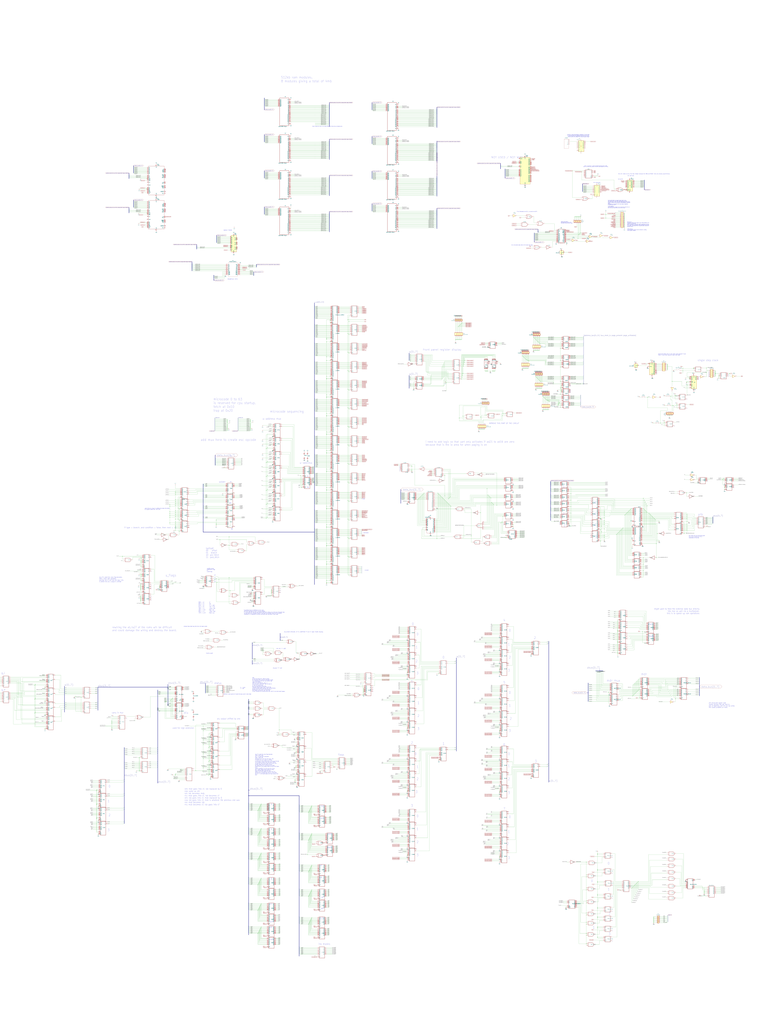
<source format=kicad_sch>
(kicad_sch (version 20231120) (generator "eeschema") (generator_version "8.0")
  (paper "User" 2100 2799.99)
  (lib_symbols
    (symbol "16550_1" (pin_names (offset 1.016))
      (property "Reference" "U13" (at 2.1941 44.45 0))
      (property "Value" "16550" (at 2.1941 41.91 0))
      (symbol "16550_1_1_1"
        (pin bidirectional line (at -25.4 35.56 0) (length 3.81) (name "D0") (number "1"))
        (pin input line (at 25.4 -5.08 180) (length 3.81) (name "SIN") (number "10"))
        (pin output line (at 25.4 -7.62 180) (length 3.81) (name "SOUT") (number "11"))
        (pin input line (at -25.4 5.08 0) (length 3.81) (name "CS0") (number "12"))
        (pin input line (at -25.4 2.54 0) (length 3.81) (name "CS1") (number "13"))
        (pin input line (at -25.4 0 0) (length 3.81) (name "~{CS2}") (number "14"))
        (pin output line (at 25.4 -30.48 180) (length 3.81) (name "~{BAUDOUT}") (number "15"))
        (pin input line (at -25.4 -5.08 0) (length 3.81) (name "XIN") (number "16"))
        (pin output line (at -25.4 -12.7 0) (length 3.81) (name "XOUT") (number "17"))
        (pin input line (at -25.4 -20.32 0) (length 3.81) (name "~{WR}") (number "18"))
        (pin input line (at -25.4 -22.86 0) (length 3.81) (name "WR") (number "19"))
        (pin bidirectional line (at -25.4 33.02 0) (length 3.81) (name "D1") (number "2"))
        (pin power_in line (at 0 -43.18 90) (length 3.81) (name "GND") (number "20"))
        (pin input line (at -25.4 -27.94 0) (length 3.81) (name "~{RD}") (number "21"))
        (pin input line (at -25.4 -25.4 0) (length 3.81) (name "RD") (number "22"))
        (pin output line (at 25.4 -20.32 180) (length 3.81) (name "DDIS") (number "23"))
        (pin output line (at 25.4 -17.78 180) (length 3.81) (name "~{TXRDY}") (number "24"))
        (pin input line (at -25.4 -30.48 0) (length 3.81) (name "~{ADS}") (number "25"))
        (pin input line (at -25.4 7.62 0) (length 3.81) (name "A2") (number "26"))
        (pin input line (at -25.4 10.16 0) (length 3.81) (name "A1") (number "27"))
        (pin input line (at -25.4 12.7 0) (length 3.81) (name "A0") (number "28"))
        (pin output line (at 25.4 -15.24 180) (length 3.81) (name "~{RXRDY}") (number "29"))
        (pin bidirectional line (at -25.4 30.48 0) (length 3.81) (name "D2") (number "3"))
        (pin output line (at -25.4 -33.02 0) (length 3.81) (name "INTR") (number "30"))
        (pin output line (at 25.4 7.62 180) (length 3.81) (name "~{OUT2}") (number "31"))
        (pin output line (at 25.4 10.16 180) (length 3.81) (name "~{RTS}") (number "32"))
        (pin output line (at 25.4 12.7 180) (length 3.81) (name "~{DTR}") (number "33"))
        (pin output line (at 25.4 15.24 180) (length 3.81) (name "~{OUT1}") (number "34"))
        (pin input line (at -25.4 -35.56 0) (length 3.81) (name "MR") (number "35"))
        (pin input line (at 25.4 22.86 180) (length 3.81) (name "~{CTS}") (number "36"))
        (pin input line (at 25.4 25.4 180) (length 3.81) (name "~{DSR}") (number "37"))
        (pin input line (at 25.4 27.94 180) (length 3.81) (name "~{DCD}") (number "38"))
        (pin input line (at 25.4 30.48 180) (length 3.81) (name "~{RI}") (number "39"))
        (pin bidirectional line (at -25.4 27.94 0) (length 3.81) (name "D3") (number "4"))
        (pin power_in line (at 0 43.18 270) (length 3.81) (name "VCC") (number "40"))
        (pin bidirectional line (at -25.4 25.4 0) (length 3.81) (name "D4") (number "5"))
        (pin bidirectional line (at -25.4 22.86 0) (length 3.81) (name "D5") (number "6"))
        (pin bidirectional line (at -25.4 20.32 0) (length 3.81) (name "D6") (number "7"))
        (pin bidirectional line (at -25.4 17.78 0) (length 3.81) (name "D7") (number "8"))
        (pin input line (at 25.4 -35.56 180) (length 3.81) (name "RCLK") (number "9"))
      )
    )
    (symbol "4xxx:4040" (pin_names (offset 1.016))
      (property "Reference" "U" (at -7.62 16.51 0))
      (property "Value" "4040" (at -7.62 -19.05 0))
      (symbol "4040_1_0"
        (pin output line (at 12.7 -15.24 180) (length 5.08) (name "Q11") (number "1"))
        (pin input inverted_clock (at -12.7 12.7 0) (length 5.08) (name "CLK") (number "10"))
        (pin input line (at -12.7 5.08 0) (length 5.08) (name "Reset") (number "11"))
        (pin output line (at 12.7 -7.62 180) (length 5.08) (name "Q8") (number "12"))
        (pin output line (at 12.7 -5.08 180) (length 5.08) (name "Q7") (number "13"))
        (pin output line (at 12.7 -10.16 180) (length 5.08) (name "Q9") (number "14"))
        (pin output line (at 12.7 -12.7 180) (length 5.08) (name "Q10") (number "15"))
        (pin power_in line (at 0 20.32 270) (length 5.08) (name "VDD") (number "16"))
        (pin output line (at 12.7 0 180) (length 5.08) (name "Q5") (number "2"))
        (pin output line (at 12.7 2.54 180) (length 5.08) (name "Q4") (number "3"))
        (pin output line (at 12.7 -2.54 180) (length 5.08) (name "Q6") (number "4"))
        (pin output line (at 12.7 5.08 180) (length 5.08) (name "Q3") (number "5"))
        (pin output line (at 12.7 7.62 180) (length 5.08) (name "Q2") (number "6"))
        (pin output line (at 12.7 10.16 180) (length 5.08) (name "Q1") (number "7"))
        (pin power_in line (at 0 -22.86 90) (length 5.08) (name "VSS") (number "8"))
        (pin output line (at 12.7 12.7 180) (length 5.08) (name "Q0") (number "9"))
      )
    )
    (symbol "74138N_1"
      (property "Reference" "IC116" (at -5.08 11.176 0))
      (property "Value" "74138N" (at -10.16 -15.24 0))
      (symbol "74138N_1_1_0"
        (pin input line (at -15.24 7.62 0) (length 5.08) (name "A") (number "1"))
        (pin output inverted (at 12.7 -5.08 180) (length 5.08) (name "Y5") (number "10"))
        (pin output inverted (at 12.7 -2.54 180) (length 5.08) (name "Y4") (number "11"))
        (pin output inverted (at 12.7 0 180) (length 5.08) (name "Y3") (number "12"))
        (pin output inverted (at 12.7 2.54 180) (length 5.08) (name "Y2") (number "13"))
        (pin output inverted (at 12.7 5.08 180) (length 5.08) (name "Y1") (number "14"))
        (pin output inverted (at 12.7 7.62 180) (length 5.08) (name "Y0") (number "15"))
        (pin input line (at -15.24 5.08 0) (length 5.08) (name "B") (number "2"))
        (pin input line (at -15.24 2.54 0) (length 5.08) (name "C") (number "3"))
        (pin input inverted (at -15.24 -7.62 0) (length 5.08) (name "G2A") (number "4"))
        (pin input inverted (at -15.24 -10.16 0) (length 5.08) (name "G2B") (number "5"))
        (pin input line (at -15.24 -5.08 0) (length 5.08) (name "G1") (number "6"))
        (pin output inverted (at 12.7 -10.16 180) (length 5.08) (name "Y7") (number "7"))
        (pin output inverted (at 12.7 -7.62 180) (length 5.08) (name "Y6") (number "9"))
      )
      (symbol "74138N_1_2_0"
        (text "GND" (at 1.905 -7.62 900) (effects (font (size 1.27 1.0795)) (justify left bottom)))
        (text "VCC" (at 1.905 5.08 900) (effects (font (size 1.27 1.0795)) (justify left bottom)))
        (pin power_in line (at 0 10.16 270) (length 7.62) (name "VCC") (number "16"))
        (pin power_in line (at 0 -10.16 90) (length 7.62) (name "GND") (number "8"))
      )
    )
    (symbol "74138N_2"
      (property "Reference" "IC176" (at -0.635 -0.635 0))
      (property "Value" "74138N" (at -10.16 -15.24 0))
      (symbol "74138N_2_1_0"
        (pin input line (at -15.24 7.62 0) (length 5.08) (name "A") (number "1"))
        (pin output inverted (at 12.7 -5.08 180) (length 5.08) (name "Y5") (number "10"))
        (pin output inverted (at 12.7 -2.54 180) (length 5.08) (name "Y4") (number "11"))
        (pin output inverted (at 12.7 0 180) (length 5.08) (name "Y3") (number "12"))
        (pin output inverted (at 12.7 2.54 180) (length 5.08) (name "Y2") (number "13"))
        (pin output inverted (at 12.7 5.08 180) (length 5.08) (name "Y1") (number "14"))
        (pin output inverted (at 12.7 7.62 180) (length 5.08) (name "Y0") (number "15"))
        (pin input line (at -15.24 5.08 0) (length 5.08) (name "B") (number "2"))
        (pin input line (at -15.24 2.54 0) (length 5.08) (name "C") (number "3"))
        (pin input inverted (at -15.24 -7.62 0) (length 5.08) (name "G2A") (number "4"))
        (pin input inverted (at -15.24 -10.16 0) (length 5.08) (name "G2B") (number "5"))
        (pin input line (at -15.24 -5.08 0) (length 5.08) (name "G1") (number "6"))
        (pin output inverted (at 12.7 -10.16 180) (length 5.08) (name "Y7") (number "7"))
        (pin output inverted (at 12.7 -7.62 180) (length 5.08) (name "Y6") (number "9"))
      )
      (symbol "74138N_2_2_0"
        (text "GND" (at 1.905 -7.62 900) (effects (font (size 1.27 1.0795)) (justify left bottom)))
        (text "VCC" (at 1.905 5.08 900) (effects (font (size 1.27 1.0795)) (justify left bottom)))
        (pin power_in line (at 0 10.16 270) (length 7.62) (name "VCC") (number "16"))
        (pin power_in line (at 0 -10.16 90) (length 7.62) (name "GND") (number "8"))
      )
    )
    (symbol "74xx:74HC04"
      (property "Reference" "U" (at 0 1.27 0))
      (property "Value" "74HC04" (at 0 -1.27 0))
      (symbol "74HC04_1_0"
        (pin input line (at -7.62 0 0) (length 3.81) (name "~") (number "1"))
        (pin output inverted (at 7.62 0 180) (length 3.81) (name "~") (number "2"))
      )
      (symbol "74HC04_2_0"
        (pin input line (at -7.62 0 0) (length 3.81) (name "~") (number "3"))
        (pin output inverted (at 7.62 0 180) (length 3.81) (name "~") (number "4"))
      )
      (symbol "74HC04_3_0"
        (pin input line (at -7.62 0 0) (length 3.81) (name "~") (number "5"))
        (pin output inverted (at 7.62 0 180) (length 3.81) (name "~") (number "6"))
      )
      (symbol "74HC04_4_0"
        (pin output inverted (at 7.62 0 180) (length 3.81) (name "~") (number "8"))
        (pin input line (at -7.62 0 0) (length 3.81) (name "~") (number "9"))
      )
      (symbol "74HC04_5_0"
        (pin output inverted (at 7.62 0 180) (length 3.81) (name "~") (number "10"))
        (pin input line (at -7.62 0 0) (length 3.81) (name "~") (number "11"))
      )
      (symbol "74HC04_6_0"
        (pin output inverted (at 7.62 0 180) (length 3.81) (name "~") (number "12"))
        (pin input line (at -7.62 0 0) (length 3.81) (name "~") (number "13"))
      )
      (symbol "74HC04_7_0"
        (pin power_in line (at 0 12.7 270) (length 5.08) (name "VCC") (number "14"))
        (pin power_in line (at 0 -12.7 90) (length 5.08) (name "GND") (number "7"))
      )
    )
    (symbol "74xx:74HCT244"
      (property "Reference" "U" (at -7.62 16.51 0))
      (property "Value" "74HCT244" (at -7.62 -16.51 0))
      (symbol "74HCT244_1_0"
        (pin input inverted (at -12.7 -10.16 0) (length 5.08) (name "1OE") (number "1"))
        (pin power_in line (at 0 -20.32 90) (length 5.08) (name "GND") (number "10"))
        (pin input line (at -12.7 -5.08 0) (length 5.08) (name "2A3") (number "11"))
        (pin tri_state line (at 12.7 5.08 180) (length 5.08) (name "1Y3") (number "12"))
        (pin input line (at -12.7 -2.54 0) (length 5.08) (name "2A2") (number "13"))
        (pin tri_state line (at 12.7 7.62 180) (length 5.08) (name "1Y2") (number "14"))
        (pin input line (at -12.7 0 0) (length 5.08) (name "2A1") (number "15"))
        (pin tri_state line (at 12.7 10.16 180) (length 5.08) (name "1Y1") (number "16"))
        (pin input line (at -12.7 2.54 0) (length 5.08) (name "2A0") (number "17"))
        (pin tri_state line (at 12.7 12.7 180) (length 5.08) (name "1Y0") (number "18"))
        (pin input inverted (at -12.7 -12.7 0) (length 5.08) (name "2OE") (number "19"))
        (pin input line (at -12.7 12.7 0) (length 5.08) (name "1A0") (number "2"))
        (pin power_in line (at 0 20.32 270) (length 5.08) (name "VCC") (number "20"))
        (pin tri_state line (at 12.7 2.54 180) (length 5.08) (name "2Y0") (number "3"))
        (pin input line (at -12.7 10.16 0) (length 5.08) (name "1A1") (number "4"))
        (pin tri_state line (at 12.7 0 180) (length 5.08) (name "2Y1") (number "5"))
        (pin input line (at -12.7 7.62 0) (length 5.08) (name "1A2") (number "6"))
        (pin tri_state line (at 12.7 -2.54 180) (length 5.08) (name "2Y2") (number "7"))
        (pin input line (at -12.7 5.08 0) (length 5.08) (name "1A3") (number "8"))
        (pin tri_state line (at 12.7 -5.08 180) (length 5.08) (name "2Y3") (number "9"))
      )
    )
    (symbol "74xx:74LS06" (pin_names (offset 1.016))
      (property "Reference" "U" (at 0 1.27 0))
      (property "Value" "74LS06" (at 0 -1.27 0))
      (symbol "74LS06_1_0"
        (pin input line (at -7.62 0 0) (length 3.81) (name "~") (number "1"))
        (pin open_collector inverted (at 7.62 0 180) (length 3.81) (name "~") (number "2"))
      )
      (symbol "74LS06_2_0"
        (pin input line (at -7.62 0 0) (length 3.81) (name "~") (number "3"))
        (pin open_collector inverted (at 7.62 0 180) (length 3.81) (name "~") (number "4"))
      )
      (symbol "74LS06_3_0"
        (pin input line (at -7.62 0 0) (length 3.81) (name "~") (number "5"))
        (pin open_collector inverted (at 7.62 0 180) (length 3.81) (name "~") (number "6"))
      )
      (symbol "74LS06_4_0"
        (pin open_collector inverted (at 7.62 0 180) (length 3.81) (name "~") (number "8"))
        (pin input line (at -7.62 0 0) (length 3.81) (name "~") (number "9"))
      )
      (symbol "74LS06_5_0"
        (pin open_collector inverted (at 7.62 0 180) (length 3.81) (name "~") (number "10"))
        (pin input line (at -7.62 0 0) (length 3.81) (name "~") (number "11"))
      )
      (symbol "74LS06_6_0"
        (pin open_collector inverted (at 7.62 0 180) (length 3.81) (name "~") (number "12"))
        (pin input line (at -7.62 0 0) (length 3.81) (name "~") (number "13"))
      )
      (symbol "74LS06_7_0"
        (pin power_in line (at 0 12.7 270) (length 5.08) (name "VCC") (number "14"))
        (pin power_in line (at 0 -12.7 90) (length 5.08) (name "GND") (number "7"))
      )
    )
    (symbol "74xx:74LS173" (pin_names (offset 1.016))
      (property "Reference" "U" (at -7.62 19.05 0))
      (property "Value" "74LS173" (at -7.62 -19.05 0))
      (symbol "74LS173_1_0"
        (pin input inverted (at -12.7 2.54 0) (length 5.08) (name "Oe1") (number "1"))
        (pin input inverted (at -12.7 -7.62 0) (length 5.08) (name "E2") (number "10"))
        (pin input line (at -12.7 7.62 0) (length 5.08) (name "D3") (number "11"))
        (pin input line (at -12.7 10.16 0) (length 5.08) (name "D2") (number "12"))
        (pin input line (at -12.7 12.7 0) (length 5.08) (name "D1") (number "13"))
        (pin input line (at -12.7 15.24 0) (length 5.08) (name "D0") (number "14"))
        (pin input line (at -12.7 -15.24 0) (length 5.08) (name "Mr") (number "15"))
        (pin power_in line (at 0 22.86 270) (length 5.08) (name "VCC") (number "16"))
        (pin input inverted (at -12.7 0 0) (length 5.08) (name "Oe2") (number "2"))
        (pin tri_state line (at 12.7 15.24 180) (length 5.08) (name "Q0") (number "3"))
        (pin tri_state line (at 12.7 12.7 180) (length 5.08) (name "Q1") (number "4"))
        (pin tri_state line (at 12.7 10.16 180) (length 5.08) (name "Q2") (number "5"))
        (pin tri_state line (at 12.7 7.62 180) (length 5.08) (name "Q3") (number "6"))
        (pin input clock (at -12.7 -10.16 0) (length 5.08) (name "Cp") (number "7"))
        (pin power_in line (at 0 -22.86 90) (length 5.08) (name "GND") (number "8"))
        (pin input inverted (at -12.7 -5.08 0) (length 5.08) (name "E1") (number "9"))
      )
    )
    (symbol "74xx:74LS244" (pin_names (offset 1.016))
      (property "Reference" "U" (at -7.62 16.51 0))
      (property "Value" "74LS244" (at -7.62 -16.51 0))
      (symbol "74LS244_1_0"
        (pin input inverted (at -12.7 -10.16 0) (length 5.08) (name "OEa") (number "1"))
        (pin power_in line (at 0 -20.32 90) (length 5.08) (name "GND") (number "10"))
        (pin input line (at -12.7 2.54 0) (length 5.08) (name "I0b") (number "11"))
        (pin tri_state line (at 12.7 5.08 180) (length 5.08) (name "O3a") (number "12"))
        (pin input line (at -12.7 0 0) (length 5.08) (name "I1b") (number "13"))
        (pin tri_state line (at 12.7 7.62 180) (length 5.08) (name "O2a") (number "14"))
        (pin input line (at -12.7 -2.54 0) (length 5.08) (name "I2b") (number "15"))
        (pin tri_state line (at 12.7 10.16 180) (length 5.08) (name "O1a") (number "16"))
        (pin input line (at -12.7 -5.08 0) (length 5.08) (name "I3b") (number "17"))
        (pin tri_state line (at 12.7 12.7 180) (length 5.08) (name "O0a") (number "18"))
        (pin input inverted (at -12.7 -12.7 0) (length 5.08) (name "OEb") (number "19"))
        (pin input line (at -12.7 12.7 0) (length 5.08) (name "I0a") (number "2"))
        (pin power_in line (at 0 20.32 270) (length 5.08) (name "VCC") (number "20"))
        (pin tri_state line (at 12.7 -5.08 180) (length 5.08) (name "O3b") (number "3"))
        (pin input line (at -12.7 10.16 0) (length 5.08) (name "I1a") (number "4"))
        (pin tri_state line (at 12.7 -2.54 180) (length 5.08) (name "O2b") (number "5"))
        (pin input line (at -12.7 7.62 0) (length 5.08) (name "I2a") (number "6"))
        (pin tri_state line (at 12.7 0 180) (length 5.08) (name "O1b") (number "7"))
        (pin input line (at -12.7 5.08 0) (length 5.08) (name "I3a") (number "8"))
        (pin tri_state line (at 12.7 2.54 180) (length 5.08) (name "O0b") (number "9"))
      )
    )
    (symbol "74xx:74LS377" (pin_names (offset 1.016))
      (property "Reference" "U" (at -7.62 16.51 0))
      (property "Value" "74LS377" (at -7.62 -16.51 0))
      (symbol "74LS377_1_0"
        (pin input line (at -12.7 -12.7 0) (length 5.08) (name "~{E}") (number "1"))
        (pin power_in line (at 0 -20.32 90) (length 5.08) (name "GND") (number "10"))
        (pin input clock (at -12.7 -10.16 0) (length 5.08) (name "CP") (number "11"))
        (pin output line (at 12.7 2.54 180) (length 5.08) (name "Q4") (number "12"))
        (pin input line (at -12.7 2.54 0) (length 5.08) (name "D4") (number "13"))
        (pin input line (at -12.7 0 0) (length 5.08) (name "D5") (number "14"))
        (pin output line (at 12.7 0 180) (length 5.08) (name "Q5") (number "15"))
        (pin output line (at 12.7 -2.54 180) (length 5.08) (name "Q6") (number "16"))
        (pin input line (at -12.7 -2.54 0) (length 5.08) (name "D6") (number "17"))
        (pin input line (at -12.7 -5.08 0) (length 5.08) (name "D7") (number "18"))
        (pin output line (at 12.7 -5.08 180) (length 5.08) (name "Q7") (number "19"))
        (pin output line (at 12.7 12.7 180) (length 5.08) (name "Q0") (number "2"))
        (pin power_in line (at 0 20.32 270) (length 5.08) (name "VCC") (number "20"))
        (pin input line (at -12.7 12.7 0) (length 5.08) (name "D0") (number "3"))
        (pin input line (at -12.7 10.16 0) (length 5.08) (name "D1") (number "4"))
        (pin output line (at 12.7 10.16 180) (length 5.08) (name "Q1") (number "5"))
        (pin output line (at 12.7 7.62 180) (length 5.08) (name "Q2") (number "6"))
        (pin input line (at -12.7 7.62 0) (length 5.08) (name "D2") (number "7"))
        (pin input line (at -12.7 5.08 0) (length 5.08) (name "D3") (number "8"))
        (pin output line (at 12.7 5.08 180) (length 5.08) (name "Q3") (number "9"))
      )
    )
    (symbol "Connector_Generic:Conn_02x17_Odd_Even" (pin_names (offset 1.016) hide)
      (property "Reference" "J" (at 1.27 22.86 0))
      (property "Value" "Conn_02x17_Odd_Even" (at 1.27 -22.86 0))
      (symbol "Conn_02x17_Odd_Even_1_1"
        (pin passive line (at -5.08 20.32 0) (length 3.81) (name "Pin_1") (number "1"))
        (pin passive line (at 7.62 10.16 180) (length 3.81) (name "Pin_10") (number "10"))
        (pin passive line (at -5.08 7.62 0) (length 3.81) (name "Pin_11") (number "11"))
        (pin passive line (at 7.62 7.62 180) (length 3.81) (name "Pin_12") (number "12"))
        (pin passive line (at -5.08 5.08 0) (length 3.81) (name "Pin_13") (number "13"))
        (pin passive line (at 7.62 5.08 180) (length 3.81) (name "Pin_14") (number "14"))
        (pin passive line (at -5.08 2.54 0) (length 3.81) (name "Pin_15") (number "15"))
        (pin passive line (at 7.62 2.54 180) (length 3.81) (name "Pin_16") (number "16"))
        (pin passive line (at -5.08 0 0) (length 3.81) (name "Pin_17") (number "17"))
        (pin passive line (at 7.62 0 180) (length 3.81) (name "Pin_18") (number "18"))
        (pin passive line (at -5.08 -2.54 0) (length 3.81) (name "Pin_19") (number "19"))
        (pin passive line (at 7.62 20.32 180) (length 3.81) (name "Pin_2") (number "2"))
        (pin passive line (at 7.62 -2.54 180) (length 3.81) (name "Pin_20") (number "20"))
        (pin passive line (at -5.08 -5.08 0) (length 3.81) (name "Pin_21") (number "21"))
        (pin passive line (at 7.62 -5.08 180) (length 3.81) (name "Pin_22") (number "22"))
        (pin passive line (at -5.08 -7.62 0) (length 3.81) (name "Pin_23") (number "23"))
        (pin passive line (at 7.62 -7.62 180) (length 3.81) (name "Pin_24") (number "24"))
        (pin passive line (at -5.08 -10.16 0) (length 3.81) (name "Pin_25") (number "25"))
        (pin passive line (at 7.62 -10.16 180) (length 3.81) (name "Pin_26") (number "26"))
        (pin passive line (at -5.08 -12.7 0) (length 3.81) (name "Pin_27") (number "27"))
        (pin passive line (at 7.62 -12.7 180) (length 3.81) (name "Pin_28") (number "28"))
        (pin passive line (at -5.08 -15.24 0) (length 3.81) (name "Pin_29") (number "29"))
        (pin passive line (at -5.08 17.78 0) (length 3.81) (name "Pin_3") (number "3"))
        (pin passive line (at 7.62 -15.24 180) (length 3.81) (name "Pin_30") (number "30"))
        (pin passive line (at -5.08 -17.78 0) (length 3.81) (name "Pin_31") (number "31"))
        (pin passive line (at 7.62 -17.78 180) (length 3.81) (name "Pin_32") (number "32"))
        (pin passive line (at -5.08 -20.32 0) (length 3.81) (name "Pin_33") (number "33"))
        (pin passive line (at 7.62 -20.32 180) (length 3.81) (name "Pin_34") (number "34"))
        (pin passive line (at 7.62 17.78 180) (length 3.81) (name "Pin_4") (number "4"))
        (pin passive line (at -5.08 15.24 0) (length 3.81) (name "Pin_5") (number "5"))
        (pin passive line (at 7.62 15.24 180) (length 3.81) (name "Pin_6") (number "6"))
        (pin passive line (at -5.08 12.7 0) (length 3.81) (name "Pin_7") (number "7"))
        (pin passive line (at 7.62 12.7 180) (length 3.81) (name "Pin_8") (number "8"))
        (pin passive line (at -5.08 10.16 0) (length 3.81) (name "Pin_9") (number "9"))
      )
    )
    (symbol "Device:R_Pack08" (pin_names (offset 0) hide)
      (property "Reference" "RN" (at -12.7 0 90))
      (property "Value" "R_Pack08" (at 10.16 0 90))
      (symbol "R_Pack08_1_1"
        (pin passive line (at -10.16 -5.08 90) (length 2.54) (name "R1.1") (number "1"))
        (pin passive line (at 5.08 5.08 270) (length 2.54) (name "R7.2") (number "10"))
        (pin passive line (at 2.54 5.08 270) (length 2.54) (name "R6.2") (number "11"))
        (pin passive line (at 0 5.08 270) (length 2.54) (name "R5.2") (number "12"))
        (pin passive line (at -2.54 5.08 270) (length 2.54) (name "R4.2") (number "13"))
        (pin passive line (at -5.08 5.08 270) (length 2.54) (name "R3.2") (number "14"))
        (pin passive line (at -7.62 5.08 270) (length 2.54) (name "R2.2") (number "15"))
        (pin passive line (at -10.16 5.08 270) (length 2.54) (name "R1.2") (number "16"))
        (pin passive line (at -7.62 -5.08 90) (length 2.54) (name "R2.1") (number "2"))
        (pin passive line (at -5.08 -5.08 90) (length 2.54) (name "R3.1") (number "3"))
        (pin passive line (at -2.54 -5.08 90) (length 2.54) (name "R4.1") (number "4"))
        (pin passive line (at 0 -5.08 90) (length 2.54) (name "R5.1") (number "5"))
        (pin passive line (at 2.54 -5.08 90) (length 2.54) (name "R6.1") (number "6"))
        (pin passive line (at 5.08 -5.08 90) (length 2.54) (name "R7.1") (number "7"))
        (pin passive line (at 7.62 -5.08 90) (length 2.54) (name "R8.1") (number "8"))
        (pin passive line (at 7.62 5.08 270) (length 2.54) (name "R8.2") (number "9"))
      )
    )
    (symbol "HTIL311A_1"
      (property "Reference" "DIS2" (at -3.5277 -3.3827 0))
      (symbol "HTIL311A_1_0_0"
        (pin input line (at 8.89 0 180) (length 5.08) (name "LEDSUP") (number "1"))
        (pin power_in line (at 8.89 5.08 180) (length 5.08) (name "VCC") (number "14"))
        (pin power_in line (at 8.89 2.54 180) (length 5.08) (name "GND") (number "7"))
      )
      (symbol "HTIL311A_1_1_0"
        (pin input line (at 2.54 -13.97 90) (length 2.54) (name "DP-R") (number "10"))
        (pin input line (at 2.54 13.97 270) (length 2.54) (name "D3") (number "12"))
        (pin input line (at 0 13.97 270) (length 2.54) (name "D2") (number "13"))
        (pin input line (at -2.54 13.97 270) (length 2.54) (name "D1") (number "2"))
        (pin input line (at -5.08 13.97 270) (length 2.54) (name "D0") (number "3"))
        (pin input line (at -2.54 -13.97 90) (length 2.54) (name "DP-L") (number "4"))
        (pin input line (at -5.08 -13.97 90) (length 2.54) (name "L-SI") (number "5"))
        (pin input line (at 0 -13.97 90) (length 2.54) (name "BI") (number "8"))
      )
      (symbol "HTIL311A_1_1_1"
        (text "GND" (at 1.8828 2.4743 0) (effects (font (size 1 1))))
        (text "LED VCC" (at 0.3258 -0.0453 0) (effects (font (size 1 1))))
        (text "Logic VCC" (at -0.3536 5.0788 0) (effects (font (size 1 1))))
      )
      (symbol "HTIL311A_1_2_0"
        (text "GND" (at 1.905 -5.842 900) (effects (font (size 1.27 1.0795)) (justify left bottom)))
        (text "LED" (at -6.477 1.905 900) (effects (font (size 1.27 1.0795)) (justify right top)))
        (text "SUP" (at -4.826 1.905 900) (effects (font (size 1.27 1.0795)) (justify right top)))
        (text "VCC" (at 1.905 2.413 900) (effects (font (size 1.27 1.0795)) (justify left bottom)))
      )
    )
    (symbol "Interface:8255" (pin_names (offset 1.016))
      (property "Reference" "PIO_0" (at 2.1941 41.91 0))
      (property "Value" "8255" (at 2.1941 39.37 0))
      (symbol "8255_1_1"
        (pin bidirectional line (at 17.78 25.4 180) (length 3.81) (name "PA3") (number "1"))
        (pin bidirectional line (at 17.78 -30.48 180) (length 3.81) (name "PC7") (number "10"))
        (pin bidirectional line (at 17.78 -27.94 180) (length 3.81) (name "PC6") (number "11"))
        (pin bidirectional line (at 17.78 -25.4 180) (length 3.81) (name "PC5") (number "12"))
        (pin bidirectional line (at 17.78 -22.86 180) (length 3.81) (name "PC4") (number "13"))
        (pin bidirectional line (at 17.78 -12.7 180) (length 3.81) (name "PC0") (number "14"))
        (pin bidirectional line (at 17.78 -15.24 180) (length 3.81) (name "PC1") (number "15"))
        (pin bidirectional line (at 17.78 -17.78 180) (length 3.81) (name "PC2") (number "16"))
        (pin bidirectional line (at 17.78 -20.32 180) (length 3.81) (name "PC3") (number "17"))
        (pin bidirectional line (at 17.78 10.16 180) (length 3.81) (name "PB0") (number "18"))
        (pin bidirectional line (at 17.78 7.62 180) (length 3.81) (name "PB1") (number "19"))
        (pin bidirectional line (at 17.78 27.94 180) (length 3.81) (name "PA2") (number "2"))
        (pin bidirectional line (at 17.78 5.08 180) (length 3.81) (name "PB2") (number "20"))
        (pin bidirectional line (at 17.78 2.54 180) (length 3.81) (name "PB3") (number "21"))
        (pin bidirectional line (at 17.78 0 180) (length 3.81) (name "PB4") (number "22"))
        (pin bidirectional line (at 17.78 -2.54 180) (length 3.81) (name "PB5") (number "23"))
        (pin bidirectional line (at 17.78 -5.08 180) (length 3.81) (name "PB6") (number "24"))
        (pin bidirectional line (at 17.78 -7.62 180) (length 3.81) (name "PB7") (number "25"))
        (pin power_in line (at 0 40.64 270) (length 3.81) (name "VCC") (number "26"))
        (pin bidirectional line (at -17.78 -15.24 0) (length 3.81) (name "D7") (number "27"))
        (pin bidirectional line (at -17.78 -12.7 0) (length 3.81) (name "D6") (number "28"))
        (pin bidirectional line (at -17.78 -10.16 0) (length 3.81) (name "D5") (number "29"))
        (pin bidirectional line (at 17.78 30.48 180) (length 3.81) (name "PA1") (number "3"))
        (pin bidirectional line (at -17.78 -7.62 0) (length 3.81) (name "D4") (number "30"))
        (pin bidirectional line (at -17.78 -5.08 0) (length 3.81) (name "D3") (number "31"))
        (pin bidirectional line (at -17.78 -2.54 0) (length 3.81) (name "D2") (number "32"))
        (pin bidirectional line (at -17.78 0 0) (length 3.81) (name "D1") (number "33"))
        (pin bidirectional line (at -17.78 2.54 0) (length 3.81) (name "D0") (number "34"))
        (pin input line (at -17.78 33.02 0) (length 3.81) (name "RESET") (number "35"))
        (pin input line (at -17.78 20.32 0) (length 3.81) (name "~{WR}") (number "36"))
        (pin bidirectional line (at 17.78 15.24 180) (length 3.81) (name "PA7") (number "37"))
        (pin bidirectional line (at 17.78 17.78 180) (length 3.81) (name "PA6") (number "38"))
        (pin bidirectional line (at 17.78 20.32 180) (length 3.81) (name "PA5") (number "39"))
        (pin bidirectional line (at 17.78 33.02 180) (length 3.81) (name "PA0") (number "4"))
        (pin bidirectional line (at 17.78 22.86 180) (length 3.81) (name "PA4") (number "40"))
        (pin input line (at -17.78 22.86 0) (length 3.81) (name "~{RD}") (number "5"))
        (pin input line (at -17.78 25.4 0) (length 3.81) (name "~{CS}") (number "6"))
        (pin power_in line (at 0 -40.64 90) (length 3.81) (name "GND") (number "7"))
        (pin input line (at -17.78 10.16 0) (length 3.81) (name "A1") (number "8"))
        (pin input line (at -17.78 12.7 0) (length 3.81) (name "A0") (number "9"))
      )
    )
    (symbol "Interface_UART:16550" (pin_names (offset 1.016))
      (property "Reference" "U14" (at 2.1941 44.45 0))
      (property "Value" "16550" (at 2.1941 41.91 0))
      (symbol "16550_1_1"
        (pin bidirectional line (at -25.4 35.56 0) (length 3.81) (name "D0") (number "1"))
        (pin input line (at 25.4 -5.08 180) (length 3.81) (name "SIN") (number "10"))
        (pin output line (at 25.4 -7.62 180) (length 3.81) (name "SOUT") (number "11"))
        (pin input line (at -25.4 5.08 0) (length 3.81) (name "CS0") (number "12"))
        (pin input line (at -25.4 2.54 0) (length 3.81) (name "CS1") (number "13"))
        (pin input line (at -25.4 0 0) (length 3.81) (name "~{CS2}") (number "14"))
        (pin output line (at 25.4 -30.48 180) (length 3.81) (name "~{BAUDOUT}") (number "15"))
        (pin input line (at -25.4 -5.08 0) (length 3.81) (name "XIN") (number "16"))
        (pin output line (at -25.4 -12.7 0) (length 3.81) (name "XOUT") (number "17"))
        (pin input line (at -25.4 -20.32 0) (length 3.81) (name "~{WR}") (number "18"))
        (pin input line (at -25.4 -22.86 0) (length 3.81) (name "WR") (number "19"))
        (pin bidirectional line (at -25.4 33.02 0) (length 3.81) (name "D1") (number "2"))
        (pin power_in line (at 0 -43.18 90) (length 3.81) (name "GND") (number "20"))
        (pin input line (at -25.4 -27.94 0) (length 3.81) (name "~{RD}") (number "21"))
        (pin input line (at -25.4 -25.4 0) (length 3.81) (name "RD") (number "22"))
        (pin output line (at 25.4 -20.32 180) (length 3.81) (name "DDIS") (number "23"))
        (pin output line (at 25.4 -17.78 180) (length 3.81) (name "~{TXRDY}") (number "24"))
        (pin input line (at -25.4 -30.48 0) (length 3.81) (name "~{ADS}") (number "25"))
        (pin input line (at -25.4 7.62 0) (length 3.81) (name "A2") (number "26"))
        (pin input line (at -25.4 10.16 0) (length 3.81) (name "A1") (number "27"))
        (pin input line (at -25.4 12.7 0) (length 3.81) (name "A0") (number "28"))
        (pin output line (at 25.4 -15.24 180) (length 3.81) (name "~{RXRDY}") (number "29"))
        (pin bidirectional line (at -25.4 30.48 0) (length 3.81) (name "D2") (number "3"))
        (pin output line (at -25.4 -33.02 0) (length 3.81) (name "INTR") (number "30"))
        (pin output line (at 25.4 7.62 180) (length 3.81) (name "~{OUT2}") (number "31"))
        (pin output line (at 25.4 10.16 180) (length 3.81) (name "~{RTS}") (number "32"))
        (pin output line (at 25.4 12.7 180) (length 3.81) (name "~{DTR}") (number "33"))
        (pin output line (at 25.4 15.24 180) (length 3.81) (name "~{OUT1}") (number "34"))
        (pin input line (at -25.4 -35.56 0) (length 3.81) (name "MR") (number "35"))
        (pin input line (at 25.4 22.86 180) (length 3.81) (name "~{CTS}") (number "36"))
        (pin input line (at 25.4 25.4 180) (length 3.81) (name "~{DSR}") (number "37"))
        (pin input line (at 25.4 27.94 180) (length 3.81) (name "~{DCD}") (number "38"))
        (pin input line (at 25.4 30.48 180) (length 3.81) (name "~{RI}") (number "39"))
        (pin bidirectional line (at -25.4 27.94 0) (length 3.81) (name "D3") (number "4"))
        (pin power_in line (at 0 43.18 270) (length 3.81) (name "VCC") (number "40"))
        (pin bidirectional line (at -25.4 25.4 0) (length 3.81) (name "D4") (number "5"))
        (pin bidirectional line (at -25.4 22.86 0) (length 3.81) (name "D5") (number "6"))
        (pin bidirectional line (at -25.4 20.32 0) (length 3.81) (name "D6") (number "7"))
        (pin bidirectional line (at -25.4 17.78 0) (length 3.81) (name "D7") (number "8"))
        (pin input line (at 25.4 -35.56 180) (length 3.81) (name "RCLK") (number "9"))
      )
    )
    (symbol "Memory_RAM:KM62256CLP"
      (property "Reference" "U15" (at 2.1941 25.4 0))
      (property "Value" "KM62256CLP" (at 2.1941 22.86 0))
      (symbol "KM62256CLP_0_0"
        (pin power_in line (at 0 -22.86 90) (length 2.54) (name "GND") (number "14"))
        (pin power_in line (at 0 22.86 270) (length 2.54) (name "VCC") (number "28"))
      )
      (symbol "KM62256CLP_1_1"
        (pin input line (at -12.7 -17.78 0) (length 2.54) (name "A14") (number "1"))
        (pin input line (at -12.7 17.78 0) (length 2.54) (name "A0") (number "10"))
        (pin tri_state line (at 12.7 17.78 180) (length 2.54) (name "Q0") (number "11"))
        (pin tri_state line (at 12.7 15.24 180) (length 2.54) (name "Q1") (number "12"))
        (pin tri_state line (at 12.7 12.7 180) (length 2.54) (name "Q2") (number "13"))
        (pin tri_state line (at 12.7 10.16 180) (length 2.54) (name "Q3") (number "15"))
        (pin tri_state line (at 12.7 7.62 180) (length 2.54) (name "Q4") (number "16"))
        (pin tri_state line (at 12.7 5.08 180) (length 2.54) (name "Q5") (number "17"))
        (pin tri_state line (at 12.7 2.54 180) (length 2.54) (name "Q6") (number "18"))
        (pin tri_state line (at 12.7 0 180) (length 2.54) (name "Q7") (number "19"))
        (pin input line (at -12.7 -12.7 0) (length 2.54) (name "A12") (number "2"))
        (pin input line (at 12.7 -5.08 180) (length 2.54) (name "~{CS}") (number "20"))
        (pin input line (at -12.7 -7.62 0) (length 2.54) (name "A10") (number "21"))
        (pin input line (at 12.7 -10.16 180) (length 2.54) (name "~{OE}") (number "22"))
        (pin input line (at -12.7 -10.16 0) (length 2.54) (name "A11") (number "23"))
        (pin input line (at -12.7 -5.08 0) (length 2.54) (name "A9") (number "24"))
        (pin input line (at -12.7 -2.54 0) (length 2.54) (name "A8") (number "25"))
        (pin input line (at -12.7 -15.24 0) (length 2.54) (name "A13") (number "26"))
        (pin input line (at 12.7 -12.7 180) (length 2.54) (name "~{WE}") (number "27"))
        (pin input line (at -12.7 0 0) (length 2.54) (name "A7") (number "3"))
        (pin input line (at -12.7 2.54 0) (length 2.54) (name "A6") (number "4"))
        (pin input line (at -12.7 5.08 0) (length 2.54) (name "A5") (number "5"))
        (pin input line (at -12.7 7.62 0) (length 2.54) (name "A4") (number "6"))
        (pin input line (at -12.7 10.16 0) (length 2.54) (name "A3") (number "7"))
        (pin input line (at -12.7 12.7 0) (length 2.54) (name "A2") (number "8"))
        (pin input line (at -12.7 15.24 0) (length 2.54) (name "A1") (number "9"))
      )
    )
    (symbol "New_Library:M48T02-200PC1" (pin_names (offset 0.254))
      (property "Reference" "U" (at 20.32 10.16 0))
      (property "Value" "M48T02-200PC1" (at 20.32 7.62 0))
      (symbol "M48T02-200PC1_1_1"
        (pin input line (at 0 0 0) (length 7.62) (name "A7") (number "1"))
        (pin bidirectional line (at 0 -22.86 0) (length 7.62) (name "DQ1") (number "10"))
        (pin bidirectional line (at 0 -25.4 0) (length 7.62) (name "DQ2") (number "11"))
        (pin power_in line (at 0 -27.94 0) (length 7.62) (name "GND") (number "12"))
        (pin bidirectional line (at 40.64 -27.94 180) (length 7.62) (name "DQ3") (number "13"))
        (pin bidirectional line (at 40.64 -25.4 180) (length 7.62) (name "DQ4") (number "14"))
        (pin bidirectional line (at 40.64 -22.86 180) (length 7.62) (name "DQ5") (number "15"))
        (pin bidirectional line (at 40.64 -20.32 180) (length 7.62) (name "DQ6") (number "16"))
        (pin bidirectional line (at 40.64 -17.78 180) (length 7.62) (name "DQ7") (number "17"))
        (pin input line (at 40.64 -15.24 180) (length 7.62) (name "*CE") (number "18"))
        (pin input line (at 40.64 -12.7 180) (length 7.62) (name "A10") (number "19"))
        (pin input line (at 0 -2.54 0) (length 7.62) (name "A6") (number "2"))
        (pin input line (at 40.64 -10.16 180) (length 7.62) (name "*OE") (number "20"))
        (pin input line (at 40.64 -7.62 180) (length 7.62) (name "*WE") (number "21"))
        (pin input line (at 40.64 -5.08 180) (length 7.62) (name "A9") (number "22"))
        (pin input line (at 40.64 -2.54 180) (length 7.62) (name "A8") (number "23"))
        (pin power_in line (at 40.64 0 180) (length 7.62) (name "VCC") (number "24"))
        (pin input line (at 0 -5.08 0) (length 7.62) (name "A5") (number "3"))
        (pin input line (at 0 -7.62 0) (length 7.62) (name "A4") (number "4"))
        (pin input line (at 0 -10.16 0) (length 7.62) (name "A3") (number "5"))
        (pin input line (at 0 -12.7 0) (length 7.62) (name "A2") (number "6"))
        (pin input line (at 0 -15.24 0) (length 7.62) (name "A1") (number "7"))
        (pin input line (at 0 -17.78 0) (length 7.62) (name "A0") (number "8"))
        (pin bidirectional line (at 0 -20.32 0) (length 7.62) (name "DQ0") (number "9"))
      )
    )
    (symbol "Oscillator:ACO-xxxMHz" (pin_names (offset 0.254))
      (property "Reference" "X" (at -5.08 6.35 0))
      (property "Value" "ACO-xxxMHz" (at 1.27 -6.35 0))
      (symbol "ACO-xxxMHz_1_1"
        (pin no_connect line (at -5.08 2.54 0) (length 2.54) hide (name "NC") (number "1"))
        (pin power_in line (at 0 7.62 270) (length 2.54) (name "Vcc") (number "14"))
        (pin power_in line (at 0 -7.62 90) (length 2.54) (name "GND") (number "7"))
        (pin output line (at 7.62 0 180) (length 2.54) (name "OUT") (number "8"))
      )
    )
    (symbol "SPDT_Switch:100SP1T1B4M2QE" (pin_names (offset 1.016))
      (property "Reference" "S" (at -2.54 5.08 0))
      (property "Value" "100SP1T1B4M2QE" (at -2.54 -5.08 0))
      (symbol "100SP1T1B4M2QE_0_0"
        (pin passive line (at 7.62 2.54 180) (length 2.54) (name "~") (number "1"))
        (pin passive line (at -7.62 0 0) (length 2.54) (name "~") (number "2"))
        (pin passive line (at 7.62 -2.54 180) (length 2.54) (name "~") (number "3"))
      )
    )
    (symbol "Sol-1:esp8266"
      (property "Reference" "esp8266" (at -3.81 26.416 0))
      (symbol "esp8266_1_1"
        (pin input line (at 5.08 22.86 180) (length 2.54) (name "rx") (number "0"))
        (pin output line (at 5.08 19.05 180) (length 2.54) (name "tx") (number "1"))
        (pin power_in line (at 5.08 15.24 180) (length 2.54) (name "vcc") (number "2"))
        (pin power_in line (at 5.08 11.43 180) (length 2.54) (name "gnd") (number "3"))
      )
    )
    (symbol "Switch:SW_DIP_x08" (pin_names (offset 0) hide)
      (property "Reference" "SW" (at 0 13.97 0))
      (property "Value" "SW_DIP_x08" (at 0 -11.43 0))
      (symbol "SW_DIP_x08_1_1"
        (pin passive line (at -7.62 10.16 0) (length 5.08) (name "~") (number "1"))
        (pin passive line (at 7.62 -5.08 180) (length 5.08) (name "~") (number "10"))
        (pin passive line (at 7.62 -2.54 180) (length 5.08) (name "~") (number "11"))
        (pin passive line (at 7.62 0 180) (length 5.08) (name "~") (number "12"))
        (pin passive line (at 7.62 2.54 180) (length 5.08) (name "~") (number "13"))
        (pin passive line (at 7.62 5.08 180) (length 5.08) (name "~") (number "14"))
        (pin passive line (at 7.62 7.62 180) (length 5.08) (name "~") (number "15"))
        (pin passive line (at 7.62 10.16 180) (length 5.08) (name "~") (number "16"))
        (pin passive line (at -7.62 7.62 0) (length 5.08) (name "~") (number "2"))
        (pin passive line (at -7.62 5.08 0) (length 5.08) (name "~") (number "3"))
        (pin passive line (at -7.62 2.54 0) (length 5.08) (name "~") (number "4"))
        (pin passive line (at -7.62 0 0) (length 5.08) (name "~") (number "5"))
        (pin passive line (at -7.62 -2.54 0) (length 5.08) (name "~") (number "6"))
        (pin passive line (at -7.62 -5.08 0) (length 5.08) (name "~") (number "7"))
        (pin passive line (at -7.62 -7.62 0) (length 5.08) (name "~") (number "8"))
        (pin passive line (at 7.62 -7.62 180) (length 5.08) (name "~") (number "9"))
      )
    )
    (symbol "Switch:SW_SPST" (pin_names (offset 0) hide)
      (property "Reference" "SW" (at 0 3.175 0))
      (property "Value" "SW_SPST" (at 0 -2.54 0))
      (symbol "SW_SPST_1_1"
        (pin passive line (at -5.08 0 0) (length 2.54) (name "A") (number "1"))
        (pin passive line (at 5.08 0 180) (length 2.54) (name "B") (number "2"))
      )
    )
    (symbol "Timer:8253"
      (property "Reference" "U" (at -5.08 24.13 0))
      (property "Value" "8253" (at 2.54 24.13 0))
      (symbol "8253_1_1"
        (pin bidirectional line (at -10.16 0 0) (length 2.54) (name "D7") (number "1"))
        (pin output line (at 10.16 10.16 180) (length 2.54) (name "OUT0") (number "10"))
        (pin input line (at 10.16 12.7 180) (length 2.54) (name "G0") (number "11"))
        (pin power_in line (at 0 -25.4 90) (length 2.54) (name "GND") (number "12"))
        (pin output line (at 10.16 -2.54 180) (length 2.54) (name "OUT1") (number "13"))
        (pin input line (at 10.16 0 180) (length 2.54) (name "G1") (number "14"))
        (pin input clock (at 10.16 2.54 180) (length 2.54) (name "CLK1") (number "15"))
        (pin input line (at 10.16 -12.7 180) (length 2.54) (name "G2") (number "16"))
        (pin output line (at 10.16 -15.24 180) (length 2.54) (name "OUT2") (number "17"))
        (pin input clock (at 10.16 -10.16 180) (length 2.54) (name "CLK2") (number "18"))
        (pin input line (at -10.16 -10.16 0) (length 2.54) (name "A0") (number "19"))
        (pin bidirectional line (at -10.16 2.54 0) (length 2.54) (name "D6") (number "2"))
        (pin input line (at -10.16 -12.7 0) (length 2.54) (name "A1") (number "20"))
        (pin input line (at -10.16 -17.78 0) (length 2.54) (name "~{CS}") (number "21"))
        (pin input line (at -10.16 -5.08 0) (length 2.54) (name "~{RD}") (number "22"))
        (pin input line (at -10.16 -7.62 0) (length 2.54) (name "~{WR}") (number "23"))
        (pin power_in line (at 0 25.4 270) (length 2.54) (name "VCC") (number "24"))
        (pin bidirectional line (at -10.16 5.08 0) (length 2.54) (name "D5") (number "3"))
        (pin bidirectional line (at -10.16 7.62 0) (length 2.54) (name "D4") (number "4"))
        (pin bidirectional line (at -10.16 10.16 0) (length 2.54) (name "D3") (number "5"))
        (pin bidirectional line (at -10.16 12.7 0) (length 2.54) (name "D2") (number "6"))
        (pin bidirectional line (at -10.16 15.24 0) (length 2.54) (name "D1") (number "7"))
        (pin bidirectional line (at -10.16 17.78 0) (length 2.54) (name "D0") (number "8"))
        (pin input clock (at 10.16 15.24 180) (length 2.54) (name "CLK0") (number "9"))
      )
    )
    (symbol "main-eagle-import:27512"
      (property "Reference" "IC" (at -0.635 -0.635 0))
      (symbol "27512_1_0"
        (pin input line (at -15.24 -15.24 0) (length 5.08) (name "A15") (number "1"))
        (pin input line (at -15.24 22.86 0) (length 5.08) (name "A0") (number "10"))
        (pin tri_state line (at 10.16 22.86 180) (length 5.08) (name "O0") (number "11"))
        (pin tri_state line (at 10.16 20.32 180) (length 5.08) (name "O1") (number "12"))
        (pin tri_state line (at 10.16 17.78 180) (length 5.08) (name "O2") (number "13"))
        (pin tri_state line (at 10.16 15.24 180) (length 5.08) (name "O3") (number "15"))
        (pin tri_state line (at 10.16 12.7 180) (length 5.08) (name "O4") (number "16"))
        (pin tri_state line (at 10.16 10.16 180) (length 5.08) (name "O5") (number "17"))
        (pin tri_state line (at 10.16 7.62 180) (length 5.08) (name "O6") (number "18"))
        (pin tri_state line (at 10.16 5.08 180) (length 5.08) (name "O7") (number "19"))
        (pin input line (at -15.24 -7.62 0) (length 5.08) (name "A12") (number "2"))
        (pin input line (at -15.24 -20.32 0) (length 5.08) (name "~{CE}") (number "20"))
        (pin input line (at -15.24 -2.54 0) (length 5.08) (name "A10") (number "21"))
        (pin input line (at -15.24 -22.86 0) (length 5.08) (name "~{OE}") (number "22"))
        (pin input line (at -15.24 -5.08 0) (length 5.08) (name "A11") (number "23"))
        (pin input line (at -15.24 0 0) (length 5.08) (name "A9") (number "24"))
        (pin input line (at -15.24 2.54 0) (length 5.08) (name "A8") (number "25"))
        (pin input line (at -15.24 -10.16 0) (length 5.08) (name "A13") (number "26"))
        (pin input line (at -15.24 -12.7 0) (length 5.08) (name "A14") (number "27"))
        (pin input line (at -15.24 5.08 0) (length 5.08) (name "A7") (number "3"))
        (pin input line (at -15.24 7.62 0) (length 5.08) (name "A6") (number "4"))
        (pin input line (at -15.24 10.16 0) (length 5.08) (name "A5") (number "5"))
        (pin input line (at -15.24 12.7 0) (length 5.08) (name "A4") (number "6"))
        (pin input line (at -15.24 15.24 0) (length 5.08) (name "A3") (number "7"))
        (pin input line (at -15.24 17.78 0) (length 5.08) (name "A2") (number "8"))
        (pin input line (at -15.24 20.32 0) (length 5.08) (name "A1") (number "9"))
      )
      (symbol "27512_2_0"
        (text "GND" (at 1.905 -5.588 900) (effects (font (size 1.27 1.0795)) (justify left bottom)))
        (text "VCC" (at 1.905 2.413 900) (effects (font (size 1.27 1.0795)) (justify left bottom)))
        (pin power_in line (at 0 -7.62 90) (length 5.08) (name "GND") (number "14"))
        (pin power_in line (at 0 7.62 270) (length 5.08) (name "VCC") (number "28"))
      )
    )
    (symbol "main-eagle-import:58C256P"
      (property "Reference" "IC" (at -10.16 31.115 0))
      (symbol "58C256P_1_0"
        (pin input line (at -15.24 -7.62 0) (length 5.08) (name "A14") (number "1"))
        (pin input line (at -15.24 27.94 0) (length 5.08) (name "A0") (number "10"))
        (pin tri_state line (at 12.7 27.94 180) (length 5.08) (name "I/O0") (number "11"))
        (pin tri_state line (at 12.7 25.4 180) (length 5.08) (name "I/O1") (number "12"))
        (pin tri_state line (at 12.7 22.86 180) (length 5.08) (name "I/O2") (number "13"))
        (pin power_in line (at 12.7 -17.78 180) (length 5.08) (name "VSS") (number "14"))
        (pin tri_state line (at 12.7 20.32 180) (length 5.08) (name "I/O3") (number "15"))
        (pin tri_state line (at 12.7 17.78 180) (length 5.08) (name "I/O4") (number "16"))
        (pin tri_state line (at 12.7 15.24 180) (length 5.08) (name "I/O5") (number "17"))
        (pin tri_state line (at 12.7 12.7 180) (length 5.08) (name "I/O6") (number "18"))
        (pin tri_state line (at 12.7 10.16 180) (length 5.08) (name "I/O7") (number "19"))
        (pin input line (at -15.24 -2.54 0) (length 5.08) (name "A12") (number "2"))
        (pin input line (at -15.24 -17.78 0) (length 5.08) (name "~{CE}") (number "20"))
        (pin input line (at -15.24 2.54 0) (length 5.08) (name "A10") (number "21"))
        (pin input line (at -15.24 -15.24 0) (length 5.08) (name "~{OE}") (number "22"))
        (pin input line (at -15.24 0 0) (length 5.08) (name "A11") (number "23"))
        (pin input line (at -15.24 5.08 0) (length 5.08) (name "A9") (number "24"))
        (pin input line (at -15.24 7.62 0) (length 5.08) (name "A8") (number "25"))
        (pin input line (at -15.24 -5.08 0) (length 5.08) (name "A13") (number "26"))
        (pin input line (at -15.24 -12.7 0) (length 5.08) (name "~{WE}") (number "27"))
        (pin power_in line (at 12.7 -7.62 180) (length 5.08) (name "VCC") (number "28"))
        (pin input line (at -15.24 10.16 0) (length 5.08) (name "A7") (number "3"))
        (pin input line (at -15.24 12.7 0) (length 5.08) (name "A6") (number "4"))
        (pin input line (at -15.24 15.24 0) (length 5.08) (name "A5") (number "5"))
        (pin input line (at -15.24 17.78 0) (length 5.08) (name "A4") (number "6"))
        (pin input line (at -15.24 20.32 0) (length 5.08) (name "A3") (number "7"))
        (pin input line (at -15.24 22.86 0) (length 5.08) (name "A2") (number "8"))
        (pin input line (at -15.24 25.4 0) (length 5.08) (name "A1") (number "9"))
      )
    )
    (symbol "main-eagle-import:7400N"
      (property "Reference" "IC" (at -0.635 -0.635 0))
      (symbol "7400N_1_0"
        (pin input line (at -12.7 2.54 0) (length 5.08) (name "I0") (number "1"))
        (pin input line (at -12.7 -2.54 0) (length 5.08) (name "I1") (number "2"))
        (pin output inverted (at 12.7 0 180) (length 5.08) (name "O") (number "3"))
      )
      (symbol "7400N_2_0"
        (pin input line (at -12.7 2.54 0) (length 5.08) (name "I0") (number "4"))
        (pin input line (at -12.7 -2.54 0) (length 5.08) (name "I1") (number "5"))
        (pin output inverted (at 12.7 0 180) (length 5.08) (name "O") (number "6"))
      )
      (symbol "7400N_3_0"
        (pin input line (at -12.7 -2.54 0) (length 5.08) (name "I1") (number "10"))
        (pin output inverted (at 12.7 0 180) (length 5.08) (name "O") (number "8"))
        (pin input line (at -12.7 2.54 0) (length 5.08) (name "I0") (number "9"))
      )
      (symbol "7400N_4_0"
        (pin output inverted (at 12.7 0 180) (length 5.08) (name "O") (number "11"))
        (pin input line (at -12.7 2.54 0) (length 5.08) (name "I0") (number "12"))
        (pin input line (at -12.7 -2.54 0) (length 5.08) (name "I1") (number "13"))
      )
      (symbol "7400N_5_0"
        (text "GND" (at 1.905 -7.62 900) (effects (font (size 1.27 1.0795)) (justify left bottom)))
        (text "VCC" (at 1.905 5.08 900) (effects (font (size 1.27 1.0795)) (justify left bottom)))
        (pin power_in line (at 0 10.16 270) (length 7.62) (name "VCC") (number "14"))
        (pin power_in line (at 0 -10.16 90) (length 7.62) (name "GND") (number "7"))
      )
    )
    (symbol "main-eagle-import:7402N"
      (property "Reference" "IC" (at -0.635 -0.635 0))
      (symbol "7402N_1_0"
        (pin output inverted (at 12.7 0 180) (length 5.08) (name "O") (number "1"))
        (pin input line (at -12.7 2.54 0) (length 5.08) (name "I0") (number "2"))
        (pin input line (at -12.7 -2.54 0) (length 5.08) (name "I1") (number "3"))
      )
      (symbol "7402N_2_0"
        (pin output inverted (at 12.7 0 180) (length 5.08) (name "O") (number "4"))
        (pin input line (at -12.7 2.54 0) (length 5.08) (name "I0") (number "5"))
        (pin input line (at -12.7 -2.54 0) (length 5.08) (name "I1") (number "6"))
      )
      (symbol "7402N_3_0"
        (pin output inverted (at 12.7 0 180) (length 5.08) (name "O") (number "10"))
        (pin input line (at -12.7 2.54 0) (length 5.08) (name "I0") (number "8"))
        (pin input line (at -12.7 -2.54 0) (length 5.08) (name "I1") (number "9"))
      )
      (symbol "7402N_4_0"
        (pin input line (at -12.7 2.54 0) (length 5.08) (name "I0") (number "11"))
        (pin input line (at -12.7 -2.54 0) (length 5.08) (name "I1") (number "12"))
        (pin output inverted (at 12.7 0 180) (length 5.08) (name "O") (number "13"))
      )
      (symbol "7402N_5_0"
        (text "GND" (at 1.905 -7.62 900) (effects (font (size 1.27 1.0795)) (justify left bottom)))
        (text "VCC" (at 1.905 5.08 900) (effects (font (size 1.27 1.0795)) (justify left bottom)))
        (pin power_in line (at 0 10.16 270) (length 7.62) (name "VCC") (number "14"))
        (pin power_in line (at 0 -10.16 90) (length 7.62) (name "GND") (number "7"))
      )
    )
    (symbol "main-eagle-import:7404N"
      (property "Reference" "IC" (at -0.635 -0.635 0))
      (symbol "7404N_1_0"
        (pin input line (at -10.16 0 0) (length 5.08) (name "I") (number "1"))
        (pin output inverted (at 10.16 0 180) (length 5.08) (name "O") (number "2"))
      )
      (symbol "7404N_2_0"
        (pin input line (at -10.16 0 0) (length 5.08) (name "I") (number "3"))
        (pin output inverted (at 10.16 0 180) (length 5.08) (name "O") (number "4"))
      )
      (symbol "7404N_3_0"
        (pin input line (at -10.16 0 0) (length 5.08) (name "I") (number "5"))
        (pin output inverted (at 10.16 0 180) (length 5.08) (name "O") (number "6"))
      )
      (symbol "7404N_4_0"
        (pin output inverted (at 10.16 0 180) (length 5.08) (name "O") (number "8"))
        (pin input line (at -10.16 0 0) (length 5.08) (name "I") (number "9"))
      )
      (symbol "7404N_5_0"
        (pin output inverted (at 10.16 0 180) (length 5.08) (name "O") (number "10"))
        (pin input line (at -10.16 0 0) (length 5.08) (name "I") (number "11"))
      )
      (symbol "7404N_6_0"
        (pin output inverted (at 10.16 0 180) (length 5.08) (name "O") (number "12"))
        (pin input line (at -10.16 0 0) (length 5.08) (name "I") (number "13"))
      )
      (symbol "7404N_7_0"
        (text "GND" (at 1.905 -7.62 900) (effects (font (size 1.27 1.0795)) (justify left bottom)))
        (text "VCC" (at 1.905 5.08 900) (effects (font (size 1.27 1.0795)) (justify left bottom)))
        (pin power_in line (at 0 10.16 270) (length 7.62) (name "VCC") (number "14"))
        (pin power_in line (at 0 -10.16 90) (length 7.62) (name "GND") (number "7"))
      )
    )
    (symbol "main-eagle-import:7408N"
      (property "Reference" "IC" (at -0.635 -0.635 0))
      (symbol "7408N_1_0"
        (pin input line (at -12.7 2.54 0) (length 5.08) (name "I0") (number "1"))
        (pin input line (at -12.7 -2.54 0) (length 5.08) (name "I1") (number "2"))
        (pin output line (at 12.7 0 180) (length 5.08) (name "O") (number "3"))
      )
      (symbol "7408N_2_0"
        (pin input line (at -12.7 2.54 0) (length 5.08) (name "I0") (number "4"))
        (pin input line (at -12.7 -2.54 0) (length 5.08) (name "I1") (number "5"))
        (pin output line (at 12.7 0 180) (length 5.08) (name "O") (number "6"))
      )
      (symbol "7408N_3_0"
        (pin input line (at -12.7 -2.54 0) (length 5.08) (name "I1") (number "10"))
        (pin output line (at 12.7 0 180) (length 5.08) (name "O") (number "8"))
        (pin input line (at -12.7 2.54 0) (length 5.08) (name "I0") (number "9"))
      )
      (symbol "7408N_4_0"
        (pin output line (at 12.7 0 180) (length 5.08) (name "O") (number "11"))
        (pin input line (at -12.7 2.54 0) (length 5.08) (name "I0") (number "12"))
        (pin input line (at -12.7 -2.54 0) (length 5.08) (name "I1") (number "13"))
      )
      (symbol "7408N_5_0"
        (text "GND" (at 1.905 -7.62 900) (effects (font (size 1.27 1.0795)) (justify left bottom)))
        (text "VCC" (at 1.905 5.08 900) (effects (font (size 1.27 1.0795)) (justify left bottom)))
        (pin power_in line (at 0 10.16 270) (length 7.62) (name "VCC") (number "14"))
        (pin power_in line (at 0 -10.16 90) (length 7.62) (name "GND") (number "7"))
      )
    )
    (symbol "main-eagle-import:7410N"
      (property "Reference" "IC" (at -0.635 -0.635 0))
      (symbol "7410N_1_0"
        (pin input line (at -12.7 2.54 0) (length 5.08) (name "I0") (number "1"))
        (pin output inverted (at 12.7 0 180) (length 5.08) (name "O") (number "12"))
        (pin input line (at -12.7 -2.54 0) (length 5.08) (name "I2") (number "13"))
        (pin input line (at -12.7 0 0) (length 5.08) (name "I1") (number "2"))
      )
      (symbol "7410N_2_0"
        (pin input line (at -12.7 2.54 0) (length 5.08) (name "I0") (number "3"))
        (pin input line (at -12.7 0 0) (length 5.08) (name "I1") (number "4"))
        (pin input line (at -12.7 -2.54 0) (length 5.08) (name "I2") (number "5"))
        (pin output inverted (at 12.7 0 180) (length 5.08) (name "O") (number "6"))
      )
      (symbol "7410N_3_0"
        (pin input line (at -12.7 0 0) (length 5.08) (name "I1") (number "10"))
        (pin input line (at -12.7 -2.54 0) (length 5.08) (name "I2") (number "11"))
        (pin output inverted (at 12.7 0 180) (length 5.08) (name "O") (number "8"))
        (pin input line (at -12.7 2.54 0) (length 5.08) (name "I0") (number "9"))
      )
      (symbol "7410N_4_0"
        (text "GND" (at 1.905 -7.62 900) (effects (font (size 1.27 1.0795)) (justify left bottom)))
        (text "VCC" (at 1.905 5.08 900) (effects (font (size 1.27 1.0795)) (justify left bottom)))
        (pin power_in line (at 0 10.16 270) (length 7.62) (name "VCC") (number "14"))
        (pin power_in line (at 0 -10.16 90) (length 7.62) (name "GND") (number "7"))
      )
    )
    (symbol "main-eagle-import:7411N"
      (property "Reference" "IC" (at -0.635 -0.635 0))
      (symbol "7411N_1_0"
        (pin input line (at -12.7 2.54 0) (length 5.08) (name "I0") (number "1"))
        (pin output line (at 12.7 0 180) (length 5.08) (name "O") (number "12"))
        (pin input line (at -12.7 -2.54 0) (length 5.08) (name "I2") (number "13"))
        (pin input line (at -12.7 0 0) (length 5.08) (name "I1") (number "2"))
      )
      (symbol "7411N_2_0"
        (pin input line (at -12.7 2.54 0) (length 5.08) (name "I0") (number "3"))
        (pin input line (at -12.7 0 0) (length 5.08) (name "I1") (number "4"))
        (pin input line (at -12.7 -2.54 0) (length 5.08) (name "I2") (number "5"))
        (pin output line (at 12.7 0 180) (length 5.08) (name "O") (number "6"))
      )
      (symbol "7411N_3_0"
        (pin input line (at -12.7 0 0) (length 5.08) (name "I1") (number "10"))
        (pin input line (at -12.7 -2.54 0) (length 5.08) (name "I2") (number "11"))
        (pin output line (at 12.7 0 180) (length 5.08) (name "O") (number "8"))
        (pin input line (at -12.7 2.54 0) (length 5.08) (name "I0") (number "9"))
      )
      (symbol "7411N_4_0"
        (text "GND" (at 1.905 -7.62 900) (effects (font (size 1.27 1.0795)) (justify left bottom)))
        (text "VCC" (at 1.905 5.08 900) (effects (font (size 1.27 1.0795)) (justify left bottom)))
        (pin power_in line (at 0 10.16 270) (length 7.62) (name "VCC") (number "14"))
        (pin power_in line (at 0 -10.16 90) (length 7.62) (name "GND") (number "7"))
      )
    )
    (symbol "main-eagle-import:74138N"
      (property "Reference" "IC" (at -0.635 -0.635 0))
      (symbol "74138N_1_0"
        (pin input line (at -15.24 7.62 0) (length 5.08) (name "A") (number "1"))
        (pin output inverted (at 12.7 -5.08 180) (length 5.08) (name "Y5") (number "10"))
        (pin output inverted (at 12.7 -2.54 180) (length 5.08) (name "Y4") (number "11"))
        (pin output inverted (at 12.7 0 180) (length 5.08) (name "Y3") (number "12"))
        (pin output inverted (at 12.7 2.54 180) (length 5.08) (name "Y2") (number "13"))
        (pin output inverted (at 12.7 5.08 180) (length 5.08) (name "Y1") (number "14"))
        (pin output inverted (at 12.7 7.62 180) (length 5.08) (name "Y0") (number "15"))
        (pin input line (at -15.24 5.08 0) (length 5.08) (name "B") (number "2"))
        (pin input line (at -15.24 2.54 0) (length 5.08) (name "C") (number "3"))
        (pin input inverted (at -15.24 -7.62 0) (length 5.08) (name "G2A") (number "4"))
        (pin input inverted (at -15.24 -10.16 0) (length 5.08) (name "G2B") (number "5"))
        (pin input line (at -15.24 -5.08 0) (length 5.08) (name "G1") (number "6"))
        (pin output inverted (at 12.7 -10.16 180) (length 5.08) (name "Y7") (number "7"))
        (pin output inverted (at 12.7 -7.62 180) (length 5.08) (name "Y6") (number "9"))
      )
      (symbol "74138N_2_0"
        (text "GND" (at 1.905 -7.62 900) (effects (font (size 1.27 1.0795)) (justify left bottom)))
        (text "VCC" (at 1.905 5.08 900) (effects (font (size 1.27 1.0795)) (justify left bottom)))
        (pin power_in line (at 0 10.16 270) (length 7.62) (name "VCC") (number "16"))
        (pin power_in line (at 0 -10.16 90) (length 7.62) (name "GND") (number "8"))
      )
    )
    (symbol "main-eagle-import:74148N"
      (property "Reference" "IC" (at -0.635 -0.635 0))
      (symbol "74148N_1_0"
        (pin input inverted (at -12.7 0 0) (length 5.08) (name "4") (number "1"))
        (pin input inverted (at -12.7 10.16 0) (length 5.08) (name "0") (number "10"))
        (pin input inverted (at -12.7 7.62 0) (length 5.08) (name "1") (number "11"))
        (pin input inverted (at -12.7 5.08 0) (length 5.08) (name "2") (number "12"))
        (pin input inverted (at -12.7 2.54 0) (length 5.08) (name "3") (number "13"))
        (pin output inverted (at 12.7 -10.16 180) (length 5.08) (name "GS") (number "14"))
        (pin output line (at 12.7 -12.7 180) (length 5.08) (name "EO") (number "15"))
        (pin input inverted (at -12.7 -2.54 0) (length 5.08) (name "5") (number "2"))
        (pin input inverted (at -12.7 -5.08 0) (length 5.08) (name "6") (number "3"))
        (pin input inverted (at -12.7 -7.62 0) (length 5.08) (name "7") (number "4"))
        (pin input inverted (at -12.7 -12.7 0) (length 5.08) (name "EI") (number "5"))
        (pin output inverted (at 12.7 5.08 180) (length 5.08) (name "A2") (number "6"))
        (pin output inverted (at 12.7 7.62 180) (length 5.08) (name "A1") (number "7"))
        (pin output inverted (at 12.7 10.16 180) (length 5.08) (name "A0") (number "9"))
      )
      (symbol "74148N_2_0"
        (text "GND" (at 1.905 -7.62 900) (effects (font (size 1.27 1.0795)) (justify left bottom)))
        (text "VCC" (at 1.905 5.08 900) (effects (font (size 1.27 1.0795)) (justify left bottom)))
        (pin power_in line (at 0 10.16 270) (length 7.62) (name "VCC") (number "16"))
        (pin power_in line (at 0 -10.16 90) (length 7.62) (name "GND") (number "8"))
      )
    )
    (symbol "main-eagle-import:74151N"
      (property "Reference" "IC" (at -0.635 -0.635 0))
      (symbol "74151N_1_0"
        (pin input line (at -12.7 7.62 0) (length 5.08) (name "D3") (number "1"))
        (pin input line (at -12.7 -10.16 0) (length 5.08) (name "B") (number "10"))
        (pin input line (at -12.7 -7.62 0) (length 5.08) (name "A") (number "11"))
        (pin input line (at -12.7 -2.54 0) (length 5.08) (name "D7") (number "12"))
        (pin input line (at -12.7 0 0) (length 5.08) (name "D6") (number "13"))
        (pin input line (at -12.7 2.54 0) (length 5.08) (name "D5") (number "14"))
        (pin input line (at -12.7 5.08 0) (length 5.08) (name "D4") (number "15"))
        (pin input line (at -12.7 10.16 0) (length 5.08) (name "D2") (number "2"))
        (pin input line (at -12.7 12.7 0) (length 5.08) (name "D1") (number "3"))
        (pin input line (at -12.7 15.24 0) (length 5.08) (name "D0") (number "4"))
        (pin output line (at 12.7 10.16 180) (length 5.08) (name "Y") (number "5"))
        (pin output inverted (at 12.7 15.24 180) (length 5.08) (name "W") (number "6"))
        (pin input inverted (at -12.7 -15.24 0) (length 5.08) (name "G") (number "7"))
        (pin input line (at -12.7 -12.7 0) (length 5.08) (name "C") (number "9"))
      )
      (symbol "74151N_2_0"
        (text "GND" (at 1.905 -7.62 900) (effects (font (size 1.27 1.0795)) (justify left bottom)))
        (text "VCC" (at 1.905 5.08 900) (effects (font (size 1.27 1.0795)) (justify left bottom)))
        (pin power_in line (at 0 10.16 270) (length 7.62) (name "VCC") (number "16"))
        (pin power_in line (at 0 -10.16 90) (length 7.62) (name "GND") (number "8"))
      )
    )
    (symbol "main-eagle-import:74153N"
      (property "Reference" "IC" (at -0.635 -0.635 0))
      (symbol "74153N_1_0"
        (pin input inverted (at -12.7 -15.24 0) (length 5.08) (name "1G") (number "1"))
        (pin input line (at -12.7 2.54 0) (length 5.08) (name "2C0") (number "10"))
        (pin input line (at -12.7 0 0) (length 5.08) (name "2C1") (number "11"))
        (pin input line (at -12.7 -2.54 0) (length 5.08) (name "2C2") (number "12"))
        (pin input line (at -12.7 -5.08 0) (length 5.08) (name "2C3") (number "13"))
        (pin input line (at -12.7 -10.16 0) (length 5.08) (name "A") (number "14"))
        (pin input inverted (at -12.7 -17.78 0) (length 5.08) (name "2G") (number "15"))
        (pin input line (at -12.7 -12.7 0) (length 5.08) (name "B") (number "2"))
        (pin input line (at -12.7 7.62 0) (length 5.08) (name "1C3") (number "3"))
        (pin input line (at -12.7 10.16 0) (length 5.08) (name "1C2") (number "4"))
        (pin input line (at -12.7 12.7 0) (length 5.08) (name "1C1") (number "5"))
        (pin input line (at -12.7 15.24 0) (length 5.08) (name "1C0") (number "6"))
        (pin output line (at 12.7 15.24 180) (length 5.08) (name "1Y") (number "7"))
        (pin output line (at 12.7 10.16 180) (length 5.08) (name "2Y") (number "9"))
      )
      (symbol "74153N_2_0"
        (text "GND" (at 1.905 -7.62 900) (effects (font (size 1.27 1.0795)) (justify left bottom)))
        (text "VCC" (at 1.905 5.08 900) (effects (font (size 1.27 1.0795)) (justify left bottom)))
        (pin power_in line (at 0 10.16 270) (length 7.62) (name "VCC") (number "16"))
        (pin power_in line (at 0 -10.16 90) (length 7.62) (name "GND") (number "8"))
      )
    )
    (symbol "main-eagle-import:74157N"
      (property "Reference" "IC" (at -0.635 -0.635 0))
      (symbol "74157N_1_0"
        (pin input line (at -12.7 -10.16 0) (length 5.08) (name "~{A}/B") (number "1"))
        (pin input line (at -12.7 0 0) (length 5.08) (name "3B") (number "10"))
        (pin input line (at -12.7 2.54 0) (length 5.08) (name "3A") (number "11"))
        (pin output line (at 12.7 -2.54 180) (length 5.08) (name "4Y") (number "12"))
        (pin input line (at -12.7 -5.08 0) (length 5.08) (name "4B") (number "13"))
        (pin input line (at -12.7 -2.54 0) (length 5.08) (name "4A") (number "14"))
        (pin input inverted (at -12.7 -12.7 0) (length 5.08) (name "G") (number "15"))
        (pin input line (at -12.7 12.7 0) (length 5.08) (name "1A") (number "2"))
        (pin input line (at -12.7 10.16 0) (length 5.08) (name "1B") (number "3"))
        (pin output line (at 12.7 12.7 180) (length 5.08) (name "1Y") (number "4"))
        (pin input line (at -12.7 7.62 0) (length 5.08) (name "2A") (number "5"))
        (pin input line (at -12.7 5.08 0) (length 5.08) (name "2B") (number "6"))
        (pin output line (at 12.7 7.62 180) (length 5.08) (name "2Y") (number "7"))
        (pin output line (at 12.7 2.54 180) (length 5.08) (name "3Y") (number "9"))
      )
      (symbol "74157N_2_0"
        (text "GND" (at 1.905 -7.62 900) (effects (font (size 1.27 1.0795)) (justify left bottom)))
        (text "VCC" (at 1.905 5.08 900) (effects (font (size 1.27 1.0795)) (justify left bottom)))
        (pin power_in line (at 0 10.16 270) (length 7.62) (name "VCC") (number "16"))
        (pin power_in line (at 0 -10.16 90) (length 7.62) (name "GND") (number "8"))
      )
    )
    (symbol "main-eagle-import:74181N"
      (property "Reference" "IC" (at -0.635 -0.635 0))
      (symbol "74181N_1_0"
        (pin input inverted (at -12.7 7.62 0) (length 5.08) (name "B0") (number "1"))
        (pin output inverted (at 12.7 17.78 180) (length 5.08) (name "F1") (number "10"))
        (pin output inverted (at 12.7 15.24 180) (length 5.08) (name "F2") (number "11"))
        (pin output inverted (at 12.7 12.7 180) (length 5.08) (name "F3") (number "13"))
        (pin output line (at 12.7 -12.7 180) (length 5.08) (name "A=B") (number "14"))
        (pin output inverted (at 12.7 -20.32 180) (length 5.08) (name "P") (number "15"))
        (pin output line (at 12.7 -15.24 180) (length 5.08) (name "CN+4") (number "16"))
        (pin output inverted (at 12.7 -17.78 180) (length 5.08) (name "G") (number "17"))
        (pin input inverted (at -12.7 0 0) (length 5.08) (name "B3") (number "18"))
        (pin input inverted (at -12.7 12.7 0) (length 5.08) (name "A3") (number "19"))
        (pin input inverted (at -12.7 20.32 0) (length 5.08) (name "A0") (number "2"))
        (pin input inverted (at -12.7 2.54 0) (length 5.08) (name "B2") (number "20"))
        (pin input inverted (at -12.7 15.24 0) (length 5.08) (name "A2") (number "21"))
        (pin input inverted (at -12.7 5.08 0) (length 5.08) (name "B1") (number "22"))
        (pin input inverted (at -12.7 17.78 0) (length 5.08) (name "A1") (number "23"))
        (pin input line (at -12.7 -17.78 0) (length 5.08) (name "S3") (number "3"))
        (pin input line (at -12.7 -15.24 0) (length 5.08) (name "S2") (number "4"))
        (pin input line (at -12.7 -12.7 0) (length 5.08) (name "S1") (number "5"))
        (pin input line (at -12.7 -10.16 0) (length 5.08) (name "S0") (number "6"))
        (pin input line (at -12.7 -5.08 0) (length 5.08) (name "CN") (number "7"))
        (pin input line (at -12.7 -20.32 0) (length 5.08) (name "M") (number "8"))
        (pin output inverted (at 12.7 20.32 180) (length 5.08) (name "F0") (number "9"))
      )
      (symbol "74181N_2_0"
        (text "GND" (at 1.905 -7.62 900) (effects (font (size 1.27 1.0795)) (justify left bottom)))
        (text "VCC" (at 1.905 5.08 900) (effects (font (size 1.27 1.0795)) (justify left bottom)))
        (pin power_in line (at 0 -10.16 90) (length 7.62) (name "GND") (number "12"))
        (pin power_in line (at 0 10.16 270) (length 7.62) (name "VCC") (number "24"))
      )
    )
    (symbol "main-eagle-import:7420N"
      (property "Reference" "IC" (at -0.635 -0.635 0))
      (symbol "7420N_1_0"
        (pin input line (at -12.7 5.08 0) (length 5.08) (name "I0") (number "1"))
        (pin input line (at -12.7 2.54 0) (length 5.08) (name "I1") (number "2"))
        (pin input line (at -12.7 -2.54 0) (length 5.08) (name "I2") (number "4"))
        (pin input line (at -12.7 -5.08 0) (length 5.08) (name "I3") (number "5"))
        (pin output inverted (at 12.7 0 180) (length 5.08) (name "O") (number "6"))
      )
      (symbol "7420N_2_0"
        (pin input line (at -12.7 2.54 0) (length 5.08) (name "I1") (number "10"))
        (pin input line (at -12.7 -2.54 0) (length 5.08) (name "I2") (number "12"))
        (pin input line (at -12.7 -5.08 0) (length 5.08) (name "I3") (number "13"))
        (pin output inverted (at 12.7 0 180) (length 5.08) (name "O") (number "8"))
        (pin input line (at -12.7 5.08 0) (length 5.08) (name "I0") (number "9"))
      )
      (symbol "7420N_3_0"
        (text "GND" (at 1.905 -7.62 900) (effects (font (size 1.27 1.0795)) (justify left bottom)))
        (text "VCC" (at 1.905 5.08 900) (effects (font (size 1.27 1.0795)) (justify left bottom)))
        (pin power_in line (at 0 10.16 270) (length 7.62) (name "VCC") (number "14"))
        (pin power_in line (at 0 -10.16 90) (length 7.62) (name "GND") (number "7"))
      )
    )
    (symbol "main-eagle-import:74244N"
      (property "Reference" "IC" (at -0.635 -0.635 0))
      (symbol "74244N_1_0"
        (pin input inverted (at -12.7 -7.62 0) (length 5.08) (name "G") (number "1"))
        (pin tri_state line (at 12.7 -2.54 180) (length 5.08) (name "Y4") (number "12"))
        (pin tri_state line (at 12.7 0 180) (length 5.08) (name "Y3") (number "14"))
        (pin tri_state line (at 12.7 2.54 180) (length 5.08) (name "Y2") (number "16"))
        (pin tri_state line (at 12.7 5.08 180) (length 5.08) (name "Y1") (number "18"))
        (pin input line (at -12.7 5.08 0) (length 5.08) (name "A1") (number "2"))
        (pin input line (at -12.7 2.54 0) (length 5.08) (name "A2") (number "4"))
        (pin input line (at -12.7 0 0) (length 5.08) (name "A3") (number "6"))
        (pin input line (at -12.7 -2.54 0) (length 5.08) (name "A4") (number "8"))
      )
      (symbol "74244N_2_0"
        (pin input line (at -12.7 5.08 0) (length 5.08) (name "A1") (number "11"))
        (pin input line (at -12.7 2.54 0) (length 5.08) (name "A2") (number "13"))
        (pin input line (at -12.7 0 0) (length 5.08) (name "A3") (number "15"))
        (pin input line (at -12.7 -2.54 0) (length 5.08) (name "A4") (number "17"))
        (pin input inverted (at -12.7 -7.62 0) (length 5.08) (name "G") (number "19"))
        (pin tri_state line (at 12.7 -2.54 180) (length 5.08) (name "Y4") (number "3"))
        (pin tri_state line (at 12.7 0 180) (length 5.08) (name "Y3") (number "5"))
        (pin tri_state line (at 12.7 2.54 180) (length 5.08) (name "Y2") (number "7"))
        (pin tri_state line (at 12.7 5.08 180) (length 5.08) (name "Y1") (number "9"))
      )
      (symbol "74244N_3_0"
        (text "GND" (at 1.905 -7.62 900) (effects (font (size 1.27 1.0795)) (justify left bottom)))
        (text "VCC" (at 1.905 5.08 900) (effects (font (size 1.27 1.0795)) (justify left bottom)))
        (pin power_in line (at 0 -10.16 90) (length 7.62) (name "GND") (number "10"))
        (pin power_in line (at 0 10.16 270) (length 7.62) (name "VCC") (number "20"))
      )
    )
    (symbol "main-eagle-import:74245N"
      (property "Reference" "IC" (at -0.635 -0.635 0))
      (symbol "74245N_1_0"
        (pin input line (at -12.7 -10.16 0) (length 5.08) (name "DIR") (number "1"))
        (pin bidirectional line (at 12.7 -5.08 180) (length 5.08) (name "B8") (number "11"))
        (pin bidirectional line (at 12.7 -2.54 180) (length 5.08) (name "B7") (number "12"))
        (pin bidirectional line (at 12.7 0 180) (length 5.08) (name "B6") (number "13"))
        (pin bidirectional line (at 12.7 2.54 180) (length 5.08) (name "B5") (number "14"))
        (pin bidirectional line (at 12.7 5.08 180) (length 5.08) (name "B4") (number "15"))
        (pin bidirectional line (at 12.7 7.62 180) (length 5.08) (name "B3") (number "16"))
        (pin bidirectional line (at 12.7 10.16 180) (length 5.08) (name "B2") (number "17"))
        (pin bidirectional line (at 12.7 12.7 180) (length 5.08) (name "B1") (number "18"))
        (pin input inverted (at -12.7 -12.7 0) (length 5.08) (name "G") (number "19"))
        (pin bidirectional line (at -12.7 12.7 0) (length 5.08) (name "A1") (number "2"))
        (pin bidirectional line (at -12.7 10.16 0) (length 5.08) (name "A2") (number "3"))
        (pin bidirectional line (at -12.7 7.62 0) (length 5.08) (name "A3") (number "4"))
        (pin bidirectional line (at -12.7 5.08 0) (length 5.08) (name "A4") (number "5"))
        (pin bidirectional line (at -12.7 2.54 0) (length 5.08) (name "A5") (number "6"))
        (pin bidirectional line (at -12.7 0 0) (length 5.08) (name "A6") (number "7"))
        (pin bidirectional line (at -12.7 -2.54 0) (length 5.08) (name "A7") (number "8"))
        (pin bidirectional line (at -12.7 -5.08 0) (length 5.08) (name "A8") (number "9"))
      )
      (symbol "74245N_2_0"
        (text "GND" (at 1.905 -7.62 900) (effects (font (size 1.27 1.0795)) (justify left bottom)))
        (text "VCC" (at 1.905 5.08 900) (effects (font (size 1.27 1.0795)) (justify left bottom)))
        (pin power_in line (at 0 -10.16 90) (length 7.62) (name "GND") (number "10"))
        (pin power_in line (at 0 10.16 270) (length 7.62) (name "VCC") (number "20"))
      )
    )
    (symbol "main-eagle-import:74253N"
      (property "Reference" "IC" (at -0.635 -0.635 0))
      (symbol "74253N_1_0"
        (pin input inverted (at -12.7 -15.24 0) (length 5.08) (name "1G") (number "1"))
        (pin input line (at -12.7 2.54 0) (length 5.08) (name "2C0") (number "10"))
        (pin input line (at -12.7 0 0) (length 5.08) (name "2C1") (number "11"))
        (pin input line (at -12.7 -2.54 0) (length 5.08) (name "2C2") (number "12"))
        (pin input line (at -12.7 -5.08 0) (length 5.08) (name "2C3") (number "13"))
        (pin input line (at -12.7 -10.16 0) (length 5.08) (name "A") (number "14"))
        (pin input inverted (at -12.7 -17.78 0) (length 5.08) (name "2G") (number "15"))
        (pin input line (at -12.7 -12.7 0) (length 5.08) (name "B") (number "2"))
        (pin input line (at -12.7 7.62 0) (length 5.08) (name "1C3") (number "3"))
        (pin input line (at -12.7 10.16 0) (length 5.08) (name "1C2") (number "4"))
        (pin input line (at -12.7 12.7 0) (length 5.08) (name "1C1") (number "5"))
        (pin input line (at -12.7 15.24 0) (length 5.08) (name "1C0") (number "6"))
        (pin tri_state line (at 12.7 15.24 180) (length 5.08) (name "1Y") (number "7"))
        (pin tri_state line (at 12.7 2.54 180) (length 5.08) (name "2Y") (number "9"))
      )
      (symbol "74253N_2_0"
        (text "GND" (at 1.905 -7.62 900) (effects (font (size 1.27 1.0795)) (justify left bottom)))
        (text "VCC" (at 1.905 5.08 900) (effects (font (size 1.27 1.0795)) (justify left bottom)))
        (pin power_in line (at 0 10.16 270) (length 7.62) (name "VCC") (number "16"))
        (pin power_in line (at 0 -10.16 90) (length 7.62) (name "GND") (number "8"))
      )
    )
    (symbol "main-eagle-import:74257N"
      (property "Reference" "IC" (at -0.635 -0.635 0))
      (symbol "74257N_1_0"
        (pin input line (at -12.7 -12.7 0) (length 5.08) (name "~{A}/B") (number "1"))
        (pin input line (at -12.7 0 0) (length 5.08) (name "3B") (number "10"))
        (pin input line (at -12.7 2.54 0) (length 5.08) (name "3A") (number "11"))
        (pin tri_state line (at 12.7 -2.54 180) (length 5.08) (name "4Y") (number "12"))
        (pin input line (at -12.7 -5.08 0) (length 5.08) (name "4B") (number "13"))
        (pin input line (at -12.7 -2.54 0) (length 5.08) (name "4A") (number "14"))
        (pin input inverted (at -12.7 -10.16 0) (length 5.08) (name "G") (number "15"))
        (pin input line (at -12.7 12.7 0) (length 5.08) (name "1A") (number "2"))
        (pin input line (at -12.7 10.16 0) (length 5.08) (name "1B") (number "3"))
        (pin tri_state line (at 12.7 12.7 180) (length 5.08) (name "1Y") (number "4"))
        (pin input line (at -12.7 7.62 0) (length 5.08) (name "2A") (number "5"))
        (pin input line (at -12.7 5.08 0) (length 5.08) (name "2B") (number "6"))
        (pin tri_state line (at 12.7 7.62 180) (length 5.08) (name "2Y") (number "7"))
        (pin tri_state line (at 12.7 2.54 180) (length 5.08) (name "3Y") (number "9"))
      )
      (symbol "74257N_2_0"
        (text "GND" (at 1.905 -7.62 900) (effects (font (size 1.27 1.0795)) (justify left bottom)))
        (text "VCC" (at 1.905 5.08 900) (effects (font (size 1.27 1.0795)) (justify left bottom)))
        (pin power_in line (at 0 10.16 270) (length 7.62) (name "VCC") (number "16"))
        (pin power_in line (at 0 -10.16 90) (length 7.62) (name "GND") (number "8"))
      )
    )
    (symbol "main-eagle-import:74273N"
      (property "Reference" "IC" (at -0.635 -0.635 0))
      (symbol "74273N_1_0"
        (pin input inverted (at -12.7 -12.7 0) (length 5.08) (name "CLR") (number "1"))
        (pin input clock (at -12.7 -10.16 0) (length 5.08) (name "CLK") (number "11"))
        (pin output line (at 12.7 2.54 180) (length 5.08) (name "Q5") (number "12"))
        (pin input line (at -12.7 2.54 0) (length 5.08) (name "D5") (number "13"))
        (pin input line (at -12.7 0 0) (length 5.08) (name "D6") (number "14"))
        (pin output line (at 12.7 0 180) (length 5.08) (name "Q6") (number "15"))
        (pin output line (at 12.7 -2.54 180) (length 5.08) (name "Q7") (number "16"))
        (pin input line (at -12.7 -2.54 0) (length 5.08) (name "D7") (number "17"))
        (pin input line (at -12.7 -5.08 0) (length 5.08) (name "D8") (number "18"))
        (pin output line (at 12.7 -5.08 180) (length 5.08) (name "Q8") (number "19"))
        (pin output line (at 12.7 12.7 180) (length 5.08) (name "Q1") (number "2"))
        (pin input line (at -12.7 12.7 0) (length 5.08) (name "D1") (number "3"))
        (pin input line (at -12.7 10.16 0) (length 5.08) (name "D2") (number "4"))
        (pin output line (at 12.7 10.16 180) (length 5.08) (name "Q2") (number "5"))
        (pin output line (at 12.7 7.62 180) (length 5.08) (name "Q3") (number "6"))
        (pin input line (at -12.7 7.62 0) (length 5.08) (name "D3") (number "7"))
        (pin input line (at -12.7 5.08 0) (length 5.08) (name "D4") (number "8"))
        (pin output line (at 12.7 5.08 180) (length 5.08) (name "Q4") (number "9"))
      )
      (symbol "74273N_2_0"
        (text "GND" (at 1.905 -7.62 900) (effects (font (size 1.27 1.0795)) (justify left bottom)))
        (text "VCC" (at 1.905 5.08 900) (effects (font (size 1.27 1.0795)) (justify left bottom)))
        (pin power_in line (at 0 -10.16 90) (length 7.62) (name "GND") (number "10"))
        (pin power_in line (at 0 10.16 270) (length 7.62) (name "VCC") (number "20"))
      )
    )
    (symbol "main-eagle-import:74279N"
      (property "Reference" "IC" (at -0.635 -0.635 0))
      (symbol "74279N_1_0"
        (pin input inverted (at -12.7 -2.54 0) (length 5.08) (name "R") (number "1"))
        (pin input inverted (at -12.7 5.08 0) (length 5.08) (name "S1") (number "2"))
        (pin input inverted (at -12.7 2.54 0) (length 5.08) (name "S2") (number "3"))
        (pin output line (at 12.7 5.08 180) (length 5.08) (name "Q") (number "4"))
      )
      (symbol "74279N_2_0"
        (pin input inverted (at -12.7 -2.54 0) (length 5.08) (name "R") (number "10"))
        (pin input inverted (at -12.7 5.08 0) (length 5.08) (name "S1") (number "11"))
        (pin input inverted (at -12.7 2.54 0) (length 5.08) (name "S2") (number "12"))
        (pin output line (at 12.7 5.08 180) (length 5.08) (name "Q") (number "9"))
      )
      (symbol "74279N_3_0"
        (pin input inverted (at -12.7 -2.54 0) (length 5.08) (name "R") (number "5"))
        (pin input inverted (at -12.7 5.08 0) (length 5.08) (name "S") (number "6"))
        (pin output line (at 12.7 5.08 180) (length 5.08) (name "Q") (number "7"))
      )
      (symbol "74279N_4_0"
        (pin output line (at 12.7 5.08 180) (length 5.08) (name "Q") (number "13"))
        (pin input inverted (at -12.7 -2.54 0) (length 5.08) (name "R") (number "14"))
        (pin input inverted (at -12.7 5.08 0) (length 5.08) (name "S") (number "15"))
      )
      (symbol "74279N_5_0"
        (text "GND" (at 1.905 -7.62 900) (effects (font (size 1.27 1.0795)) (justify left bottom)))
        (text "VCC" (at 1.905 5.08 900) (effects (font (size 1.27 1.0795)) (justify left bottom)))
        (pin power_in line (at 0 10.16 270) (length 7.62) (name "VCC") (number "16"))
        (pin power_in line (at 0 -10.16 90) (length 7.62) (name "GND") (number "8"))
      )
    )
    (symbol "main-eagle-import:7427N"
      (property "Reference" "IC" (at -0.635 -0.635 0))
      (symbol "7427N_1_0"
        (pin input line (at -12.7 2.54 0) (length 5.08) (name "I0") (number "1"))
        (pin output inverted (at 12.7 0 180) (length 5.08) (name "O") (number "12"))
        (pin input line (at -12.7 -2.54 0) (length 5.08) (name "I2") (number "13"))
        (pin input line (at -12.7 0 0) (length 5.08) (name "I1") (number "2"))
      )
      (symbol "7427N_2_0"
        (pin input line (at -12.7 2.54 0) (length 5.08) (name "I0") (number "3"))
        (pin input line (at -12.7 0 0) (length 5.08) (name "I1") (number "4"))
        (pin input line (at -12.7 -2.54 0) (length 5.08) (name "I2") (number "5"))
        (pin output inverted (at 12.7 0 180) (length 5.08) (name "O") (number "6"))
      )
      (symbol "7427N_3_0"
        (pin input line (at -12.7 0 0) (length 5.08) (name "I1") (number "10"))
        (pin input line (at -12.7 -2.54 0) (length 5.08) (name "I2") (number "11"))
        (pin output inverted (at 12.7 0 180) (length 5.08) (name "O") (number "8"))
        (pin input line (at -12.7 2.54 0) (length 5.08) (name "I0") (number "9"))
      )
      (symbol "7427N_4_0"
        (text "GND" (at 1.905 -7.62 900) (effects (font (size 1.27 1.0795)) (justify left bottom)))
        (text "VCC" (at 1.905 5.08 900) (effects (font (size 1.27 1.0795)) (justify left bottom)))
        (pin power_in line (at 0 10.16 270) (length 7.62) (name "VCC") (number "14"))
        (pin power_in line (at 0 -10.16 90) (length 7.62) (name "GND") (number "7"))
      )
    )
    (symbol "main-eagle-import:74283N"
      (property "Reference" "IC" (at -0.635 -0.635 0))
      (symbol "74283N_1_0"
        (pin output line (at 12.7 10.16 180) (length 5.08) (name "S2") (number "1"))
        (pin output line (at 12.7 5.08 180) (length 5.08) (name "S4") (number "10"))
        (pin input line (at -12.7 -7.62 0) (length 5.08) (name "B4") (number "11"))
        (pin input line (at -12.7 5.08 0) (length 5.08) (name "A4") (number "12"))
        (pin output line (at 12.7 7.62 180) (length 5.08) (name "S3") (number "13"))
        (pin input line (at -12.7 7.62 0) (length 5.08) (name "A3") (number "14"))
        (pin input line (at -12.7 -5.08 0) (length 5.08) (name "B3") (number "15"))
        (pin input line (at -12.7 -2.54 0) (length 5.08) (name "B2") (number "2"))
        (pin input line (at -12.7 10.16 0) (length 5.08) (name "A2") (number "3"))
        (pin output line (at 12.7 12.7 180) (length 5.08) (name "S1") (number "4"))
        (pin input line (at -12.7 12.7 0) (length 5.08) (name "A1") (number "5"))
        (pin input line (at -12.7 0 0) (length 5.08) (name "B1") (number "6"))
        (pin input line (at -12.7 -12.7 0) (length 5.08) (name "C0") (number "7"))
        (pin output line (at 12.7 -12.7 180) (length 5.08) (name "C4") (number "9"))
      )
      (symbol "74283N_2_0"
        (text "GND" (at 1.905 -7.62 900) (effects (font (size 1.27 1.0795)) (justify left bottom)))
        (text "VCC" (at 1.905 5.08 900) (effects (font (size 1.27 1.0795)) (justify left bottom)))
        (pin power_in line (at 0 10.16 270) (length 7.62) (name "VCC") (number "16"))
        (pin power_in line (at 0 -10.16 90) (length 7.62) (name "GND") (number "8"))
      )
    )
    (symbol "main-eagle-import:7430N"
      (property "Reference" "IC" (at -0.635 -0.635 0))
      (symbol "7430N_1_0"
        (pin input line (at -12.7 10.16 0) (length 5.08) (name "I0") (number "1"))
        (pin input line (at -12.7 -7.62 0) (length 5.08) (name "I6") (number "11"))
        (pin input line (at -12.7 -10.16 0) (length 5.08) (name "I7") (number "12"))
        (pin input line (at -12.7 7.62 0) (length 5.08) (name "I1") (number "2"))
        (pin input line (at -12.7 5.08 0) (length 5.08) (name "I2") (number "3"))
        (pin input line (at -12.7 2.54 0) (length 5.08) (name "I3") (number "4"))
        (pin input line (at -12.7 -2.54 0) (length 5.08) (name "I4") (number "5"))
        (pin input line (at -12.7 -5.08 0) (length 5.08) (name "I5") (number "6"))
        (pin output inverted (at 12.7 0 180) (length 5.08) (name "O") (number "8"))
      )
      (symbol "7430N_2_0"
        (text "GND" (at 1.905 -7.62 900) (effects (font (size 1.27 1.0795)) (justify left bottom)))
        (text "VCC" (at 1.905 5.08 900) (effects (font (size 1.27 1.0795)) (justify left bottom)))
        (pin power_in line (at 0 10.16 270) (length 7.62) (name "VCC") (number "14"))
        (pin power_in line (at 0 -10.16 90) (length 7.62) (name "GND") (number "7"))
      )
    )
    (symbol "main-eagle-import:7432N"
      (property "Reference" "IC" (at -0.635 -0.635 0))
      (symbol "7432N_1_0"
        (pin input line (at -12.7 2.54 0) (length 5.08) (name "I0") (number "1"))
        (pin input line (at -12.7 -2.54 0) (length 5.08) (name "I1") (number "2"))
        (pin output line (at 12.7 0 180) (length 5.08) (name "O") (number "3"))
      )
      (symbol "7432N_2_0"
        (pin input line (at -12.7 2.54 0) (length 5.08) (name "I0") (number "4"))
        (pin input line (at -12.7 -2.54 0) (length 5.08) (name "I1") (number "5"))
        (pin output line (at 12.7 0 180) (length 5.08) (name "O") (number "6"))
      )
      (symbol "7432N_3_0"
        (pin input line (at -12.7 -2.54 0) (length 5.08) (name "I1") (number "10"))
        (pin output line (at 12.7 0 180) (length 5.08) (name "O") (number "8"))
        (pin input line (at -12.7 2.54 0) (length 5.08) (name "I0") (number "9"))
      )
      (symbol "7432N_4_0"
        (pin output line (at 12.7 0 180) (length 5.08) (name "O") (number "11"))
        (pin input line (at -12.7 2.54 0) (length 5.08) (name "I0") (number "12"))
        (pin input line (at -12.7 -2.54 0) (length 5.08) (name "I1") (number "13"))
      )
      (symbol "7432N_5_0"
        (text "GND" (at 1.905 -7.62 900) (effects (font (size 1.27 1.0795)) (justify left bottom)))
        (text "VCC" (at 1.905 5.08 900) (effects (font (size 1.27 1.0795)) (justify left bottom)))
        (pin power_in line (at 0 10.16 270) (length 7.62) (name "VCC") (number "14"))
        (pin power_in line (at 0 -10.16 90) (length 7.62) (name "GND") (number "7"))
      )
    )
    (symbol "main-eagle-import:74377N"
      (property "Reference" "IC" (at -0.635 -0.635 0))
      (symbol "74377N_1_0"
        (pin input inverted (at -12.7 -12.7 0) (length 5.08) (name "G") (number "1"))
        (pin input clock (at -12.7 -10.16 0) (length 5.08) (name "CLK") (number "11"))
        (pin output line (at 12.7 2.54 180) (length 5.08) (name "5Q") (number "12"))
        (pin input line (at -12.7 2.54 0) (length 5.08) (name "5D") (number "13"))
        (pin input line (at -12.7 0 0) (length 5.08) (name "6D") (number "14"))
        (pin output line (at 12.7 0 180) (length 5.08) (name "6Q") (number "15"))
        (pin output line (at 12.7 -2.54 180) (length 5.08) (name "7Q") (number "16"))
        (pin input line (at -12.7 -2.54 0) (length 5.08) (name "7D") (number "17"))
        (pin input line (at -12.7 -5.08 0) (length 5.08) (name "8D") (number "18"))
        (pin output line (at 12.7 -5.08 180) (length 5.08) (name "8Q") (number "19"))
        (pin output line (at 12.7 12.7 180) (length 5.08) (name "1Q") (number "2"))
        (pin input line (at -12.7 12.7 0) (length 5.08) (name "1D") (number "3"))
        (pin input line (at -12.7 10.16 0) (length 5.08) (name "2D") (number "4"))
        (pin output line (at 12.7 10.16 180) (length 5.08) (name "2Q") (number "5"))
        (pin output line (at 12.7 7.62 180) (length 5.08) (name "3Q") (number "6"))
        (pin input line (at -12.7 7.62 0) (length 5.08) (name "3D") (number "7"))
        (pin input line (at -12.7 5.08 0) (length 5.08) (name "4D") (number "8"))
        (pin output line (at 12.7 5.08 180) (length 5.08) (name "4Q") (number "9"))
      )
      (symbol "74377N_2_0"
        (text "GND" (at 1.905 -7.62 900) (effects (font (size 1.27 1.0795)) (justify left bottom)))
        (text "VCC" (at 1.905 5.08 900) (effects (font (size 1.27 1.0795)) (justify left bottom)))
        (pin power_in line (at 0 -10.16 90) (length 7.62) (name "GND") (number "10"))
        (pin power_in line (at 0 10.16 270) (length 7.62) (name "VCC") (number "20"))
      )
    )
    (symbol "main-eagle-import:7474N"
      (property "Reference" "IC" (at -0.635 -0.635 0))
      (symbol "7474N_1_0"
        (pin input inverted (at -12.7 -5.08 0) (length 5.08) (name "CLR") (number "1"))
        (pin input line (at -12.7 2.54 0) (length 5.08) (name "D") (number "2"))
        (pin input clock (at -12.7 -2.54 0) (length 5.08) (name "CLK") (number "3"))
        (pin input inverted (at -12.7 5.08 0) (length 5.08) (name "PRE") (number "4"))
        (pin output line (at 12.7 5.08 180) (length 5.08) (name "Q") (number "5"))
        (pin output line (at 12.7 -5.08 180) (length 5.08) (name "~{Q}") (number "6"))
      )
      (symbol "7474N_2_0"
        (pin input inverted (at -12.7 5.08 0) (length 5.08) (name "PRE") (number "10"))
        (pin input clock (at -12.7 -2.54 0) (length 5.08) (name "CLK") (number "11"))
        (pin input line (at -12.7 2.54 0) (length 5.08) (name "D") (number "12"))
        (pin input inverted (at -12.7 -5.08 0) (length 5.08) (name "CLR") (number "13"))
        (pin output line (at 12.7 -5.08 180) (length 5.08) (name "~{Q}") (number "8"))
        (pin output line (at 12.7 5.08 180) (length 5.08) (name "Q") (number "9"))
      )
      (symbol "7474N_3_0"
        (text "GND" (at 1.905 -7.62 900) (effects (font (size 1.27 1.0795)) (justify left bottom)))
        (text "VCC" (at 1.905 5.08 900) (effects (font (size 1.27 1.0795)) (justify left bottom)))
        (pin power_in line (at 0 10.16 270) (length 7.62) (name "VCC") (number "14"))
        (pin power_in line (at 0 -10.16 90) (length 7.62) (name "GND") (number "7"))
      )
    )
    (symbol "main-eagle-import:7486N"
      (property "Reference" "IC" (at -0.635 -0.635 0))
      (symbol "7486N_1_0"
        (pin input line (at -12.7 2.54 0) (length 5.08) (name "I0") (number "1"))
        (pin input line (at -12.7 -2.54 0) (length 5.08) (name "I1") (number "2"))
        (pin output line (at 12.7 0 180) (length 5.08) (name "O") (number "3"))
      )
      (symbol "7486N_2_0"
        (pin input line (at -12.7 2.54 0) (length 5.08) (name "I0") (number "4"))
        (pin input line (at -12.7 -2.54 0) (length 5.08) (name "I1") (number "5"))
        (pin output line (at 12.7 0 180) (length 5.08) (name "O") (number "6"))
      )
      (symbol "7486N_3_0"
        (pin input line (at -12.7 -2.54 0) (length 5.08) (name "I1") (number "10"))
        (pin output line (at 12.7 0 180) (length 5.08) (name "O") (number "8"))
        (pin input line (at -12.7 2.54 0) (length 5.08) (name "I0") (number "9"))
      )
      (symbol "7486N_4_0"
        (pin output line (at 12.7 0 180) (length 5.08) (name "O") (number "11"))
        (pin input line (at -12.7 2.54 0) (length 5.08) (name "I0") (number "12"))
        (pin input line (at -12.7 -2.54 0) (length 5.08) (name "I1") (number "13"))
      )
      (symbol "7486N_5_0"
        (text "GND" (at 1.905 -7.62 900) (effects (font (size 1.27 1.0795)) (justify left bottom)))
        (text "VCC" (at 1.905 5.08 900) (effects (font (size 1.27 1.0795)) (justify left bottom)))
        (pin power_in line (at 0 10.16 270) (length 7.62) (name "VCC") (number "14"))
        (pin power_in line (at 0 -10.16 90) (length 7.62) (name "GND") (number "7"))
      )
    )
    (symbol "main-eagle-import:74xx-eu_7404N"
      (property "Reference" "IC" (at -0.635 -0.635 0))
      (symbol "74xx-eu_7404N_1_0"
        (pin input line (at -10.16 0 0) (length 5.08) (name "I") (number "1"))
        (pin output inverted (at 10.16 0 180) (length 5.08) (name "O") (number "2"))
      )
      (symbol "74xx-eu_7404N_2_0"
        (pin input line (at -10.16 0 0) (length 5.08) (name "I") (number "3"))
        (pin output inverted (at 10.16 0 180) (length 5.08) (name "O") (number "4"))
      )
      (symbol "74xx-eu_7404N_3_0"
        (pin input line (at -10.16 0 0) (length 5.08) (name "I") (number "5"))
        (pin output inverted (at 10.16 0 180) (length 5.08) (name "O") (number "6"))
      )
      (symbol "74xx-eu_7404N_4_0"
        (pin output inverted (at 10.16 0 180) (length 5.08) (name "O") (number "8"))
        (pin input line (at -10.16 0 0) (length 5.08) (name "I") (number "9"))
      )
      (symbol "74xx-eu_7404N_5_0"
        (pin output inverted (at 10.16 0 180) (length 5.08) (name "O") (number "10"))
        (pin input line (at -10.16 0 0) (length 5.08) (name "I") (number "11"))
      )
      (symbol "74xx-eu_7404N_6_0"
        (pin output inverted (at 10.16 0 180) (length 5.08) (name "O") (number "12"))
        (pin input line (at -10.16 0 0) (length 5.08) (name "I") (number "13"))
      )
      (symbol "74xx-eu_7404N_7_0"
        (text "GND" (at 1.905 -5.842 900) (effects (font (size 1.27 1.0795)) (justify left bottom)))
        (text "VCC" (at 1.905 2.54 900) (effects (font (size 1.27 1.0795)) (justify left bottom)))
        (pin power_in line (at 0 7.62 270) (length 5.08) (name "VCC") (number "14"))
        (pin power_in line (at 0 -7.62 90) (length 5.08) (name "GND") (number "7"))
      )
    )
    (symbol "main-eagle-import:74xx-eu_74244N"
      (property "Reference" "IC" (at -0.635 -0.635 0))
      (symbol "74xx-eu_74244N_1_0"
        (pin input inverted (at -12.7 -7.62 0) (length 5.08) (name "G") (number "1"))
        (pin tri_state line (at 12.7 -2.54 180) (length 5.08) (name "Y4") (number "12"))
        (pin tri_state line (at 12.7 0 180) (length 5.08) (name "Y3") (number "14"))
        (pin tri_state line (at 12.7 2.54 180) (length 5.08) (name "Y2") (number "16"))
        (pin tri_state line (at 12.7 5.08 180) (length 5.08) (name "Y1") (number "18"))
        (pin input line (at -12.7 5.08 0) (length 5.08) (name "A1") (number "2"))
        (pin input line (at -12.7 2.54 0) (length 5.08) (name "A2") (number "4"))
        (pin input line (at -12.7 0 0) (length 5.08) (name "A3") (number "6"))
        (pin input line (at -12.7 -2.54 0) (length 5.08) (name "A4") (number "8"))
      )
      (symbol "74xx-eu_74244N_2_0"
        (pin input line (at -12.7 5.08 0) (length 5.08) (name "A1") (number "11"))
        (pin input line (at -12.7 2.54 0) (length 5.08) (name "A2") (number "13"))
        (pin input line (at -12.7 0 0) (length 5.08) (name "A3") (number "15"))
        (pin input line (at -12.7 -2.54 0) (length 5.08) (name "A4") (number "17"))
        (pin input inverted (at -12.7 -7.62 0) (length 5.08) (name "G") (number "19"))
        (pin tri_state line (at 12.7 -2.54 180) (length 5.08) (name "Y4") (number "3"))
        (pin tri_state line (at 12.7 0 180) (length 5.08) (name "Y3") (number "5"))
        (pin tri_state line (at 12.7 2.54 180) (length 5.08) (name "Y2") (number "7"))
        (pin tri_state line (at 12.7 5.08 180) (length 5.08) (name "Y1") (number "9"))
      )
      (symbol "74xx-eu_74244N_3_0"
        (text "GND" (at 1.905 -5.842 900) (effects (font (size 1.27 1.0795)) (justify left bottom)))
        (text "VCC" (at 1.905 2.54 900) (effects (font (size 1.27 1.0795)) (justify left bottom)))
        (pin power_in line (at 0 -7.62 90) (length 5.08) (name "GND") (number "10"))
        (pin power_in line (at 0 7.62 270) (length 5.08) (name "VCC") (number "20"))
      )
    )
    (symbol "main-eagle-import:AS6C4008-55PCN"
      (property "Reference" "U" (at -4.7244 37.8714 0))
      (symbol "AS6C4008-55PCN_1_0"
        (pin no_connect line (at -17.78 -30.48 0) (length 5.08) (name "A18") (number "1"))
        (pin input line (at -17.78 10.16 0) (length 5.08) (name "A2") (number "10"))
        (pin input line (at -17.78 12.7 0) (length 5.08) (name "A1") (number "11"))
        (pin input line (at -17.78 15.24 0) (length 5.08) (name "A0") (number "12"))
        (pin bidirectional line (at 17.78 30.48 180) (length 5.08) (name "DQ0") (number "13"))
        (pin bidirectional line (at 17.78 27.94 180) (length 5.08) (name "DQ1") (number "14"))
        (pin bidirectional line (at 17.78 25.4 180) (length 5.08) (name "DQ2") (number "15"))
        (pin bidirectional line (at -17.78 -35.56 0) (length 5.08) (name "VSS") (number "16"))
        (pin bidirectional line (at 17.78 22.86 180) (length 5.08) (name "DQ3") (number "17"))
        (pin bidirectional line (at 17.78 20.32 180) (length 5.08) (name "DQ4") (number "18"))
        (pin bidirectional line (at 17.78 17.78 180) (length 5.08) (name "DQ5") (number "19"))
        (pin input line (at -17.78 -25.4 0) (length 5.08) (name "A16") (number "2"))
        (pin bidirectional line (at 17.78 15.24 180) (length 5.08) (name "DQ6") (number "20"))
        (pin bidirectional line (at 17.78 12.7 180) (length 5.08) (name "DQ7") (number "21"))
        (pin input line (at -17.78 25.4 0) (length 5.08) (name "CE") (number "22"))
        (pin input line (at -17.78 -10.16 0) (length 5.08) (name "A10") (number "23"))
        (pin input line (at -17.78 22.86 0) (length 5.08) (name "OE") (number "24"))
        (pin input line (at -17.78 -12.7 0) (length 5.08) (name "A11") (number "25"))
        (pin input line (at -17.78 -7.62 0) (length 5.08) (name "A9") (number "26"))
        (pin input line (at -17.78 -5.08 0) (length 5.08) (name "A8") (number "27"))
        (pin input line (at -17.78 -17.78 0) (length 5.08) (name "A13") (number "28"))
        (pin input line (at -17.78 20.32 0) (length 5.08) (name "WE") (number "29"))
        (pin input line (at -17.78 -20.32 0) (length 5.08) (name "A14") (number "3"))
        (pin input line (at -17.78 -27.94 0) (length 5.08) (name "A17") (number "30"))
        (pin input line (at -17.78 -22.86 0) (length 5.08) (name "A15") (number "31"))
        (pin power_in line (at -17.78 30.48 0) (length 5.08) (name "VCC") (number "32"))
        (pin input line (at -17.78 -15.24 0) (length 5.08) (name "A12") (number "4"))
        (pin input line (at -17.78 -2.54 0) (length 5.08) (name "A7") (number "5"))
        (pin input line (at -17.78 0 0) (length 5.08) (name "A6") (number "6"))
        (pin input line (at -17.78 2.54 0) (length 5.08) (name "A5") (number "7"))
        (pin input line (at -17.78 5.08 0) (length 5.08) (name "A4") (number "8"))
        (pin input line (at -17.78 7.62 0) (length 5.08) (name "A3") (number "9"))
      )
    )
    (symbol "main-eagle-import:GND" (power)
      (property "Value" "GND" (at -1.905 -3.175 0))
      (symbol "GND_1_0"
        (pin power_in line (at 0 2.54 270) (length 2.54) (name "GND") (number "1"))
      )
    )
    (symbol "main-eagle-import:VCC" (power)
      (property "Value" "VCC" (at -2.54 -2.54 90))
      (symbol "VCC_1_0"
        (pin power_in line (at 0 -2.54 90) (length 2.54) (name "VCC") (number "1"))
      )
    )
    (symbol "main-eagle-import:WD1770"
      (property "Reference" "WD1" (at -1.27 30.48 0))
      (property "Value" "~" (at -1.27 27.94 0))
      (symbol "WD1770_1_0"
        (pin input line (at -15.24 24.13 0) (length 5.08) (name "~{CS}") (number "1"))
        (pin bidirectional line (at -15.24 1.27 0) (length 5.08) (name "DAL5") (number "10"))
        (pin bidirectional line (at -15.24 -1.27 0) (length 5.08) (name "DAL6") (number "11"))
        (pin bidirectional line (at -15.24 -3.81 0) (length 5.08) (name "DAL7") (number "12"))
        (pin input line (at -15.24 -6.35 0) (length 5.08) (name "~{MR}") (number "13"))
        (pin power_in line (at -15.24 -8.89 0) (length 5.08) (name "GND") (number "14"))
        (pin power_in line (at 12.7 -8.89 180) (length 5.08) (name "VCC") (number "15"))
        (pin output line (at 12.7 -6.35 180) (length 5.08) (name "STEP") (number "16"))
        (pin output line (at 12.7 -3.81 180) (length 5.08) (name "DIRC") (number "17"))
        (pin input line (at 12.7 -1.27 180) (length 5.08) (name "CLK") (number "18"))
        (pin input line (at 12.7 1.27 180) (length 5.08) (name "~{RD}") (number "19"))
        (pin input line (at -15.24 21.59 0) (length 5.08) (name "R/~{W}") (number "2"))
        (pin output line (at 12.7 3.81 180) (length 5.08) (name "MO") (number "20"))
        (pin output line (at 12.7 6.35 180) (length 5.08) (name "WG") (number "21"))
        (pin output line (at 12.7 8.89 180) (length 5.08) (name "WD") (number "22"))
        (pin input line (at 12.7 11.43 180) (length 5.08) (name "~{TR00}") (number "23"))
        (pin input line (at 12.7 13.97 180) (length 5.08) (name "~{IP}") (number "24"))
        (pin input line (at 12.7 16.51 180) (length 5.08) (name "~{WPRT}") (number "25"))
        (pin input line (at 12.7 19.05 180) (length 5.08) (name "~{DDEN}") (number "26"))
        (pin output line (at 12.7 21.59 180) (length 5.08) (name "DRQ") (number "27"))
        (pin output line (at 12.7 24.13 180) (length 5.08) (name "INTRQ") (number "28"))
        (pin input line (at -15.24 19.05 0) (length 5.08) (name "A0") (number "3"))
        (pin input line (at -15.24 16.51 0) (length 5.08) (name "A1") (number "4"))
        (pin bidirectional line (at -15.24 13.97 0) (length 5.08) (name "DAL0") (number "5"))
        (pin bidirectional line (at -15.24 11.43 0) (length 5.08) (name "DAL1") (number "6"))
        (pin bidirectional line (at -15.24 8.89 0) (length 5.08) (name "DAL2") (number "7"))
        (pin bidirectional line (at -15.24 6.35 0) (length 5.08) (name "DAL3") (number "8"))
        (pin bidirectional line (at -15.24 3.81 0) (length 5.08) (name "DAL4") (number "9"))
      )
      (symbol "WD1770_1_1"
        (text "WD1770" (at -1.016 -10.16 0) (effects (font (size 1.27 1.27))))
      )
    )
    (symbol "power:GND" (power) (pin_numbers hide) (pin_names (offset 0) hide)
      (property "Value" "GND" (at 0 -3.81 0))
      (symbol "GND_1_1"
        (pin power_in line (at 0 0 270) (length 0) (name "~") (number "1"))
      )
    )
    (symbol "power:VCC" (power) (pin_numbers hide) (pin_names (offset 0) hide)
      (property "Value" "VCC" (at 0 3.556 0))
      (symbol "VCC_1_1"
        (pin power_in line (at 0 0 90) (length 0) (name "~") (number "1"))
      )
    )
  )
  (junction (at 1320.8 1174.75))
  (junction (at 1496.06 1121.41))
  (junction (at 894.08 1334.77))
  (junction (at 715.01 2268.22))
  (junction (at 850.9 2211.07))
  (junction (at 807.72 2137.41))
  (junction (at 1252.22 929.64))
  (junction (at 1501.14 1097.28))
  (junction (at 764.54 1997.71))
  (junction (at 1579.88 593.09))
  (junction (at 709.93 2547.62))
  (junction (at 1587.5 593.09))
  (junction (at 222.25 1908.81))
  (junction (at 123.19 1918.97))
  (junction (at 1847.85 1082.04))
  (junction (at 1351.28 1380.49))
  (junction (at 894.08 1088.39))
  (junction (at 845.82 2527.3))
  (junction (at 1201.42 2080.26))
  (junction (at 1334.77 1016))
  (junction (at 1454.15 2125.98))
  (junction (at 713.74 2476.5))
  (junction (at 1654.81 1417.32))
  (junction (at 731.52 1416.05))
  (junction (at 464.82 1385.57))
  (junction (at 1654.81 1470.66))
  (junction (at 490.22 1423.67))
  (junction (at 731.52 1301.75))
  (junction (at 742.95 1621.79))
  (junction (at 1115.06 2166.62))
  (junction (at 386.08 1540.51))
  (junction (at 1234.44 1385.57))
  (junction (at 1328.42 1136.65))
  (junction (at 265.43 2199.64))
  (junction (at 708.66 2416.81))
  (junction (at 894.08 1182.37))
  (junction (at 480.06 1383.03))
  (junction (at 1898.65 1007.11))
  (junction (at 490.22 1393.19))
  (junction (at 1744.98 2415.54))
  (junction (at 1958.34 1022.35))
  (junction (at 1262.38 886.46))
  (junction (at 955.04 966.47))
  (junction (at 384.81 1606.55))
  (junction (at 894.08 1537.97))
  (junction (at 1605.28 2499.36))
  (junction (at 742.95 1614.17))
  (junction (at 386.08 1532.89))
  (junction (at 680.72 2162.81))
  (junction (at 952.5 1014.73))
  (junction (at 384.81 1601.47))
  (junction (at 711.2 2208.53))
  (junction (at 1635.76 2413))
  (junction (at 480.06 1408.43))
  (junction (at 955.04 1322.07))
  (junction (at 685.8 1162.05))
  (junction (at 1709.42 614.68))
  (junction (at 849.63 2376.17))
  (junction (at 1789.43 2510.79))
  (junction (at 452.12 1921.51))
  (junction (at 594.36 1593.85))
  (junction (at 847.09 2381.25))
  (junction (at 1466.85 1031.24))
  (junction (at 810.26 2058.67))
  (junction (at 384.81 1631.95))
  (junction (at 1654.81 1404.62))
  (junction (at 1263.65 1037.59))
  (junction (at 894.08 1291.59))
  (junction (at 1709.42 622.3))
  (junction (at 1789.43 2520.95))
  (junction (at 1206.5 1357.63))
  (junction (at 894.08 1037.59))
  (junction (at 1644.65 1450.34))
  (junction (at 1267.46 1139.19))
  (junction (at 712.47 2205.99))
  (junction (at 904.24 1537.97))
  (junction (at 1887.22 1036.32))
  (junction (at 1644.65 1480.82))
  (junction (at 384.81 1639.57))
  (junction (at 1272.54 986.79))
  (junction (at 1644.65 1419.86))
  (junction (at 1367.79 2166.62))
  (junction (at 1797.05 1526.54))
  (junction (at 1968.5 1035.05))
  (junction (at 386.08 1570.99))
  (junction (at 1732.28 1905))
  (junction (at 556.26 2101.85))
  (junction (at 1217.93 1357.63))
  (junction (at 746.76 1195.07))
  (junction (at 1654.81 1409.7))
  (junction (at 1198.88 1350.01))
  (junction (at 1789.43 1417.32))
  (junction (at 1771.65 1402.08))
  (junction (at 306.07 1978.66))
  (junction (at 1228.09 1365.25))
  (junction (at 1264.92 1032.51))
  (junction (at 812.8 2038.35))
  (junction (at 1475.74 938.53))
  (junction (at 469.9 1913.89))
  (junction (at 904.24 986.79))
  (junction (at 1466.85 1062.99))
  (junction (at 1808.48 1158.24))
  (junction (at 1404.62 1436.37))
  (junction (at 1469.39 1033.78))
  (junction (at 1635.76 2512.06))
  (junction (at 576.58 2127.25))
  (junction (at 480.06 1352.55))
  (junction (at 707.39 2489.2))
  (junction (at 1267.46 1022.35))
  (junction (at 685.8 1177.29))
  (junction (at 1983.74 1332.23))
  (junction (at 1747.52 1889.76))
  (junction (at 1934.21 1019.81))
  (junction (at 1127.76 1276.35))
  (junction (at 480.06 1438.91))
  (junction (at 904.24 1334.77))
  (junction (at 894.08 1283.97))
  (junction (at 1635.76 2486.66))
  (junction (at 386.08 1578.61))
  (junction (at 1840.23 1136.65))
  (junction (at 1465.58 928.37))
  (junction (at 1430.02 1008.38))
  (junction (at 746.76 1233.17))
  (junction (at 715.01 2404.11))
  (junction (at 622.3 1154.43))
  (junction (at 1348.74 1377.95))
  (junction (at 746.76 1309.37))
  (junction (at 904.24 1131.57))
  (junction (at 1927.86 2440.94))
  (junction (at 812.8 2114.55))
  (junction (at 1958.34 1023.62))
  (junction (at 709.93 2211.07))
  (junction (at 269.24 2169.16))
  (junction (at 685.8 1169.67))
  (junction (at 384.81 1637.03))
  (junction (at 1898.65 1009.65))
  (junction (at 123.19 1957.07))
  (junction (at 436.88 1609.09))
  (junction (at 715.01 2537.46))
  (junction (at 1605.28 2471.42))
  (junction (at 472.44 1911.35))
  (junction (at 599.44 1586.23))
  (junction (at 1635.76 2415.54))
  (junction (at 1534.16 1061.72))
  (junction (at 1827.53 1010.92))
  (junction (at 1761.49 1526.54))
  (junction (at 742.95 1629.41))
  (junction (at 894.08 1596.39))
  (junction (at 1709.42 619.76))
  (junction (at 1887.22 1033.78))
  (junction (at 1445.26 986.79))
  (junction (at 1981.2 1309.37))
  (junction (at 995.68 1894.84))
  (junction (at 1404.62 1441.45))
  (junction (at 894.08 928.37))
  (junction (at 1477.01 1041.4))
  (junction (at 810.26 2061.21))
  (junction (at 1437.64 1008.38))
  (junction (at 1329.69 1016))
  (junction (at 1442.72 1008.38))
  (junction (at 1728.47 1391.92))
  (junction (at 848.36 2378.71))
  (junction (at 1115.06 2341.88))
  (junction (at 894.08 1545.59))
  (junction (at 1221.74 1047.75))
  (junction (at 1563.37 1369.06))
  (junction (at 480.06 1377.95))
  (junction (at 1983.74 1334.77))
  (junction (at 1690.37 1725.93))
  (junction (at 622.3 1164.59))
  (junction (at 711.2 2411.73))
  (junction (at 480.06 1403.35))
  (junction (at 1249.68 929.64))
  (junction (at 1880.87 1427.48))
  (junction (at 1479.55 1043.94))
  (junction (at 1132.84 1062.99))
  (junction (at 952.5 1065.53))
  (junction (at 1842.77 1109.98))
  (junction (at 728.98 1380.49))
  (junction (at 123.19 1880.87))
  (junction (at 1435.1 979.17))
  (junction (at 1709.42 617.22))
  (junction (at 1635.76 2448.56))
  (junction (at 1827.53 1136.65))
  (junction (at 480.06 1372.87))
  (junction (at 1563.37 1351.28))
  (junction (at 436.88 1604.01))
  (junction (at 1367.79 2169.16))
  (junction (at 904.24 882.65))
  (junction (at 1488.44 1121.41))
  (junction (at 622.3 1156.97))
  (junction (at 1700.53 1450.34))
  (junction (at 1654.81 1465.58))
  (junction (at 622.3 1169.67))
  (junction (at 1221.74 1372.87))
  (junction (at 1338.58 1357.63))
  (junction (at 713.74 2406.65))
  (junction (at 1605.28 2430.78))
  (junction (at 645.16 2020.57))
  (junction (at 1709.42 604.52))
  (junction (at 1148.08 1362.71))
  (junction (at 847.09 2524.76))
  (junction (at 1536.7 1066.8))
  (junction (at 1771.65 1384.3))
  (junction (at 1563.37 1404.62))
  (junction (at 384.81 1614.17))
  (junction (at 1654.81 1424.94))
  (junction (at 1832.61 1136.65))
  (junction (at 731.52 1377.95))
  (junction (at 904.24 1233.17))
  (junction (at 810.26 2099.31))
  (junction (at 1880.87 1419.86))
  (junction (at 1485.9 1121.41))
  (junction (at 1153.16 1357.63))
  (junction (at 454.66 1918.97))
  (junction (at 1709.42 584.2))
  (junction (at 1471.93 1036.32))
  (junction (at 845.82 2451.1))
  (junction (at 480.06 1443.99))
  (junction (at 1711.96 519.43))
  (junction (at 1584.96 642.62))
  (junction (at 852.17 2284.73))
  (junction (at 1635.76 2565.4))
  (junction (at 1590.04 593.09))
  (junction (at 622.3 1177.29))
  (junction (at 952.5 875.03))
  (junction (at 1115.06 1993.9))
  (junction (at 845.82 2221.23))
  (junction (at 1654.81 1399.54))
  (junction (at 711.2 2545.08))
  (junction (at 731.52 1225.55))
  (junction (at 1214.12 1365.25))
  (junction (at 952.5 1167.13))
  (junction (at 1605.28 2400.3))
  (junction (at 1761.49 1562.1))
  (junction (at 1371.6 1431.29))
  (junction (at 1460.5 958.85))
  (junction (at 894.08 1390.65))
  (junction (at 480.06 1441.45))
  (junction (at 708.66 2486.66))
  (junction (at 952.5 1421.13))
  (junction (at 436.88 1606.55))
  (junction (at 1257.3 929.64))
  (junction (at 269.24 2245.36))
  (junction (at 1563.37 1422.4))
  (junction (at 706.12 2421.89))
  (junction (at 1226.82 1377.95))
  (junction (at 1927.86 2443.48))
  (junction (at 812.8 2023.11))
  (junction (at 1723.39 1397))
  (junction (at 715.01 2473.96))
  (junction (at 1479.55 1062.99))
  (junction (at 1789.43 2513.33))
  (junction (at 847.09 2294.89))
  (junction (at 556.26 2025.65))
  (junction (at 1145.54 1365.25))
  (junction (at 1558.29 1432.56))
  (junction (at 402.59 610.87))
  (junction (at 386.08 1576.07))
  (junction (at 386.08 1588.77))
  (junction (at 1690.37 1460.5))
  (junction (at 1697.99 1452.88))
  (junction (at 1647.19 1440.18))
  (junction (at 894.08 1080.77))
  (junction (at 384.81 1644.65))
  (junction (at 894.08 1289.05))
  (junction (at 685.8 1154.43))
  (junction (at 731.52 1339.85))
  (junction (at 1498.6 1096.01))
  (junction (at 728.98 1228.09))
  (junction (at 853.44 2205.99))
  (junction (at 904.24 1029.97))
  (junction (at 1473.2 958.85))
  (junction (at 480.06 1413.51))
  (junction (at 386.08 1537.97))
  (junction (at 731.52 1263.65))
  (junction (at 1536.7 1056.64))
  (junction (at 384.81 1604.01))
  (junction (at 1341.12 1360.17))
  (junction (at 904.24 877.57))
  (junction (at 574.04 2081.53))
  (junction (at 480.06 1428.75))
  (junction (at 1271.27 991.87))
  (junction (at 849.63 2289.81))
  (junction (at 1605.28 2529.84))
  (junction (at 1216.66 1367.79))
  (junction (at 556.26 2038.35))
  (junction (at 1849.12 1912.62))
  (junction (at 707.39 2283.46))
  (junction (at 1385.57 1471.93))
  (junction (at 1503.68 1098.55))
  (junction (at 1605.28 2560.32))
  (junction (at 685.8 1172.21))
  (junction (at 894.08 935.99))
  (junction (at 1709.42 586.74))
  (junction (at 480.06 2122.17))
  (junction (at 894.08 1085.85))
  (junction (at 1233.17 1360.17))
  (junction (at 894.08 1492.25))
  (junction (at 381 2073.91))
  (junction (at 622.3 1149.35))
  (junction (at 1642.11 1836.42))
  (junction (at 1482.09 1062.99))
  (junction (at 1804.67 1427.48))
  (junction (at 269.24 2207.26))
  (junction (at 1610.36 1896.11))
  (junction (at 853.44 2435.86))
  (junction (at 1477.01 1062.99))
  (junction (at 852.17 2208.53))
  (junction (at 571.5 2045.97))
  (junction (at 1367.79 1833.88))
  (junction (at 1605.28 2583.18))
  (junction (at 894.08 1035.05))
  (junction (at 1577.34 593.09))
  (junction (at 207.01 1906.27))
  (junction (at 487.68 1390.65))
  (junction (at 1534.16 953.77))
  (junction (at 1691.64 1758.95))
  (junction (at 1346.2 1375.41))
  (junction (at 1536.7 1061.72))
  (junction (at 1784.35 1412.24))
  (junction (at 1818.64 1155.7))
  (junction (at 1958.34 1018.54))
  (junction (at 1654.81 1430.02))
  (junction (at 1709.42 589.28))
  (junction (at 955.04 1068.07))
  (junction (at 707.39 2350.77))
  (junction (at 955.04 1271.27))
  (junction (at 1549.4 2484.12))
  (junction (at 848.36 2446.02))
  (junction (at 1478.28 941.07))
  (junction (at 1527.81 1109.98))
  (junction (at 1732.28 2428.24))
  (junction (at 848.36 2292.35))
  (junction (at 1927.86 2446.02))
  (junction (at 382.27 2109.47))
  (junction (at 95.25 1875.79))
  (junction (at 1315.72 1141.73))
  (junction (at 1475.74 958.85))
  (junction (at 715.01 2335.53))
  (junction (at 1435.1 1008.38))
  (junction (at 844.55 2386.33))
  (junction (at 685.8 1151.89))
  (junction (at 265.43 2161.54))
  (junction (at 264.16 2202.18))
  (junction (at 1605.28 2524.76))
  (junction (at 1789.43 2526.03))
  (junction (at 894.08 1443.99))
  (junction (at 576.58 2089.15))
  (junction (at 1635.76 2336.8))
  (junction (at 853.44 2512.06))
  (junction (at 812.8 2020.57))
  (junction (at 1115.06 1838.96))
  (junction (at 1835.15 1136.65))
  (junction (at 1725.93 1394.46))
  (junction (at 1143 1367.79))
  (junction (at 894.08 925.83))
  (junction (at 1360.17 1383.03))
  (junction (at 1115.06 2164.08))
  (junction (at 1201.42 1844.04))
  (junction (at 622.3 1174.75))
  (junction (at 464.82 1400.81))
  (junction (at 1257.3 891.54))
  (junction (at 1313.18 1174.75))
  (junction (at 1880.87 1054.1))
  (junction (at 952.5 1522.73))
  (junction (at 1310.64 1174.75))
  (junction (at 852.17 2438.4))
  (junction (at 1343.66 1362.71))
  (junction (at 384.81 1642.11))
  (junction (at 1463.04 925.83))
  (junction (at 1827.53 1005.84))
  (junction (at 1658.62 596.9))
  (junction (at 850.9 2440.94))
  (junction (at 955.04 1118.87))
  (junction (at 1367.79 1998.98))
  (junction (at 622.3 1167.13))
  (junction (at 712.47 2542.54))
  (junction (at 853.44 2368.55))
  (junction (at 1635.76 2484.12))
  (junction (at 1437.64 981.71))
  (junction (at 1473.2 935.99))
  (junction (at 712.47 2409.19))
  (junction (at 728.98 1266.19))
  (junction (at 1605.28 2504.44))
  (junction (at 1534.16 1115.06))
  (junction (at 622.3 1162.05))
  (junction (at 1534.16 1043.94))
  (junction (at 265.43 2237.74))
  (junction (at 1764.03 1369.06))
  (junction (at 822.96 1301.75))
  (junction (at 746.76 1423.67))
  (junction (at 742.95 1619.25))
  (junction (at 1710.69 1409.7))
  (junction (at 1229.36 1380.49))
  (junction (at 1690.37 1756.41))
  (junction (at 1488.44 1087.12))
  (junction (at 1115.06 1841.5))
  (junction (at 1224.28 1375.41))
  (junction (at 384.81 1634.49))
  (junction (at 952.5 963.93))
  (junction (at 1772.92 1087.12))
  (junction (at 1454.15 1790.7))
  (junction (at 904.24 1436.37))
  (junction (at 1259.84 889))
  (junction (at 402.59 488.95))
  (junction (at 574.04 2119.63))
  (junction (at 464.82 1380.49))
  (junction (at 1587.5 640.08))
  (junction (at 728.98 1418.59))
  (junction (at 713.74 2338.07))
  (junction (at 894.08 1593.85))
  (junction (at 627.38 1492.25))
  (junction (at 591.82 1423.67))
  (junction (at 955.04 1474.47))
  (junction (at 1927.86 2438.4))
  (junction (at 1332.23 1136.65))
  (junction (at 1761.49 1544.32))
  (junction (at 1231.9 1383.03))
  (junction (at 1445.26 1008.38))
  (junction (at 1635.76 2382.52))
  (junction (at 708.66 2213.61))
  (junction (at 742.95 1616.71))
  (junction (at 1869.44 1009.65))
  (junction (at 1713.23 1407.16))
  (junction (at 1375.41 1137.92))
  (junction (at 849.63 2443.48))
  (junction (at 894.08 1393.19))
  (junction (at 847.09 2448.56))
  (junction (at 1498.6 1121.41))
  (junction (at 1468.12 930.91))
  (junction (at 1469.39 1062.99))
  (junction (at 1115.06 2339.34))
  (junction (at 894.08 1487.17))
  (junction (at 306.07 1976.12))
  (junction (at 1750.06 1887.22))
  (junction (at 574.04 2043.43))
  (junction (at 1348.74 1016))
  (junction (at 828.04 1327.15))
  (junction (at 1496.06 1094.74))
  (junction (at 1635.76 2540))
  (junction (at 706.12 2491.74))
  (junction (at 707.39 2552.7))
  (junction (at 845.82 2383.79))
  (junction (at 847.09 2218.69))
  (junction (at 1574.8 593.09))
  (junction (at 1836.42 1084.58))
  (junction (at 1635.76 2537.46))
  (junction (at 894.08 1240.79))
  (junction (at 1789.43 2518.41))
  (junction (at 1563.37 1386.84))
  (junction (at 1471.93 1062.99))
  (junction (at 1880.87 1445.26))
  (junction (at 1262.38 929.64))
  (junction (at 1530.35 1104.9))
  (junction (at 1474.47 1038.86))
  (junction (at 904.24 1385.57))
  (junction (at 591.82 1583.69))
  (junction (at 995.68 1884.68))
  (junction (at 622.3 1151.89))
  (junction (at 480.06 1347.47))
  (junction (at 894.08 1233.17))
  (junction (at 1658.62 586.74))
  (junction (at 1374.14 1428.75))
  (junction (at 711.2 2343.15))
  (junction (at 845.82 2297.43))
  (junction (at 1442.72 985.52))
  (junction (at 1470.66 933.45))
  (junction (at 464.82 1410.97))
  (junction (at 712.47 2340.61))
  (junction (at 306.07 1981.2))
  (junction (at 807.72 2134.87))
  (junction (at 264.16 2240.28))
  (junction (at 1336.04 1355.09))
  (junction (at 1332.23 1016))
  (junction (at 306.07 1993.9))
  (junction (at 1830.07 1136.65))
  (junction (at 556.26 2063.75))
  (junction (at 894.08 1342.39))
  (junction (at 894.08 1139.19))
  (junction (at 1367.79 2001.52))
  (junction (at 480.06 2119.63))
  (junction (at 1367.79 2344.42))
  (junction (at 535.94 2109.47))
  (junction (at 711.2 2275.84))
  (junction (at 1769.11 1379.22))
  (junction (at 706.12 2286))
  (junction (at 708.66 2348.23))
  (junction (at 629.92 1616.71))
  (junction (at 556.26 2000.25))
  (junction (at 713.74 2540))
  (junction (at 1880.87 1450.34))
  (junction (at 591.82 1433.83))
  (junction (at 96.52 1949.45))
  (junction (at 1490.98 1089.66))
  (junction (at 712.47 2273.3))
  (junction (at 894.08 1136.65))
  (junction (at 556.26 1987.55))
  (junction (at 1367.79 2346.96))
  (junction (at 1493.52 1092.2))
  (junction (at 1958.34 1021.08))
  (junction (at 680.72 2178.05))
  (junction (at 384.81 1609.09))
  (junction (at 995.68 1887.22))
  (junction (at 952.5 913.13))
  (junction (at 306.07 1973.58))
  (junction (at 1879.6 1348.74))
  (junction (at 386.08 1573.53))
  (junction (at 1747.52 2413))
  (junction (at 1290.32 1466.85))
  (junction (at 1254.76 929.64))
  (junction (at 894.08 1187.45))
  (junction (at 1470.66 958.85))
  (junction (at 480.06 1367.79))
  (junction (at 995.68 1899.92))
  (junction (at 850.9 2517.14))
  (junction (at 1709.42 599.44))
  (junction (at 1160.78 1350.01))
  (junction (at 1635.76 2339.34))
  (junction (at 1880.87 1440.18))
  (junction (at 1605.28 2435.86))
  (junction (at 849.63 2519.68))
  (junction (at 1211.58 1362.71))
  (junction (at 1430.02 974.09))
  (junction (at 627.38 1631.95))
  (junction (at 1654.81 1478.28))
  (junction (at 706.12 2353.31))
  (junction (at 1695.45 1455.42))
  (junction (at 1703.07 1447.8))
  (junction (at 1432.56 976.63))
  (junction (at 852.17 2371.09))
  (junction (at 1958.34 1026.16))
  (junction (at 904.24 976.63))
  (junction (at 728.98 1342.39))
  (junction (at 401.32 516.89))
  (junction (at 1353.82 1016))
  (junction (at 904.24 875.03))
  (junction (at 707.39 2216.15))
  (junction (at 1209.04 1360.17))
  (junction (at 685.8 1164.59))
  (junction (at 1460.5 923.29))
  (junction (at 713.74 2270.76))
  (junction (at 848.36 2216.15))
  (junction (at 487.68 1421.13))
  (junction (at 1781.81 1409.7))
  (junction (at 1880.87 1435.1))
  (junction (at 1266.19 1027.43))
  (junction (at 1709.42 609.6))
  (junction (at 1493.52 1121.41))
  (junction (at 1115.06 1991.36))
  (junction (at 269.24 2283.46))
  (junction (at 1490.98 1121.41))
  (junction (at 894.08 1238.25))
  (junction (at 1739.9 2420.62))
  (junction (at 556.26 2076.45))
  (junction (at 627.38 1469.39))
  (junction (at 952.5 1217.93))
  (junction (at 810.26 2101.85))
  (junction (at 1794.51 1422.4))
  (junction (at 708.66 2550.16))
  (junction (at 1734.82 1902.46))
  (junction (at 386.08 1550.67))
  (junction (at 1827.53 1003.3))
  (junction (at 1799.59 1460.5))
  (junction (at 1734.82 2425.7))
  (junction (at 386.08 1527.81))
  (junction (at 1761.49 1391.92))
  (junction (at 1582.42 593.09))
  (junction (at 1219.2 1045.21))
  (junction (at 1873.25 1460.5))
  (junction (at 1485.9 1084.58))
  (junction (at 852.17 2514.6))
  (junction (at 123.19 1995.17))
  (junction (at 712.47 2479.04))
  (junction (at 490.22 1454.15))
  (junction (at 742.95 1624.33))
  (junction (at 894.08 1339.85))
  (junction (at 1463.04 958.85))
  (junction (at 952.5 1471.93))
  (junction (at 1203.96 1355.09))
  (junction (at 1742.44 1894.84))
  (junction (at 709.93 2278.38))
  (junction (at 1158.24 1352.55))
  (junction (at 1150.62 1360.17))
  (junction (at 1869.44 1014.73))
  (junction (at 1342.39 1016))
  (junction (at 1789.43 2515.87))
  (junction (at 1318.26 1174.75))
  (junction (at 464.82 1405.89))
  (junction (at 1196.34 1474.47))
  (junction (at 1758.95 1728.47))
  (junction (at 810.26 2096.77))
  (junction (at 1744.98 1892.3))
  (junction (at 709.93 2414.27))
  (junction (at 849.63 2213.61))
  (junction (at 1764.03 1394.46))
  (junction (at 1432.56 1008.38))
  (junction (at 894.08 1131.57))
  (junction (at 1531.62 1102.36))
  (junction (at 746.76 1347.47))
  (junction (at 1590.04 637.54))
  (junction (at 1605.28 2555.24))
  (junction (at 1201.42 1352.55))
  (junction (at 1635.76 2451.1))
  (junction (at 1705.61 1445.26))
  (junction (at 693.42 1639.57))
  (junction (at 995.68 1892.3))
  (junction (at 1474.47 1062.99))
  (junction (at 844.55 2223.77))
  (junction (at 894.08 1494.79))
  (junction (at 384.81 1611.63))
  (junction (at 904.24 1487.17))
  (junction (at 894.08 986.79))
  (junction (at 746.76 1385.57))
  (junction (at 955.04 1017.27))
  (junction (at 1797.05 1488.44))
  (junction (at 1737.36 1899.92))
  (junction (at 571.5 2122.17))
  (junction (at 1259.84 929.64))
  (junction (at 1247.14 929.64))
  (junction (at 825.5 1334.77))
  (junction (at 1584.96 593.09))
  (junction (at 1323.34 1174.75))
  (junction (at 1127.76 1289.05))
  (junction (at 1934.21 1007.11))
  (junction (at 1978.66 1311.91))
  (junction (at 480.06 1398.27))
  (junction (at 952.5 1116.33))
  (junction (at 1440.18 1008.38))
  (junction (at 1217.93 1301.75))
  (junction (at 1852.93 1107.44))
  (junction (at 894.08 1441.45))
  (junction (at 1351.28 1016))
  (junction (at 1155.7 1355.09))
  (junction (at 1447.8 988.06))
  (junction (at 1742.44 2418.08))
  (junction (at 1709.42 607.06))
  (junction (at 1315.72 1174.75))
  (junction (at 894.08 1385.57))
  (junction (at 1879.6 1046.48))
  (junction (at 306.07 1991.36))
  (junction (at 1709.42 596.9))
  (junction (at 95.25 1951.99))
  (junction (at 955.04 1220.47))
  (junction (at 952.5 1370.33))
  (junction (at 1534.16 1004.57))
  (junction (at 1529.08 1107.44))
  (junction (at 1367.79 1831.34))
  (junction (at 1690.37 1786.89))
  (junction (at 1779.27 1407.16))
  (junction (at 904.24 1182.37))
  (junction (at 1827.53 1008.38))
  (junction (at 1127.76 1286.51))
  (junction (at 1968.5 1027.43))
  (junction (at 952.5 1319.53))
  (junction (at 1376.68 1413.51))
  (junction (at 1315.72 1403.35))
  (junction (at 1709.42 612.14))
  (junction (at 1501.14 1121.41))
  (junction (at 480.06 1433.83))
  (junction (at 1840.23 1043.94))
  (junction (at 1709.42 594.36))
  (junction (at 386.08 1535.43))
  (junction (at 1534.16 986.79))
  (junction (at 685.8 1159.51))
  (junction (at 467.36 1916.43))
  (junction (at 844.55 2453.64))
  (junction (at 894.08 1543.05))
  (junction (at 1692.91 1457.96))
  (junction (at 1751.33 1910.08))
  (junction (at 1468.12 958.85))
  (junction (at 1325.88 1174.75))
  (junction (at 955.04 1525.27))
  (junction (at 1219.2 1370.33))
  (junction (at 464.82 1431.29))
  (junction (at 1837.69 1136.65))
  (junction (at 480.06 1421.13))
  (junction (at 955.04 1169.67))
  (junction (at 894.08 1436.37))
  (junction (at 571.5 2084.07))
  (junction (at 894.08 1189.99))
  (junction (at 1911.35 1316.99))
  (junction (at 715.01 2200.91))
  (junction (at 1264.92 883.92))
  (junction (at 955.04 1372.87))
  (junction (at 1997.71 1022.35))
  (junction (at 480.06 1451.61))
  (junction (at 601.98 1477.01))
  (junction (at 904.24 1080.77))
  (junction (at 1958.34 1028.7))
  (junction (at 1654.81 1435.1))
  (junction (at 1827.53 998.22))
  (junction (at 1880.87 1414.78))
  (junction (at 1766.57 1374.14))
  (junction (at 1582.42 652.78))
  (junction (at 1786.89 1414.78))
  (junction (at 1605.28 2395.22))
  (junction (at 1827.53 1000.76))
  (junction (at 627.38 1581.15))
  (junction (at 591.82 1436.37))
  (junction (at 952.5 1268.73))
  (junction (at 622.3 1172.21))
  (junction (at 955.04 1423.67))
  (junction (at 711.2 2481.58))
  (junction (at 1558.29 1435.1))
  (junction (at 1666.24 1894.84))
  (junction (at 264.16 2164.08))
  (junction (at 1804.67 1480.82))
  (junction (at 1654.81 1447.8))
  (junction (at 1766.57 1397))
  (junction (at 1383.03 1132.84))
  (junction (at 1605.28 2466.34))
  (junction (at 1709.42 601.98))
  (junction (at 1709.42 591.82))
  (junction (at 1958.34 1016))
  (junction (at 708.66 2280.92))
  (junction (at 1769.11 1399.54))
  (junction (at 685.8 1167.13))
  (junction (at 1268.73 1002.03))
  (junction (at 1333.5 1337.31))
  (junction (at 844.55 2529.84))
  (junction (at 576.58 2012.95))
  (junction (at 1729.74 2430.78))
  (junction (at 1791.97 1419.86))
  (junction (at 1605.28 2359.66))
  (junction (at 1687.83 1463.04))
  (junction (at 894.08 1588.77))
  (junction (at 1647.19 1455.42))
  (junction (at 1230.63 1362.71))
  (junction (at 402.59 582.93))
  (junction (at 1720.85 1399.54))
  (junction (at 1691.64 1789.43))
  (junction (at 1739.9 1897.38))
  (junction (at 96.52 1873.25))
  (junction (at 480.06 1446.53))
  (junction (at 850.9 2373.63))
  (junction (at 706.12 2555.24))
  (junction (at 335.28 1522.73))
  (junction (at 1465.58 958.85))
  (junction (at 707.39 2419.35))
  (junction (at 1377.95 1132.84))
  (junction (at 706.12 2218.69))
  (junction (at 995.68 1889.76))
  (junction (at 850.9 2287.27))
  (junction (at 844.55 2299.97))
  (junction (at 1257.3 1144.27))
  (junction (at 1536.7 1069.34))
  (junction (at 1761.49 1363.98))
  (junction (at 853.44 2282.19))
  (junction (at 1635.76 2379.98))
  (junction (at 1715.77 1404.62))
  (junction (at 1563.37 1440.18))
  (junction (at 894.08 1029.97))
  (junction (at 1968.5 1029.97))
  (junction (at 1983.74 1339.85))
  (junction (at 576.58 2051.05))
  (junction (at 1880.87 1409.7))
  (junction (at 746.76 1271.27))
  (junction (at 904.24 935.99))
  (junction (at 1691.64 1728.47))
  (junction (at 1789.43 2523.49))
  (junction (at 728.98 1304.29))
  (junction (at 1254.76 894.08))
  (junction (at 1270 996.95))
  (junction (at 955.04 915.67))
  (junction (at 955.04 880.11))
  (junction (at 1718.31 1402.08))
  (junction (at 95.25 1913.89))
  (junction (at 894.08 976.63))
  (junction (at 709.93 2484.12))
  (junction (at 685.8 1149.35))
  (junction (at 1440.18 984.25))
  (junction (at 96.52 1911.35))
  (junction (at 842.01 2339.34))
  (junction (at 1635.76 2509.52))
  (junction (at 1737.36 2423.16))
  (junction (at 848.36 2522.22))
  (junction (at 709.93 2345.69))
  (junction (at 464.82 1416.05))
  (junction (at 713.74 2203.45))
  (junction (at 685.8 1174.75))
  (junction (at 1534.16 1079.5))
  (junction (at 904.24 1283.97))
  (junction (at 993.14 1902.46))
  (junction (at 1776.73 1404.62))
  (junction (at 1536.7 1071.88))
  (junction (at 904.24 1588.77))
  (no_connect (at 502.92 1964.69))
  (no_connect (at 453.39 466.09))
  (no_connect (at 1846.58 1165.86))
  (no_connect (at 402.59 600.71))
  (no_connect (at 1140.46 2252.98))
  (no_connect (at 1393.19 2293.62))
  (no_connect (at 1562.1 1069.34))
  (no_connect (at 990.6 1558.29))
  (no_connect (at 1336.04 1108.71))
  (no_connect (at 1393.19 1780.54))
  (no_connect (at 453.39 560.07))
  (no_connect (at 1393.19 1983.74))
  (no_connect (at 1379.22 1433.83))
  (no_connect (at 1676.4 2346.96))
  (no_connect (at 718.82 1621.79))
  (no_connect (at 453.39 608.33))
  (no_connect (at 414.02 1637.03))
  (no_connect (at 642.62 1423.67))
  (no_connect (at 1837.69 1126.49))
  (no_connect (at 1562.1 1074.42))
  (no_connect (at 838.2 2010.41))
  (no_connect (at 1936.75 1314.45))
  (no_connect (at 414.02 1563.37))
  (no_connect (at 1677.67 2423.16))
  (no_connect (at 462.28 1609.09))
  (no_connect (at 2009.14 1332.23))
  (no_connect (at 1676.4 2390.14))
  (no_connect (at 990.6 1461.77))
  (no_connect (at 1187.45 1286.51))
  (no_connect (at 1325.88 1159.51))
  (no_connect (at 414.02 1525.27))
  (no_connect (at 453.39 618.49))
  (no_connect (at 1393.19 1877.06))
  (no_connect (at 1393.19 1948.18))
  (no_connect (at 1393.19 1816.1))
  (no_connect (at 2009.14 1334.77))
  (no_connect (at 1798.32 1016))
  (no_connect (at 453.39 580.39))
  (no_connect (at 1676.4 2519.68))
  (no_connect (at 1562.1 1054.1))
  (no_connect (at 1361.44 946.15))
  (no_connect (at 1532.89 1432.56))
  (no_connect (at 718.82 1581.15))
  (no_connect (at 1140.46 1869.44))
  (no_connect (at 453.39 478.79))
  (no_connect (at 1393.19 2329.18))
  (no_connect (at 1393.19 2080.26))
  (no_connect (at 2009.14 1329.69))
  (no_connect (at 1798.32 1018.54))
  (no_connect (at 453.39 481.33))
  (no_connect (at 990.6 1568.45))
  (no_connect (at 1393.19 2044.7))
  (no_connect (at 1880.87 1117.6))
  (no_connect (at 453.39 577.85))
  (no_connect (at 768.35 1616.71))
  (no_connect (at 642.62 1421.13))
  (no_connect (at 453.39 483.87))
  (no_connect (at 990.6 1565.91))
  (no_connect (at 1993.9 1024.89))
  (no_connect (at 1140.46 2077.72))
  (no_connect (at 838.2 2043.43))
  (no_connect (at 838.2 2086.61))
  (no_connect (at 1328.42 1159.51))
  (no_connect (at 462.28 1601.47))
  (no_connect (at 1140.46 2042.16))
  (no_connect (at 990.6 1459.23))
  (no_connect (at 838.2 2119.63))
  (no_connect (at 1936.75 1316.99))
  (no_connect (at 1379.22 1436.37))
  (no_connect (at 853.44 1324.61))
  (no_connect (at 1912.62 1036.32))
  (no_connect (at 1912.62 1033.78))
  (no_connect (at 990.6 1365.25))
  (no_connect (at 1676.4 2547.62))
  (no_connect (at 453.39 565.15))
  (no_connect (at 414.02 1642.11))
  (no_connect (at 1830.07 1126.49))
  (no_connect (at 502.92 1967.23))
  (no_connect (at 502.92 1921.51))
  (no_connect (at 1798.32 1023.62))
  (no_connect (at 1940.56 1031.24))
  (no_connect (at 530.86 2104.39))
  (no_connect (at 453.39 463.55))
  (no_connect (at 1940.56 1021.08))
  (no_connect (at 1880.87 1092.2))
  (no_connect (at 768.35 1621.79))
  (no_connect (at 1993.9 1029.97))
  (no_connect (at 1940.56 1018.54))
  (no_connect (at 1021.08 1882.14))
  (no_connect (at 453.39 471.17))
  (no_connect (at 1393.19 1744.98))
  (no_connect (at 1021.08 1892.3))
  (no_connect (at 990.6 1550.67))
  (no_connect (at 1338.58 1108.71))
  (no_connect (at 1140.46 2148.84))
  (no_connect (at 1676.4 2575.56))
  (no_connect (at 1094.74 1281.43))
  (no_connect (at 1140.46 1752.6))
  (no_connect (at 1094.74 1286.51))
  (no_connect (at 1562.1 1056.64))
  (no_connect (at 1094.74 1289.05))
  (no_connect (at 1094.74 1276.35))
  (no_connect (at 1094.74 1278.89))
  (no_connect (at 990.6 1560.83))
  (no_connect (at 1338.58 1098.55))
  (no_connect (at 768.35 1611.63))
  (no_connect (at 1393.19 2151.38))
  (no_connect (at 453.39 514.35))
  (no_connect (at 462.28 1604.01))
  (no_connect (at 1393.19 2222.5))
  (no_connect (at 1140.46 1940.56))
  (no_connect (at 1676.4 2458.72))
  (no_connect (at 462.28 1606.55))
  (no_connect (at 346.71 1965.96))
  (no_connect (at 1393.19 1709.42))
  (no_connect (at 414.02 1601.47))
  (no_connect (at 1094.74 1283.97))
  (no_connect (at 1140.46 1717.04))
  (no_connect (at 1021.08 1887.22))
  (no_connect (at 1562.1 1066.8))
  (no_connect (at 414.02 1611.63))
  (no_connect (at 1835.15 1126.49))
  (no_connect (at 1993.9 1027.43))
  (no_connect (at 1940.56 1028.7))
  (no_connect (at 1140.46 1823.72))
  (no_connect (at 1532.89 1430.02))
  (no_connect (at 1902.46 2410.46))
  (no_connect (at 990.6 1456.69))
  (no_connect (at 1140.46 1788.16))
  (no_connect (at 1676.4 2494.28))
  (no_connect (at 853.44 1327.15))
  (no_connect (at 1912.62 1038.86))
  (no_connect (at 1940.56 1026.16))
  (no_connect (at 1140.46 2217.42))
  (no_connect (at 1140.46 2324.1))
  (no_connect (at 453.39 557.53))
  (no_connect (at 1393.19 1912.62))
  (no_connect (at 402.59 618.49))
  (no_connect (at 453.39 572.77))
  (no_connect (at 414.02 1631.95))
  (no_connect (at 518.16 1443.99))
  (no_connect (at 1140.46 1905))
  (no_connect (at 990.6 1563.37))
  (no_connect (at 1336.04 1098.55))
  (no_connect (at 1685.29 581.66))
  (no_connect (at 1532.89 1435.1))
  (no_connect (at 1393.19 2115.82))
  (no_connect (at 990.6 1454.15))
  (no_connect (at 1140.46 2288.54))
  (no_connect (at 1140.46 1976.12))
  (no_connect (at 453.39 575.31))
  (no_connect (at 502.92 1913.89))
  (no_connect (at 1562.1 1071.88))
  (no_connect (at 1616.71 1470.66))
  (no_connect (at 642.62 1441.45))
  (no_connect (at 502.92 1959.61))
  (no_connect (at 453.39 524.51))
  (no_connect (at 518.16 1438.91))
  (no_connect (at 1832.61 1126.49))
  (no_connect (at 453.39 486.41))
  (no_connect (at 414.02 1606.55))
  (no_connect (at 502.92 1918.97))
  (no_connect (at 990.6 1553.21))
  (no_connect (at 1940.56 1023.62))
  (no_connect (at 990.6 1555.75))
  (no_connect (at 1798.32 1021.08))
  (no_connect (at 1140.46 2113.28))
  (no_connect (at 1616.71 1465.58))
  (no_connect (at 1393.19 2258.06))
  (bus_entry (at 861.06 1195.07) (size 2.54 2.54))
  (bus_entry (at 861.06 857.25) (size 2.54 2.54))
  (bus_entry (at 528.32 736.6) (size -2.54 -2.54))
  (bus_entry (at 858.52 1309.37) (size 2.54 -2.54))
  (bus_entry (at 1122.68 986.79) (size -2.54 -2.54))
  (bus_entry (at 1507.49 1414.78) (size 2.54 2.54))
  (bus_entry (at 680.72 2473.96) (size 2.54 2.54))
  (bus_entry (at 861.06 1045.21) (size 2.54 2.54))
  (bus_entry (at 1193.8 615.95) (size 2.54 -2.54))
  (bus_entry (at 861.06 1111.25) (size 2.54 2.54))
  (bus_entry (at 680.72 2270.76) (size 2.54 2.54))
  (bus_entry (at 1640.84 1836.42) (size 2.54 2.54))
  (bus_entry (at 861.06 1002.03) (size 2.54 2.54))
  (bus_entry (at 1021.08 491.49) (size -2.54 -2.54))
  (bus_entry (at 651.51 1167.13) (size 2.54 2.54))
  (bus_entry (at 558.8 1418.59) (size -2.54 -2.54))
  (bus_entry (at 861.06 1525.27) (size 2.54 2.54))
  (bus_entry (at -24.13 1858.01) (size 2.54 2.54))
  (bus_entry (at 1099.82 1360.17) (size -2.54 -2.54))
  (bus_entry (at 899.16 334.01) (size 2.54 -2.54))
  (bus_entry (at 1465.58 650.24) (size -2.54 -2.54))
  (bus_entry (at 1597.66 971.55) (size -2.54 2.54))
  (bus_entry (at 861.06 1159.51) (size 2.54 2.54))
  (bus_entry (at 699.77 731.52) (size 2.54 -2.54))
  (bus_entry (at 1912.62 1866.9) (size 2.54 -2.54))
  (bus_entry (at 861.06 1405.89) (size 2.54 2.54))
  (bus_entry (at 861.06 1550.67) (size 2.54 2.54))
  (bus_entry (at 1193.8 605.79) (size 2.54 -2.54))
  (bus_entry (at 1612.9 1884.68) (size -2.54 -2.54))
  (bus_entry (at 861.06 1215.39) (size 2.54 2.54))
  (bus_entry (at 588.01 1172.21) (size 2.54 2.54))
  (bus_entry (at 680.72 2273.3) (size 2.54 2.54))
  (bus_entry (at 861.06 1014.73) (size 2.54 2.54))
  (bus_entry (at 1193.8 408.94) (size 2.54 -2.54))
  (bus_entry (at 1385.57 477.52) (size -2.54 -2.54))
  (bus_entry (at 899.16 393.7) (size 2.54 -2.54))
  (bus_entry (at 429.26 2096.77) (size 2.54 -2.54))
  (bus_entry (at 680.72 2411.73) (size 2.54 2.54))
  (bus_entry (at 1612.9 1910.08) (size -2.54 -2.54))
  (bus_entry (at 1099.82 1350.01) (size -2.54 -2.54))
  (bus_entry (at 861.06 989.33) (size 2.54 2.54))
  (bus_entry (at 899.16 596.9) (size 2.54 -2.54))
  (bus_entry (at 863.6 1530.35) (size -2.54 -2.54))
  (bus_entry (at 1193.8 434.34) (size 2.54 -2.54))
  (bus_entry (at 899.16 339.09) (size 2.54 -2.54))
  (bus_entry (at 819.15 2594.61) (size 2.54 2.54))
  (bus_entry (at 1193.8 321.31) (size 2.54 -2.54))
  (bus_entry (at 462.28 1883.41) (size -2.54 -2.54))
  (bus_entry (at 863.6 974.09) (size -2.54 -2.54))
  (bus_entry (at 340.36 2214.88) (size -2.54 2.54))
  (bus_entry (at 861.06 1553.21) (size 2.54 2.54))
  (bus_entry (at 179.07 1934.21) (size -2.54 -2.54))
  (bus_entry (at 680.72 2268.22) (size 2.54 2.54))
  (bus_entry (at 1021.08 562.61) (size -2.54 -2.54))
  (bus_entry (at 683.26 1921.51) (size -2.54 -2.54))
  (bus_entry (at 1193.8 426.72) (size 2.54 -2.54))
  (bus_entry (at 1465.58 647.7) (size -2.54 -2.54))
  (bus_entry (at 861.06 1220.47) (size 2.54 2.54))
  (bus_entry (at 1193.8 600.71) (size 2.54 -2.54))
  (bus_entry (at 1597.66 920.75) (size -2.54 2.54))
  (bus_entry (at 899.16 530.86) (size 2.54 -2.54))
  (bus_entry (at 861.06 1052.83) (size 2.54 2.54))
  (bus_entry (at 1597.66 974.09) (size -2.54 2.54))
  (bus_entry (at 861.06 1101.09) (size 2.54 2.54))
  (bus_entry (at 1021.08 396.24) (size -2.54 -2.54))
  (bus_entry (at 861.06 1202.69) (size 2.54 2.54))
  (bus_entry (at 819.15 2509.52) (size 2.54 2.54))
  (bus_entry (at 861.06 842.01) (size 2.54 2.54))
  (bus_entry (at 541.02 679.45) (size -2.54 -2.54))
  (bus_entry (at 861.06 1141.73) (size 2.54 2.54))
  (bus_entry (at 861.06 1309.37) (size 2.54 2.54))
  (bus_entry (at 726.44 280.67) (size -2.54 -2.54))
  (bus_entry (at 861.06 1271.27) (size 2.54 2.54))
  (bus_entry (at 1193.8 521.97) (size 2.54 -2.54))
  (bus_entry (at 1951.99 1432.56) (size -2.54 2.54))
  (bus_entry (at 863.6 1583.69) (size -2.54 -2.54))
  (bus_entry (at 1021.08 381) (size -2.54 -2.54))
  (bus_entry (at 861.06 1210.31) (size 2.54 2.54))
  (bus_entry (at 861.06 1098.55) (size 2.54 2.54))
  (bus_entry (at 1597.66 928.37) (size -2.54 2.54))
  (bus_entry (at 861.06 1306.83) (size 2.54 2.54))
  (bus_entry (at 1912.62 1856.74) (size 2.54 -2.54))
  (bus_entry (at 1247.14 1811.02) (size 2.54 -2.54))
  (bus_entry (at -24.13 1852.93) (size 2.54 2.54))
  (bus_entry (at 1465.58 655.32) (size -2.54 -2.54))
  (bus_entry (at 434.34 1901.19) (size -2.54 -2.54))
  (bus_entry (at 1385.57 467.36) (size -2.54 -2.54))
  (bus_entry (at 899.16 411.48) (size 2.54 -2.54))
  (bus_entry (at 562.61 1883.41) (size 2.54 2.54))
  (bus_entry (at 858.52 1294.13) (size 2.54 -2.54))
  (bus_entry (at 863.6 1377.95) (size -2.54 -2.54))
  (bus_entry (at 726.44 383.54) (size -2.54 -2.54))
  (bus_entry (at 680.72 2007.87) (size -2.54 2.54))
  (bus_entry (at 861.06 1108.71) (size 2.54 2.54))
  (bus_entry (at 1385.57 474.98) (size -2.54 -2.54))
  (bus_entry (at 1597.66 976.63) (size -2.54 2.54))
  (bus_entry (at 651.51 1154.43) (size 2.54 2.54))
  (bus_entry (at 651.51 1169.67) (size 2.54 2.54))
  (bus_entry (at 1597.66 979.17) (size -2.54 2.54))
  (bus_entry (at 861.06 1410.97) (size 2.54 2.54))
  (bus_entry (at 899.16 429.26) (size 2.54 -2.54))
  (bus_entry (at 861.06 1162.05) (size 2.54 2.54))
  (bus_entry (at -24.13 1898.65) (size 2.54 2.54))
  (bus_entry (at 1510.03 1412.24) (size -2.54 -2.54))
  (bus_entry (at 1193.8 527.05) (size 2.54 -2.54))
  (bus_entry (at 1510.03 1325.88) (size -2.54 -2.54))
  (bus_entry (at 1912.62 1897.38) (size 2.54 -2.54))
  (bus_entry (at 434.34 1939.29) (size -2.54 -2.54))
  (bus_entry (at 861.06 847.09) (size 2.54 2.54))
  (bus_entry (at 589.28 1268.73) (size 2.54 2.54))
  (bus_entry (at 588.01 1146.81) (size 2.54 2.54))
  (bus_entry (at 589.28 1253.49) (size 2.54 2.54))
  (bus_entry (at 1122.68 971.55) (size -2.54 -2.54))
  (bus_entry (at 651.51 1156.97) (size 2.54 2.54))
  (bus_entry (at 726.44 288.29) (size -2.54 -2.54))
  (bus_entry (at 1193.8 431.8) (size 2.54 -2.54))
  (bus_entry (at 680.72 2278.38) (size 2.54 2.54))
  (bus_entry (at -24.13 1901.19) (size 2.54 2.54))
  (bus_entry (at -24.13 1908.81) (size 2.54 2.54))
  (bus_entry (at 179.07 1929.13) (size -2.54 -2.54))
  (bus_entry (at 462.28 1931.67) (size -2.54 -2.54))
  (bus_entry (at 1193.8 313.69) (size 2.54 -2.54))
  (bus_entry (at 726.44 581.66) (size -2.54 -2.54))
  (bus_entry (at 899.16 515.62) (size 2.54 -2.54))
  (bus_entry (at 1193.8 416.56) (size 2.54 -2.54))
  (bus_entry (at 861.06 1350.01) (size 2.54 2.54))
  (bus_entry (at 1499.87 1757.68) (size 2.54 -2.54))
  (bus_entry (at 1021.08 483.87) (size -2.54 -2.54))
  (bus_entry (at 680.72 2205.99) (size 2.54 2.54))
  (bus_entry (at 1597.66 996.95) (size -2.54 2.54))
  (bus_entry (at 588.01 1154.43) (size 2.54 2.54))
  (bus_entry (at 680.72 2338.07) (size 2.54 2.54))
  (bus_entry (at 651.51 1159.51) (size 2.54 2.54))
  (bus_entry (at 1912.62 1887.22) (size 2.54 -2.54))
  (bus_entry (at 861.06 1403.35) (size 2.54 2.54))
  (bus_entry (at 863.6 1075.69) (size -2.54 -2.54))
  (bus_entry (at 861.06 1319.53) (size -2.54 2.54))
  (bus_entry (at 179.07 1939.29) (size -2.54 -2.54))
  (bus_entry (at 368.3 458.47) (size -2.54 -2.54))
  (bus_entry (at 558.8 1360.17) (size -2.54 -2.54))
  (bus_entry (at 680.72 2216.15) (size 2.54 2.54))
  (bus_entry (at 863.6 1428.75) (size -2.54 -2.54))
  (bus_entry (at 1597.66 994.41) (size -2.54 2.54))
  (bus_entry (at 680.72 2471.42) (size 2.54 2.54))
  (bus_entry (at 1193.8 582.93) (size 2.54 -2.54))
  (bus_entry (at 861.06 1344.93) (size 2.54 2.54))
  (bus_entry (at 861.06 1446.53) (size 2.54 2.54))
  (bus_entry (at 1510.03 1409.7) (size -2.54 -2.54))
  (bus_entry (at 863.6 971.55) (size -2.54 -2.54))
  (bus_entry (at 861.06 946.15) (size 2.54 2.54))
  (bus_entry (at 899.16 490.22) (size 2.54 -2.54))
  (bus_entry (at 861.06 1466.85) (size 2.54 2.54))
  (bus_entry (at 680.72 2332.99) (size 2.54 2.54))
  (bus_entry (at 680.72 2550.16) (size 2.54 2.54))
  (bus_entry (at 1021.08 580.39) (size -2.54 -2.54))
  (bus_entry (at 1021.08 567.69) (size -2.54 -2.54))
  (bus_entry (at 819.15 2381.25) (size 2.54 2.54))
  (bus_entry (at 863.6 1327.15) (size -2.54 -2.54))
  (bus_entry (at 861.06 1167.13) (size 2.54 2.54))
  (bus_entry (at 680.72 2010.41) (size -2.54 2.54))
  (bus_entry (at 1193.8 519.43) (size 2.54 -2.54))
  (bus_entry (at 1193.8 488.95) (size 2.54 -2.54))
  (bus_entry (at 1510.03 1397) (size -2.54 -2.54))
  (bus_entry (at 861.06 1316.99) (size -2.54 2.54))
  (bus_entry (at -24.13 1855.47) (size 2.54 2.54))
  (bus_entry (at 1193.8 621.03) (size 2.54 -2.54))
  (bus_entry (at 595.63 656.59) (size -2.54 -2.54))
  (bus_entry (at 680.72 2348.23) (size 2.54 2.54))
  (bus_entry (at 819.15 2289.81) (size 2.54 2.54))
  (bus_entry (at 368.3 554.99) (size -2.54 -2.54))
  (bus_entry (at 863.6 1177.29) (size -2.54 -2.54))
  (bus_entry (at 819.15 2368.55) (size 2.54 2.54))
  (bus_entry (at 1193.8 303.53) (size 2.54 -2.54))
  (bus_entry (at 368.3 461.01) (size -2.54 -2.54))
  (bus_entry (at 355.6 577.85) (size -2.54 -2.54))
  (bus_entry (at 1193.8 580.39) (size 2.54 -2.54))
  (bus_entry (at 861.06 1004.57) (size 2.54 2.54))
  (bus_entry (at 861.06 1474.47) (size 2.54 2.54))
  (bus_entry (at 1951.99 1427.48) (size -2.54 2.54))
  (bus_entry (at 899.16 323.85) (size 2.54 -2.54))
  (bus_entry (at 558.8 1327.15) (size -2.54 -2.54))
  (bus_entry (at 1912.62 1892.3) (size 2.54 -2.54))
  (bus_entry (at 680.72 2545.08) (size 2.54 2.54))
  (bus_entry (at 429.26 2101.85) (size 2.54 -2.54))
  (bus_entry (at 726.44 490.22) (size -2.54 -2.54))
  (bus_entry (at 861.06 1316.99) (size 2.54 2.54))
  (bus_entry (at 589.28 1261.11) (size 2.54 2.54))
  (bus_entry (at 899.16 421.64) (size 2.54 -2.54))
  (bus_entry (at 899.16 403.86) (size 2.54 -2.54))
  (bus_entry (at 861.06 1017.27) (size 2.54 2.54))
  (bus_entry (at 368.3 471.17) (size -2.54 -2.54))
  (bus_entry (at 899.16 528.32) (size 2.54 -2.54))
  (bus_entry (at 680.72 2406.65) (size 2.54 2.54))
  (bus_entry (at 726.44 576.58) (size -2.54 -2.54))
  (bus_entry (at 899.16 431.8) (size 2.54 -2.54))
  (bus_entry (at 899.16 318.77) (size 2.54 -2.54))
  (bus_entry (at 1510.03 1374.14) (size -2.54 -2.54))
  (bus_entry (at 462.28 1888.49) (size -2.54 -2.54))
  (bus_entry (at 1021.08 481.33) (size -2.54 -2.54))
  (bus_entry (at 1828.8 2505.71) (size -2.54 2.54))
  (bus_entry (at 595.63 648.97) (size -2.54 -2.54))
  (bus_entry (at 340.36 2053.59) (size 2.54 2.54))
  (bus_entry (at 899.16 612.14) (size 2.54 -2.54))
  (bus_entry (at 899.16 313.69) (size 2.54 -2.54))
  (bus_entry (at 1761.49 495.3) (size 2.54 -2.54))
  (bus_entry (at 1193.8 311.15) (size 2.54 -2.54))
  (bus_entry (at 899.16 424.18) (size 2.54 -2.54))
  (bus_entry (at 861.06 1200.15) (size 2.54 2.54))
  (bus_entry (at 589.28 1256.03) (size 2.54 2.54))
  (bus_entry (at 1510.03 1343.66) (size -2.54 -2.54))
  (bus_entry (at 861.06 1106.17) (size 2.54 2.54))
  (bus_entry (at 899.16 614.68) (size 2.54 -2.54))
  (bus_entry (at 861.06 1497.33) (size 2.54 2.54))
  (bus_entry (at 692.15 746.76) (size 2.54 2.54))
  (bus_entry (at 340.36 2091.69) (size 2.54 2.54))
  (bus_entry (at 265.43 1934.21) (size 2.54 -2.54))
  (bus_entry (at 680.72 2476.5) (size 2.54 2.54))
  (bus_entry (at 861.06 1520.19) (size 2.54 2.54))
  (bus_entry (at 595.63 666.75) (size -2.54 -2.54))
  (bus_entry (at 861.06 1347.47) (size 2.54 2.54))
  (bus_entry (at 1597.66 1028.7) (size -2.54 2.54))
  (bus_entry (at 1761.49 513.08) (size 2.54 -2.54))
  (bus_entry (at 899.16 298.45) (size 2.54 -2.54))
  (bus_entry (at 1021.08 288.29) (size -2.54 -2.54))
  (bus_entry (at 1597.66 516.89) (size -2.54 -2.54))
  (bus_entry (at 462.28 1929.13) (size -2.54 -2.54))
  (bus_entry (at -24.13 1865.63) (size 2.54 2.54))
  (bus_entry (at 588.01 1169.67) (size 2.54 2.54))
  (bus_entry (at 861.06 1357.63) (size 2.54 2.54))
  (bus_entry (at 899.16 336.55) (size 2.54 -2.54))
  (bus_entry (at 1761.49 497.84) (size 2.54 -2.54))
  (bus_entry (at 861.06 1294.13) (size 2.54 2.54))
  (bus_entry (at 1247.14 1816.1) (size 2.54 -2.54))
  (bus_entry (at 528.32 734.06) (size -2.54 -2.54))
  (bus_entry (at 861.06 1093.47) (size 2.54 2.54))
  (bus_entry (at 1021.08 565.15) (size -2.54 -2.54))
  (bus_entry (at 1590.04 1102.36) (size -2.54 2.54))
  (bus_entry (at 726.44 579.12) (size -2.54 -2.54))
  (bus_entry (at 1122.68 1050.29) (size -2.54 -2.54))
  (bus_entry (at 1510.03 1399.54) (size -2.54 -2.54))
  (bus_entry (at 861.06 1055.37) (size 2.54 2.54))
  (bus_entry (at 528.32 741.68) (size -2.54 -2.54))
  (bus_entry (at 692.15 744.22) (size 2.54 2.54))
  (bus_entry (at 265.43 1924.05) (size 2.54 -2.54))
  (bus_entry (at 595.63 654.05) (size -2.54 -2.54))
  (bus_entry (at 863.6 1482.09) (size -2.54 -2.54))
  (bus_entry (at 861.06 905.51) (size 2.54 2.54))
  (bus_entry (at 680.72 2540) (size 2.54 2.54))
  (bus_entry (at 726.44 586.74) (size -2.54 -2.54))
  (bus_entry (at 1099.82 1357.63) (size -2.54 -2.54))
  (bus_entry (at 680.72 2542.54) (size 2.54 2.54))
  (bus_entry (at 1590.04 1082.04) (size -2.54 2.54))
  (bus_entry (at 1597.66 923.29) (size -2.54 2.54))
  (bus_entry (at 726.44 480.06) (size -2.54 -2.54))
  (bus_entry (at 899.16 426.72) (size 2.54 -2.54))
  (bus_entry (at 863.6 1431.29) (size -2.54 -2.54))
  (bus_entry (at 699.77 726.44) (size 2.54 -2.54))
  (bus_entry (at 265.43 1883.41) (size 2.54 -2.54))
  (bus_entry (at 1597.66 519.43) (size -2.54 -2.54))
  (bus_entry (at 1385.57 464.82) (size -2.54 -2.54))
  (bus_entry (at 588.01 1167.13) (size 2.54 2.54))
  (bus_entry (at 726.44 584.2) (size -2.54 -2.54))
  (bus_entry (at 899.16 290.83) (size 2.54 -2.54))
  (bus_entry (at 861.06 1065.53) (size 2.54 2.54))
  (bus_entry (at 861.06 1563.37) (size 2.54 2.54))
  (bus_entry (at 589.28 1263.65) (size 2.54 2.54))
  (bus_entry (at 1021.08 476.25) (size -2.54 -2.54))
  (bus_entry (at 819.15 2218.69) (size 2.54 2.54))
  (bus_entry (at 861.06 1499.87) (size 2.54 2.54))
  (bus_entry (at 899.16 434.34) (size 2.54 -2.54))
  (bus_entry (at 861.06 1253.49) (size 2.54 2.54))
  (bus_entry (at 861.06 1062.99) (size 2.54 2.54))
  (bus_entry (at 528.32 723.9) (size -2.54 -2.54))
  (bus_entry (at 899.16 617.22) (size 2.54 -2.54))
  (bus_entry (at 899.16 510.54) (size 2.54 -2.54))
  (bus_entry (at 861.06 900.43) (size 2.54 2.54))
  (bus_entry (at 1510.03 1379.22) (size -2.54 -2.54))
  (bus_entry (at 1612.9 1889.76) (size -2.54 -2.54))
  (bus_entry (at 858.52 1296.67) (size 2.54 -2.54))
  (bus_entry (at 1193.8 506.73) (size 2.54 -2.54))
  (bus_entry (at 1021.08 393.7) (size -2.54 -2.54))
  (bus_entry (at 680.72 2350.77) (size 2.54 2.54))
  (bus_entry (at 1597.66 925.83) (size -2.54 2.54))
  (bus_entry (at 1951.99 1419.86) (size -2.54 2.54))
  (bus_entry (at 1612.9 1879.6) (size -2.54 -2.54))
  (bus_entry (at 861.06 1451.61) (size 2.54 2.54))
  (bus_entry (at 1193.8 524.51) (size 2.54 -2.54))
  (bus_entry (at 819.15 2512.06) (size 2.54 2.54))
  (bus_entry (at 692.15 741.68) (size 2.54 2.54))
  (bus_entry (at 1645.92 1836.42) (size 2.54 2.54))
  (bus_entry (at 1597.66 1036.32) (size -2.54 2.54))
  (bus_entry (at 680.72 1987.55) (size -2.54 2.54))
  (bus_entry (at 899.16 520.7) (size 2.54 -2.54))
  (bus_entry (at 1465.58 657.86) (size -2.54 -2.54))
  (bus_entry (at 861.06 1169.67) (size 2.54 2.54))
  (bus_entry (at 1021.08 290.83) (size -2.54 -2.54))
  (bus_entry (at 899.16 500.38) (size 2.54 -2.54))
  (bus_entry (at 861.06 1456.69) (size 2.54 2.54))
  (bus_entry (at 861.06 1370.33) (size 2.54 2.54))
  (bus_entry (at 1193.8 436.88) (size 2.54 -2.54))
  (bus_entry (at 1372.87 454.66) (size -2.54 -2.54))
  (bus_entry (at 558.8 1357.63) (size -2.54 -2.54))
  (bus_entry (at 589.28 1266.19) (size 2.54 2.54))
  (bus_entry (at 1021.08 577.85) (size -2.54 -2.54))
  (bus_entry (at 1597.66 1031.24) (size -2.54 2.54))
  (bus_entry (at 1465.58 645.16) (size -2.54 -2.54))
  (bus_entry (at 680.72 2200.91) (size 2.54 2.54))
  (bus_entry (at 1021.08 293.37) (size -2.54 -2.54))
  (bus_entry (at 595.63 651.51) (size -2.54 -2.54))
  (bus_entry (at 861.06 1207.77) (size 2.54 2.54))
  (bus_entry (at 1633.22 1836.42) (size 2.54 2.54))
  (bus_entry (at 819.15 2524.76) (size 2.54 2.54))
  (bus_entry (at 899.16 497.84) (size 2.54 -2.54))
  (bus_entry (at 899.16 303.53) (size 2.54 -2.54))
  (bus_entry (at 651.51 1162.05) (size 2.54 2.54))
  (bus_entry (at 1597.66 1033.78) (size -2.54 2.54))
  (bus_entry (at 1021.08 285.75) (size -2.54 -2.54))
  (bus_entry (at 861.06 1060.45) (size 2.54 2.54))
  (bus_entry (at 861.06 836.93) (size 2.54 2.54))
  (bus_entry (at 861.06 1299.21) (size 2.54 2.54))
  (bus_entry (at 861.06 1319.53) (size 2.54 2.54))
  (bus_entry (at 340.36 2138.68) (size -2.54 2.54))
  (bus_entry (at 858.52 1291.59) (size 2.54 -2.54))
  (bus_entry (at 863.6 1532.89) (size -2.54 -2.54))
  (bus_entry (at 680.72 2265.68) (size 2.54 2.54))
  (bus_entry (at 858.52 1278.89) (size 2.54 -2.54))
  (bus_entry (at 861.06 1504.95) (size 2.54 2.54))
  (bus_entry (at 863.6 1479.55) (size -2.54 -2.54))
  (bus_entry (at 819.15 2383.79) (size 2.54 2.54))
  (bus_entry (at 819.15 2211.07) (size 2.54 2.54))
  (bus_entry (at 861.06 1243.33) (size 2.54 2.54))
  (bus_entry (at 680.72 2340.61) (size 2.54 2.54))
  (bus_entry (at 1099.82 1367.79) (size -2.54 -2.54))
  (bus_entry (at 899.16 622.3) (size 2.54 -2.54))
  (bus_entry (at 429.26 2058.67) (size 2.54 -2.54))
  (bus_entry (at 1193.8 421.64) (size 2.54 -2.54))
  (bus_entry (at 558.8 1355.09) (size -2.54 -2.54))
  (bus_entry (at 1193.8 424.18) (size 2.54 -2.54))
  (bus_entry (at 1597.66 511.81) (size -2.54 -2.54))
  (bus_entry (at 861.06 1416.05) (size 2.54 2.54))
  (bus_entry (at 562.61 1880.87) (size 2.54 2.54))
  (bus_entry (at 861.06 1266.19) (size 2.54 2.54))
  (bus_entry (at 434.34 1898.65) (size -2.54 -2.54))
  (bus_entry (at 1590.04 1104.9) (size -2.54 2.54))
  (bus_entry (at 726.44 477.52) (size -2.54 -2.54))
  (bus_entry (at 265.43 1893.57) (size 2.54 -2.54))
  (bus_entry (at 1193.8 585.47) (size 2.54 -2.54))
  (bus_entry (at 858.52 1289.05) (size 2.54 -2.54))
  (bus_entry (at 680.72 2280.92) (size 2.54 2.54))
  (bus_entry (at 899.16 308.61) (size 2.54 -2.54))
  (bus_entry (at 1475.74 637.54) (size -2.54 -2.54))
  (bus_entry (at 558.8 1362.71) (size -2.54 -2.54))
  (bus_entry (at 429.26 2048.51) (size 2.54 -2.54))
  (bus_entry (at 683.26 1957.07) (size -2.54 -2.54))
  (bus_entry (at 863.6 869.95) (size -2.54 -2.54))
  (bus_entry (at 861.06 956.31) (size 2.54 2.54))
  (bus_entry (at 1193.8 529.59) (size 2.54 -2.54))
  (bus_entry (at 863.6 1581.15) (size -2.54 -2.54))
  (bus_entry (at 462.28 1885.95) (size -2.54 -2.54))
  (bus_entry (at 899.16 341.63) (size 2.54 -2.54))
  (bus_entry (at 1597.66 1046.48) (size -2.54 2.54))
  (bus_entry (at 819.15 2514.6) (size 2.54 2.54))
  (bus_entry (at 819.15 2599.69) (size 2.54 2.54))
  (bus_entry (at 863.6 1073.15) (size -2.54 -2.54))
  (bus_entry (at 861.06 1057.91) (size 2.54 2.54))
  (bus_entry (at 861.06 1507.49) (size 2.54 2.54))
  (bus_entry (at 899.16 419.1) (size 2.54 -2.54))
  (bus_entry (at 680.72 2401.57) (size 2.54 2.54))
  (bus_entry (at 899.16 525.78) (size 2.54 -2.54))
  (bus_entry (at 863.6 1126.49) (size -2.54 -2.54))
  (bus_entry (at 693.42 1758.95) (size -2.54 2.54))
  (bus_entry (at 1122.68 976.63) (size -2.54 -2.54))
  (bus_entry (at 1590.04 1107.44) (size -2.54 2.54))
  (bus_entry (at 863.6 1278.89) (size -2.54 -2.54))
  (bus_entry (at 1828.8 2523.49) (size -2.54 2.54))
  (bus_entry (at 1597.66 509.27) (size -2.54 -2.54))
  (bus_entry (at 1951.99 1414.78) (size -2.54 2.54))
  (bus_entry (at 680.72 2484.12) (size 2.54 2.54))
  (bus_entry (at 861.06 1502.41) (size 2.54 2.54))
  (bus_entry (at 819.15 2287.27) (size 2.54 2.54))
  (bus_entry (at 861.06 1068.07) (size 2.54 2.54))
  (bus_entry (at 861.06 991.87) (size 2.54 2.54))
  (bus_entry (at 861.06 1217.93) (size 2.54 2.54))
  (bus_entry (at 1499.87 2092.96) (size 2.54 -2.54))
  (bus_entry (at 819.15 2205.99) (size 2.54 2.54))
  (bus_entry (at 1951.99 1422.4) (size -2.54 2.54))
  (bus_entry (at 368.3 567.69) (size -2.54 -2.54))
  (bus_entry (at 651.51 1172.21) (size 2.54 2.54))
  (bus_entry (at 1099.82 1362.71) (size -2.54 -2.54))
  (bus_entry (at 899.16 629.92) (size 2.54 -2.54))
  (bus_entry (at 1193.8 334.01) (size 2.54 -2.54))
  (bus_entry (at 1193.8 496.57) (size 2.54 -2.54))
  (bus_entry (at 1193.8 300.99) (size 2.54 -2.54))
  (bus_entry (at 1193.8 328.93) (size 2.54 -2.54))
  (bus_entry (at 861.06 844.55) (size 2.54 2.54))
  (bus_entry (at 863.6 1329.69) (size -2.54 -2.54))
  (bus_entry (at 861.06 1144.27) (size 2.54 2.54))
  (bus_entry (at 819.15 2284.73) (size 2.54 2.54))
  (bus_entry (at 434.34 1941.83) (size -2.54 -2.54))
  (bus_entry (at 459.74 1878.33) (size 2.54 2.54))
  (bus_entry (at 368.3 552.45) (size -2.54 -2.54))
  (bus_entry (at 434.34 1946.91) (size -2.54 -2.54))
  (bus_entry (at 651.51 1177.29) (size 2.54 2.54))
  (bus_entry (at 1193.8 618.49) (size 2.54 -2.54))
  (bus_entry (at 429.26 2086.61) (size 2.54 -2.54))
  (bus_entry (at 861.06 951.23) (size 2.54 2.54))
  (bus_entry (at 861.06 1565.91) (size 2.54 2.54))
  (bus_entry (at 861.06 1418.59) (size 2.54 2.54))
  (bus_entry (at 1465.58 642.62) (size -2.54 -2.54))
  (bus_entry (at 861.06 1570.99) (size 2.54 2.54))
  (bus_entry (at 368.3 466.09) (size -2.54 -2.54))
  (bus_entry (at 651.51 1144.27) (size 2.54 2.54))
  (bus_entry (at 1372.87 457.2) (size -2.54 -2.54))
  (bus_entry (at 680.72 2537.46) (size 2.54 2.54))
  (bus_entry (at -24.13 1903.73) (size 2.54 2.54))
  (bus_entry (at 680.72 2283.46) (size 2.54 2.54))
  (bus_entry (at 1385.57 480.06) (size -2.54 -2.54))
  (bus_entry (at 819.15 2216.15) (size 2.54 2.54))
  (bus_entry (at 265.43 1939.29) (size 2.54 -2.54))
  (bus_entry (at 861.06 1096.01) (size 2.54 2.54))
  (bus_entry (at 588.01 756.92) (size -2.54 -2.54))
  (bus_entry (at 1193.8 411.48) (size 2.54 -2.54))
  (bus_entry (at 861.06 854.71) (size 2.54 2.54))
  (bus_entry (at 861.06 1322.07) (size 2.54 2.54))
  (bus_entry (at 680.72 1992.63) (size -2.54 2.54))
  (bus_entry (at 651.51 1146.81) (size 2.54 2.54))
  (bus_entry (at 819.15 2519.68) (size 2.54 2.54))
  (bus_entry (at 861.06 1408.43) (size 2.54 2.54))
  (bus_entry (at 1193.8 608.33) (size 2.54 -2.54))
  (bus_entry (at 899.16 416.56) (size 2.54 -2.54))
  (bus_entry (at 588.01 759.46) (size -2.54 -2.54))
  (bus_entry (at 1193.8 509.27) (size 2.54 -2.54))
  (bus_entry (at 861.06 1469.39) (size 2.54 2.54))
  (bus_entry (at 1193.8 406.4) (size 2.54 -2.54))
  (bus_entry (at 595.63 664.21) (size -2.54 -2.54))
  (bus_entry (at -24.13 1860.55) (size 2.54 2.54))
  (bus_entry (at 899.16 523.24) (size 2.54 -2.54))
  (bus_entry (at 368.3 468.63) (size -2.54 -2.54))
  (bus_entry (at 1193.8 344.17) (size 2.54 -2.54))
  (bus_entry (at 861.06 961.39) (size 2.54 2.54))
  (bus_entry (at 1951.99 1430.02) (size -2.54 2.54))
  (bus_entry (at 1122.68 974.09) (size -2.54 -2.54))
  (bus_entry (at 858.52 1316.99) (size 2.54 -2.54))
  (bus_entry (at 340.36 2086.61) (size 2.54 2.54))
  (bus_entry (at 899.16 632.46) (size 2.54 -2.54))
  (bus_entry (at 690.88 1802.13) (size 2.54 2.54))
  (bus_entry (at 899.16 591.82) (size 2.54 -2.54))
  (bus_entry (at 680.72 2479.04) (size 2.54 2.54))
  (bus_entry (at 1912.62 1871.98) (size 2.54 -2.54))
  (bus_entry (at 726.44 285.75) (size -2.54 -2.54))
  (bus_entry (at 683.26 1941.83) (size -2.54 -2.54))
  (bus_entry (at -24.13 1906.27) (size 2.54 2.54))
  (bus_entry (at 340.36 2171.7) (size -2.54 2.54))
  (bus_entry (at 819.15 2609.85) (size 2.54 2.54))
  (bus_entry (at 899.16 295.91) (size 2.54 -2.54))
  (bus_entry (at 899.16 300.99) (size 2.54 -2.54))
  (bus_entry (at 680.72 2335.53) (size 2.54 2.54))
  (bus_entry (at 819.15 2517.14) (size 2.54 2.54))
  (bus_entry (at 1021.08 572.77) (size -2.54 -2.54))
  (bus_entry (at 683.26 1939.29) (size -2.54 -2.54))
  (bus_entry (at 1597.66 946.15) (size -2.54 2.54))
  (bus_entry (at 1193.8 414.02) (size 2.54 -2.54))
  (bus_entry (at 899.16 414.02) (size 2.54 -2.54))
  (bus_entry (at 1122.68 981.71) (size -2.54 -2.54))
  (bus_entry (at 1828.8 2518.41) (size -2.54 2.54))
  (bus_entry (at 726.44 474.98) (size -2.54 -2.54))
  (bus_entry (at 680.72 2345.69) (size 2.54 2.54))
  (bus_entry (at -24.13 1893.57) (size 2.54 2.54))
  (bus_entry (at 680.72 2211.07) (size 2.54 2.54))
  (bus_entry (at 1193.8 613.41) (size 2.54 -2.54))
  (bus_entry (at 651.51 1174.75) (size 2.54 2.54))
  (bus_entry (at 861.06 1423.67) (size 2.54 2.54))
  (bus_entry (at 1510.03 1341.12) (size -2.54 -2.54))
  (bus_entry (at 1193.8 429.26) (size 2.54 -2.54))
  (bus_entry (at 861.06 1398.27) (size 2.54 2.54))
  (bus_entry (at 861.06 1558.29) (size 2.54 2.54))
  (bus_entry (at 899.16 316.23) (size 2.54 -2.54))
  (bus_entry (at 726.44 391.16) (size -2.54 -2.54))
  (bus_entry (at 1021.08 486.41) (size -2.54 -2.54))
  (bus_entry (at 863.6 1174.75) (size -2.54 -2.54))
  (bus_entry (at -24.13 1863.09) (size 2.54 2.54))
  (bus_entry (at 1590.04 1084.58) (size -2.54 2.54))
  (bus_entry (at 651.51 1151.89) (size 2.54 2.54))
  (bus_entry (at 1761.49 500.38) (size 2.54 -2.54))
  (bus_entry (at 1122.68 1057.91) (size -2.54 -2.54))
  (bus_entry (at 819.15 2208.53) (size 2.54 2.54))
  (bus_entry (at 588.01 1174.75) (size 2.54 2.54))
  (bus_entry (at 1021.08 473.71) (size -2.54 -2.54))
  (bus_entry (at 861.06 1263.65) (size 2.54 2.54))
  (bus_entry (at 680.72 2275.84) (size 2.54 2.54))
  (bus_entry (at 340.36 2176.78) (size -2.54 2.54))
  (bus_entry (at 861.06 1512.57) (size 2.54 2.54))
  (bus_entry (at 819.15 2527.3) (size 2.54 2.54))
  (bus_entry (at 588.01 1156.97) (size 2.54 2.54))
  (bus_entry (at 863.6 1276.35) (size -2.54 -2.54))
  (bus_entry (at 340.36 2133.6) (size -2.54 2.54))
  (bus_entry (at 1247.14 2052.32) (size 2.54 -2.54))
  (bus_entry (at 692.15 749.3) (size 2.54 2.54))
  (bus_entry (at 726.44 482.6) (size -2.54 -2.54))
  (bus_entry (at 1193.8 588.01) (size 2.54 -2.54))
  (bus_entry (at 680.72 2552.7) (size 2.54 2.54))
  (bus_entry (at 726.44 373.38) (size -2.54 -2.54))
  (bus_entry (at 726.44 275.59) (size -2.54 -2.54))
  (bus_entry (at 899.16 513.08) (size 2.54 -2.54))
  (bus_entry (at 1597.66 991.87) (size -2.54 2.54))
  (bus_entry (at 861.06 1395.73) (size 2.54 2.54))
  (bus_entry (at 179.07 1893.57) (size -2.54 -2.54))
  (bus_entry (at 861.06 1118.87) (size 2.54 2.54))
  (bus_entry (at 819.15 2522.22) (size 2.54 2.54))
  (bus_entry (at 1021.08 488.95) (size -2.54 -2.54))
  (bus_entry (at 1643.38 1836.42) (size 2.54 2.54))
  (bus_entry (at 1021.08 295.91) (size -2.54 -2.54))
  (bus_entry (at 368.3 463.55) (size -2.54 -2.54))
  (bus_entry (at 680.72 2416.81) (size 2.54 2.54))
  (bus_entry (at 1099.82 1352.55) (size -2.54 -2.54))
  (bus_entry (at 819.15 2597.15) (size 2.54 2.54))
  (bus_entry (at 861.06 902.97) (size 2.54 2.54))
  (bus_entry (at 861.06 910.59) (size 2.54 2.54))
  (bus_entry (at 861.06 852.17) (size 2.54 2.54))
  (bus_entry (at 562.61 1885.95) (size 2.54 2.54))
  (bus_entry (at 431.8 1891.03) (size 2.54 2.54))
  (bus_entry (at 861.06 913.13) (size 2.54 2.54))
  (bus_entry (at 861.06 941.07) (size 2.54 2.54))
  (bus_entry (at 1193.8 499.11) (size 2.54 -2.54))
  (bus_entry (at 340.36 2048.51) (size 2.54 2.54))
  (bus_entry (at 1590.04 1087.12) (size -2.54 2.54))
  (bus_entry (at 861.06 1522.73) (size 2.54 2.54))
  (bus_entry (at 899.16 505.46) (size 2.54 -2.54))
  (bus_entry (at 528.32 728.98) (size -2.54 -2.54))
  (bus_entry (at 1021.08 388.62) (size -2.54 -2.54))
  (bus_entry (at 558.8 1332.23) (size -2.54 -2.54))
  (bus_entry (at 861.06 1400.81) (size 2.54 2.54))
  (bus_entry (at 340.36 2063.75) (size 2.54 2.54))
  (bus_entry (at 899.16 609.6) (size 2.54 -2.54))
  (bus_entry (at 1510.03 1381.76) (size -2.54 -2.54))
  (bus_entry (at 819.15 2435.86) (size 2.54 2.54))
  (bus_entry (at 680.72 2414.27) (size 2.54 2.54))
  (bus_entry (at 861.06 1268.73) (size 2.54 2.54))
  (bus_entry (at 899.16 624.84) (size 2.54 -2.54))
  (bus_entry (at 368.3 476.25) (size -2.54 -2.54))
  (bus_entry (at 861.06 1362.71) (size 2.54 2.54))
  (bus_entry (at 680.72 2012.95) (size -2.54 2.54))
  (bus_entry (at 528.32 739.14) (size -2.54 -2.54))
  (bus_entry (at 588.01 1164.59) (size 2.54 2.54))
  (bus_entry (at 863.6 1228.09) (size -2.54 -2.54))
  (bus_entry (at 588.01 1149.35) (size 2.54 2.54))
  (bus_entry (at 683.26 1954.53) (size -2.54 -2.54))
  (bus_entry (at 340.36 2096.77) (size 2.54 2.54))
  (bus_entry (at 680.72 2404.11) (size 2.54 2.54))
  (bus_entry (at 434.34 1944.37) (size -2.54 -2.54))
  (bus_entry (at 726.44 485.14) (size -2.54 -2.54))
  (bus_entry (at 680.72 2198.37) (size 2.54 2.54))
  (bus_entry (at 1510.03 1361.44) (size -2.54 -2.54))
  (bus_entry (at 680.72 2005.33) (size -2.54 2.54))
  (bus_entry (at 1828.8 2513.33) (size -2.54 2.54))
  (bus_entry (at 1912.62 1861.82) (size 2.54 -2.54))
  (bus_entry (at 861.06 996.95) (size 2.54 2.54))
  (bus_entry (at 861.06 908.05) (size 2.54 2.54))
  (bus_entry (at 1021.08 386.08) (size -2.54 -2.54))
  (bus_entry (at 340.36 2247.9) (size -2.54 2.54))
  (bus_entry (at 1828.8 2515.87) (size -2.54 2.54))
  (bus_entry (at 683.26 1936.75) (size -2.54 -2.54))
  (bus_entry (at 699.77 728.98) (size 2.54 -2.54))
  (bus_entry (at 179.07 1888.49) (size -2.54 -2.54))
  (bus_entry (at 899.16 599.44) (size 2.54 -2.54))
  (bus_entry (at 899.16 311.15) (size 2.54 -2.54))
  (bus_entry (at 861.06 1449.07) (size 2.54 2.54))
  (bus_entry (at 863.6 1225.55) (size -2.54 -2.54))
  (bus_entry (at 861.06 1261.11) (size 2.54 2.54))
  (bus_entry (at 1122.68 989.33) (size -2.54 -2.54))
  (bus_entry (at 899.16 328.93) (size 2.54 -2.54))
  (bus_entry (at 819.15 2443.48) (size 2.54 2.54))
  (bus_entry (at 340.36 2101.85) (size 2.54 2.54))
  (bus_entry (at 1193.8 610.87) (size 2.54 -2.54))
  (bus_entry (at 1193.8 308.61) (size 2.54 -2.54))
  (bus_entry (at 819.15 2371.09) (size 2.54 2.54))
  (bus_entry (at 1193.8 504.19) (size 2.54 -2.54))
  (bus_entry (at 1597.66 514.35) (size -2.54 -2.54))
  (bus_entry (at 1597.66 941.07) (size -2.54 2.54))
  (bus_entry (at 899.16 607.06) (size 2.54 -2.54))
  (bus_entry (at 1510.03 1338.58) (size -2.54 -2.54))
  (bus_entry (at 680.72 2208.53) (size 2.54 2.54))
  (bus_entry (at 1499.87 1762.76) (size 2.54 -2.54))
  (bus_entry (at 1597.66 1049.02) (size -2.54 2.54))
  (bus_entry (at 1193.8 439.42) (size 2.54 -2.54))
  (bus_entry (at 819.15 2602.23) (size 2.54 2.54))
  (bus_entry (at 861.06 892.81) (size 2.54 2.54))
  (bus_entry (at 1610.36 1871.98) (size 2.54 2.54))
  (bus_entry (at 819.15 2294.89) (size 2.54 2.54))
  (bus_entry (at 899.16 396.24) (size 2.54 -2.54))
  (bus_entry (at 819.15 2213.61) (size 2.54 2.54))
  (bus_entry (at 861.06 1040.13) (size 2.54 2.54))
  (bus_entry (at 1590.04 1089.66) (size -2.54 2.54))
  (bus_entry (at 861.06 1576.07) (size 2.54 2.54))
  (bus_entry (at 861.06 1352.55) (size 2.54 2.54))
  (bus_entry (at 1193.8 339.09) (size 2.54 -2.54))
  (bus_entry (at 863.6 1024.89) (size -2.54 -2.54))
  (bus_entry (at 899.16 293.37) (size 2.54 -2.54))
  (bus_entry (at 1193.8 398.78) (size 2.54 -2.54))
  (bus_entry (at 819.15 2448.56) (size 2.54 2.54))
  (bus_entry (at 1828.8 2510.79) (size -2.54 2.54))
  (bus_entry (at 595.63 659.13) (size -2.54 -2.54))
  (bus_entry (at 462.28 1934.21) (size -2.54 -2.54))
  (bus_entry (at 368.3 473.71) (size -2.54 -2.54))
  (bus_entry (at 1612.9 1905) (size -2.54 -2.54))
  (bus_entry (at 1193.8 306.07) (size 2.54 -2.54))
  (bus_entry (at 861.06 1413.51) (size 2.54 2.54))
  (bus_entry (at 680.72 1990.09) (size -2.54 2.54))
  (bus_entry (at 861.06 1515.11) (size 2.54 2.54))
  (bus_entry (at 1122.68 1037.59) (size -2.54 -2.54))
  (bus_entry (at 1510.03 1346.2) (size -2.54 -2.54))
  (bus_entry (at 861.06 1568.45) (size 2.54 2.54))
  (bus_entry (at 861.06 897.89) (size 2.54 2.54))
  (bus_entry (at 1021.08 391.16) (size -2.54 -2.54))
  (bus_entry (at 680.72 1995.17) (size -2.54 2.54))
  (bus_entry (at 692.15 751.84) (size 2.54 2.54))
  (bus_entry (at 1828.8 2520.95) (size -2.54 2.54))
  (bus_entry (at 1385.57 472.44) (size -2.54 -2.54))
  (bus_entry (at 861.06 953.77) (size 2.54 2.54))
  (bus_entry (at 1951.99 1424.94) (size -2.54 2.54))
  (bus_entry (at 819.15 2292.35) (size 2.54 2.54))
  (bus_entry (at 355.6 486.41) (size -2.54 -2.54))
  (bus_entry (at 899.16 627.38) (size 2.54 -2.54))
  (bus_entry (at 1193.8 396.24) (size 2.54 -2.54))
  (bus_entry (at 861.06 1548.13) (size 2.54 2.54))
  (bus_entry (at 861.06 1461.77) (size 2.54 2.54))
  (bus_entry (at 861.06 1103.63) (size 2.54 2.54))
  (bus_entry (at 1761.49 502.92) (size 2.54 -2.54))
  (bus_entry (at 558.8 1390.65) (size -2.54 -2.54))
  (bus_entry (at 861.06 1050.29) (size 2.54 2.54))
  (bus_entry (at 899.16 326.39) (size 2.54 -2.54))
  (bus_entry (at 861.06 1365.25) (size 2.54 2.54))
  (bus_entry (at 265.43 1888.49) (size 2.54 -2.54))
  (bus_entry (at 1499.87 2098.04) (size 2.54 -2.54))
  (bus_entry (at 726.44 574.04) (size -2.54 -2.54))
  (bus_entry (at 861.06 963.93) (size 2.54 2.54))
  (bus_entry (at 899.16 604.52) (size 2.54 -2.54))
  (bus_entry (at 179.07 1883.41) (size -2.54 -2.54))
  (bus_entry (at 1193.8 346.71) (size 2.54 -2.54))
  (bus_entry (at 1761.49 505.46) (size 2.54 -2.54))
  (bus_entry (at 899.16 502.92) (size 2.54 -2.54))
  (bus_entry (at 861.06 849.63) (size 2.54 2.54))
  (bus_entry (at 861.06 1250.95) (size 2.54 2.54))
  (bus_entry (at 1510.03 1363.98) (size -2.54 -2.54))
  (bus_entry (at 1021.08 300.99) (size -2.54 -2.54))
  (bus_entry (at 861.06 1258.57) (size 2.54 2.54))
  (bus_entry (at 861.06 948.69) (size 2.54 2.54))
  (bus_entry (at 861.06 1113.79) (size 2.54 2.54))
  (bus_entry (at 861.06 1245.87) (size 2.54 2.54))
  (bus_entry (at 1951.99 1417.32) (size -2.54 2.54))
  (bus_entry (at 562.61 1875.79) (size 2.54 2.54))
  (bus_entry (at 1193.8 491.49) (size 2.54 -2.54))
  (bus_entry (at 726.44 472.44) (size -2.54 -2.54))
  (bus_entry (at 861.06 1116.33) (size 2.54 2.54))
  (bus_entry (at 355.6 575.31) (size -2.54 -2.54))
  (bus_entry (at 899.16 495.3) (size 2.54 -2.54))
  (bus_entry (at 1193.8 401.32) (size 2.54 -2.54))
  (bus_entry (at 858.52 1286.51) (size 2.54 -2.54))
  (bus_entry (at 861.06 1212.85) (size 2.54 2.54))
  (bus_entry (at 819.15 2438.4) (size 2.54 2.54))
  (bus_entry (at 1193.8 603.25) (size 2.54 -2.54))
  (bus_entry (at 265.43 1898.65) (size 2.54 -2.54))
  (bus_entry (at 861.06 1151.89) (size 2.54 2.54))
  (bus_entry (at 863.6 923.29) (size -2.54 -2.54))
  (bus_entry (at 1597.66 521.97) (size -2.54 -2.54))
  (bus_entry (at 588.01 1144.27) (size 2.54 2.54))
  (bus_entry (at 589.28 1271.27) (size 2.54 2.54))
  (bus_entry (at 861.06 1560.83) (size 2.54 2.54))
  (bus_entry (at 1510.03 1391.92) (size -2.54 -2.54))
  (bus_entry (at 899.16 619.76) (size 2.54 -2.54))
  (bus_entry (at 1193.8 501.65) (size 2.54 -2.54))
  (bus_entry (at 858.52 1283.97) (size 2.54 -2.54))
  (bus_entry (at 861.06 966.47) (size 2.54 2.54))
  (bus_entry (at 680.72 2213.61) (size 2.54 2.54))
  (bus_entry (at 899.16 388.62) (size 2.54 -2.54))
  (bus_entry (at 562.61 1878.33) (size 2.54 2.54))
  (bus_entry (at 562.61 1891.03) (size 2.54 2.54))
  (bus_entry (at 541.02 676.91) (size -2.54 -2.54))
  (bus_entry (at 861.06 1296.67) (size 2.54 2.54))
  (bus_entry (at 899.16 408.94) (size 2.54 -2.54))
  (bus_entry (at 1193.8 595.63) (size 2.54 -2.54))
  (bus_entry (at 588.01 1151.89) (size 2.54 2.54))
  (bus_entry (at 1193.8 403.86) (size 2.54 -2.54))
  (bus_entry (at 651.51 1149.35) (size 2.54 2.54))
  (bus_entry (at 429.26 2053.59) (size 2.54 -2.54))
  (bus_entry (at 726.44 290.83) (size -2.54 -2.54))
  (bus_entry (at 899.16 487.68) (size 2.54 -2.54))
  (bus_entry (at 179.07 1898.65) (size -2.54 -2.54))
  (bus_entry (at 861.06 1090.93) (size 2.54 2.54))
  (bus_entry (at 1597.66 943.61) (size -2.54 2.54))
  (bus_entry (at 368.3 565.15) (size -2.54 -2.54))
  (bus_entry (at 861.06 938.53) (size 2.54 2.54))
  (bus_entry (at 680.72 2343.15) (size 2.54 2.54))
  (bus_entry (at 340.36 2209.8) (size -2.54 2.54))
  (bus_entry (at 861.06 994.41) (size 2.54 2.54))
  (bus_entry (at 726.44 381) (size -2.54 -2.54))
  (bus_entry (at 1193.8 593.09) (size 2.54 -2.54))
  (bus_entry (at 819.15 2282.19) (size 2.54 2.54))
  (bus_entry (at 819.15 2297.43) (size 2.54 2.54))
  (bus_entry (at 680.72 2486.66) (size 2.54 2.54))
  (bus_entry (at 1597.66 989.33) (size -2.54 2.54))
  (bus_entry (at 355.6 580.39) (size -2.54 -2.54))
  (bus_entry (at 1510.03 1376.68) (size -2.54 -2.54))
  (bus_entry (at 558.8 1329.69) (size -2.54 -2.54))
  (bus_entry (at 861.06 1205.23) (size 2.54 2.54))
  (bus_entry (at 1193.8 532.13) (size 2.54 -2.54))
  (bus_entry (at 1612.9 1920.24) (size -2.54 -2.54))
  (bus_entry (at 429.26 2091.69) (size 2.54 -2.54))
  (bus_entry (at 1828.8 2508.25) (size -2.54 2.54))
  (bus_entry (at 861.06 864.87) (size 2.54 2.54))
  (bus_entry (at 861.06 1573.53) (size 2.54 2.54))
  (bus_entry (at 863.6 1380.49) (size -2.54 -2.54))
  (bus_entry (at 861.06 1256.03) (size 2.54 2.54))
  (bus_entry (at 1122.68 1055.37) (size -2.54 -2.54))
  (bus_entry (at 1122.68 1040.13) (size -2.54 -2.54))
  (bus_entry (at 1597.66 524.51) (size -2.54 -2.54))
  (bus_entry (at 683.26 1926.59) (size -2.54 -2.54))
  (bus_entry (at 861.06 1304.29) (size 2.54 2.54))
  (bus_entry (at 462.28 1926.59) (size -2.54 -2.54))
  (bus_entry (at 528.32 731.52) (size -2.54 -2.54))
  (bus_entry (at 680.72 2481.58) (size 2.54 2.54))
  (bus_entry (at 861.06 1009.65) (size 2.54 2.54))
  (bus_entry (at 1475.74 635) (size -2.54 -2.54))
  (bus_entry (at 861.06 1555.75) (size 2.54 2.54))
  (bus_entry (at 1099.82 1355.09) (size -2.54 -2.54))
  (bus_entry (at 265.43 1929.13) (size 2.54 -2.54))
  (bus_entry (at 368.3 560.07) (size -2.54 -2.54))
  (bus_entry (at 429.26 2063.75) (size 2.54 -2.54))
  (bus_entry (at 1761.49 508) (size 2.54 -2.54))
  (bus_entry (at 861.06 1510.03) (size 2.54 2.54))
  (bus_entry (at 558.8 1393.19) (size -2.54 -2.54))
  (bus_entry (at 819.15 2440.94) (size 2.54 2.54))
  (bus_entry (at 861.06 1007.11) (size 2.54 2.54))
  (bus_entry (at 819.15 2433.32) (size 2.54 2.54))
  (bus_entry (at 651.51 1164.59) (size 2.54 2.54))
  (bus_entry (at 1510.03 1356.36) (size -2.54 -2.54))
  (bus_entry (at 340.36 2252.98) (size -2.54 2.54))
  (bus_entry (at 899.16 321.31) (size 2.54 -2.54))
  (bus_entry (at 819.15 2446.02) (size 2.54 2.54))
  (bus_entry (at 861.06 887.73) (size 2.54 2.54))
  (bus_entry (at 858.52 1311.91) (size 2.54 -2.54))
  (bus_entry (at 179.07 1924.05) (size -2.54 -2.54))
  (bus_entry (at 899.16 398.78) (size 2.54 -2.54))
  (bus_entry (at 861.06 862.33) (size 2.54 2.54))
  (bus_entry (at 819.15 2279.65) (size 2.54 2.54))
  (bus_entry (at 861.06 1459.23) (size 2.54 2.54))
  (bus_entry (at 861.06 1314.45) (size 2.54 2.54))
  (bus_entry (at 861.06 1355.09) (size 2.54 2.54))
  (bus_entry (at 899.16 589.28) (size 2.54 -2.54))
  (bus_entry (at 861.06 1311.91) (size 2.54 2.54))
  (bus_entry (at 1510.03 1358.9) (size -2.54 -2.54))
  (bus_entry (at 1510.03 1320.8) (size -2.54 -2.54))
  (bus_entry (at 1021.08 303.53) (size -2.54 -2.54))
  (bus_entry (at 899.16 601.98) (size 2.54 -2.54))
  (bus_entry (at 899.16 492.76) (size 2.54 -2.54))
  (bus_entry (at 1590.04 1099.82) (size -2.54 2.54))
  (bus_entry (at 819.15 2592.07) (size 2.54 2.54))
  (bus_entry (at 726.44 378.46) (size -2.54 -2.54))
  (bus_entry (at 1193.8 316.23) (size 2.54 -2.54))
  (bus_entry (at 861.06 1421.13) (size 2.54 2.54))
  (bus_entry (at 1193.8 516.89) (size 2.54 -2.54))
  (bus_entry (at 1193.8 598.17) (size 2.54 -2.54))
  (bus_entry (at 861.06 943.61) (size 2.54 2.54))
  (bus_entry (at 1193.8 336.55) (size 2.54 -2.54))
  (bus_entry (at 861.06 1248.41) (size 2.54 2.54))
  (bus_entry (at 368.3 570.23) (size -2.54 -2.54))
  (bus_entry (at 861.06 1047.75) (size 2.54 2.54))
  (bus_entry (at 819.15 2604.77) (size 2.54 2.54))
  (bus_entry (at 863.6 872.49) (size -2.54 -2.54))
  (bus_entry (at 819.15 2221.23) (size 2.54 2.54))
  (bus_entry (at 355.6 481.33) (size -2.54 -2.54))
  (bus_entry (at 1247.14 2047.24) (size 2.54 -2.54))
  (bus_entry (at 726.44 283.21) (size -2.54 -2.54))
  (bus_entry (at 863.6 920.75) (size -2.54 -2.54))
  (bus_entry (at 1122.68 1032.51) (size -2.54 -2.54))
  (bus_entry (at 1193.8 326.39) (size 2.54 -2.54))
  (bus_entry (at 861.06 1301.75) (size 2.54 2.54))
  (bus_entry (at 819.15 2607.31) (size 2.54 2.54))
  (bus_entry (at 899.16 406.4) (size 2.54 -2.54))
  (bus_entry (at 1099.82 1365.25) (size -2.54 -2.54))
  (bus_entry (at 1021.08 478.79) (size -2.54 -2.54))
  (bus_entry (at 589.28 1258.57) (size 2.54 2.54))
  (bus_entry (at 1193.8 577.85) (size 2.54 -2.54))
  (bus_entry (at 899.16 306.07) (size 2.54 -2.54))
  (bus_entry (at 368.3 562.61) (size -2.54 -2.54))
  (bus_entry (at 1193.8 514.35) (size 2.54 -2.54))
  (bus_entry (at 1612.9 1915.16) (size -2.54 -2.54))
  (bus_entry (at 1638.3 1836.42) (size 2.54 2.54))
  (bus_entry (at 558.8 1385.57) (size -2.54 -2.54))
  (bus_entry (at 726.44 571.5) (size -2.54 -2.54))
  (bus_entry (at 1193.8 590.55) (size 2.54 -2.54))
  (bus_entry (at 861.06 859.79) (size 2.54 2.54))
  (bus_entry (at 680.72 2203.45) (size 2.54 2.54))
  (bus_entry (at -24.13 1896.11) (size 2.54 2.54))
  (bus_entry (at 1193.8 341.63) (size 2.54 -2.54))
  (bus_entry (at 769.62 1753.87) (size -2.54 -2.54))
  (bus_entry (at 562.61 1888.49) (size 2.54 2.54))
  (bus_entry (at 861.06 999.49) (size 2.54 2.54))
  (bus_entry (at 861.06 915.67) (size 2.54 2.54))
  (bus_entry (at 899.16 331.47) (size 2.54 -2.54))
  (bus_entry (at 726.44 589.28) (size -2.54 -2.54))
  (bus_entry (at 1193.8 318.77) (size 2.54 -2.54))
  (bus_entry (at 861.06 1156.97) (size 2.54 2.54))
  (bus_entry (at 528.32 726.44) (size -2.54 -2.54))
  (bus_entry (at 1465.58 652.78) (size -2.54 -2.54))
  (bus_entry (at 863.6 1123.95) (size -2.54 -2.54))
  (bus_entry (at 899.16 401.32) (size 2.54 -2.54))
  (bus_entry (at 861.06 1471.93) (size 2.54 2.54))
  (bus_entry (at 861.06 1192.53) (size 2.54 2.54))
  (bus_entry (at 431.8 1893.57) (size 2.54 2.54))
  (bus_entry (at 1465.58 640.08) (size -2.54 -2.54))
  (bus_entry (at 726.44 273.05) (size -2.54 -2.54))
  (bus_entry (at 693.42 1809.75) (size -2.54 -2.54))
  (bus_entry (at 1193.8 419.1) (size 2.54 -2.54))
  (bus_entry (at 680.72 2409.19) (size 2.54 2.54))
  (bus_entry (at 861.06 895.35) (size 2.54 2.54))
  (bus_entry (at 861.06 1367.79) (size 2.54 2.54))
  (bus_entry (at 1021.08 570.23) (size -2.54 -2.54))
  (bus_entry (at 861.06 1149.35) (size 2.54 2.54))
  (bus_entry (at 588.01 1162.05) (size 2.54 2.54))
  (bus_entry (at 1021.08 378.46) (size -2.54 -2.54))
  (bus_entry (at 1021.08 298.45) (size -2.54 -2.54))
  (bus_entry (at 1021.08 383.54) (size -2.54 -2.54))
  (bus_entry (at 1510.03 1323.34) (size -2.54 -2.54))
  (bus_entry (at 1122.68 984.25) (size -2.54 -2.54))
  (bus_entry (at 819.15 2376.17) (size 2.54 2.54))
  (bus_entry (at 1507.49 1424.94) (size 2.54 2.54))
  (bus_entry (at 1510.03 1394.46) (size -2.54 -2.54))
  (bus_entry (at 726.44 386.08) (size -2.54 -2.54))
  (bus_entry (at 1193.8 494.03) (size 2.54 -2.54))
  (bus_entry (at 1193.8 323.85) (size 2.54 -2.54))
  (bus_entry (at 899.16 288.29) (size 2.54 -2.54))
  (bus_entry (at -24.13 1911.35) (size 2.54 2.54))
  (bus_entry (at 861.06 1164.59) (size 2.54 2.54))
  (bus_entry (at 340.36 2058.67) (size 2.54 2.54))
  (bus_entry (at 1761.49 510.54) (size 2.54 -2.54))
  (bus_entry (at 899.16 586.74) (size 2.54 -2.54))
  (bus_entry (at 1385.57 469.9) (size -2.54 -2.54))
  (bus_entry (at 595.63 661.67) (size -2.54 -2.54))
  (bus_entry (at 1597.66 938.53) (size -2.54 2.54))
  (bus_entry (at 588.01 1159.51) (size 2.54 2.54))
  (bus_entry (at 861.06 890.27) (size 2.54 2.54))
  (bus_entry (at 558.8 1388.11) (size -2.54 -2.54))
  (bus_entry (at 558.8 1416.05) (size -2.54 -2.54))
  (bus_entry (at 683.26 1924.05) (size -2.54 -2.54))
  (bus_entry (at 588.01 762) (size -2.54 -2.54))
  (bus_entry (at 1510.03 1328.42) (size -2.54 -2.54))
  (bus_entry (at 1193.8 393.7) (size 2.54 -2.54))
  (bus_entry (at 861.06 958.85) (size 2.54 2.54))
  (bus_entry (at 558.8 1324.61) (size -2.54 2.54))
  (bus_entry (at 680.72 2547.62) (size 2.54 2.54))
  (bus_entry (at 819.15 2378.71) (size 2.54 2.54))
  (bus_entry (at 819.15 2373.63) (size 2.54 2.54))
  (bus_entry (at 819.15 2366.01) (size 2.54 2.54))
  (bus_entry (at 858.52 1314.45) (size 2.54 -2.54))
  (bus_entry (at -24.13 1868.17) (size 2.54 2.54))
  (bus_entry (at 1122.68 1035.05) (size -2.54 -2.54))
  (bus_entry (at 1193.8 511.81) (size 2.54 -2.54))
  (bus_entry (at 1021.08 575.31) (size -2.54 -2.54))
  (bus_entry (at 861.06 1197.61) (size 2.54 2.54))
  (bus_entry (at 861.06 1360.17) (size 2.54 2.54))
  (bus_entry (at 861.06 1012.19) (size 2.54 2.54))
  (bus_entry (at 726.44 375.92) (size -2.54 -2.54))
  (bus_entry (at 899.16 518.16) (size 2.54 -2.54))
  (bus_entry (at 680.72 2419.35) (size 2.54 2.54))
  (bus_entry (at 1122.68 979.17) (size -2.54 -2.54))
  (bus_entry (at 1648.46 1836.42) (size 2.54 2.54))
  (bus_entry (at 861.06 1517.65) (size 2.54 2.54))
  (bus_entry (at 1193.8 331.47) (size 2.54 -2.54))
  (bus_entry (at 899.16 391.16) (size 2.54 -2.54))
  (bus_entry (at 861.06 1154.43) (size 2.54 2.54))
  (bus_entry (at 1193.8 534.67) (size 2.54 -2.54))
  (bus_entry (at 858.52 1281.43) (size 2.54 -2.54))
  (bus_entry (at 1912.62 1902.46) (size 2.54 -2.54))
  (bus_entry (at 861.06 1042.67) (size 2.54 2.54))
  (bus_entry (at 861.06 1464.31) (size 2.54 2.54))
  (bus_entry (at 1635.76 1836.42) (size 2.54 2.54))
  (bus_entry (at 861.06 1454.15) (size 2.54 2.54))
  (bus_entry (at 726.44 278.13) (size -2.54 -2.54))
  (bus_entry (at 1597.66 527.05) (size -2.54 -2.54))
  (bus_entry (at 899.16 533.4) (size 2.54 -2.54))
  (bus_entry (at 861.06 1146.81) (size 2.54 2.54))
  (bus_entry (at 680.72 2489.2) (size 2.54 2.54))
  (bus_entry (at 1122.68 1052.83) (size -2.54 -2.54))
  (bus_entry (at 355.6 483.87) (size -2.54 -2.54))
  (bus_entry (at 899.16 594.36) (size 2.54 -2.54))
  (bus_entry (at 1193.8 623.57) (size 2.54 -2.54))
  (bus_entry (at 1630.68 1836.42) (size 2.54 2.54))
  (bus_entry (at -24.13 1850.39) (size 2.54 2.54))
  (bus_entry (at 726.44 487.68) (size -2.54 -2.54))
  (bus_entry (at 863.6 1022.35) (size -2.54 -2.54))
  (bus_entry (at 588.01 1177.29) (size 2.54 2.54))
  (bus_entry (at 819.15 2451.1) (size 2.54 2.54))
  (bus_entry (at 819.15 2203.45) (size 2.54 2.54))
  (bus_entry (at 1385.57 482.6) (size -2.54 -2.54))
  (bus_entry (at 562.61 1893.57) (size 2.54 2.54))
  (bus_entry (at 861.06 1372.87) (size 2.54 2.54))
  (bus_entry (at 899.16 508) (size 2.54 -2.54))
  (bus_entry (at 726.44 388.62) (size -2.54 -2.54))
  (bus_entry (at 1507.49 1412.24) (size 2.54 2.54))
  (bus_entry (at 368.3 557.53) (size -2.54 -2.54))
  (bus_entry (at 680.72 2534.92) (size 2.54 2.54))
  (bus_entry (at 861.06 839.47) (size 2.54 2.54))
  (bus (pts (xy 1370.33 454.66) (xy 1370.33 462.28)))
  (wire (pts (xy 755.65 2278.38) (xy 768.35 2278.38)))
  (wire (pts (xy 518.16 1342.39) (xy 535.94 1342.39)) (stroke (width 0.1524)))
  (wire (pts (xy 982.98 1202.69) (xy 990.6 1202.69)))
  (wire (pts (xy 755.65 2583.18) (xy 767.08 2583.18)) (stroke (width 0.1524)))
  (bus (pts (xy 861.06 1192.53) (xy 861.06 1195.07)) (stroke (width 0.762)))
  (wire (pts (xy 1826.26 2402.84) (xy 1823.72 2402.84)) (stroke (width 0.1524)))
  (wire (pts (xy 1090.93 300.99) (xy 1156.97 300.99)))
  (wire (pts (xy 1094.74 1927.86) (xy 1115.06 1927.86)) (stroke (width 0.1524)))
  (bus (pts (xy 861.06 1223.01) (xy 861.06 1225.55)) (stroke (width 0.762)))
  (wire (pts (xy 845.82 2557.78) (xy 845.82 2527.3)))
  (wire (pts (xy 655.32 1385.57) (xy 642.62 1385.57)) (stroke (width 0.1524)))
  (wire (pts (xy 929.64 1563.37) (xy 957.58 1563.37)) (stroke (width 0.1524)))
  (wire (pts (xy 1090.93 321.31) (xy 1156.97 321.31)))
  (wire (pts (xy 436.88 1601.47) (xy 436.88 1604.01)))
  (wire (pts (xy 269.24 2219.96) (xy 254 2219.96)) (stroke (width 0.1524)))
  (wire (pts (xy 1935.48 2443.48) (xy 1927.86 2443.48)) (stroke (width 0.1524)))
  (wire (pts (xy 1824.99 1000.76) (xy 1827.53 1000.76)) (stroke (width 0.1524)))
  (wire (pts (xy 1731.01 1478.28) (xy 1731.01 1480.82)))
  (bus (pts (xy 1764.03 502.92) (xy 1764.03 505.46)) (stroke (width 0.762)))
  (wire (pts (xy 863.6 1403.35) (xy 904.24 1403.35)))
  (wire (pts (xy 929.64 1106.17) (xy 957.58 1106.17)) (stroke (width 0.1524)))
  (wire (pts (xy 915.67 2292.35) (xy 924.56 2292.35)) (stroke (width 0.1524)))
  (wire (pts (xy 812.8 2053.59) (xy 797.56 2053.59)) (stroke (width 0.1524)))
  (wire (pts (xy 673.1 2010.41) (xy 678.18 2010.41)))
  (wire (pts (xy 1193.8 534.67) (xy 1156.97 534.67)) (stroke (width 0.1524)))
  (wire (pts (xy 1270 1438.91) (xy 1300.48 1438.91)) (stroke (width 0.1524)))
  (wire (pts (xy 863.6 1405.89) (xy 904.24 1405.89)))
  (wire (pts (xy 899.16 401.32) (xy 862.33 401.32)) (stroke (width 0.1524)))
  (wire (pts (xy 1214.12 1035.05) (xy 1160.78 1035.05)) (stroke (width 0.1524)))
  (wire (pts (xy 1257.3 1108.71) (xy 1257.3 1144.27)) (stroke (width 0.1524)))
  (wire (pts (xy 863.6 1263.65) (xy 904.24 1263.65)))
  (wire (pts (xy 1579.88 2484.12) (xy 1584.96 2484.12)) (stroke (width 0.1524)))
  (wire (pts (xy 955.04 1576.07) (xy 957.58 1576.07)) (stroke (width 0.1524)))
  (wire (pts (xy 1651 2486.66) (xy 1635.76 2486.66)) (stroke (width 0.1524)))
  (wire (pts (xy 1259.84 866.14) (xy 1259.84 871.22)) (stroke (width 0.1524)))
  (wire (pts (xy 388.62 1563.37) (xy 355.6 1563.37)) (stroke (width 0.1524)))
  (wire (pts (xy 306.07 1993.9) (xy 321.31 1993.9)) (stroke (width 0.1524)))
  (wire (pts (xy 490.22 1362.71) (xy 492.76 1362.71)) (stroke (width 0.1524)))
  (bus (pts (xy 365.76 565.15) (xy 365.76 567.69)) (stroke (width 0.762)))
  (wire (pts (xy 863.6 1197.61) (xy 904.24 1197.61)))
  (wire (pts (xy 1268.73 1002.03) (xy 1277.62 1002.03)) (stroke (width 0.1524)))
  (wire (pts (xy 1880.87 1435.1) (xy 1880.87 1440.18)) (stroke (width 0.1524)))
  (wire (pts (xy 629.92 1350.01) (xy 629.92 1365.25)) (stroke (width 0.1524)))
  (wire (pts (xy 1367.79 2341.88) (xy 1367.79 2344.42)))
  (wire (pts (xy 894.08 1537.97) (xy 904.24 1537.97)))
  (wire (pts (xy 1219.2 1441.45) (xy 1219.2 1370.33)) (stroke (width 0.1524)))
  (wire (pts (xy 982.98 1456.69) (xy 990.6 1456.69)))
  (wire (pts (xy 264.16 2164.08) (xy 246.38 2164.08)) (stroke (width 0.1524)))
  (wire (pts (xy 883.92 2101.85) (xy 863.6 2101.85)) (stroke (width 0.1524)))
  (wire (pts (xy 1692.91 1715.77) (xy 1682.75 1715.77)) (stroke (width 0.1524)))
  (wire (pts (xy 1379.22 1405.89) (xy 1353.82 1405.89)) (stroke (width 0.1524)))
  (wire (pts (xy 1578.61 1358.9) (xy 1558.29 1358.9)) (stroke (width 0.1524)))
  (bus (pts (xy 431.8 2051.05) (xy 431.8 2056.13)) (stroke (width 0.762)))
  (wire (pts (xy 1827.53 1010.92) (xy 1824.99 1010.92)) (stroke (width 0.1524)))
  (wire (pts (xy 1750.06 1887.22) (xy 1704.34 1887.22)) (stroke (width 0.1524)))
  (wire (pts (xy 269.24 2194.56) (xy 254 2194.56)) (stroke (width 0.1524)))
  (wire (pts (xy 863.6 1111.25) (xy 904.24 1111.25)))
  (bus (pts (xy 861.06 1151.89) (xy 861.06 1154.43)) (stroke (width 0.762)))
  (wire (pts (xy 1758.95 1409.7) (xy 1781.81 1409.7)) (stroke (width 0.1524)))
  (wire (pts (xy 1473.2 935.99) (xy 1473.2 941.07)) (stroke (width 0.1524)))
  (wire (pts (xy 1756.41 1554.48) (xy 1766.57 1554.48)) (stroke (width 0.1524)))
  (wire (pts (xy 1709.42 596.9) (xy 1709.42 599.44)))
  (wire (pts (xy 828.04 1322.07) (xy 800.1 1322.07)) (stroke (width 0.1524)))
  (wire (pts (xy 1252.22 906.78) (xy 1252.22 881.38)) (stroke (width 0.1524)))
  (wire (pts (xy 1690.37 1786.89) (xy 1685.29 1786.89)) (stroke (width 0.1524)))
  (wire (pts (xy 1833.88 1894.84) (xy 1859.28 1894.84)) (stroke (width 0.1524)))
  (bus (pts (xy 1502.41 2095.5) (xy 1502.41 2141.22)) (stroke (width 0.762)))
  (wire (pts (xy 384.81 1611.63) (xy 384.81 1614.17)))
  (wire (pts (xy 904.24 1075.69) (xy 863.6 1075.69)) (stroke (width 0.1524)))
  (wire (pts (xy 723.9 1586.23) (xy 723.9 1606.55)) (stroke (width 0.1524)))
  (wire (pts (xy 1668.78 1925.32) (xy 1666.24 1925.32)) (stroke (width 0.1524)))
  (wire (pts (xy 1563.37 1351.28) (xy 1558.29 1351.28)) (stroke (width 0.1524)))
  (wire (pts (xy 1193.8 608.33) (xy 1156.97 608.33)) (stroke (width 0.1524)))
  (wire (pts (xy 706.12 2522.22) (xy 706.12 2491.74)))
  (wire (pts (xy 627.38 2056.13) (xy 627.38 2007.87)) (stroke (width 0.1524)))
  (wire (pts (xy 1756.41 1544.32) (xy 1761.49 1544.32)) (stroke (width 0.1524)))
  (wire (pts (xy 899.16 513.08) (xy 862.33 513.08)) (stroke (width 0.1524)))
  (bus (pts (xy 353.06 473.71) (xy 353.06 478.79)) (stroke (width 0.762)))
  (wire (pts (xy 1414.78 444.5) (xy 1419.86 444.5)))
  (bus (pts (xy 588.01 1164.59) (xy 588.01 1167.13)))
  (wire (pts (xy 764.54 1997.71) (xy 797.56 1997.71)) (stroke (width 0.1524)))
  (wire (pts (xy 929.64 951.23) (xy 957.58 951.23)) (stroke (width 0.1524)))
  (bus (pts (xy 861.06 1294.13) (xy 861.06 1291.59)) (stroke (width 0.762)))
  (wire (pts (xy 894.08 1139.19) (xy 894.08 1136.65)) (stroke (width 0.1524)))
  (wire (pts (xy 1234.44 1385.57) (xy 1303.02 1385.57)) (stroke (width 0.1524)))
  (wire (pts (xy 915.67 2297.43) (xy 924.56 2297.43)) (stroke (width 0.1524)))
  (wire (pts (xy 683.26 2335.53) (xy 715.01 2335.53)))
  (wire (pts (xy 828.04 1301.75) (xy 822.96 1301.75)) (stroke (width 0.1524)))
  (wire (pts (xy 894.08 2517.14) (xy 901.7 2517.14)) (stroke (width 0.1524)))
  (bus (pts (xy 1473.2 635) (xy 1473.2 636.27)) (stroke (width 0.762)))
  (wire (pts (xy 342.9 2066.29) (xy 383.54 2066.29)))
  (bus (pts (xy 861.06 1357.63) (xy 861.06 1360.17)) (stroke (width 0.762)))
  (wire (pts (xy 853.44 2368.55) (xy 868.68 2368.55)))
  (bus (pts (xy 819.15 2203.45) (xy 819.15 2205.99)) (stroke (width 0.762)))
  (wire (pts (xy 1689.1 2565.4) (xy 1676.4 2565.4)) (stroke (width 0.1524)))
  (wire (pts (xy 576.58 2056.13) (xy 566.42 2056.13)) (stroke (width 0.1524)))
  (wire (pts (xy 1797.05 2515.87) (xy 1789.43 2515.87)) (stroke (width 0.1524)))
  (wire (pts (xy 125.73 1941.83) (xy 46.99 1941.83)) (stroke (width 0.1524)))
  (wire (pts (xy 929.64 1057.91) (xy 957.58 1057.91)) (stroke (width 0.1524)))
  (wire (pts (xy 384.81 488.95) (xy 402.59 488.95)))
  (wire (pts (xy 1807.21 2526.03) (xy 1816.1 2526.03)) (stroke (width 0.1524)))
  (wire (pts (xy 576.58 2033.27) (xy 551.18 2033.27)) (stroke (width 0.1524)))
  (bus (pts (xy 353.06 577.85) (xy 353.06 575.31)) (stroke (width 0.762)))
  (wire (pts (xy 1718.31 1743.71) (xy 1723.39 1743.71)) (stroke (width 0.1524)))
  (wire (pts (xy 755.65 2580.64) (xy 767.08 2580.64)) (stroke (width 0.1524)))
  (wire (pts (xy 1732.28 1905) (xy 1752.6 1905)) (stroke (width 0.1524)))
  (bus (pts (xy 901.7 393.7) (xy 901.7 396.24)) (stroke (width 0.762)))
  (wire (pts (xy 487.68 1390.65) (xy 487.68 1421.13)) (stroke (width 0.1524)))
  (wire (pts (xy 490.22 1916.43) (xy 490.22 1951.99)) (stroke (width 0.1524)))
  (wire (pts (xy 1115.06 2082.8) (xy 1064.26 2082.8)) (stroke (width 0.1524)))
  (bus (pts (xy 1018.54 293.37) (xy 1018.54 295.91)) (stroke (width 0.762)))
  (wire (pts (xy 1686.56 2428.24) (xy 1686.56 2537.46)) (stroke (width 0.1524)))
  (wire (pts (xy 1654.81 1404.62) (xy 1654.81 1409.7)) (stroke (width 0.1524)))
  (wire (pts (xy 899.16 497.84) (xy 862.33 497.84)) (stroke (width 0.1524)))
  (wire (pts (xy 904.24 1238.25) (xy 894.08 1238.25)) (stroke (width 0.1524)))
  (wire (pts (xy 1684.02 2413) (xy 1684.02 2336.8)) (stroke (width 0.1524)))
  (bus (pts (xy 1597.66 989.33) (xy 1597.66 991.87)))
  (bus (pts (xy 901.7 396.24) (xy 901.7 398.78)))
  (wire (pts (xy 1837.69 1435.1) (xy 1845.31 1435.1)) (stroke (width 0.1524)))
  (wire (pts (xy 1529.08 1107.44) (xy 1521.46 1107.44)) (stroke (width 0.1524)))
  (wire (pts (xy 1475.74 938.53) (xy 1475.74 941.07)) (stroke (width 0.1524)))
  (wire (pts (xy 1170.94 2293.62) (xy 1140.46 2293.62)) (stroke (width 0.1524)))
  (wire (pts (xy 2009.14 1316.99) (xy 2021.84 1316.99)) (stroke (width 0.1524)))
  (wire (pts (xy 269.24 2278.38) (xy 264.16 2278.38)))
  (wire (pts (xy 773.43 1606.55) (xy 768.35 1606.55)))
  (wire (pts (xy 635 1593.85) (xy 635 1588.77)) (stroke (width 0.1524)))
  (wire (pts (xy 863.6 2259.33) (xy 868.68 2259.33)))
  (wire (pts (xy 1498.6 1096.01) (xy 1498.6 1103.63)) (stroke (width 0.1524)))
  (wire (pts (xy 863.6 1093.47) (xy 904.24 1093.47)))
  (wire (pts (xy 1435.1 970.28) (xy 1435.1 979.17)) (stroke (width 0.1524)))
  (wire (pts (xy 472.44 1957.07) (xy 477.52 1957.07)) (stroke (width 0.1524)))
  (wire (pts (xy 1587.5 610.87) (xy 1587.5 640.08)))
  (wire (pts (xy 1826.26 2446.02) (xy 1778 2446.02)) (stroke (width 0.1524)))
  (wire (pts (xy 746.76 1329.69) (xy 718.82 1329.69)) (stroke (width 0.1524)))
  (wire (pts (xy 1187.45 1294.13) (xy 1182.37 1294.13)) (stroke (width 0.1524)))
  (wire (pts (xy 1440.18 970.28) (xy 1440.18 984.25)) (stroke (width 0.1524)))
  (wire (pts (xy 1351.28 972.82) (xy 1266.19 972.82)))
  (wire (pts (xy 1094.74 2278.38) (xy 1115.06 2278.38)) (stroke (width 0.1524)))
  (wire (pts (xy 1781.81 1463.04) (xy 1781.81 1409.7)) (stroke (width 0.1524)))
  (wire (pts (xy 712.47 2409.19) (xy 730.25 2409.19)))
  (wire (pts (xy 713.74 2506.98) (xy 713.74 2476.5)))
  (bus (pts (xy 593.09 659.13) (xy 593.09 661.67)) (stroke (width 0.762)))
  (wire (pts (xy 709.93 2308.86) (xy 709.93 2278.38)))
  (wire (pts (xy 492.76 1355.09) (xy 462.28 1355.09)) (stroke (width 0.1524)))
  (wire (pts (xy 774.7 1319.53) (xy 772.16 1319.53)) (stroke (width 0.1524)))
  (wire (pts (xy 899.16 502.92) (xy 862.33 502.92)) (stroke (width 0.1524)))
  (bus (pts (xy 901.7 426.72) (xy 901.7 424.18)) (stroke (width 0.762)))
  (wire (pts (xy 863.6 1258.57) (xy 904.24 1258.57)))
  (wire (pts (xy 166.37 1962.15) (xy 151.13 1962.15)) (stroke (width 0.1524)))
  (wire (pts (xy 1791.97 1419.86) (xy 1832.61 1419.86)) (stroke (width 0.1524)))
  (wire (pts (xy 1591.31 1417.32) (xy 1558.29 1417.32)) (stroke (width 0.1524)))
  (wire (pts (xy 505.46 2132.33) (xy 474.98 2132.33)) (stroke (width 0.1524)))
  (wire (pts (xy 576.58 1987.55) (xy 556.26 1987.55)) (stroke (width 0.1524)))
  (wire (pts (xy 120.65 1974.85) (xy 125.73 1974.85)) (stroke (width 0.1524)))
  (wire (pts (xy 492.76 1377.95) (xy 480.06 1377.95)) (stroke (width 0.1524)))
  (wire (pts (xy 713.74 1781.81) (xy 746.76 1781.81)) (stroke (width 0.1524)))
  (wire (pts (xy 1367.79 2293.62) (xy 1355.09 2293.62)) (stroke (width 0.1524)))
  (wire (pts (xy 1827.53 1126.49) (xy 1827.53 1116.33)))
  (bus (pts (xy 1764.03 495.3) (xy 1764.03 497.84)) (stroke (width 0.762)))
  (wire (pts (xy 1361.44 1413.51) (xy 1361.44 1484.63)) (stroke (width 0.1524)))
  (wire (pts (xy 1224.28 1019.81) (xy 1168.4 1019.81)) (stroke (width 0.1524)))
  (bus (pts (xy 1196.34 608.33) (xy 1196.34 605.79)) (stroke (width 0.762)))
  (bus (pts (xy 901.7 594.36) (xy 901.7 596.9)))
  (wire (pts (xy 894.08 1187.45) (xy 894.08 1182.37)) (stroke (width 0.1524)))
  (bus (pts (xy 680.72 2550.16) (xy 680.72 2552.7)) (stroke (width 0.762)))
  (wire (pts (xy 1090.93 388.62) (xy 1101.09 388.62)) (stroke (width 0.1524)))
  (wire (pts (xy 683.26 2205.99) (xy 712.47 2205.99)))
  (wire (pts (xy 1934.21 1007.11) (xy 1934.21 1013.46)) (stroke (width 0.1524)))
  (wire (pts (xy 1696.72 1902.46) (xy 1694.18 1902.46)) (stroke (width 0.1524)))
  (wire (pts (xy 1824.99 1123.95) (xy 1808.48 1123.95)))
  (wire (pts (xy 828.04 1309.37) (xy 772.16 1309.37)) (stroke (width 0.1524)))
  (wire (pts (xy 899.16 607.06) (xy 862.33 607.06)) (stroke (width 0.1524)))
  (wire (pts (xy 617.22 1385.57) (xy 558.8 1385.57)) (stroke (width 0.1524)))
  (wire (pts (xy 863.6 2534.92) (xy 868.68 2534.92)))
  (wire (pts (xy 848.36 2292.35) (xy 890.27 2292.35)))
  (wire (pts (xy 845.82 2221.23) (xy 868.68 2221.23)))
  (wire (pts (xy 1226.82 2052.32) (xy 1247.14 2052.32)) (stroke (width 0.1524)))
  (wire (pts (xy 725.17 2560.32) (xy 730.25 2560.32)))
  (wire (pts (xy 632.46 1652.27) (xy 627.38 1652.27)) (stroke (width 0.1524)))
  (bus (pts (xy 353.06 572.77) (xy 353.06 575.31)))
  (wire (pts (xy 1668.78 1915.16) (xy 1612.9 1915.16)) (stroke (width 0.1524)))
  (wire (pts (xy 1873.25 1460.5) (xy 1873.25 1430.02)) (stroke (width 0.1524)))
  (wire (pts (xy 617.22 728.98) (xy 551.18 728.98)))
  (wire (pts (xy 1115.06 2255.52) (xy 1069.34 2255.52)) (stroke (width 0.1524)))
  (wire (pts (xy 1094.74 1273.81) (xy 1089.66 1273.81)) (stroke (width 0.1524)))
  (wire (pts (xy 755.65 2211.07) (xy 768.35 2211.07)))
  (wire (pts (xy 1454.15 1775.46) (xy 1410.97 1775.46)) (stroke (width 0.1524)))
  (wire (pts (xy 1271.27 991.87) (xy 1271.27 977.9)) (stroke (width 0.1524)))
  (bus (pts (xy 901.7 495.3) (xy 901.7 497.84)))
  (wire (pts (xy 847.09 2448.56) (xy 868.68 2448.56)))
  (wire (pts (xy 1563.37 1369.06) (xy 1563.37 1386.84)) (stroke (width 0.1524)))
  (wire (pts (xy 1609.09 1399.54) (xy 1616.71 1399.54)) (stroke (width 0.1524)))
  (wire (pts (xy 1592.58 2476.5) (xy 1579.88 2476.5)) (stroke (width 0.1524)))
  (wire (pts (xy 1606.55 1394.46) (xy 1606.55 1404.62)) (stroke (width 0.1524)))
  (wire (pts (xy 642.62 1324.61) (xy 652.78 1324.61)) (stroke (width 0.1524)))
  (wire (pts (xy 1090.93 439.42) (xy 1156.97 439.42)))
  (wire (pts (xy 706.12 2286) (xy 730.25 2286)))
  (wire (pts (xy 894.08 925.83) (xy 894.08 928.37)))
  (wire (pts (xy 1521.46 1102.36) (xy 1531.62 1102.36)) (stroke (width 0.1524)))
  (wire (pts (xy 708.66 2348.23) (xy 730.25 2348.23)))
  (wire (pts (xy 929.64 999.49) (xy 957.58 999.49)) (stroke (width 0.1524)))
  (wire (pts (xy 610.87 666.75) (xy 629.92 666.75)))
  (wire (pts (xy 1690.37 1756.41) (xy 1692.91 1756.41)) (stroke (width 0.1524)))
  (wire (pts (xy 1127.76 1273.81) (xy 1127.76 1276.35)))
  (wire (pts (xy 269.24 2268.22) (xy 254 2268.22)) (stroke (width 0.1524)))
  (wire (pts (xy 1651 2509.52) (xy 1635.76 2509.52)) (stroke (width 0.1524)))
  (wire (pts (xy 894.08 2216.15) (xy 906.78 2216.15)))
  (bus (pts (xy 901.7 485.14) (xy 901.7 487.68)))
  (wire (pts (xy 1968.5 1027.43) (xy 1968.5 1029.97)))
  (bus (pts (xy 588.01 1146.81) (xy 588.01 1149.35)))
  (wire (pts (xy 1115.06 2044.7) (xy 1094.74 2044.7)) (stroke (width 0.1524)))
  (wire (pts (xy 1685.29 604.52) (xy 1696.72 604.52)))
  (bus (pts (xy 861.06 1459.23) (xy 861.06 1461.77)) (stroke (width 0.762)))
  (wire (pts (xy 894.08 2211.07) (xy 906.78 2211.07)))
  (wire (pts (xy 863.6 849.63) (xy 904.24 849.63)))
  (wire (pts (xy 894.08 2471.42) (xy 901.7 2471.42)) (stroke (width 0.1524)))
  (wire (pts (xy 863.6 1146.81) (xy 904.24 1146.81)))
  (wire (pts (xy 1090.93 529.59) (xy 1156.97 529.59)))
  (wire (pts (xy 1379.22 1334.77) (xy 1254.76 1334.77)) (stroke (width 0.1524)))
  (wire (pts (xy 755.65 2421.89) (xy 768.35 2421.89)))
  (wire (pts (xy 1115.06 2324.1) (xy 1102.36 2324.1)) (stroke (width 0.1524)))
  (wire (pts (xy 1935.48 2446.02) (xy 1927.86 2446.02)) (stroke (width 0.1524)))
  (bus (pts (xy 901.7 334.01) (xy 901.7 331.47)) (stroke (width 0.762)))
  (wire (pts (xy 1590.04 637.54) (xy 1592.58 637.54)))
  (bus (pts (xy 680.72 2476.5) (xy 680.72 2479.04)) (stroke (width 0.762)))
  (wire (pts (xy 1598.93 1430.02) (xy 1616.71 1430.02)) (stroke (width 0.1524)))
  (wire (pts (xy 610.87 651.51) (xy 629.92 651.51)))
  (wire (pts (xy 863.6 1459.23) (xy 904.24 1459.23)))
  (wire (pts (xy 726.44 388.62) (xy 760.73 388.62)) (stroke (width 0.1524)))
  (wire (pts (xy 1193.8 341.63) (xy 1156.97 341.63)) (stroke (width 0.1524)))
  (bus (pts (xy 365.76 466.09) (xy 365.76 468.63)) (stroke (width 0.762)))
  (bus (pts (xy 861.06 864.87) (xy 861.06 867.41)) (stroke (width 0.762)))
  (wire (pts (xy 1224.28 1446.53) (xy 1224.28 1375.41)) (stroke (width 0.1524)))
  (wire (pts (xy 383.54 2101.85) (xy 368.3 2101.85)) (stroke (width 0.1524)))
  (bus (pts (xy 861.06 1309.37) (xy 861.06 1306.83)) (stroke (width 0.762)))
  (wire (pts (xy 1642.11 1407.16) (xy 1713.23 1407.16)) (stroke (width 0.1524)))
  (wire (pts (xy 1558.29 1412.24) (xy 1596.39 1412.24)) (stroke (width 0.1524)))
  (wire (pts (xy 982.98 1502.41) (xy 990.6 1502.41)))
  (wire (pts (xy 321.31 1960.88) (xy 308.61 1960.88)) (stroke (width 0.1524)))
  (wire (pts (xy 1376.68 1454.15) (xy 1376.68 1413.51)) (stroke (width 0.1524)))
  (wire (pts (xy 96.52 1873.25) (xy 88.9 1873.25)) (stroke (width 0.1524)))
  (wire (pts (xy 1315.72 1383.03) (xy 1315.72 1403.35)) (stroke (width 0.1524)))
  (wire (pts (xy 1178.56 996.95) (xy 1178.56 976.63)) (stroke (width 0.1524)))
  (wire (pts (xy 1681.48 2423.16) (xy 1701.8 2423.16)) (stroke (width 0.1524)))
  (wire (pts (xy 915.67 2316.48) (xy 924.56 2316.48)) (stroke (width 0.1524)))
  (wire (pts (xy 755.65 2404.11) (xy 768.35 2404.11)))
  (wire (pts (xy 1410.97 2110.74) (xy 1410.97 2298.7)) (stroke (width 0.1524)))
  (wire (pts (xy 894.08 1543.05) (xy 894.08 1545.59)) (stroke (width 0.1524)))
  (wire (pts (xy 894.08 2438.4) (xy 901.7 2438.4)) (stroke (width 0.1524)))
  (wire (pts (xy 556.26 1731.01) (xy 556.26 1736.09)) (stroke (width 0.1524)))
  (wire (pts (xy 1193.8 334.01) (xy 1156.97 334.01)) (stroke (width 0.1524)))
  (wire (pts (xy 915.67 2334.26) (xy 924.56 2334.26)) (stroke (width 0.1524)))
  (wire (pts (xy 556.26 1725.93) (xy 551.18 1725.93)) (stroke (width 0.1524)))
  (wire (pts (xy 1115.06 2217.42) (xy 1094.74 2217.42)) (stroke (width 0.1524)))
  (wire (pts (xy 505.46 2119.63) (xy 480.06 2119.63)) (stroke (width 0.1524)))
  (wire (pts (xy 1670.05 1404.62) (xy 1715.77 1404.62)) (stroke (width 0.1524)))
  (wire (pts (xy 1347.47 1772.92) (xy 1367.79 1772.92)) (stroke (width 0.1524)))
  (wire (pts (xy 852.17 2048.51) (xy 852.17 2078.99)) (stroke (width 0.1524)))
  (wire (pts (xy 746.76 1314.45) (xy 744.22 1314.45)) (stroke (width 0.1524)))
  (wire (pts (xy 1360.17 1383.03) (xy 1379.22 1383.03)) (stroke (width 0.1524)))
  (wire (pts (xy 755.65 2306.32) (xy 768.35 2306.32)))
  (wire (pts (xy 1485.9 1083.31) (xy 1485.9 1084.58)) (stroke (width 0.1524)))
  (bus (pts (xy 690.88 1802.13) (xy 690.88 1804.67)) (stroke (width 0.762)))
  (wire (pts (xy 1236.98 1004.57) (xy 1209.04 1004.57)) (stroke (width 0.1524)))
  (bus (pts (xy 1196.34 424.18) (xy 1196.34 421.64)) (stroke (width 0.762)))
  (wire (pts (xy 995.68 1889.76) (xy 995.68 1892.3)))
  (wire (pts (xy 1692.91 1746.25) (xy 1682.75 1746.25)) (stroke (width 0.1524)))
  (wire (pts (xy 269.24 2270.76) (xy 254 2270.76)) (stroke (width 0.1524)))
  (wire (pts (xy 838.2 2124.71) (xy 854.71 2124.71)) (stroke (width 0.1524)))
  (wire (pts (xy 1404.62 1329.69) (xy 1419.86 1329.69)) (stroke (width 0.1524)))
  (wire (pts (xy 1477.01 1062.99) (xy 1474.47 1062.99)) (stroke (width 0.1524)))
  (wire (pts (xy 796.29 490.22) (xy 862.33 490.22)))
  (wire (pts (xy 929.64 948.69) (xy 957.58 948.69)) (stroke (width 0.1524)))
  (wire (pts (xy 1115.06 2258.06) (xy 1064.26 2258.06)) (stroke (width 0.1524)))
  (wire (pts (xy 762 2010.41) (xy 762 2007.87)) (stroke (width 0.1524)))
  (wire (pts (xy 929.64 1362.71) (xy 957.58 1362.71)) (stroke (width 0.1524)))
  (wire (pts (xy 883.92 2091.69) (xy 863.6 2091.69)) (stroke (width 0.1524)))
  (wire (pts (xy 1692.91 1743.71) (xy 1670.05 1743.71)) (stroke (width 0.1524)))
  (bus (pts (xy 365.76 562.61) (xy 365.76 565.15)) (stroke (width 0.762)))
  (wire (pts (xy 1496.06 1118.87) (xy 1496.06 1121.41)) (stroke (width 0.1524)))
  (wire (pts (xy 1692.91 1769.11) (xy 1670.05 1769.11)) (stroke (width 0.1524)))
  (bus (pts (xy 723.9 270.51) (xy 723.9 273.05)) (stroke (width 0.762)))
  (wire (pts (xy 1193.8 514.35) (xy 1156.97 514.35)) (stroke (width 0.1524)))
  (wire (pts (xy 565.15 1891.03) (xy 590.55 1891.03)))
  (wire (pts (xy 1751.33 1723.39) (xy 1769.11 1723.39)) (stroke (width 0.1524)))
  (wire (pts (xy 863.6 1550.67) (xy 904.24 1550.67)))
  (bus (pts (xy 1951.99 1414.78) (xy 1951.99 1417.32)) (stroke (width 0.762)))
  (bus (pts (xy 901.7 285.75) (xy 901.7 288.29)))
  (wire (pts (xy 1264.92 883.92) (xy 1275.08 883.92)) (stroke (width 0.1524)))
  (bus (pts (xy 690.88 1802.13) (xy 690.88 1761.49)) (stroke (width 0.762)))
  (wire (pts (xy 1752.6 1882.14) (xy 1727.2 1882.14)) (stroke (width 0.1524)))
  (wire (pts (xy 904.24 1281.43) (xy 904.24 1283.97)))
  (bus (pts (xy 861.06 1004.57) (xy 861.06 1002.03)) (stroke (width 0.762)))
  (wire (pts (xy 904.24 875.03) (xy 904.24 877.57)))
  (wire (pts (xy 1193.8 519.43) (xy 1156.97 519.43)) (stroke (width 0.1524)))
  (wire (pts (xy 1884.68 1866.9) (xy 1912.62 1866.9)) (stroke (width 0.1524)))
  (wire (pts (xy 741.68 275.59) (xy 760.73 275.59)))
  (wire (pts (xy 1473.2 958.85) (xy 1470.66 958.85)) (stroke (width 0.1524)))
  (wire (pts (xy 1640.84 2433.32) (xy 1630.68 2433.32)) (stroke (width 0.1524)))
  (wire (pts (xy 1493.52 1118.87) (xy 1493.52 1121.41)) (stroke (width 0.1524)))
  (wire (pts (xy 1115.06 1920.24) (xy 1079.5 1920.24)) (stroke (width 0.1524)))
  (bus (pts (xy 901.7 290.83) (xy 901.7 293.37)))
  (wire (pts (xy 868.68 2404.11) (xy 850.9 2404.11)))
  (wire (pts (xy 59.69 1979.93) (xy 59.69 1870.71)) (stroke (width 0.1524)))
  (wire (pts (xy 1558.29 1422.4) (xy 1563.37 1422.4)) (stroke (width 0.1524)))
  (wire (pts (xy 1405.89 1714.5) (xy 1405.89 1757.68)) (stroke (width 0.1524)))
  (wire (pts (xy 746.76 1421.13) (xy 746.76 1423.67)))
  (wire (pts (xy 1642.11 1419.86) (xy 1644.65 1419.86)) (stroke (width 0.1524)))
  (wire (pts (xy 1574.8 600.71) (xy 1574.8 593.09)) (stroke (width 0.1524)))
  (wire (pts (xy 894.08 1136.65) (xy 894.08 1131.57)) (stroke (width 0.1524)))
  (wire (pts (xy 1668.78 1884.68) (xy 1612.9 1884.68)) (stroke (width 0.1524)))
  (wire (pts (xy 1367.79 2087.88) (xy 1334.77 2087.88)) (stroke (width 0.1524)))
  (wire (pts (xy 812.8 2084.07) (xy 807.72 2084.07)) (stroke (width 0.1524)))
  (wire (pts (xy 796.29 431.8) (xy 862.33 431.8)))
  (wire (pts (xy 1672.59 1397) (xy 1672.59 1402.08)) (stroke (width 0.1524)))
  (wire (pts (xy 1935.48 2428.24) (xy 1927.86 2428.24)) (stroke (width 0.1524)))
  (wire (pts (xy 762 2514.6) (xy 755.65 2514.6)))
  (wire (pts (xy 693.42 1621.79) (xy 688.34 1621.79)) (stroke (width 0.1524)))
  (wire (pts (xy 1367.79 2059.94) (xy 1334.77 2059.94)) (stroke (width 0.1524)))
  (wire (pts (xy 1642.11 1427.48) (xy 1667.51 1427.48)) (stroke (width 0.1524)))
  (bus (pts (xy 431.8 2089.15) (xy 431.8 2094.23)) (stroke (width 0.762)))
  (wire (pts (xy 1551.94 2468.88) (xy 1541.78 2468.88)) (stroke (width 0.1524)))
  (wire (pts (xy 708.66 2447.29) (xy 708.66 2416.81)))
  (wire (pts (xy 904.24 1024.89) (xy 863.6 1024.89)) (stroke (width 0.1524)))
  (wire (pts (xy 982.98 1045.21) (xy 990.6 1045.21)))
  (wire (pts (xy 847.09 2294.89) (xy 847.09 2329.18)))
  (wire (pts (xy 1026.16 1844.04) (xy 1026.16 1846.58)) (stroke (width 0.1524)))
  (wire (pts (xy 1356.36 1016) (xy 1353.82 1016)))
  (wire (pts (xy 1621.79 543.56) (xy 1621.79 534.67)))
  (wire (pts (xy 952.5 1471.93) (xy 957.58 1471.93)) (stroke (width 0.1524)))
  (wire (pts (xy 123.19 1954.53) (xy 123.19 1957.07)))
  (wire (pts (xy 995.68 1892.3) (xy 995.68 1894.84)))
  (wire (pts (xy 904.24 1278.89) (xy 863.6 1278.89)) (stroke (width 0.1524)))
  (wire (pts (xy 1170.94 984.25) (xy 1160.78 984.25)) (stroke (width 0.1524)))
  (wire (pts (xy 746.76 1372.87) (xy 741.68 1372.87)) (stroke (width 0.1524)))
  (bus (pts (xy 562.61 1893.57) (xy 562.61 1897.38)) (stroke (width 0.762)))
  (wire (pts (xy 1598.93 1409.7) (xy 1598.93 1430.02)) (stroke (width 0.1524)))
  (wire (pts (xy 1416.05 1466.85) (xy 1436.37 1466.85)) (stroke (width 0.1524)))
  (wire (pts (xy 1405.89 2092.96) (xy 1454.15 2092.96)) (stroke (width 0.1524)))
  (wire (pts (xy 1651 2451.1) (xy 1635.76 2451.1)) (stroke (width 0.1524)))
  (wire (pts (xy 1115.06 1976.12) (xy 1102.36 1976.12)) (stroke (width 0.1524)))
  (wire (pts (xy 1501.14 1118.87) (xy 1501.14 1121.41)) (stroke (width 0.1524)))
  (wire (pts (xy 1471.93 1062.99) (xy 1469.39 1062.99)) (stroke (width 0.1524)))
  (bus (pts (xy 680.72 2216.15) (xy 680.72 2265.68)) (stroke (width 0.762)))
  (wire (pts (xy 1813.56 1871.98) (xy 1859.28 1871.98)) (stroke (width 0.1524)))
  (bus (pts (xy 1196.34 401.32) (xy 1196.34 403.86)))
  (wire (pts (xy 1374.14 1428.75) (xy 1379.22 1428.75)) (stroke (width 0.1524)))
  (bus (pts (xy 1196.34 303.53) (xy 1196.34 300.99)) (stroke (width 0.762)))
  (wire (pts (xy 796.29 513.08) (xy 862.33 513.08)))
  (wire (pts (xy 518.16 1377.95) (xy 530.86 1377.95)) (stroke (width 0.1524)))
  (wire (pts (xy 899.16 434.34) (xy 862.33 434.34)) (stroke (width 0.1524)))
  (wire (pts (xy 863.6 1367.79) (xy 904.24 1367.79)))
  (wire (pts (xy 693.42 1654.81) (xy 693.42 1652.27)) (stroke (width 0.1524)))
  (wire (pts (xy 699.77 731.52) (xy 683.26 731.52)) (stroke (width 0.1524)))
  (wire (pts (xy 982.98 1162.05) (xy 990.6 1162.05)))
  (wire (pts (xy 1658.62 596.9) (xy 1696.72 596.9)))
  (wire (pts (xy 1711.96 518.16) (xy 1711.96 519.43)))
  (wire (pts (xy 805.18 1162.05) (xy 772.16 1162.05)) (stroke (width 0.1524)))
  (wire (pts (xy 2009.14 1311.91) (xy 2021.84 1311.91)) (stroke (width 0.1524)))
  (bus (pts (xy 861.06 867.41) (xy 861.06 869.95)) (stroke (width 0.762)))
  (wire (pts (xy 576.58 1992.63) (xy 566.42 1992.63)) (stroke (width 0.1524)))
  (wire (pts (xy 1758.95 1417.32) (xy 1789.43 1417.32)) (stroke (width 0.1524)))
  (bus (pts (xy 901.7 614.68) (xy 901.7 612.14)) (stroke (width 0.762)))
  (wire (pts (xy 1226.82 1037.59) (xy 1226.82 1017.27)) (stroke (width 0.1524)))
  (wire (pts (xy 1709.42 617.22) (xy 1709.42 619.76)))
  (bus (pts (xy 1597.66 925.83) (xy 1597.66 928.37)))
  (wire (pts (xy 685.8 1154.43) (xy 685.8 1159.51)))
  (wire (pts (xy 1826.26 1884.68) (xy 1783.08 1884.68)) (stroke (width 0.1524)))
  (wire (pts (xy 868.68 2555.24) (xy 847.09 2555.24)))
  (wire (pts (xy 617.22 1332.23) (xy 558.8 1332.23)) (stroke (width 0.1524)))
  (wire (pts (xy 383.54 2058.67) (xy 368.3 2058.67)) (stroke (width 0.1524)))
  (wire (pts (xy 894.08 1334.77) (xy 894.08 1339.85)) (stroke (width 0.1524)))
  (wire (pts (xy 853.44 1316.99) (xy 858.52 1316.99)) (stroke (width 0.1524)))
  (wire (pts (xy 715.01 2504.44) (xy 715.01 2473.96)))
  (wire (pts (xy 929.64 892.81) (xy 957.58 892.81)) (stroke (width 0.1524)))
  (wire (pts (xy 692.15 744.22) (xy 657.86 744.22)) (stroke (width 0.1524)))
  (wire (pts (xy 1536.7 1104.9) (xy 1530.35 1104.9)) (stroke (width 0.1524)))
  (wire (pts (xy 1601.47 1399.54) (xy 1601.47 1424.94)) (stroke (width 0.1524)))
  (wire (pts (xy 812.8 2030.73) (xy 807.72 2030.73)) (stroke (width 0.1524)))
  (wire (pts (xy 1731.01 1534.16) (xy 1715.77 1534.16)) (stroke (width 0.1524)))
  (wire (pts (xy 1181.1 1050.29) (xy 1160.78 1050.29)) (stroke (width 0.1524)))
  (wire (pts (xy 1413.51 441.96) (xy 1419.86 441.96)))
  (wire (pts (xy 1590.04 593.09) (xy 1587.5 593.09)) (stroke (width 0.1524)))
  (bus (pts (xy 1915.16 1889.76) (xy 1915.16 1894.84)) (stroke (width 0.762)))
  (wire (pts (xy 852.17 2514.6) (xy 868.68 2514.6)))
  (wire (pts (xy 1475.74 637.54) (xy 1522.73 637.54)) (stroke (width 0.1524)))
  (wire (pts (xy 1193.8 393.7) (xy 1156.97 393.7)) (stroke (width 0.1524)))
  (wire (pts (xy 1367.79 2092.96) (xy 1322.07 2092.96)) (stroke (width 0.1524)))
  (bus (pts (xy 365.76 554.99) (xy 365.76 557.53)) (stroke (width 0.762)))
  (wire (pts (xy 1367.79 1821.18) (xy 1355.09 1821.18)) (stroke (width 0.1524)))
  (wire (pts (xy 1758.95 1452.88) (xy 1769.11 1452.88)) (stroke (width 0.1524)))
  (wire (pts (xy 492.76 1408.43) (xy 480.06 1408.43)) (stroke (width 0.1524)))
  (wire (pts (xy 1393.19 1882.14) (xy 1405.89 1882.14)) (stroke (width 0.1524)))
  (wire (pts (xy 1413.51 2113.28) (xy 1413.51 2334.26)) (stroke (width 0.1524)))
  (wire (pts (xy 1728.47 1764.03) (xy 1728.47 1746.25)) (stroke (width 0.1524)))
  (wire (pts (xy 392.43 527.05) (xy 402.59 527.05)))
  (wire (pts (xy 1270 1393.19) (xy 1290.32 1393.19)) (stroke (width 0.1524)))
  (wire (pts (xy 1094.74 2141.22) (xy 1115.06 2141.22)) (stroke (width 0.1524)))
  (bus (pts (xy -24.13 1903.73) (xy -24.13 1906.27)) (stroke (width 0.762)))
  (wire (pts (xy 1769.11 1379.22) (xy 1779.27 1379.22)) (stroke (width 0.1524)))
  (wire (pts (xy 505.46 2134.87) (xy 490.22 2134.87)) (stroke (width 0.1524)))
  (wire (pts (xy 1499.87 655.32) (xy 1522.73 655.32)))
  (wire (pts (xy 62.23 1896.11) (xy 29.21 1896.11)) (stroke (width 0.1524)))
  (wire (pts (xy 1203.96 1355.09) (xy 1191.26 1355.09)) (stroke (width 0.1524)))
  (wire (pts (xy 1818.64 1155.7) (xy 1818.64 1153.16)) (stroke (width 0.1524)))
  (wire (pts (xy 1181.1 1024.89) (xy 1181.1 1050.29)) (stroke (width 0.1524)))
  (wire (pts (xy 1228.09 1365.25) (xy 1254.76 1365.25)) (stroke (width 0.1524)))
  (bus (pts (xy 525.78 739.14) (xy 525.78 736.6)) (stroke (width 0.762)))
  (wire (pts (xy 421.64 1593.85) (xy 421.64 1558.29)) (stroke (width 0.1524)))
  (wire (pts (xy 1692.91 1748.79) (xy 1670.05 1748.79)) (stroke (width 0.1524)))
  (wire (pts (xy 1670.05 1409.7) (xy 1710.69 1409.7)) (stroke (width 0.1524)))
  (wire (pts (xy 1836.42 1905) (xy 1800.86 1905)) (stroke (width 0.1524)))
  (wire (pts (xy 929.64 1459.23) (xy 957.58 1459.23)) (stroke (width 0.1524)))
  (wire (pts (xy 755.65 2442.21) (xy 768.35 2442.21)))
  (wire (pts (xy 384.81 1604.01) (xy 388.62 1604.01)))
  (wire (pts (xy 982.98 1553.21) (xy 990.6 1553.21)))
  (wire (pts (xy 730.25 2313.94) (xy 707.39 2313.94)))
  (wire (pts (xy 796.29 530.86) (xy 862.33 530.86)))
  (wire (pts (xy 800.1 1395.73) (xy 772.16 1395.73)) (stroke (width 0.1524)))
  (wire (pts (xy 469.9 1959.61) (xy 477.52 1959.61)) (stroke (width 0.1524)))
  (wire (pts (xy 712.47 2236.47) (xy 712.47 2205.99)))
  (wire (pts (xy 1562.1 923.29) (xy 1595.12 923.29)))
  (wire (pts (xy 1869.44 1009.65) (xy 1898.65 1009.65)) (stroke (width 0.1524)))
  (wire (pts (xy 802.64 1281.43) (xy 802.64 1167.13)) (stroke (width 0.1524)))
  (wire (pts (xy 1579.88 610.87) (xy 1579.88 621.03)))
  (wire (pts (xy 1934.21 1007.11) (xy 1936.75 1007.11)) (stroke (width 0.1524)))
  (wire (pts (xy 492.76 1413.51) (xy 480.06 1413.51)) (stroke (width 0.1524)))
  (wire (pts (xy 1642.11 1399.54) (xy 1654.81 1399.54)) (stroke (width 0.1524)))
  (wire (pts (xy 806.45 278.13) (xy 796.29 278.13)) (stroke (width 0.1524)))
  (wire (pts (xy 490.22 1951.99) (xy 477.52 1951.99)) (stroke (width 0.1524)))
  (wire (pts (xy 863.6 2421.89) (xy 868.68 2421.89)))
  (wire (pts (xy 1880.87 1404.62) (xy 1880.87 1409.7)) (stroke (width 0.1524)))
  (wire (pts (xy 1651 2565.4) (xy 1635.76 2565.4)) (stroke (width 0.1524)))
  (wire (pts (xy 730.25 2373.63) (xy 711.2 2373.63)))
  (wire (pts (xy 957.58 1499.87) (xy 929.64 1499.87)) (stroke (width 0.1524)))
  (wire (pts (xy 1393.19 2263.14) (xy 1408.43 2263.14)) (stroke (width 0.1524)))
  (wire (pts (xy 848.36 2552.7) (xy 848.36 2522.22)))
  (wire (pts (xy 617.22 1431.29) (xy 541.02 1431.29)) (stroke (width 0.1524)))
  (bus (pts (xy 680.72 2350.77) (xy 680.72 2401.57)) (stroke (width 0.762)))
  (wire (pts (xy 709.93 2345.69) (xy 730.25 2345.69)))
  (wire (pts (xy 441.96 1477.01) (xy 436.88 1477.01)) (stroke (width 0.1524)))
  (wire (pts (xy 894.08 986.79) (xy 904.24 986.79)))
  (wire (pts (xy 715.01 2434.59) (xy 715.01 2404.11)))
  (wire (pts (xy 505.46 2127.25) (xy 474.98 2127.25)) (stroke (width 0.1524)))
  (bus (pts (xy -24.13 1855.47) (xy -24.13 1858.01)) (stroke (width 0.762)))
  (wire (pts (xy 1432.56 976.63) (xy 1432.56 990.6)) (stroke (width 0.1524)))
  (wire (pts (xy 306.07 1981.2) (xy 306.07 1991.36)) (stroke (width 0.1524)))
  (wire (pts (xy 1347.47 2006.6) (xy 1367.79 2006.6)) (stroke (width 0.1524)))
  (wire (pts (xy 929.64 1052.83) (xy 957.58 1052.83)) (stroke (width 0.1524)))
  (wire (pts (xy 1156.97 1443.99) (xy 1165.86 1443.99)) (stroke (width 0.1524)))
  (wire (pts (xy 894.08 2468.88) (xy 901.7 2468.88)) (stroke (width 0.1524)))
  (wire (pts (xy 894.08 2479.04) (xy 901.7 2479.04)) (stroke (width 0.1524)))
  (wire (pts (xy 1968.5 1024.89) (xy 1968.5 1027.43)))
  (bus (pts (xy 861.06 897.89) (xy 861.06 900.43)) (stroke (width 0.762)))
  (wire (pts (xy 1094.74 1744.98) (xy 1115.06 1744.98)) (stroke (width 0.1524)))
  (wire (pts (xy 1527.81 1109.98) (xy 1527.81 1098.55)) (stroke (width 0.1524)))
  (wire (pts (xy 1852.93 1869.44) (xy 1859.28 1869.44)))
  (wire (pts (xy 952.5 1014.73) (xy 952.5 1065.53)) (stroke (width 0.1524)))
  (wire (pts (xy 1879.6 1358.9) (xy 1882.14 1358.9)) (stroke (width 0.1524)))
  (wire (pts (xy 436.88 1593.85) (xy 421.64 1593.85)) (stroke (width 0.1524)))
  (wire (pts (xy 762 2479.04) (xy 755.65 2479.04)))
  (wire (pts (xy 1416.05 1456.69) (xy 1436.37 1456.69)) (stroke (width 0.1524)))
  (wire (pts (xy 1036.32 481.33) (xy 1055.37 481.33)))
  (wire (pts (xy 741.68 280.67) (xy 760.73 280.67)))
  (wire (pts (xy 1807.21 2510.79) (xy 1816.1 2510.79)) (stroke (width 0.1524)))
  (wire (pts (xy 982.98 1047.75) (xy 990.6 1047.75)))
  (wire (pts (xy 1682.75 1366.52) (xy 1682.75 1391.92)) (stroke (width 0.1524)))
  (wire (pts (xy 1367.79 1887.22) (xy 1347.47 1887.22)) (stroke (width 0.1524)))
  (wire (pts (xy 1115.06 2115.82) (xy 1102.36 2115.82)) (stroke (width 0.1524)))
  (wire (pts (xy 910.59 2096.77) (xy 909.32 2096.77)) (stroke (width 0.1524)))
  (wire (pts (xy 1115.06 1869.44) (xy 1094.74 1869.44)) (stroke (width 0.1524)))
  (wire (pts (xy 1440.18 1008.38) (xy 1437.64 1008.38)) (stroke (width 0.1524)))
  (wire (pts (xy 654.05 1172.21) (xy 685.8 1172.21)))
  (wire (pts (xy 1592.58 492.76) (xy 1681.48 492.76)))
  (wire (pts (xy 683.26 2350.77) (xy 707.39 2350.77)))
  (wire (pts (xy 1493.52 996.95) (xy 1536.7 996.95)) (stroke (width 0.1524)))
  (wire (pts (xy 617.22 1388.11) (xy 558.8 1388.11)) (stroke (width 0.1524)))
  (wire (pts (xy 1158.24 1352.55) (xy 1158.24 1423.67)) (stroke (width 0.1524)))
  (bus (pts (xy 680.72 2200.91) (xy 680.72 2203.45)) (stroke (width 0.762)))
  (wire (pts (xy 1262.38 886.46) (xy 1275.08 886.46)) (stroke (width 0.1524)))
  (wire (pts (xy 1347.47 1805.94) (xy 1367.79 1805.94)) (stroke (width 0.1524)))
  (wire (pts (xy 1803.4 1902.46) (xy 1803.4 1874.52)) (stroke (width 0.1524)))
  (wire (pts (xy 125.73 1951.99) (xy 95.25 1951.99)))
  (wire (pts (xy 762 2486.66) (xy 755.65 2486.66)))
  (wire (pts (xy 1488.44 1087.12) (xy 1488.44 1103.63)) (stroke (width 0.1524)))
  (bus (pts (xy 1196.34 580.39) (xy 1196.34 577.85)) (stroke (width 0.762)))
  (bus (pts (xy 1595.12 506.73) (xy 1595.12 509.27)) (stroke (width 0.762)))
  (bus (pts (xy 819.15 2208.53) (xy 819.15 2211.07)) (stroke (width 0.762)))
  (bus (pts (xy 861.06 895.35) (xy 861.06 897.89)) (stroke (width 0.762)))
  (wire (pts (xy 673.1 1997.71) (xy 678.18 1997.71)))
  (wire (pts (xy 492.76 1375.41) (xy 462.28 1375.41)) (stroke (width 0.1524)))
  (wire (pts (xy 1094.74 2067.56) (xy 1115.06 2067.56)) (stroke (width 0.1524)))
  (wire (pts (xy 1036.32 580.39) (xy 1055.37 580.39)))
  (bus (pts (xy 723.9 267.97) (xy 723.9 270.51)) (stroke (width 0.762)))
  (wire (pts (xy 755.65 2449.83) (xy 768.35 2449.83)))
  (bus (pts (xy 556.26 1327.15) (xy 556.26 1324.61)) (stroke (width 0.762)))
  (bus (pts (xy 1597.66 946.15) (xy 1597.66 971.55)))
  (wire (pts (xy 777.24 1314.45) (xy 777.24 1352.55)) (stroke (width 0.1524)))
  (wire (pts (xy 715.01 2537.46) (xy 730.25 2537.46)))
  (wire (pts (xy 1849.12 1882.14) (xy 1859.28 1882.14)) (stroke (width 0.1524)))
  (wire (pts (xy 894.08 976.63) (xy 904.24 976.63)))
  (wire (pts (xy 1367.79 2166.62) (xy 1367.79 2169.16)))
  (wire (pts (xy 730.25 2573.02) (xy 712.47 2573.02)))
  (wire (pts (xy 1360.17 1383.03) (xy 1315.72 1383.03)) (stroke (width 0.1524)))
  (bus (pts (xy 562.61 1870.71) (xy 562.61 1875.79)) (stroke (width 0.762)))
  (wire (pts (xy 848.36 2326.64) (xy 890.27 2326.64)))
  (wire (pts (xy 863.6 1418.59) (xy 904.24 1418.59)))
  (bus (pts (xy 1951.99 1427.48) (xy 1951.99 1430.02)) (stroke (width 0.762)))
  (wire (pts (xy 1651 2491.74) (xy 1625.6 2491.74)) (stroke (width 0.1524)))
  (bus (pts (xy 340.36 2058.67) (xy 340.36 2063.75)) (stroke (width 0.762)))
  (bus (pts (xy 585.47 754.38) (xy 585.47 756.92)) (stroke (width 0.762)))
  (wire (pts (xy 1779.27 1460.5) (xy 1779.27 1407.16)) (stroke (width 0.1524)))
  (wire (pts (xy 772.16 1276.35) (xy 789.94 1276.35)) (stroke (width 0.1524)))
  (wire (pts (xy 1191.26 1433.83) (xy 1211.58 1433.83)) (stroke (width 0.1524)))
  (bus (pts (xy 1597.66 1031.24) (xy 1597.66 1033.78)))
  (wire (pts (xy 1493.52 1092.2) (xy 1493.52 1103.63)) (stroke (width 0.1524)))
  (wire (pts (xy 821.69 2524.76) (xy 847.09 2524.76)))
  (wire (pts (xy 1587.5 600.71) (xy 1587.5 593.09)) (stroke (width 0.1524)))
  (wire (pts (xy 899.16 515.62) (xy 862.33 515.62)) (stroke (width 0.1524)))
  (wire (pts (xy 654.05 1151.89) (xy 685.8 1151.89)))
  (wire (pts (xy 1751.33 1879.6) (xy 1751.33 1910.08)))
  (wire (pts (xy 683.26 2338.07) (xy 713.74 2338.07)))
  (wire (pts (xy 711.2 2275.84) (xy 730.25 2275.84)))
  (wire (pts (xy 1534.16 953.77) (xy 1534.16 986.79)) (stroke (width 0.1524)))
  (wire (pts (xy 755.65 2550.16) (xy 767.08 2550.16)) (stroke (width 0.1524)))
  (bus (pts (xy 901.7 596.9) (xy 901.7 598.17)))
  (bus (pts (xy 861.06 1530.35) (xy 861.06 1548.13)) (stroke (width 0.762)))
  (wire (pts (xy 1176.02 2329.18) (xy 1140.46 2329.18)) (stroke (width 0.1524)))
  (bus (pts (xy 176.53 1921.51) (xy 176.53 1926.59)) (stroke (width 0.762)))
  (wire (pts (xy 1336.04 951.23) (xy 1330.96 951.23)) (stroke (width 0.1524)))
  (bus (pts (xy 819.15 2376.17) (xy 819.15 2378.71)) (stroke (width 0.762)))
  (wire (pts (xy 1752.6 1859.28) (xy 1747.52 1859.28)) (stroke (width 0.1524)))
  (wire (pts (xy 1454.15 1778) (xy 1418.59 1778)) (stroke (width 0.1524)))
  (wire (pts (xy 594.36 1771.65) (xy 586.74 1771.65)) (stroke (width 0.1524)))
  (wire (pts (xy 306.07 1968.5) (xy 306.07 1973.58)) (stroke (width 0.1524)))
  (wire (pts (xy 617.22 1362.71) (xy 558.8 1362.71)) (stroke (width 0.1524)))
  (wire (pts (xy 852.17 2208.53) (xy 868.68 2208.53)))
  (bus (pts (xy 589.28 1261.11) (xy 589.28 1263.65)) (stroke (width 0.762)))
  (wire (pts (xy 755.65 2205.99) (xy 768.35 2205.99)))
  (wire (pts (xy 850.9 2404.11) (xy 850.9 2373.63)))
  (wire (pts (xy 812.8 2018.03) (xy 812.8 2020.57)))
  (wire (pts (xy 863.6 1042.67) (xy 904.24 1042.67)))
  (wire (pts (xy 1955.8 1031.24) (xy 1958.34 1031.24)) (stroke (width 0.1524)))
  (wire (pts (xy 812.8 2045.97) (xy 772.16 2045.97)) (stroke (width 0.1524)))
  (wire (pts (xy 957.58 1466.85) (xy 929.64 1466.85)) (stroke (width 0.1524)))
  (wire (pts (xy 337.82 1535.43) (xy 335.28 1535.43)) (stroke (width 0.1524)))
  (bus (pts (xy 1196.34 339.09) (xy 1196.34 336.55)) (stroke (width 0.762)))
  (wire (pts (xy 1090.93 506.73) (xy 1156.97 506.73)))
  (wire (pts (xy 1611.63 1381.76) (xy 1558.29 1381.76)) (stroke (width 0.1524)))
  (wire (pts (xy 1797.05 2510.79) (xy 1789.43 2510.79)) (stroke (width 0.1524)))
  (bus (pts (xy 353.06 575.31) (xy 353.06 572.77)) (stroke (width 0.762)))
  (wire (pts (xy 610.87 661.67) (xy 629.92 661.67)))
  (wire (pts (xy 1503.68 1083.31) (xy 1503.68 1098.55)) (stroke (width 0.1524)))
  (wire (pts (xy 558.8 1586.23) (xy 556.26 1586.23)) (stroke (width 0.1524)))
  (wire (pts (xy 728.98 1342.39) (xy 746.76 1342.39)))
  (wire (pts (xy 1094.74 1742.44) (xy 1115.06 1742.44)) (stroke (width 0.1524)))
  (wire (pts (xy 541.02 1344.93) (xy 617.22 1344.93)) (stroke (width 0.1524)))
  (wire (pts (xy 1262.38 886.46) (xy 1262.38 881.38)) (stroke (width 0.1524)))
  (wire (pts (xy 1140.46 2082.8) (xy 1150.62 2082.8)) (stroke (width 0.1524)))
  (wire (pts (xy 1249.68 906.78) (xy 1249.68 881.38)) (stroke (width 0.1524)))
  (wire (pts (xy 1526.54 1066.8) (xy 1536.7 1066.8)))
  (wire (pts (xy 624.84 1616.71) (xy 629.92 1616.71)) (stroke (width 0.1524)))
  (wire (pts (xy 726.44 378.46) (xy 760.73 378.46)) (stroke (width 0.1524)))
  (bus (pts (xy 819.15 2609.85) (xy 819.15 2617.47)) (stroke (width 0.762)))
  (wire (pts (xy 1794.51 1713.23) (xy 1802.13 1713.23)) (stroke (width 0.1524)))
  (wire (pts (xy 1642.11 1430.02) (xy 1654.81 1430.02)) (stroke (width 0.1524)))
  (wire (pts (xy 904.24 1027.43) (xy 904.24 1029.97)))
  (wire (pts (xy 614.68 1997.71) (xy 614.68 2030.73)) (stroke (width 0.1524)))
  (wire (pts (xy 1367.79 2275.84) (xy 1334.77 2275.84)) (stroke (width 0.1524)))
  (wire (pts (xy 730.25 2509.52) (xy 712.47 2509.52)))
  (wire (pts (xy 1642.11 1363.98) (xy 1761.49 1363.98)) (stroke (width 0.1524)))
  (bus (pts (xy 1249.68 1813.56) (xy 1249.68 2044.7)) (stroke (width 0.762)))
  (wire (pts (xy 664.21 739.14) (xy 657.86 739.14)))
  (bus (pts (xy 1196.34 298.45) (xy 1196.34 300.99)))
  (wire (pts (xy 622.3 1151.89) (xy 622.3 1154.43)))
  (wire (pts (xy 1752.6 1856.74) (xy 1750.06 1856.74)) (stroke (width 0.1524)))
  (wire (pts (xy 868.68 2552.7) (xy 848.36 2552.7)))
  (wire (pts (xy 982.98 1002.03) (xy 990.6 1002.03)))
  (wire (pts (xy 755.65 2249.17) (xy 768.35 2249.17)))
  (wire (pts (xy 1193.8 311.15) (xy 1156.97 311.15)) (stroke (width 0.1524)))
  (wire (pts (xy 1217.93 1357.63) (xy 1217.93 1328.42)) (stroke (width 0.1524)))
  (wire (pts (xy 847.09 2411.73) (xy 847.09 2381.25)))
  (bus (pts (xy 819.15 2607.31) (xy 819.15 2609.85)) (stroke (width 0.762)))
  (wire (pts (xy 1217.93 1301.75) (xy 1217.93 1315.72)) (stroke (width 0.1524)))
  (wire (pts (xy 957.58 1365.25) (xy 929.64 1365.25)) (stroke (width 0.1524)))
  (wire (pts (xy 1799.59 1485.9) (xy 1758.95 1485.9)) (stroke (width 0.1524)))
  (wire (pts (xy 1654.81 1409.7) (xy 1654.81 1417.32)) (stroke (width 0.1524)))
  (wire (pts (xy 401.32 519.43) (xy 402.59 519.43)))
  (wire (pts (xy 850.9 2471.42) (xy 850.9 2440.94)))
  (wire (pts (xy 1807.21 2523.49) (xy 1816.1 2523.49)) (stroke (width 0.1524)))
  (wire (pts (xy 1094.74 2240.28) (xy 1115.06 2240.28)) (stroke (width 0.1524)))
  (bus (pts (xy 1597.66 943.61) (xy 1597.66 946.15)))
  (wire (pts (xy 1870.71 1417.32) (xy 1896.11 1417.32)) (stroke (width 0.1524)))
  (wire (pts (xy 1780.54 1861.82) (xy 1816.1 1861.82)) (stroke (width 0.1524)))
  (wire (pts (xy 1115.06 2219.96) (xy 1094.74 2219.96)) (stroke (width 0.1524)))
  (wire (pts (xy 1593.85 1414.78) (xy 1593.85 1440.18)) (stroke (width 0.1524)))
  (wire (pts (xy 1725.93 1516.38) (xy 1725.93 1394.46)) (stroke (width 0.1524)))
  (bus (pts (xy 353.06 577.85) (xy 353.06 582.93)) (stroke (width 0.762)))
  (wire (pts (xy 379.73 1601.47) (xy 384.81 1601.47)))
  (bus (pts (xy 861.06 1446.53) (xy 861.06 1449.07)) (stroke (width 0.762)))
  (bus (pts (xy 861.06 1296.67) (xy 861.06 1299.21)) (stroke (width 0.762)))
  (bus (pts (xy 861.06 1202.69) (xy 861.06 1205.23)) (stroke (width 0.762)))
  (wire (pts (xy 1652.27 2420.62) (xy 1628.14 2420.62)) (stroke (width 0.1524)))
  (wire (pts (xy 250.19 1934.21) (xy 265.43 1934.21)) (stroke (width 0.1524)))
  (wire (pts (xy 480.06 2117.09) (xy 480.06 2119.63)) (stroke (width 0.1524)))
  (wire (pts (xy 1633.22 1838.96) (xy 1633.22 1917.7)) (stroke (width 0.1524)))
  (wire (pts (xy 796.29 594.36) (xy 862.33 594.36)))
  (wire (pts (xy 1115.06 1945.64) (xy 1089.66 1945.64)) (stroke (width 0.1524)))
  (wire (pts (xy 863.6 1416.05) (xy 904.24 1416.05)))
  (wire (pts (xy 866.14 1789.43) (xy 873.76 1789.43)) (stroke (width 0.1524)))
  (wire (pts (xy 1454.15 2113.28) (xy 1413.51 2113.28)) (stroke (width 0.1524)))
  (wire (pts (xy 755.65 2348.23) (xy 768.35 2348.23)))
  (wire (pts (xy 982.98 951.23) (xy 990.6 951.23)))
  (wire (pts (xy 464.82 1431.29) (xy 464.82 1416.05)) (stroke (width 0.1524)))
  (bus (pts (xy 861.06 1324.61) (xy 861.06 1327.15)) (stroke (width 0.762)))
  (wire (pts (xy 1934.21 1013.46) (xy 1940.56 1013.46)) (stroke (width 0.1524)))
  (wire (pts (xy 492.76 1423.67) (xy 490.22 1423.67)) (stroke (width 0.1524)))
  (wire (pts (xy 863.6 1365.25) (xy 904.24 1365.25)))
  (wire (pts (xy 863.6 951.23) (xy 904.24 951.23)))
  (wire (pts (xy 982.98 999.49) (xy 990.6 999.49)))
  (bus (pts (xy 901.7 293.37) (xy 901.7 295.91)) (stroke (width 0.762)))
  (wire (pts (xy 693.42 1624.33) (xy 688.34 1624.33)) (stroke (width 0.1524)))
  (wire (pts (xy 982.98 1301.75) (xy 990.6 1301.75)))
  (bus (pts (xy -39.37 1845.31) (xy -24.13 1845.31)))
  (wire (pts (xy 728.98 1342.39) (xy 728.98 1304.29)))
  (wire (pts (xy 1601.47 660.4) (xy 1550.67 660.4)))
  (wire (pts (xy 698.5 1482.09) (xy 703.58 1482.09)) (stroke (width 0.1524)))
  (wire (pts (xy 269.24 2242.82) (xy 269.24 2245.36)))
  (wire (pts (xy 894.08 1136.65) (xy 904.24 1136.65)) (stroke (width 0.1524)))
  (wire (pts (xy 683.26 2473.96) (xy 715.01 2473.96)))
  (wire (pts (xy 746.76 1357.63) (xy 744.22 1357.63)) (stroke (width 0.1524)))
  (bus (pts (xy 538.48 676.91) (xy 538.48 674.37)) (stroke (width 0.762)))
  (wire (pts (xy 787.4 1296.67) (xy 828.04 1296.67)) (stroke (width 0.1524)))
  (wire (pts (xy 1827.53 995.68) (xy 1827.53 998.22)) (stroke (width 0.1524)))
  (wire (pts (xy 1640.84 1902.46) (xy 1668.78 1902.46)) (stroke (width 0.1524)))
  (wire (pts (xy 1036.32 303.53) (xy 1021.08 303.53)) (stroke (width 0.1524)))
  (wire (pts (xy 755.65 2444.75) (xy 768.35 2444.75)))
  (wire (pts (xy 1898.65 1447.8) (xy 1898.65 1432.56)) (stroke (width 0.1524)))
  (wire (pts (xy 755.65 2378.71) (xy 768.35 2378.71)))
  (wire (pts (xy 982.98 1408.43) (xy 990.6 1408.43)))
  (wire (pts (xy 796.29 591.82) (xy 862.33 591.82)))
  (wire (pts (xy 1838.96 1907.54) (xy 1798.32 1907.54)) (stroke (width 0.1524)))
  (wire (pts (xy 982.98 890.27) (xy 990.6 890.27)))
  (wire (pts (xy 849.63 2473.96) (xy 849.63 2443.48)))
  (wire (pts (xy 1685.29 609.6) (xy 1696.72 609.6)))
  (wire (pts (xy 863.6 852.17) (xy 904.24 852.17)))
  (wire (pts (xy 1756.41 1536.7) (xy 1766.57 1536.7)) (stroke (width 0.1524)))
  (wire (pts (xy 731.52 1939.29) (xy 718.82 1939.29)) (stroke (width 0.1524)))
  (wire (pts (xy 929.64 1309.37) (xy 957.58 1309.37)) (stroke (width 0.1524)))
  (wire (pts (xy 957.58 862.33) (xy 952.5 862.33)) (stroke (width 0.1524)))
  (bus (pts (xy 1196.34 532.13) (xy 1196.34 537.21)) (stroke (width 0.762)))
  (wire (pts (xy 993.14 1902.46) (xy 995.68 1902.46)) (stroke (width 0.1524)))
  (bus (pts (xy 589.28 1271.27) (xy 589.28 1273.81)) (stroke (width 0.762)))
  (bus (pts (xy 1370.33 454.66) (xy 1370.33 452.12)) (stroke (width 0.762)))
  (bus (pts (xy 1463.04 650.24) (xy 1463.04 652.78)) (stroke (width 0.762)))
  (wire (pts (xy 576.58 1979.93) (xy 566.42 1979.93)) (stroke (width 0.1524)))
  (wire (pts (xy 1367.79 2125.98) (xy 1329.69 2125.98)) (stroke (width 0.1524)))
  (wire (pts (xy 629.92 2068.83) (xy 629.92 2010.41)) (stroke (width 0.1524)))
  (wire (pts (xy 1115.06 2052.32) (xy 1094.74 2052.32)) (stroke (width 0.1524)))
  (wire (pts (xy 1978.66 1327.15) (xy 1978.66 1311.91)) (stroke (width 0.1524)))
  (wire (pts (xy 1640.84 1838.96) (xy 1640.84 1902.46)) (stroke (width 0.1524)))
  (wire (pts (xy 845.82 2297.43) (xy 890.27 2297.43)))
  (wire (pts (xy 118.11 1924.05) (xy 125.73 1924.05)) (stroke (width 0.1524)))
  (wire (pts (xy 1262.38 1002.03) (xy 1268.73 1002.03)) (stroke (width 0.1524)))
  (wire (pts (xy 1334.77 975.36) (xy 1268.73 975.36)))
  (bus (pts (xy 1018.54 572.77) (xy 1018.54 575.31)) (stroke (width 0.762)))
  (wire (pts (xy 383.54 565.15) (xy 368.3 565.15)) (stroke (width 0.1524)))
  (wire (pts (xy 1367.79 1927.86) (xy 1332.23 1927.86)) (stroke (width 0.1524)))
  (wire (pts (xy 386.08 1537.97) (xy 386.08 1540.51)))
  (wire (pts (xy 904.24 1431.29) (xy 863.6 1431.29)) (stroke (width 0.1524)))
  (wire (pts (xy 1090.93 509.27) (xy 1156.97 509.27)))
  (wire (pts (xy 1809.75 995.68) (xy 1798.32 995.68)) (stroke (width 0.1524)))
  (bus (pts (xy 861.06 1022.35) (xy 861.06 1040.13)) (stroke (width 0.762)))
  (wire (pts (xy 1090.93 386.08) (xy 1101.09 386.08)) (stroke (width 0.1524)))
  (bus (pts (xy 901.7 604.52) (xy 901.7 601.98)) (stroke (width 0.762)))
  (bus (pts (xy 901.7 500.38) (xy 901.7 497.84)) (stroke (width 0.762)))
  (wire (pts (xy 1667.51 1473.2) (xy 1667.51 1463.04)) (stroke (width 0.1524)))
  (bus (pts (xy 1196.34 386.08) (xy 1196.34 391.16)) (stroke (width 0.762)))
  (wire (pts (xy 982.98 1304.29) (xy 990.6 1304.29)))
  (bus (pts (xy 819.15 2451.1) (xy 819.15 2509.52)) (stroke (width 0.762)))
  (wire (pts (xy 1270 996.95) (xy 1277.62 996.95)) (stroke (width 0.1524)))
  (wire (pts (xy 1400.81 467.36) (xy 1419.86 467.36)))
  (wire (pts (xy 863.6 1474.47) (xy 904.24 1474.47)))
  (wire (pts (xy 1731.01 1748.79) (xy 1769.11 1748.79)) (stroke (width 0.1524)))
  (wire (pts (xy 796.29 492.76) (xy 862.33 492.76)))
  (wire (pts (xy 1764.03 1710.69) (xy 1769.11 1710.69)) (stroke (width 0.1524)))
  (wire (pts (xy 741.68 485.14) (xy 760.73 485.14)))
  (bus (pts (xy 901.7 492.76) (xy 901.7 490.22)) (stroke (width 0.762)))
  (wire (pts (xy 384.81 1639.57) (xy 384.81 1642.11)))
  (wire (pts (xy -21.59 1858.01) (xy 3.81 1858.01)))
  (wire (pts (xy 746.76 1253.49) (xy 718.82 1253.49)) (stroke (width 0.1524)))
  (wire (pts (xy 741.68 386.08) (xy 760.73 386.08)))
  (wire (pts (xy 1148.08 1828.8) (xy 1140.46 1828.8)) (stroke (width 0.1524)))
  (wire (pts (xy 306.07 1976.12) (xy 306.07 1978.66)) (stroke (width 0.1524)))
  (wire (pts (xy 1193.8 411.48) (xy 1156.97 411.48)) (stroke (width 0.1524)))
  (wire (pts (xy 384.81 1606.55) (xy 388.62 1606.55)))
  (wire (pts (xy 1527.81 1098.55) (xy 1503.68 1098.55)) (stroke (width 0.1524)))
  (wire (pts (xy 1621.79 527.05) (xy 1597.66 527.05)) (stroke (width 0.1524)))
  (wire (pts (xy 615.95 1883.41) (xy 619.76 1883.41)) (stroke (width 0.1524)))
  (wire (pts (xy 1094.74 2065.02) (xy 1115.06 2065.02)) (stroke (width 0.1524)))
  (wire (pts (xy 810.26 2101.85) (xy 812.8 2101.85)) (stroke (width 0.1524)))
  (wire (pts (xy 1432.56 976.63) (xy 1536.7 976.63)) (stroke (width 0.1524)))
  (wire (pts (xy 617.22 1416.05) (xy 558.8 1416.05)) (stroke (width 0.1524)))
  (wire (pts (xy 1579.88 2471.42) (xy 1595.12 2471.42)) (stroke (width 0.1524)))
  (wire (pts (xy 1416.05 1461.77) (xy 1436.37 1461.77)) (stroke (width 0.1524)))
  (wire (pts (xy 1906.27 1309.37) (xy 1911.35 1309.37)) (stroke (width 0.1524)))
  (wire (pts (xy 1249.68 866.14) (xy 1249.68 871.22)) (stroke (width 0.1524)))
  (wire (pts (xy 1330.96 1108.71) (xy 1330.96 1125.22)))
  (wire (pts (xy 929.64 1400.81) (xy 957.58 1400.81)) (stroke (width 0.1524)))
  (wire (pts (xy 1090.93 311.15) (xy 1156.97 311.15)))
  (wire (pts (xy 1625.6 480.06) (xy 1637.03 480.06)))
  (wire (pts (xy 1709.42 591.82) (xy 1709.42 594.36)))
  (bus (pts (xy 1463.04 637.54) (xy 1463.04 640.08)) (stroke (width 0.762)))
  (wire (pts (xy 1723.39 1741.17) (xy 1769.11 1741.17)) (stroke (width 0.1524)))
  (wire (pts (xy 388.62 1583.69) (xy 383.54 1583.69)) (stroke (width 0.1524)))
  (wire (pts (xy 854.71 2124.71) (xy 854.71 2084.07)) (stroke (width 0.1524)))
  (wire (pts (xy 868.68 2471.42) (xy 850.9 2471.42)))
  (wire (pts (xy 654.05 1174.75) (xy 685.8 1174.75)))
  (wire (pts (xy 1752.6 1879.6) (xy 1751.33 1879.6)))
  (wire (pts (xy 1430.02 974.09) (xy 1430.02 990.6)) (stroke (width 0.1524)))
  (wire (pts (xy 952.5 1268.73) (xy 957.58 1268.73)) (stroke (width 0.1524)))
  (wire (pts (xy 847.09 2294.89) (xy 890.27 2294.89)))
  (wire (pts (xy 741.68 290.83) (xy 726.44 290.83)) (stroke (width 0.1524)))
  (bus (pts (xy 901.7 411.48) (xy 901.7 408.94)) (stroke (width 0.762)))
  (wire (pts (xy 1490.98 1089.66) (xy 1536.7 1089.66)) (stroke (width 0.1524)))
  (wire (pts (xy 1498.6 1118.87) (xy 1498.6 1121.41)) (stroke (width 0.1524)))
  (wire (pts (xy 731.52 1339.85) (xy 731.52 1301.75)))
  (wire (pts (xy 1460.5 956.31) (xy 1460.5 958.85)) (stroke (width 0.1524)))
  (wire (pts (xy 1367.79 1760.22) (xy 1332.23 1760.22)) (stroke (width 0.1524)))
  (wire (pts (xy 1756.41 1518.92) (xy 1766.57 1518.92)) (stroke (width 0.1524)))
  (bus (pts (xy 1018.54 285.75) (xy 1018.54 288.29)) (stroke (width 0.762)))
  (bus (pts (xy 365.76 471.17) (xy 365.76 473.71)) (stroke (width 0.762)))
  (wire (pts (xy 250.19 1883.41) (xy 265.43 1883.41)) (stroke (width 0.1524)))
  (wire (pts (xy 796.29 290.83) (xy 862.33 290.83)))
  (wire (pts (xy 1494.79 994.41) (xy 1494.79 985.52)) (stroke (width 0.1524)))
  (wire (pts (xy 1090.93 496.57) (xy 1156.97 496.57)))
  (wire (pts (xy 904.24 1329.69) (xy 863.6 1329.69)) (stroke (width 0.1524)))
  (wire (pts (xy 849.63 2289.81) (xy 890.27 2289.81)))
  (wire (pts (xy 1404.62 1433.83) (xy 1404.62 1436.37)))
  (wire (pts (xy 436.88 1591.31) (xy 424.18 1591.31)) (stroke (width 0.1524)))
  (wire (pts (xy 894.08 2378.71) (xy 901.7 2378.71)) (stroke (width 0.1524)))
  (bus (pts (xy 723.9 373.38) (xy 723.9 375.92)) (stroke (width 0.762)))
  (wire (pts (xy 863.6 895.35) (xy 904.24 895.35)))
  (wire (pts (xy 1130.3 994.41) (xy 1135.38 994.41)))
  (wire (pts (xy 576.58 2038.35) (xy 556.26 2038.35)) (stroke (width 0.1524)))
  (wire (pts (xy 1605.28 2435.86) (xy 1605.28 2466.34)) (stroke (width 0.1524)))
  (wire (pts (xy 617.22 1436.37) (xy 591.82 1436.37)) (stroke (width 0.1524)))
  (bus (pts (xy 651.51 1146.81) (xy 651.51 1149.35)))
  (wire (pts (xy 1709.42 614.68) (xy 1709.42 617.22)))
  (wire (pts (xy 1379.22 1332.23) (xy 1252.22 1332.23)) (stroke (width 0.1524)))
  (wire (pts (xy 224.79 1896.11) (xy 176.53 1896.11)) (stroke (width 0.1524)))
  (bus (pts (xy 1507.49 1325.88) (xy 1507.49 1336.04)) (stroke (width 0.762)))
  (wire (pts (xy 852.17 2284.73) (xy 890.27 2284.73)))
  (wire (pts (xy 1731.01 1536.7) (xy 1713.23 1536.7)) (stroke (width 0.1524)))
  (bus (pts (xy 1507.49 1341.12) (xy 1507.49 1338.58)) (stroke (width 0.762)))
  (wire (pts (xy 796.29 632.46) (xy 862.33 632.46)))
  (wire (pts (xy 1605.28 2529.84) (xy 1605.28 2555.24)) (stroke (width 0.1524)))
  (wire (pts (xy 1687.83 1463.04) (xy 1731.01 1463.04)) (stroke (width 0.1524)))
  (wire (pts (xy 1115.06 1355.09) (xy 1099.82 1355.09)) (stroke (width 0.1524)))
  (bus (pts (xy 1018.54 288.29) (xy 1018.54 290.83)) (stroke (width 0.762)))
  (wire (pts (xy 863.6 1306.83) (xy 904.24 1306.83)))
  (bus (pts (xy 267.97 1926.59) (xy 267.97 1931.67)) (stroke (width 0.762)))
  (bus (pts (xy 680.72 2471.42) (xy 680.72 2473.96)) (stroke (width 0.762)))
  (wire (pts (xy 1193.8 300.99) (xy 1156.97 300.99)) (stroke (width 0.1524)))
  (wire (pts (xy 1465.58 640.08) (xy 1522.73 640.08)) (stroke (width 0.1524)))
  (wire (pts (xy 741.68 480.06) (xy 726.44 480.06)) (stroke (width 0.1524)))
  (bus (pts (xy 365.76 461.01) (xy 365.76 463.55)) (stroke (width 0.762)))
  (wire (pts (xy 219.71 1908.81) (xy 222.25 1908.81)) (stroke (width 0.1524)))
  (wire (pts (xy 982.98 1098.55) (xy 990.6 1098.55)))
  (bus (pts (xy 1196.34 398.78) (xy 1196.34 401.32)))
  (wire (pts (xy 1490.98 1083.31) (xy 1490.98 1089.66)) (stroke (width 0.1524)))
  (bus (pts (xy 340.36 2063.75) (xy 340.36 2086.61)) (stroke (width 0.762)))
  (wire (pts (xy 1347.47 2247.9) (xy 1367.79 2247.9)) (stroke (width 0.1524)))
  (wire (pts (xy 730.25 2567.94) (xy 715.01 2567.94)))
  (wire (pts (xy 1978.66 1311.91) (xy 1973.58 1311.91)) (stroke (width 0.1524)))
  (wire (pts (xy 1605.28 2359.66) (xy 1607.82 2359.66)) (stroke (width 0.1524)))
  (bus (pts (xy 901.7 280.67) (xy 901.7 285.75)) (stroke (width 0.762)))
  (wire (pts (xy 1902.46 2407.92) (xy 1907.54 2407.92)) (stroke (width 0.1524)))
  (wire (pts (xy 335.28 1530.35) (xy 337.82 1530.35)) (stroke (width 0.1524)))
  (bus (pts (xy 861.06 887.73) (xy 861.06 890.27)) (stroke (width 0.762)))
  (wire (pts (xy 1983.74 1327.15) (xy 1978.66 1327.15)) (stroke (width 0.1524)))
  (wire (pts (xy 617.22 1360.17) (xy 558.8 1360.17)) (stroke (width 0.1524)))
  (wire (pts (xy 693.42 1598.93) (xy 683.26 1598.93)) (stroke (width 0.1524)))
  (wire (pts (xy 853.44 1294.13) (xy 858.52 1294.13)) (stroke (width 0.1524)))
  (bus (pts (xy 1915.16 1854.2) (xy 1915.16 1859.28)) (stroke (width 0.762)))
  (wire (pts (xy 1193.8 603.25) (xy 1156.97 603.25)) (stroke (width 0.1524)))
  (wire (pts (xy 1101.09 383.54) (xy 1090.93 383.54)) (stroke (width 0.1524)))
  (wire (pts (xy 1635.76 2486.66) (xy 1635.76 2509.52)) (stroke (width 0.1524)))
  (wire (pts (xy 683.26 2343.15) (xy 711.2 2343.15)))
  (wire (pts (xy 576.58 2063.75) (xy 556.26 2063.75)) (stroke (width 0.1524)))
  (wire (pts (xy 1670.05 1402.08) (xy 1670.05 1404.62)) (stroke (width 0.1524)))
  (wire (pts (xy 591.82 1271.27) (xy 619.76 1271.27)))
  (wire (pts (xy 683.26 1939.29) (xy 693.42 1939.29)) (stroke (width 0.1524)))
  (wire (pts (xy 1090.93 514.35) (xy 1156.97 514.35)))
  (wire (pts (xy 923.29 2101.85) (xy 923.29 2106.93)) (stroke (width 0.1524)))
  (wire (pts (xy 1644.65 1389.38) (xy 1642.11 1389.38)) (stroke (width 0.1524)))
  (bus (pts (xy 1597.66 941.07) (xy 1597.66 943.61)))
  (wire (pts (xy 1165.86 2059.94) (xy 1165.86 2222.5)) (stroke (width 0.1524)))
  (wire (pts (xy 1723.39 1743.71) (xy 1723.39 1741.17)) (stroke (width 0.1524)))
  (wire (pts (xy 1534.16 986.79) (xy 1536.7 986.79)) (stroke (width 0.1524)))
  (wire (pts (xy 1193.8 511.81) (xy 1156.97 511.81)) (stroke (width 0.1524)))
  (wire (pts (xy 629.92 1616.71) (xy 642.62 1616.71)) (stroke (width 0.1524)))
  (wire (pts (xy 1684.02 2425.7) (xy 1701.8 2425.7)) (stroke (width 0.1524)))
  (wire (pts (xy 1385.57 474.98) (xy 1419.86 474.98)) (stroke (width 0.1524)))
  (wire (pts (xy 1604.01 1397) (xy 1604.01 1409.7)) (stroke (width 0.1524)))
  (wire (pts (xy 726.44 576.58) (xy 760.73 576.58)) (stroke (width 0.1524)))
  (wire (pts (xy 844.55 2416.81) (xy 844.55 2386.33)))
  (bus (pts (xy 901.7 403.86) (xy 901.7 401.32)) (stroke (width 0.762)))
  (wire (pts (xy 868.68 2399.03) (xy 853.44 2399.03)))
  (bus (pts (xy 1196.34 527.05) (xy 1196.34 524.51)) (stroke (width 0.762)))
  (wire (pts (xy 863.6 862.33) (xy 904.24 862.33)))
  (wire (pts (xy 1156.97 1469.39) (xy 1239.52 1469.39)) (stroke (width 0.1524)))
  (wire (pts (xy 1651 2494.28) (xy 1643.38 2494.28)) (stroke (width 0.1524)))
  (wire (pts (xy 1327.15 979.17) (xy 1327.15 981.71)) (stroke (width 0.1524)))
  (wire (pts (xy 1880.87 1031.24) (xy 1887.22 1031.24)) (stroke (width 0.1524)))
  (wire (pts (xy 2009.14 1327.15) (xy 2021.84 1327.15)) (stroke (width 0.1524)))
  (wire (pts (xy 982.98 1052.83) (xy 990.6 1052.83)))
  (bus (pts (xy 861.06 1057.91) (xy 861.06 1060.45)) (stroke (width 0.762)))
  (wire (pts (xy 821.69 2448.56) (xy 847.09 2448.56)))
  (wire (pts (xy 1648.46 1877.06) (xy 1668.78 1877.06)) (stroke (width 0.1524)))
  (wire (pts (xy 565.15 1885.95) (xy 590.55 1885.95)))
  (wire (pts (xy 1510.03 1356.36) (xy 1532.89 1356.36)) (stroke (width 0.1524)))
  (wire (pts (xy 1191.26 1449.07) (xy 1226.82 1449.07)) (stroke (width 0.1524)))
  (wire (pts (xy 1320.8 1093.47) (xy 1320.8 1098.55)))
  (wire (pts (xy 1692.91 1720.85) (xy 1682.75 1720.85)) (stroke (width 0.1524)))
  (wire (pts (xy 821.69 2594.61) (xy 868.68 2594.61)))
  (wire (pts (xy 1247.14 866.14) (xy 1247.14 871.22)) (stroke (width 0.1524)))
  (wire (pts (xy 576.58 2124.71) (xy 576.58 2127.25)))
  (wire (pts (xy 1372.87 1148.08) (xy 1323.34 1148.08)) (stroke (width 0.1524)))
  (wire (pts (xy 1366.52 1489.71) (xy 1366.52 1431.29)) (stroke (width 0.1524)))
  (wire (pts (xy 1379.22 1362.71) (xy 1343.66 1362.71)) (stroke (width 0.1524)))
  (wire (pts (xy 1160.78 1466.85) (xy 1206.5 1466.85)) (stroke (width 0.1524)))
  (bus (pts (xy 901.7 627.38) (xy 901.7 624.84)) (stroke (width 0.762)))
  (wire (pts (xy 850.9 2321.56) (xy 890.27 2321.56)))
  (wire (pts (xy 1681.48 2415.54) (xy 1681.48 2379.98)) (stroke (width 0.1524)))
  (wire (pts (xy 1827.53 998.22) (xy 1827.53 1000.76)) (stroke (width 0.1524)))
  (wire (pts (xy 1343.66 1441.45) (xy 1325.88 1441.45)) (stroke (width 0.1524)))
  (wire (pts (xy 1193.8 605.79) (xy 1156.97 605.79)) (stroke (width 0.1524)))
  (wire (pts (xy 904.24 1581.15) (xy 863.6 1581.15)) (stroke (width 0.1524)))
  (bus (pts (xy 680.72 2343.15) (xy 680.72 2345.69)) (stroke (width 0.762)))
  (wire (pts (xy 894.08 2602.23) (xy 909.32 2602.23)) (stroke (width 0.1524)))
  (wire (pts (xy 904.24 1428.75) (xy 863.6 1428.75)) (stroke (width 0.1524)))
  (wire (pts (xy 683.26 736.6) (xy 683.26 731.52)))
  (wire (pts (xy 1804.67 1427.48) (xy 1804.67 1424.94)) (stroke (width 0.1524)))
  (wire (pts (xy 535.94 2109.47) (xy 530.86 2109.47)) (stroke (width 0.1524)))
  (wire (pts (xy 863.6 839.47) (xy 904.24 839.47)))
  (wire (pts (xy 1798.32 1907.54) (xy 1798.32 1905)) (stroke (width 0.1524)))
  (wire (pts (xy 773.43 1606.55) (xy 787.4 1606.55)) (stroke (width 0.1524)))
  (wire (pts (xy 755.65 2203.45) (xy 768.35 2203.45)))
  (wire (pts (xy 957.58 1202.69) (xy 929.64 1202.69)) (stroke (width 0.1524)))
  (wire (pts (xy 929.64 1261.11) (xy 957.58 1261.11)) (stroke (width 0.1524)))
  (bus (pts (xy 861.06 1398.27) (xy 861.06 1400.81)) (stroke (width 0.762)))
  (bus (pts (xy 1507.49 1371.6) (xy 1507.49 1361.44)) (stroke (width 0.762)))
  (bus (pts (xy 861.06 994.41) (xy 861.06 991.87)) (stroke (width 0.762)))
  (wire (pts (xy 904.24 1179.83) (xy 904.24 1182.37)))
  (wire (pts (xy 388.62 1578.61) (xy 386.08 1578.61)))
  (wire (pts (xy 683.26 2286) (xy 706.12 2286)))
  (wire (pts (xy 1193.8 577.85) (xy 1156.97 577.85)) (stroke (width 0.1524)))
  (wire (pts (xy 36.83 1913.89) (xy 29.21 1913.89)) (stroke (width 0.1524)))
  (wire (pts (xy 1315.72 1141.73) (xy 1332.23 1141.73)) (stroke (width 0.1524)))
  (wire (pts (xy 1877.06 2420.62) (xy 1864.36 2420.62)) (stroke (width 0.1524)))
  (wire (pts (xy 1122.68 1276.35) (xy 1127.76 1276.35)))
  (wire (pts (xy 1711.96 495.3) (xy 1709.42 495.3)))
  (wire (pts (xy 1272.54 979.17) (xy 1327.15 979.17)) (stroke (width 0.1524)))
  (wire (pts (xy 1934.21 1016) (xy 1934.21 1019.81)) (stroke (width 0.1524)))
  (wire (pts (xy 904.24 1126.49) (xy 863.6 1126.49)) (stroke (width 0.1524)))
  (bus (pts (xy 861.06 958.85) (xy 861.06 961.39)) (stroke (width 0.762)))
  (wire (pts (xy 1377.95 1132.84) (xy 1377.95 1130.3)) (stroke (width 0.1524)))
  (wire (pts (xy 726.44 477.52) (xy 760.73 477.52)) (stroke (width 0.1524)))
  (wire (pts (xy 1931.67 1424.94) (xy 1949.45 1424.94)))
  (wire (pts (xy 1591.31 1417.32) (xy 1591.31 1455.42)) (stroke (width 0.1524)))
  (bus (pts (xy 861.06 1073.15) (xy 861.06 1090.93)) (stroke (width 0.762)))
  (wire (pts (xy 1536.7 1066.8) (xy 1536.7 1069.34)))
  (bus (pts (xy 1196.34 605.79) (xy 1196.34 603.25)) (stroke (width 0.762)))
  (wire (pts (xy 558.8 1583.69) (xy 556.26 1583.69)) (stroke (width 0.1524)))
  (wire (pts (xy 821.69 2604.77) (xy 868.68 2604.77)))
  (wire (pts (xy 1272.54 986.79) (xy 1277.62 986.79)) (stroke (width 0.1524)))
  (wire (pts (xy 1744.98 1892.3) (xy 1699.26 1892.3)) (stroke (width 0.1524)))
  (wire (pts (xy 1193.8 408.94) (xy 1156.97 408.94)) (stroke (width 0.1524)))
  (wire (pts (xy 1334.77 1009.65) (xy 1334.77 1016)))
  (wire (pts (xy 796.29 416.56) (xy 862.33 416.56)))
  (wire (pts (xy 1826.26 2390.14) (xy 1783.08 2390.14)) (stroke (width 0.1524)))
  (wire (pts (xy 769.62 2012.95) (xy 764.54 2012.95)) (stroke (width 0.1524)))
  (wire (pts (xy 1731.01 1554.48) (xy 1700.53 1554.48)) (stroke (width 0.1524)))
  (wire (pts (xy 629.92 1492.25) (xy 627.38 1492.25)) (stroke (width 0.1524)))
  (wire (pts (xy 617.22 1357.63) (xy 558.8 1357.63)) (stroke (width 0.1524)))
  (wire (pts (xy 730.25 2519.68) (xy 707.39 2519.68)))
  (wire (pts (xy 1488.44 1121.41) (xy 1485.9 1121.41)) (stroke (width 0.1524)))
  (wire (pts (xy 1388.11 1456.69) (xy 1374.14 1456.69)) (stroke (width 0.1524)))
  (bus (pts (xy 176.53 1936.75) (xy 176.53 1949.45)) (stroke (width 0.762)))
  (wire (pts (xy 123.19 1957.07) (xy 125.73 1957.07)))
  (wire (pts (xy 1797.05 2523.49) (xy 1789.43 2523.49)) (stroke (width 0.1524)))
  (wire (pts (xy 915.67 2282.19) (xy 924.56 2282.19)) (stroke (width 0.1524)))
  (wire (pts (xy 505.46 2122.17) (xy 480.06 2122.17)) (stroke (width 0.1524)))
  (bus (pts (xy 1018.54 375.92) (xy 1018.54 378.46)) (stroke (width 0.762)))
  (bus (pts (xy 901.7 586.74) (xy 901.7 589.28)))
  (wire (pts (xy 725.17 2321.56) (xy 730.25 2321.56)))
  (wire (pts (xy 1165.86 1426.21) (xy 1155.7 1426.21)) (stroke (width 0.1524)))
  (wire (pts (xy 657.86 736.6) (xy 683.26 736.6)))
  (wire (pts (xy 1445.26 1005.84) (xy 1445.26 1008.38)) (stroke (width 0.1524)))
  (wire (pts (xy 1737.36 1899.92) (xy 1699.26 1899.92)) (stroke (width 0.1524)))
  (wire (pts (xy 1875.79 1313.18) (xy 1887.22 1313.18)) (stroke (width 0.1524)))
  (wire (pts (xy -21.59 1908.81) (xy 3.81 1908.81)))
  (wire (pts (xy 863.6 1553.21) (xy 904.24 1553.21)))
  (wire (pts (xy 821.69 2522.22) (xy 848.36 2522.22)))
  (wire (pts (xy 894.08 2481.58) (xy 901.7 2481.58)) (stroke (width 0.1524)))
  (wire (pts (xy 982.98 1195.07) (xy 990.6 1195.07)))
  (bus (pts (xy 1196.34 323.85) (xy 1196.34 321.31)) (stroke (width 0.762)))
  (wire (pts (xy 742.95 1614.17) (xy 742.95 1616.71)))
  (wire (pts (xy 683.26 2406.65) (xy 713.74 2406.65)))
  (wire (pts (xy 1581.15 1369.06) (xy 1616.71 1369.06)) (stroke (width 0.1524)))
  (bus (pts (xy 901.7 619.76) (xy 901.7 617.22)) (stroke (width 0.762)))
  (wire (pts (xy 1789.43 2523.49) (xy 1789.43 2526.03)) (stroke (width 0.1524)))
  (wire (pts (xy 693.42 1604.01) (xy 678.18 1604.01)) (stroke (width 0.1524)))
  (wire (pts (xy 868.68 2550.16) (xy 849.63 2550.16)))
  (wire (pts (xy 1297.94 1380.49) (xy 1297.94 1375.41)) (stroke (width 0.1524)))
  (wire (pts (xy 904.24 1390.65) (xy 894.08 1390.65)) (stroke (width 0.1524)))
  (wire (pts (xy 899.16 426.72) (xy 862.33 426.72)) (stroke (width 0.1524)))
  (bus (pts (xy 861.06 1047.75) (xy 861.06 1050.29)) (stroke (width 0.762)))
  (wire (pts (xy 335.28 1530.35) (xy 335.28 1522.73)) (stroke (width 0.1524)))
  (wire (pts (xy 1193.8 344.17) (xy 1156.97 344.17)) (stroke (width 0.1524)))
  (bus (pts (xy 588.01 1144.27) (xy 588.01 1146.81)))
  (wire (pts (xy 1642.11 1455.42) (xy 1647.19 1455.42)) (stroke (width 0.1524)))
  (wire (pts (xy 467.36 1916.43) (xy 467.36 1962.15)) (stroke (width 0.1524)))
  (bus (pts (xy 1370.33 454.66) (xy 1370.33 462.28)) (stroke (width 0.762)))
  (wire (pts (xy 1341.12 1360.17) (xy 1341.12 1436.37)) (stroke (width 0.1524)))
  (bus (pts (xy 589.28 1253.49) (xy 589.28 1256.03)) (stroke (width 0.762)))
  (wire (pts (xy 1692.91 1680.21) (xy 1685.29 1680.21)) (stroke (width 0.1524)))
  (wire (pts (xy 269.24 2258.06) (xy 254 2258.06)) (stroke (width 0.1524)))
  (wire (pts (xy 1115.06 2148.84) (xy 1102.36 2148.84)) (stroke (width 0.1524)))
  (wire (pts (xy 1605.28 2499.36) (xy 1592.58 2499.36)) (stroke (width 0.1524)))
  (wire (pts (xy 1705.61 1549.4) (xy 1705.61 1445.26)) (stroke (width 0.1524)))
  (wire (pts (xy 929.64 958.85) (xy 957.58 958.85)) (stroke (width 0.1524)))
  (wire (pts (xy 894.08 1088.39) (xy 894.08 1085.85)) (stroke (width 0.1524)))
  (bus (pts (xy 1610.36 1877.06) (xy 1610.36 1882.14)) (stroke (width 0.762)))
  (wire (pts (xy 321.31 1965.96) (xy 295.91 1965.96)) (stroke (width 0.1524)))
  (wire (pts (xy 755.65 2308.86) (xy 768.35 2308.86)))
  (wire (pts (xy 1840.23 1071.88) (xy 1840.23 1076.96)))
  (wire (pts (xy 1325.88 1428.75) (xy 1333.5 1428.75)) (stroke (width 0.1524)))
  (wire (pts (xy 224.79 1924.05) (xy 179.07 1924.05)) (stroke (width 0.1524)))
  (wire (pts (xy 1430.02 1005.84) (xy 1430.02 1008.38)) (stroke (width 0.1524)))
  (wire (pts (xy 1662.43 1384.3) (xy 1771.65 1384.3)) (stroke (width 0.1524)))
  (wire (pts (xy 125.73 1992.63) (xy 123.19 1992.63)))
  (wire (pts (xy 863.6 1370.33) (xy 904.24 1370.33)))
  (wire (pts (xy 1700.53 1554.48) (xy 1700.53 1450.34)) (stroke (width 0.1524)))
  (wire (pts (xy 1158.24 1828.8) (xy 1158.24 1945.64)) (stroke (width 0.1524)))
  (wire (pts (xy 627.38 1581.15) (xy 596.9 1581.15)) (stroke (width 0.1524)))
  (wire (pts (xy 1181.1 991.87) (xy 1181.1 974.09)) (stroke (width 0.1524)))
  (wire (pts (xy 1871.98 2336.8) (xy 1851.66 2336.8)) (stroke (width 0.1524)))
  (wire (pts (xy 683.26 2547.62) (xy 709.93 2547.62)))
  (wire (pts (xy 1090.93 610.87) (xy 1156.97 610.87)))
  (wire (pts (xy 725.17 2223.77) (xy 730.25 2223.77)))
  (wire (pts (xy 382.27 2109.47) (xy 383.54 2109.47)))
  (wire (pts (xy 955.04 1017.27) (xy 955.04 1068.07)) (stroke (width 0.1524)))
  (wire (pts (xy 1187.45 1301.75) (xy 1182.37 1301.75)) (stroke (width 0.1524)))
  (wire (pts (xy 1090.93 613.41) (xy 1156.97 613.41)))
  (wire (pts (xy 1367.79 1998.98) (xy 1367.79 2001.52)))
  (bus (pts (xy 1196.34 308.61) (xy 1196.34 311.15)))
  (wire (pts (xy 1647.19 1455.42) (xy 1647.19 1440.18)) (stroke (width 0.1524)))
  (wire (pts (xy 982.98 1350.01) (xy 990.6 1350.01)))
  (wire (pts (xy 929.64 1352.55) (xy 957.58 1352.55)) (stroke (width 0.1524)))
  (wire (pts (xy 1356.36 1009.65) (xy 1356.36 1016)))
  (wire (pts (xy 1115.06 2230.12) (xy 1094.74 2230.12)) (stroke (width 0.1524)))
  (bus (pts (xy 861.06 1461.77) (xy 861.06 1464.31)) (stroke (width 0.762)))
  (wire (pts (xy 1469.39 1028.7) (xy 1469.39 1033.78)) (stroke (width 0.1524)))
  (wire (pts (xy 1266.19 972.82) (xy 1266.19 1027.43)))
  (wire (pts (xy 617.22 1421.13) (xy 591.82 1421.13)) (stroke (width 0.1524)))
  (wire (pts (xy 1691.64 1728.47) (xy 1692.91 1728.47)))
  (wire (pts (xy 894.08 1390.65) (xy 894.08 1393.19)) (stroke (width 0.1524)))
  (wire (pts (xy 492.76 1360.17) (xy 487.68 1360.17)) (stroke (width 0.1524)))
  (wire (pts (xy 57.15 1855.47) (xy 29.21 1855.47)) (stroke (width 0.1524)))
  (wire (pts (xy 731.52 1377.95) (xy 731.52 1339.85)))
  (bus (pts (xy 819.15 2519.68) (xy 819.15 2522.22)) (stroke (width 0.762)))
  (wire (pts (xy 1094.74 2349.5) (xy 1115.06 2349.5)) (stroke (width 0.1524)))
  (wire (pts (xy 480.06 1337.31) (xy 480.06 1328.42)) (stroke (width 0.1524)))
  (wire (pts (xy 1555.75 690.88) (xy 1545.59 690.88)) (stroke (width 0.1524)))
  (wire (pts (xy 655.32 1390.65) (xy 642.62 1390.65)) (stroke (width 0.1524)))
  (wire (pts (xy 1094.74 2316.48) (xy 1115.06 2316.48)) (stroke (width 0.1524)))
  (wire (pts (xy 1115.06 2222.5) (xy 1094.74 2222.5)) (stroke (width 0.1524)))
  (wire (pts (xy 957.58 1207.77) (xy 929.64 1207.77)) (stroke (width 0.1524)))
  (wire (pts (xy 929.64 1250.95) (xy 957.58 1250.95)) (stroke (width 0.1524)))
  (bus (pts (xy 1383.03 467.36) (xy 1383.03 469.9)) (stroke (width 0.762)))
  (bus (pts (xy 651.51 1177.29) (xy 651.51 1179.83)))
  (wire (pts (xy 1036.32 391.16) (xy 1021.08 391.16)) (stroke (width 0.1524)))
  (bus (pts (xy 861.06 1527.81) (xy 861.06 1530.35)) (stroke (width 0.762)))
  (wire (pts (xy 982.98 1060.45) (xy 990.6 1060.45)))
  (wire (pts (xy 863.6 1004.57) (xy 904.24 1004.57)))
  (wire (pts (xy 1135.38 976.63) (xy 1122.68 976.63)) (stroke (width 0.1524)))
  (wire (pts (xy 1196.34 1844.04) (xy 1201.42 1844.04)))
  (wire (pts (xy 796.29 434.34) (xy 862.33 434.34)))
  (wire (pts (xy 492.76 1443.99) (xy 480.06 1443.99)) (stroke (width 0.1524)))
  (wire (pts (xy 1983.74 1314.45) (xy 1973.58 1314.45)) (stroke (width 0.1524)))
  (bus (pts (xy 861.06 836.93) (xy 861.06 839.47)) (stroke (width 0.762)))
  (wire (pts (xy 894.08 1182.37) (xy 904.24 1182.37)))
  (bus (pts (xy 861.06 852.17) (xy 861.06 854.71)) (stroke (width 0.762)))
  (wire (pts (xy 1651 2519.68) (xy 1640.84 2519.68)) (stroke (width 0.1524)))
  (wire (pts (xy 1383.03 1130.3) (xy 1383.03 1132.84)))
  (wire (pts (xy 1094.74 2176.78) (xy 1115.06 2176.78)) (stroke (width 0.1524)))
  (wire (pts (xy 723.9 1626.87) (xy 723.9 1609.09)) (stroke (width 0.1524)))
  (wire (pts (xy 1437.64 1008.38) (xy 1435.1 1008.38)) (stroke (width 0.1524)))
  (wire (pts (xy 652.78 1327.15) (xy 642.62 1327.15)) (stroke (width 0.1524)))
  (bus (pts (xy 431.8 1939.29) (xy 431.8 1941.83)) (stroke (width 0.762)))
  (wire (pts (xy 828.04 1314.45) (xy 777.24 1314.45)) (stroke (width 0.1524)))
  (wire (pts (xy 384.81 1639.57) (xy 388.62 1639.57)))
  (bus (pts (xy 901.7 490.22) (xy 901.7 487.68)) (stroke (width 0.762)))
  (wire (pts (xy 629.92 1380.49) (xy 629.92 1395.73)) (stroke (width 0.1524)))
  (wire (pts (xy 1510.03 1338.58) (xy 1532.89 1338.58)) (stroke (width 0.1524)))
  (wire (pts (xy 863.6 913.13) (xy 904.24 913.13)))
  (bus (pts (xy 861.06 913.13) (xy 861.06 915.67)) (stroke (width 0.762)))
  (wire (pts (xy 868.68 2416.81) (xy 844.55 2416.81)))
  (wire (pts (xy 1347.47 2319.02) (xy 1367.79 2319.02)) (stroke (width 0.1524)))
  (wire (pts (xy 1562.1 941.07) (xy 1595.12 941.07)))
  (wire (pts (xy 492.76 1405.89) (xy 464.82 1405.89)) (stroke (width 0.1524)))
  (wire (pts (xy 1534.16 1115.06) (xy 1536.7 1115.06)) (stroke (width 0.1524)))
  (wire (pts (xy 1271.27 991.87) (xy 1277.62 991.87)) (stroke (width 0.1524)))
  (bus (pts (xy 861.06 1565.91) (xy 861.06 1568.45)) (stroke (width 0.762)))
  (wire (pts (xy 755.65 2585.72) (xy 767.08 2585.72)) (stroke (width 0.1524)))
  (wire (pts (xy 755.65 2419.35) (xy 768.35 2419.35)))
  (wire (pts (xy 1776.73 1404.62) (xy 1845.31 1404.62)) (stroke (width 0.1524)))
  (wire (pts (xy 1388.11 1469.39) (xy 1385.57 1469.39)) (stroke (width 0.1524)))
  (wire (pts (xy 852.17 2468.88) (xy 852.17 2438.4)))
  (wire (pts (xy 1659.89 1452.88) (xy 1697.99 1452.88)) (stroke (width 0.1524)))
  (wire (pts (xy 746.76 1393.19) (xy 718.82 1393.19)) (stroke (width 0.1524)))
  (bus (pts (xy 1196.34 524.51) (xy 1196.34 521.97)) (stroke (width 0.762)))
  (wire (pts (xy 1709.42 612.14) (xy 1709.42 614.68)))
  (wire (pts (xy 1648.46 2346.96) (xy 1648.46 2362.2)) (stroke (width 0.1524)))
  (wire (pts (xy 1835.15 1440.18) (xy 1845.31 1440.18)) (stroke (width 0.1524)))
  (wire (pts (xy 1267.46 1149.35) (xy 1313.18 1149.35)) (stroke (width 0.1524)))
  (wire (pts (xy 1395.73 590.55) (xy 1400.81 590.55)))
  (wire (pts (xy 982.98 1362.71) (xy 990.6 1362.71)))
  (wire (pts (xy 1676.4 2448.56) (xy 1678.94 2448.56)) (stroke (width 0.1524)))
  (wire (pts (xy 1367.79 2044.7) (xy 1347.47 2044.7)) (stroke (width 0.1524)))
  (wire (pts (xy 894.08 2376.17) (xy 901.7 2376.17)) (stroke (width 0.1524)))
  (wire (pts (xy 1563.37 1386.84) (xy 1563.37 1404.62)) (stroke (width 0.1524)))
  (wire (pts (xy 1558.29 1341.12) (xy 1657.35 1341.12)) (stroke (width 0.1524)))
  (wire (pts (xy 683.26 2216.15) (xy 707.39 2216.15)))
  (bus (pts (xy -24.13 1898.65) (xy -24.13 1901.19)) (stroke (width 0.762)))
  (bus (pts (xy 1018.54 483.87) (xy 1018.54 486.41)) (stroke (width 0.762)))
  (wire (pts (xy 1828.8 1874.52) (xy 1828.8 1889.76)) (stroke (width 0.1524)))
  (wire (pts (xy 1187.45 1299.21) (xy 1182.37 1299.21)) (stroke (width 0.1524)))
  (wire (pts (xy 1780.54 2372.36) (xy 1780.54 2418.08)) (stroke (width 0.1524)))
  (wire (pts (xy 812.8 2142.49) (xy 805.18 2142.49)) (stroke (width 0.1524)))
  (wire (pts (xy 741.68 490.22) (xy 726.44 490.22)) (stroke (width 0.1524)))
  (wire (pts (xy 591.82 1261.11) (xy 619.76 1261.11)))
  (wire (pts (xy 1692.91 1781.81) (xy 1682.75 1781.81)) (stroke (width 0.1524)))
  (wire (pts (xy 982.98 849.63) (xy 990.6 849.63)))
  (bus (pts (xy 680.72 2280.92) (xy 680.72 2283.46)) (stroke (width 0.762)))
  (wire (pts (xy 709.93 2376.17) (xy 709.93 2345.69)))
  (wire (pts (xy 1865.63 1014.73) (xy 1869.44 1014.73)))
  (wire (pts (xy 982.98 1507.49) (xy 990.6 1507.49)))
  (wire (pts (xy 1221.74 1047.75) (xy 1221.74 1070.61)) (stroke (width 0.1524)))
  (wire (pts (xy 1605.28 2400.3) (xy 1592.58 2400.3)) (stroke (width 0.1524)))
  (wire (pts (xy 571.5 2122.17) (xy 563.88 2122.17)) (stroke (width 0.1524)))
  (wire (pts (xy 1651 2547.62) (xy 1640.84 2547.62)) (stroke (width 0.1524)))
  (wire (pts (xy 863.6 1454.15) (xy 904.24 1454.15)))
  (wire (pts (xy 899.16 619.76) (xy 862.33 619.76)) (stroke (width 0.1524)))
  (wire (pts (xy 1193.8 306.07) (xy 1156.97 306.07)) (stroke (width 0.1524)))
  (wire (pts (xy 904.24 1583.69) (xy 863.6 1583.69)) (stroke (width 0.1524)))
  (bus (pts (xy 901.7 290.83) (xy 901.7 288.29)) (stroke (width 0.762)))
  (wire (pts (xy 1633.22 1917.7) (xy 1668.78 1917.7)) (stroke (width 0.1524)))
  (bus (pts (xy 431.8 1891.03) (xy 431.8 1893.57)) (stroke (width 0.762)))
  (wire (pts (xy 796.29 518.16) (xy 862.33 518.16)))
  (wire (pts (xy 632.46 2012.95) (xy 647.7 2012.95)) (stroke (width 0.1524)))
  (wire (pts (xy 1404.62 1311.91) (xy 1419.86 1311.91)) (stroke (width 0.1524)))
  (wire (pts (xy 1775.46 2461.26) (xy 1775.46 2430.78)) (stroke (width 0.1524)))
  (wire (pts (xy 1094.74 2171.7) (xy 1115.06 2171.7)) (stroke (width 0.1524)))
  (wire (pts (xy 528.32 726.44) (xy 551.18 726.44)) (stroke (width 0.1524)))
  (wire (pts (xy 904.24 1228.09) (xy 863.6 1228.09)) (stroke (width 0.1524)))
  (wire (pts (xy 755.65 2547.62) (xy 767.08 2547.62)) (stroke (width 0.1524)))
  (bus (pts (xy 588.01 1172.21) (xy 588.01 1174.75)))
  (wire (pts (xy 397.51 608.33) (xy 402.59 608.33)))
  (wire (pts (xy 1958.34 1013.46) (xy 1958.34 1016)) (stroke (width 0.1524)))
  (wire (pts (xy 1906.27 1300.48) (xy 1906.27 1309.37)) (stroke (width 0.1524)))
  (wire (pts (xy 1270 996.95) (xy 1270 976.63)) (stroke (width 0.1524)))
  (wire (pts (xy 1165.86 1436.37) (xy 1145.54 1436.37)) (stroke (width 0.1524)))
  (wire (pts (xy 957.58 1248.41) (xy 929.64 1248.41)) (stroke (width 0.1524)))
  (bus (pts (xy 556.26 1357.63) (xy 556.26 1355.09)) (stroke (width 0.762)))
  (wire (pts (xy 125.73 1967.23) (xy 57.15 1967.23)) (stroke (width 0.1524)))
  (wire (pts (xy 1960.88 2440.94) (xy 1973.58 2440.94)) (stroke (width 0.1524)))
  (bus (pts (xy 723.9 574.04) (xy 723.9 576.58)) (stroke (width 0.762)))
  (bus (pts (xy 1507.49 1325.88) (xy 1507.49 1332.23)))
  (wire (pts (xy 1737.36 513.08) (xy 1761.49 513.08)) (stroke (width 0.1524)))
  (wire (pts (xy 1214.12 1436.37) (xy 1214.12 1365.25)) (stroke (width 0.1524)))
  (wire (pts (xy 864.87 2344.42) (xy 863.6 2344.42)))
  (wire (pts (xy 1887.22 1033.78) (xy 1887.22 1036.32)))
  (wire (pts (xy 1201.42 2065.02) (xy 1170.94 2065.02)) (stroke (width 0.1524)))
  (wire (pts (xy 894.08 1342.39) (xy 894.08 1385.57)) (stroke (width 0.1524)))
  (wire (pts (xy 796.29 403.86) (xy 862.33 403.86)))
  (wire (pts (xy 67.31 1901.19) (xy 29.21 1901.19)) (stroke (width 0.1524)))
  (wire (pts (xy 576.58 2048.51) (xy 576.58 2051.05)))
  (bus (pts (xy 861.06 1253.49) (xy 861.06 1256.03)) (stroke (width 0.762)))
  (wire (pts (xy 863.6 1299.21) (xy 904.24 1299.21)))
  (wire (pts (xy 1090.93 436.88) (xy 1156.97 436.88)))
  (wire (pts (xy 1393.19 1714.5) (xy 1405.89 1714.5)) (stroke (width 0.1524)))
  (wire (pts (xy 982.98 1111.25) (xy 990.6 1111.25)))
  (wire (pts (xy 904.24 1291.59) (xy 894.08 1291.59)) (stroke (width 0.1524)))
  (wire (pts (xy 335.28 1522.73) (xy 325.12 1522.73)) (stroke (width 0.1524)))
  (wire (pts (xy 715.01 2200.91) (xy 730.25 2200.91)))
  (wire (pts (xy 863.6 1471.93) (xy 904.24 1471.93)))
  (wire (pts (xy 909.32 2607.31) (xy 894.08 2607.31)) (stroke (width 0.1524)))
  (wire (pts (xy 1318.26 1487.17) (xy 1320.8 1487.17)) (stroke (width 0.1524)))
  (wire (pts (xy 772.16 1281.43) (xy 787.4 1281.43)) (stroke (width 0.1524)))
  (bus (pts (xy 1196.34 318.77) (xy 1196.34 316.23)) (stroke (width 0.762)))
  (wire (pts (xy 1590.04 610.87) (xy 1590.04 637.54)))
  (wire (pts (xy 852.17 2371.09) (xy 868.68 2371.09)))
  (wire (pts (xy 1657.35 1358.9) (xy 1581.15 1358.9)) (stroke (width 0.1524)))
  (wire (pts (xy 355.6 577.85) (xy 402.59 577.85)) (stroke (width 0.1524)))
  (wire (pts (xy 1416.05 1471.93) (xy 1436.37 1471.93)) (stroke (width 0.1524)))
  (bus (pts (xy 690.88 1807.21) (xy 690.88 1818.64)) (stroke (width 0.762)))
  (wire (pts (xy 952.5 1522.73) (xy 957.58 1522.73)) (stroke (width 0.1524)))
  (wire (pts (xy 730.25 2449.83) (xy 707.39 2449.83)))
  (wire (pts (xy 1347.47 2174.24) (xy 1367.79 2174.24)) (stroke (width 0.1524)))
  (wire (pts (xy 693.42 1634.49) (xy 688.34 1634.49)) (stroke (width 0.1524)))
  (wire (pts (xy 1780.54 1889.76) (xy 1778 1889.76)) (stroke (width 0.1524)))
  (wire (pts (xy 1193.8 623.57) (xy 1156.97 623.57)) (stroke (width 0.1524)))
  (wire (pts (xy 746.76 1169.67) (xy 736.6 1169.67)) (stroke (width 0.1524)))
  (wire (pts (xy 1445.26 970.28) (xy 1445.26 986.79)) (stroke (width 0.1524)))
  (wire (pts (xy 123.19 1880.87) (xy 125.73 1880.87)))
  (wire (pts (xy 762 2484.12) (xy 755.65 2484.12)))
  (wire (pts (xy 1367.79 2339.34) (xy 1355.09 2339.34)) (stroke (width 0.1524)))
  (bus (pts (xy 861.06 1454.15) (xy 861.06 1456.69)) (stroke (width 0.762)))
  (wire (pts (xy 610.87 661.67) (xy 595.63 661.67)) (stroke (width 0.1524)))
  (wire (pts (xy 1664.97 1432.56) (xy 1664.97 1447.8)) (stroke (width 0.1524)))
  (wire (pts (xy 894.08 1187.45) (xy 904.24 1187.45)) (stroke (width 0.1524)))
  (wire (pts (xy 1785.62 1889.76) (xy 1785.62 1894.84)) (stroke (width 0.1524)))
  (wire (pts (xy -1.27 1918.97) (xy 3.81 1918.97)))
  (wire (pts (xy 1758.95 1728.47) (xy 1769.11 1728.47)))
  (wire (pts (xy 59.69 1870.71) (xy 29.21 1870.71)) (stroke (width 0.1524)))
  (wire (pts (xy 718.82 1626.87) (xy 723.9 1626.87)) (stroke (width 0.1524)))
  (bus (pts (xy 365.76 560.07) (xy 365.76 562.61)) (stroke (width 0.762)))
  (wire (pts (xy 1816.1 2513.33) (xy 1826.26 2513.33)))
  (wire (pts (xy 1778 1861.82) (xy 1780.54 1861.82)))
  (wire (pts (xy 1418.59 1778) (xy 1418.59 1988.82)) (stroke (width 0.1524)))
  (wire (pts (xy 828.04 1319.53) (xy 797.56 1319.53)) (stroke (width 0.1524)))
  (wire (pts (xy 1325.88 1436.37) (xy 1341.12 1436.37)) (stroke (width 0.1524)))
  (wire (pts (xy 363.22 1525.27) (xy 388.62 1525.27)) (stroke (width 0.1524)))
  (wire (pts (xy 1955.8 1021.08) (xy 1958.34 1021.08)) (stroke (width 0.1524)))
  (bus (pts (xy 901.7 431.8) (xy 901.7 436.88)) (stroke (width 0.762)))
  (bus (pts (xy 1196.34 344.17) (xy 1196.34 349.25)) (stroke (width 0.762)))
  (wire (pts (xy 894.08 1492.25) (xy 894.08 1494.79)) (stroke (width 0.1524)))
  (wire (pts (xy 796.29 601.98) (xy 862.33 601.98)))
  (wire (pts (xy 1958.34 1022.35) (xy 1968.5 1022.35)) (stroke (width 0.1524)))
  (wire (pts (xy 176.53 1885.95) (xy 166.37 1885.95)) (stroke (width 0.1524)))
  (wire (pts (xy 269.24 2214.88) (xy 254 2214.88)) (stroke (width 0.1524)))
  (wire (pts (xy 123.19 1995.17) (xy 125.73 1995.17)))
  (wire (pts (xy 863.6 1410.97) (xy 904.24 1410.97)))
  (wire (pts (xy 1435.1 1005.84) (xy 1435.1 1008.38)) (stroke (width 0.1524)))
  (wire (pts (xy 1692.91 1705.61) (xy 1682.75 1705.61)) (stroke (width 0.1524)))
  (wire (pts (xy 755.65 2313.94) (xy 768.35 2313.94)))
  (wire (pts (xy 1325.88 1431.29) (xy 1336.04 1431.29)) (stroke (width 0.1524)))
  (wire (pts (xy 863.6 2228.85) (xy 868.68 2228.85)))
  (bus (pts (xy 1590.04 1080.77) (xy 1590.04 1082.04)))
  (wire (pts (xy 1292.86 1360.17) (xy 1292.86 1375.41)) (stroke (width 0.1524)))
  (wire (pts (xy 1572.26 593.09) (xy 1572.26 600.71)) (stroke (width 0.1524)))
  (wire (pts (xy 1605.28 2524.76) (xy 1590.04 2524.76)) (stroke (width 0.1524)))
  (wire (pts (xy 654.05 1162.05) (xy 685.8 1162.05)))
  (wire (pts (xy 863.6 910.59) (xy 904.24 910.59)))
  (wire (pts (xy 693.42 1644.65) (xy 688.34 1644.65)) (stroke (width 0.1524)))
  (wire (pts (xy 863.6 1121.41) (xy 904.24 1121.41)))
  (wire (pts (xy 1534.16 1004.57) (xy 1536.7 1004.57)) (stroke (width 0.1524)))
  (wire (pts (xy 762 2509.52) (xy 755.65 2509.52)))
  (wire (pts (xy 894.08 2529.84) (xy 901.7 2529.84)) (stroke (width 0.1524)))
  (wire (pts (xy 1493.52 1121.41) (xy 1490.98 1121.41)) (stroke (width 0.1524)))
  (wire (pts (xy 728.98 1266.19) (xy 728.98 1228.09)))
  (wire (pts (xy 1193.8 328.93) (xy 1156.97 328.93)) (stroke (width 0.1524)))
  (wire (pts (xy 1643.38 1838.96) (xy 1643.38 1887.22)) (stroke (width 0.1524)))
  (wire (pts (xy 807.72 2137.41) (xy 812.8 2137.41)) (stroke (width 0.1524)))
  (wire (pts (xy 1412.24 1408.43) (xy 1404.62 1408.43)) (stroke (width 0.1524)))
  (wire (pts (xy 558.8 1578.61) (xy 556.26 1578.61)) (stroke (width 0.1524)))
  (wire (pts (xy 1584.96 600.71) (xy 1584.96 593.09)) (stroke (width 0.1524)))
  (wire (pts (xy 904.24 1492.25) (xy 894.08 1492.25)) (stroke (width 0.1524)))
  (wire (pts (xy 1318.26 1136.65) (xy 1318.26 1159.51)) (stroke (width 0.1524)))
  (wire (pts (xy 849.63 2519.68) (xy 868.68 2519.68)))
  (wire (pts (xy 796.29 617.22) (xy 862.33 617.22)))
  (bus (pts (xy 538.48 669.29) (xy 538.48 674.37)) (stroke (width 0.762)))
  (wire (pts (xy 1236.98 996.95) (xy 1178.56 996.95)) (stroke (width 0.1524)))
  (wire (pts (xy 411.48 1906.27) (xy 477.52 1906.27)) (stroke (width 0.1524)))
  (wire (pts (xy 746.76 1162.05) (xy 741.68 1162.05)) (stroke (width 0.1524)))
  (wire (pts (xy 894.08 1139.19) (xy 904.24 1139.19)) (stroke (width 0.1524)))
  (wire (pts (xy 1367.79 1960.88) (xy 1329.69 1960.88)) (stroke (width 0.1524)))
  (bus (pts (xy 1196.34 416.56) (xy 1196.34 414.02)) (stroke (width 0.762)))
  (bus (pts (xy 525.78 726.44) (xy 525.78 723.9)) (stroke (width 0.762)))
  (wire (pts (xy 1718.31 1682.75) (xy 1764.03 1682.75)) (stroke (width 0.1524)))
  (wire (pts (xy 1901.19 1452.88) (xy 1901.19 1435.1)) (stroke (width 0.1524)))
  (wire (pts (xy 1160.78 971.55) (xy 1183.64 971.55)) (stroke (width 0.1524)))
  (wire (pts (xy 1826.26 2367.28) (xy 1823.72 2367.28)) (stroke (width 0.1524)))
  (wire (pts (xy 742.95 1624.33) (xy 742.95 1629.41)))
  (wire (pts (xy 565.15 1880.87) (xy 590.55 1880.87)))
  (bus (pts (xy 861.06 1256.03) (xy 861.06 1258.57)) (stroke (width 0.762)))
  (wire (pts (xy 1742.44 1894.84) (xy 1696.72 1894.84)) (stroke (width 0.1524)))
  (wire (pts (xy 982.98 1261.11) (xy 990.6 1261.11)))
  (wire (pts (xy 863.6 1449.07) (xy 904.24 1449.07)))
  (wire (pts (xy 1758.95 1445.26) (xy 1761.49 1445.26)) (stroke (width 0.1524)))
  (wire (pts (xy 388.62 1558.29) (xy 386.08 1558.29)) (stroke (width 0.1524)))
  (wire (pts (xy 1153.16 1823.72) (xy 1153.16 1874.52)) (stroke (width 0.1524)))
  (wire (pts (xy 1435.1 979.17) (xy 1435.1 990.6)) (stroke (width 0.1524)))
  (wire (pts (xy 492.76 1385.57) (xy 464.82 1385.57)) (stroke (width 0.1524)))
  (wire (pts (xy 617.22 1418.59) (xy 558.8 1418.59)) (stroke (width 0.1524)))
  (bus (pts (xy 1951.99 1424.94) (xy 1951.99 1427.48)) (stroke (width 0.762)))
  (wire (pts (xy 1094.74 2070.1) (xy 1115.06 2070.1)) (stroke (width 0.1524)))
  (wire (pts (xy 899.16 321.31) (xy 862.33 321.31)) (stroke (width 0.1524)))
  (bus (pts (xy 861.06 1096.01) (xy 861.06 1098.55)) (stroke (width 0.762)))
  (wire (pts (xy 1036.32 288.29) (xy 1021.08 288.29)) (stroke (width 0.1524)))
  (wire (pts (xy 894.08 1080.77) (xy 904.24 1080.77)))
  (wire (pts (xy 1752.6 1864.36) (xy 1742.44 1864.36)) (stroke (width 0.1524)))
  (wire (pts (xy 480.06 1398.27) (xy 480.06 1403.35)) (stroke (width 0.1524)))
  (wire (pts (xy 1510.03 1328.42) (xy 1532.89 1328.42)) (stroke (width 0.1524)))
  (wire (pts (xy 683.26 2479.04) (xy 712.47 2479.04)))
  (bus (pts (xy 1196.34 501.65) (xy 1196.34 499.11)) (stroke (width 0.762)))
  (wire (pts (xy 982.98 1306.83) (xy 990.6 1306.83)))
  (wire (pts (xy 1115.06 1765.3) (xy 1049.02 1765.3)) (stroke (width 0.1524)))
  (wire (pts (xy 492.76 1428.75) (xy 480.06 1428.75)) (stroke (width 0.1524)))
  (wire (pts (xy 386.08 1535.43) (xy 388.62 1535.43)))
  (wire (pts (xy 1427.48 595.63) (xy 1436.37 595.63)))
  (bus (pts (xy 680.72 2275.84) (xy 680.72 2278.38)) (stroke (width 0.762)))
  (wire (pts (xy 730.25 2383.79) (xy 706.12 2383.79)))
  (wire (pts (xy 502.92 1929.13) (xy 505.46 1929.13)) (stroke (width 0.1524)))
  (wire (pts (xy 1654.81 1470.66) (xy 1654.81 1478.28)) (stroke (width 0.1524)))
  (wire (pts (xy 655.32 1388.11) (xy 642.62 1388.11)) (stroke (width 0.1524)))
  (wire (pts (xy 1379.22 1360.17) (xy 1341.12 1360.17)) (stroke (width 0.1524)))
  (wire (pts (xy 1115.06 2232.66) (xy 1094.74 2232.66)) (stroke (width 0.1524)))
  (wire (pts (xy 1513.84 1051.56) (xy 1513.84 1043.94)) (stroke (width 0.1524)))
  (wire (pts (xy 821.69 2453.64) (xy 844.55 2453.64)))
  (wire (pts (xy 1784.35 1465.58) (xy 1784.35 1412.24)) (stroke (width 0.1524)))
  (wire (pts (xy 619.76 1281.43) (xy 612.14 1281.43)) (stroke (width 0.1524)))
  (wire (pts (xy 617.22 734.06) (xy 551.18 734.06)))
  (bus (pts (xy 861.06 1200.15) (xy 861.06 1202.69)) (stroke (width 0.762)))
  (wire (pts (xy 821.69 2282.19) (xy 853.44 2282.19)))
  (wire (pts (xy 1231.9 1454.15) (xy 1231.9 1383.03)) (stroke (width 0.1524)))
  (wire (pts (xy 1367.79 1709.42) (xy 1347.47 1709.42)) (stroke (width 0.1524)))
  (bus (pts (xy 1097.28 1352.55) (xy 1097.28 1355.09)) (stroke (width 0.762)))
  (bus (pts (xy 1196.34 580.39) (xy 1196.34 582.93)))
  (wire (pts (xy 269.24 2143.76) (xy 254 2143.76)) (stroke (width 0.1524)))
  (wire (pts (xy 662.94 734.06) (xy 657.86 734.06)))
  (wire (pts (xy 392.43 621.03) (xy 402.59 621.03)))
  (wire (pts (xy 294.64 2255.52) (xy 337.82 2255.52)))
  (wire (pts (xy 1819.91 1084.58) (xy 1823.72 1084.58)))
  (wire (pts (xy 1115.06 1360.17) (xy 1099.82 1360.17)) (stroke (width 0.1524)))
  (bus (pts (xy 1196.34 316.23) (xy 1196.34 313.69)) (stroke (width 0.762)))
  (wire (pts (xy 363.22 1532.89) (xy 363.22 1525.27)) (stroke (width 0.1524)))
  (wire (pts (xy 269.24 2181.86) (xy 254 2181.86)) (stroke (width 0.1524)))
  (wire (pts (xy 863.6 996.95) (xy 904.24 996.95)))
  (wire (pts (xy 1115.06 1882.14) (xy 1094.74 1882.14)) (stroke (width 0.1524)))
  (wire (pts (xy 894.08 1588.77) (xy 904.24 1588.77)))
  (bus (pts (xy 176.53 1896.11) (xy 176.53 1921.51)) (stroke (width 0.762)))
  (bus (pts (xy 1018.54 381) (xy 1018.54 383.54)) (stroke (width 0.762)))
  (wire (pts (xy 1367.79 1993.9) (xy 1355.09 1993.9)) (stroke (width 0.1524)))
  (wire (pts (xy 807.72 2132.33) (xy 807.72 2134.87)) (stroke (width 0.1524)))
  (wire (pts (xy 1347.47 2357.12) (xy 1367.79 2357.12)) (stroke (width 0.1524)))
  (wire (pts (xy 1640.84 2527.3) (xy 1630.68 2527.3)) (stroke (width 0.1524)))
  (wire (pts (xy 1367.79 1831.34) (xy 1367.79 1833.88)))
  (bus (pts (xy 901.7 520.7) (xy 901.7 518.16)) (stroke (width 0.762)))
  (wire (pts (xy 657.86 1596.39) (xy 657.86 1649.73)) (stroke (width 0.1524)))
  (wire (pts (xy 929.64 956.31) (xy 957.58 956.31)) (stroke (width 0.1524)))
  (wire (pts (xy 1973.58 2435.86) (xy 1960.88 2435.86)) (stroke (width 0.1524)))
  (bus (pts (xy 723.9 368.3) (xy 723.9 370.84)) (stroke (width 0.762)))
  (bus (pts (xy 861.06 963.93) (xy 861.06 966.47)) (stroke (width 0.762)))
  (wire (pts (xy 821.69 2602.23) (xy 868.68 2602.23)))
  (wire (pts (xy 1231.9 1383.03) (xy 1300.48 1383.03)) (stroke (width 0.1524)))
  (bus (pts (xy 861.06 1062.99) (xy 861.06 1065.53)) (stroke (width 0.762)))
  (wire (pts (xy 502.92 1880.87) (xy 505.46 1880.87)) (stroke (width 0.1524)))
  (wire (pts (xy 762 2504.44) (xy 755.65 2504.44)))
  (wire (pts (xy 622.3 1169.67) (xy 622.3 1167.13)))
  (wire (pts (xy 749.3 1774.19) (xy 749.3 1784.35)) (stroke (width 0.1524)))
  (wire (pts (xy 1292.86 1375.41) (xy 1224.28 1375.41)) (stroke (width 0.1524)))
  (wire (pts (xy 1605.28 2499.36) (xy 1605.28 2504.44)) (stroke (width 0.1524)))
  (bus (pts (xy 1097.28 1357.63) (xy 1097.28 1360.17)) (stroke (width 0.762)))
  (wire (pts (xy 1187.45 1291.59) (xy 1182.37 1291.59)) (stroke (width 0.1524)))
  (wire (pts (xy 848.36 2476.5) (xy 848.36 2446.02)))
  (wire (pts (xy 384.81 1631.95) (xy 384.81 1634.49)))
  (wire (pts (xy 1758.95 1424.94) (xy 1804.67 1424.94)) (stroke (width 0.1524)))
  (bus (pts (xy 723.9 273.05) (xy 723.9 275.59)) (stroke (width 0.762)))
  (wire (pts (xy 1877.06 2425.7) (xy 1851.66 2425.7)) (stroke (width 0.1524)))
  (bus (pts (xy 525.78 728.98) (xy 525.78 731.52)))
  (wire (pts (xy 480.06 1433.83) (xy 480.06 1438.91)) (stroke (width 0.1524)))
  (wire (pts (xy 1367.79 1828.8) (xy 1367.79 1831.34)))
  (bus (pts (xy 861.06 1347.47) (xy 861.06 1350.01)) (stroke (width 0.762)))
  (wire (pts (xy 1353.82 1405.89) (xy 1353.82 1466.85)) (stroke (width 0.1524)))
  (wire (pts (xy 1262.38 929.64) (xy 1259.84 929.64)) (stroke (width 0.1524)))
  (wire (pts (xy 1935.48 2430.78) (xy 1902.46 2430.78)) (stroke (width 0.1524)))
  (wire (pts (xy 730.25 2241.55) (xy 709.93 2241.55)))
  (wire (pts (xy 1193.8 431.8) (xy 1156.97 431.8)) (stroke (width 0.1524)))
  (wire (pts (xy 632.46 2094.23) (xy 632.46 2012.95)) (stroke (width 0.1524)))
  (wire (pts (xy 1678.94 2413) (xy 1677.67 2413)) (stroke (width 0.1524)))
  (wire (pts (xy 1534.16 986.79) (xy 1534.16 1004.57)) (stroke (width 0.1524)))
  (wire (pts (xy 383.54 2073.91) (xy 381 2073.91)) (stroke (width 0.1524)))
  (wire (pts (xy 1687.83 1574.8) (xy 1687.83 1463.04)) (stroke (width 0.1524)))
  (wire (pts (xy 741.68 584.2) (xy 726.44 584.2)) (stroke (width 0.1524)))
  (wire (pts (xy 1709.42 609.6) (xy 1709.42 612.14)))
  (wire (pts (xy 1367.79 2054.86) (xy 1347.47 2054.86)) (stroke (width 0.1524)))
  (wire (pts (xy 929.64 839.47) (xy 957.58 839.47)) (stroke (width 0.1524)))
  (wire (pts (xy 952.5 1522.73) (xy 952.5 1573.53)) (stroke (width 0.1524)))
  (wire (pts (xy 713.74 2476.5) (xy 730.25 2476.5)))
  (wire (pts (xy 477.52 1913.89) (xy 469.9 1913.89)) (stroke (width 0.1524)))
  (wire (pts (xy 1837.69 1136.65) (xy 1840.23 1136.65)))
  (wire (pts (xy 1958.34 1026.16) (xy 1958.34 1028.7)) (stroke (width 0.1524)))
  (wire (pts (xy 1090.93 527.05) (xy 1156.97 527.05)))
  (wire (pts (xy 384.81 1637.03) (xy 384.81 1639.57)))
  (wire (pts (xy 1115.06 1940.56) (xy 1102.36 1940.56)) (stroke (width 0.1524)))
  (wire (pts (xy 957.58 1360.17) (xy 929.64 1360.17)) (stroke (width 0.1524)))
  (wire (pts (xy 755.65 2552.7) (xy 767.08 2552.7)) (stroke (width 0.1524)))
  (wire (pts (xy 1718.31 1402.08) (xy 1731.01 1402.08)) (stroke (width 0.1524)))
  (bus (pts (xy 680.72 1995.17) (xy 680.72 2005.33)) (stroke (width 0.762)))
  (wire (pts (xy 796.29 406.4) (xy 862.33 406.4)))
  (wire (pts (xy 957.58 1253.49) (xy 929.64 1253.49)) (stroke (width 0.1524)))
  (wire (pts (xy 1654.81 1424.94) (xy 1654.81 1430.02)) (stroke (width 0.1524)))
  (wire (pts (xy 883.92 2104.39) (xy 878.84 2104.39)) (stroke (width 0.1524)))
  (wire (pts (xy 755.65 2343.15) (xy 768.35 2343.15)))
  (wire (pts (xy 929.64 1004.57) (xy 957.58 1004.57)) (stroke (width 0.1524)))
  (wire (pts (xy 39.37 1908.81) (xy 29.21 1908.81)) (stroke (width 0.1524)))
  (wire (pts (xy 796.29 419.1) (xy 862.33 419.1)))
  (wire (pts (xy 1955.8 1013.46) (xy 1958.34 1013.46)) (stroke (width 0.1524)))
  (wire (pts (xy 894.08 1393.19) (xy 894.08 1436.37)) (stroke (width 0.1524)))
  (wire (pts (xy 715.01 2335.53) (xy 730.25 2335.53)))
  (wire (pts (xy 1584.96 642.62) (xy 1592.58 642.62)))
  (wire (pts (xy 1877.06 1033.78) (xy 1887.22 1033.78)))
  (wire (pts (xy 929.64 1507.49) (xy 957.58 1507.49)) (stroke (width 0.1524)))
  (wire (pts (xy 1332.23 1134.11) (xy 1332.23 1136.65)) (stroke (width 0.1524)))
  (bus (pts (xy 767.08 1751.33) (xy 767.08 1753.87)) (stroke (width 0.762)))
  (bus (pts (xy 651.51 1151.89) (xy 651.51 1154.43)))
  (bus (pts (xy 680.72 2409.19) (xy 680.72 2411.73)) (stroke (width 0.762)))
  (wire (pts (xy 1115.06 1755.14) (xy 1069.34 1755.14)) (stroke (width 0.1524)))
  (wire (pts (xy 894.08 2599.69) (xy 909.32 2599.69)) (stroke (width 0.1524)))
  (wire (pts (xy 1413.51 2334.26) (xy 1393.19 2334.26)) (stroke (width 0.1524)))
  (wire (pts (xy 1198.88 1350.01) (xy 1191.26 1350.01)) (stroke (width 0.1524)))
  (wire (pts (xy 1115.06 2225.04) (xy 1094.74 2225.04)) (stroke (width 0.1524)))
  (wire (pts (xy 904.24 882.65) (xy 904.24 885.19)))
  (wire (pts (xy 1870.71 1460.5) (xy 1873.25 1460.5)) (stroke (width 0.1524)))
  (bus (pts (xy 340.36 2252.98) (xy 340.36 2247.9)) (stroke (width 0.762)))
  (bus (pts (xy 723.9 480.06) (xy 723.9 482.6)) (stroke (width 0.762)))
  (wire (pts (xy 1115.06 1910.08) (xy 1064.26 1910.08)) (stroke (width 0.1524)))
  (wire (pts (xy 1168.4 986.79) (xy 1160.78 986.79)) (stroke (width 0.1524)))
  (wire (pts (xy 558.8 1596.39) (xy 546.1 1596.39)) (stroke (width 0.1524)))
  (wire (pts (xy 1704.34 1917.7) (xy 1694.18 1917.7)) (stroke (width 0.1524)))
  (wire (pts (xy 1821.18 1165.86) (xy 1818.64 1165.86)) (stroke (width 0.1524)))
  (wire (pts (xy 863.6 1316.99) (xy 904.24 1316.99)))
  (wire (pts (xy 647.7 1504.95) (xy 627.38 1504.95)) (stroke (width 0.1524)))
  (bus (pts (xy 861.06 1108.71) (xy 861.06 1111.25)) (stroke (width 0.762)))
  (wire (pts (xy 706.12 2491.74) (xy 730.25 2491.74)))
  (wire (pts (xy 863.6 1113.79) (xy 904.24 1113.79)))
  (bus (pts (xy 588.01 1151.89) (xy 588.01 1154.43)))
  (wire (pts (xy 982.98 941.07) (xy 990.6 941.07)))
  (wire (pts (xy 1135.38 1271.27) (xy 1122.68 1271.27)) (stroke (width 0.1524)))
  (wire (pts (xy 1367.79 2082.8) (xy 1322.07 2082.8)) (stroke (width 0.1524)))
  (wire (pts (xy 1846.58 1921.51) (xy 1849.12 1921.51)) (stroke (width 0.1524)))
  (bus (pts (xy 861.06 1416.05) (xy 861.06 1418.59)) (stroke (width 0.762)))
  (wire (pts (xy 1662.43 1437.64) (xy 1662.43 1450.34)) (stroke (width 0.1524)))
  (wire (pts (xy 812.8 2129.79) (xy 782.32 2129.79)) (stroke (width 0.1524)))
  (wire (pts (xy 1090.93 293.37) (xy 1101.09 293.37)) (stroke (width 0.1524)))
  (wire (pts (xy 1739.9 1897.38) (xy 1752.6 1897.38)) (stroke (width 0.1524)))
  (wire (pts (xy 904.24 976.63) (xy 904.24 979.17)))
  (bus (pts (xy 723.9 381) (xy 723.9 383.54)) (stroke (width 0.762)))
  (wire (pts (xy 1090.93 344.17) (xy 1156.97 344.17)))
  (wire (pts (xy 1236.98 1040.13) (xy 1214.12 1040.13)) (stroke (width 0.1524)))
  (wire (pts (xy 894.08 2594.61) (xy 909.32 2594.61)) (stroke (width 0.1524)))
  (wire (pts (xy 1827.53 1010.92) (xy 1827.53 1013.46)) (stroke (width 0.1524)))
  (wire (pts (xy 957.58 1398.27) (xy 929.64 1398.27)) (stroke (width 0.1524)))
  (wire (pts (xy 1036.32 570.23) (xy 1055.37 570.23)))
  (bus (pts (xy 819.15 2368.55) (xy 819.15 2371.09)) (stroke (width 0.762)))
  (wire (pts (xy 683.26 2270.76) (xy 713.74 2270.76)))
  (wire (pts (xy 571.5 2084.07) (xy 571.5 2122.17)) (stroke (width 0.1524)))
  (wire (pts (xy 1379.22 1329.69) (xy 1249.68 1329.69)) (stroke (width 0.1524)))
  (bus (pts (xy 353.06 567.69) (xy 353.06 572.77)) (stroke (width 0.762)))
  (wire (pts (xy 812.8 2068.83) (xy 807.72 2068.83)) (stroke (width 0.1524)))
  (wire (pts (xy 41.91 1906.27) (xy 29.21 1906.27)) (stroke (width 0.1524)))
  (wire (pts (xy 1654.81 1399.54) (xy 1654.81 1404.62)) (stroke (width 0.1524)))
  (wire (pts (xy 863.6 1098.55) (xy 904.24 1098.55)))
  (wire (pts (xy 796.29 482.6) (xy 806.45 482.6)) (stroke (width 0.1524)))
  (wire (pts (xy 1709.42 622.3) (xy 1709.42 624.84)))
  (bus (pts (xy 1196.34 431.8) (xy 1196.34 429.26)) (stroke (width 0.762)))
  (bus (pts (xy 1196.34 403.86) (xy 1196.34 401.32)) (stroke (width 0.762)))
  (wire (pts (xy 796.29 313.69) (xy 862.33 313.69)))
  (wire (pts (xy 796.29 627.38) (xy 862.33 627.38)))
  (wire (pts (xy 810.26 2061.21) (xy 812.8 2061.21)) (stroke (width 0.1524)))
  (wire (pts (xy 746.76 1238.25) (xy 744.22 1238.25)) (stroke (width 0.1524)))
  (wire (pts (xy 730.25 2444.75) (xy 709.93 2444.75)))
  (wire (pts (xy 1367.79 2263.14) (xy 1334.77 2263.14)) (stroke (width 0.1524)))
  (wire (pts (xy 1366.52 1431.29) (xy 1371.6 1431.29)) (stroke (width 0.1524)))
  (wire (pts (xy 1367.79 2090.42) (xy 1322.07 2090.42)) (stroke (width 0.1524)))
  (wire (pts (xy 868.68 2254.25) (xy 844.55 2254.25)))
  (wire (pts (xy 1090.93 431.8) (xy 1156.97 431.8)))
  (wire (pts (xy 725.17 2457.45) (xy 730.25 2457.45)))
  (wire (pts (xy 728.98 1629.41) (xy 742.95 1629.41)))
  (wire (pts (xy 929.64 991.87) (xy 957.58 991.87)) (stroke (width 0.1524)))
  (wire (pts (xy 982.98 892.81) (xy 990.6 892.81)))
  (wire (pts (xy 1224.28 1032.51) (xy 1224.28 1019.81)) (stroke (width 0.1524)))
  (wire (pts (xy 1488.44 1083.31) (xy 1488.44 1087.12)) (stroke (width 0.1524)))
  (wire (pts (xy 1597.66 2473.96) (xy 1579.88 2473.96)) (stroke (width 0.1524)))
  (wire (pts (xy 1758.95 1402.08) (xy 1771.65 1402.08)) (stroke (width 0.1524)))
  (wire (pts (xy 1367.79 2329.18) (xy 1355.09 2329.18)) (stroke (width 0.1524)))
  (bus (pts (xy 1196.34 414.02) (xy 1196.34 411.48)) (stroke (width 0.762)))
  (wire (pts (xy 397.51 494.03) (xy 402.59 494.03)))
  (wire (pts (xy 1794.51 1743.71) (xy 1803.4 1743.71)) (stroke (width 0.1524)))
  (wire (pts (xy 1744.98 2415.54) (xy 1727.2 2415.54)) (stroke (width 0.1524)))
  (wire (pts (xy 904.24 872.49) (xy 863.6 872.49)) (stroke (width 0.1524)))
  (bus (pts (xy 1764.03 497.84) (xy 1764.03 500.38)) (stroke (width 0.762)))
  (wire (pts (xy 982.98 857.25) (xy 990.6 857.25)))
  (wire (pts (xy 1562.1 1051.56) (xy 1577.34 1051.56)) (stroke (width 0.1524)))
  (wire (pts (xy 1558.29 1399.54) (xy 1601.47 1399.54)) (stroke (width 0.1524)))
  (wire (pts (xy 706.12 2218.69) (xy 730.25 2218.69)))
  (wire (pts (xy 1709.42 497.84) (xy 1711.96 497.84)))
  (wire (pts (xy 654.05 1149.35) (xy 685.8 1149.35)))
  (wire (pts (xy 894.08 2373.63) (xy 901.7 2373.63)) (stroke (width 0.1524)))
  (wire (pts (xy 1652.27 2413) (xy 1635.76 2413)) (stroke (width 0.1524)))
  (wire (pts (xy 1753.87 1720.85) (xy 1769.11 1720.85)) (stroke (width 0.1524)))
  (wire (pts (xy 1605.28 2359.66) (xy 1605.28 2395.22)) (stroke (width 0.1524)))
  (wire (pts (xy 1576.07 1353.82) (xy 1576.07 1356.36)) (stroke (width 0.1524)))
  (bus (pts (xy 651.51 1167.13) (xy 651.51 1169.67)))
  (wire (pts (xy 894.08 2251.71) (xy 906.78 2251.71)))
  (wire (pts (xy 1666.24 1894.84) (xy 1668.78 1894.84)) (stroke (width 0.1524)))
  (wire (pts (xy 492.76 1367.79) (xy 480.06 1367.79)) (stroke (width 0.1524)))
  (wire (pts (xy 588.01 756.92) (xy 609.6 756.92)) (stroke (width 0.1524)))
  (wire (pts (xy 303.53 1963.42) (xy 321.31 1963.42)) (stroke (width 0.1524)))
  (wire (pts (xy 1756.41 1521.46) (xy 1766.57 1521.46)) (stroke (width 0.1524)))
  (wire (pts (xy 1779.27 1407.16) (xy 1845.31 1407.16)) (stroke (width 0.1524)))
  (wire (pts (xy 863.6 999.49) (xy 904.24 999.49)))
  (bus (pts (xy 1196.34 494.03) (xy 1196.34 496.57)))
  (bus (pts (xy 1507.49 1358.9) (xy 1507.49 1356.36)) (stroke (width 0.762)))
  (wire (pts (xy 1264.92 929.64) (xy 1262.38 929.64)) (stroke (width 0.1524)))
  (wire (pts (xy 863.6 953.77) (xy 904.24 953.77)))
  (bus (pts (xy 1196.34 331.47) (xy 1196.34 328.93)) (stroke (width 0.762)))
  (wire (pts (xy 1531.62 1102.36) (xy 1531.62 1094.74)) (stroke (width 0.1524)))
  (bus (pts (xy 1196.34 582.93) (xy 1196.34 580.39)) (stroke (width 0.762)))
  (wire (pts (xy 1558.29 1386.84) (xy 1563.37 1386.84)) (stroke (width 0.1524)))
  (wire (pts (xy 1221.74 1047.75) (xy 1236.98 1047.75)) (stroke (width 0.1524)))
  (bus (pts (xy 1196.34 499.11) (xy 1196.34 496.57)) (stroke (width 0.762)))
  (wire (pts (xy 1494.79 946.15) (xy 1536.7 946.15)) (stroke (width 0.1524)))
  (wire (pts (xy 1290.32 1393.19) (xy 1290.32 1466.85)) (stroke (width 0.1524)))
  (wire (pts (xy 683.26 2280.92) (xy 708.66 2280.92)))
  (wire (pts (xy 1725.93 1748.79) (xy 1725.93 1743.71)) (stroke (width 0.1524)))
  (bus (pts (xy 1915.16 1899.92) (xy 1915.16 1905)) (stroke (width 0.762)))
  (wire (pts (xy 821.69 2597.15) (xy 868.68 2597.15)))
  (wire (pts (xy 1934.21 1019.81) (xy 1934.21 1031.24)) (stroke (width 0.1524)))
  (wire (pts (xy 1873.25 1460.5) (xy 1878.33 1460.5)) (stroke (width 0.1524)))
  (wire (pts (xy 1090.93 577.85) (xy 1156.97 577.85)))
  (bus (pts (xy 680.72 1990.09) (xy 680.72 1992.63)) (stroke (width 0.762)))
  (wire (pts (xy 1367.79 2258.06) (xy 1322.07 2258.06)) (stroke (width 0.1524)))
  (wire (pts (xy 355.6 486.41) (xy 402.59 486.41)) (stroke (width 0.1524)))
  (wire (pts (xy 1764.03 1761.49) (xy 1769.11 1761.49)) (stroke (width 0.1524)))
  (wire (pts (xy 1115.06 1884.68) (xy 1094.74 1884.68)) (stroke (width 0.1524)))
  (wire (pts (xy 863.6 1215.39) (xy 904.24 1215.39)))
  (bus (pts (xy 861.06 847.09) (xy 861.06 849.63)) (stroke (width 0.762)))
  (wire (pts (xy -21.59 1855.47) (xy 3.81 1855.47)))
  (wire (pts (xy 822.96 1332.23) (xy 828.04 1332.23)) (stroke (width 0.1524)))
  (wire (pts (xy 796.29 401.32) (xy 862.33 401.32)))
  (wire (pts (xy 1838.96 1905) (xy 1859.28 1905)) (stroke (width 0.1524)))
  (wire (pts (xy 821.69 2607.31) (xy 868.68 2607.31)))
  (wire (pts (xy 1840.23 1136.65) (xy 1842.77 1136.65)))
  (wire (pts (xy 1766.57 1087.12) (xy 1772.92 1087.12)))
  (bus (pts (xy 1196.34 577.85) (xy 1196.34 575.31)) (stroke (width 0.762)))
  (wire (pts (xy 1410.97 1953.26) (xy 1393.19 1953.26)) (stroke (width 0.1524)))
  (wire (pts (xy 693.42 1631.95) (xy 688.34 1631.95)) (stroke (width 0.1524)))
  (wire (pts (xy 796.29 388.62) (xy 862.33 388.62)))
  (wire (pts (xy 1692.91 1695.45) (xy 1690.37 1695.45)) (stroke (width 0.1524)))
  (wire (pts (xy 746.76 1294.13) (xy 744.22 1294.13)) (stroke (width 0.1524)))
  (wire (pts (xy 812.8 2012.95) (xy 807.72 2012.95)) (stroke (width 0.1524)))
  (wire (pts (xy 1310.64 1174.75) (xy 1310.64 1177.29)))
  (wire (pts (xy 746.76 1367.79) (xy 718.82 1367.79)) (stroke (width 0.1524)))
  (wire (pts (xy 528.32 734.06) (xy 551.18 734.06)) (stroke (width 0.1524)))
  (wire (pts (xy 1562.1 999.49) (xy 1595.12 999.49)))
  (wire (pts (xy 654.05 1159.51) (xy 685.8 1159.51)))
  (wire (pts (xy 603.25 759.46) (xy 588.01 759.46)) (stroke (width 0.1524)))
  (wire (pts (xy 1115.06 1874.52) (xy 1094.74 1874.52)) (stroke (width 0.1524)))
  (wire (pts (xy 1678.94 2418.08) (xy 1678.94 2413)) (stroke (width 0.1524)))
  (wire (pts (xy 957.58 1014.73) (xy 952.5 1014.73)) (stroke (width 0.1524)))
  (wire (pts (xy 676.91 746.76) (xy 692.15 746.76)) (stroke (width 0.1524)))
  (wire (pts (xy 269.24 2136.14) (xy 254 2136.14)) (stroke (width 0.1524)))
  (wire (pts (xy 1723.39 1397) (xy 1731.01 1397)) (stroke (width 0.1524)))
  (wire (pts (xy 1651 2379.98) (xy 1635.76 2379.98)) (stroke (width 0.1524)))
  (wire (pts (xy 1191.26 1426.21) (xy 1203.96 1426.21)) (stroke (width 0.1524)))
  (wire (pts (xy 1155.7 1826.26) (xy 1155.7 1910.08)) (stroke (width 0.1524)))
  (wire (pts (xy 1325.88 1174.75) (xy 1328.42 1174.75)))
  (wire (pts (xy 1657.35 1346.2) (xy 1558.29 1346.2)) (stroke (width 0.1524)))
  (wire (pts (xy 224.79 1901.19) (xy 151.13 1901.19)) (stroke (width 0.1524)))
  (wire (pts (xy 1267.46 1022.35) (xy 1277.62 1022.35)) (stroke (width 0.1524)))
  (wire (pts (xy 36.83 1982.47) (xy 36.83 1913.89)) (stroke (width 0.1524)))
  (wire (pts (xy 899.16 421.64) (xy 862.33 421.64)) (stroke (width 0.1524)))
  (wire (pts (xy 755.65 2366.01) (xy 768.35 2366.01)))
  (wire (pts (xy 1254.76 922.02) (xy 1254.76 929.64)) (stroke (width 0.1524)))
  (bus (pts (xy 861.06 1377.95) (xy 861.06 1395.73)) (stroke (width 0.762)))
  (wire (pts (xy 1478.28 920.75) (xy 1478.28 941.07)) (stroke (width 0.1524)))
  (wire (pts (xy 1454.15 2110.74) (xy 1410.97 2110.74)) (stroke (width 0.1524)))
  (wire (pts (xy 1165.86 1423.67) (xy 1158.24 1423.67)) (stroke (width 0.1524)))
  (bus (pts (xy 1196.34 429.26) (xy 1196.34 426.72)) (stroke (width 0.762)))
  (wire (pts (xy 1866.9 2428.24) (xy 1866.9 2443.48)) (stroke (width 0.1524)))
  (wire (pts (xy 1642.11 1435.1) (xy 1654.81 1435.1)) (stroke (width 0.1524)))
  (wire (pts (xy 741.68 589.28) (xy 760.73 589.28)))
  (wire (pts (xy 572.77 1755.14) (xy 580.39 1755.14)) (stroke (width 0.1524)))
  (wire (pts (xy 1367.79 2311.4) (xy 1329.69 2311.4)) (stroke (width 0.1524)))
  (wire (pts (xy 125.73 1911.35) (xy 96.52 1911.35)))
  (wire (pts (xy 1135.38 981.71) (xy 1122.68 981.71)) (stroke (width 0.1524)))
  (wire (pts (xy 796.29 318.77) (xy 862.33 318.77)))
  (wire (pts (xy 1692.91 1685.29) (xy 1685.29 1685.29)) (stroke (width 0.1524)))
  (wire (pts (xy 381 2073.91) (xy 375.92 2073.91)) (stroke (width 0.1524)))
  (wire (pts (xy 755.65 2233.93) (xy 768.35 2233.93)))
  (wire (pts (xy 952.5 1370.33) (xy 952.5 1421.13)) (stroke (width 0.1524)))
  (wire (pts (xy 647.7 2010.41) (xy 629.92 2010.41)) (stroke (width 0.1524)))
  (wire (pts (xy 1193.8 426.72) (xy 1156.97 426.72)) (stroke (width 0.1524)))
  (wire (pts (xy 1666.24 1894.84) (xy 1661.16 1894.84)) (stroke (width 0.1524)))
  (bus (pts (xy 901.7 298.45) (xy 901.7 299.72)))
  (wire (pts (xy 1143 1367.79) (xy 1140.46 1367.79)) (stroke (width 0.1524)))
  (wire (pts (xy 1931.67 1419.86) (xy 1949.45 1419.86)))
  (wire (pts (xy 1651 2390.14) (xy 1648.46 2390.14)) (stroke (width 0.1524)))
  (wire (pts (xy 1747.52 2435.86) (xy 1747.52 2413)) (stroke (width 0.1524)))
  (wire (pts (xy 1492.25 999.49) (xy 1492.25 988.06)) (stroke (width 0.1524)))
  (wire (pts (xy 894.08 1588.77) (xy 894.08 1593.85)) (stroke (width 0.1524)))
  (wire (pts (xy 1550.67 670.56) (xy 1551.94 670.56)))
  (wire (pts (xy 1830.07 1136.65) (xy 1832.61 1136.65)))
  (wire (pts (xy 899.16 520.7) (xy 862.33 520.7)) (stroke (width 0.1524)))
  (wire (pts (xy 386.08 1578.61) (xy 386.08 1588.77)))
  (wire (pts (xy 683.26 2211.07) (xy 709.93 2211.07)))
  (wire (pts (xy 1497.33 943.61) (xy 1497.33 935.99)) (stroke (width 0.1524)))
  (wire (pts (xy 269.24 2164.08) (xy 264.16 2164.08)) (stroke (width 0.1524)))
  (wire (pts (xy 1400.81 2120.9) (xy 1393.19 2120.9)) (stroke (width 0.1524)))
  (wire (pts (xy 1607.82 2364.74) (xy 1590.04 2364.74)) (stroke (width 0.1524)))
  (wire (pts (xy 756.92 1939.29) (xy 764.54 1939.29)) (stroke (width 0.1524)))
  (bus (pts (xy 723.9 467.36) (xy 723.9 469.9)) (stroke (width 0.762)))
  (wire (pts (xy 1193.8 421.64) (xy 1156.97 421.64)) (stroke (width 0.1524)))
  (wire (pts (xy 1731.01 1490.98) (xy 1731.01 1496.06)))
  (wire (pts (xy 1927.86 2440.94) (xy 1927.86 2443.48)) (stroke (width 0.1524)))
  (bus (pts (xy 651.51 1169.67) (xy 651.51 1172.21)))
  (wire (pts (xy -21.59 1852.93) (xy 3.81 1852.93)))
  (wire (pts (xy 1090.93 396.24) (xy 1156.97 396.24)))
  (wire (pts (xy 746.76 1250.95) (xy 744.22 1250.95)) (stroke (width 0.1524)))
  (wire (pts (xy 853.44 2512.06) (xy 868.68 2512.06)))
  (bus (pts (xy 562.61 1885.95) (xy 562.61 1888.49)) (stroke (width 0.762)))
  (wire (pts (xy 982.98 1210.31) (xy 990.6 1210.31)))
  (wire (pts (xy 1791.97 1473.2) (xy 1791.97 1419.86)) (stroke (width 0.1524)))
  (wire (pts (xy 383.54 471.17) (xy 402.59 471.17)))
  (bus (pts (xy 459.74 1929.13) (xy 459.74 1931.67)) (stroke (width 0.762)))
  (wire (pts (xy 1303.02 1380.49) (xy 1351.28 1380.49)) (stroke (width 0.1524)))
  (wire (pts (xy 591.82 1583.69) (xy 584.2 1583.69)) (stroke (width 0.1524)))
  (wire (pts (xy 1094.74 1271.27) (xy 1089.66 1271.27)) (stroke (width 0.1524)))
  (wire (pts (xy 713.74 2437.13) (xy 713.74 2406.65)))
  (bus (pts (xy 176.53 1885.95) (xy 176.53 1891.03)) (stroke (width 0.762)))
  (wire (pts (xy 1582.42 610.87) (xy 1582.42 652.78)))
  (wire (pts (xy 1101.09 567.69) (xy 1090.93 567.69)) (stroke (width 0.1524)))
  (wire (pts (xy 1236.98 1009.65) (xy 1219.2 1009.65)) (stroke (width 0.1524)))
  (wire (pts (xy 1193.8 600.71) (xy 1156.97 600.71)) (stroke (width 0.1524)))
  (bus (pts (xy 593.09 648.97) (xy 593.09 651.51)) (stroke (width 0.762)))
  (wire (pts (xy 848.36 2246.63) (xy 848.36 2216.15)))
  (bus (pts (xy 1196.34 411.48) (xy 1196.34 408.94)) (stroke (width 0.762)))
  (wire (pts (xy 1216.66 1055.37) (xy 1160.78 1055.37)) (stroke (width 0.1524)))
  (bus (pts (xy 680.72 2278.38) (xy 680.72 2280.92)) (stroke (width 0.762)))
  (bus (pts (xy 861.06 961.39) (xy 861.06 963.93)) (stroke (width 0.762)))
  (wire (pts (xy 492.76 1441.45) (xy 480.06 1441.45)) (stroke (width 0.1524)))
  (wire (pts (xy 1332.23 976.63) (xy 1332.23 981.71)) (stroke (width 0.1524)))
  (bus (pts (xy 861.06 892.81) (xy 861.06 895.35)) (stroke (width 0.762)))
  (bus (pts (xy 861.06 966.47) (xy 861.06 969.01)) (stroke (width 0.762)))
  (wire (pts (xy 730.25 2439.67) (xy 712.47 2439.67)))
  (wire (pts (xy 741.68 375.92) (xy 726.44 375.92)) (stroke (width 0.1524)))
  (bus (pts (xy 651.51 1159.51) (xy 651.51 1162.05)))
  (wire (pts (xy 642.62 1350.01) (xy 629.92 1350.01)) (stroke (width 0.1524)))
  (bus (pts (xy 1610.36 1869.44) (xy 1610.36 1871.98)) (stroke (width 0.762)))
  (bus (pts (xy 861.06 862.33) (xy 861.06 864.87)) (stroke (width 0.762)))
  (wire (pts (xy 1870.71 1435.1) (xy 1880.87 1435.1)) (stroke (width 0.1524)))
  (wire (pts (xy 796.29 525.78) (xy 862.33 525.78)))
  (wire (pts (xy 982.98 1449.07) (xy 990.6 1449.07)))
  (wire (pts (xy 1709.42 604.52) (xy 1709.42 607.06)))
  (bus (pts (xy 1507.49 1409.7) (xy 1507.49 1412.24)) (stroke (width 0.762)))
  (wire (pts (xy 1635.76 2540) (xy 1635.76 2565.4)) (stroke (width 0.1524)))
  (wire (pts (xy 1094.74 2001.52) (xy 1115.06 2001.52)) (stroke (width 0.1524)))
  (wire (pts (xy 899.16 406.4) (xy 862.33 406.4)) (stroke (width 0.1524)))
  (wire (pts (xy 1731.01 1531.62) (xy 1718.31 1531.62)) (stroke (width 0.1524)))
  (wire (pts (xy 915.67 2299.97) (xy 924.56 2299.97)) (stroke (width 0.1524)))
  (wire (pts (xy 1551.94 2466.34) (xy 1541.78 2466.34)) (stroke (width 0.1524)))
  (wire (pts (xy 1026.16 1877.06) (xy 1026.16 1861.82)) (stroke (width 0.1524)))
  (bus (pts (xy 585.47 756.92) (xy 585.47 759.46)) (stroke (width 0.762)))
  (wire (pts (xy 1193.8 396.24) (xy 1156.97 396.24)) (stroke (width 0.1524)))
  (wire (pts (xy 1662.43 1394.46) (xy 1662.43 1384.3)) (stroke (width 0.1524)))
  (wire (pts (xy 755.65 2570.48) (xy 767.08 2570.48)) (stroke (width 0.1524)))
  (wire (pts (xy 904.24 1078.23) (xy 904.24 1080.77)))
  (wire (pts (xy 505.46 2106.93) (xy 492.76 2106.93)) (stroke (width 0.1524)))
  (wire (pts (xy 294.64 2136.14) (xy 337.82 2136.14)))
  (wire (pts (xy 1367.79 2222.5) (xy 1347.47 2222.5)) (stroke (width 0.1524)))
  (wire (pts (xy 899.16 586.74) (xy 862.33 586.74)) (stroke (width 0.1524)))
  (wire (pts (xy 1090.93 398.78) (xy 1156.97 398.78)))
  (bus (pts (xy 861.06 1060.45) (xy 861.06 1062.99)) (stroke (width 0.762)))
  (wire (pts (xy 1228.09 1289.05) (xy 1228.09 1365.25)) (stroke (width 0.1524)))
  (wire (pts (xy 1334.77 1016) (xy 1342.39 1016)))
  (wire (pts (xy 1160.78 1981.2) (xy 1140.46 1981.2)) (stroke (width 0.1524)))
  (wire (pts (xy 1666.24 650.24) (xy 1550.67 650.24)))
  (wire (pts (xy 955.04 1220.47) (xy 955.04 1271.27)) (stroke (width 0.1524)))
  (bus (pts (xy 1764.03 500.38) (xy 1764.03 502.92)) (stroke (width 0.762)))
  (bus (pts (xy 861.06 900.43) (xy 861.06 902.97)) (stroke (width 0.762)))
  (wire (pts (xy 1115.06 2057.4) (xy 1094.74 2057.4)) (stroke (width 0.1524)))
  (wire (pts (xy 1021.08 567.69) (xy 1055.37 567.69)) (stroke (width 0.1524)))
  (bus (pts (xy 861.06 1271.27) (xy 861.06 1273.81)) (stroke (width 0.762)))
  (wire (pts (xy 1405.89 1770.38) (xy 1405.89 1882.14)) (stroke (width 0.1524)))
  (wire (pts (xy 1347.47 1976.12) (xy 1367.79 1976.12)) (stroke (width 0.1524)))
  (wire (pts (xy 1158.24 1352.55) (xy 1140.46 1352.55)) (stroke (width 0.1524)))
  (wire (pts (xy 1115.06 1798.32) (xy 1076.96 1798.32)) (stroke (width 0.1524)))
  (wire (pts (xy 1734.82 1871.98) (xy 1734.82 1902.46)) (stroke (width 0.1524)))
  (wire (pts (xy 1752.6 1912.62) (xy 1727.2 1912.62)) (stroke (width 0.1524)))
  (wire (pts (xy 1367.79 2120.9) (xy 1342.39 2120.9)) (stroke (width 0.1524)))
  (wire (pts (xy 1400.81 2098.04) (xy 1400.81 2120.9)) (stroke (width 0.1524)))
  (bus (pts (xy 353.06 575.31) (xy 353.06 577.85)))
  (wire (pts (xy 982.98 1459.23) (xy 990.6 1459.23)))
  (wire (pts (xy 125.73 1949.45) (xy 96.52 1949.45)))
  (wire (pts (xy 1605.28 2555.24) (xy 1587.5 2555.24)) (stroke (width 0.1524)))
  (wire (pts (xy 774.7 1311.91) (xy 774.7 1319.53)) (stroke (width 0.1524)))
  (wire (pts (xy 1536.7 1107.44) (xy 1529.08 1107.44)) (stroke (width 0.1524)))
  (wire (pts (xy 1327.15 1009.65) (xy 1327.15 1016)))
  (wire (pts (xy 852.17 2284.73) (xy 852.17 2319.02)))
  (bus (pts (xy 861.06 1314.45) (xy 861.06 1311.91)) (stroke (width 0.762)))
  (wire (pts (xy 796.29 334.01) (xy 862.33 334.01)))
  (wire (pts (xy 576.58 2018.03) (xy 566.42 2018.03)) (stroke (width 0.1524)))
  (wire (pts (xy 1262.38 991.87) (xy 1271.27 991.87)) (stroke (width 0.1524)))
  (bus (pts (xy 1606.55 1896.11) (xy 1610.36 1896.11)))
  (wire (pts (xy 746.76 1245.87) (xy 741.68 1245.87)) (stroke (width 0.1524)))
  (wire (pts (xy 1758.95 1412.24) (xy 1784.35 1412.24)) (stroke (width 0.1524)))
  (wire (pts (xy 1751.33 1718.31) (xy 1751.33 1723.39)) (stroke (width 0.1524)))
  (wire (pts (xy 1154.43 1474.47) (xy 1154.43 1449.07)) (stroke (width 0.1524)))
  (wire (pts (xy 755.65 2236.47) (xy 768.35 2236.47)))
  (bus (pts (xy 861.06 1466.85) (xy 861.06 1469.39)) (stroke (width 0.762)))
  (wire (pts (xy 1257.3 1337.31) (xy 1257.3 1367.79)) (stroke (width 0.1524)))
  (wire (pts (xy 1217.93 1357.63) (xy 1206.5 1357.63)) (stroke (width 0.1524)))
  (wire (pts (xy 730.25 2246.63) (xy 707.39 2246.63)))
  (wire (pts (xy 929.64 941.07) (xy 957.58 941.07)) (stroke (width 0.1524)))
  (wire (pts (xy 957.58 1258.57) (xy 929.64 1258.57)) (stroke (width 0.1524)))
  (wire (pts (xy 1940.56 1016) (xy 1934.21 1016)) (stroke (width 0.1524)))
  (wire (pts (xy 454.66 1918.97) (xy 449.58 1918.97)) (stroke (width 0.1524)))
  (wire (pts (xy 796.29 622.3) (xy 862.33 622.3)))
  (bus (pts (xy 680.72 2340.61) (xy 680.72 2343.15)) (stroke (width 0.762)))
  (bus (pts (xy 1196.34 321.31) (xy 1196.34 318.77)) (stroke (width 0.762)))
  (wire (pts (xy 924.56 2321.56) (xy 923.29 2321.56)))
  (bus (pts (xy 723.9 485.14) (xy 723.9 487.68)) (stroke (width 0.762)))
  (wire (pts (xy 1642.11 1432.56) (xy 1664.97 1432.56)) (stroke (width 0.1524)))
  (wire (pts (xy 1375.41 1137.92) (xy 1375.41 1130.3)) (stroke (width 0.1524)))
  (wire (pts (xy 558.8 1324.61) (xy 617.22 1324.61)) (stroke (width 0.1524)))
  (wire (pts (xy 899.16 604.52) (xy 862.33 604.52)) (stroke (width 0.1524)))
  (wire (pts (xy 821.69 2381.25) (xy 847.09 2381.25)))
  (wire (pts (xy 711.2 2481.58) (xy 730.25 2481.58)))
  (wire (pts (xy 125.73 1852.93) (xy 29.21 1852.93)) (stroke (width 0.1524)))
  (wire (pts (xy 1766.57 1374.14) (xy 1779.27 1374.14)) (stroke (width 0.1524)))
  (wire (pts (xy 105.41 1964.69) (xy 125.73 1964.69)) (stroke (width 0.1524)))
  (wire (pts (xy 923.29 2091.69) (xy 910.59 2091.69)) (stroke (width 0.1524)))
  (wire (pts (xy 1367.79 1925.32) (xy 1301.75 1925.32)) (stroke (width 0.1524)))
  (bus (pts (xy 819.15 2216.15) (xy 819.15 2218.69)) (stroke (width 0.762)))
  (wire (pts (xy 612.14 759.46) (xy 612.14 746.76)))
  (bus (pts (xy 861.06 1121.41) (xy 861.06 1123.95)) (stroke (width 0.762)))
  (wire (pts (xy 464.82 1405.89) (xy 464.82 1400.81)) (stroke (width 0.1524)))
  (wire (pts (xy 1931.67 1435.1) (xy 1949.45 1435.1)))
  (wire (pts (xy 796.29 508) (xy 862.33 508)))
  (wire (pts (xy 1090.93 331.47) (xy 1156.97 331.47)))
  (wire (pts (xy 1562.1 946.15) (xy 1595.12 946.15)))
  (wire (pts (xy 915.67 2319.02) (xy 924.56 2319.02)) (stroke (width 0.1524)))
  (wire (pts (xy 1193.8 488.95) (xy 1156.97 488.95)) (stroke (width 0.1524)))
  (wire (pts (xy 1685.29 612.14) (xy 1696.72 612.14)))
  (wire (pts (xy 957.58 1347.47) (xy 929.64 1347.47)) (stroke (width 0.1524)))
  (wire (pts (xy 654.05 1179.83) (xy 685.8 1179.83)))
  (bus (pts (xy 680.72 2007.87) (xy 680.72 2010.41)) (stroke (width 0.762)))
  (wire (pts (xy 1475.74 958.85) (xy 1473.2 958.85)) (stroke (width 0.1524)))
  (wire (pts (xy 957.58 1355.09) (xy 929.64 1355.09)) (stroke (width 0.1524)))
  (wire (pts (xy 730.25 2517.14) (xy 708.66 2517.14)))
  (wire (pts (xy 1115.06 1762.76) (xy 1049.02 1762.76)) (stroke (width 0.1524)))
  (wire (pts (xy 1870.71 1452.88) (xy 1901.19 1452.88)) (stroke (width 0.1524)))
  (wire (pts (xy 1160.78 1451.61) (xy 1165.86 1451.61)) (stroke (width 0.1524)))
  (wire (pts (xy 1209.04 1360.17) (xy 1191.26 1360.17)) (stroke (width 0.1524)))
  (wire (pts (xy 1692.91 1710.69) (xy 1682.75 1710.69)) (stroke (width 0.1524)))
  (bus (pts (xy 861.06 951.23) (xy 861.06 953.77)) (stroke (width 0.762)))
  (bus (pts (xy 861.06 1111.25) (xy 861.06 1113.79)) (stroke (width 0.762)))
  (wire (pts (xy 1794.51 1723.39) (xy 1802.13 1723.39)) (stroke (width 0.1524)))
  (wire (pts (xy 699.77 728.98) (xy 676.91 728.98)) (stroke (width 0.1524)))
  (bus (pts (xy 431.8 2056.13) (xy 431.8 2061.21)) (stroke (width 0.762)))
  (wire (pts (xy 1367.79 2273.3) (xy 1334.77 2273.3)) (stroke (width 0.1524)))
  (wire (pts (xy 1880.87 1450.34) (xy 1870.71 1450.34)) (stroke (width 0.1524)))
  (wire (pts (xy 1346.2 1487.17) (xy 1363.98 1487.17)) (stroke (width 0.1524)))
  (bus (pts (xy 819.15 2373.63) (xy 819.15 2376.17)) (stroke (width 0.762)))
  (bus (pts (xy 1196.34 436.88) (xy 1196.34 441.96)) (stroke (width 0.762)))
  (wire (pts (xy 1191.26 1383.03) (xy 1231.9 1383.03)) (stroke (width 0.1524)))
  (wire (pts (xy 957.58 1403.35) (xy 929.64 1403.35)) (stroke (width 0.1524)))
  (wire (pts (xy 384.81 1642.11) (xy 388.62 1642.11)))
  (wire (pts (xy 1864.36 2387.6) (xy 1851.66 2387.6)) (stroke (width 0.1524)))
  (wire (pts (xy 1315.72 1113.79) (xy 1315.72 1141.73)) (stroke (width 0.1524)))
  (wire (pts (xy 772.16 1200.15) (xy 800.1 1200.15)) (stroke (width 0.1524)))
  (wire (pts (xy 1367.79 1879.6) (xy 1347.47 1879.6)) (stroke (width 0.1524)))
  (wire (pts (xy 796.29 523.24) (xy 862.33 523.24)))
  (bus (pts (xy 1642.11 1836.42) (xy 1643.38 1836.42)) (stroke (width 0.762)))
  (wire (pts (xy 1259.84 922.02) (xy 1259.84 929.64)) (stroke (width 0.1524)))
  (wire (pts (xy 1664.97 1447.8) (xy 1703.07 1447.8)) (stroke (width 0.1524)))
  (wire (pts (xy 1496.06 1121.41) (xy 1493.52 1121.41)) (stroke (width 0.1524)))
  (wire (pts (xy 1830.07 1450.34) (xy 1845.31 1450.34)) (stroke (width 0.1524)))
  (wire (pts (xy 1824.99 1136.65) (xy 1827.53 1136.65)))
  (bus (pts (xy 1120.14 1052.83) (xy 1120.14 1055.37)) (stroke (width 0.762)))
  (wire (pts (xy 1479.55 2098.04) (xy 1499.87 2098.04)) (stroke (width 0.1524)))
  (wire (pts (xy 1691.64 1789.43) (xy 1692.91 1789.43)))
  (wire (pts (xy 591.82 1266.19) (xy 619.76 1266.19)))
  (wire (pts (xy 1219.2 1009.65) (xy 1219.2 1045.21)) (stroke (width 0.1524)))
  (wire (pts (xy 642.62 1416.05) (xy 660.4 1416.05)) (stroke (width 0.1524)))
  (wire (pts (xy 1454.15 2098.04) (xy 1400.81 2098.04)) (stroke (width 0.1524)))
  (wire (pts (xy 725.17 2254.25) (xy 730.25 2254.25)))
  (wire (pts (xy 683.26 2537.46) (xy 715.01 2537.46)))
  (wire (pts (xy 125.73 1865.63) (xy 57.15 1865.63)) (stroke (width 0.1524)))
  (wire (pts (xy 1780.54 2425.7) (xy 1734.82 2425.7)) (stroke (width 0.1524)))
  (bus (pts (xy 819.15 2381.25) (xy 819.15 2383.79)) (stroke (width 0.762)))
  (bus (pts (xy 353.06 483.87) (xy 353.06 488.95)))
  (bus (pts (xy 1196.34 336.55) (xy 1196.34 334.01)) (stroke (width 0.762)))
  (wire (pts (xy 1691.64 1728.47) (xy 1691.64 1697.99)))
  (bus (pts (xy 861.06 1273.81) (xy 861.06 1276.35)) (stroke (width 0.762)))
  (wire (pts (xy 709.93 2444.75) (xy 709.93 2414.27)))
  (bus (pts (xy 365.76 453.39) (xy 365.76 455.93)) (stroke (width 0.762)))
  (wire (pts (xy 955.04 1169.67) (xy 955.04 1220.47)) (stroke (width 0.1524)))
  (bus (pts (xy -24.13 1852.93) (xy -24.13 1855.47)) (stroke (width 0.762)))
  (wire (pts (xy 863.6 1423.67) (xy 904.24 1423.67)))
  (wire (pts (xy 904.24 1484.63) (xy 904.24 1487.17)))
  (wire (pts (xy 929.64 996.95) (xy 957.58 996.95)) (stroke (width 0.1524)))
  (wire (pts (xy 982.98 1256.03) (xy 990.6 1256.03)))
  (wire (pts (xy 796.29 303.53) (xy 862.33 303.53)))
  (wire (pts (xy 868.68 2401.57) (xy 852.17 2401.57)))
  (wire (pts (xy 1328.42 1093.47) (xy 1328.42 1098.55)))
  (wire (pts (xy 492.76 1433.83) (xy 480.06 1433.83)) (stroke (width 0.1524)))
  (wire (pts (xy 1470.66 958.85) (xy 1468.12 958.85)) (stroke (width 0.1524)))
  (bus (pts (xy 1018.54 478.79) (xy 1018.54 481.33)) (stroke (width 0.762)))
  (wire (pts (xy 1550.67 652.78) (xy 1582.42 652.78)))
  (wire (pts (xy 1346.2 1375.41) (xy 1379.22 1375.41)) (stroke (width 0.1524)))
  (wire (pts (xy 863.6 1266.19) (xy 904.24 1266.19)))
  (wire (pts (xy 796.29 609.6) (xy 862.33 609.6)))
  (wire (pts (xy 1880.87 1445.26) (xy 1880.87 1450.34)) (stroke (width 0.1524)))
  (wire (pts (xy 755.65 2447.29) (xy 768.35 2447.29)))
  (wire (pts (xy 383.54 466.09) (xy 402.59 466.09)))
  (wire (pts (xy 125.73 1944.37) (xy 39.37 1944.37)) (stroke (width 0.1524)))
  (wire (pts (xy 1416.05 1454.15) (xy 1436.37 1454.15)) (stroke (width 0.1524)))
  (wire (pts (xy 1536.7 1061.72) (xy 1536.7 1066.8)))
  (wire (pts (xy 805.18 1278.89) (xy 805.18 1162.05)) (stroke (width 0.1524)))
  (wire (pts (xy 462.28 1929.13) (xy 477.52 1929.13)) (stroke (width 0.1524)))
  (wire (pts (xy 772.16 1309.37) (xy 772.16 1314.45)) (stroke (width 0.1524)))
  (wire (pts (xy 1115.06 1757.68) (xy 1064.26 1757.68)) (stroke (width 0.1524)))
  (wire (pts (xy 863.6 1461.77) (xy 904.24 1461.77)))
  (wire (pts (xy 731.52 1377.95) (xy 746.76 1377.95)))
  (bus (pts (xy 365.76 463.55) (xy 365.76 466.09)) (stroke (width 0.762)))
  (wire (pts (xy 541.02 1352.55) (xy 541.02 1344.93)) (stroke (width 0.1524)))
  (wire (pts (xy 1896.11 1417.32) (xy 1896.11 1422.4)) (stroke (width 0.1524)))
  (wire (pts (xy 1478.28 956.31) (xy 1478.28 958.85)) (stroke (width 0.1524)))
  (wire (pts (xy 250.19 1898.65) (xy 265.43 1898.65)) (stroke (width 0.1524)))
  (wire (pts (xy 711.2 2442.21) (xy 711.2 2411.73)))
  (wire (pts (xy 693.42 1611.63) (xy 690.88 1611.63)) (stroke (width 0.1524)))
  (bus (pts (xy 1097.28 1350.01) (xy 1097.28 1352.55)) (stroke (width 0.762)))
  (bus (pts (xy 525.78 728.98) (xy 525.78 731.52)) (stroke (width 0.762)))
  (wire (pts (xy 796.29 408.94) (xy 862.33 408.94)))
  (wire (pts (xy 863.6 1464.31) (xy 904.24 1464.31)))
  (wire (pts (xy 1264.92 1032.51) (xy 1277.62 1032.51)) (stroke (width 0.1524)))
  (wire (pts (xy 1534.16 1079.5) (xy 1526.54 1079.5)) (stroke (width 0.1524)))
  (wire (pts (xy 730.25 2231.39) (xy 715.01 2231.39)))
  (bus (pts (xy 861.06 1550.67) (xy 861.06 1553.21)) (stroke (width 0.762)))
  (wire (pts (xy 796.29 581.66) (xy 806.45 581.66)) (stroke (width 0.1524)))
  (wire (pts (xy 642.62 1418.59) (xy 660.4 1418.59)) (stroke (width 0.1524)))
  (wire (pts (xy 1510.03 1394.46) (xy 1532.89 1394.46)) (stroke (width 0.1524)))
  (wire (pts (xy 828.04 1311.91) (xy 774.7 1311.91)) (stroke (width 0.1524)))
  (wire (pts (xy 472.44 1911.35) (xy 472.44 1957.07)) (stroke (width 0.1524)))
  (wire (pts (xy 1367.79 1750.06) (xy 1316.99 1750.06)) (stroke (width 0.1524)))
  (wire (pts (xy 863.6 2391.41) (xy 868.68 2391.41)))
  (wire (pts (xy 711.2 2575.56) (xy 711.2 2545.08)))
  (wire (pts (xy 741.68 391.16) (xy 726.44 391.16)) (stroke (width 0.1524)))
  (wire (pts (xy 1549.4 2484.12) (xy 1551.94 2484.12)) (stroke (width 0.1524)))
  (bus (pts (xy 431.8 2084.07) (xy 431.8 2089.15)) (stroke (width 0.762)))
  (bus (pts (xy 365.76 549.91) (xy 365.76 552.45)) (stroke (width 0.762)))
  (wire (pts (xy 1510.03 1379.22) (xy 1532.89 1379.22)) (stroke (width 0.1524)))
  (wire (pts (xy 1769.11 1000.76) (xy 1748.79 1000.76)) (stroke (width 0.1524)))
  (wire (pts (xy 1348.74 1016) (xy 1351.28 1016)))
  (wire (pts (xy 1325.88 1433.83) (xy 1338.58 1433.83)) (stroke (width 0.1524)))
  (wire (pts (xy 730.25 2506.98) (xy 713.74 2506.98)))
  (wire (pts (xy 929.64 1416.05) (xy 957.58 1416.05)) (stroke (width 0.1524)))
  (wire (pts (xy 904.24 1327.15) (xy 863.6 1327.15)) (stroke (width 0.1524)))
  (wire (pts (xy 1694.18 1887.22) (xy 1696.72 1887.22)) (stroke (width 0.1524)))
  (wire (pts (xy 904.24 1545.59) (xy 894.08 1545.59)) (stroke (width 0.1524)))
  (wire (pts (xy 746.76 1281.43) (xy 744.22 1281.43)) (stroke (width 0.1524)))
  (wire (pts (xy 1115.06 1958.34) (xy 1076.96 1958.34)) (stroke (width 0.1524)))
  (bus (pts (xy 562.61 1880.87) (xy 562.61 1883.41)) (stroke (width 0.762)))
  (wire (pts (xy 1893.57 1437.64) (xy 1893.57 1427.48)) (stroke (width 0.1524)))
  (wire (pts (xy 1510.03 1323.34) (xy 1532.89 1323.34)) (stroke (width 0.1524)))
  (wire (pts (xy 1510.03 1417.32) (xy 1532.89 1417.32)))
  (wire (pts (xy 726.44 288.29) (xy 760.73 288.29)) (stroke (width 0.1524)))
  (wire (pts (xy 1709.42 586.74) (xy 1709.42 589.28)))
  (bus (pts (xy 680.72 2411.73) (xy 680.72 2414.27)) (stroke (width 0.762)))
  (wire (pts (xy 1094.74 2100.58) (xy 1115.06 2100.58)) (stroke (width 0.1524)))
  (wire (pts (xy 645.16 1256.03) (xy 660.4 1256.03)) (stroke (width 0.1524)))
  (bus (pts (xy 267.97 1880.87) (xy 267.97 1885.95)) (stroke (width 0.762)))
  (bus (pts (xy 1018.54 567.69) (xy 1018.54 570.23)) (stroke (width 0.762)))
  (bus (pts (xy 1590.04 1102.36) (xy 1590.04 1099.82)))
  (wire (pts (xy 1367.79 1917.7) (xy 1316.99 1917.7)) (stroke (width 0.1524)))
  (wire (pts (xy 46.99 1941.83) (xy 46.99 1865.63)) (stroke (width 0.1524)))
  (wire (pts (xy 1090.93 491.49) (xy 1156.97 491.49)))
  (wire (pts (xy 588.01 762) (xy 614.68 762)) (stroke (width 0.1524)))
  (wire (pts (xy 384.81 1614.17) (xy 384.81 1619.25)))
  (wire (pts (xy 929.64 1410.97) (xy 957.58 1410.97)) (stroke (width 0.1524)))
  (wire (pts (xy 1454.15 2108.2) (xy 1408.43 2108.2)) (stroke (width 0.1524)))
  (wire (pts (xy 847.09 2249.17) (xy 847.09 2218.69)))
  (wire (pts (xy 645.16 1258.57) (xy 660.4 1258.57)) (stroke (width 0.1524)))
  (wire (pts (xy 1367.79 1790.7) (xy 1329.69 1790.7)) (stroke (width 0.1524)))
  (wire (pts (xy 812.8 2145.03) (xy 805.18 2145.03)) (stroke (width 0.1524)))
  (wire (pts (xy 1492.25 612.14) (xy 1517.65 612.14)))
  (bus (pts (xy 1630.68 1836.42) (xy 1633.22 1836.42)) (stroke (width 0.762)))
  (bus (pts (xy 702.31 726.44) (xy 702.31 723.9)) (stroke (width 0.762)))
  (wire (pts (xy 982.98 1004.57) (xy 990.6 1004.57)))
  (wire (pts (xy 388.62 1652.27) (xy 383.54 1652.27)) (stroke (width 0.1524)))
  (wire (pts (xy 709.93 2278.38) (xy 730.25 2278.38)))
  (bus (pts (xy 1196.34 603.25) (xy 1196.34 600.71)) (stroke (width 0.762)))
  (wire (pts (xy 105.41 1977.39) (xy 125.73 1977.39)) (stroke (width 0.1524)))
  (wire (pts (xy 1115.06 2087.88) (xy 1049.02 2087.88)) (stroke (width 0.1524)))
  (wire (pts (xy 207.01 1946.91) (xy 207.01 1906.27)))
  (wire (pts (xy 899.16 424.18) (xy 862.33 424.18)) (stroke (width 0.1524)))
  (wire (pts (xy 899.16 505.46) (xy 862.33 505.46)) (stroke (width 0.1524)))
  (wire (pts (xy 1808.48 1869.44) (xy 1778 1869.44)) (stroke (width 0.1524)))
  (bus (pts (xy 1120.14 1047.75) (xy 1120.14 1050.29)) (stroke (width 0.762)))
  (wire (pts (xy 746.76 1291.59) (xy 718.82 1291.59)) (stroke (width 0.1524)))
  (wire (pts (xy 883.92 2099.31) (xy 878.84 2099.31)) (stroke (width 0.1524)))
  (wire (pts (xy 1737.36 1899.92) (xy 1752.6 1899.92)) (stroke (width 0.1524)))
  (wire (pts (xy 434.34 1893.57) (xy 477.52 1893.57)) (stroke (width 0.1524)))
  (wire (pts (xy 1115.06 2131.06) (xy 1076.96 2131.06)) (stroke (width 0.1524)))
  (bus (pts (xy 340.36 2096.77) (xy 340.36 2101.85)) (stroke (width 0.762)))
  (wire (pts (xy 533.4 1375.41) (xy 617.22 1375.41)) (stroke (width 0.1524)))
  (wire (pts (xy 1201.42 2077.72) (xy 1201.42 2080.26)))
  (wire (pts (xy 929.64 1151.89) (xy 957.58 1151.89)) (stroke (width 0.1524)))
  (bus (pts (xy 1018.54 290.83) (xy 1018.54 293.37)) (stroke (width 0.762)))
  (wire (pts (xy 1558.29 1333.5) (xy 1563.37 1333.5)) (stroke (width 0.1524)))
  (wire (pts (xy 1870.71 1407.16) (xy 1901.19 1407.16)) (stroke (width 0.1524)))
  (wire (pts (xy 1170.94 1838.96) (xy 1201.42 1838.96)) (stroke (width 0.1524)))
  (wire (pts (xy 1257.3 891.54) (xy 1275.08 891.54)) (stroke (width 0.1524)))
  (wire (pts (xy 518.16 1428.75) (xy 617.22 1428.75)) (stroke (width 0.1524)))
  (bus (pts (xy 1196.34 434.34) (xy 1196.34 431.8)) (stroke (width 0.762)))
  (bus (pts (xy 723.9 285.75) (xy 723.9 288.29)) (stroke (width 0.762)))
  (wire (pts (xy 1219.2 1370.33) (xy 1191.26 1370.33)) (stroke (width 0.1524)))
  (wire (pts (xy 1638.3 645.16) (xy 1550.67 645.16)))
  (wire (pts (xy 1193.8 434.34) (xy 1156.97 434.34)) (stroke (width 0.1524)))
  (wire (pts (xy 1160.78 1466.85) (xy 1160.78 1451.61)) (stroke (width 0.1524)))
  (wire (pts (xy 1764.03 1682.75) (xy 1764.03 1710.69)) (stroke (width 0.1524)))
  (wire (pts (xy 1821.18 1163.32) (xy 1813.56 1163.32)) (stroke (width 0.1524)))
  (bus (pts (xy 562.61 1888.49) (xy 562.61 1891.03)) (stroke (width 0.762)))
  (wire (pts (xy 421.64 1626.87) (xy 421.64 1598.93)) (stroke (width 0.1524)))
  (bus (pts (xy 861.06 1014.73) (xy 861.06 1012.19)) (stroke (width 0.762)))
  (bus (pts (xy 1597.66 938.53) (xy 1597.66 941.07)))
  (wire (pts (xy 673.1 2007.87) (xy 678.18 2007.87)))
  (wire (pts (xy 904.24 1586.23) (xy 904.24 1588.77)))
  (wire (pts (xy 821.69 2287.27) (xy 850.9 2287.27)))
  (wire (pts (xy 386.08 1588.77) (xy 388.62 1588.77)))
  (bus (pts (xy 1249.68 1808.48) (xy 1249.68 1813.56)) (stroke (width 0.762)))
  (wire (pts (xy 1367.79 2265.68) (xy 1334.77 2265.68)) (stroke (width 0.1524)))
  (wire (pts (xy 1592.58 469.9) (xy 1592.58 492.76)))
  (wire (pts (xy 769.62 2010.41) (xy 762 2010.41)) (stroke (width 0.1524)))
  (bus (pts (xy 901.7 381) (xy 901.7 386.08)) (stroke (width 0.762)))
  (wire (pts (xy 863.6 1525.27) (xy 904.24 1525.27)))
  (wire (pts (xy 755.65 2311.4) (xy 768.35 2311.4)))
  (wire (pts (xy 863.6 1573.53) (xy 904.24 1573.53)))
  (wire (pts (xy 54.61 1891.03) (xy 54.61 1858.01)) (stroke (width 0.1524)))
  (wire (pts (xy 1115.06 1991.36) (xy 1115.06 1993.9)))
  (wire (pts (xy 384.81 1614.17) (xy 388.62 1614.17)))
  (wire (pts (xy 1880.87 1419.86) (xy 1880.87 1427.48)) (stroke (width 0.1524)))
  (wire (pts (xy 490.22 1393.19) (xy 490.22 1362.71)) (stroke (width 0.1524)))
  (wire (pts (xy 1367.79 2133.6) (xy 1329.69 2133.6)) (stroke (width 0.1524)))
  (bus (pts (xy 901.7 596.9) (xy 901.7 594.36)) (stroke (width 0.762)))
  (wire (pts (xy 168.91 1941.83) (xy 168.91 1974.85)) (stroke (width 0.1524)))
  (wire (pts (xy 434.34 1896.11) (xy 477.52 1896.11)) (stroke (width 0.1524)))
  (wire (pts (xy 1315.72 1474.47) (xy 1315.72 1403.35)) (stroke (width 0.1524)))
  (wire (pts (xy 480.06 1367.79) (xy 480.06 1372.87)) (stroke (width 0.1524)))
  (wire (pts (xy 269.24 2151.38) (xy 254 2151.38)) (stroke (width 0.1524)))
  (wire (pts (xy 530.86 1377.95) (xy 530.86 1372.87)) (stroke (width 0.1524)))
  (wire (pts (xy 796.29 515.62) (xy 862.33 515.62)))
  (wire (pts (xy 1094.74 2346.96) (xy 1115.06 2346.96)) (stroke (width 0.1524)))
  (bus (pts (xy 901.7 624.84) (xy 901.7 622.3)) (stroke (width 0.762)))
  (wire (pts (xy 1758.95 1414.78) (xy 1786.89 1414.78)) (stroke (width 0.1524)))
  (wire (pts (xy 1597.66 469.9) (xy 1592.58 469.9)))
  (wire (pts (xy 1577.34 593.09) (xy 1574.8 593.09)) (stroke (width 0.1524)))
  (wire (pts (xy 1463.04 956.31) (xy 1463.04 958.85)) (stroke (width 0.1524)))
  (wire (pts (xy 1652.27 2415.54) (xy 1635.76 2415.54)) (stroke (width 0.1524)))
  (wire (pts (xy 1742.44 2446.02) (xy 1742.44 2418.08)) (stroke (width 0.1524)))
  (wire (pts (xy 1021.08 295.91) (xy 1055.37 295.91)) (stroke (width 0.1524)))
  (wire (pts (xy 462.28 1591.31) (xy 472.44 1591.31)) (stroke (width 0.1524)))
  (wire (pts (xy 1731.01 1539.24) (xy 1710.69 1539.24)) (stroke (width 0.1524)))
  (wire (pts (xy 796.29 308.61) (xy 862.33 308.61)))
  (wire (pts (xy 1193.8 499.11) (xy 1156.97 499.11)) (stroke (width 0.1524)))
  (wire (pts (xy 1385.57 1466.85) (xy 1388.11 1466.85)) (stroke (width 0.1524)))
  (bus (pts (xy 680.72 2414.27) (xy 680.72 2416.81)) (stroke (width 0.762)))
  (wire (pts (xy 1530.35 1104.9) (xy 1530.35 1096.01)) (stroke (width 0.1524)))
  (bus (pts (xy 1196.34 488.95) (xy 1196.34 486.41)) (stroke (width 0.762)))
  (wire (pts (xy 741.68 280.67) (xy 726.44 280.67)) (stroke (width 0.1524)))
  (wire (pts (xy 1026.16 1846.58) (xy 1115.06 1846.58)) (stroke (width 0.1524)))
  (bus (pts (xy 861.06 1289.05) (xy 861.06 1286.51)) (stroke (width 0.762)))
  (wire (pts (xy 1115.06 2334.26) (xy 1102.36 2334.26)) (stroke (width 0.1524)))
  (wire (pts (xy 383.54 570.23) (xy 368.3 570.23)) (stroke (width 0.1524)))
  (wire (pts (xy 1094.74 1816.1) (xy 1115.06 1816.1)) (stroke (width 0.1524)))
  (wire (pts (xy 1460.5 941.07) (xy 1460.5 923.29)) (stroke (width 0.1524)))
  (wire (pts (xy 955.04 1423.67) (xy 955.04 1474.47)) (stroke (width 0.1524)))
  (wire (pts (xy 1461.77 609.6) (xy 1466.85 609.6)))
  (wire (pts (xy 622.3 1146.81) (xy 622.3 1149.35)))
  (wire (pts (xy 1877.06 2428.24) (xy 1866.9 2428.24)) (stroke (width 0.1524)))
  (wire (pts (xy 594.36 1593.85) (xy 584.2 1593.85)) (stroke (width 0.1524)))
  (bus (pts (xy 861.06 1497.33) (xy 861.06 1499.87)) (stroke (width 0.762)))
  (wire (pts (xy 1367.79 2235.2) (xy 1347.47 2235.2)) (stroke (width 0.1524)))
  (wire (pts (xy 955.04 966.47) (xy 955.04 1017.27)) (stroke (width 0.1524)))
  (wire (pts (xy 1236.98 1037.59) (xy 1226.82 1037.59)) (stroke (width 0.1524)))
  (bus (pts (xy 680.72 2486.66) (xy 680.72 2489.2)) (stroke (width 0.762)))
  (wire (pts (xy 796.29 604.52) (xy 862.33 604.52)))
  (wire (pts (xy 779.78 1316.99) (xy 779.78 1357.63)) (stroke (width 0.1524)))
  (wire (pts (xy 1662.43 1450.34) (xy 1700.53 1450.34)) (stroke (width 0.1524)))
  (bus (pts (xy 1018.54 473.71) (xy 1018.54 476.25)) (stroke (width 0.762)))
  (wire (pts (xy 518.16 1403.35) (xy 538.48 1403.35)) (stroke (width 0.1524)))
  (wire (pts (xy 1562.1 1031.24) (xy 1595.12 1031.24)))
  (bus (pts (xy 861.06 1451.61) (xy 861.06 1454.15)) (stroke (width 0.762)))
  (wire (pts (xy 610.87 651.51) (xy 595.63 651.51)) (stroke (width 0.1524)))
  (wire (pts (xy 1367.79 1714.5) (xy 1347.47 1714.5)) (stroke (width 0.1524)))
  (wire (pts (xy 730.25 2570.48) (xy 713.74 2570.48)))
  (wire (pts (xy 982.98 991.87) (xy 990.6 991.87)))
  (wire (pts (xy 1367.79 2095.5) (xy 1334.77 2095.5)) (stroke (width 0.1524)))
  (wire (pts (xy 1651 2346.96) (xy 1648.46 2346.96)) (stroke (width 0.1524)))
  (wire (pts (xy 505.46 2104.39) (xy 459.74 2104.39)) (stroke (width 0.1524)))
  (wire (pts (xy 796.29 283.21) (xy 806.45 283.21)) (stroke (width 0.1524)))
  (wire (pts (xy 1201.42 2054.86) (xy 1153.16 2054.86)) (stroke (width 0.1524)))
  (bus (pts (xy 723.9 370.84) (xy 723.9 373.38)) (stroke (width 0.762)))
  (wire (pts (xy 1694.18 1871.98) (xy 1704.34 1871.98)) (stroke (width 0.1524)))
  (bus (pts (xy 1196.34 300.99) (xy 1196.34 303.53)))
  (wire (pts (xy 1090.93 534.67) (xy 1156.97 534.67)))
  (wire (pts (xy 1270 976.63) (xy 1332.23 976.63)) (stroke (width 0.1524)))
  (wire (pts (xy 982.98 1451.61) (xy 990.6 1451.61)))
  (wire (pts (xy 863.6 1047.75) (xy 904.24 1047.75)))
  (wire (pts (xy 1115.06 2118.36) (xy 1089.66 2118.36)) (stroke (width 0.1524)))
  (bus (pts (xy 861.06 1449.07) (xy 861.06 1451.61)) (stroke (width 0.762)))
  (wire (pts (xy 1513.84 1051.56) (xy 1536.7 1051.56)) (stroke (width 0.1524)))
  (wire (pts (xy 1737.36 495.3) (xy 1761.49 495.3)) (stroke (width 0.1524)))
  (wire (pts (xy 848.36 2446.02) (xy 868.68 2446.02)))
  (wire (pts (xy 1094.74 2313.94) (xy 1115.06 2313.94)) (stroke (width 0.1524)))
  (wire (pts (xy 755.65 2335.53) (xy 768.35 2335.53)))
  (wire (pts (xy 1731.01 1569.72) (xy 1692.91 1569.72)) (stroke (width 0.1524)))
  (wire (pts (xy 44.45 1903.73) (xy 29.21 1903.73)) (stroke (width 0.1524)))
  (wire (pts (xy 709.93 2211.07) (xy 730.25 2211.07)))
  (bus (pts (xy 1595.12 514.35) (xy 1595.12 516.89)) (stroke (width 0.762)))
  (wire (pts (xy 899.16 528.32) (xy 862.33 528.32)) (stroke (width 0.1524)))
  (wire (pts (xy 1347.47 1971.04) (xy 1367.79 1971.04)) (stroke (width 0.1524)))
  (wire (pts (xy 755.65 2275.84) (xy 768.35 2275.84)))
  (bus (pts (xy 861.06 1283.97) (xy 861.06 1281.43)) (stroke (width 0.762)))
  (wire (pts (xy 436.88 1604.01) (xy 436.88 1606.55)))
  (wire (pts (xy 1536.7 1097.28) (xy 1534.16 1097.28)) (stroke (width 0.1524)))
  (wire (pts (xy 1869.44 1021.08) (xy 1869.44 1014.73)) (stroke (width 0.1524)))
  (wire (pts (xy 1898.65 1432.56) (xy 1906.27 1432.56)) (stroke (width 0.1524)))
  (bus (pts (xy 1196.34 326.39) (xy 1196.34 323.85)) (stroke (width 0.762)))
  (wire (pts (xy 1347.47 2070.1) (xy 1367.79 2070.1)) (stroke (width 0.1524)))
  (wire (pts (xy 899.16 298.45) (xy 862.33 298.45)) (stroke (width 0.1524)))
  (bus (pts (xy 1463.04 647.7) (xy 1463.04 650.24)) (stroke (width 0.762)))
  (wire (pts (xy 386.08 1540.51) (xy 386.08 1550.67)))
  (wire (pts (xy 1818.64 1165.86) (xy 1818.64 1155.7)) (stroke (width 0.1524)))
  (bus (pts (xy 861.06 829.31) (xy 861.06 836.93)) (stroke (width 0.762)))
  (wire (pts (xy 685.8 1149.35) (xy 685.8 1151.89)))
  (wire (pts (xy 1731.01 1551.94) (xy 1703.07 1551.94)) (stroke (width 0.1524)))
  (wire (pts (xy 746.76 1405.89) (xy 718.82 1405.89)) (stroke (width 0.1524)))
  (bus (pts (xy 1196.34 481.33) (xy 1196.34 486.41)) (stroke (width 0.762)))
  (wire (pts (xy 123.19 1992.63) (xy 123.19 1995.17)))
  (wire (pts (xy 1153.16 2054.86) (xy 1153.16 2153.92)) (stroke (width 0.1524)))
  (bus (pts (xy 1507.49 1379.22) (xy 1507.49 1376.68)) (stroke (width 0.762)))
  (wire (pts (xy 1558.29 1409.7) (xy 1598.93 1409.7)) (stroke (width 0.1524)))
  (wire (pts (xy 462.28 1598.93) (xy 474.98 1598.93)) (stroke (width 0.1524)))
  (wire (pts (xy 1651 2387.6) (xy 1628.14 2387.6)) (stroke (width 0.1524)))
  (wire (pts (xy 1468.12 956.31) (xy 1468.12 958.85)) (stroke (width 0.1524)))
  (wire (pts (xy 1783.08 1884.68) (xy 1783.08 1892.3)) (stroke (width 0.1524)))
  (bus (pts (xy 901.7 612.14) (xy 901.7 609.6)) (stroke (width 0.762)))
  (bus (pts (xy 353.06 483.87) (xy 353.06 481.33)) (stroke (width 0.762)))
  (wire (pts (xy 1704.34 1905) (xy 1704.34 1917.7)) (stroke (width 0.1524)))
  (wire (pts (xy 125.73 1873.25) (xy 96.52 1873.25)) (stroke (width 0.1524)))
  (wire (pts (xy 796.29 300.99) (xy 862.33 300.99)))
  (wire (pts (xy 1090.93 588.01) (xy 1156.97 588.01)))
  (wire (pts (xy 492.76 1403.35) (xy 480.06 1403.35)) (stroke (width 0.1524)))
  (wire (pts (xy 1115.06 1350.01) (xy 1099.82 1350.01)) (stroke (width 0.1524)))
  (bus (pts (xy 1097.28 1362.71) (xy 1097.28 1365.25)) (stroke (width 0.762)))
  (wire (pts (xy 707.39 2449.83) (xy 707.39 2419.35)))
  (wire (pts (xy 1866.9 2369.82) (xy 1851.66 2369.82)) (stroke (width 0.1524)))
  (wire (pts (xy 911.86 2094.23) (xy 911.86 2101.85)) (stroke (width 0.1524)))
  (wire (pts (xy 386.08 1576.07) (xy 386.08 1578.61)))
  (wire (pts (xy 742.95 1611.63) (xy 742.95 1614.17)))
  (wire (pts (xy 397.51 615.95) (xy 402.59 615.95)))
  (wire (pts (xy 1778 1859.28) (xy 1780.54 1859.28)))
  (wire (pts (xy 726.44 273.05) (xy 760.73 273.05)) (stroke (width 0.1524)))
  (wire (pts (xy 825.5 1334.77) (xy 820.42 1334.77)) (stroke (width 0.1524)))
  (wire (pts (xy 1165.86 1431.29) (xy 1150.62 1431.29)) (stroke (width 0.1524)))
  (wire (pts (xy 1193.8 491.49) (xy 1156.97 491.49)) (stroke (width 0.1524)))
  (wire (pts (xy 480.06 1347.47) (xy 480.06 1352.55)) (stroke (width 0.1524)))
  (wire (pts (xy 863.6 1118.87) (xy 904.24 1118.87)))
  (wire (pts (xy 224.79 1885.95) (xy 176.53 1885.95)) (stroke (width 0.1524)))
  (wire (pts (xy 863.6 1002.03) (xy 904.24 1002.03)))
  (bus (pts (xy 1595.12 519.43) (xy 1595.12 521.97)) (stroke (width 0.762)))
  (wire (pts (xy 95.25 1875.79) (xy 88.9 1875.79)) (stroke (width 0.1524)))
  (wire (pts (xy 955.04 1068.07) (xy 955.04 1118.87)) (stroke (width 0.1524)))
  (wire (pts (xy 1981.2 1316.99) (xy 1981.2 1309.37)) (stroke (width 0.1524)))
  (wire (pts (xy 1115.06 2077.72) (xy 1069.34 2077.72)) (stroke (width 0.1524)))
  (wire (pts (xy 1645.92 1838.96) (xy 1645.92 1882.14)) (stroke (width 0.1524)))
  (wire (pts (xy 1640.84 2575.56) (xy 1640.84 2585.72)) (stroke (width 0.1524)))
  (wire (pts (xy 599.44 1586.23) (xy 693.42 1586.23)) (stroke (width 0.1524)))
  (wire (pts (xy 1901.19 1417.32) (xy 1906.27 1417.32)) (stroke (width 0.1524)))
  (wire (pts (xy 1582.42 593.09) (xy 1579.88 593.09)) (stroke (width 0.1524)))
  (wire (pts (xy 1236.98 1029.97) (xy 1178.56 1029.97)) (stroke (width 0.1524)))
  (wire (pts (xy 1262.38 986.79) (xy 1272.54 986.79)) (stroke (width 0.1524)))
  (wire (pts (xy 863.6 918.21) (xy 904.24 918.21)))
  (wire (pts (xy 709.93 2547.62) (xy 730.25 2547.62)))
  (wire (pts (xy 1201.42 1816.1) (xy 1148.08 1816.1)) (stroke (width 0.1524)))
  (bus (pts (xy 680.72 2540) (xy 680.72 2542.54)) (stroke (width 0.762)))
  (wire (pts (xy 388.62 1548.13) (xy 383.54 1548.13)) (stroke (width 0.1524)))
  (wire (pts (xy 1643.38 1887.22) (xy 1668.78 1887.22)) (stroke (width 0.1524)))
  (wire (pts (xy 995.68 1859.28) (xy 957.58 1859.28)) (stroke (width 0.1524)))
  (wire (pts (xy 796.29 505.46) (xy 862.33 505.46)))
  (bus (pts (xy 861.06 1167.13) (xy 861.06 1169.67)) (stroke (width 0.762)))
  (wire (pts (xy 852.17 2078.99) (xy 923.29 2078.99)) (stroke (width 0.1524)))
  (wire (pts (xy 982.98 1416.05) (xy 990.6 1416.05)))
  (wire (pts (xy 755.65 2316.48) (xy 768.35 2316.48)))
  (wire (pts (xy 1090.93 618.49) (xy 1156.97 618.49)))
  (wire (pts (xy 421.64 1558.29) (xy 414.02 1558.29)) (stroke (width 0.1524)))
  (bus (pts (xy 680.72 2401.57) (xy 680.72 2404.11)) (stroke (width 0.762)))
  (wire (pts (xy 151.13 1860.55) (xy 163.83 1860.55)) (stroke (width 0.1524)))
  (wire (pts (xy 1690.37 1460.5) (xy 1731.01 1460.5)) (stroke (width 0.1524)))
  (wire (pts (xy 796.29 566.42) (xy 796.29 571.5)))
  (wire (pts (xy 1799.59 1432.56) (xy 1758.95 1432.56)) (stroke (width 0.1524)))
  (wire (pts (xy 1870.71 1437.64) (xy 1893.57 1437.64)) (stroke (width 0.1524)))
  (wire (pts (xy 1935.48 2438.4) (xy 1927.86 2438.4)) (stroke (width 0.1524)))
  (wire (pts (xy 1230.63 1286.51) (xy 1230.63 1362.71)) (stroke (width 0.1524)))
  (wire (pts (xy 731.52 1263.65) (xy 731.52 1225.55)))
  (wire (pts (xy 1870.71 1447.8) (xy 1898.65 1447.8)) (stroke (width 0.1524)))
  (wire (pts (xy 1880.87 1107.44) (xy 1888.49 1107.44)) (stroke (width 0.1524)))
  (wire (pts (xy 383.54 565.15) (xy 402.59 565.15)))
  (wire (pts (xy 1701.8 2438.4) (xy 1699.26 2438.4)) (stroke (width 0.1524)))
  (wire (pts (xy 853.44 2236.47) (xy 853.44 2205.99)))
  (wire (pts (xy 1651 1871.98) (xy 1668.78 1871.98)) (stroke (width 0.1524)))
  (wire (pts (xy 1150.62 1813.56) (xy 1201.42 1813.56)) (stroke (width 0.1524)))
  (bus (pts (xy 1120.14 969.01) (xy 1120.14 971.55)) (stroke (width 0.762)))
  (wire (pts (xy 894.08 2208.53) (xy 906.78 2208.53)))
  (bus (pts (xy 861.06 1502.41) (xy 861.06 1504.95)) (stroke (width 0.762)))
  (wire (pts (xy 1494.79 938.53) (xy 1475.74 938.53)) (stroke (width 0.1524)))
  (wire (pts (xy 894.08 2383.79) (xy 901.7 2383.79)) (stroke (width 0.1524)))
  (wire (pts (xy 868.68 2246.63) (xy 848.36 2246.63)))
  (bus (pts (xy 861.06 953.77) (xy 861.06 956.31)) (stroke (width 0.762)))
  (wire (pts (xy 1879.6 1043.94) (xy 1879.6 1046.48)) (stroke (width 0.1524)))
  (wire (pts (xy 46.99 1865.63) (xy 29.21 1865.63)) (stroke (width 0.1524)))
  (wire (pts (xy 596.9 1477.01) (xy 601.98 1477.01)) (stroke (width 0.1524)))
  (wire (pts (xy 1267.46 1022.35) (xy 1267.46 974.09)) (stroke (width 0.1524)))
  (wire (pts (xy 1709.42 607.06) (xy 1709.42 609.6)))
  (wire (pts (xy 1642.11 1457.96) (xy 1659.89 1457.96)) (stroke (width 0.1524)))
  (wire (pts (xy 492.76 1370.33) (xy 462.28 1370.33)) (stroke (width 0.1524)))
  (wire (pts (xy 1845.31 1407.16) (xy 1845.31 1409.7)) (stroke (width 0.1524)))
  (wire (pts (xy 629.92 1441.45) (xy 617.22 1441.45)) (stroke (width 0.1524)))
  (wire (pts (xy 1367.79 1963.42) (xy 1329.69 1963.42)) (stroke (width 0.1524)))
  (wire (pts (xy 1115.06 2123.44) (xy 1076.96 2123.44)) (stroke (width 0.1524)))
  (wire (pts (xy 1503.68 1121.41) (xy 1501.14 1121.41)) (stroke (width 0.1524)))
  (wire (pts (xy 982.98 897.89) (xy 990.6 897.89)))
  (wire (pts (xy 535.94 1985.01) (xy 535.94 2109.47)) (stroke (width 0.1524)))
  (wire (pts (xy 1783.08 1087.12) (xy 1778 1087.12)) (stroke (width 0.1524)))
  (wire (pts (xy 863.6 1202.69) (xy 904.24 1202.69)))
  (bus (pts (xy 588.01 1159.51) (xy 588.01 1162.05)))
  (wire (pts (xy 502.92 1888.49) (xy 505.46 1888.49)) (stroke (width 0.1524)))
  (wire (pts (xy 1824.99 1008.38) (xy 1827.53 1008.38)) (stroke (width 0.1524)))
  (wire (pts (xy 863.6 1116.33) (xy 904.24 1116.33)))
  (wire (pts (xy 1534.16 1061.72) (xy 1534.16 1079.5)) (stroke (width 0.1524)))
  (wire (pts (xy 868.68 2557.78) (xy 845.82 2557.78)))
  (wire (pts (xy 796.29 393.7) (xy 862.33 393.7)))
  (wire (pts (xy 904.24 1230.63) (xy 904.24 1233.17)))
  (wire (pts (xy 1821.18 1859.28) (xy 1821.18 1879.6)) (stroke (width 0.1524)))
  (wire (pts (xy 1165.86 1017.27) (xy 1165.86 989.33)) (stroke (width 0.1524)))
  (wire (pts (xy 863.6 1217.93) (xy 904.24 1217.93)))
  (wire (pts (xy 166.37 1936.75) (xy 166.37 1962.15)) (stroke (width 0.1524)))
  (wire (pts (xy 863.6 1012.19) (xy 904.24 1012.19)))
  (wire (pts (xy 1651 2336.8) (xy 1635.76 2336.8)) (stroke (width 0.1524)))
  (wire (pts (xy 1454.15 679.45) (xy 1457.96 679.45)))
  (wire (pts (xy 952.5 875.03) (xy 952.5 913.13)) (stroke (width 0.1524)))
  (wire (pts (xy 1468.12 920.75) (xy 1468.12 930.91)) (stroke (width 0.1524)))
  (wire (pts (xy 904.24 1225.55) (xy 863.6 1225.55)) (stroke (width 0.1524)))
  (wire (pts (xy 1336.04 938.53) (xy 1328.42 938.53)) (stroke (width 0.1524)))
  (wire (pts (xy 847.09 2479.04) (xy 847.09 2448.56)))
  (wire (pts (xy 1193.8 323.85) (xy 1156.97 323.85)) (stroke (width 0.1524)))
  (wire (pts (xy 894.08 1131.57) (xy 894.08 1088.39)) (stroke (width 0.1524)))
  (bus (pts (xy 680.72 1934.21) (xy 680.72 1936.75)) (stroke (width 0.762)))
  (wire (pts (xy 161.29 1896.11) (xy 161.29 1885.95)) (stroke (width 0.1524)))
  (wire (pts (xy 796.29 612.14) (xy 862.33 612.14)))
  (wire (pts (xy 1581.15 1374.14) (xy 1581.15 1369.06)) (stroke (width 0.1524)))
  (wire (pts (xy 1201.42 1831.34) (xy 1160.78 1831.34)) (stroke (width 0.1524)))
  (wire (pts (xy 849.63 2550.16) (xy 849.63 2519.68)))
  (wire (pts (xy 1826.26 2354.58) (xy 1778 2354.58)) (stroke (width 0.1524)))
  (wire (pts (xy 1605.28 2435.86) (xy 1595.12 2435.86)) (stroke (width 0.1524)))
  (wire (pts (xy 224.79 1946.91) (xy 207.01 1946.91)))
  (wire (pts (xy 683.26 2545.08) (xy 711.2 2545.08)))
  (wire (pts (xy 250.19 1893.57) (xy 265.43 1893.57)) (stroke (width 0.1524)))
  (wire (pts (xy 492.76 1347.47) (xy 480.06 1347.47)) (stroke (width 0.1524)))
  (wire (pts (xy 746.76 1327.15) (xy 744.22 1327.15)) (stroke (width 0.1524)))
  (bus (pts (xy 593.09 643.89) (xy 593.09 646.43)) (stroke (width 0.762)))
  (wire (pts (xy 1642.11 1424.94) (xy 1654.81 1424.94)) (stroke (width 0.1524)))
  (wire (pts (xy 1635.76 2413) (xy 1635.76 2415.54)) (stroke (width 0.1524)))
  (bus (pts (xy 1196.34 610.87) (xy 1196.34 608.33)) (stroke (width 0.762)))
  (bus (pts (xy 767.08 1733.55) (xy 767.08 1751.33)) (stroke (width 0.762)))
  (wire (pts (xy 576.58 2007.87) (xy 571.5 2007.87)) (stroke (width 0.1524)))
  (wire (pts (xy 384.81 1649.73) (xy 388.62 1649.73)))
  (bus (pts (xy 901.7 416.56) (xy 901.7 414.02)) (stroke (width 0.762)))
  (wire (pts (xy 1927.86 2428.24) (xy 1927.86 2438.4)) (stroke (width 0.1524)))
  (bus (pts (xy 680.72 2534.92) (xy 680.72 2537.46)) (stroke (width 0.762)))
  (wire (pts (xy 1789.43 1417.32) (xy 1835.15 1417.32)) (stroke (width 0.1524)))
  (wire (pts (xy 1315.72 1174.75) (xy 1318.26 1174.75)))
  (wire (pts (xy 1115.06 1372.87) (xy 1112.52 1372.87)) (stroke (width 0.1524)))
  (bus (pts (xy 1196.34 391.16) (xy 1196.34 393.7)))
  (wire (pts (xy 849.63 2289.81) (xy 849.63 2324.1)))
  (wire (pts (xy 1734.82 1902.46) (xy 1701.8 1902.46)) (stroke (width 0.1524)))
  (wire (pts (xy 746.76 1167.13) (xy 741.68 1167.13)) (stroke (width 0.1524)))
  (wire (pts (xy 1737.36 508) (xy 1746.25 508)))
  (wire (pts (xy 596.9 1581.15) (xy 596.9 1578.61)) (stroke (width 0.1524)))
  (wire (pts (xy 1176.02 1002.03) (xy 1176.02 979.17)) (stroke (width 0.1524)))
  (wire (pts (xy 397.51 514.35) (xy 402.59 514.35)))
  (wire (pts (xy 1115.06 1823.72) (xy 1102.36 1823.72)) (stroke (width 0.1524)))
  (wire (pts (xy 1367.79 2240.28) (xy 1334.77 2240.28)) (stroke (width 0.1524)))
  (wire (pts (xy 693.42 1959.61) (xy 693.42 1962.15)) (stroke (width 0.1524)))
  (wire (pts (xy 894.08 1436.37) (xy 904.24 1436.37)))
  (wire (pts (xy 408.94 2101.85) (xy 429.26 2101.85)))
  (wire (pts (xy 1036.32 570.23) (xy 1021.08 570.23)) (stroke (width 0.1524)))
  (wire (pts (xy 1115.06 1981.2) (xy 1102.36 1981.2)) (stroke (width 0.1524)))
  (wire (pts (xy 1122.68 1289.05) (xy 1127.76 1289.05)))
  (bus (pts (xy -24.13 1865.63) (xy -24.13 1868.17)) (stroke (width 0.762)))
  (wire (pts (xy 1718.31 1779.27) (xy 1736.09 1779.27)) (stroke (width 0.1524)))
  (wire (pts (xy 1469.39 1033.78) (xy 1469.39 1045.21)) (stroke (width 0.1524)))
  (wire (pts (xy 982.98 1560.83) (xy 990.6 1560.83)))
  (wire (pts (xy 807.72 1756.41) (xy 810.26 1756.41)) (stroke (width 0.1524)))
  (bus (pts (xy 680.72 2208.53) (xy 680.72 2211.07)) (stroke (width 0.762)))
  (wire (pts (xy 1156.97 1469.39) (xy 1156.97 1443.99)) (stroke (width 0.1524)))
  (wire (pts (xy 1534.16 1043.94) (xy 1536.7 1043.94)) (stroke (width 0.1524)))
  (bus (pts (xy 861.06 1426.21) (xy 861.06 1428.75)) (stroke (width 0.762)))
  (wire (pts (xy 576.58 2101.85) (xy 556.26 2101.85)) (stroke (width 0.1524)))
  (wire (pts (xy 1090.93 306.07) (xy 1156.97 306.07)))
  (wire (pts (xy 730.25 2514.6) (xy 709.93 2514.6)))
  (wire (pts (xy 812.8 2109.47) (xy 807.72 2109.47)) (stroke (width 0.1524)))
  (wire (pts (xy 725.17 2358.39) (xy 730.25 2358.39)))
  (wire (pts (xy 1480.82 642.62) (xy 1522.73 642.62)))
  (wire (pts (xy 1358.9 1134.11) (xy 1357.63 1134.11)) (stroke (width 0.1524)))
  (wire (pts (xy 480.06 1441.45) (xy 480.06 1443.99)) (stroke (width 0.1524)))
  (wire (pts (xy 601.98 2106.93) (xy 635 2106.93)) (stroke (width 0.1524)))
  (wire (pts (xy 1840.23 1043.94) (xy 1866.9 1043.94)) (stroke (width 0.1524)))
  (wire (pts (xy 741.68 285.75) (xy 760.73 285.75)))
  (wire (pts (xy 610.87 1752.6) (xy 605.79 1752.6)) (stroke (width 0.1524)))
  (wire (pts (xy 388.62 1596.39) (xy 383.54 1596.39)) (stroke (width 0.1524)))
  (wire (pts (xy 1412.24 1431.29) (xy 1404.62 1431.29)) (stroke (width 0.1524)))
  (wire (pts (xy 741.68 285.75) (xy 726.44 285.75)) (stroke (width 0.1524)))
  (wire (pts (xy 576.58 2076.45) (xy 556.26 2076.45)) (stroke (width 0.1524)))
  (wire (pts (xy 610.87 656.59) (xy 629.92 656.59)))
  (wire (pts (xy 685.8 1172.21) (xy 689.61 1172.21)))
  (wire (pts (xy 1968.5 1029.97) (xy 1968.5 1035.05)))
  (wire (pts (xy 1866.9 2418.08) (xy 1866.9 2369.82)) (stroke (width 0.1524)))
  (wire (pts (xy 96.52 1987.55) (xy 96.52 1949.45)))
  (wire (pts (xy 269.24 2232.66) (xy 254 2232.66)) (stroke (width 0.1524)))
  (wire (pts (xy 1667.51 1463.04) (xy 1687.83 1463.04)) (stroke (width 0.1524)))
  (wire (pts (xy 982.98 1156.97) (xy 990.6 1156.97)))
  (wire (pts (xy 1797.05 1488.44) (xy 1797.05 1526.54)) (stroke (width 0.1524)))
  (wire (pts (xy 676.91 741.68) (xy 692.15 741.68)) (stroke (width 0.1524)))
  (wire (pts (xy 1115.06 2151.38) (xy 1102.36 2151.38)) (stroke (width 0.1524)))
  (wire (pts (xy 1501.14 1083.31) (xy 1501.14 1097.28)) (stroke (width 0.1524)))
  (wire (pts (xy 863.6 1512.57) (xy 904.24 1512.57)))
  (wire (pts (xy 1558.29 1374.14) (xy 1581.15 1374.14)) (stroke (width 0.1524)))
  (bus (pts (xy 901.7 313.69) (xy 901.7 311.15)) (stroke (width 0.762)))
  (wire (pts (xy 730.25 2239.01) (xy 711.2 2239.01)))
  (wire (pts (xy 797.56 1997.71) (xy 797.56 2007.87)) (stroke (width 0.1524)))
  (wire (pts (xy 821.69 2378.71) (xy 848.36 2378.71)))
  (wire (pts (xy 1605.28 2471.42) (xy 1605.28 2499.36)) (stroke (width 0.1524)))
  (wire (pts (xy 863.6 946.15) (xy 904.24 946.15)))
  (wire (pts (xy 796.29 370.84) (xy 796.29 373.38)))
  (wire (pts (xy 1807.21 2513.33) (xy 1816.1 2513.33)) (stroke (width 0.1524)))
  (wire (pts (xy 1375.41 1137.92) (xy 1375.41 1150.62)) (stroke (width 0.1524)))
  (bus (pts (xy 1507.49 1407.16) (xy 1507.49 1397)) (stroke (width 0.762)))
  (wire (pts (xy 1737.36 1869.44) (xy 1737.36 1899.92)) (stroke (width 0.1524)))
  (wire (pts (xy 1551.94 2471.42) (xy 1541.78 2471.42)) (stroke (width 0.1524)))
  (wire (pts (xy 1410.97 1775.46) (xy 1410.97 1953.26)) (stroke (width 0.1524)))
  (wire (pts (xy 853.44 2205.99) (xy 868.68 2205.99)))
  (wire (pts (xy 730.25 2378.71) (xy 708.66 2378.71)))
  (wire (pts (xy 1635.76 2331.72) (xy 1635.76 2336.8)) (stroke (width 0.1524)))
  (wire (pts (xy 982.98 1512.57) (xy 990.6 1512.57)))
  (wire (pts (xy 1115.06 2164.08) (xy 1115.06 2166.62)))
  (wire (pts (xy 576.58 2081.53) (xy 574.04 2081.53)) (stroke (width 0.1524)))
  (wire (pts (xy 899.16 523.24) (xy 862.33 523.24)) (stroke (width 0.1524)))
  (wire (pts (xy 909.32 2086.61) (xy 923.29 2086.61)) (stroke (width 0.1524)))
  (wire (pts (xy 868.68 2466.34) (xy 853.44 2466.34)))
  (wire (pts (xy 1664.97 1460.5) (xy 1690.37 1460.5)) (stroke (width 0.1524)))
  (wire (pts (xy 1135.38 1035.05) (xy 1122.68 1035.05)) (stroke (width 0.1524)))
  (wire (pts (xy 755.65 2383.79) (xy 768.35 2383.79)))
  (wire (pts (xy 629.92 1395.73) (xy 626.11 1395.73)) (stroke (width 0.1524)))
  (wire (pts (xy 955.04 1271.27) (xy 955.04 1322.07)) (stroke (width 0.1524)))
  (wire (pts (xy 1165.86 1433.83) (xy 1148.08 1433.83)) (stroke (width 0.1524)))
  (wire (pts (xy 1115.06 2120.9) (xy 1089.66 2120.9)) (stroke (width 0.1524)))
  (bus (pts (xy 861.06 1372.87) (xy 861.06 1375.41)) (stroke (width 0.762)))
  (wire (pts (xy 294.64 2250.44) (xy 337.82 2250.44)))
  (wire (pts (xy 1778 1864.36) (xy 1780.54 1864.36)))
  (bus (pts (xy 651.51 1174.75) (xy 651.51 1177.29)))
  (bus (pts (xy 267.97 1921.51) (xy 267.97 1926.59)) (stroke (width 0.762)))
  (bus (pts (xy 459.74 1873.25) (xy 459.74 1878.33)) (stroke (width 0.762)))
  (wire (pts (xy 57.15 1868.17) (xy 29.21 1868.17)) (stroke (width 0.1524)))
  (wire (pts (xy 894.08 1537.97) (xy 894.08 1543.05)) (stroke (width 0.1524)))
  (bus (pts (xy 901.7 336.55) (xy 901.7 334.01)) (stroke (width 0.762)))
  (wire (pts (xy 1651 2545.08) (xy 1625.6 2545.08)) (stroke (width 0.1524)))
  (wire (pts (xy 1155.7 1355.09) (xy 1155.7 1426.21)) (stroke (width 0.1524)))
  (wire (pts (xy 1536.7 1079.5) (xy 1534.16 1079.5)) (stroke (width 0.1524)))
  (wire (pts (xy 1412.24 1410.97) (xy 1404.62 1410.97)) (stroke (width 0.1524)))
  (wire (pts (xy 1821.18 1155.7) (xy 1818.64 1155.7)) (stroke (width 0.1524)))
  (bus (pts (xy 340.36 2254.25) (xy 340.36 2252.98)) (stroke (width 0.762)))
  (wire (pts (xy 1562.1 928.37) (xy 1595.12 928.37)))
  (wire (pts (xy 899.16 300.99) (xy 862.33 300.99)) (stroke (width 0.1524)))
  (wire (pts (xy 899.16 530.86) (xy 862.33 530.86)) (stroke (width 0.1524)))
  (bus (pts (xy 1196.34 398.78) (xy 1196.34 401.32)) (stroke (width 0.762)))
  (wire (pts (xy 1935.48 2440.94) (xy 1927.86 2440.94)) (stroke (width 0.1524)))
  (wire (pts (xy 1403.35 2095.5) (xy 1454.15 2095.5)) (stroke (width 0.1524)))
  (wire (pts (xy 383.54 466.09) (xy 368.3 466.09)) (stroke (width 0.1524)))
  (bus (pts (xy 819.15 2211.07) (xy 819.15 2213.61)) (stroke (width 0.762)))
  (wire (pts (xy 1094.74 1894.84) (xy 1115.06 1894.84)) (stroke (width 0.1524)))
  (bus (pts (xy 680.72 2162.81) (xy 680.72 2178.05)) (stroke (width 0.762)))
  (wire (pts (xy 904.24 1393.19) (xy 894.08 1393.19)) (stroke (width 0.1524)))
  (wire (pts (xy 1847.85 1092.2) (xy 1847.85 1082.04)) (stroke (width 0.1524)))
  (wire (pts (xy 431.8 1614.17) (xy 436.88 1614.17)))
  (wire (pts (xy 1090.93 499.11) (xy 1156.97 499.11)))
  (bus (pts (xy 1597.66 974.09) (xy 1597.66 976.63)))
  (wire (pts (xy 269.24 2179.32) (xy 254 2179.32)) (stroke (width 0.1524)))
  (wire (pts (xy 796.29 596.9) (xy 862.33 596.9)))
  (wire (pts (xy 386.08 1527.81) (xy 388.62 1527.81)) (stroke (width 0.1524)))
  (wire (pts (xy 899.16 396.24) (xy 862.33 396.24)) (stroke (width 0.1524)))
  (wire (pts (xy 894.08 1283.97) (xy 894.08 1289.05)) (stroke (width 0.1524)))
  (wire (pts (xy 617.22 723.9) (xy 551.18 723.9)))
  (wire (pts (xy 1216.66 1032.51) (xy 1160.78 1032.51)) (stroke (width 0.1524)))
  (wire (pts (xy 1605.28 2466.34) (xy 1605.28 2471.42)) (stroke (width 0.1524)))
  (bus (pts (xy 861.06 1009.65) (xy 861.06 1007.11)) (stroke (width 0.762)))
  (wire (pts (xy 1558.29 1432.56) (xy 1558.29 1435.1)))
  (wire (pts (xy 386.08 1532.89) (xy 388.62 1532.89)))
  (wire (pts (xy 796.29 586.74) (xy 862.33 586.74)))
  (wire (pts (xy 1115.06 1879.6) (xy 1094.74 1879.6)) (stroke (width 0.1524)))
  (wire (pts (xy 899.16 393.7) (xy 862.33 393.7)) (stroke (width 0.1524)))
  (wire (pts (xy 1290.32 1372.87) (xy 1221.74 1372.87)) (stroke (width 0.1524)))
  (wire (pts (xy 955.04 1322.07) (xy 957.58 1322.07)) (stroke (width 0.1524)))
  (wire (pts (xy 378.46 1565.91) (xy 388.62 1565.91)) (stroke (width 0.1524)))
  (wire (pts (xy 355.6 483.87) (xy 402.59 483.87)) (stroke (width 0.1524)))
  (wire (pts (xy 1880.87 1414.78) (xy 1880.87 1419.86)) (stroke (width 0.1524)))
  (wire (pts (xy 796.29 288.29) (xy 862.33 288.29)))
  (wire (pts (xy 741.68 579.12) (xy 760.73 579.12)))
  (wire (pts (xy 863.6 1558.29) (xy 904.24 1558.29)))
  (wire (pts (xy 1756.41 1513.84) (xy 1766.57 1513.84)) (stroke (width 0.1524)))
  (wire (pts (xy 176.53 1891.03) (xy 163.83 1891.03)) (stroke (width 0.1524)))
  (wire (pts (xy 1115.06 1752.6) (xy 1069.34 1752.6)) (stroke (width 0.1524)))
  (wire (pts (xy 1811.02 1887.22) (xy 1859.28 1887.22)) (stroke (width 0.1524)))
  (wire (pts (xy 796.29 510.54) (xy 862.33 510.54)))
  (wire (pts (xy 1766.57 1450.34) (xy 1766.57 1397)) (stroke (width 0.1524)))
  (wire (pts (xy 899.16 411.48) (xy 862.33 411.48)) (stroke (width 0.1524)))
  (wire (pts (xy 849.63 2406.65) (xy 849.63 2376.17)))
  (bus (pts (xy 459.74 1883.41) (xy 459.74 1885.95)) (stroke (width 0.762)))
  (wire (pts (xy 1558.29 1338.58) (xy 1657.35 1338.58)) (stroke (width 0.1524)))
  (wire (pts (xy 1447.8 988.06) (xy 1447.8 990.6)) (stroke (width 0.1524)))
  (wire (pts (xy 1840.23 1003.3) (xy 1827.53 1003.3)) (stroke (width 0.1524)))
  (wire (pts (xy 1731.01 1557.02) (xy 1697.99 1557.02)) (stroke (width 0.1524)))
  (wire (pts (xy 894.08 1238.25) (xy 894.08 1233.17)) (stroke (width 0.1524)))
  (wire (pts (xy 915.67 2287.27) (xy 924.56 2287.27)) (stroke (width 0.1524)))
  (wire (pts (xy 1807.21 2518.41) (xy 1816.1 2518.41)) (stroke (width 0.1524)))
  (wire (pts (xy 1651 2575.56) (xy 1640.84 2575.56)) (stroke (width 0.1524)))
  (bus (pts (xy 861.06 1146.81) (xy 861.06 1149.35)) (stroke (width 0.762)))
  (wire (pts (xy 982.98 1009.65) (xy 990.6 1009.65)))
  (bus (pts (xy 562.61 1875.79) (xy 562.61 1878.33)) (stroke (width 0.762)))
  (wire (pts (xy 1887.22 1043.94) (xy 1879.6 1043.94)) (stroke (width 0.1524)))
  (wire (pts (xy 982.98 1151.89) (xy 990.6 1151.89)))
  (wire (pts (xy 1465.58 645.16) (xy 1522.73 645.16)) (stroke (width 0.1524)))
  (wire (pts (xy 1400.81 1785.62) (xy 1393.19 1785.62)) (stroke (width 0.1524)))
  (wire (pts (xy 1404.62 1337.31) (xy 1419.86 1337.31)) (stroke (width 0.1524)))
  (wire (pts (xy 1333.5 1108.71) (xy 1333.5 1122.68)))
  (wire (pts (xy 1233.17 1360.17) (xy 1209.04 1360.17)) (stroke (width 0.1524)))
  (wire (pts (xy 1178.56 1029.97) (xy 1178.56 1052.83)) (stroke (width 0.1524)))
  (wire (pts (xy 384.81 1609.09) (xy 388.62 1609.09)))
  (wire (pts (xy 1678.94 2420.62) (xy 1701.8 2420.62)) (stroke (width 0.1524)))
  (wire (pts (xy 1510.03 1325.88) (xy 1532.89 1325.88)) (stroke (width 0.1524)))
  (wire (pts (xy 645.16 1990.09) (xy 645.16 1979.93)) (stroke (width 0.1524)))
  (bus (pts (xy 1828.8 2505.71) (xy 1828.8 2508.25)))
  (wire (pts (xy 1201.42 1818.64) (xy 1148.08 1818.64)) (stroke (width 0.1524)))
  (wire (pts (xy 541.02 1403.35) (xy 617.22 1403.35)) (stroke (width 0.1524)))
  (bus (pts (xy 588.01 1154.43) (xy 588.01 1156.97)))
  (wire (pts (xy 1090.93 429.26) (xy 1156.97 429.26)))
  (wire (pts (xy 982.98 900.43) (xy 990.6 900.43)))
  (wire (pts (xy 1216.66 1367.79) (xy 1191.26 1367.79)) (stroke (width 0.1524)))
  (bus (pts (xy 901.7 401.32) (xy 901.7 398.78)) (stroke (width 0.762)))
  (bus (pts (xy 651.51 1156.97) (xy 651.51 1159.51)))
  (bus (pts (xy 340.36 2171.7) (xy 340.36 2176.78)) (stroke (width 0.762)))
  (wire (pts (xy 894.08 1487.17) (xy 904.24 1487.17)))
  (wire (pts (xy 741.68 490.22) (xy 760.73 490.22)))
  (wire (pts (xy 863.6 1515.11) (xy 904.24 1515.11)))
  (bus (pts (xy 1196.34 598.17) (xy 1196.34 595.63)) (stroke (width 0.762)))
  (wire (pts (xy 1935.48 2453.64) (xy 1922.78 2453.64)) (stroke (width 0.1524)))
  (wire (pts (xy 1675.13 1399.54) (xy 1720.85 1399.54)) (stroke (width 0.1524)))
  (wire (pts (xy 1127.76 1286.51) (xy 1127.76 1289.05)))
  (wire (pts (xy 1807.21 2515.87) (xy 1816.1 2515.87)) (stroke (width 0.1524)))
  (wire (pts (xy 948.69 2078.99) (xy 958.85 2078.99)) (stroke (width 0.1524)))
  (wire (pts (xy 1183.64 986.79) (xy 1236.98 986.79)) (stroke (width 0.1524)))
  (wire (pts (xy 1150.62 2049.78) (xy 1201.42 2049.78)) (stroke (width 0.1524)))
  (wire (pts (xy 1893.57 1427.48) (xy 1906.27 1427.48)) (stroke (width 0.1524)))
  (bus (pts (xy 901.7 599.44) (xy 901.7 596.9)) (stroke (width 0.762)))
  (wire (pts (xy 918.21 2099.31) (xy 923.29 2099.31)))
  (wire (pts (xy 645.16 1266.19) (xy 660.4 1266.19)) (stroke (width 0.1524)))
  (bus (pts (xy 1018.54 486.41) (xy 1018.54 488.95)) (stroke (width 0.762)))
  (bus (pts (xy 538.48 676.91) (xy 538.48 681.99)))
  (wire (pts (xy 982.98 1108.71) (xy 990.6 1108.71)))
  (wire (pts (xy 655.32 1489.71) (xy 660.4 1489.71)) (stroke (width 0.1524)))
  (wire (pts (xy 1823.72 1864.36) (xy 1823.72 1882.14)) (stroke (width 0.1524)))
  (wire (pts (xy 265.43 2199.64) (xy 265.43 2161.54)))
  (wire (pts (xy 645.16 1271.27) (xy 660.4 1271.27)) (stroke (width 0.1524)))
  (bus (pts (xy 1640.84 1836.42) (xy 1642.11 1836.42)) (stroke (width 0.762)))
  (wire (pts (xy 929.64 908.05) (xy 957.58 908.05)) (stroke (width 0.1524)))
  (wire (pts (xy 590.55 1177.29) (xy 622.3 1177.29)))
  (wire (pts (xy 730.25 2522.22) (xy 706.12 2522.22)))
  (wire (pts (xy 1756.41 1574.8) (xy 1766.57 1574.8)) (stroke (width 0.1524)))
  (wire (pts (xy 899.16 341.63) (xy 862.33 341.63)) (stroke (width 0.1524)))
  (wire (pts (xy 1191.26 1431.29) (xy 1209.04 1431.29)) (stroke (width 0.1524)))
  (wire (pts (xy 1021.08 388.62) (xy 1055.37 388.62)) (stroke (width 0.1524)))
  (wire (pts (xy 1818.64 1109.98) (xy 1826.26 1109.98)))
  (wire (pts (xy 590.55 1156.97) (xy 622.3 1156.97)))
  (wire (pts (xy 1347.47 2009.14) (xy 1367.79 2009.14)) (stroke (width 0.1524)))
  (bus (pts (xy 431.8 2061.21) (xy 431.8 2084.07)) (stroke (width 0.762)))
  (bus (pts (xy 1018.54 298.45) (xy 1018.54 300.99)) (stroke (width 0.762)))
  (bus (pts (xy 901.7 490.22) (xy 901.7 492.76)))
  (wire (pts (xy 863.6 1156.97) (xy 904.24 1156.97)))
  (wire (pts (xy 772.16 1243.33) (xy 792.48 1243.33)) (stroke (width 0.1524)))
  (wire (pts (xy 762 2481.58) (xy 755.65 2481.58)))
  (wire (pts (xy 899.16 316.23) (xy 862.33 316.23)) (stroke (width 0.1524)))
  (wire (pts (xy 654.05 1154.43) (xy 685.8 1154.43)))
  (wire (pts (xy 1695.45 2435.86) (xy 1701.8 2435.86)))
  (wire (pts (xy 693.42 1649.73) (xy 688.34 1649.73)) (stroke (width 0.1524)))
  (bus (pts (xy 819.15 2292.35) (xy 819.15 2294.89)) (stroke (width 0.762)))
  (wire (pts (xy 1651 2339.34) (xy 1635.76 2339.34)) (stroke (width 0.1524)))
  (wire (pts (xy 1115.06 2329.18) (xy 1102.36 2329.18)) (stroke (width 0.1524)))
  (wire (pts (xy 728.98 1484.63) (xy 731.52 1484.63)) (stroke (width 0.1524)))
  (bus (pts (xy 1828.8 2510.79) (xy 1828.8 2513.33)))
  (wire (pts (xy 982.98 1296.67) (xy 990.6 1296.67)))
  (wire (pts (xy 1351.28 1449.07) (xy 1325.88 1449.07)) (stroke (width 0.1524)))
  (wire (pts (xy 899.16 594.36) (xy 862.33 594.36)) (stroke (width 0.1524)))
  (wire (pts (xy 492.76 1344.93) (xy 462.28 1344.93)) (stroke (width 0.1524)))
  (wire (pts (xy 421.64 1598.93) (xy 436.88 1598.93)) (stroke (width 0.1524)))
  (wire (pts (xy 1404.62 1362.71) (xy 1412.24 1362.71)) (stroke (width 0.1524)))
  (wire (pts (xy 1272.54 1395.73) (xy 1270 1395.73)) (stroke (width 0.1524)))
  (wire (pts (xy 556.26 2101.85) (xy 556.26 2114.55)) (stroke (width 0.1524)))
  (wire (pts (xy 854.71 2005.33) (xy 838.2 2005.33)) (stroke (width 0.1524)))
  (wire (pts (xy 1766.57 1397) (xy 1766.57 1374.14)) (stroke (width 0.1524)))
  (wire (pts (xy 1638.3 1838.96) (xy 1638.3 1907.54)) (stroke (width 0.1524)))
  (wire (pts (xy 1756.41 1569.72) (xy 1766.57 1569.72)) (stroke (width 0.1524)))
  (wire (pts (xy 796.29 614.68) (xy 862.33 614.68)))
  (wire (pts (xy 1769.11 1452.88) (xy 1769.11 1399.54)) (stroke (width 0.1524)))
  (wire (pts (xy 1558.29 1343.66) (xy 1657.35 1343.66)) (stroke (width 0.1524)))
  (wire (pts (xy 1750.06 1887.22) (xy 1752.6 1887.22)))
  (wire (pts (xy 1135.38 1055.37) (xy 1122.68 1055.37)) (stroke (width 0.1524)))
  (wire (pts (xy 1115.06 1729.74) (xy 1094.74 1729.74)) (stroke (width 0.1524)))
  (bus (pts (xy 702.31 731.52) (xy 702.31 728.98)) (stroke (width 0.762)))
  (wire (pts (xy 1778 1879.6) (xy 1778 1887.22)) (stroke (width 0.1524)))
  (wire (pts (xy 1567.18 541.02) (xy 1590.04 541.02)))
  (wire (pts (xy 1840.23 1003.3) (xy 1840.23 1043.94)) (stroke (width 0.1524)))
  (wire (pts (xy 1512.57 660.4) (xy 1522.73 660.4)))
  (wire (pts (xy 1783.08 2390.14) (xy 1783.08 2420.62)) (stroke (width 0.1524)))
  (wire (pts (xy 1271.27 977.9) (xy 1329.69 977.9)) (stroke (width 0.1524)))
  (wire (pts (xy 1229.36 1380.49) (xy 1297.94 1380.49)) (stroke (width 0.1524)))
  (wire (pts (xy 1558.29 1394.46) (xy 1606.55 1394.46)) (stroke (width 0.1524)))
  (wire (pts (xy 615.95 1888.49) (xy 619.76 1888.49)) (stroke (width 0.1524)))
  (wire (pts (xy 1562.1 1033.78) (xy 1595.12 1033.78)))
  (wire (pts (xy 1756.41 1718.31) (xy 1769.11 1718.31)) (stroke (width 0.1524)))
  (wire (pts (xy 821.69 2599.69) (xy 868.68 2599.69)))
  (wire (pts (xy 1826.26 2440.94) (xy 1823.72 2440.94)) (stroke (width 0.1524)))
  (wire (pts (xy 1725.93 1394.46) (xy 1731.01 1394.46)) (stroke (width 0.1524)))
  (wire (pts (xy 982.98 1101.09) (xy 990.6 1101.09)))
  (wire (pts (xy 1536.7 1031.24) (xy 1516.38 1031.24)) (stroke (width 0.1524)))
  (wire (pts (xy 683.26 2203.45) (xy 713.74 2203.45)))
  (wire (pts (xy 847.09 2524.76) (xy 868.68 2524.76)))
  (wire (pts (xy 1529.08 1097.28) (xy 1501.14 1097.28)) (stroke (width 0.1524)))
  (wire (pts (xy 1729.74 2430.78) (xy 1727.2 2430.78)) (stroke (width 0.1524)))
  (wire (pts (xy 1558.29 1391.92) (xy 1609.09 1391.92)) (stroke (width 0.1524)))
  (wire (pts (xy 1884.68 1897.38) (xy 1912.62 1897.38)) (stroke (width 0.1524)))
  (wire (pts (xy -1.27 1875.79) (xy 3.81 1875.79)))
  (bus (pts (xy 819.15 2435.86) (xy 819.15 2438.4)) (stroke (width 0.762)))
  (bus (pts (xy 901.7 487.68) (xy 901.7 485.14)) (stroke (width 0.762)))
  (wire (pts (xy 904.24 920.75) (xy 863.6 920.75)) (stroke (width 0.1524)))
  (bus (pts (xy 901.7 339.09) (xy 901.7 336.55)) (stroke (width 0.762)))
  (wire (pts (xy 1852.93 1874.52) (xy 1859.28 1874.52)))
  (bus (pts (xy 861.06 1144.27) (xy 861.06 1146.81)) (stroke (width 0.762)))
  (wire (pts (xy 1367.79 1948.18) (xy 1355.09 1948.18)) (stroke (width 0.1524)))
  (wire (pts (xy 1367.79 2164.08) (xy 1367.79 2166.62)))
  (bus (pts (xy 1018.54 575.31) (xy 1018.54 577.85)) (stroke (width 0.762)))
  (wire (pts (xy 1367.79 1915.16) (xy 1322.07 1915.16)) (stroke (width 0.1524)))
  (wire (pts (xy 480.06 1342.39) (xy 480.06 1347.47)) (stroke (width 0.1524)))
  (wire (pts (xy 1558.29 1427.48) (xy 1588.77 1427.48)) (stroke (width 0.1524)))
  (wire (pts (xy 1870.71 1414.78) (xy 1880.87 1414.78)) (stroke (width 0.1524)))
  (wire (pts (xy 982.98 1466.85) (xy 990.6 1466.85)))
  (wire (pts (xy 477.52 1911.35) (xy 472.44 1911.35)) (stroke (width 0.1524)))
  (wire (pts (xy 1115.06 2092.96) (xy 1079.5 2092.96)) (stroke (width 0.1524)))
  (wire (pts (xy 929.64 1093.47) (xy 957.58 1093.47)) (stroke (width 0.1524)))
  (wire (pts (xy 982.98 844.55) (xy 990.6 844.55)))
  (wire (pts (xy 1347.47 1899.92) (xy 1367.79 1899.92)) (stroke (width 0.1524)))
  (wire (pts (xy 1379.22 1355.09) (xy 1336.04 1355.09)) (stroke (width 0.1524)))
  (wire (pts (xy 685.8 1172.21) (xy 685.8 1169.67)))
  (wire (pts (xy 706.12 2421.89) (xy 730.25 2421.89)))
  (wire (pts (xy 746.76 1179.83) (xy 744.22 1179.83)) (stroke (width 0.1524)))
  (wire (pts (xy 899.16 614.68) (xy 862.33 614.68)) (stroke (width 0.1524)))
  (wire (pts (xy 1300.48 1383.03) (xy 1300.48 1377.95)) (stroke (width 0.1524)))
  (bus (pts (xy 680.72 2335.53) (xy 680.72 2338.07)) (stroke (width 0.762)))
  (wire (pts (xy 1621.79 519.43) (xy 1597.66 519.43)) (stroke (width 0.1524)))
  (bus (pts (xy 680.72 2205.99) (xy 680.72 2208.53)) (stroke (width 0.762)))
  (wire (pts (xy 115.57 1888.49) (xy 125.73 1888.49)) (stroke (width 0.1524)))
  (wire (pts (xy 1351.28 1380.49) (xy 1379.22 1380.49)) (stroke (width 0.1524)))
  (bus (pts (xy 723.9 579.12) (xy 723.9 581.66)) (stroke (width 0.762)))
  (wire (pts (xy 1477.01 1060.45) (xy 1477.01 1062.99)) (stroke (width 0.1524)))
  (wire (pts (xy 863.6 1070.61) (xy 904.24 1070.61)))
  (wire (pts (xy 386.08 1527.81) (xy 386.08 1532.89)))
  (bus (pts (xy 861.06 1520.19) (xy 861.06 1522.73)) (stroke (width 0.762)))
  (wire (pts (xy 796.29 293.37) (xy 862.33 293.37)))
  (wire (pts (xy 904.24 1174.75) (xy 863.6 1174.75)) (stroke (width 0.1524)))
  (wire (pts (xy 746.76 1240.79) (xy 718.82 1240.79)) (stroke (width 0.1524)))
  (wire (pts (xy 1252.22 1332.23) (xy 1252.22 1362.71)) (stroke (width 0.1524)))
  (wire (pts (xy 1536.7 1071.88) (xy 1536.7 1074.42)))
  (wire (pts (xy 844.55 2453.64) (xy 868.68 2453.64)))
  (wire (pts (xy 899.16 328.93) (xy 862.33 328.93)) (stroke (width 0.1524)))
  (wire (pts (xy 894.08 2406.65) (xy 901.7 2406.65)) (stroke (width 0.1524)))
  (wire (pts (xy 755.65 2345.69) (xy 768.35 2345.69)))
  (wire (pts (xy 1193.8 496.57) (xy 1156.97 496.57)) (stroke (width 0.1524)))
  (wire (pts (xy 1290.32 1466.85) (xy 1290.32 1484.63)) (stroke (width 0.1524)))
  (wire (pts (xy 746.76 1182.37) (xy 741.68 1182.37)) (stroke (width 0.1524)))
  (wire (pts (xy 1090.93 585.47) (xy 1156.97 585.47)))
  (wire (pts (xy 1798.32 1013.46) (xy 1809.75 1013.46)))
  (wire (pts (xy 1805.94 1897.38) (xy 1805.94 1871.98)) (stroke (width 0.1524)))
  (wire (pts (xy 863.6 1154.43) (xy 904.24 1154.43)))
  (wire (pts (xy 1690.37 1725.93) (xy 1690.37 1756.41)) (stroke (width 0.1524)))
  (wire (pts (xy 894.08 875.03) (xy 904.24 875.03)))
  (wire (pts (xy 1516.38 632.46) (xy 1522.73 632.46)))
  (bus (pts (xy 861.06 1116.33) (xy 861.06 1118.87)) (stroke (width 0.762)))
  (bus (pts (xy 1196.34 300.99) (xy 1196.34 298.45)) (stroke (width 0.762)))
  (wire (pts (xy 647.7 2015.49) (xy 635 2015.49)) (stroke (width 0.1524)))
  (wire (pts (xy 250.19 1939.29) (xy 265.43 1939.29)) (stroke (width 0.1524)))
  (wire (pts (xy 590.55 1169.67) (xy 622.3 1169.67)))
  (wire (pts (xy 467.36 1962.15) (xy 477.52 1962.15)) (stroke (width 0.1524)))
  (bus (pts (xy 861.06 1162.05) (xy 861.06 1164.59)) (stroke (width 0.762)))
  (wire (pts (xy 1454.15 2105.66) (xy 1405.89 2105.66)) (stroke (width 0.1524)))
  (bus (pts (xy 680.72 2012.95) (xy 680.72 2162.81)) (stroke (width 0.762)))
  (bus (pts (xy 1597.66 996.95) (xy 1597.66 1028.7)))
  (wire (pts (xy 957.58 1560.83) (xy 929.64 1560.83)) (stroke (width 0.1524)))
  (wire (pts (xy 1367.79 2080.26) (xy 1322.07 2080.26)) (stroke (width 0.1524)))
  (wire (pts (xy 1737.36 505.46) (xy 1761.49 505.46)) (stroke (width 0.1524)))
  (wire (pts (xy 1148.08 2052.32) (xy 1148.08 2118.36)) (stroke (width 0.1524)))
  (wire (pts (xy 863.6 1144.27) (xy 904.24 1144.27)))
  (wire (pts (xy 796.29 579.12) (xy 806.45 579.12)) (stroke (width 0.1524)))
  (wire (pts (xy 1379.22 1408.43) (xy 1356.36 1408.43)) (stroke (width 0.1524)))
  (bus (pts (xy 1610.36 1917.7) (xy 1610.36 1920.24)) (stroke (width 0.762)))
  (wire (pts (xy 628.65 1159.51) (xy 628.65 1156.97)))
  (wire (pts (xy 1403.35 2100.58) (xy 1403.35 2156.46)) (stroke (width 0.1524)))
  (wire (pts (xy 929.64 1512.57) (xy 957.58 1512.57)) (stroke (width 0.1524)))
  (wire (pts (xy 863.6 1502.41) (xy 904.24 1502.41)))
  (bus (pts (xy 819.15 2282.19) (xy 819.15 2284.73)) (stroke (width 0.762)))
  (wire (pts (xy 612.14 746.76) (xy 617.22 746.76)))
  (bus (pts (xy 588.01 1162.05) (xy 588.01 1164.59)))
  (wire (pts (xy 693.42 1609.09) (xy 688.34 1609.09)) (stroke (width 0.1524)))
  (wire (pts (xy 1651 2458.72) (xy 1638.3 2458.72)) (stroke (width 0.1524)))
  (wire (pts (xy 384.81 1619.25) (xy 388.62 1619.25)))
  (wire (pts (xy 746.76 1200.15) (xy 744.22 1200.15)) (stroke (width 0.1524)))
  (wire (pts (xy 1483.36 676.91) (xy 1490.98 676.91)))
  (wire (pts (xy 1191.26 1456.69) (xy 1234.44 1456.69)) (stroke (width 0.1524)))
  (bus (pts (xy 861.06 1002.03) (xy 861.06 999.49)) (stroke (width 0.762)))
  (wire (pts (xy 118.11 1926.59) (xy 125.73 1926.59)) (stroke (width 0.1524)))
  (wire (pts (xy 1761.49 1687.83) (xy 1761.49 1713.23)) (stroke (width 0.1524)))
  (wire (pts (xy 725.17 2426.97) (xy 730.25 2426.97)))
  (wire (pts (xy 1193.8 613.41) (xy 1156.97 613.41)) (stroke (width 0.1524)))
  (wire (pts (xy 904.24 1543.05) (xy 894.08 1543.05)) (stroke (width 0.1524)))
  (wire (pts (xy 627.38 1581.15) (xy 693.42 1581.15)) (stroke (width 0.1524)))
  (wire (pts (xy 863.6 1223.01) (xy 904.24 1223.01)))
  (wire (pts (xy 1367.79 2232.66) (xy 1347.47 2232.66)) (stroke (width 0.1524)))
  (bus (pts (xy 901.7 525.78) (xy 901.7 523.24)) (stroke (width 0.762)))
  (wire (pts (xy 863.6 1052.83) (xy 904.24 1052.83)))
  (wire (pts (xy 1414.78 612.14) (xy 1423.67 612.14)))
  (wire (pts (xy 1786.89 1158.24) (xy 1794.51 1158.24)))
  (wire (pts (xy 1090.93 414.02) (xy 1156.97 414.02)))
  (wire (pts (xy 746.76 1174.75) (xy 744.22 1174.75)) (stroke (width 0.1524)))
  (wire (pts (xy 693.42 1626.87) (xy 688.34 1626.87)) (stroke (width 0.1524)))
  (wire (pts (xy 711.2 2512.06) (xy 711.2 2481.58)))
  (wire (pts (xy 755.65 2350.77) (xy 768.35 2350.77)))
  (wire (pts (xy 1692.91 1569.72) (xy 1692.91 1457.96)) (stroke (width 0.1524)))
  (wire (pts (xy 844.55 2334.26) (xy 890.27 2334.26)))
  (wire (pts (xy -21.59 1860.55) (xy 3.81 1860.55)))
  (wire (pts (xy 1494.79 994.41) (xy 1536.7 994.41)) (stroke (width 0.1524)))
  (wire (pts (xy 1647.19 1440.18) (xy 1647.19 1422.4)) (stroke (width 0.1524)))
  (wire (pts (xy 452.12 1921.51) (xy 452.12 1967.23)) (stroke (width 0.1524)))
  (wire (pts (xy 894.08 2241.55) (xy 906.78 2241.55)))
  (wire (pts (xy 1247.14 922.02) (xy 1247.14 929.64)) (stroke (width 0.1524)))
  (wire (pts (xy 819.15 1327.15) (xy 828.04 1327.15)))
  (wire (pts (xy 1477.01 1041.4) (xy 1477.01 1045.21)) (stroke (width 0.1524)))
  (bus (pts (xy 1590.04 1104.9) (xy 1590.04 1107.44)))
  (wire (pts (xy 1367.79 1783.08) (xy 1355.09 1783.08)) (stroke (width 0.1524)))
  (bus (pts (xy 1249.68 2049.78) (xy 1249.68 2056.13)) (stroke (width 0.762)))
  (wire (pts (xy 812.8 2020.57) (xy 812.8 2023.11)))
  (wire (pts (xy 1249.68 922.02) (xy 1249.68 929.64)) (stroke (width 0.1524)))
  (bus (pts (xy 1120.14 1029.97) (xy 1120.14 1032.51)) (stroke (width 0.762)))
  (bus (pts (xy 819.15 2594.61) (xy 819.15 2597.15)) (stroke (width 0.762)))
  (wire (pts (xy 982.98 1212.85) (xy 990.6 1212.85)))
  (wire (pts (xy 821.69 2612.39) (xy 868.68 2612.39)))
  (wire (pts (xy 1816.1 2515.87) (xy 1826.26 2515.87)))
  (bus (pts (xy -24.13 1901.19) (xy -24.13 1903.73)) (stroke (width 0.762)))
  (wire (pts (xy 863.6 1456.69) (xy 904.24 1456.69)))
  (bus (pts (xy -24.13 1845.31) (xy -24.13 1850.39)) (stroke (width 0.762)))
  (wire (pts (xy -21.59 1913.89) (xy 3.81 1913.89)))
  (wire (pts (xy 1797.05 2508.25) (xy 1789.43 2508.25)) (stroke (width 0.1524)))
  (wire (pts (xy 726.44 472.44) (xy 760.73 472.44)) (stroke (width 0.1524)))
  (wire (pts (xy 796.29 426.72) (xy 862.33 426.72)))
  (wire (pts (xy 1090.93 580.39) (xy 1156.97 580.39)))
  (wire (pts (xy 1654.81 1417.32) (xy 1654.81 1424.94)) (stroke (width 0.1524)))
  (wire (pts (xy 95.25 1990.09) (xy 95.25 1951.99)))
  (wire (pts (xy 904.24 971.55) (xy 863.6 971.55)) (stroke (width 0.1524)))
  (bus (pts (xy 680.72 2198.37) (xy 680.72 2200.91)) (stroke (width 0.762)))
  (wire (pts (xy 894.08 1436.37) (xy 894.08 1441.45)) (stroke (width 0.1524)))
  (wire (pts (xy 904.24 1596.39) (xy 894.08 1596.39)) (stroke (width 0.1524)))
  (bus (pts (xy 901.7 530.86) (xy 901.7 528.32)) (stroke (width 0.762)))
  (bus (pts (xy 1915.16 1859.28) (xy 1915.16 1864.36)) (stroke (width 0.762)))
  (wire (pts (xy 894.08 1233.17) (xy 894.08 1189.99)) (stroke (width 0.1524)))
  (bus (pts (xy 431.8 2099.31) (xy 431.8 2143.76)) (stroke (width 0.762)))
  (wire (pts (xy 1692.91 1741.17) (xy 1682.75 1741.17)) (stroke (width 0.1524)))
  (wire (pts (xy 1654.81 1447.8) (xy 1654.81 1435.1)) (stroke (width 0.1524)))
  (bus (pts (xy 901.7 393.7) (xy 901.7 391.16)) (stroke (width 0.762)))
  (wire (pts (xy 1115.06 1943.1) (xy 1102.36 1943.1)) (stroke (width 0.1524)))
  (bus (pts (xy 1507.49 1391.92) (xy 1507.49 1389.38)) (stroke (width 0.762)))
  (wire (pts (xy 1367.79 1762.76) (xy 1332.23 1762.76)) (stroke (width 0.1524)))
  (wire (pts (xy 1584.96 2484.12) (xy 1584.96 2583.18)) (stroke (width 0.1524)))
  (wire (pts (xy 622.3 1177.29) (xy 622.3 1179.83)))
  (wire (pts (xy 1385.57 480.06) (xy 1419.86 480.06)) (stroke (width 0.1524)))
  (wire (pts (xy 848.36 2378.71) (xy 868.68 2378.71)))
  (bus (pts (xy 680.72 2404.11) (xy 680.72 2406.65)) (stroke (width 0.762)))
  (wire (pts (xy 1635.76 2382.52) (xy 1635.76 2413)) (stroke (width 0.1524)))
  (wire (pts (xy 1635.76 1838.96) (xy 1635.76 1912.62)) (stroke (width 0.1524)))
  (wire (pts (xy 1794.51 1475.74) (xy 1794.51 1422.4)) (stroke (width 0.1524)))
  (wire (pts (xy 746.76 1164.59) (xy 718.82 1164.59)) (stroke (width 0.1524)))
  (wire (pts (xy 1036.32 575.31) (xy 1055.37 575.31)))
  (wire (pts (xy 726.44 383.54) (xy 760.73 383.54)) (stroke (width 0.1524)))
  (wire (pts (xy 957.58 1263.65) (xy 929.64 1263.65)) (stroke (width 0.1524)))
  (wire (pts (xy 1769.11 1399.54) (xy 1769.11 1379.22)) (stroke (width 0.1524)))
  (wire (pts (xy 1587.5 640.08) (xy 1592.58 640.08)))
  (wire (pts (xy 1715.77 1534.16) (xy 1715.77 1404.62)) (stroke (width 0.1524)))
  (wire (pts (xy 1718.31 1713.23) (xy 1753.87 1713.23)) (stroke (width 0.1524)))
  (bus (pts (xy 1507.49 1376.68) (xy 1507.49 1374.14)) (stroke (width 0.762)))
  (wire (pts (xy 1562.1 943.61) (xy 1595.12 943.61)))
  (wire (pts (xy 1264.92 906.78) (xy 1264.92 883.92)) (stroke (width 0.1524)))
  (wire (pts (xy 1652.27 2423.16) (xy 1640.84 2423.16)) (stroke (width 0.1524)))
  (wire (pts (xy 741.68 480.06) (xy 760.73 480.06)))
  (wire (pts (xy 1090.93 590.55) (xy 1156.97 590.55)))
  (wire (pts (xy 1353.82 971.55) (xy 1353.82 981.71)) (stroke (width 0.1524)))
  (wire (pts (xy 1469.39 1062.99) (xy 1466.85 1062.99)) (stroke (width 0.1524)))
  (bus (pts (xy 861.06 839.47) (xy 861.06 842.01)) (stroke (width 0.762)))
  (wire (pts (xy 1685.29 581.66) (xy 1696.72 581.66)))
  (bus (pts (xy 861.06 1555.75) (xy 861.06 1558.29)) (stroke (width 0.762)))
  (wire (pts (xy 622.3 1174.75) (xy 622.3 1177.29)))
  (wire (pts (xy 894.08 2254.25) (xy 906.78 2254.25)))
  (bus (pts (xy 547.37 1870.71) (xy 562.61 1870.71)))
  (wire (pts (xy 1640.84 2547.62) (xy 1640.84 2557.78)) (stroke (width 0.1524)))
  (bus (pts (xy 1196.34 575.31) (xy 1196.34 577.85)))
  (wire (pts (xy 1465.58 956.31) (xy 1465.58 958.85)) (stroke (width 0.1524)))
  (wire (pts (xy 1347.47 2103.12) (xy 1367.79 2103.12)) (stroke (width 0.1524)))
  (wire (pts (xy 683.26 2491.74) (xy 706.12 2491.74)))
  (wire (pts (xy 480.06 2122.17) (xy 480.06 2119.63)) (stroke (width 0.1524)))
  (wire (pts (xy 1367.79 1965.96) (xy 1329.69 1965.96)) (stroke (width 0.1524)))
  (wire (pts (xy 796.29 391.16) (xy 862.33 391.16)))
  (wire (pts (xy 1761.49 1579.88) (xy 1756.41 1579.88)) (stroke (width 0.1524)))
  (wire (pts (xy 1558.29 1404.62) (xy 1563.37 1404.62)) (stroke (width 0.1524)))
  (bus (pts (xy 1828.8 2520.95) (xy 1828.8 2523.49)))
  (wire (pts (xy 1347.47 1935.48) (xy 1367.79 1935.48)) (stroke (width 0.1524)))
  (wire (pts (xy 1769.11 1758.95) (xy 1758.95 1758.95)))
  (wire (pts (xy 224.79 1929.13) (xy 179.07 1929.13)) (stroke (width 0.1524)))
  (wire (pts (xy 565.15 1896.11) (xy 590.55 1896.11)))
  (wire (pts (xy 1497.33 943.61) (xy 1536.7 943.61)) (stroke (width 0.1524)))
  (wire (pts (xy 955.04 966.47) (xy 957.58 966.47)))
  (wire (pts (xy 1176.02 979.17) (xy 1160.78 979.17)) (stroke (width 0.1524)))
  (bus (pts (xy 1507.49 1389.38) (xy 1507.49 1379.22)) (stroke (width 0.762)))
  (wire (pts (xy 1534.16 1097.28) (xy 1534.16 1115.06)) (stroke (width 0.1524)))
  (bus (pts (xy 861.06 1456.69) (xy 556.26 1456.69)) (stroke (width 0.762)))
  (wire (pts (xy 904.24 925.83) (xy 894.08 925.83)))
  (wire (pts (xy 1794.51 1708.15) (xy 1802.13 1708.15)) (stroke (width 0.1524)))
  (wire (pts (xy 1562.1 1089.66) (xy 1587.5 1089.66)))
  (wire (pts (xy 741.68 2043.43) (xy 739.14 2043.43)) (stroke (width 0.1524)))
  (wire (pts (xy 1254.76 906.78) (xy 1254.76 894.08)) (stroke (width 0.1524)))
  (wire (pts (xy 1536.7 1056.64) (xy 1536.7 1061.72)))
  (wire (pts (xy 1756.41 1557.02) (xy 1766.57 1557.02)) (stroke (width 0.1524)))
  (wire (pts (xy 683.26 2353.31) (xy 706.12 2353.31)))
  (wire (pts (xy 1635.76 2484.12) (xy 1635.76 2486.66)) (stroke (width 0.1524)))
  (wire (pts (xy 821.69 2512.06) (xy 853.44 2512.06)))
  (wire (pts (xy 1315.72 1141.73) (xy 1315.72 1159.51)) (stroke (width 0.1524)))
  (wire (pts (xy 821.69 2221.23) (xy 845.82 2221.23)))
  (wire (pts (xy 576.58 2000.25) (xy 556.26 2000.25)) (stroke (width 0.1524)))
  (bus (pts (xy 431.8 2045.97) (xy 431.8 2051.05)) (stroke (width 0.762)))
  (bus (pts (xy 702.31 723.9) (xy 702.31 725.17)))
  (wire (pts (xy 1367.79 2128.52) (xy 1329.69 2128.52)) (stroke (width 0.1524)))
  (wire (pts (xy 1798.32 1003.3) (xy 1809.75 1003.3)))
  (wire (pts (xy 755.65 2340.61) (xy 768.35 2340.61)))
  (bus (pts (xy 1196.34 514.35) (xy 1196.34 511.81)) (stroke (width 0.762)))
  (bus (pts (xy 525.78 726.44) (xy 525.78 728.98)))
  (wire (pts (xy 1471.93 1036.32) (xy 1471.93 1045.21)) (stroke (width 0.1524)))
  (wire (pts (xy 1338.58 1433.83) (xy 1338.58 1357.63)) (stroke (width 0.1524)))
  (wire (pts (xy 955.04 915.67) (xy 957.58 915.67)))
  (bus (pts (xy 861.06 918.21) (xy 861.06 920.75)) (stroke (width 0.762)))
  (wire (pts (xy 1272.54 1403.35) (xy 1272.54 1395.73)) (stroke (width 0.1524)))
  (wire (pts (xy 1752.6 1874.52) (xy 1732.28 1874.52)) (stroke (width 0.1524)))
  (wire (pts (xy 433.07 1616.71) (xy 436.88 1616.71)))
  (wire (pts (xy 1090.93 605.79) (xy 1156.97 605.79)))
  (wire (pts (xy 591.82 1268.73) (xy 619.76 1268.73)))
  (bus (pts (xy 680.72 1987.55) (xy 680.72 1990.09)) (stroke (width 0.762)))
  (wire (pts (xy 1761.49 1445.26) (xy 1761.49 1391.92)) (stroke (width 0.1524)))
  (wire (pts (xy 576.58 2094.23) (xy 566.42 2094.23)) (stroke (width 0.1524)))
  (bus (pts (xy 861.06 1169.67) (xy 861.06 1172.21)) (stroke (width 0.762)))
  (wire (pts (xy 746.76 1177.29) (xy 718.82 1177.29)) (stroke (width 0.1524)))
  (wire (pts (xy 982.98 1096.01) (xy 990.6 1096.01)))
  (bus (pts (xy 340.36 2214.88) (xy 340.36 2247.9)) (stroke (width 0.762)))
  (wire (pts (xy 1471.93 1028.7) (xy 1471.93 1036.32)) (stroke (width 0.1524)))
  (wire (pts (xy 1115.06 1905) (xy 1069.34 1905)) (stroke (width 0.1524)))
  (wire (pts (xy 982.98 1263.65) (xy 990.6 1263.65)))
  (wire (pts (xy 480.06 1413.51) (xy 480.06 1421.13)) (stroke (width 0.1524)))
  (wire (pts (xy 982.98 1311.91) (xy 990.6 1311.91)))
  (wire (pts (xy 49.53 1929.13) (xy 49.53 1863.09)) (stroke (width 0.1524)))
  (wire (pts (xy 528.32 723.9) (xy 551.18 723.9)) (stroke (width 0.1524)))
  (wire (pts (xy 726.44 482.6) (xy 760.73 482.6)) (stroke (width 0.1524)))
  (wire (pts (xy 617.22 741.68) (xy 551.18 741.68)))
  (wire (pts (xy 904.24 933.45) (xy 904.24 935.99)))
  (wire (pts (xy 1145.54 1365.25) (xy 1145.54 1436.37)) (stroke (width 0.1524)))
  (wire (pts (xy 556.26 2000.25) (xy 556.26 2025.65)) (stroke (width 0.1524)))
  (wire (pts (xy 591.82 1256.03) (xy 619.76 1256.03)))
  (wire (pts (xy 222.25 1908.81) (xy 224.79 1908.81)) (stroke (width 0.1524)))
  (wire (pts (xy 1332.23 1136.65) (xy 1328.42 1136.65)) (stroke (width 0.1524)))
  (bus (pts (xy 1018.54 481.33) (xy 1018.54 483.87)) (stroke (width 0.762)))
  (wire (pts (xy 1536.7 1049.02) (xy 1516.38 1049.02)) (stroke (width 0.1524)))
  (wire (pts (xy 863.6 859.79) (xy 904.24 859.79)))
  (bus (pts (xy 861.06 920.75) (xy 861.06 938.53)) (stroke (width 0.762)))
  (wire (pts (xy 1752.6 1861.82) (xy 1744.98 1861.82)) (stroke (width 0.1524)))
  (wire (pts (xy 755.65 2376.17) (xy 768.35 2376.17)))
  (wire (pts (xy 1818.64 1859.28) (xy 1818.64 1861.82)) (stroke (width 0.1524)))
  (wire (pts (xy 982.98 1050.29) (xy 990.6 1050.29)))
  (bus (pts (xy 901.7 295.91) (xy 901.7 298.45)))
  (wire (pts (xy 868.68 2484.12) (xy 844.55 2484.12)))
  (wire (pts (xy 844.55 2386.33) (xy 868.68 2386.33)))
  (wire (pts (xy 1723.39 1518.92) (xy 1723.39 1397)) (stroke (width 0.1524)))
  (wire (pts (xy 1562.1 979.17) (xy 1595.12 979.17)))
  (wire (pts (xy 1160.78 1350.01) (xy 1160.78 1421.13)) (stroke (width 0.1524)))
  (wire (pts (xy 1168.4 1859.28) (xy 1168.4 1836.42)) (stroke (width 0.1524)))
  (wire (pts (xy 1574.8 593.09) (xy 1572.26 593.09)) (stroke (width 0.1524)))
  (wire (pts (xy 730.25 2504.44) (xy 715.01 2504.44)))
  (wire (pts (xy 683.26 2283.46) (xy 707.39 2283.46)))
  (bus (pts (xy 680.72 1918.97) (xy 680.72 1921.51)) (stroke (width 0.762)))
  (wire (pts (xy 576.58 2096.77) (xy 551.18 2096.77)) (stroke (width 0.1524)))
  (wire (pts (xy 995.68 1851.66) (xy 985.52 1851.66)) (stroke (width 0.1524)))
  (bus (pts (xy 1828.8 2518.41) (xy 1828.8 2520.95)))
  (wire (pts (xy 1718.31 1774.19) (xy 1733.55 1774.19)) (stroke (width 0.1524)))
  (wire (pts (xy 434.34 1941.83) (xy 477.52 1941.83)) (stroke (width 0.1524)))
  (wire (pts (xy 1367.79 2153.92) (xy 1355.09 2153.92)) (stroke (width 0.1524)))
  (wire (pts (xy 863.6 1172.21) (xy 904.24 1172.21)))
  (bus (pts (xy 365.76 552.45) (xy 365.76 554.99)) (stroke (width 0.762)))
  (wire (pts (xy 1372.87 454.66) (xy 1419.86 454.66)) (stroke (width 0.1524)))
  (bus (pts (xy 1120.14 1037.59) (xy 1120.14 1047.75)) (stroke (width 0.762)))
  (wire (pts (xy 434.34 1944.37) (xy 477.52 1944.37)) (stroke (width 0.1524)))
  (wire (pts (xy 957.58 1510.03) (xy 929.64 1510.03)) (stroke (width 0.1524)))
  (wire (pts (xy 1859.28 1910.08) (xy 1845.31 1910.08)) (stroke (width 0.1524)))
  (wire (pts (xy 1562.1 1107.44) (xy 1587.5 1107.44)))
  (wire (pts (xy 622.3 1172.21) (xy 622.3 1169.67)))
  (wire (pts (xy 1021.08 1877.06) (xy 1026.16 1877.06)) (stroke (width 0.1524)))
  (bus (pts (xy 589.28 1245.87) (xy 589.28 1253.49)) (stroke (width 0.762)))
  (wire (pts (xy 1635.76 2415.54) (xy 1635.76 2448.56)) (stroke (width 0.1524)))
  (wire (pts (xy 1756.41 1567.18) (xy 1766.57 1567.18)) (stroke (width 0.1524)))
  (wire (pts (xy 1135.38 971.55) (xy 1122.68 971.55)) (stroke (width 0.1524)))
  (wire (pts (xy 1527.81 1109.98) (xy 1521.46 1109.98)) (stroke (width 0.1524)))
  (wire (pts (xy 1682.75 1391.92) (xy 1728.47 1391.92)) (stroke (width 0.1524)))
  (wire (pts (xy 683.26 1941.83) (xy 693.42 1941.83)) (stroke (width 0.1524)))
  (wire (pts (xy 1021.08 1859.28) (xy 1168.4 1859.28)) (stroke (width 0.1524)))
  (bus (pts (xy 1196.34 577.85) (xy 1196.34 580.39)))
  (wire (pts (xy 1193.8 318.77) (xy 1156.97 318.77)) (stroke (width 0.1524)))
  (bus (pts (xy 431.8 1944.37) (xy 431.8 2045.97)) (stroke (width 0.762)))
  (wire (pts (xy 1840.23 1094.74) (xy 1836.42 1094.74)))
  (wire (pts (xy 915.67 2289.81) (xy 924.56 2289.81)) (stroke (width 0.1524)))
  (wire (pts (xy 543.56 1405.89) (xy 617.22 1405.89)) (stroke (width 0.1524)))
  (bus (pts (xy 1196.34 328.93) (xy 1196.34 326.39)) (stroke (width 0.762)))
  (wire (pts (xy 492.76 1438.91) (xy 480.06 1438.91)) (stroke (width 0.1524)))
  (wire (pts (xy 1036.32 293.37) (xy 1021.08 293.37)) (stroke (width 0.1524)))
  (wire (pts (xy 894.08 1494.79) (xy 894.08 1537.97)) (stroke (width 0.1524)))
  (bus (pts (xy 723.9 283.21) (xy 723.9 285.75)) (stroke (width 0.762)))
  (wire (pts (xy 1236.98 1032.51) (xy 1224.28 1032.51)) (stroke (width 0.1524)))
  (wire (pts (xy 1385.57 1471.93) (xy 1388.11 1471.93)) (stroke (width 0.1524)))
  (wire (pts (xy 1691.64 1697.99) (xy 1692.91 1697.99)))
  (wire (pts (xy 713.74 2368.55) (xy 713.74 2338.07)))
  (wire (pts (xy 1855.47 1117.6) (xy 1852.93 1117.6)) (stroke (width 0.1524)))
  (wire (pts (xy 796.29 487.68) (xy 862.33 487.68)))
  (wire (pts (xy 1955.8 1018.54) (xy 1958.34 1018.54)) (stroke (width 0.1524)))
  (wire (pts (xy 982.98 1154.43) (xy 990.6 1154.43)))
  (wire (pts (xy 1869.44 2458.72) (xy 1851.66 2458.72)) (stroke (width 0.1524)))
  (wire (pts (xy 342.9 2051.05) (xy 383.54 2051.05)))
  (bus (pts (xy 723.9 275.59) (xy 723.9 278.13)) (stroke (width 0.762)))
  (wire (pts (xy 1709.42 581.66) (xy 1709.42 584.2)))
  (wire (pts (xy 1830.07 1422.4) (xy 1830.07 1450.34)) (stroke (width 0.1524)))
  (wire (pts (xy 595.63 654.05) (xy 629.92 654.05)) (stroke (width 0.1524)))
  (wire (pts (xy 1115.06 1788.16) (xy 1102.36 1788.16)) (stroke (width 0.1524)))
  (wire (pts (xy 1616.71 1379.22) (xy 1558.29 1379.22)) (stroke (width 0.1524)))
  (bus (pts (xy 861.06 1568.45) (xy 861.06 1570.99)) (stroke (width 0.762)))
  (wire (pts (xy 673.1 1992.63) (xy 678.18 1992.63)))
  (wire (pts (xy 1615.44 543.56) (xy 1621.79 543.56)))
  (wire (pts (xy 574.04 2119.63) (xy 563.88 2119.63)) (stroke (width 0.1524)))
  (bus (pts (xy 1597.66 994.41) (xy 1597.66 996.95)))
  (bus (pts (xy 1018.54 280.67) (xy 1018.54 283.21)) (stroke (width 0.762)))
  (wire (pts (xy 711.2 2545.08) (xy 730.25 2545.08)))
  (wire (pts (xy 894.08 2416.81) (xy 901.7 2416.81)) (stroke (width 0.1524)))
  (wire (pts (xy 1115.06 1805.94) (xy 1076.96 1805.94)) (stroke (width 0.1524)))
  (wire (pts (xy 1870.71 1419.86) (xy 1880.87 1419.86)) (stroke (width 0.1524)))
  (wire (pts (xy 1905 1313.18) (xy 1902.46 1313.18)) (stroke (width 0.1524)))
  (wire (pts (xy 1816.1 2523.49) (xy 1826.26 2523.49)))
  (wire (pts (xy 755.65 2545.08) (xy 767.08 2545.08)) (stroke (width 0.1524)))
  (bus (pts (xy 901.7 609.6) (xy 901.7 607.06)) (stroke (width 0.762)))
  (wire (pts (xy 1193.8 403.86) (xy 1156.97 403.86)) (stroke (width 0.1524)))
  (wire (pts (xy 1701.8 1877.06) (xy 1701.8 1889.76)) (stroke (width 0.1524)))
  (bus (pts (xy 538.48 674.37) (xy 538.48 676.91)))
  (wire (pts (xy 1896.11 1430.02) (xy 1906.27 1430.02)) (stroke (width 0.1524)))
  (wire (pts (xy 125.73 1855.47) (xy 62.23 1855.47)) (stroke (width 0.1524)))
  (wire (pts (xy 810.26 2096.77) (xy 810.26 2099.31)) (stroke (width 0.1524)))
  (wire (pts (xy 1845.31 1879.6) (xy 1859.28 1879.6)) (stroke (width 0.1524)))
  (wire (pts (xy 806.45 477.52) (xy 796.29 477.52)) (stroke (width 0.1524)))
  (wire (pts (xy 982.98 1410.97) (xy 990.6 1410.97)))
  (bus (pts (xy 1828.8 2513.33) (xy 1828.8 2515.87)))
  (wire (pts (xy 683.26 2411.73) (xy 711.2 2411.73)))
  (bus (pts (xy 1915.16 1869.44) (xy 1915.16 1884.68)) (stroke (width 0.762)))
  (wire (pts (xy 1718.31 1748.79) (xy 1725.93 1748.79)) (stroke (width 0.1524)))
  (wire (pts (xy 1785.62 2407.92) (xy 1785.62 2423.16)) (stroke (width 0.1524)))
  (wire (pts (xy 894.08 1088.39) (xy 904.24 1088.39)) (stroke (width 0.1524)))
  (wire (pts (xy 576.58 2043.43) (xy 574.04 2043.43)) (stroke (width 0.1524)))
  (wire (pts (xy 591.82 1647.19) (xy 591.82 1583.69)) (stroke (width 0.1524)))
  (wire (pts (xy 1259.84 889) (xy 1259.84 881.38)) (stroke (width 0.1524)))
  (bus (pts (xy 176.53 1926.59) (xy 176.53 1931.67)) (stroke (width 0.762)))
  (wire (pts (xy 1750.06 1087.12) (xy 1756.41 1087.12)))
  (bus (pts (xy 819.15 2446.02) (xy 819.15 2448.56)) (stroke (width 0.762)))
  (bus (pts (xy 1018.54 283.21) (xy 1018.54 285.75)) (stroke (width 0.762)))
  (wire (pts (xy 1960.88 2438.4) (xy 1973.58 2438.4)) (stroke (width 0.1524)))
  (wire (pts (xy 1692.91 1672.59) (xy 1670.05 1672.59)) (stroke (width 0.1524)))
  (wire (pts (xy 1454.15 1765.3) (xy 1403.35 1765.3)) (stroke (width 0.1524)))
  (wire (pts (xy 1036.32 288.29) (xy 1055.37 288.29)))
  (wire (pts (xy 796.29 624.84) (xy 862.33 624.84)))
  (wire (pts (xy 741.68 474.98) (xy 726.44 474.98)) (stroke (width 0.1524)))
  (wire (pts (xy 894.08 1334.77) (xy 904.24 1334.77)))
  (wire (pts (xy 1214.12 1365.25) (xy 1191.26 1365.25)) (stroke (width 0.1524)))
  (wire (pts (xy 1816.1 1866.9) (xy 1859.28 1866.9)) (stroke (width 0.1524)))
  (wire (pts (xy 67.31 1893.57) (xy 67.31 1901.19)) (stroke (width 0.1524)))
  (wire (pts (xy 1485.9 1118.87) (xy 1485.9 1121.41)) (stroke (width 0.1524)))
  (wire (pts (xy 1798.32 1000.76) (xy 1809.75 1000.76)))
  (wire (pts (xy 955.04 1322.07) (xy 955.04 1372.87)) (stroke (width 0.1524)))
  (wire (pts (xy 1115.06 1983.74) (xy 1102.36 1983.74)) (stroke (width 0.1524)))
  (wire (pts (xy 1596.39 1435.1) (xy 1616.71 1435.1)) (stroke (width 0.1524)))
  (wire (pts (xy 576.58 2023.11) (xy 566.42 2023.11)) (stroke (width 0.1524)))
  (wire (pts (xy 1474.47 1060.45) (xy 1474.47 1062.99)) (stroke (width 0.1524)))
  (wire (pts (xy 1367.79 1958.34) (xy 1329.69 1958.34)) (stroke (width 0.1524)))
  (wire (pts (xy 1367.79 1816.1) (xy 1355.09 1816.1)) (stroke (width 0.1524)))
  (bus (pts (xy 589.28 1256.03) (xy 589.28 1258.57)) (stroke (width 0.762)))
  (wire (pts (xy 1267.46 1139.19) (xy 1267.46 1149.35)) (stroke (width 0.1524)))
  (wire (pts (xy 652.78 1329.69) (xy 642.62 1329.69)) (stroke (width 0.1524)))
  (wire (pts (xy 796.29 298.45) (xy 862.33 298.45)))
  (wire (pts (xy 762 2512.06) (xy 755.65 2512.06)))
  (wire (pts (xy 590.55 1151.89) (xy 622.3 1151.89)))
  (bus (pts (xy 680.72 1954.53) (xy 680.72 1987.55)) (stroke (width 0.762)))
  (wire (pts (xy 1694.18 1882.14) (xy 1699.26 1882.14)) (stroke (width 0.1524)))
  (wire (pts (xy 1217.93 1328.42) (xy 1135.38 1328.42)) (stroke (width 0.1524)))
  (bus (pts (xy 1507.49 1325.88) (xy 1507.49 1323.34)) (stroke (width 0.762)))
  (wire (pts (xy 952.5 1573.53) (xy 957.58 1573.53)) (stroke (width 0.1524)))
  (wire (pts (xy 1257.3 1367.79) (xy 1216.66 1367.79)) (stroke (width 0.1524)))
  (wire (pts (xy 1929.13 1031.24) (xy 1934.21 1031.24)))
  (wire (pts (xy 269.24 2255.52) (xy 254 2255.52)) (stroke (width 0.1524)))
  (wire (pts (xy 847.09 2555.24) (xy 847.09 2524.76)))
  (wire (pts (xy 1786.89 1414.78) (xy 1837.69 1414.78)) (stroke (width 0.1524)))
  (wire (pts (xy 929.64 897.89) (xy 957.58 897.89)) (stroke (width 0.1524)))
  (bus (pts (xy 819.15 2218.69) (xy 819.15 2221.23)) (stroke (width 0.762)))
  (wire (pts (xy 868.68 2411.73) (xy 847.09 2411.73)))
  (wire (pts (xy 718.82 1957.07) (xy 721.36 1957.07)) (stroke (width 0.1524)))
  (wire (pts (xy 62.23 1931.67) (xy 62.23 1908.81)) (stroke (width 0.1524)))
  (wire (pts (xy 812.8 2119.63) (xy 807.72 2119.63)) (stroke (width 0.1524)))
  (bus (pts (xy 459.74 1926.59) (xy 459.74 1929.13)) (stroke (width 0.762)))
  (bus (pts (xy 1463.04 652.78) (xy 1463.04 655.32)) (stroke (width 0.762)))
  (wire (pts (xy 321.31 1991.36) (xy 306.07 1991.36)) (stroke (width 0.1524)))
  (wire (pts (xy 894.08 2443.48) (xy 901.7 2443.48)) (stroke (width 0.1524)))
  (wire (pts (xy 789.94 1276.35) (xy 789.94 1294.13)) (stroke (width 0.1524)))
  (wire (pts (xy 1140.46 2258.06) (xy 1168.4 2258.06)) (stroke (width 0.1524)))
  (wire (pts (xy 868.68 2249.17) (xy 847.09 2249.17)))
  (wire (pts (xy 853.44 1309.37) (xy 858.52 1309.37)) (stroke (width 0.1524)))
  (wire (pts (xy 894.08 1035.05) (xy 904.24 1035.05)) (stroke (width 0.1524)))
  (wire (pts (xy 868.68 2244.09) (xy 849.63 2244.09)))
  (wire (pts (xy 1701.8 1902.46) (xy 1701.8 1912.62)) (stroke (width 0.1524)))
  (bus (pts (xy 1507.49 1361.44) (xy 1507.49 1358.9)) (stroke (width 0.762)))
  (wire (pts (xy 982.98 1347.47) (xy 990.6 1347.47)))
  (wire (pts (xy 1094.74 2311.4) (xy 1115.06 2311.4)) (stroke (width 0.1524)))
  (bus (pts (xy 1196.34 499.11) (xy 1196.34 500.38)))
  (wire (pts (xy 929.64 1212.85) (xy 957.58 1212.85)) (stroke (width 0.1524)))
  (wire (pts (xy 386.08 1573.53) (xy 388.62 1573.53)))
  (wire (pts (xy 576.58 2035.81) (xy 566.42 2035.81)) (stroke (width 0.1524)))
  (wire (pts (xy 462.28 1339.85) (xy 492.76 1339.85)) (stroke (width 0.1524)))
  (wire (pts (xy 1347.47 2108.2) (xy 1367.79 2108.2)) (stroke (width 0.1524)))
  (bus (pts (xy 1597.66 928.37) (xy 1597.66 938.53)))
  (wire (pts (xy 899.16 303.53) (xy 862.33 303.53)) (stroke (width 0.1524)))
  (wire (pts (xy 125.73 1893.57) (xy 67.31 1893.57)) (stroke (width 0.1524)))
  (wire (pts (xy 477.52 1888.49) (xy 462.28 1888.49)) (stroke (width 0.1524)))
  (wire (pts (xy 863.6 1304.29) (xy 904.24 1304.29)))
  (wire (pts (xy 995.68 1887.22) (xy 995.68 1889.76)))
  (wire (pts (xy 1479.55 1062.99) (xy 1477.01 1062.99)) (stroke (width 0.1524)))
  (wire (pts (xy 1367.79 2161.54) (xy 1355.09 2161.54)) (stroke (width 0.1524)))
  (wire (pts (xy 386.08 1535.43) (xy 386.08 1537.97)))
  (wire (pts (xy 1115.06 2128.52) (xy 1076.96 2128.52)) (stroke (width 0.1524)))
  (wire (pts (xy 624.84 671.83) (xy 629.92 671.83)))
  (wire (pts (xy 1367.79 2156.46) (xy 1355.09 2156.46)) (stroke (width 0.1524)))
  (wire (pts (xy 647.7 1997.71) (xy 614.68 1997.71)) (stroke (width 0.1524)))
  (wire (pts (xy 1347.47 2245.36) (xy 1367.79 2245.36)) (stroke (width 0.1524)))
  (wire (pts (xy 810.26 2058.67) (xy 810.26 2061.21)) (stroke (width 0.1524)))
  (wire (pts (xy 1153.16 1811.02) (xy 1201.42 1811.02)) (stroke (width 0.1524)))
  (wire (pts (xy 777.24 1352.55) (xy 772.16 1352.55)) (stroke (width 0.1524)))
  (wire (pts (xy 1287.78 1370.33) (xy 1219.2 1370.33)) (stroke (width 0.1524)))
  (wire (pts (xy 1681.48 2415.54) (xy 1701.8 2415.54)) (stroke (width 0.1524)))
  (wire (pts (xy 1510.03 1320.8) (xy 1532.89 1320.8)) (stroke (width 0.1524)))
  (wire (pts (xy 452.12 1921.51) (xy 449.58 1921.51)) (stroke (width 0.1524)))
  (wire (pts (xy 904.24 1383.03) (xy 904.24 1385.57)))
  (bus (pts (xy 1590.04 1084.58) (xy 1590.04 1087.12)))
  (wire (pts (xy 955.04 880.11) (xy 955.04 915.67)) (stroke (width 0.1524)))
  (wire (pts (xy 1375.41 1137.92) (xy 1383.03 1137.92)) (stroke (width 0.1524)))
  (wire (pts (xy 528.32 1372.87) (xy 528.32 1370.33)) (stroke (width 0.1524)))
  (bus (pts (xy 593.09 656.59) (xy 593.09 659.13)) (stroke (width 0.762)))
  (wire (pts (xy 383.54 476.25) (xy 402.59 476.25)))
  (wire (pts (xy 1301.75 1299.21) (xy 1304.29 1299.21)) (stroke (width 0.1524)))
  (wire (pts (xy 863.6 847.09) (xy 904.24 847.09)))
  (wire (pts (xy 1854.2 1351.28) (xy 1846.58 1351.28)) (stroke (width 0.1524)))
  (wire (pts (xy 477.52 1898.65) (xy 434.34 1898.65)) (stroke (width 0.1524)))
  (wire (pts (xy 683.26 1936.75) (xy 693.42 1936.75)) (stroke (width 0.1524)))
  (bus (pts (xy 901.7 591.82) (xy 901.7 594.36)))
  (wire (pts (xy 1239.52 1350.01) (xy 1198.88 1350.01)) (stroke (width 0.1524)))
  (wire (pts (xy 868.68 2545.08) (xy 852.17 2545.08)))
  (wire (pts (xy 1668.78 1910.08) (xy 1612.9 1910.08)) (stroke (width 0.1524)))
  (wire (pts (xy 1588.77 1427.48) (xy 1588.77 1460.5)) (stroke (width 0.1524)))
  (bus (pts (xy 680.72 2332.99) (xy 680.72 2335.53)) (stroke (width 0.762)))
  (wire (pts (xy 1808.48 1158.24) (xy 1821.18 1158.24)) (stroke (width 0.1524)))
  (wire (pts (xy 1101.09 478.79) (xy 1090.93 478.79)) (stroke (width 0.1524)))
  (wire (pts (xy 1807.21 2520.95) (xy 1816.1 2520.95)) (stroke (width 0.1524)))
  (wire (pts (xy 388.62 1545.59) (xy 383.54 1545.59)) (stroke (width 0.1524)))
  (wire (pts (xy 1036.32 476.25) (xy 1055.37 476.25)))
  (wire (pts (xy 1404.62 1332.23) (xy 1419.86 1332.23)) (stroke (width 0.1524)))
  (wire (pts (xy 863.6 1362.71) (xy 904.24 1362.71)))
  (wire (pts (xy 1824.99 1005.84) (xy 1827.53 1005.84)) (stroke (width 0.1524)))
  (wire (pts (xy 1734.82 2461.26) (xy 1734.82 2425.7)) (stroke (width 0.1524)))
  (wire (pts (xy 1206.5 1474.47) (xy 1196.34 1474.47)) (stroke (width 0.1524)))
  (wire (pts (xy 849.63 2443.48) (xy 868.68 2443.48)))
  (wire (pts (xy 1115.06 2156.46) (xy 1102.36 2156.46)) (stroke (width 0.1524)))
  (wire (pts (xy 711.2 2373.63) (xy 711.2 2343.15)))
  (bus (pts (xy 861.06 890.27) (xy 861.06 892.81)) (stroke (width 0.762)))
  (wire (pts (xy 894.08 2386.33) (xy 901.7 2386.33)) (stroke (width 0.1524)))
  (bus (pts (xy 901.7 388.62) (xy 901.7 386.08)) (stroke (width 0.762)))
  (bus (pts (xy 861.06 1220.47) (xy 861.06 1223.01)) (stroke (width 0.762)))
  (wire (pts (xy 1642.11 1374.14) (xy 1766.57 1374.14)) (stroke (width 0.1524)))
  (wire (pts (xy 518.16 1337.31) (xy 617.22 1337.31)) (stroke (width 0.1524)))
  (wire (pts (xy 1115.06 1828.8) (xy 1102.36 1828.8)) (stroke (width 0.1524)))
  (bus (pts (xy 901.7 502.92) (xy 901.7 500.38)) (stroke (width 0.762)))
  (wire (pts (xy 728.98 1304.29) (xy 728.98 1266.19)))
  (wire (pts (xy 541.02 679.45) (xy 563.88 679.45)) (stroke (width 0.1524)))
  (wire (pts (xy -21.59 1911.35) (xy 3.81 1911.35)))
  (wire (pts (xy 125.73 1913.89) (xy 95.25 1913.89)))
  (wire (pts (xy 1404.62 1309.37) (xy 1419.86 1309.37)) (stroke (width 0.1524)))
  (wire (pts (xy 863.6 1466.85) (xy 904.24 1466.85)))
  (wire (pts (xy 1367.79 2298.7) (xy 1342.39 2298.7)) (stroke (width 0.1524)))
  (wire (pts (xy 1215.39 1301.75) (xy 1217.93 1301.75)) (stroke (width 0.1524)))
  (bus (pts (xy 861.06 1210.31) (xy 861.06 1212.85)) (stroke (width 0.762)))
  (wire (pts (xy 1094.74 2280.92) (xy 1115.06 2280.92)) (stroke (width 0.1524)))
  (wire (pts (xy 502.92 1883.41) (xy 505.46 1883.41)) (stroke (width 0.1524)))
  (wire (pts (xy 1855.47 1115.06) (xy 1847.85 1115.06)) (stroke (width 0.1524)))
  (wire (pts (xy 654.05 1177.29) (xy 685.8 1177.29)))
  (wire (pts (xy 685.8 1162.05) (xy 685.8 1159.51)))
  (bus (pts (xy 1828.8 2504.44) (xy 1828.8 2505.71)))
  (wire (pts (xy 1813.56 1864.36) (xy 1813.56 1871.98)) (stroke (width 0.1524)))
  (wire (pts (xy 707.39 2381.25) (xy 707.39 2350.77)))
  (wire (pts (xy 904.24 1535.43) (xy 904.24 1537.97)))
  (bus (pts (xy 1196.34 486.41) (xy 1196.34 488.95)))
  (wire (pts (xy 1333.5 1093.47) (xy 1333.5 1098.55)))
  (wire (pts (xy 538.48 1403.35) (xy 538.48 1400.81)) (stroke (width 0.1524)))
  (wire (pts (xy 863.6 1207.77) (xy 904.24 1207.77)))
  (wire (pts (xy 1229.36 1451.61) (xy 1229.36 1380.49)) (stroke (width 0.1524)))
  (wire (pts (xy 1480.82 652.78) (xy 1465.58 652.78)) (stroke (width 0.1524)))
  (wire (pts (xy 1651 2573.02) (xy 1625.6 2573.02)) (stroke (width 0.1524)))
  (wire (pts (xy 1465.58 928.37) (xy 1465.58 920.75)) (stroke (width 0.1524)))
  (wire (pts (xy 369.57 1965.96) (xy 369.57 1973.58)) (stroke (width 0.1524)))
  (wire (pts (xy 1604.01 387.35) (xy 1616.71 387.35)))
  (wire (pts (xy 1691.64 1793.24) (xy 1691.64 1789.43)))
  (wire (pts (xy 894.08 2552.7) (xy 901.7 2552.7)) (stroke (width 0.1524)))
  (wire (pts (xy 844.55 2254.25) (xy 844.55 2223.77)))
  (wire (pts (xy 853.44 1283.97) (xy 858.52 1283.97)) (stroke (width 0.1524)))
  (bus (pts (xy 1196.34 511.81) (xy 1196.34 509.27)) (stroke (width 0.762)))
  (wire (pts (xy 1367.79 1717.04) (xy 1347.47 1717.04)) (stroke (width 0.1524)))
  (wire (pts (xy 1772.92 995.68) (xy 1769.11 995.68)) (stroke (width 0.1524)))
  (bus (pts (xy -24.13 1860.55) (xy -24.13 1863.09)) (stroke (width 0.762)))
  (wire (pts (xy 721.36 1957.07) (xy 721.36 1941.83)) (stroke (width 0.1524)))
  (wire (pts (xy 123.19 1916.43) (xy 123.19 1918.97)))
  (wire (pts (xy 712.47 2542.54) (xy 730.25 2542.54)))
  (bus (pts (xy 819.15 2221.23) (xy 819.15 2279.65)) (stroke (width 0.762)))
  (wire (pts (xy 1657.35 1353.82) (xy 1576.07 1353.82)) (stroke (width 0.1524)))
  (wire (pts (xy 1021.08 572.77) (xy 1055.37 572.77)) (stroke (width 0.1524)))
  (wire (pts (xy 1474.47 1038.86) (xy 1474.47 1045.21)) (stroke (width 0.1524)))
  (wire (pts (xy 982.98 1253.49) (xy 990.6 1253.49)))
  (wire (pts (xy 894.08 935.99) (xy 904.24 935.99)))
  (wire (pts (xy 863.6 1398.27) (xy 904.24 1398.27)))
  (wire (pts (xy 673.1 2015.49) (xy 678.18 2015.49)))
  (wire (pts (xy 828.04 1324.61) (xy 828.04 1327.15)))
  (wire (pts (xy 863.6 1322.07) (xy 904.24 1322.07)))
  (wire (pts (xy 894.08 1283.97) (xy 904.24 1283.97)))
  (bus (pts (xy 1196.34 403.86) (xy 1196.34 405.13)))
  (wire (pts (xy 1329.69 1016) (xy 1332.23 1016)))
  (wire (pts (xy 1852.93 1864.36) (xy 1859.28 1864.36)))
  (wire (pts (xy 1416.05 1464.31) (xy 1436.37 1464.31)) (stroke (width 0.1524)))
  (wire (pts (xy 1736.09 1779.27) (xy 1736.09 1753.87)) (stroke (width 0.1524)))
  (wire (pts (xy 863.6 842.01) (xy 904.24 842.01)))
  (wire (pts (xy 1165.86 1438.91) (xy 1143 1438.91)) (stroke (width 0.1524)))
  (wire (pts (xy 1752.6 1869.44) (xy 1737.36 1869.44)) (stroke (width 0.1524)))
  (wire (pts (xy 1414.78 447.04) (xy 1419.86 447.04)))
  (wire (pts (xy 1193.8 501.65) (xy 1156.97 501.65)) (stroke (width 0.1524)))
  (wire (pts (xy 622.3 1172.21) (xy 622.3 1174.75)))
  (bus (pts (xy 562.61 1883.41) (xy 562.61 1885.95)) (stroke (width 0.762)))
  (wire (pts (xy 894.08 1182.37) (xy 894.08 1139.19)) (stroke (width 0.1524)))
  (wire (pts (xy 1351.28 981.71) (xy 1351.28 972.82)))
  (wire (pts (xy 386.08 1588.77) (xy 386.08 1591.31)))
  (wire (pts (xy 755.65 2578.1) (xy 767.08 2578.1)) (stroke (width 0.1524)))
  (wire (pts (xy 767.08 2573.02) (xy 765.81 2573.02)))
  (wire (pts (xy 1094.74 1813.56) (xy 1115.06 1813.56)) (stroke (width 0.1524)))
  (wire (pts (xy 1468.12 930.91) (xy 1468.12 941.07)) (stroke (width 0.1524)))
  (wire (pts (xy 1635.76 2339.34) (xy 1635.76 2379.98)) (stroke (width 0.1524)))
  (wire (pts (xy 383.54 461.01) (xy 402.59 461.01)))
  (wire (pts (xy 894.08 1233.17) (xy 904.24 1233.17)))
  (wire (pts (xy 1216.66 989.33) (xy 1216.66 1032.51)) (stroke (width 0.1524)))
  (wire (pts (xy 1217.93 1301.75) (xy 1217.93 1299.21)) (stroke (width 0.1524)))
  (wire (pts (xy 388.62 1598.93) (xy 383.54 1598.93)) (stroke (width 0.1524)))
  (bus (pts (xy 1196.34 588.01) (xy 1196.34 589.28)))
  (wire (pts (xy 929.64 1502.41) (xy 957.58 1502.41)) (stroke (width 0.1524)))
  (wire (pts (xy 1191.26 1438.91) (xy 1216.66 1438.91)) (stroke (width 0.1524)))
  (wire (pts (xy 1840.23 1089.66) (xy 1855.47 1089.66)) (stroke (width 0.1524)))
  (wire (pts (xy 1562.1 948.69) (xy 1595.12 948.69)))
  (bus (pts (xy 1383.03 464.82) (xy 1383.03 467.36)) (stroke (width 0.762)))
  (wire (pts (xy 1094.74 2136.14) (xy 1115.06 2136.14)) (stroke (width 0.1524)))
  (wire (pts (xy 755.65 2373.63) (xy 768.35 2373.63)))
  (bus (pts (xy 861.06 910.59) (xy 861.06 913.13)) (stroke (width 0.762)))
  (wire (pts (xy 1403.35 1750.06) (xy 1403.35 1760.22)) (stroke (width 0.1524)))
  (wire (pts (xy 1193.8 504.19) (xy 1156.97 504.19)) (stroke (width 0.1524)))
  (wire (pts (xy 1648.46 2397.76) (xy 1630.68 2397.76)) (stroke (width 0.1524)))
  (wire (pts (xy 899.16 629.92) (xy 862.33 629.92)) (stroke (width 0.1524)))
  (bus (pts (xy 1196.34 582.93) (xy 1196.34 585.47)) (stroke (width 0.762)))
  (wire (pts (xy 1880.87 1051.56) (xy 1880.87 1054.1)) (stroke (width 0.1524)))
  (wire (pts (xy 762 2506.98) (xy 755.65 2506.98)))
  (wire (pts (xy 1197.61 1315.72) (xy 1192.53 1315.72)) (stroke (width 0.1524)))
  (wire (pts (xy 1367.79 2303.78) (xy 1329.69 2303.78)) (stroke (width 0.1524)))
  (wire (pts (xy 1168.4 2062.48) (xy 1168.4 2258.06)) (stroke (width 0.1524)))
  (wire (pts (xy 1150.62 1360.17) (xy 1150.62 1431.29)) (stroke (width 0.1524)))
  (wire (pts (xy 1758.95 1473.2) (xy 1791.97 1473.2)) (stroke (width 0.1524)))
  (wire (pts (xy 1115.06 1907.54) (xy 1069.34 1907.54)) (stroke (width 0.1524)))
  (bus (pts (xy 901.7 318.77) (xy 901.7 316.23)) (stroke (width 0.762)))
  (wire (pts (xy 480.06 1428.75) (xy 480.06 1433.83)) (stroke (width 0.1524)))
  (wire (pts (xy 1880.87 1019.81) (xy 1880.87 1031.24)) (stroke (width 0.1524)))
  (wire (pts (xy 1797.05 1526.54) (xy 1802.13 1526.54)) (stroke (width 0.1524)))
  (wire (pts (xy 1772.92 1087.12) (xy 1778 1087.12)))
  (wire (pts (xy 1135.38 984.25) (xy 1122.68 984.25)) (stroke (width 0.1524)))
  (wire (pts (xy 556.26 1987.55) (xy 556.26 2000.25)) (stroke (width 0.1524)))
  (wire (pts (xy 894.08 2557.78) (xy 901.7 2557.78)) (stroke (width 0.1524)))
  (wire (pts (xy 847.09 2329.18) (xy 890.27 2329.18)))
  (bus (pts (xy 1507.49 1394.46) (xy 1507.49 1391.92)) (stroke (width 0.762)))
  (wire (pts (xy 904.24 1332.23) (xy 904.24 1334.77)))
  (wire (pts (xy 955.04 1474.47) (xy 955.04 1525.27)) (stroke (width 0.1524)))
  (wire (pts (xy 1400.81 482.6) (xy 1385.57 482.6)) (stroke (width 0.1524)))
  (wire (pts (xy 1901.19 1007.11) (xy 1898.65 1007.11)) (stroke (width 0.1524)))
  (wire (pts (xy 845.82 2481.58) (xy 845.82 2451.1)))
  (wire (pts (xy 929.64 849.63) (xy 957.58 849.63)) (stroke (width 0.1524)))
  (wire (pts (xy 730.25 2244.09) (xy 708.66 2244.09)))
  (wire (pts (xy 899.16 334.01) (xy 862.33 334.01)) (stroke (width 0.1524)))
  (wire (pts (xy 1563.37 1333.5) (xy 1563.37 1351.28)) (stroke (width 0.1524)))
  (bus (pts (xy 1383.03 477.52) (xy 1383.03 480.06)) (stroke (width 0.762)))
  (bus (pts (xy 861.06 1250.95) (xy 861.06 1253.49)) (stroke (width 0.762)))
  (wire (pts (xy 1605.28 2583.18) (xy 1605.28 2588.26)) (stroke (width 0.1524)))
  (wire (pts (xy 1880.87 1054.1) (xy 1887.22 1054.1)) (stroke (width 0.1524)))
  (wire (pts (xy 1710.69 1409.7) (xy 1731.01 1409.7)) (stroke (width 0.1524)))
  (wire (pts (xy 556.26 2025.65) (xy 556.26 2038.35)) (stroke (width 0.1524)))
  (wire (pts (xy 1148.08 1362.71) (xy 1148.08 1433.83)) (stroke (width 0.1524)))
  (wire (pts (xy 1601.47 1424.94) (xy 1616.71 1424.94)) (stroke (width 0.1524)))
  (bus (pts (xy 1196.34 613.41) (xy 1196.34 610.87)) (stroke (width 0.762)))
  (wire (pts (xy 1347.47 2176.78) (xy 1367.79 2176.78)) (stroke (width 0.1524)))
  (wire (pts (xy 1685.29 599.44) (xy 1696.72 599.44)))
  (wire (pts (xy 1187.45 1296.67) (xy 1182.37 1296.67)) (stroke (width 0.1524)))
  (bus (pts (xy 901.7 505.46) (xy 901.7 502.92)) (stroke (width 0.762)))
  (bus (pts (xy 861.06 1012.19) (xy 861.06 1009.65)) (stroke (width 0.762)))
  (bus (pts (xy 819.15 2443.48) (xy 819.15 2446.02)) (stroke (width 0.762)))
  (wire (pts (xy 1690.37 1756.41) (xy 1690.37 1786.89)) (stroke (width 0.1524)))
  (wire (pts (xy 601.98 1477.01) (xy 675.64 1477.01)) (stroke (width 0.1524)))
  (wire (pts (xy 838.2 2081.53) (xy 923.29 2081.53)) (stroke (width 0.1524)))
  (wire (pts (xy 1642.11 1381.76) (xy 1675.13 1381.76)) (stroke (width 0.1524)))
  (bus (pts (xy 1018.54 386.08) (xy 1018.54 388.62)) (stroke (width 0.762)))
  (wire (pts (xy 683.26 2218.69) (xy 706.12 2218.69)))
  (wire (pts (xy 728.98 1266.19) (xy 746.76 1266.19)))
  (wire (pts (xy 673.1 1990.09) (xy 678.18 1990.09)))
  (wire (pts (xy 863.6 1096.01) (xy 904.24 1096.01)))
  (wire (pts (xy 755.65 2213.61) (xy 768.35 2213.61)))
  (wire (pts (xy 1333.5 1428.75) (xy 1333.5 1337.31)) (stroke (width 0.1524)))
  (wire (pts (xy 657.86 726.44) (xy 699.77 726.44)) (stroke (width 0.1524)))
  (wire (pts (xy 1833.88 1084.58) (xy 1836.42 1084.58)))
  (wire (pts (xy 576.58 2112.01) (xy 566.42 2112.01)) (stroke (width 0.1524)))
  (wire (pts (xy 863.6 1250.95) (xy 904.24 1250.95)))
  (wire (pts (xy 1758.95 1715.77) (xy 1769.11 1715.77)) (stroke (width 0.1524)))
  (wire (pts (xy 863.6 864.87) (xy 904.24 864.87)))
  (wire (pts (xy 796.29 383.54) (xy 806.45 383.54)) (stroke (width 0.1524)))
  (wire (pts (xy 863.6 1578.61) (xy 904.24 1578.61)))
  (wire (pts (xy 1788.16 1894.84) (xy 1788.16 1897.38)) (stroke (width 0.1524)))
  (wire (pts (xy 698.5 1469.39) (xy 698.5 1482.09)) (stroke (width 0.1524)))
  (bus (pts (xy 819.15 2213.61) (xy 819.15 2216.15)) (stroke (width 0.762)))
  (wire (pts (xy 1747.52 1889.76) (xy 1701.8 1889.76)) (stroke (width 0.1524)))
  (wire (pts (xy 1699.26 1882.14) (xy 1699.26 1892.3)) (stroke (width 0.1524)))
  (wire (pts (xy 1510.03 1397) (xy 1532.89 1397)) (stroke (width 0.1524)))
  (wire (pts (xy 982.98 1403.35) (xy 990.6 1403.35)))
  (wire (pts (xy 384.81 1601.47) (xy 384.81 1604.01)))
  (wire (pts (xy 708.66 2213.61) (xy 730.25 2213.61)))
  (wire (pts (xy 1534.16 1061.72) (xy 1534.16 1043.94)) (stroke (width 0.1524)))
  (wire (pts (xy 1193.8 524.51) (xy 1156.97 524.51)) (stroke (width 0.1524)))
  (bus (pts (xy 819.15 2297.43) (xy 819.15 2366.01)) (stroke (width 0.762)))
  (wire (pts (xy 769.62 1753.87) (xy 782.32 1753.87)) (stroke (width 0.1524)))
  (wire (pts (xy 269.24 2202.18) (xy 264.16 2202.18)))
  (wire (pts (xy 1371.6 1459.23) (xy 1371.6 1431.29)) (stroke (width 0.1524)))
  (bus (pts (xy 680.72 2213.61) (xy 680.72 2216.15)) (stroke (width 0.762)))
  (wire (pts (xy -21.59 1863.09) (xy 3.81 1863.09)))
  (wire (pts (xy 982.98 1314.45) (xy 990.6 1314.45)))
  (wire (pts (xy 1513.84 1043.94) (xy 1479.55 1043.94)) (stroke (width 0.1524)))
  (wire (pts (xy 1347.47 1767.84) (xy 1367.79 1767.84)) (stroke (width 0.1524)))
  (wire (pts (xy 894.08 2604.77) (xy 909.32 2604.77)) (stroke (width 0.1524)))
  (wire (pts (xy 982.98 1517.65) (xy 990.6 1517.65)))
  (bus (pts (xy 861.06 943.61) (xy 861.06 946.15)) (stroke (width 0.762)))
  (wire (pts (xy 1692.91 1690.37) (xy 1685.29 1690.37)) (stroke (width 0.1524)))
  (wire (pts (xy 614.68 762) (xy 614.68 749.3)) (stroke (width 0.1524)))
  (wire (pts (xy 1713.23 1536.7) (xy 1713.23 1407.16)) (stroke (width 0.1524)))
  (wire (pts (xy 383.54 554.99) (xy 368.3 554.99)) (stroke (width 0.1524)))
  (wire (pts (xy 1651 2517.14) (xy 1625.6 2517.14)) (stroke (width 0.1524)))
  (wire (pts (xy 1148.08 1793.24) (xy 1140.46 1793.24)) (stroke (width 0.1524)))
  (wire (pts (xy 712.47 2573.02) (xy 712.47 2542.54)))
  (wire (pts (xy 1367.79 1788.16) (xy 1342.39 1788.16)) (stroke (width 0.1524)))
  (bus (pts (xy 365.76 468.63) (xy 365.76 471.17)) (stroke (width 0.762)))
  (wire (pts (xy 868.68 2251.71) (xy 845.82 2251.71)))
  (wire (pts (xy 1558.29 1325.88) (xy 1657.35 1325.88)) (stroke (width 0.1524)))
  (wire (pts (xy 982.98 1159.51) (xy 990.6 1159.51)))
  (wire (pts (xy 1367.79 1727.2) (xy 1347.47 1727.2)) (stroke (width 0.1524)))
  (wire (pts (xy 1465.58 650.24) (xy 1499.87 650.24)) (stroke (width 0.1524)))
  (wire (pts (xy 683.26 2550.16) (xy 708.66 2550.16)))
  (wire (pts (xy 899.16 624.84) (xy 862.33 624.84)) (stroke (width 0.1524)))
  (wire (pts (xy 929.64 1045.21) (xy 957.58 1045.21)) (stroke (width 0.1524)))
  (wire (pts (xy 894.08 2221.23) (xy 906.78 2221.23)))
  (wire (pts (xy 642.62 1591.31) (xy 693.42 1591.31)) (stroke (width 0.1524)))
  (wire (pts (xy 1780.54 1856.74) (xy 1859.28 1856.74)) (stroke (width 0.1524)))
  (wire (pts (xy 1115.06 2059.94) (xy 1094.74 2059.94)) (stroke (width 0.1524)))
  (bus (pts (xy 861.06 1205.23) (xy 861.06 1207.77)) (stroke (width 0.762)))
  (wire (pts (xy 863.6 969.01) (xy 904.24 969.01)))
  (wire (pts (xy 810.26 2094.23) (xy 810.26 2096.77)) (stroke (width 0.1524)))
  (wire (pts (xy 203.2 1906.27) (xy 207.01 1906.27)))
  (wire (pts (xy 693.42 1647.19) (xy 688.34 1647.19)) (stroke (width 0.1524)))
  (wire (pts (xy 1677.67 1376.68) (xy 1677.67 1397)) (stroke (width 0.1524)))
  (wire (pts (xy 1731.01 1516.38) (xy 1725.93 1516.38)) (stroke (width 0.1524)))
  (wire (pts (xy 894.08 2440.94) (xy 901.7 2440.94)) (stroke (width 0.1524)))
  (wire (pts (xy 502.92 1885.95) (xy 505.46 1885.95)) (stroke (width 0.1524)))
  (bus (pts (xy 459.74 1878.33) (xy 459.74 1880.87)) (stroke (width 0.762)))
  (wire (pts (xy 755.65 2416.81) (xy 768.35 2416.81)))
  (wire (pts (xy 1165.86 1362.71) (xy 1148.08 1362.71)) (stroke (width 0.1524)))
  (wire (pts (xy 1135.38 1045.21) (xy 1132.84 1045.21)) (stroke (width 0.1524)))
  (wire (pts (xy 731.52 1301.75) (xy 746.76 1301.75)))
  (bus (pts (xy 861.06 1418.59) (xy 861.06 1421.13)) (stroke (width 0.762)))
  (bus (pts (xy 702.31 728.98) (xy 702.31 726.44)) (stroke (width 0.762)))
  (wire (pts (xy 863.6 1413.51) (xy 904.24 1413.51)))
  (wire (pts (xy 1347.47 2072.64) (xy 1367.79 2072.64)) (stroke (width 0.1524)))
  (bus (pts (xy 861.06 1217.93) (xy 861.06 1220.47)) (stroke (width 0.762)))
  (wire (pts (xy 957.58 1065.53) (xy 952.5 1065.53)) (stroke (width 0.1524)))
  (bus (pts (xy 901.7 421.64) (xy 901.7 419.1)) (stroke (width 0.762)))
  (bus (pts (xy 593.09 651.51) (xy 593.09 654.05)) (stroke (width 0.762)))
  (wire (pts (xy 1828.8 1889.76) (xy 1785.62 1889.76)) (stroke (width 0.1524)))
  (wire (pts (xy 1094.74 1897.38) (xy 1115.06 1897.38)) (stroke (width 0.1524)))
  (wire (pts (xy 1478.28 958.85) (xy 1475.74 958.85)) (stroke (width 0.1524)))
  (wire (pts (xy 1090.93 608.33) (xy 1156.97 608.33)))
  (wire (pts (xy 795.02 2010.41) (xy 812.8 2010.41)) (stroke (width 0.1524)))
  (wire (pts (xy 57.15 1967.23) (xy 57.15 1868.17)) (stroke (width 0.1524)))
  (wire (pts (xy 728.98 1418.59) (xy 728.98 1380.49)))
  (wire (pts (xy 269.24 2240.28) (xy 264.16 2240.28)))
  (wire (pts (xy 899.16 609.6) (xy 862.33 609.6)) (stroke (width 0.1524)))
  (wire (pts (xy 591.82 1436.37) (xy 591.82 1438.91)) (stroke (width 0.1524)))
  (wire (pts (xy 1341.12 993.14) (xy 1344.93 993.14)))
  (wire (pts (xy 383.54 461.01) (xy 368.3 461.01)) (stroke (width 0.1524)))
  (bus (pts (xy 267.97 1880.87) (xy 459.74 1880.87)) (stroke (width 0.762)))
  (wire (pts (xy 1778 2428.24) (xy 1732.28 2428.24)) (stroke (width 0.1524)))
  (wire (pts (xy 693.42 1629.41) (xy 688.34 1629.41)) (stroke (width 0.1524)))
  (wire (pts (xy 1778 1856.74) (xy 1780.54 1856.74)))
  (wire (pts (xy 952.5 913.13) (xy 952.5 963.93)) (stroke (width 0.1524)))
  (wire (pts (xy 863.6 1220.47) (xy 904.24 1220.47)))
  (wire (pts (xy 868.68 2406.65) (xy 849.63 2406.65)))
  (wire (pts (xy 706.12 2452.37) (xy 706.12 2421.89)))
  (wire (pts (xy 1348.74 1446.53) (xy 1348.74 1377.95)) (stroke (width 0.1524)))
  (wire (pts (xy 1367.79 1722.12) (xy 1347.47 1722.12)) (stroke (width 0.1524)))
  (wire (pts (xy 982.98 1550.67) (xy 990.6 1550.67)))
  (bus (pts (xy 861.06 1195.07) (xy 861.06 1197.61)) (stroke (width 0.762)))
  (wire (pts (xy 1752.6 1871.98) (xy 1734.82 1871.98)) (stroke (width 0.1524)))
  (wire (pts (xy 1036.32 386.08) (xy 1055.37 386.08)))
  (wire (pts (xy 1758.95 1450.34) (xy 1766.57 1450.34)) (stroke (width 0.1524)))
  (wire (pts (xy 894.08 2466.34) (xy 901.7 2466.34)) (stroke (width 0.1524)))
  (wire (pts (xy 1684.02 2336.8) (xy 1676.4 2336.8)) (stroke (width 0.1524)))
  (wire (pts (xy 1869.44 2415.54) (xy 1869.44 2352.04)) (stroke (width 0.1524)))
  (wire (pts (xy 120.65 1962.15) (xy 125.73 1962.15)) (stroke (width 0.1524)))
  (wire (pts (xy 654.05 1167.13) (xy 685.8 1167.13)))
  (wire (pts (xy 1361.44 938.53) (xy 1374.14 938.53)) (stroke (width 0.1524)))
  (wire (pts (xy 1593.85 1440.18) (xy 1616.71 1440.18)) (stroke (width 0.1524)))
  (wire (pts (xy 1036.32 565.15) (xy 1021.08 565.15)) (stroke (width 0.1524)))
  (wire (pts (xy 995.68 1877.06) (xy 957.58 1877.06)) (stroke (width 0.1524)))
  (bus (pts (xy 901.7 579.12) (xy 901.7 584.2)) (stroke (width 0.762)))
  (wire (pts (xy 1958.34 1016) (xy 1958.34 1018.54)) (stroke (width 0.1524)))
  (wire (pts (xy 965.2 1905) (xy 960.12 1905)) (stroke (width 0.1524)))
  (wire (pts (xy 1794.51 1751.33) (xy 1803.4 1751.33)) (stroke (width 0.1524)))
  (wire (pts (xy 952.5 862.33) (xy 952.5 875.03)) (stroke (width 0.1524)))
  (bus (pts (xy 901.7 497.84) (xy 901.7 495.3)) (stroke (width 0.762)))
  (wire (pts (xy 708.66 2517.14) (xy 708.66 2486.66)))
  (wire (pts (xy 730.25 2434.59) (xy 715.01 2434.59)))
  (wire (pts (xy 1094.74 1778) (xy 1115.06 1778)) (stroke (width 0.1524)))
  (wire (pts (xy 929.64 1144.27) (xy 957.58 1144.27)) (stroke (width 0.1524)))
  (wire (pts (xy 1313.18 1174.75) (xy 1315.72 1174.75)))
  (wire (pts (xy 708.66 2550.16) (xy 730.25 2550.16)))
  (wire (pts (xy 1865.63 1009.65) (xy 1869.44 1009.65)))
  (wire (pts (xy 1758.95 1465.58) (xy 1784.35 1465.58)) (stroke (width 0.1524)))
  (wire (pts (xy 711.2 2411.73) (xy 730.25 2411.73)))
  (wire (pts (xy 863.6 1062.99) (xy 904.24 1062.99)))
  (wire (pts (xy 1902.46 1358.9) (xy 1912.62 1358.9)) (stroke (width 0.1524)))
  (wire (pts (xy 1264.92 1466.85) (xy 1290.32 1466.85)) (stroke (width 0.1524)))
  (wire (pts (xy 1257.3 1144.27) (xy 1257.3 1151.89)) (stroke (width 0.1524)))
  (wire (pts (xy 904.24 869.95) (xy 863.6 869.95)) (stroke (width 0.1524)))
  (bus (pts (xy 538.48 676.91) (xy 538.48 681.99)) (stroke (width 0.762)))
  (wire (pts (xy 384.81 1609.09) (xy 384.81 1611.63)))
  (wire (pts (xy 1877.06 2415.54) (xy 1869.44 2415.54)) (stroke (width 0.1524)))
  (bus (pts (xy 176.53 1891.03) (xy 176.53 1896.11)) (stroke (width 0.762)))
  (wire (pts (xy 1739.9 2420.62) (xy 1727.2 2420.62)) (stroke (width 0.1524)))
  (wire (pts (xy 1257.3 891.54) (xy 1257.3 881.38)) (stroke (width 0.1524)))
  (wire (pts (xy 709.93 2241.55) (xy 709.93 2211.07)))
  (wire (pts (xy 1473.2 920.75) (xy 1473.2 935.99)) (stroke (width 0.1524)))
  (wire (pts (xy 269.24 2263.14) (xy 254 2263.14)) (stroke (width 0.1524)))
  (wire (pts (xy 957.58 1296.67) (xy 929.64 1296.67)) (stroke (width 0.1524)))
  (wire (pts (xy 1794.51 1710.69) (xy 1802.13 1710.69)) (stroke (width 0.1524)))
  (wire (pts (xy 1530.35 1096.01) (xy 1498.6 1096.01)) (stroke (width 0.1524)))
  (wire (pts (xy 123.19 1918.97) (xy 125.73 1918.97)))
  (wire (pts (xy 955.04 1169.67) (xy 957.58 1169.67)))
  (wire (pts (xy 899.16 508) (xy 862.33 508)) (stroke (width 0.1524)))
  (wire (pts (xy 1474.47 1028.7) (xy 1474.47 1038.86)) (stroke (width 0.1524)))
  (wire (pts (xy 929.64 1162.05) (xy 957.58 1162.05)) (stroke (width 0.1524)))
  (bus (pts (xy 901.7 321.31) (xy 901.7 318.77)) (stroke (width 0.762)))
  (wire (pts (xy 982.98 1309.37) (xy 990.6 1309.37)))
  (wire (pts (xy 1191.26 1446.53) (xy 1224.28 1446.53)) (stroke (width 0.1524)))
  (bus (pts (xy 861.06 1245.87) (xy 861.06 1248.41)) (stroke (width 0.762)))
  (wire (pts (xy 715.01 2298.7) (xy 715.01 2268.22)))
  (bus (pts (xy 1463.04 645.16) (xy 1463.04 647.7)) (stroke (width 0.762)))
  (wire (pts (xy 1257.3 929.64) (xy 1254.76 929.64)) (stroke (width 0.1524)))
  (wire (pts (xy 1804.67 1480.82) (xy 1758.95 1480.82)) (stroke (width 0.1524)))
  (wire (pts (xy 742.95 1616.71) (xy 742.95 1619.25)))
  (wire (pts (xy 1094.74 1780.54) (xy 1115.06 1780.54)) (stroke (width 0.1524)))
  (wire (pts (xy 894.08 2368.55) (xy 901.7 2368.55)) (stroke (width 0.1524)))
  (wire (pts (xy 1201.42 2059.94) (xy 1165.86 2059.94)) (stroke (width 0.1524)))
  (wire (pts (xy 1327.15 1016) (xy 1329.69 1016)))
  (wire (pts (xy 755.65 2411.73) (xy 768.35 2411.73)))
  (wire (pts (xy 728.98 1380.49) (xy 728.98 1342.39)))
  (wire (pts (xy 1193.8 316.23) (xy 1156.97 316.23)) (stroke (width 0.1524)))
  (bus (pts (xy 861.06 1215.39) (xy 861.06 1217.93)) (stroke (width 0.762)))
  (wire (pts (xy 1090.93 603.25) (xy 1156.97 603.25)))
  (wire (pts (xy 868.68 2239.01) (xy 852.17 2239.01)))
  (wire (pts (xy 1731.01 1574.8) (xy 1687.83 1574.8)) (stroke (width 0.1524)))
  (bus (pts (xy 1018.54 562.61) (xy 1018.54 565.15)) (stroke (width 0.762)))
  (wire (pts (xy 627.38 1631.95) (xy 627.38 1581.15)) (stroke (width 0.1524)))
  (wire (pts (xy 1330.96 1093.47) (xy 1330.96 1098.55)))
  (bus (pts (xy 1610.36 1894.84) (xy 1610.36 1896.11)))
  (wire (pts (xy 294.64 2141.22) (xy 337.82 2141.22)))
  (bus (pts (xy 1590.04 1107.44) (xy 1590.04 1113.79)))
  (wire (pts (xy 854.71 2076.45) (xy 854.71 2005.33)) (stroke (width 0.1524)))
  (wire (pts (xy 609.6 744.22) (xy 617.22 744.22)) (stroke (width 0.1524)))
  (wire (pts (xy 1692.91 1776.73) (xy 1682.75 1776.73)) (stroke (width 0.1524)))
  (wire (pts (xy 368.3 557.53) (xy 402.59 557.53)) (stroke (width 0.1524)))
  (bus (pts (xy 1597.66 1028.7) (xy 1597.66 1031.24)))
  (wire (pts (xy 1827.53 1116.33) (xy 1772.92 1116.33)))
  (wire (pts (xy 915.67 2329.18) (xy 924.56 2329.18)) (stroke (width 0.1524)))
  (wire (pts (xy 558.8 1329.69) (xy 617.22 1329.69)) (stroke (width 0.1524)))
  (wire (pts (xy 1836.42 1899.92) (xy 1836.42 1905)) (stroke (width 0.1524)))
  (wire (pts (xy 723.9 1609.09) (xy 742.95 1609.09)) (stroke (width 0.1524)))
  (bus (pts (xy 861.06 1017.27) (xy 861.06 1014.73)) (stroke (width 0.762)))
  (wire (pts (xy 617.22 731.52) (xy 551.18 731.52)))
  (wire (pts (xy 1367.79 1823.72) (xy 1355.09 1823.72)) (stroke (width 0.1524)))
  (wire (pts (xy 1805.94 1871.98) (xy 1778 1871.98)) (stroke (width 0.1524)))
  (wire (pts (xy 1781.81 1409.7) (xy 1842.77 1409.7)) (stroke (width 0.1524)))
  (wire (pts (xy 1981.2 1309.37) (xy 1973.58 1309.37)) (stroke (width 0.1524)))
  (wire (pts (xy 1642.11 1394.46) (xy 1662.43 1394.46)) (stroke (width 0.1524)))
  (wire (pts (xy 1824.99 998.22) (xy 1827.53 998.22)) (stroke (width 0.1524)))
  (wire (pts (xy 571.5 2045.97) (xy 571.5 2084.07)) (stroke (width 0.1524)))
  (wire (pts (xy 1827.53 1003.3) (xy 1827.53 1005.84)) (stroke (width 0.1524)))
  (wire (pts (xy 1090.93 434.34) (xy 1156.97 434.34)))
  (bus (pts (xy 1507.49 1323.34) (xy 1507.49 1320.8)) (stroke (width 0.762)))
  (bus (pts (xy 690.88 1761.49) (xy 690.88 1758.95)) (stroke (width 0.762)))
  (wire (pts (xy 683.26 2268.22) (xy 715.01 2268.22)))
  (bus (pts (xy 1590.04 1102.36) (xy 1590.04 1104.9)))
  (bus (pts (xy 586.74 767.08) (xy 585.47 767.08)) (stroke (width 0.762)))
  (wire (pts (xy 863.6 958.85) (xy 904.24 958.85)))
  (wire (pts (xy 1958.34 1018.54) (xy 1958.34 1021.08)) (stroke (width 0.1524)))
  (wire (pts (xy 1334.77 981.71) (xy 1334.77 975.36)))
  (wire (pts (xy 1115.06 1732.28) (xy 1094.74 1732.28)) (stroke (width 0.1524)))
  (wire (pts (xy 1718.31 1764.03) (xy 1728.47 1764.03)) (stroke (width 0.1524)))
  (wire (pts (xy 596.9 1469.39) (xy 627.38 1469.39)) (stroke (width 0.1524)))
  (wire (pts (xy 1201.42 1841.5) (xy 1201.42 1844.04)))
  (wire (pts (xy 721.36 1779.27) (xy 721.36 1786.89)) (stroke (width 0.1524)))
  (bus (pts (xy 901.7 326.39) (xy 901.7 323.85)) (stroke (width 0.762)))
  (wire (pts (xy 1550.67 640.08) (xy 1587.5 640.08)))
  (wire (pts (xy 1318.26 1136.65) (xy 1328.42 1136.65)) (stroke (width 0.1524)))
  (wire (pts (xy 685.8 1169.67) (xy 685.8 1167.13)))
  (wire (pts (xy 1347.47 1844.04) (xy 1367.79 1844.04)) (stroke (width 0.1524)))
  (wire (pts (xy 812.8 2005.33) (xy 807.72 2005.33)) (stroke (width 0.1524)))
  (wire (pts (xy 1478.28 941.07) (xy 1492.25 941.07)) (stroke (width 0.1524)))
  (wire (pts (xy 1642.11 1412.24) (xy 1670.05 1412.24)) (stroke (width 0.1524)))
  (wire (pts (xy 1206.5 1357.63) (xy 1191.26 1357.63)) (stroke (width 0.1524)))
  (wire (pts (xy 812.8 2033.27) (xy 807.72 2033.27)) (stroke (width 0.1524)))
  (wire (pts (xy 1236.98 991.87) (xy 1181.1 991.87)) (stroke (width 0.1524)))
  (wire (pts (xy 1898.65 1007.11) (xy 1898.65 1009.65)) (stroke (width 0.1524)))
  (wire (pts (xy 1242.06 1311.91) (xy 1242.06 1352.55)) (stroke (width 0.1524)))
  (wire (pts (xy 1347.47 2011.68) (xy 1367.79 2011.68)) (stroke (width 0.1524)))
  (wire (pts (xy 1733.55 1774.19) (xy 1733.55 1751.33)) (stroke (width 0.1524)))
  (wire (pts (xy 480.06 1446.53) (xy 480.06 1451.61)) (stroke (width 0.1524)))
  (wire (pts (xy 1347.47 1973.58) (xy 1367.79 1973.58)) (stroke (width 0.1524)))
  (bus (pts (xy 1196.34 396.24) (xy 1196.34 393.7)) (stroke (width 0.762)))
  (wire (pts (xy 982.98 958.85) (xy 990.6 958.85)))
  (wire (pts (xy 1140.46 2047.24) (xy 1201.42 2047.24)) (stroke (width 0.1524)))
  (wire (pts (xy 1367.79 1988.82) (xy 1355.09 1988.82)) (stroke (width 0.1524)))
  (wire (pts (xy 957.58 1456.69) (xy 929.64 1456.69)) (stroke (width 0.1524)))
  (wire (pts (xy 627.38 1380.49) (xy 617.22 1380.49)) (stroke (width 0.1524)))
  (wire (pts (xy 1211.58 1362.71) (xy 1191.26 1362.71)) (stroke (width 0.1524)))
  (wire (pts (xy 894.08 2550.16) (xy 901.7 2550.16)) (stroke (width 0.1524)))
  (wire (pts (xy 715.01 2567.94) (xy 715.01 2537.46)))
  (wire (pts (xy 565.15 1888.49) (xy 590.55 1888.49)))
  (wire (pts (xy -21.59 1865.63) (xy 3.81 1865.63)))
  (wire (pts (xy 642.62 1410.97) (xy 629.92 1410.97)) (stroke (width 0.1524)))
  (wire (pts (xy 1621.79 521.97) (xy 1612.9 521.97)))
  (bus (pts (xy -24.13 1896.11) (xy -24.13 1898.65)) (stroke (width 0.762)))
  (wire (pts (xy 1567.18 467.36) (xy 1597.66 467.36)))
  (wire (pts (xy 1262.38 906.78) (xy 1262.38 886.46)) (stroke (width 0.1524)))
  (bus (pts (xy 1196.34 306.07) (xy 1196.34 303.53)) (stroke (width 0.762)))
  (bus (pts (xy 1951.99 1430.02) (xy 1951.99 1432.56)) (stroke (width 0.762)))
  (wire (pts (xy 1651 2344.42) (xy 1628.14 2344.42)) (stroke (width 0.1524)))
  (wire (pts (xy 1692.91 1764.03) (xy 1670.05 1764.03)) (stroke (width 0.1524)))
  (bus (pts (xy 901.7 586.74) (xy 901.7 584.2)) (stroke (width 0.762)))
  (wire (pts (xy 1983.74 1311.91) (xy 1978.66 1311.91)) (stroke (width 0.1524)))
  (wire (pts (xy 864.87 2310.13) (xy 863.6 2310.13)))
  (bus (pts (xy 680.72 1992.63) (xy 680.72 1995.17)) (stroke (width 0.762)))
  (bus (pts (xy 1597.66 1046.48) (xy 1597.66 1049.02)))
  (wire (pts (xy 1579.88 2466.34) (xy 1590.04 2466.34)) (stroke (width 0.1524)))
  (wire (pts (xy 1090.93 316.23) (xy 1156.97 316.23)))
  (bus (pts (xy 1610.36 1912.62) (xy 1610.36 1917.7)) (stroke (width 0.762)))
  (wire (pts (xy 821.69 2208.53) (xy 852.17 2208.53)))
  (wire (pts (xy 1191.26 1395.73) (xy 1196.34 1395.73)) (stroke (width 0.1524)))
  (wire (pts (xy 1226.82 1816.1) (xy 1247.14 1816.1)) (stroke (width 0.1524)))
  (wire (pts (xy 1367.79 2159) (xy 1355.09 2159)) (stroke (width 0.1524)))
  (wire (pts (xy 800.1 1200.15) (xy 800.1 1283.97)) (stroke (width 0.1524)))
  (bus (pts (xy 901.7 431.8) (xy 901.7 429.26)) (stroke (width 0.762)))
  (wire (pts (xy 863.6 1261.11) (xy 904.24 1261.11)))
  (wire (pts (xy 982.98 847.09) (xy 990.6 847.09)))
  (wire (pts (xy 1115.06 2326.64) (xy 1102.36 2326.64)) (stroke (width 0.1524)))
  (wire (pts (xy 1842.77 1109.98) (xy 1842.77 1126.49)))
  (bus (pts (xy 861.06 1106.17) (xy 861.06 1108.71)) (stroke (width 0.762)))
  (wire (pts (xy 1590.04 2524.76) (xy 1590.04 2479.04)) (stroke (width 0.1524)))
  (wire (pts (xy 1115.06 2095.5) (xy 1079.5 2095.5)) (stroke (width 0.1524)))
  (wire (pts (xy 852.17 2239.01) (xy 852.17 2208.53)))
  (wire (pts (xy 1685.29 591.82) (xy 1696.72 591.82)))
  (wire (pts (xy 755.65 2406.65) (xy 768.35 2406.65)))
  (wire (pts (xy 576.58 2030.73) (xy 566.42 2030.73)) (stroke (width 0.1524)))
  (wire (pts (xy 863.6 2458.72) (xy 868.68 2458.72)))
  (wire (pts (xy 929.64 1007.11) (xy 957.58 1007.11)) (stroke (width 0.1524)))
  (wire (pts (xy 863.6 1167.13) (xy 904.24 1167.13)))
  (bus (pts (xy 1196.34 406.4) (xy 1196.34 403.86)) (stroke (width 0.762)))
  (wire (pts (xy 528.32 1370.33) (xy 617.22 1370.33)) (stroke (width 0.1524)))
  (wire (pts (xy 411.48 1963.42) (xy 394.97 1963.42)) (stroke (width 0.1524)))
  (wire (pts (xy 52.07 1903.73) (xy 52.07 1860.55)) (stroke (width 0.1524)))
  (wire (pts (xy 1960.88 2428.24) (xy 1973.58 2428.24)) (stroke (width 0.1524)))
  (wire (pts (xy 576.58 2084.07) (xy 571.5 2084.07)) (stroke (width 0.1524)))
  (wire (pts (xy 1536.7 1069.34) (xy 1536.7 1071.88)))
  (wire (pts (xy 1193.8 308.61) (xy 1156.97 308.61)) (stroke (width 0.1524)))
  (bus (pts (xy 588.01 1177.29) (xy 588.01 1179.83)))
  (bus (pts (xy 1120.14 1027.43) (xy 1120.14 1029.97)) (stroke (width 0.762)))
  (wire (pts (xy 746.76 1365.25) (xy 744.22 1365.25)) (stroke (width 0.1524)))
  (wire (pts (xy 1692.91 1703.07) (xy 1670.05 1703.07)) (stroke (width 0.1524)))
  (wire (pts (xy 1955.8 1023.62) (xy 1958.34 1023.62)) (stroke (width 0.1524)))
  (wire (pts (xy 863.6 1408.43) (xy 904.24 1408.43)))
  (wire (pts (xy 533.4 1383.03) (xy 533.4 1375.41)) (stroke (width 0.1524)))
  (wire (pts (xy 1408.43 2108.2) (xy 1408.43 2263.14)) (stroke (width 0.1524)))
  (wire (pts (xy 1517.65 629.92) (xy 1522.73 629.92)))
  (wire (pts (xy 863.6 1469.39) (xy 904.24 1469.39)))
  (wire (pts (xy 853.44 1296.67) (xy 858.52 1296.67)) (stroke (width 0.1524)))
  (wire (pts (xy 894.08 1339.85) (xy 894.08 1342.39)) (stroke (width 0.1524)))
  (wire (pts (xy 1115.06 2263.14) (xy 1049.02 2263.14)) (stroke (width 0.1524)))
  (bus (pts (xy 901.7 513.08) (xy 901.7 510.54)) (stroke (width 0.762)))
  (wire (pts (xy 894.08 2514.6) (xy 901.7 2514.6)) (stroke (width 0.1524)))
  (wire (pts (xy 1692.91 1766.57) (xy 1682.75 1766.57)) (stroke (width 0.1524)))
  (bus (pts (xy 340.36 2138.68) (xy 340.36 2171.7)) (stroke (width 0.762)))
  (wire (pts (xy 709.93 2578.1) (xy 709.93 2547.62)))
  (wire (pts (xy 1732.28 1874.52) (xy 1732.28 1905)) (stroke (width 0.1524)))
  (wire (pts (xy 551.18 1982.47) (xy 576.58 1982.47)) (stroke (width 0.1524)))
  (wire (pts (xy 957.58 1555.75) (xy 929.64 1555.75)) (stroke (width 0.1524)))
  (wire (pts (xy 1643.38 2501.9) (xy 1630.68 2501.9)) (stroke (width 0.1524)))
  (wire (pts (xy 1747.52 2413) (xy 1775.46 2413)) (stroke (width 0.1524)))
  (wire (pts (xy 845.82 2297.43) (xy 845.82 2331.72)))
  (wire (pts (xy 1692.91 1774.19) (xy 1670.05 1774.19)) (stroke (width 0.1524)))
  (wire (pts (xy 1094.74 2138.68) (xy 1115.06 2138.68)) (stroke (width 0.1524)))
  (wire (pts (xy 1692.91 1771.65) (xy 1682.75 1771.65)) (stroke (width 0.1524)))
  (wire (pts (xy 1372.87 1132.84) (xy 1377.95 1132.84)) (stroke (width 0.1524)))
  (wire (pts (xy 850.9 2440.94) (xy 868.68 2440.94)))
  (wire (pts (xy 368.3 562.61) (xy 402.59 562.61)) (stroke (width 0.1524)))
  (wire (pts (xy 1492.25 948.69) (xy 1536.7 948.69)) (stroke (width 0.1524)))
  (wire (pts (xy 746.76 1215.39) (xy 718.82 1215.39)) (stroke (width 0.1524)))
  (wire (pts (xy 1036.32 575.31) (xy 1021.08 575.31)) (stroke (width 0.1524)))
  (wire (pts (xy 1836.42 1109.98) (xy 1842.77 1109.98)))
  (wire (pts (xy 1379.22 1316.99) (xy 1247.14 1316.99)) (stroke (width 0.1524)))
  (wire (pts (xy 1437.64 970.28) (xy 1437.64 981.71)) (stroke (width 0.1524)))
  (wire (pts (xy 565.15 1893.57) (xy 590.55 1893.57)))
  (bus (pts (xy 680.72 2489.2) (xy 680.72 2534.92)) (stroke (width 0.762)))
  (wire (pts (xy 1493.52 996.95) (xy 1493.52 986.79)) (stroke (width 0.1524)))
  (wire (pts (xy 1798.32 1087.12) (xy 1803.4 1087.12)))
  (wire (pts (xy 381 1527.81) (xy 386.08 1527.81)) (stroke (width 0.1524)))
  (bus (pts (xy 1196.34 344.17) (xy 1196.34 341.63)) (stroke (width 0.762)))
  (wire (pts (xy 796.29 429.26) (xy 862.33 429.26)))
  (bus (pts (xy 901.7 328.93) (xy 901.7 326.39)) (stroke (width 0.762)))
  (wire (pts (xy 952.5 1268.73) (xy 952.5 1319.53)) (stroke (width 0.1524)))
  (wire (pts (xy 741.68 381) (xy 726.44 381)) (stroke (width 0.1524)))
  (wire (pts (xy 125.73 1987.55) (xy 96.52 1987.55)))
  (wire (pts (xy 1562.1 1087.12) (xy 1587.5 1087.12)))
  (wire (pts (xy 955.04 1017.27) (xy 957.58 1017.27)))
  (wire (pts (xy 368.3 567.69) (xy 402.59 567.69)) (stroke (width 0.1524)))
  (wire (pts (xy 590.55 1162.05) (xy 622.3 1162.05)))
  (wire (pts (xy 1880.87 1409.7) (xy 1880.87 1414.78)) (stroke (width 0.1524)))
  (wire (pts (xy 764.54 1997.71) (xy 764.54 2007.87)) (stroke (width 0.1524)))
  (wire (pts (xy 929.64 1146.81) (xy 957.58 1146.81)) (stroke (width 0.1524)))
  (wire (pts (xy 1361.44 1484.63) (xy 1346.2 1484.63)) (stroke (width 0.1524)))
  (wire (pts (xy 1367.79 2115.82) (xy 1355.09 2115.82)) (stroke (width 0.1524)))
  (wire (pts (xy 746.76 1786.89) (xy 749.3 1786.89)) (stroke (width 0.1524)))
  (bus (pts (xy 861.06 1113.79) (xy 861.06 1116.33)) (stroke (width 0.762)))
  (wire (pts (xy 885.19 2339.34) (xy 890.27 2339.34)))
  (wire (pts (xy 96.52 1949.45) (xy 96.52 1911.35)))
  (wire (pts (xy 1958.34 1023.62) (xy 1958.34 1026.16)) (stroke (width 0.1524)))
  (wire (pts (xy 1351.28 1016) (xy 1351.28 1009.65)))
  (wire (pts (xy 264.16 2202.18) (xy 264.16 2164.08)))
  (wire (pts (xy 1737.36 510.54) (xy 1761.49 510.54)) (stroke (width 0.1524)))
  (wire (pts (xy 982.98 1250.95) (xy 990.6 1250.95)))
  (wire (pts (xy 915.67 2321.56) (xy 924.56 2321.56)) (stroke (width 0.1524)))
  (bus (pts (xy 861.06 1304.29) (xy 861.06 1306.83)) (stroke (width 0.762)))
  (wire (pts (xy 712.47 2439.67) (xy 712.47 2409.19)))
  (wire (pts (xy 929.64 1350.01) (xy 957.58 1350.01)) (stroke (width 0.1524)))
  (wire (pts (xy 957.58 1515.11) (xy 929.64 1515.11)) (stroke (width 0.1524)))
  (wire (pts (xy 1090.93 406.4) (xy 1156.97 406.4)))
  (wire (pts (xy 1403.35 1765.3) (xy 1403.35 1821.18)) (stroke (width 0.1524)))
  (wire (pts (xy 518.16 1347.47) (xy 538.48 1347.47)) (stroke (width 0.1524)))
  (bus (pts (xy 861.06 1367.79) (xy 861.06 1370.33)) (stroke (width 0.762)))
  (wire (pts (xy 1090.93 419.1) (xy 1156.97 419.1)))
  (wire (pts (xy 1135.38 1328.42) (xy 1135.38 1271.27)) (stroke (width 0.1524)))
  (wire (pts (xy 1367.79 1986.28) (xy 1355.09 1986.28)) (stroke (width 0.1524)))
  (wire (pts (xy 955.04 864.87) (xy 957.58 864.87)) (stroke (width 0.1524)))
  (wire (pts (xy 730.25 2249.17) (xy 706.12 2249.17)))
  (wire (pts (xy 1752.6 1728.47) (xy 1758.95 1728.47)))
  (bus (pts (xy 861.06 854.71) (xy 861.06 857.25)) (stroke (width 0.762)))
  (wire (pts (xy 899.16 339.09) (xy 862.33 339.09)) (stroke (width 0.1524)))
  (wire (pts (xy 1090.93 521.97) (xy 1156.97 521.97)))
  (wire (pts (xy 1193.8 398.78) (xy 1156.97 398.78)) (stroke (width 0.1524)))
  (wire (pts (xy 1896.11 1442.72) (xy 1896.11 1430.02)) (stroke (width 0.1524)))
  (wire (pts (xy 1115.06 2306.32) (xy 1076.96 2306.32)) (stroke (width 0.1524)))
  (wire (pts (xy 1262.38 1027.43) (xy 1266.19 1027.43)) (stroke (width 0.1524)))
  (wire (pts (xy 1832.61 1136.65) (xy 1832.61 1140.46)))
  (wire (pts (xy 1612.9 521.97) (xy 1597.66 521.97)) (stroke (width 0.1524)))
  (wire (pts (xy 1036.32 298.45) (xy 1055.37 298.45)))
  (bus (pts (xy 861.06 1070.61) (xy 861.06 1073.15)) (stroke (width 0.762)))
  (wire (pts (xy 1642.11 1473.2) (xy 1667.51 1473.2)) (stroke (width 0.1524)))
  (wire (pts (xy 1215.39 1283.97) (xy 1233.17 1283.97)) (stroke (width 0.1524)))
  (bus (pts (xy 819.15 2383.79) (xy 819.15 2433.32)) (stroke (width 0.762)))
  (wire (pts (xy 904.24 1022.35) (xy 863.6 1022.35)) (stroke (width 0.1524)))
  (wire (pts (xy 863.6 1271.27) (xy 904.24 1271.27)))
  (wire (pts (xy 863.6 897.89) (xy 904.24 897.89)))
  (wire (pts (xy 772.16 1238.25) (xy 795.02 1238.25)) (stroke (width 0.1524)))
  (wire (pts (xy 1150.62 2082.8) (xy 1150.62 2049.78)) (stroke (width 0.1524)))
  (wire (pts (xy 1651 2512.06) (xy 1635.76 2512.06)) (stroke (width 0.1524)))
  (wire (pts (xy 863.6 1568.45) (xy 904.24 1568.45)))
  (wire (pts (xy 685.8 1177.29) (xy 685.8 1179.83)))
  (wire (pts (xy 1640.84 2423.16) (xy 1640.84 2433.32)) (stroke (width 0.1524)))
  (wire (pts (xy 852.17 2319.02) (xy 890.27 2319.02)))
  (wire (pts (xy 64.77 1868.17) (xy 64.77 1898.65)) (stroke (width 0.1524)))
  (wire (pts (xy 383.54 2091.69) (xy 368.3 2091.69)) (stroke (width 0.1524)))
  (bus (pts (xy 861.06 1360.17) (xy 861.06 1362.71)) (stroke (width 0.762)))
  (wire (pts (xy 1404.62 1380.49) (xy 1412.24 1380.49)) (stroke (width 0.1524)))
  (wire (pts (xy 899.16 622.3) (xy 862.33 622.3)) (stroke (width 0.1524)))
  (wire (pts (xy 617.22 1433.83) (xy 591.82 1433.83)) (stroke (width 0.1524)))
  (wire (pts (xy 1347.47 2067.56) (xy 1367.79 2067.56)) (stroke (width 0.1524)))
  (wire (pts (xy 321.31 1988.82) (xy 288.29 1988.82)) (stroke (width 0.1524)))
  (wire (pts (xy 904.24 1377.95) (xy 863.6 1377.95)) (stroke (width 0.1524)))
  (wire (pts (xy 480.06 1352.55) (xy 480.06 1367.79)) (stroke (width 0.1524)))
  (wire (pts (xy 629.92 1487.17) (xy 627.38 1487.17)) (stroke (width 0.1524)))
  (bus (pts (xy 1597.66 920.75) (xy 1597.66 923.29)))
  (bus (pts (xy 680.72 2473.96) (xy 680.72 2476.5)) (stroke (width 0.762)))
  (wire (pts (xy 1578.61 1356.36) (xy 1578.61 1358.9)) (stroke (width 0.1524)))
  (wire (pts (xy 1367.79 1882.14) (xy 1347.47 1882.14)) (stroke (width 0.1524)))
  (wire (pts (xy 1432.56 1005.84) (xy 1432.56 1008.38)) (stroke (width 0.1524)))
  (bus (pts (xy 589.28 1268.73) (xy 589.28 1271.27)) (stroke (width 0.762)))
  (wire (pts (xy 850.9 2373.63) (xy 868.68 2373.63)))
  (wire (pts (xy 812.8 2071.37) (xy 807.72 2071.37)) (stroke (width 0.1524)))
  (wire (pts (xy 1165.86 1350.01) (xy 1160.78 1350.01)) (stroke (width 0.1524)))
  (wire (pts (xy 1701.8 1912.62) (xy 1694.18 1912.62)) (stroke (width 0.1524)))
  (wire (pts (xy 730.25 2371.09) (xy 712.47 2371.09)))
  (wire (pts (xy 796.29 328.93) (xy 862.33 328.93)))
  (wire (pts (xy 1788.16 1897.38) (xy 1778 1897.38)) (stroke (width 0.1524)))
  (wire (pts (xy 538.48 1342.39) (xy 617.22 1342.39)) (stroke (width 0.1524)))
  (wire (pts (xy 812.8 2089.15) (xy 807.72 2089.15)) (stroke (width 0.1524)))
  (wire (pts (xy 1228.09 1365.25) (xy 1214.12 1365.25)) (stroke (width 0.1524)))
  (wire (pts (xy 894.08 2381.25) (xy 901.7 2381.25)) (stroke (width 0.1524)))
  (wire (pts (xy 1193.8 532.13) (xy 1156.97 532.13)) (stroke (width 0.1524)))
  (wire (pts (xy 894.08 2371.09) (xy 901.7 2371.09)) (stroke (width 0.1524)))
  (wire (pts (xy 556.26 1987.55) (xy 518.16 1987.55)) (stroke (width 0.1524)))
  (bus (pts (xy 861.06 1103.63) (xy 861.06 1106.17)) (stroke (width 0.762)))
  (wire (pts (xy 806.45 378.46) (xy 796.29 378.46)) (stroke (width 0.1524)))
  (wire (pts (xy 955.04 1220.47) (xy 957.58 1220.47)) (stroke (width 0.1524)))
  (wire (pts (xy 1191.26 1428.75) (xy 1206.5 1428.75)) (stroke (width 0.1524)))
  (bus (pts (xy 1370.33 447.04) (xy 1370.33 452.12)) (stroke (width 0.762)))
  (wire (pts (xy 849.63 2213.61) (xy 868.68 2213.61)))
  (wire (pts (xy 487.68 1390.65) (xy 492.76 1390.65)) (stroke (width 0.1524)))
  (wire (pts (xy 863.6 943.61) (xy 904.24 943.61)))
  (wire (pts (xy 505.46 2117.09) (xy 480.06 2117.09)) (stroke (width 0.1524)))
  (wire (pts (xy 812.8 2094.23) (xy 810.26 2094.23)) (stroke (width 0.1524)))
  (bus (pts (xy 901.7 406.4) (xy 901.7 403.86)) (stroke (width 0.762)))
  (wire (pts (xy 1662.43 1457.96) (xy 1692.91 1457.96)) (stroke (width 0.1524)))
  (wire (pts (xy 828.04 1281.43) (xy 802.64 1281.43)) (stroke (width 0.1524)))
  (wire (pts (xy 1385.57 469.9) (xy 1419.86 469.9)) (stroke (width 0.1524)))
  (wire (pts (xy 863.6 1507.49) (xy 904.24 1507.49)))
  (wire (pts (xy 1463.04 925.83) (xy 1536.7 925.83)) (stroke (width 0.1524)))
  (bus (pts (xy 861.06 1118.87) (xy 861.06 1121.41)) (stroke (width 0.762)))
  (wire (pts (xy 1193.8 509.27) (xy 1156.97 509.27)) (stroke (width 0.1524)))
  (bus (pts (xy 901.7 487.68) (xy 901.7 490.22)))
  (wire (pts (xy 711.2 2208.53) (xy 730.25 2208.53)))
  (wire (pts (xy 1691.64 1758.95) (xy 1691.64 1728.47)))
  (wire (pts (xy 269.24 2186.94) (xy 254 2186.94)) (stroke (width 0.1524)))
  (wire (pts (xy 929.64 1050.29) (xy 957.58 1050.29)) (stroke (width 0.1524)))
  (wire (pts (xy 720.09 1416.05) (xy 731.52 1416.05)) (stroke (width 0.1524)))
  (wire (pts (xy 381 1570.99) (xy 386.08 1570.99)) (stroke (width 0.1524)))
  (wire (pts (xy 1558.29 1430.02) (xy 1558.29 1432.56)))
  (wire (pts (xy 863.6 1504.95) (xy 904.24 1504.95)))
  (wire (pts (xy 929.64 1464.31) (xy 957.58 1464.31)) (stroke (width 0.1524)))
  (wire (pts (xy 683.26 2213.61) (xy 708.66 2213.61)))
  (wire (pts (xy 904.24 1085.85) (xy 894.08 1085.85)) (stroke (width 0.1524)))
  (wire (pts (xy 746.76 1398.27) (xy 741.68 1398.27)) (stroke (width 0.1524)))
  (wire (pts (xy 863.6 1555.75) (xy 904.24 1555.75)))
  (wire (pts (xy 1831.34 1894.84) (xy 1788.16 1894.84)) (stroke (width 0.1524)))
  (wire (pts (xy 1115.06 2047.24) (xy 1094.74 2047.24)) (stroke (width 0.1524)))
  (wire (pts (xy 796.29 497.84) (xy 862.33 497.84)))
  (wire (pts (xy 599.44 1586.23) (xy 599.44 1614.17)) (stroke (width 0.1524)))
  (wire (pts (xy 1379.22 1337.31) (xy 1333.5 1337.31)) (stroke (width 0.1524)))
  (wire (pts (xy 1264.92 1032.51) (xy 1264.92 971.55)) (stroke (width 0.1524)))
  (wire (pts (xy 1802.13 1460.5) (xy 1799.59 1460.5)) (stroke (width 0.1524)))
  (wire (pts (xy 894.08 1385.57) (xy 904.24 1385.57)))
  (wire (pts (xy 853.44 1286.51) (xy 858.52 1286.51)) (stroke (width 0.1524)))
  (bus (pts (xy 861.06 1123.95) (xy 861.06 1141.73)) (stroke (width 0.762)))
  (wire (pts (xy 894.08 2560.32) (xy 901.7 2560.32)) (stroke (width 0.1524)))
  (wire (pts (xy 1587.5 2555.24) (xy 1587.5 2481.58)) (stroke (width 0.1524)))
  (wire (pts (xy 1090.93 424.18) (xy 1156.97 424.18)))
  (bus (pts (xy 861.06 1042.67) (xy 861.06 1045.21)) (stroke (width 0.762)))
  (wire (pts (xy 1233.17 1283.97) (xy 1233.17 1360.17)) (stroke (width 0.1524)))
  (wire (pts (xy 1493.52 1092.2) (xy 1536.7 1092.2)) (stroke (width 0.1524)))
  (bus (pts (xy 1196.34 419.1) (xy 1196.34 416.56)) (stroke (width 0.762)))
  (wire (pts (xy 1771.65 1455.42) (xy 1771.65 1402.08)) (stroke (width 0.1524)))
  (bus (pts (xy 680.72 1936.75) (xy 680.72 1939.29)) (stroke (width 0.762)))
  (wire (pts (xy 487.68 1421.13) (xy 492.76 1421.13)) (stroke (width 0.1524)))
  (wire (pts (xy 1094.74 1775.46) (xy 1115.06 1775.46)) (stroke (width 0.1524)))
  (wire (pts (xy 982.98 1357.63) (xy 990.6 1357.63)))
  (wire (pts (xy 1221.74 1372.87) (xy 1191.26 1372.87)) (stroke (width 0.1524)))
  (bus (pts (xy 901.7 293.37) (xy 901.7 290.83)) (stroke (width 0.762)))
  (wire (pts (xy 755.65 2218.69) (xy 768.35 2218.69)))
  (bus (pts (xy 819.15 2592.07) (xy 819.15 2594.61)) (stroke (width 0.762)))
  (wire (pts (xy 863.6 1050.29) (xy 904.24 1050.29)))
  (wire (pts (xy 1320.8 1469.39) (xy 1320.8 1482.09)) (stroke (width 0.1524)))
  (wire (pts (xy 1343.66 1362.71) (xy 1295.4 1362.71)) (stroke (width 0.1524)))
  (bus (pts (xy 901.7 393.7) (xy 901.7 396.24)))
  (wire (pts (xy 1692.91 1779.27) (xy 1670.05 1779.27)) (stroke (width 0.1524)))
  (wire (pts (xy 848.36 2409.19) (xy 848.36 2378.71)))
  (wire (pts (xy 1155.7 1355.09) (xy 1140.46 1355.09)) (stroke (width 0.1524)))
  (wire (pts (xy 1479.55 1060.45) (xy 1479.55 1062.99)) (stroke (width 0.1524)))
  (wire (pts (xy 1090.93 483.87) (xy 1101.09 483.87)) (stroke (width 0.1524)))
  (wire (pts (xy 712.47 2479.04) (xy 730.25 2479.04)))
  (wire (pts (xy 1689.1 2565.4) (xy 1689.1 2430.78)) (stroke (width 0.1524)))
  (wire (pts (xy 1512.57 676.91) (xy 1511.3 676.91)))
  (wire (pts (xy 821.69 2527.3) (xy 845.82 2527.3)))
  (wire (pts (xy 462.28 1464.31) (xy 457.2 1464.31)) (stroke (width 0.1524)))
  (wire (pts (xy 1499.87 933.45) (xy 1470.66 933.45)) (stroke (width 0.1524)))
  (wire (pts (xy 125.73 1875.79) (xy 95.25 1875.79)) (stroke (width 0.1524)))
  (wire (pts (xy 731.52 1936.75) (xy 721.36 1936.75)) (stroke (width 0.1524)))
  (wire (pts (xy 1510.03 1341.12) (xy 1532.89 1341.12)) (stroke (width 0.1524)))
  (wire (pts (xy 586.74 1588.77) (xy 584.2 1588.77)) (stroke (width 0.1524)))
  (bus (pts (xy 723.9 576.58) (xy 723.9 579.12)) (stroke (width 0.762)))
  (wire (pts (xy 755.65 2231.39) (xy 768.35 2231.39)))
  (bus (pts (xy 1507.49 1320.8) (xy 1507.49 1318.26)) (stroke (width 0.762)))
  (bus (pts (xy 901.7 629.92) (xy 901.7 627.38)) (stroke (width 0.762)))
  (wire (pts (xy 1115.06 2235.2) (xy 1094.74 2235.2)) (stroke (width 0.1524)))
  (wire (pts (xy 1135.38 1037.59) (xy 1122.68 1037.59)) (stroke (width 0.1524)))
  (wire (pts (xy 792.48 1291.59) (xy 828.04 1291.59)) (stroke (width 0.1524)))
  (wire (pts (xy 1090.93 403.86) (xy 1156.97 403.86)))
  (wire (pts (xy 368.3 552.45) (xy 402.59 552.45)) (stroke (width 0.1524)))
  (wire (pts (xy 1758.95 1427.48) (xy 1804.67 1427.48)) (stroke (width 0.1524)))
  (wire (pts (xy 863.6 867.41) (xy 904.24 867.41)))
  (wire (pts (xy 929.64 852.17) (xy 957.58 852.17)) (stroke (width 0.1524)))
  (wire (pts (xy 1482.09 1062.99) (xy 1479.55 1062.99)) (stroke (width 0.1524)))
  (bus (pts (xy 680.72 2406.65) (xy 680.72 2409.19)) (stroke (width 0.762)))
  (wire (pts (xy 1742.44 2418.08) (xy 1727.2 2418.08)) (stroke (width 0.1524)))
  (wire (pts (xy 1670.05 1412.24) (xy 1670.05 1409.7)) (stroke (width 0.1524)))
  (wire (pts (xy 224.79 1891.03) (xy 176.53 1891.03)) (stroke (width 0.1524)))
  (wire (pts (xy 1864.36 2420.62) (xy 1864.36 2387.6)) (stroke (width 0.1524)))
  (wire (pts (xy 1549.4 2481.58) (xy 1549.4 2484.12)) (stroke (width 0.1524)))
  (bus (pts (xy 680.72 2273.3) (xy 680.72 2275.84)) (stroke (width 0.762)))
  (wire (pts (xy 707.39 2216.15) (xy 730.25 2216.15)))
  (wire (pts (xy 1367.79 2151.38) (xy 1355.09 2151.38)) (stroke (width 0.1524)))
  (wire (pts (xy 795.02 1289.05) (xy 828.04 1289.05)) (stroke (width 0.1524)))
  (wire (pts (xy 1852.93 1859.28) (xy 1821.18 1859.28)) (stroke (width 0.1524)))
  (wire (pts (xy 863.6 2565.4) (xy 868.68 2565.4)))
  (wire (pts (xy 821.69 2451.1) (xy 845.82 2451.1)))
  (wire (pts (xy 574.04 2081.53) (xy 574.04 2119.63)) (stroke (width 0.1524)))
  (bus (pts (xy 680.72 2283.46) (xy 680.72 2332.99)) (stroke (width 0.762)))
  (bus (pts (xy 861.06 1327.15) (xy 861.06 1344.93)) (stroke (width 0.762)))
  (wire (pts (xy 1358.9 1471.93) (xy 1358.9 1410.97)) (stroke (width 0.1524)))
  (wire (pts (xy 821.69 2289.81) (xy 849.63 2289.81)))
  (wire (pts (xy 746.76 1403.35) (xy 744.22 1403.35)) (stroke (width 0.1524)))
  (wire (pts (xy 730.25 2308.86) (xy 709.93 2308.86)))
  (wire (pts (xy 1794.51 1738.63) (xy 1803.4 1738.63)) (stroke (width 0.1524)))
  (wire (pts (xy 386.08 1537.97) (xy 388.62 1537.97)))
  (bus (pts (xy 861.06 1291.59) (xy 861.06 1289.05)) (stroke (width 0.762)))
  (wire (pts (xy 384.81 1637.03) (xy 388.62 1637.03)))
  (wire (pts (xy 904.24 1342.39) (xy 894.08 1342.39)) (stroke (width 0.1524)))
  (wire (pts (xy 1393.19 1917.7) (xy 1408.43 1917.7)) (stroke (width 0.1524)))
  (wire (pts (xy 721.36 1936.75) (xy 721.36 1924.05)) (stroke (width 0.1524)))
  (wire (pts (xy 863.6 892.81) (xy 904.24 892.81)))
  (wire (pts (xy 772.16 2045.97) (xy 772.16 2040.89)) (stroke (width 0.1524)))
  (wire (pts (xy 762 2491.74) (xy 755.65 2491.74)))
  (wire (pts (xy 1789.43 2515.87) (xy 1789.43 2518.41)) (stroke (width 0.1524)))
  (wire (pts (xy 384.81 1644.65) (xy 384.81 1649.73)))
  (wire (pts (xy 863.6 1375.41) (xy 904.24 1375.41)))
  (wire (pts (xy 707.39 2489.2) (xy 730.25 2489.2)))
  (wire (pts (xy 1756.41 1539.24) (xy 1766.57 1539.24)) (stroke (width 0.1524)))
  (bus (pts (xy 1097.28 1339.85) (xy 1097.28 1347.47)) (stroke (width 0.762)))
  (wire (pts (xy 1651 2537.46) (xy 1635.76 2537.46)) (stroke (width 0.1524)))
  (bus (pts (xy 861.06 1261.11) (xy 861.06 1263.65)) (stroke (width 0.762)))
  (wire (pts (xy 1463.04 958.85) (xy 1460.5 958.85)) (stroke (width 0.1524)))
  (wire (pts (xy 1140.46 1874.52) (xy 1153.16 1874.52)) (stroke (width 0.1524)))
  (wire (pts (xy 1807.21 2508.25) (xy 1816.1 2508.25)) (stroke (width 0.1524)))
  (wire (pts (xy 1153.16 1357.63) (xy 1153.16 1428.75)) (stroke (width 0.1524)))
  (wire (pts (xy 894.08 1545.59) (xy 894.08 1588.77)) (stroke (width 0.1524)))
  (wire (pts (xy 675.64 1489.71) (xy 675.64 1507.49)) (stroke (width 0.1524)))
  (wire (pts (xy 1332.23 1016) (xy 1334.77 1016)))
  (wire (pts (xy 627.38 1504.95) (xy 627.38 1492.25)) (stroke (width 0.1524)))
  (wire (pts (xy 1983.74 1309.37) (xy 1981.2 1309.37)) (stroke (width 0.1524)))
  (wire (pts (xy 1115.06 2054.86) (xy 1094.74 2054.86)) (stroke (width 0.1524)))
  (bus (pts (xy 589.28 1263.65) (xy 589.28 1266.19)) (stroke (width 0.762)))
  (wire (pts (xy 1913.89 1031.24) (xy 1912.62 1031.24)))
  (wire (pts (xy 725.17 2496.82) (xy 730.25 2496.82)))
  (bus (pts (xy 723.9 386.08) (xy 723.9 388.62)) (stroke (width 0.762)))
  (wire (pts (xy 1230.63 1362.71) (xy 1211.58 1362.71)) (stroke (width 0.1524)))
  (bus (pts (xy 1590.04 1087.12) (xy 1590.04 1089.66)))
  (wire (pts (xy 401.32 516.89) (xy 402.59 516.89)))
  (wire (pts (xy 693.42 1809.75) (xy 749.3 1809.75)) (stroke (width 0.1524)))
  (wire (pts (xy 894.08 1037.59) (xy 904.24 1037.59)) (stroke (width 0.1524)))
  (wire (pts (xy 1021.08 285.75) (xy 1055.37 285.75)) (stroke (width 0.1524)))
  (wire (pts (xy 1367.79 1920.24) (xy 1316.99 1920.24)) (stroke (width 0.1524)))
  (wire (pts (xy 676.91 751.84) (xy 692.15 751.84)) (stroke (width 0.1524)))
  (wire (pts (xy 1880.87 1457.96) (xy 1870.71 1457.96)) (stroke (width 0.1524)))
  (wire (pts (xy 125.73 1969.77) (xy 44.45 1969.77)) (stroke (width 0.1524)))
  (wire (pts (xy 1094.74 1811.02) (xy 1115.06 1811.02)) (stroke (width 0.1524)))
  (wire (pts (xy 1367.79 1826.26) (xy 1355.09 1826.26)) (stroke (width 0.1524)))
  (wire (pts (xy 590.55 1167.13) (xy 622.3 1167.13)))
  (bus (pts (xy 1507.49 1343.66) (xy 1507.49 1341.12)) (stroke (width 0.762)))
  (wire (pts (xy 730.25 2381.25) (xy 707.39 2381.25)))
  (wire (pts (xy 1870.71 1427.48) (xy 1880.87 1427.48)))
  (bus (pts (xy 901.7 622.3) (xy 901.7 619.76)) (stroke (width 0.762)))
  (wire (pts (xy 1873.25 1430.02) (xy 1870.71 1430.02)) (stroke (width 0.1524)))
  (wire (pts (xy 224.79 1939.29) (xy 179.07 1939.29)) (stroke (width 0.1524)))
  (wire (pts (xy 1115.06 1727.2) (xy 1094.74 1727.2)) (stroke (width 0.1524)))
  (bus (pts (xy 861.06 905.51) (xy 861.06 908.05)) (stroke (width 0.762)))
  (wire (pts (xy 810.26 2099.31) (xy 810.26 2101.85)) (stroke (width 0.1524)))
  (wire (pts (xy 894.08 1029.97) (xy 894.08 986.79)))
  (bus (pts (xy 459.74 1880.87) (xy 459.74 1883.41)) (stroke (width 0.762)))
  (wire (pts (xy 707.39 2519.68) (xy 707.39 2489.2)))
  (wire (pts (xy 1400.81 472.44) (xy 1419.86 472.44)))
  (bus (pts (xy 1463.04 662.94) (xy 1463.04 655.32)) (stroke (width 0.762)))
  (wire (pts (xy 662.94 731.52) (xy 657.86 731.52)))
  (bus (pts (xy 819.15 2287.27) (xy 819.15 2289.81)) (stroke (width 0.762)))
  (wire (pts (xy 321.31 1978.66) (xy 306.07 1978.66)) (stroke (width 0.1524)))
  (wire (pts (xy 685.8 1164.59) (xy 685.8 1162.05)))
  (wire (pts (xy 1193.8 593.09) (xy 1156.97 593.09)) (stroke (width 0.1524)))
  (wire (pts (xy 863.6 1151.89) (xy 904.24 1151.89)))
  (wire (pts (xy 1090.93 572.77) (xy 1101.09 572.77)) (stroke (width 0.1524)))
  (wire (pts (xy 1405.89 2049.78) (xy 1405.89 2092.96)) (stroke (width 0.1524)))
  (wire (pts (xy 1404.62 1357.63) (xy 1412.24 1357.63)) (stroke (width 0.1524)))
  (bus (pts (xy 861.06 908.05) (xy 861.06 910.59)) (stroke (width 0.762)))
  (wire (pts (xy 1268.73 975.36) (xy 1268.73 1002.03)))
  (bus (pts (xy 680.72 2419.35) (xy 680.72 2471.42)) (stroke (width 0.762)))
  (wire (pts (xy 730.25 2585.72) (xy 706.12 2585.72)))
  (wire (pts (xy 1400.81 477.52) (xy 1385.57 477.52)) (stroke (width 0.1524)))
  (bus (pts (xy 1097.28 1365.25) (xy 1097.28 1377.95)) (stroke (width 0.762)))
  (wire (pts (xy 1855.47 1082.04) (xy 1847.85 1082.04)) (stroke (width 0.1524)))
  (wire (pts (xy 1690.37 1695.45) (xy 1690.37 1725.93)) (stroke (width 0.1524)))
  (wire (pts (xy 1695.45 1567.18) (xy 1695.45 1455.42)) (stroke (width 0.1524)))
  (wire (pts (xy 269.24 2225.04) (xy 254 2225.04)) (stroke (width 0.1524)))
  (wire (pts (xy 1440.18 984.25) (xy 1440.18 990.6)) (stroke (width 0.1524)))
  (wire (pts (xy 1797.05 1488.44) (xy 1758.95 1488.44)) (stroke (width 0.1524)))
  (wire (pts (xy 821.69 2218.69) (xy 847.09 2218.69)))
  (wire (pts (xy 1771.65 1384.3) (xy 1779.27 1384.3)) (stroke (width 0.1524)))
  (wire (pts (xy 1193.8 598.17) (xy 1156.97 598.17)) (stroke (width 0.1524)))
  (bus (pts (xy 723.9 568.96) (xy 723.9 571.5)) (stroke (width 0.762)))
  (wire (pts (xy 1692.91 1718.31) (xy 1670.05 1718.31)) (stroke (width 0.1524)))
  (wire (pts (xy 1249.68 929.64) (xy 1247.14 929.64)) (stroke (width 0.1524)))
  (bus (pts (xy 819.15 2524.76) (xy 819.15 2527.3)) (stroke (width 0.762)))
  (bus (pts (xy 556.26 1388.11) (xy 556.26 1385.57)) (stroke (width 0.762)))
  (wire (pts (xy 1122.68 1273.81) (xy 1127.76 1273.81)))
  (wire (pts (xy 1115.06 2293.62) (xy 1089.66 2293.62)) (stroke (width 0.1524)))
  (wire (pts (xy 1236.98 999.49) (xy 1211.58 999.49)) (stroke (width 0.1524)))
  (bus (pts (xy 861.06 1316.99) (xy 861.06 1314.45)) (stroke (width 0.762)))
  (wire (pts (xy 1758.95 1435.1) (xy 1797.05 1435.1)) (stroke (width 0.1524)))
  (wire (pts (xy 1470.66 920.75) (xy 1470.66 933.45)) (stroke (width 0.1524)))
  (bus (pts (xy 901.7 497.84) (xy 901.7 499.11)))
  (wire (pts (xy 590.55 1159.51) (xy 628.65 1159.51)))
  (wire (pts (xy 518.16 1383.03) (xy 533.4 1383.03)) (stroke (width 0.1524)))
  (wire (pts (xy 1983.74 1316.99) (xy 1981.2 1316.99)) (stroke (width 0.1524)))
  (bus (pts (xy 861.06 1408.43) (xy 861.06 1410.97)) (stroke (width 0.762)))
  (wire (pts (xy 1510.03 1409.7) (xy 1532.89 1409.7)) (stroke (width 0.1524)))
  (wire (pts (xy 955.04 1474.47) (xy 957.58 1474.47)) (stroke (width 0.1524)))
  (wire (pts (xy 1187.45 1289.05) (xy 1182.37 1289.05)) (stroke (width 0.1524)))
  (wire (pts (xy 1036.32 486.41) (xy 1021.08 486.41)) (stroke (width 0.1524)))
  (wire (pts (xy 863.6 941.07) (xy 904.24 941.07)))
  (wire (pts (xy 655.32 1593.85) (xy 655.32 1629.41)) (stroke (width 0.1524)))
  (wire (pts (xy 795.02 1238.25) (xy 795.02 1289.05)) (stroke (width 0.1524)))
  (bus (pts (xy 901.7 398.78) (xy 901.7 396.24)) (stroke (width 0.762)))
  (wire (pts (xy 125.73 1891.03) (xy 54.61 1891.03)) (stroke (width 0.1524)))
  (bus (pts (xy 1951.99 1419.86) (xy 1951.99 1422.4)) (stroke (width 0.762)))
  (wire (pts (xy 392.43 588.01) (xy 402.59 588.01)))
  (wire (pts (xy 1826.26 2349.5) (xy 1823.72 2349.5)) (stroke (width 0.1524)))
  (wire (pts (xy 1090.93 600.71) (xy 1156.97 600.71)))
  (wire (pts (xy 1249.68 1329.69) (xy 1249.68 1360.17)) (stroke (width 0.1524)))
  (wire (pts (xy 982.98 1400.81) (xy 990.6 1400.81)))
  (wire (pts (xy 683.26 2486.66) (xy 708.66 2486.66)))
  (wire (pts (xy 342.9 2056.13) (xy 383.54 2056.13)))
  (wire (pts (xy 1783.08 2420.62) (xy 1739.9 2420.62)) (stroke (width 0.1524)))
  (wire (pts (xy 1672.59 1402.08) (xy 1718.31 1402.08)) (stroke (width 0.1524)))
  (wire (pts (xy 812.8 2106.93) (xy 807.72 2106.93)) (stroke (width 0.1524)))
  (wire (pts (xy 929.64 1101.09) (xy 957.58 1101.09)) (stroke (width 0.1524)))
  (wire (pts (xy 863.6 1319.53) (xy 904.24 1319.53)))
  (bus (pts (xy 431.8 1941.83) (xy 431.8 1944.37)) (stroke (width 0.762)))
  (wire (pts (xy 538.48 1400.81) (xy 617.22 1400.81)) (stroke (width 0.1524)))
  (wire (pts (xy 1323.34 1174.75) (xy 1325.88 1174.75)))
  (wire (pts (xy 591.82 1583.69) (xy 693.42 1583.69)) (stroke (width 0.1524)))
  (wire (pts (xy 756.92 2127.25) (xy 754.38 2127.25)) (stroke (width 0.1524)))
  (wire (pts (xy 929.64 902.97) (xy 957.58 902.97)) (stroke (width 0.1524)))
  (wire (pts (xy 541.02 1408.43) (xy 541.02 1403.35)) (stroke (width 0.1524)))
  (wire (pts (xy 1226.82 1811.02) (xy 1247.14 1811.02)) (stroke (width 0.1524)))
  (wire (pts (xy 1193.8 580.39) (xy 1156.97 580.39)) (stroke (width 0.1524)))
  (bus (pts (xy 353.06 478.79) (xy 353.06 481.33)))
  (wire (pts (xy 576.58 2025.65) (xy 556.26 2025.65)) (stroke (width 0.1524)))
  (wire (pts (xy 1469.39 1033.78) (xy 1536.7 1033.78)) (stroke (width 0.1524)))
  (wire (pts (xy 1718.31 1738.63) (xy 1769.11 1738.63)) (stroke (width 0.1524)))
  (wire (pts (xy 1090.93 411.48) (xy 1156.97 411.48)))
  (wire (pts (xy 822.96 1301.75) (xy 822.96 1332.23)) (stroke (width 0.1524)))
  (wire (pts (xy 929.64 1055.37) (xy 957.58 1055.37)) (stroke (width 0.1524)))
  (bus (pts (xy 1507.49 1318.26) (xy 1507.49 1320.8)))
  (wire (pts (xy 64.77 1898.65) (xy 29.21 1898.65)) (stroke (width 0.1524)))
  (wire (pts (xy 1879.6 1348.74) (xy 1879.6 1358.9)) (stroke (width 0.1524)))
  (wire (pts (xy 1377.95 1122.68) (xy 1377.95 1130.3)))
  (wire (pts (xy 594.36 1619.25) (xy 599.44 1619.25)) (stroke (width 0.1524)))
  (wire (pts (xy 1516.38 1049.02) (xy 1516.38 1041.4)) (stroke (width 0.1524)))
  (wire (pts (xy 1827.53 1136.65) (xy 1830.07 1136.65)))
  (wire (pts (xy 492.76 1372.87) (xy 480.06 1372.87)) (stroke (width 0.1524)))
  (wire (pts (xy 845.82 2383.79) (xy 868.68 2383.79)))
  (wire (pts (xy 1367.79 1884.68) (xy 1347.47 1884.68)) (stroke (width 0.1524)))
  (bus (pts (xy 1473.2 635) (xy 1473.2 632.46)) (stroke (width 0.762)))
  (wire (pts (xy 629.92 1626.87) (xy 629.92 1616.71)) (stroke (width 0.1524)))
  (wire (pts (xy 863.6 1451.61) (xy 904.24 1451.61)))
  (wire (pts (xy 1442.72 985.52) (xy 1442.72 990.6)) (stroke (width 0.1524)))
  (wire (pts (xy 904.24 1339.85) (xy 894.08 1339.85)) (stroke (width 0.1524)))
  (bus (pts (xy 819.15 2522.22) (xy 819.15 2524.76)) (stroke (width 0.762)))
  (bus (pts (xy 525.78 716.28) (xy 525.78 721.36)) (stroke (width 0.762)))
  (wire (pts (xy 388.62 1629.41) (xy 383.54 1629.41)) (stroke (width 0.1524)))
  (wire (pts (xy 1880.87 1450.34) (xy 1880.87 1457.96)) (stroke (width 0.1524)))
  (bus (pts (xy 861.06 1405.89) (xy 861.06 1408.43)) (stroke (width 0.762)))
  (wire (pts (xy 810.26 2056.13) (xy 810.26 2058.67)) (stroke (width 0.1524)))
  (wire (pts (xy 982.98 1248.41) (xy 990.6 1248.41)))
  (wire (pts (xy 1746.25 497.84) (xy 1761.49 497.84)) (stroke (width 0.1524)))
  (wire (pts (xy 715.01 2366.01) (xy 715.01 2335.53)))
  (wire (pts (xy 224.79 1898.65) (xy 179.07 1898.65)) (stroke (width 0.1524)))
  (wire (pts (xy 1026.16 1851.66) (xy 1026.16 1854.2)) (stroke (width 0.1524)))
  (wire (pts (xy 1193.8 588.01) (xy 1156.97 588.01)) (stroke (width 0.1524)))
  (wire (pts (xy 1447.8 970.28) (xy 1447.8 988.06)) (stroke (width 0.1524)))
  (wire (pts (xy 883.92 2086.61) (xy 863.6 2086.61)) (stroke (width 0.1524)))
  (wire (pts (xy 1473.2 956.31) (xy 1473.2 958.85)) (stroke (width 0.1524)))
  (wire (pts (xy 1849.12 1882.14) (xy 1849.12 1912.62)) (stroke (width 0.1524)))
  (bus (pts (xy -24.13 1868.17) (xy -24.13 1893.57)) (stroke (width 0.762)))
  (wire (pts (xy 1367.79 2331.72) (xy 1355.09 2331.72)) (stroke (width 0.1524)))
  (wire (pts (xy 1635.76 2336.8) (xy 1635.76 2339.34)) (stroke (width 0.1524)))
  (wire (pts (xy 386.08 1570.99) (xy 386.08 1573.53)))
  (wire (pts (xy 894.08 2411.73) (xy 901.7 2411.73)) (stroke (width 0.1524)))
  (wire (pts (xy 706.12 2249.17) (xy 706.12 2218.69)))
  (wire (pts (xy 250.19 1924.05) (xy 265.43 1924.05)) (stroke (width 0.1524)))
  (wire (pts (xy 715.01 2473.96) (xy 730.25 2473.96)))
  (wire (pts (xy 654.05 1169.67) (xy 685.8 1169.67)))
  (wire (pts (xy 685.8 1172.21) (xy 685.8 1174.75)))
  (wire (pts (xy 894.08 2448.56) (xy 901.7 2448.56)) (stroke (width 0.1524)))
  (wire (pts (xy 755.65 2303.78) (xy 768.35 2303.78)))
  (wire (pts (xy 746.76 1207.77) (xy 741.68 1207.77)) (stroke (width 0.1524)))
  (wire (pts (xy 1832.61 1445.26) (xy 1845.31 1445.26)) (stroke (width 0.1524)))
  (wire (pts (xy 1997.71 1029.97) (xy 2001.52 1029.97)))
  (bus (pts (xy 1018.54 565.15) (xy 1018.54 567.69)) (stroke (width 0.762)))
  (wire (pts (xy 915.67 2326.64) (xy 924.56 2326.64)) (stroke (width 0.1524)))
  (wire (pts (xy 731.52 1187.45) (xy 746.76 1187.45)))
  (wire (pts (xy 894.08 1240.79) (xy 894.08 1283.97)) (stroke (width 0.1524)))
  (bus (pts (xy 1120.14 971.55) (xy 1120.14 974.09)) (stroke (width 0.762)))
  (wire (pts (xy 1262.38 1037.59) (xy 1263.65 1037.59)) (stroke (width 0.1524)))
  (wire (pts (xy 1226.82 1377.95) (xy 1191.26 1377.95)) (stroke (width 0.1524)))
  (wire (pts (xy 853.44 1311.91) (xy 858.52 1311.91)) (stroke (width 0.1524)))
  (wire (pts (xy 1510.03 1399.54) (xy 1532.89 1399.54)) (stroke (width 0.1524)))
  (bus (pts (xy 1196.34 570.23) (xy 1196.34 575.31)) (stroke (width 0.762)))
  (wire (pts (xy 1135.38 974.09) (xy 1122.68 974.09)) (stroke (width 0.1524)))
  (wire (pts (xy 821.69 2368.55) (xy 853.44 2368.55)))
  (wire (pts (xy 1642.11 1447.8) (xy 1654.81 1447.8)) (stroke (width 0.1524)))
  (wire (pts (xy 929.64 1002.03) (xy 957.58 1002.03)) (stroke (width 0.1524)))
  (wire (pts (xy 1844.04 1012.19) (xy 1850.39 1012.19)))
  (bus (pts (xy 861.06 849.63) (xy 861.06 852.17)) (stroke (width 0.762)))
  (wire (pts (xy 1583.69 1376.68) (xy 1583.69 1374.14)) (stroke (width 0.1524)))
  (wire (pts (xy -21.59 1868.17) (xy 3.81 1868.17)))
  (wire (pts (xy 269.24 2230.12) (xy 254 2230.12)) (stroke (width 0.1524)))
  (wire (pts (xy 505.46 2112.01) (xy 485.14 2112.01)) (stroke (width 0.1524)))
  (bus (pts (xy 1597.66 971.55) (xy 1597.66 974.09)))
  (wire (pts (xy 1303.02 1385.57) (xy 1303.02 1380.49)) (stroke (width 0.1524)))
  (wire (pts (xy 755.65 2353.31) (xy 768.35 2353.31)))
  (wire (pts (xy 1498.6 1083.31) (xy 1498.6 1096.01)) (stroke (width 0.1524)))
  (wire (pts (xy 1252.22 866.14) (xy 1252.22 871.22)) (stroke (width 0.1524)))
  (wire (pts (xy 723.9 1606.55) (xy 742.95 1606.55)) (stroke (width 0.1524)))
  (bus (pts (xy 556.26 1352.55) (xy 556.26 1329.69)) (stroke (width 0.762)))
  (wire (pts (xy 1826.26 2372.36) (xy 1780.54 2372.36)) (stroke (width 0.1524)))
  (wire (pts (xy 1090.93 501.65) (xy 1156.97 501.65)))
  (wire (pts (xy 1236.98 1035.05) (xy 1216.66 1035.05)) (stroke (width 0.1524)))
  (wire (pts (xy 863.6 1253.49) (xy 904.24 1253.49)))
  (wire (pts (xy 1550.67 637.54) (xy 1590.04 637.54)))
  (wire (pts (xy 957.58 1372.87) (xy 955.04 1372.87)) (stroke (width 0.1524)))
  (wire (pts (xy 1887.22 1036.32) (xy 1887.22 1038.86)))
  (bus (pts (xy 267.97 1936.75) (xy 267.97 1944.37)) (stroke (width 0.762)))
  (wire (pts (xy 161.29 1885.95) (xy 151.13 1885.95)) (stroke (width 0.1524)))
  (wire (pts (xy 402.59 610.87) (xy 402.59 613.41)))
  (wire (pts (xy 1471.93 1060.45) (xy 1471.93 1062.99)) (stroke (width 0.1524)))
  (wire (pts (xy 1236.98 1024.89) (xy 1181.1 1024.89)) (stroke (width 0.1524)))
  (wire (pts (xy 755.65 2216.15) (xy 768.35 2216.15)))
  (wire (pts (xy 373.38 2109.47) (xy 382.27 2109.47)))
  (wire (pts (xy 617.22 1355.09) (xy 558.8 1355.09)) (stroke (width 0.1524)))
  (wire (pts (xy 490.22 1393.19) (xy 492.76 1393.19)) (stroke (width 0.1524)))
  (wire (pts (xy 1718.31 1718.31) (xy 1751.33 1718.31)) (stroke (width 0.1524)))
  (wire (pts (xy 1201.42 1828.8) (xy 1158.24 1828.8)) (stroke (width 0.1524)))
  (bus (pts (xy 1120.14 976.63) (xy 1120.14 979.17)) (stroke (width 0.762)))
  (wire (pts (xy 1605.28 2395.22) (xy 1605.28 2400.3)) (stroke (width 0.1524)))
  (wire (pts (xy 713.74 1774.19) (xy 749.3 1774.19)) (stroke (width 0.1524)))
  (bus (pts (xy 901.7 607.06) (xy 901.7 604.52)) (stroke (width 0.762)))
  (wire (pts (xy 741.68 574.04) (xy 726.44 574.04)) (stroke (width 0.1524)))
  (wire (pts (xy 741.68 2038.35) (xy 739.14 2038.35)) (stroke (width 0.1524)))
  (wire (pts (xy 1562.1 1038.86) (xy 1595.12 1038.86)))
  (wire (pts (xy 1501.14 1097.28) (xy 1501.14 1103.63)) (stroke (width 0.1524)))
  (wire (pts (xy 1931.67 1430.02) (xy 1949.45 1430.02)))
  (wire (pts (xy 480.06 2122.17) (xy 472.44 2122.17)) (stroke (width 0.1524)))
  (wire (pts (xy 1803.4 1902.46) (xy 1859.28 1902.46)) (stroke (width 0.1524)))
  (bus (pts (xy 901.7 480.06) (xy 901.7 485.14)) (stroke (width 0.762)))
  (bus (pts (xy 1610.36 1896.11) (xy 1610.36 1897.38)))
  (wire (pts (xy 742.95 1621.79) (xy 742.95 1624.33)))
  (wire (pts (xy 1468.12 958.85) (xy 1465.58 958.85)) (stroke (width 0.1524)))
  (wire (pts (xy 1816.1 2510.79) (xy 1826.26 2510.79)))
  (wire (pts (xy 462.28 1934.21) (xy 477.52 1934.21)) (stroke (width 0.1524)))
  (bus (pts (xy 1463.04 642.62) (xy 1463.04 645.16)) (stroke (width 0.762)))
  (bus (pts (xy 1507.49 1409.7) (xy 1507.49 1407.16)) (stroke (width 0.762)))
  (bus (pts (xy 1764.03 505.46) (xy 1764.03 508)) (stroke (width 0.762)))
  (bus (pts (xy 1196.34 516.89) (xy 1196.34 514.35)) (stroke (width 0.762)))
  (wire (pts (xy 576.58 1997.71) (xy 563.88 1997.71)) (stroke (width 0.1524)))
  (wire (pts (xy 742.95 1631.95) (xy 731.52 1631.95)) (stroke (width 0.1524)))
  (wire (pts (xy 1658.62 586.74) (xy 1658.62 596.9)))
  (wire (pts (xy 125.73 1982.47) (xy 36.83 1982.47)) (stroke (width 0.1524)))
  (wire (pts (xy 1503.68 1118.87) (xy 1503.68 1121.41)) (stroke (width 0.1524)))
  (wire (pts (xy 603.25 759.46) (xy 612.14 759.46)))
  (wire (pts (xy 957.58 1167.13) (xy 952.5 1167.13)) (stroke (width 0.1524)))
  (wire (pts (xy 746.76 1278.89) (xy 718.82 1278.89)) (stroke (width 0.1524)))
  (wire (pts (xy 1026.16 1861.82) (xy 1170.94 1861.82)) (stroke (width 0.1524)))
  (wire (pts (xy 721.36 1924.05) (xy 718.82 1924.05)) (stroke (width 0.1524)))
  (wire (pts (xy 1193.8 621.03) (xy 1156.97 621.03)) (stroke (width 0.1524)))
  (wire (pts (xy 386.08 1591.31) (xy 388.62 1591.31)))
  (wire (pts (xy 821.69 2443.48) (xy 849.63 2443.48)))
  (wire (pts (xy 812.8 2066.29) (xy 807.72 2066.29)) (stroke (width 0.1524)))
  (wire (pts (xy 1115.06 2125.98) (xy 1076.96 2125.98)) (stroke (width 0.1524)))
  (wire (pts (xy 982.98 1197.61) (xy 990.6 1197.61)))
  (wire (pts (xy 1563.37 1440.18) (xy 1558.29 1440.18)) (stroke (width 0.1524)))
  (wire (pts (xy 1803.4 1874.52) (xy 1778 1874.52)) (stroke (width 0.1524)))
  (wire (pts (xy 899.16 288.29) (xy 862.33 288.29)) (stroke (width 0.1524)))
  (wire (pts (xy 386.08 1553.21) (xy 388.62 1553.21)))
  (wire (pts (xy 894.08 2547.62) (xy 901.7 2547.62)) (stroke (width 0.1524)))
  (bus (pts (xy 680.72 1939.29) (xy 680.72 1951.99)) (stroke (width 0.762)))
  (wire (pts (xy 1183.64 971.55) (xy 1183.64 986.79)) (stroke (width 0.1524)))
  (wire (pts (xy 505.46 2129.79) (xy 474.98 2129.79)) (stroke (width 0.1524)))
  (bus (pts (xy 723.9 477.52) (xy 723.9 480.06)) (stroke (width 0.762)))
  (wire (pts (xy 1437.64 1005.84) (xy 1437.64 1008.38)) (stroke (width 0.1524)))
  (wire (pts (xy 1785.62 1894.84) (xy 1778 1894.84)) (stroke (width 0.1524)))
  (wire (pts (xy 1852.93 1869.44) (xy 1826.26 1869.44)) (stroke (width 0.1524)))
  (wire (pts (xy 615.95 1885.95) (xy 619.76 1885.95)) (stroke (width 0.1524)))
  (wire (pts (xy 741.68 375.92) (xy 760.73 375.92)))
  (wire (pts (xy 1696.72 1897.38) (xy 1696.72 1902.46)) (stroke (width 0.1524)))
  (wire (pts (xy 995.68 1884.68) (xy 995.68 1887.22)))
  (bus (pts (xy 901.7 530.86) (xy 901.7 535.94)) (stroke (width 0.762)))
  (wire (pts (xy 762 2522.22) (xy 755.65 2522.22)))
  (wire (pts (xy 1880.87 1440.18) (xy 1880.87 1445.26)) (stroke (width 0.1524)))
  (wire (pts (xy 821.69 2519.68) (xy 849.63 2519.68)))
  (wire (pts (xy 558.8 1593.85) (xy 546.1 1593.85)) (stroke (width 0.1524)))
  (wire (pts (xy 868.68 2479.04) (xy 847.09 2479.04)))
  (bus (pts (xy 680.72 2270.76) (xy 680.72 2273.3)) (stroke (width 0.762)))
  (wire (pts (xy 1648.46 2362.2) (xy 1633.22 2362.2)) (stroke (width 0.1524)))
  (wire (pts (xy 899.16 313.69) (xy 862.33 313.69)) (stroke (width 0.1524)))
  (bus (pts (xy 901.7 391.16) (xy 901.7 393.7)))
  (wire (pts (xy 576.58 2058.67) (xy 551.18 2058.67)) (stroke (width 0.1524)))
  (bus (pts (xy 1507.49 1353.82) (xy 1507.49 1343.66)) (stroke (width 0.762)))
  (wire (pts (xy 1835.15 1136.65) (xy 1837.69 1136.65)))
  (wire (pts (xy 1645.92 1882.14) (xy 1668.78 1882.14)) (stroke (width 0.1524)))
  (wire (pts (xy 957.58 1565.91) (xy 929.64 1565.91)) (stroke (width 0.1524)))
  (wire (pts (xy 1332.23 1009.65) (xy 1332.23 1016)))
  (wire (pts (xy 355.6 481.33) (xy 402.59 481.33)) (stroke (width 0.1524)))
  (wire (pts (xy 1831.34 1889.76) (xy 1831.34 1894.84)) (stroke (width 0.1524)))
  (wire (pts (xy 746.76 1390.65) (xy 744.22 1390.65)) (stroke (width 0.1524)))
  (wire (pts (xy 1090.93 323.85) (xy 1156.97 323.85)))
  (wire (pts (xy 617.22 1393.19) (xy 558.8 1393.19)) (stroke (width 0.1524)))
  (wire (pts (xy 595.63 648.97) (xy 629.92 648.97)) (stroke (width 0.1524)))
  (bus (pts (xy 861.06 1197.61) (xy 861.06 1200.15)) (stroke (width 0.762)))
  (wire (pts (xy 812.8 2086.61) (xy 792.48 2086.61)) (stroke (width 0.1524)))
  (wire (pts (xy 800.1 1283.97) (xy 828.04 1283.97)) (stroke (width 0.1524)))
  (wire (pts (xy 1191.26 1380.49) (xy 1229.36 1380.49)) (stroke (width 0.1524)))
  (bus (pts (xy 901.7 591.82) (xy 901.7 589.28)) (stroke (width 0.762)))
  (wire (pts (xy 269.24 2156.46) (xy 254 2156.46)) (stroke (width 0.1524)))
  (wire (pts (xy 1403.35 2156.46) (xy 1393.19 2156.46)) (stroke (width 0.1524)))
  (wire (pts (xy 730.25 2583.18) (xy 707.39 2583.18)))
  (wire (pts (xy 820.42 1789.43) (xy 815.34 1789.43)) (stroke (width 0.1524)))
  (wire (pts (xy 1657.35 1356.36) (xy 1578.61 1356.36)) (stroke (width 0.1524)))
  (wire (pts (xy 1794.51 1741.17) (xy 1803.4 1741.17)) (stroke (width 0.1524)))
  (wire (pts (xy 647.7 1990.09) (xy 645.16 1990.09)) (stroke (width 0.1524)))
  (bus (pts (xy 680.72 2484.12) (xy 680.72 2486.66)) (stroke (width 0.762)))
  (wire (pts (xy 899.16 490.22) (xy 862.33 490.22)) (stroke (width 0.1524)))
  (wire (pts (xy 1270 1390.65) (xy 1272.54 1390.65)) (stroke (width 0.1524)))
  (wire (pts (xy 899.16 419.1) (xy 862.33 419.1)) (stroke (width 0.1524)))
  (wire (pts (xy 1437.64 981.71) (xy 1437.64 990.6)) (stroke (width 0.1524)))
  (wire (pts (xy 1869.44 2352.04) (xy 1851.66 2352.04)) (stroke (width 0.1524)))
  (wire (pts (xy 652.78 1332.23) (xy 642.62 1332.23)) (stroke (width 0.1524)))
  (bus (pts (xy 1590.04 1082.04) (xy 1590.04 1084.58)))
  (wire (pts (xy 591.82 1421.13) (xy 591.82 1423.67)) (stroke (width 0.1524)))
  (wire (pts (xy 1347.47 1737.36) (xy 1367.79 1737.36)) (stroke (width 0.1524)))
  (wire (pts (xy 1503.68 1098.55) (xy 1503.68 1103.63)) (stroke (width 0.1524)))
  (bus (pts (xy 861.06 1507.49) (xy 861.06 1510.03)) (stroke (width 0.762)))
  (wire (pts (xy 741.68 290.83) (xy 760.73 290.83)))
  (wire (pts (xy 894.08 2213.61) (xy 906.78 2213.61)))
  (wire (pts (xy 477.52 1916.43) (xy 467.36 1916.43)) (stroke (width 0.1524)))
  (wire (pts (xy 995.68 1882.14) (xy 995.68 1884.68)))
  (bus (pts (xy 861.06 1395.73) (xy 861.06 1398.27)) (stroke (width 0.762)))
  (bus (pts (xy 680.72 2010.41) (xy 680.72 2012.95)) (stroke (width 0.762)))
  (bus (pts (xy 680.72 2545.08) (xy 680.72 2547.62)) (stroke (width 0.762)))
  (wire (pts (xy 1582.42 600.71) (xy 1582.42 593.09)) (stroke (width 0.1524)))
  (wire (pts (xy 1115.06 2161.54) (xy 1115.06 2164.08)))
  (wire (pts (xy 904.24 877.57) (xy 904.24 882.65)))
  (wire (pts (xy 1267.46 1111.25) (xy 1323.34 1111.25)) (stroke (width 0.1524)))
  (wire (pts (xy 1165.86 1283.97) (xy 1187.45 1283.97)))
  (wire (pts (xy 1587.5 593.09) (xy 1584.96 593.09)) (stroke (width 0.1524)))
  (wire (pts (xy 853.44 1289.05) (xy 858.52 1289.05)) (stroke (width 0.1524)))
  (bus (pts (xy 651.51 1172.21) (xy 651.51 1174.75)))
  (wire (pts (xy 1336.04 1355.09) (xy 1287.78 1355.09)) (stroke (width 0.1524)))
  (wire (pts (xy 894.08 2476.5) (xy 901.7 2476.5)) (stroke (width 0.1524)))
  (wire (pts (xy 1479.55 1043.94) (xy 1479.55 1045.21)) (stroke (width 0.1524)))
  (wire (pts (xy -21.59 1896.11) (xy 3.81 1896.11)))
  (wire (pts (xy 617.22 1350.01) (xy 609.6 1350.01)) (stroke (width 0.1524)))
  (wire (pts (xy 1516.38 1041.4) (xy 1477.01 1041.4)) (stroke (width 0.1524)))
  (wire (pts (xy 683.26 2481.58) (xy 711.2 2481.58)))
  (wire (pts (xy 1866.9 2443.48) (xy 1851.66 2443.48)) (stroke (width 0.1524)))
  (bus (pts (xy 861.06 1007.11) (xy 861.06 1004.57)) (stroke (width 0.762)))
  (bus (pts (xy 861.06 1352.55) (xy 861.06 1355.09)) (stroke (width 0.762)))
  (wire (pts (xy 269.24 2138.68) (xy 254 2138.68)) (stroke (width 0.1524)))
  (wire (pts (xy 627.38 1652.27) (xy 627.38 1631.95)) (stroke (width 0.1524)))
  (bus (pts (xy 353.06 481.33) (xy 353.06 483.87)))
  (wire (pts (xy 115.57 1901.19) (xy 125.73 1901.19)) (stroke (width 0.1524)))
  (wire (pts (xy 306.07 1991.36) (xy 306.07 1993.9)) (stroke (width 0.1524)))
  (wire (pts (xy 476.25 1451.61) (xy 480.06 1451.61)))
  (wire (pts (xy 713.74 2233.93) (xy 713.74 2203.45)))
  (wire (pts (xy 787.4 1601.47) (xy 782.32 1601.47)) (stroke (width 0.1524)))
  (wire (pts (xy 1758.95 1478.28) (xy 1804.67 1478.28)) (stroke (width 0.1524)))
  (wire (pts (xy 1510.03 1361.44) (xy 1532.89 1361.44)) (stroke (width 0.1524)))
  (wire (pts (xy 982.98 996.95) (xy 990.6 996.95)))
  (wire (pts (xy 1135.38 989.33) (xy 1122.68 989.33)) (stroke (width 0.1524)))
  (wire (pts (xy 1290.32 1484.63) (xy 1292.86 1484.63)) (stroke (width 0.1524)))
  (bus (pts (xy 861.06 1098.55) (xy 861.06 1101.09)) (stroke (width 0.762)))
  (wire (pts (xy 1115.06 1953.26) (xy 1076.96 1953.26)) (stroke (width 0.1524)))
  (wire (pts (xy 502.92 1931.67) (xy 505.46 1931.67)) (stroke (width 0.1524)))
  (wire (pts (xy 1115.06 2331.72) (xy 1102.36 2331.72)) (stroke (width 0.1524)))
  (wire (pts (xy 1021.08 378.46) (xy 1055.37 378.46)) (stroke (width 0.1524)))
  (wire (pts (xy 541.02 676.91) (xy 563.88 676.91)) (stroke (width 0.1524)))
  (wire (pts (xy 1348.74 1377.95) (xy 1379.22 1377.95)) (stroke (width 0.1524)))
  (wire (pts (xy 796.29 316.23) (xy 862.33 316.23)))
  (wire (pts (xy 1367.79 2057.4) (xy 1347.47 2057.4)) (stroke (width 0.1524)))
  (wire (pts (xy 1036.32 580.39) (xy 1021.08 580.39)) (stroke (width 0.1524)))
  (wire (pts (xy 894.08 2435.86) (xy 901.7 2435.86)) (stroke (width 0.1524)))
  (bus (pts (xy 861.06 859.79) (xy 861.06 862.33)) (stroke (width 0.762)))
  (wire (pts (xy 982.98 1499.87) (xy 990.6 1499.87)))
  (wire (pts (xy 1612.9 1874.52) (xy 1668.78 1874.52)) (stroke (width 0.1524)))
  (wire (pts (xy 1247.14 929.64) (xy 1247.14 934.72)) (stroke (width 0.1524)))
  (wire (pts (xy 576.58 2122.17) (xy 571.5 2122.17)) (stroke (width 0.1524)))
  (wire (pts (xy 321.31 1986.28) (xy 288.29 1986.28)) (stroke (width 0.1524)))
  (wire (pts (xy 863.6 1563.37) (xy 904.24 1563.37)))
  (wire (pts (xy 1960.88 2443.48) (xy 1973.58 2443.48)) (stroke (width 0.1524)))
  (wire (pts (xy -21.59 1903.73) (xy 3.81 1903.73)))
  (bus (pts (xy 861.06 1375.41) (xy 861.06 1377.95)) (stroke (width 0.762)))
  (wire (pts (xy 863.6 1248.41) (xy 904.24 1248.41)))
  (wire (pts (xy 1879.6 1348.74) (xy 1887.22 1348.74)) (stroke (width 0.1524)))
  (bus (pts (xy 1473.2 632.46) (xy 1473.2 635)))
  (wire (pts (xy 1870.71 1422.4) (xy 1893.57 1422.4)) (stroke (width 0.1524)))
  (wire (pts (xy 1193.8 582.93) (xy 1156.97 582.93)) (stroke (width 0.1524)))
  (wire (pts (xy 1605.28 2583.18) (xy 1584.96 2583.18)) (stroke (width 0.1524)))
  (wire (pts (xy 1135.38 1050.29) (xy 1122.68 1050.29)) (stroke (width 0.1524)))
  (bus (pts (xy 901.7 306.07) (xy 901.7 303.53)) (stroke (width 0.762)))
  (wire (pts (xy 1400.81 1762.76) (xy 1400.81 1785.62)) (stroke (width 0.1524)))
  (wire (pts (xy 848.36 2292.35) (xy 848.36 2326.64)))
  (wire (pts (xy 1115.06 2301.24) (xy 1076.96 2301.24)) (stroke (width 0.1524)))
  (wire (pts (xy 1579.88 600.71) (xy 1579.88 593.09)) (stroke (width 0.1524)))
  (wire (pts (xy 1493.52 1083.31) (xy 1493.52 1092.2)) (stroke (width 0.1524)))
  (wire (pts (xy 1367.79 1747.52) (xy 1322.07 1747.52)) (stroke (width 0.1524)))
  (wire (pts (xy 982.98 1106.17) (xy 990.6 1106.17)))
  (wire (pts (xy 1191.26 1393.19) (xy 1244.6 1393.19)) (stroke (width 0.1524)))
  (wire (pts (xy 894.08 976.63) (xy 894.08 935.99)))
  (wire (pts (xy 610.87 656.59) (xy 595.63 656.59)) (stroke (width 0.1524)))
  (wire (pts (xy 1263.65 970.28) (xy 1263.65 1037.59)))
  (wire (pts (xy 1893.57 1424.94) (xy 1906.27 1424.94)) (stroke (width 0.1524)))
  (wire (pts (xy 796.29 619.76) (xy 862.33 619.76)))
  (wire (pts (xy 1958.34 1028.7) (xy 1958.34 1031.24)) (stroke (width 0.1524)))
  (wire (pts (xy 1842.77 1409.7) (xy 1842.77 1414.78)) (stroke (width 0.1524)))
  (wire (pts (xy 1336.04 943.61) (xy 1328.42 943.61)) (stroke (width 0.1524)))
  (wire (pts (xy 746.76 1192.53) (xy 746.76 1195.07)))
  (wire (pts (xy 821.69 2205.99) (xy 853.44 2205.99)))
  (wire (pts (xy 825.5 1304.29) (xy 825.5 1334.77)) (stroke (width 0.1524)))
  (wire (pts (xy 462.28 1883.41) (xy 477.52 1883.41)) (stroke (width 0.1524)))
  (wire (pts (xy 1313.18 1149.35) (xy 1313.18 1159.51)) (stroke (width 0.1524)))
  (wire (pts (xy 982.98 943.61) (xy 990.6 943.61)))
  (wire (pts (xy 995.68 1861.82) (xy 985.52 1861.82)) (stroke (width 0.1524)))
  (wire (pts (xy 1642.11 1376.68) (xy 1677.67 1376.68)) (stroke (width 0.1524)))
  (wire (pts (xy 993.14 1902.46) (xy 990.6 1902.46)) (stroke (width 0.1524)))
  (wire (pts (xy 269.24 2275.84) (xy 265.43 2275.84)))
  (wire (pts (xy 1918.97 2451.1) (xy 1935.48 2451.1)))
  (wire (pts (xy 125.73 1990.09) (xy 95.25 1990.09)))
  (bus (pts (xy 861.06 1355.09) (xy 861.06 1357.63)) (stroke (width 0.762)))
  (wire (pts (xy 1642.11 1470.66) (xy 1654.81 1470.66)) (stroke (width 0.1524)))
  (wire (pts (xy 863.6 2489.2) (xy 868.68 2489.2)))
  (wire (pts (xy 863.6 1372.87) (xy 904.24 1372.87)))
  (wire (pts (xy 899.16 326.39) (xy 862.33 326.39)) (stroke (width 0.1524)))
  (wire (pts (xy 1737.36 2456.18) (xy 1737.36 2423.16)) (stroke (width 0.1524)))
  (wire (pts (xy 812.8 2048.51) (xy 797.56 2048.51)) (stroke (width 0.1524)))
  (wire (pts (xy 306.07 1973.58) (xy 306.07 1976.12)) (stroke (width 0.1524)))
  (wire (pts (xy 863.6 1560.83) (xy 904.24 1560.83)))
  (wire (pts (xy 894.08 1085.85) (xy 894.08 1080.77)) (stroke (width 0.1524)))
  (wire (pts (xy 269.24 2141.22) (xy 254 2141.22)) (stroke (width 0.1524)))
  (wire (pts (xy 899.16 632.46) (xy 862.33 632.46)) (stroke (width 0.1524)))
  (wire (pts (xy 1840.23 1419.86) (xy 1845.31 1419.86)) (stroke (width 0.1524)))
  (wire (pts (xy 1758.95 1399.54) (xy 1769.11 1399.54)) (stroke (width 0.1524)))
  (wire (pts (xy 576.58 2073.91) (xy 566.42 2073.91)) (stroke (width 0.1524)))
  (wire (pts (xy 899.16 290.83) (xy 862.33 290.83)) (stroke (width 0.1524)))
  (wire (pts (xy 1879.6 1046.48) (xy 1887.22 1046.48)) (stroke (width 0.1524)))
  (bus (pts (xy 861.06 1428.75) (xy 861.06 1446.53)) (stroke (width 0.762)))
  (wire (pts (xy 1094.74 2352.04) (xy 1115.06 2352.04)) (stroke (width 0.1524)))
  (wire (pts (xy 1973.58 2430.78) (xy 1960.88 2430.78)) (stroke (width 0.1524)))
  (wire (pts (xy 487.68 1421.13) (xy 480.06 1421.13)) (stroke (width 0.1524)))
  (wire (pts (xy 1893.57 1422.4) (xy 1893.57 1424.94)) (stroke (width 0.1524)))
  (wire (pts (xy 269.24 2265.68) (xy 254 2265.68)) (stroke (width 0.1524)))
  (wire (pts (xy 118.11 1936.75) (xy 125.73 1936.75)) (stroke (width 0.1524)))
  (wire (pts (xy 401.32 516.89) (xy 401.32 519.43)))
  (wire (pts (xy 1824.99 995.68) (xy 1827.53 995.68)) (stroke (width 0.1524)))
  (wire (pts (xy 955.04 1118.87) (xy 955.04 1169.67)) (stroke (width 0.1524)))
  (wire (pts (xy 125.73 1860.55) (xy 115.57 1860.55)) (stroke (width 0.1524)))
  (wire (pts (xy 1778 2446.02) (xy 1778 2428.24)) (stroke (width 0.1524)))
  (wire (pts (xy 1226.82 1017.27) (xy 1165.86 1017.27)) (stroke (width 0.1524)))
  (bus (pts (xy 861.06 844.55) (xy 861.06 847.09)) (stroke (width 0.762)))
  (wire (pts (xy 1449.07 614.68) (xy 1466.85 614.68)))
  (wire (pts (xy 1758.95 1463.04) (xy 1781.81 1463.04)) (stroke (width 0.1524)))
  (wire (pts (xy 1323.34 1111.25) (xy 1323.34 1108.71)) (stroke (width 0.1524)))
  (bus (pts (xy 861.06 915.67) (xy 861.06 918.21)) (stroke (width 0.762)))
  (wire (pts (xy 655.32 1357.63) (xy 642.62 1357.63)) (stroke (width 0.1524)))
  (wire (pts (xy 894.08 1238.25) (xy 894.08 1240.79)) (stroke (width 0.1524)))
  (wire (pts (xy 1789.43 2508.25) (xy 1789.43 2510.79)) (stroke (width 0.1524)))
  (wire (pts (xy 847.09 2381.25) (xy 868.68 2381.25)))
  (wire (pts (xy 1470.66 956.31) (xy 1470.66 958.85)) (stroke (width 0.1524)))
  (wire (pts (xy 863.6 1355.09) (xy 904.24 1355.09)))
  (wire (pts (xy 1837.69 1414.78) (xy 1837.69 1435.1)) (stroke (width 0.1524)))
  (wire (pts (xy 899.16 518.16) (xy 862.33 518.16)) (stroke (width 0.1524)))
  (bus (pts (xy 1018.54 373.38) (xy 1018.54 375.92)) (stroke (width 0.762)))
  (bus (pts (xy 861.06 1301.75) (xy 861.06 1304.29)) (stroke (width 0.762)))
  (wire (pts (xy 821.69 2438.4) (xy 852.17 2438.4)))
  (wire (pts (xy 746.76 1383.03) (xy 746.76 1385.57)))
  (wire (pts (xy 1094.74 1998.98) (xy 1115.06 1998.98)) (stroke (width 0.1524)))
  (wire (pts (xy 982.98 839.47) (xy 990.6 839.47)))
  (wire (pts (xy 1122.68 1283.97) (xy 1145.54 1283.97)))
  (bus (pts (xy 589.28 1258.57) (xy 589.28 1261.11)) (stroke (width 0.762)))
  (wire (pts (xy 894.08 2236.47) (xy 906.78 2236.47)))
  (wire (pts (xy 844.55 2299.97) (xy 890.27 2299.97)))
  (wire (pts (xy 617.22 1390.65) (xy 558.8 1390.65)) (stroke (width 0.1524)))
  (bus (pts (xy 861.06 1093.47) (xy 861.06 1096.01)) (stroke (width 0.762)))
  (wire (pts (xy 755.65 2268.22) (xy 768.35 2268.22)))
  (wire (pts (xy 707.39 2552.7) (xy 730.25 2552.7)))
  (wire (pts (xy 899.16 403.86) (xy 862.33 403.86)) (stroke (width 0.1524)))
  (wire (pts (xy 1347.47 2138.68) (xy 1367.79 2138.68)) (stroke (width 0.1524)))
  (bus (pts (xy 861.06 857.25) (xy 861.06 859.79)) (stroke (width 0.762)))
  (wire (pts (xy 1764.03 1447.8) (xy 1764.03 1394.46)) (stroke (width 0.1524)))
  (wire (pts (xy 706.12 2316.48) (xy 706.12 2286)))
  (bus (pts (xy 1196.34 303.53) (xy 1196.34 306.07)))
  (wire (pts (xy 1651 2484.12) (xy 1635.76 2484.12)) (stroke (width 0.1524)))
  (wire (pts (xy 852.17 2438.4) (xy 868.68 2438.4)))
  (wire (pts (xy 845.82 2331.72) (xy 890.27 2331.72)))
  (bus (pts (xy 861.06 969.01) (xy 861.06 971.55)) (stroke (width 0.762)))
  (wire (pts (xy 853.44 2466.34) (xy 853.44 2435.86)))
  (wire (pts (xy 617.22 739.14) (xy 551.18 739.14)))
  (wire (pts (xy 1418.59 1988.82) (xy 1393.19 1988.82)) (stroke (width 0.1524)))
  (bus (pts (xy 901.7 323.85) (xy 901.7 321.31)) (stroke (width 0.762)))
  (wire (pts (xy 1206.5 1428.75) (xy 1206.5 1357.63)) (stroke (width 0.1524)))
  (wire (pts (xy 1193.8 506.73) (xy 1156.97 506.73)) (stroke (width 0.1524)))
  (bus (pts (xy 1502.41 1760.22) (xy 1502.41 2090.42)) (stroke (width 0.762)))
  (wire (pts (xy 1447.8 1005.84) (xy 1447.8 1008.38)) (stroke (width 0.1524)))
  (wire (pts (xy 464.82 1385.57) (xy 464.82 1400.81)) (stroke (width 0.1524)))
  (wire (pts (xy 1193.8 595.63) (xy 1156.97 595.63)) (stroke (width 0.1524)))
  (wire (pts (xy 1680.21 1371.6) (xy 1680.21 1394.46)) (stroke (width 0.1524)))
  (wire (pts (xy 1026.16 1851.66) (xy 1115.06 1851.66)) (stroke (width 0.1524)))
  (wire (pts (xy 1488.44 1087.12) (xy 1536.7 1087.12)) (stroke (width 0.1524)))
  (wire (pts (xy 1635.76 2567.94) (xy 1651 2567.94)) (stroke (width 0.1524)))
  (wire (pts (xy 792.48 1243.33) (xy 792.48 1291.59)) (stroke (width 0.1524)))
  (wire (pts (xy 904.24 1123.95) (xy 863.6 1123.95)) (stroke (width 0.1524)))
  (wire (pts (xy 556.26 2063.75) (xy 556.26 2076.45)) (stroke (width 0.1524)))
  (wire (pts (xy 1729.74 2471.42) (xy 1729.74 2430.78)) (stroke (width 0.1524)))
  (wire (pts (xy 1300.48 1377.95) (xy 1348.74 1377.95)) (stroke (width 0.1524)))
  (wire (pts (xy 1684.02 2413) (xy 1701.8 2413)) (stroke (width 0.1524)))
  (wire (pts (xy 1115.06 1978.66) (xy 1102.36 1978.66)) (stroke (width 0.1524)))
  (wire (pts (xy 1115.06 1836.42) (xy 1115.06 1838.96)))
  (wire (pts (xy 477.52 1921.51) (xy 452.12 1921.51)) (stroke (width 0.1524)))
  (wire (pts (xy 1367.79 2225.04) (xy 1347.47 2225.04)) (stroke (width 0.1524)))
  (wire (pts (xy 1367.79 1996.44) (xy 1367.79 1998.98)))
  (bus (pts (xy 525.78 741.68) (xy 525.78 739.14)) (stroke (width 0.762)))
  (wire (pts (xy 1557.02 2359.66) (xy 1551.94 2359.66)) (stroke (width 0.1524)))
  (wire (pts (xy 269.24 2166.62) (xy 269.24 2169.16)))
  (bus (pts (xy 680.72 1913.89) (xy 680.72 1918.97)) (stroke (width 0.762)))
  (bus (pts (xy 1507.49 1412.24) (xy 1507.49 1414.78)) (stroke (width 0.762)))
  (wire (pts (xy 894.08 1189.99) (xy 904.24 1189.99)) (stroke (width 0.1524)))
  (wire (pts (xy 518.16 1398.27) (xy 617.22 1398.27)) (stroke (width 0.1524)))
  (wire (pts (xy 590.55 1174.75) (xy 622.3 1174.75)))
  (wire (pts (xy 572.77 1750.06) (xy 580.39 1750.06)) (stroke (width 0.1524)))
  (wire (pts (xy 863.6 1060.45) (xy 904.24 1060.45)))
  (wire (pts (xy 1115.06 1722.12) (xy 1094.74 1722.12)) (stroke (width 0.1524)))
  (wire (pts (xy 654.05 1164.59) (xy 685.8 1164.59)))
  (wire (pts (xy 746.76 1296.67) (xy 741.68 1296.67)) (stroke (width 0.1524)))
  (wire (pts (xy 1621.79 524.51) (xy 1597.66 524.51)) (stroke (width 0.1524)))
  (bus (pts (xy 1018.54 557.53) (xy 1018.54 560.07)) (stroke (width 0.762)))
  (wire (pts (xy 561.34 1774.19) (xy 556.26 1774.19)) (stroke (width 0.1524)))
  (wire (pts (xy 1635.76 2565.4) (xy 1635.76 2567.94)) (stroke (width 0.1524)))
  (wire (pts (xy 1551.94 2481.58) (xy 1549.4 2481.58)) (stroke (width 0.1524)))
  (wire (pts (xy 894.08 2246.63) (xy 906.78 2246.63)))
  (wire (pts (xy 561.34 1769.11) (xy 556.26 1769.11)) (stroke (width 0.1524)))
  (wire (pts (xy 1367.79 1955.8) (xy 1342.39 1955.8)) (stroke (width 0.1524)))
  (wire (pts (xy 1880.87 1054.1) (xy 1880.87 1082.04)) (stroke (width 0.1524)))
  (wire (pts (xy 1257.3 1108.71) (xy 1320.8 1108.71)) (stroke (width 0.1524)))
  (wire (pts (xy 863.6 1273.81) (xy 904.24 1273.81)))
  (wire (pts (xy 1496.06 991.87) (xy 1536.7 991.87)) (stroke (width 0.1524)))
  (wire (pts (xy 462.28 1593.85) (xy 482.6 1593.85)) (stroke (width 0.1524)))
  (wire (pts (xy 1798.32 1905) (xy 1778 1905)) (stroke (width 0.1524)))
  (wire (pts (xy 384.81 1634.49) (xy 388.62 1634.49)))
  (bus (pts (xy 861.06 1522.73) (xy 861.06 1525.27)) (stroke (width 0.762)))
  (wire (pts (xy 1347.47 2286) (xy 1367.79 2286)) (stroke (width 0.1524)))
  (wire (pts (xy 1852.93 1864.36) (xy 1823.72 1864.36)) (stroke (width 0.1524)))
  (wire (pts (xy 725.17 2590.8) (xy 730.25 2590.8)))
  (wire (pts (xy 899.16 306.07) (xy 862.33 306.07)) (stroke (width 0.1524)))
  (wire (pts (xy 1651 2448.56) (xy 1635.76 2448.56)) (stroke (width 0.1524)))
  (wire (pts (xy 746.76 1410.97) (xy 741.68 1410.97)) (stroke (width 0.1524)))
  (wire (pts (xy 1115.06 2049.78) (xy 1094.74 2049.78)) (stroke (width 0.1524)))
  (wire (pts (xy 1877.06 2430.78) (xy 1869.44 2430.78)) (stroke (width 0.1524)))
  (wire (pts (xy 746.76 1395.73) (xy 744.22 1395.73)) (stroke (width 0.1524)))
  (wire (pts (xy 863.6 1477.01) (xy 904.24 1477.01)))
  (wire (pts (xy 1823.72 1882.14) (xy 1780.54 1882.14)) (stroke (width 0.1524)))
  (wire (pts (xy 797.56 1390.65) (xy 772.16 1390.65)) (stroke (width 0.1524)))
  (wire (pts (xy 746.76 1334.77) (xy 741.68 1334.77)) (stroke (width 0.1524)))
  (wire (pts (xy 1367.79 1785.62) (xy 1342.39 1785.62)) (stroke (width 0.1524)))
  (wire (pts (xy 518.16 1372.87) (xy 528.32 1372.87)) (stroke (width 0.1524)))
  (wire (pts (xy 1642.11 1366.52) (xy 1682.75 1366.52)) (stroke (width 0.1524)))
  (wire (pts (xy 384.81 1606.55) (xy 384.81 1609.09)))
  (wire (pts (xy 1400.81 467.36) (xy 1385.57 467.36)) (stroke (width 0.1524)))
  (bus (pts (xy 585.47 753.11) (xy 585.47 754.38)) (stroke (width 0.762)))
  (wire (pts (xy 863.6 1169.67) (xy 904.24 1169.67)))
  (bus (pts (xy 861.06 1022.35) (xy 861.06 1019.81)) (stroke (width 0.762)))
  (wire (pts (xy 1115.06 2291.08) (xy 1102.36 2291.08)) (stroke (width 0.1524)))
  (wire (pts (xy 125.73 1878.33) (xy 123.19 1878.33)))
  (bus (pts (xy 1828.8 2508.25) (xy 1828.8 2510.79)))
  (wire (pts (xy 982.98 1515.11) (xy 990.6 1515.11)))
  (wire (pts (xy 1209.04 1004.57) (xy 1209.04 1040.13)) (stroke (width 0.1524)))
  (wire (pts (xy 1536.7 1054.1) (xy 1536.7 1056.64)))
  (bus (pts (xy 901.7 508) (xy 901.7 505.46)) (stroke (width 0.762)))
  (wire (pts (xy 1887.22 1061.72) (xy 1874.52 1061.72)) (stroke (width 0.1524)))
  (wire (pts (xy 1400.81 477.52) (xy 1419.86 477.52)))
  (wire (pts (xy 693.42 1758.95) (xy 782.32 1758.95)) (stroke (width 0.1524)))
  (wire (pts (xy 1838.96 1905) (xy 1838.96 1907.54)) (stroke (width 0.1524)))
  (wire (pts (xy 1460.5 923.29) (xy 1460.5 920.75)) (stroke (width 0.1524)))
  (wire (pts (xy 125.73 1906.27) (xy 44.45 1906.27)) (stroke (width 0.1524)))
  (bus (pts (xy 901.7 523.24) (xy 901.7 520.7)) (stroke (width 0.762)))
  (wire (pts (xy 632.46 1647.19) (xy 591.82 1647.19)) (stroke (width 0.1524)))
  (wire (pts (xy 1668.78 1912.62) (xy 1635.76 1912.62)) (stroke (width 0.1524)))
  (wire (pts (xy 899.16 293.37) (xy 862.33 293.37)) (stroke (width 0.1524)))
  (bus (pts (xy 1196.34 293.37) (xy 1196.34 298.45)) (stroke (width 0.762)))
  (wire (pts (xy 796.29 480.06) (xy 806.45 480.06)) (stroke (width 0.1524)))
  (wire (pts (xy 1193.8 436.88) (xy 1156.97 436.88)) (stroke (width 0.1524)))
  (wire (pts (xy 675.64 1507.49) (xy 673.1 1507.49)) (stroke (width 0.1524)))
  (wire (pts (xy 1558.29 1323.34) (xy 1657.35 1323.34)) (stroke (width 0.1524)))
  (wire (pts (xy 952.5 1319.53) (xy 957.58 1319.53)) (stroke (width 0.1524)))
  (wire (pts (xy 821.69 2299.97) (xy 844.55 2299.97)))
  (wire (pts (xy 224.79 1936.75) (xy 176.53 1936.75)) (stroke (width 0.1524)))
  (bus (pts (xy 588.01 1174.75) (xy 588.01 1177.29)))
  (wire (pts (xy 894.08 2555.24) (xy 901.7 2555.24)) (stroke (width 0.1524)))
  (wire (pts (xy 746.76 1243.33) (xy 744.22 1243.33)) (stroke (width 0.1524)))
  (wire (pts (xy 1685.29 601.98) (xy 1696.72 601.98)))
  (wire (pts (xy 1799.59 1460.5) (xy 1799.59 1432.56)) (stroke (width 0.1524)))
  (wire (pts (xy 645.16 1979.93) (xy 601.98 1979.93)) (stroke (width 0.1524)))
  (wire (pts (xy 1367.79 1755.14) (xy 1301.75 1755.14)) (stroke (width 0.1524)))
  (wire (pts (xy 294.64 2179.32) (xy 337.82 2179.32)))
  (wire (pts (xy 1259.84 906.78) (xy 1259.84 889)) (stroke (width 0.1524)))
  (wire (pts (xy 863.6 1245.87) (xy 904.24 1245.87)))
  (wire (pts (xy 796.29 528.32) (xy 862.33 528.32)))
  (wire (pts (xy 755.65 2368.55) (xy 768.35 2368.55)))
  (wire (pts (xy 1479.55 1028.7) (xy 1479.55 1043.94)) (stroke (width 0.1524)))
  (wire (pts (xy 1090.93 346.71) (xy 1156.97 346.71)))
  (wire (pts (xy 1595.12 2435.86) (xy 1595.12 2471.42)) (stroke (width 0.1524)))
  (bus (pts (xy 556.26 1383.03) (xy 556.26 1360.17)) (stroke (width 0.762)))
  (wire (pts (xy 883.92 2096.77) (xy 863.6 2096.77)) (stroke (width 0.1524)))
  (bus (pts (xy 680.72 2537.46) (xy 680.72 2540)) (stroke (width 0.762)))
  (wire (pts (xy 1193.8 516.89) (xy 1156.97 516.89)) (stroke (width 0.1524)))
  (wire (pts (xy 712.47 2273.3) (xy 730.25 2273.3)))
  (bus (pts (xy 1120.14 981.71) (xy 1120.14 984.25)) (stroke (width 0.762)))
  (wire (pts (xy 265.43 2161.54) (xy 246.38 2161.54)) (stroke (width 0.1524)))
  (wire (pts (xy 629.92 676.91) (xy 563.88 676.91)))
  (wire (pts (xy 728.98 1228.09) (xy 746.76 1228.09)))
  (wire (pts (xy 725.17 2291.08) (xy 730.25 2291.08)))
  (wire (pts (xy 755.65 2409.19) (xy 768.35 2409.19)))
  (wire (pts (xy 1469.39 1060.45) (xy 1469.39 1062.99)) (stroke (width 0.1524)))
  (wire (pts (xy 706.12 2383.79) (xy 706.12 2353.31)))
  (wire (pts (xy 685.8 1174.75) (xy 685.8 1177.29)))
  (wire (pts (xy 1414.78 617.22) (xy 1423.67 617.22)))
  (wire (pts (xy 388.62 1520.19) (xy 378.46 1520.19)) (stroke (width 0.1524)))
  (wire (pts (xy 1036.32 491.49) (xy 1055.37 491.49)))
  (wire (pts (xy 1442.72 970.28) (xy 1442.72 985.52)) (stroke (width 0.1524)))
  (wire (pts (xy 1692.91 1738.63) (xy 1670.05 1738.63)) (stroke (width 0.1524)))
  (wire (pts (xy 384.81 1634.49) (xy 384.81 1637.03)))
  (bus (pts (xy 861.06 1322.07) (xy 861.06 1324.61)) (stroke (width 0.762)))
  (wire (pts (xy 1367.79 2270.76) (xy 1322.07 2270.76)) (stroke (width 0.1524)))
  (wire (pts (xy 1563.37 1369.06) (xy 1563.37 1351.28)) (stroke (width 0.1524)))
  (wire (pts (xy 95.25 1951.99) (xy 95.25 1913.89)))
  (wire (pts (xy 957.58 1116.33) (xy 952.5 1116.33)) (stroke (width 0.1524)))
  (wire (pts (xy 899.16 589.28) (xy 862.33 589.28)) (stroke (width 0.1524)))
  (wire (pts (xy 1692.91 1682.75) (xy 1670.05 1682.75)) (stroke (width 0.1524)))
  (wire (pts (xy 1756.41 1551.94) (xy 1766.57 1551.94)) (stroke (width 0.1524)))
  (wire (pts (xy -21.59 1901.19) (xy 3.81 1901.19)))
  (wire (pts (xy 982.98 1207.77) (xy 990.6 1207.77)))
  (wire (pts (xy 1931.67 1442.72) (xy 1939.29 1442.72)) (stroke (width 0.1524)))
  (wire (pts (xy 863.6 1350.01) (xy 904.24 1350.01)))
  (wire (pts (xy 1734.82 1902.46) (xy 1752.6 1902.46)) (stroke (width 0.1524)))
  (wire (pts (xy 683.26 1924.05) (xy 693.42 1924.05)) (stroke (width 0.1524)))
  (wire (pts (xy 821.69 2216.15) (xy 848.36 2216.15)))
  (wire (pts (xy 1367.79 1724.66) (xy 1347.47 1724.66)) (stroke (width 0.1524)))
  (bus (pts (xy 861.06 1294.13) (xy 861.06 1296.67)) (stroke (width 0.762)))
  (wire (pts (xy 480.06 1443.99) (xy 480.06 1446.53)) (stroke (width 0.1524)))
  (wire (pts (xy 1115.06 2268.22) (xy 1079.5 2268.22)) (stroke (width 0.1524)))
  (wire (pts (xy 1651 1871.98) (xy 1651 1838.96)) (stroke (width 0.1524)))
  (wire (pts (xy 368.3 2048.51) (xy 383.54 2048.51)) (stroke (width 0.1524)))
  (wire (pts (xy 982.98 1205.23) (xy 990.6 1205.23)))
  (wire (pts (xy 1816.1 1861.82) (xy 1816.1 1866.9)) (stroke (width 0.1524)))
  (wire (pts (xy 1659.89 1457.96) (xy 1659.89 1455.42)) (stroke (width 0.1524)))
  (bus (pts (xy 680.72 2552.7) (xy 680.72 2559.05)) (stroke (width 0.762)))
  (wire (pts (xy 685.8 1151.89) (xy 685.8 1154.43)))
  (wire (pts (xy 683.26 2552.7) (xy 707.39 2552.7)))
  (wire (pts (xy 1479.55 2092.96) (xy 1499.87 2092.96)) (stroke (width 0.1524)))
  (wire (pts (xy 1638.3 2468.88) (xy 1630.68 2468.88)) (stroke (width 0.1524)))
  (wire (pts (xy 1764.03 1369.06) (xy 1779.27 1369.06)) (stroke (width 0.1524)))
  (wire (pts (xy 54.61 1858.01) (xy 29.21 1858.01)) (stroke (width 0.1524)))
  (wire (pts (xy 1367.79 1894.84) (xy 1347.47 1894.84)) (stroke (width 0.1524)))
  (wire (pts (xy 1094.74 2105.66) (xy 1115.06 2105.66)) (stroke (width 0.1524)))
  (wire (pts (xy 123.19 1878.33) (xy 123.19 1880.87)))
  (wire (pts (xy 163.83 1860.55) (xy 163.83 1891.03)) (stroke (width 0.1524)))
  (wire (pts (xy 1822.45 1460.5) (xy 1824.99 1460.5)) (stroke (width 0.1524)))
  (wire (pts (xy 1115.06 1760.22) (xy 1064.26 1760.22)) (stroke (width 0.1524)))
  (wire (pts (xy 894.08 2414.27) (xy 901.7 2414.27)) (stroke (width 0.1524)))
  (bus (pts (xy 176.53 1880.87) (xy 176.53 1885.95)) (stroke (width 0.762)))
  (wire (pts (xy 755.65 2301.24) (xy 768.35 2301.24)))
  (wire (pts (xy 502.92 1926.59) (xy 505.46 1926.59)) (stroke (width 0.1524)))
  (wire (pts (xy 1115.06 1719.58) (xy 1094.74 1719.58)) (stroke (width 0.1524)))
  (wire (pts (xy 1705.61 1445.26) (xy 1731.01 1445.26)) (stroke (width 0.1524)))
  (wire (pts (xy 1036.32 303.53) (xy 1055.37 303.53)))
  (wire (pts (xy 894.08 2244.09) (xy 906.78 2244.09)))
  (wire (pts (xy 1132.84 1045.21) (xy 1132.84 1062.99)) (stroke (width 0.1524)))
  (wire (pts (xy 982.98 1461.77) (xy 990.6 1461.77)))
  (wire (pts (xy 576.58 2086.61) (xy 576.58 2089.15)))
  (wire (pts (xy 683.26 1954.53) (xy 693.42 1954.53)) (stroke (width 0.1524)))
  (wire (pts (xy 1925.32 2433.32) (xy 1925.32 2428.24)) (stroke (width 0.1524)))
  (wire (pts (xy 1750.06 1856.74) (xy 1750.06 1887.22)) (stroke (width 0.1524)))
  (wire (pts (xy 647.7 1510.03) (xy 645.16 1510.03)) (stroke (width 0.1524)))
  (wire (pts (xy 755.65 2298.7) (xy 768.35 2298.7)))
  (wire (pts (xy 1454.15 2123.44) (xy 1454.15 2125.98)))
  (wire (pts (xy 1262.38 996.95) (xy 1270 996.95)) (stroke (width 0.1524)))
  (wire (pts (xy 796.29 629.92) (xy 862.33 629.92)))
  (wire (pts (xy 1333.5 1122.68) (xy 1377.95 1122.68)))
  (wire (pts (xy 1780.54 2418.08) (xy 1742.44 2418.08)) (stroke (width 0.1524)))
  (wire (pts (xy 806.45 576.58) (xy 796.29 576.58)) (stroke (width 0.1524)))
  (wire (pts (xy 746.76 1289.05) (xy 744.22 1289.05)) (stroke (width 0.1524)))
  (wire (pts (xy 0 1878.33) (xy 3.81 1878.33)))
  (wire (pts (xy 627.38 1487.17) (xy 627.38 1469.39)) (stroke (width 0.1524)))
  (bus (pts (xy 1610.36 1907.54) (xy 1610.36 1912.62)) (stroke (width 0.762)))
  (wire (pts (xy 982.98 895.35) (xy 990.6 895.35)))
  (wire (pts (xy 899.16 495.3) (xy 862.33 495.3)) (stroke (width 0.1524)))
  (wire (pts (xy 1510.03 1412.24) (xy 1532.89 1412.24)) (stroke (width 0.1524)))
  (wire (pts (xy 654.05 1146.81) (xy 685.8 1146.81)))
  (wire (pts (xy 269.24 2280.92) (xy 269.24 2283.46)))
  (wire (pts (xy 728.98 1304.29) (xy 746.76 1304.29)))
  (wire (pts (xy 1605.28 2504.44) (xy 1605.28 2524.76)) (stroke (width 0.1524)))
  (wire (pts (xy 952.5 1421.13) (xy 952.5 1471.93)) (stroke (width 0.1524)))
  (bus (pts (xy 1383.03 469.9) (xy 1383.03 472.44)) (stroke (width 0.762)))
  (wire (pts (xy 1367.79 2336.8) (xy 1343.66 2336.8)) (stroke (width 0.1524)))
  (wire (pts (xy 492.76 1350.01) (xy 462.28 1350.01)) (stroke (width 0.1524)))
  (wire (pts (xy 821.69 2294.89) (xy 847.09 2294.89)))
  (bus (pts (xy 861.06 1045.21) (xy 861.06 1047.75)) (stroke (width 0.762)))
  (bus (pts (xy 1196.34 600.71) (xy 1196.34 598.17)) (stroke (width 0.762)))
  (wire (pts (xy 1493.52 986.79) (xy 1445.26 986.79)) (stroke (width 0.1524)))
  (wire (pts (xy 1347.47 1938.02) (xy 1367.79 1938.02)) (stroke (width 0.1524)))
  (wire (pts (xy 1898.65 1419.86) (xy 1906.27 1419.86)) (stroke (width 0.1524)))
  (wire (pts (xy 796.29 321.31) (xy 862.33 321.31)))
  (wire (pts (xy 1254.76 1334.77) (xy 1254.76 1365.25)) (stroke (width 0.1524)))
  (wire (pts (xy 1115.06 2336.8) (xy 1115.06 2339.34)))
  (wire (pts (xy 1465.58 655.32) (xy 1499.87 655.32)) (stroke (width 0.1524)))
  (wire (pts (xy 821.69 2386.33) (xy 844.55 2386.33)))
  (wire (pts (xy 368.3 463.55) (xy 402.59 463.55)) (stroke (width 0.1524)))
  (bus (pts (xy 459.74 1885.95) (xy 459.74 1924.05)) (stroke (width 0.762)))
  (wire (pts (xy 1403.35 2085.34) (xy 1403.35 2095.5)) (stroke (width 0.1524)))
  (wire (pts (xy 1884.68 1887.22) (xy 1912.62 1887.22)) (stroke (width 0.1524)))
  (wire (pts (xy 1870.71 1404.62) (xy 1880.87 1404.62)) (stroke (width 0.1524)))
  (wire (pts (xy 957.58 1550.67) (xy 929.64 1550.67)) (stroke (width 0.1524)))
  (wire (pts (xy -21.59 1898.65) (xy 3.81 1898.65)))
  (bus (pts (xy 1610.36 1882.14) (xy 1610.36 1887.22)) (stroke (width 0.762)))
  (wire (pts (xy 1432.56 970.28) (xy 1432.56 976.63)) (stroke (width 0.1524)))
  (wire (pts (xy 958.85 2081.53) (xy 948.69 2081.53)) (stroke (width 0.1524)))
  (wire (pts (xy 1211.58 1037.59) (xy 1160.78 1037.59)) (stroke (width 0.1524)))
  (wire (pts (xy 1563.37 1404.62) (xy 1563.37 1422.4)) (stroke (width 0.1524)))
  (wire (pts (xy 812.8 2096.77) (xy 810.26 2096.77)) (stroke (width 0.1524)))
  (wire (pts (xy 596.9 1733.55) (xy 599.44 1733.55)) (stroke (width 0.1524)))
  (wire (pts (xy 1789.43 2518.41) (xy 1789.43 2520.95)) (stroke (width 0.1524)))
  (bus (pts (xy 1018.54 295.91) (xy 1018.54 298.45)) (stroke (width 0.762)))
  (wire (pts (xy 626.11 1410.97) (xy 617.22 1410.97)) (stroke (width 0.1524)))
  (wire (pts (xy 899.16 295.91) (xy 862.33 295.91)) (stroke (width 0.1524)))
  (wire (pts (xy 1230.63 1362.71) (xy 1252.22 1362.71)) (stroke (width 0.1524)))
  (bus (pts (xy 1595.12 521.97) (xy 1595.12 524.51)) (stroke (width 0.762)))
  (wire (pts (xy 755.65 2280.92) (xy 768.35 2280.92)))
  (bus (pts (xy 723.9 472.44) (xy 723.9 474.98)) (stroke (width 0.762)))
  (wire (pts (xy 899.16 627.38) (xy 862.33 627.38)) (stroke (width 0.1524)))
  (wire (pts (xy 1642.11 1480.82) (xy 1644.65 1480.82)) (stroke (width 0.1524)))
  (wire (pts (xy 1840.23 1089.66) (xy 1840.23 1076.96)) (stroke (width 0.1524)))
  (wire (pts (xy 1036.32 293.37) (xy 1055.37 293.37)))
  (wire (pts (xy 1165.86 1367.79) (xy 1143 1367.79)) (stroke (width 0.1524)))
  (wire (pts (xy 1315.72 1403.35) (xy 1313.18 1403.35)) (stroke (width 0.1524)))
  (wire (pts (xy 982.98 1360.17) (xy 990.6 1360.17)))
  (wire (pts (xy 1115.06 2265.68) (xy 1049.02 2265.68)) (stroke (width 0.1524)))
  (wire (pts (xy 1761.49 1544.32) (xy 1761.49 1562.1)) (stroke (width 0.1524)))
  (wire (pts (xy 1342.39 1016) (xy 1348.74 1016)))
  (wire (pts (xy 1480.82 652.78) (xy 1522.73 652.78)))
  (wire (pts (xy 1367.79 1752.6) (xy 1316.99 1752.6)) (stroke (width 0.1524)))
  (wire (pts (xy 863.6 1210.31) (xy 904.24 1210.31)))
  (wire (pts (xy 1794.51 1748.79) (xy 1803.4 1748.79)) (stroke (width 0.1524)))
  (wire (pts (xy 1372.87 1132.84) (xy 1372.87 1148.08)) (stroke (width 0.1524)))
  (wire (pts (xy 1021.08 300.99) (xy 1055.37 300.99)) (stroke (width 0.1524)))
  (wire (pts (xy 558.8 1604.01) (xy 558.8 1611.63)) (stroke (width 0.1524)))
  (bus (pts (xy 901.7 589.28) (xy 901.7 591.82)))
  (bus (pts (xy 723.9 378.46) (xy 723.9 381)) (stroke (width 0.762)))
  (wire (pts (xy 1709.42 584.2) (xy 1709.42 586.74)))
  (wire (pts (xy 590.55 1146.81) (xy 622.3 1146.81)))
  (bus (pts (xy 1502.41 1755.14) (xy 1502.41 1760.22)) (stroke (width 0.762)))
  (wire (pts (xy 1728.47 1391.92) (xy 1731.01 1391.92)) (stroke (width 0.1524)))
  (wire (pts (xy 480.06 1403.35) (xy 480.06 1408.43)) (stroke (width 0.1524)))
  (wire (pts (xy 838.2 2048.51) (xy 852.17 2048.51)) (stroke (width 0.1524)))
  (wire (pts (xy 1021.08 473.71) (xy 1055.37 473.71)) (stroke (width 0.1524)))
  (wire (pts (xy 982.98 1355.09) (xy 990.6 1355.09)))
  (wire (pts (xy 894.08 986.79) (xy 894.08 976.63)))
  (bus (pts (xy 861.06 1055.37) (xy 861.06 1057.91)) (stroke (width 0.762)))
  (wire (pts (xy 796.29 421.64) (xy 862.33 421.64)))
  (wire (pts (xy 528.32 739.14) (xy 551.18 739.14)) (stroke (width 0.1524)))
  (bus (pts (xy 861.06 1090.93) (xy 861.06 1093.47)) (stroke (width 0.762)))
  (wire (pts (xy 755.65 2439.67) (xy 768.35 2439.67)))
  (bus (pts (xy 861.06 1410.97) (xy 861.06 1413.51)) (stroke (width 0.762)))
  (bus (pts (xy 901.7 591.82) (xy 901.7 594.36)) (stroke (width 0.762)))
  (wire (pts (xy 1356.36 981.71) (xy 1356.36 970.28)))
  (bus (pts (xy 901.7 629.92) (xy 901.7 635)) (stroke (width 0.762)))
  (bus (pts (xy 1196.34 311.15) (xy 1196.34 312.42)))
  (wire (pts (xy 812.8 2058.67) (xy 810.26 2058.67)) (stroke (width 0.1524)))
  (wire (pts (xy 764.54 2007.87) (xy 769.62 2007.87)) (stroke (width 0.1524)))
  (wire (pts (xy 1685.29 617.22) (xy 1696.72 617.22)))
  (wire (pts (xy 1758.95 1407.16) (xy 1779.27 1407.16)) (stroke (width 0.1524)))
  (wire (pts (xy 899.16 318.77) (xy 862.33 318.77)) (stroke (width 0.1524)))
  (wire (pts (xy 1094.74 2275.84) (xy 1115.06 2275.84)) (stroke (width 0.1524)))
  (wire (pts (xy 1697.99 1452.88) (xy 1731.01 1452.88)) (stroke (width 0.1524)))
  (bus (pts (xy 861.06 946.15) (xy 861.06 948.69)) (stroke (width 0.762)))
  (wire (pts (xy 746.76 1789.43) (xy 749.3 1789.43)) (stroke (width 0.1524)))
  (wire (pts (xy 828.04 1304.29) (xy 825.5 1304.29)) (stroke (width 0.1524)))
  (wire (pts (xy 528.32 736.6) (xy 551.18 736.6)) (stroke (width 0.1524)))
  (wire (pts (xy 1090.93 595.63) (xy 1156.97 595.63)))
  (wire (pts (xy 894.08 2249.17) (xy 906.78 2249.17)))
  (wire (pts (xy 1742.44 1894.84) (xy 1752.6 1894.84)) (stroke (width 0.1524)))
  (bus (pts (xy 340.36 2101.85) (xy 340.36 2133.6)) (stroke (width 0.762)))
  (wire (pts (xy 96.52 1911.35) (xy 96.52 1873.25)))
  (wire (pts (xy 683.26 2414.27) (xy 709.93 2414.27)))
  (wire (pts (xy 1642.11 1402.08) (xy 1670.05 1402.08)) (stroke (width 0.1524)))
  (wire (pts (xy 853.44 2542.54) (xy 853.44 2512.06)))
  (wire (pts (xy 492.76 1342.39) (xy 480.06 1342.39)) (stroke (width 0.1524)))
  (wire (pts (xy 812.8 2051.05) (xy 807.72 2051.05)) (stroke (width 0.1524)))
  (wire (pts (xy 1821.18 1879.6) (xy 1778 1879.6)) (stroke (width 0.1524)))
  (bus (pts (xy 1507.49 1338.58) (xy 1507.49 1336.04)) (stroke (width 0.762)))
  (bus (pts (xy 1196.34 313.69) (xy 1196.34 311.15)) (stroke (width 0.762)))
  (bus (pts (xy 340.36 2176.78) (xy 340.36 2209.8)) (stroke (width 0.762)))
  (wire (pts (xy 1021.08 483.87) (xy 1055.37 483.87)) (stroke (width 0.1524)))
  (wire (pts (xy 480.06 1408.43) (xy 480.06 1413.51)) (stroke (width 0.1524)))
  (wire (pts (xy 379.73 582.93) (xy 402.59 582.93)))
  (wire (pts (xy 1244.6 1355.09) (xy 1203.96 1355.09)) (stroke (width 0.1524)))
  (wire (pts (xy 1257.3 906.78) (xy 1257.3 891.54)) (stroke (width 0.1524)))
  (wire (pts (xy 1775.46 2413) (xy 1775.46 2339.34)) (stroke (width 0.1524)))
  (wire (pts (xy 1036.32 381) (xy 1055.37 381)))
  (bus (pts (xy 861.06 1576.07) (xy 861.06 1578.61)) (stroke (width 0.762)))
  (wire (pts (xy 718.82 1791.97) (xy 721.36 1791.97)) (stroke (width 0.1524)))
  (bus (pts (xy 901.7 293.37) (xy 901.7 295.91)))
  (wire (pts (xy 1654.81 596.9) (xy 1658.62 596.9)))
  (wire (pts (xy 1794.51 1715.77) (xy 1802.13 1715.77)) (stroke (width 0.1524)))
  (wire (pts (xy 462.28 1885.95) (xy 477.52 1885.95)) (stroke (width 0.1524)))
  (wire (pts (xy 207.01 1906.27) (xy 224.79 1906.27)))
  (wire (pts (xy 796.29 280.67) (xy 806.45 280.67)) (stroke (width 0.1524)))
  (wire (pts (xy 1115.06 1887.22) (xy 1094.74 1887.22)) (stroke (width 0.1524)))
  (wire (pts (xy 1351.28 1380.49) (xy 1351.28 1449.07)) (stroke (width 0.1524)))
  (wire (pts (xy 464.82 1410.97) (xy 464.82 1405.89)) (stroke (width 0.1524)))
  (wire (pts (xy 904.24 974.09) (xy 863.6 974.09)) (stroke (width 0.1524)))
  (wire (pts (xy 1115.06 1922.78) (xy 1079.5 1922.78)) (stroke (width 0.1524)))
  (wire (pts (xy 1799.59 1485.9) (xy 1799.59 1460.5)) (stroke (width 0.1524)))
  (wire (pts (xy 708.66 2486.66) (xy 730.25 2486.66)))
  (bus (pts (xy 861.06 1578.61) (xy 861.06 1581.15)) (stroke (width 0.762)))
  (wire (pts (xy 1224.28 1375.41) (xy 1191.26 1375.41)) (stroke (width 0.1524)))
  (wire (pts (xy 1747.52 1889.76) (xy 1752.6 1889.76)))
  (wire (pts (xy 1562.1 657.86) (xy 1550.67 657.86)))
  (wire (pts (xy 821.69 2517.14) (xy 850.9 2517.14)))
  (bus (pts (xy 819.15 2514.6) (xy 819.15 2517.14)) (stroke (width 0.762)))
  (wire (pts (xy 948.69 2091.69) (xy 958.85 2091.69)) (stroke (width 0.1524)))
  (wire (pts (xy 957.58 1461.77) (xy 929.64 1461.77)) (stroke (width 0.1524)))
  (wire (pts (xy 1690.37 1725.93) (xy 1692.91 1725.93)) (stroke (width 0.1524)))
  (wire (pts (xy 955.04 1271.27) (xy 957.58 1271.27)) (stroke (width 0.1524)))
  (wire (pts (xy 755.65 2246.63) (xy 768.35 2246.63)))
  (wire (pts (xy 883.92 2112.01) (xy 883.92 2117.09)) (stroke (width 0.1524)))
  (wire (pts (xy 1201.42 1823.72) (xy 1153.16 1823.72)) (stroke (width 0.1524)))
  (bus (pts (xy 680.72 2547.62) (xy 680.72 2550.16)) (stroke (width 0.762)))
  (bus (pts (xy 819.15 2509.52) (xy 819.15 2512.06)) (stroke (width 0.762)))
  (wire (pts (xy 1367.79 1711.96) (xy 1347.47 1711.96)) (stroke (width 0.1524)))
  (wire (pts (xy 1408.43 1772.92) (xy 1408.43 1917.7)) (stroke (width 0.1524)))
  (wire (pts (xy 1325.88 1446.53) (xy 1348.74 1446.53)) (stroke (width 0.1524)))
  (wire (pts (xy 1826.26 1869.44) (xy 1826.26 1884.68)) (stroke (width 0.1524)))
  (bus (pts (xy 1383.03 487.68) (xy 1383.03 480.06)) (stroke (width 0.762)))
  (wire (pts (xy 1468.12 930.91) (xy 1536.7 930.91)) (stroke (width 0.1524)))
  (wire (pts (xy 1408.43 1130.3) (xy 1413.51 1130.3)) (stroke (width 0.1524)))
  (wire (pts (xy 1115.06 1724.66) (xy 1094.74 1724.66)) (stroke (width 0.1524)))
  (bus (pts (xy 1196.34 426.72) (xy 1196.34 424.18)) (stroke (width 0.762)))
  (wire (pts (xy 1713.23 1407.16) (xy 1731.01 1407.16)) (stroke (width 0.1524)))
  (wire (pts (xy 955.04 1118.87) (xy 957.58 1118.87)))
  (wire (pts (xy 741.68 474.98) (xy 760.73 474.98)))
  (wire (pts (xy 957.58 1217.93) (xy 952.5 1217.93)) (stroke (width 0.1524)))
  (wire (pts (xy 590.55 1154.43) (xy 622.3 1154.43)))
  (bus (pts (xy 901.7 617.22) (xy 901.7 614.68)) (stroke (width 0.762)))
  (wire (pts (xy 982.98 1245.87) (xy 990.6 1245.87)))
  (wire (pts (xy 755.65 2540) (xy 767.08 2540)) (stroke (width 0.1524)))
  (bus (pts (xy 1951.99 1422.4) (xy 1951.99 1424.94)) (stroke (width 0.762)))
  (wire (pts (xy 1576.07 1356.36) (xy 1558.29 1356.36)) (stroke (width 0.1524)))
  (wire (pts (xy 899.16 416.56) (xy 862.33 416.56)) (stroke (width 0.1524)))
  (bus (pts (xy 861.06 1068.07) (xy 861.06 1070.61)) (stroke (width 0.762)))
  (wire (pts (xy 1404.62 1436.37) (xy 1404.62 1441.45)))
  (wire (pts (xy 1115.06 1917.7) (xy 1049.02 1917.7)) (stroke (width 0.1524)))
  (wire (pts (xy 1734.82 2425.7) (xy 1727.2 2425.7)) (stroke (width 0.1524)))
  (wire (pts (xy 388.62 1586.23) (xy 383.54 1586.23)) (stroke (width 0.1524)))
  (wire (pts (xy 712.47 2205.99) (xy 730.25 2205.99)))
  (wire (pts (xy 1148.08 1816.1) (xy 1148.08 1793.24)) (stroke (width 0.1524)))
  (bus (pts (xy 1018.54 560.07) (xy 1018.54 562.61)) (stroke (width 0.762)))
  (bus (pts (xy 680.72 2542.54) (xy 680.72 2545.08)) (stroke (width 0.762)))
  (wire (pts (xy 1643.38 2494.28) (xy 1643.38 2501.9)) (stroke (width 0.1524)))
  (wire (pts (xy 755.65 2567.94) (xy 767.08 2567.94)) (stroke (width 0.1524)))
  (wire (pts (xy 1090.93 341.63) (xy 1156.97 341.63)))
  (wire (pts (xy 1090.93 334.01) (xy 1156.97 334.01)))
  (wire (pts (xy 1605.28 2400.3) (xy 1605.28 2430.78)) (stroke (width 0.1524)))
  (wire (pts (xy 982.98 852.17) (xy 990.6 852.17)))
  (bus (pts (xy 819.15 2602.23) (xy 819.15 2604.77)) (stroke (width 0.762)))
  (wire (pts (xy 713.74 2270.76) (xy 730.25 2270.76)))
  (wire (pts (xy 904.24 1443.99) (xy 894.08 1443.99)) (stroke (width 0.1524)))
  (wire (pts (xy 386.08 1576.07) (xy 388.62 1576.07)))
  (wire (pts (xy 850.9 2287.27) (xy 850.9 2321.56)))
  (wire (pts (xy 982.98 1510.03) (xy 990.6 1510.03)))
  (wire (pts (xy 1497.33 935.99) (xy 1473.2 935.99)) (stroke (width 0.1524)))
  (bus (pts (xy 585.47 759.46) (xy 585.47 767.08)) (stroke (width 0.762)))
  (wire (pts (xy 1797.05 1435.1) (xy 1797.05 1488.44)) (stroke (width 0.1524)))
  (wire (pts (xy 1112.52 996.95) (xy 1104.9 996.95)) (stroke (width 0.1524)))
  (wire (pts (xy 1209.04 1040.13) (xy 1160.78 1040.13)) (stroke (width 0.1524)))
  (bus (pts (xy 1507.49 1315.72) (xy 1507.49 1318.26)))
  (wire (pts (xy 1490.98 1121.41) (xy 1488.44 1121.41)) (stroke (width 0.1524)))
  (wire (pts (xy 492.76 1410.97) (xy 464.82 1410.97)) (stroke (width 0.1524)))
  (wire (pts (xy 1973.58 2433.32) (xy 1960.88 2433.32)) (stroke (width 0.1524)))
  (bus (pts (xy 1196.34 334.01) (xy 1196.34 331.47)) (stroke (width 0.762)))
  (wire (pts (xy 1870.71 1440.18) (xy 1880.87 1440.18)) (stroke (width 0.1524)))
  (wire (pts (xy 868.68 2476.5) (xy 848.36 2476.5)))
  (wire (pts (xy 845.82 2451.1) (xy 868.68 2451.1)))
  (wire (pts (xy 541.02 1431.29) (xy 541.02 1433.83)) (stroke (width 0.1524)))
  (wire (pts (xy 1454.15 1762.76) (xy 1400.81 1762.76)) (stroke (width 0.1524)))
  (wire (pts (xy 1036.32 486.41) (xy 1055.37 486.41)))
  (bus (pts (xy 1018.54 471.17) (xy 1018.54 473.71)) (stroke (width 0.762)))
  (wire (pts (xy 125.73 1903.73) (xy 52.07 1903.73)) (stroke (width 0.1524)))
  (wire (pts (xy 125.73 1979.93) (xy 59.69 1979.93)) (stroke (width 0.1524)))
  (bus (pts (xy 819.15 2448.56) (xy 819.15 2451.1)) (stroke (width 0.762)))
  (wire (pts (xy 713.74 2406.65) (xy 730.25 2406.65)))
  (wire (pts (xy 1094.74 1968.5) (xy 1115.06 1968.5)) (stroke (width 0.1524)))
  (wire (pts (xy 1997.71 1022.35) (xy 1997.71 1029.97)))
  (wire (pts (xy 1115.06 1357.63) (xy 1099.82 1357.63)) (stroke (width 0.1524)))
  (wire (pts (xy 731.52 1225.55) (xy 746.76 1225.55)))
  (bus (pts (xy 588.01 1156.97) (xy 588.01 1159.51)))
  (wire (pts (xy 730.25 2306.32) (xy 711.2 2306.32)))
  (wire (pts (xy 853.44 2399.03) (xy 853.44 2368.55)))
  (wire (pts (xy 492.76 1454.15) (xy 490.22 1454.15)) (stroke (width 0.1524)))
  (wire (pts (xy 1983.74 1329.69) (xy 1983.74 1332.23)))
  (wire (pts (xy 746.76 1202.69) (xy 718.82 1202.69)) (stroke (width 0.1524)))
  (wire (pts (xy 1021.08 478.79) (xy 1055.37 478.79)) (stroke (width 0.1524)))
  (wire (pts (xy 982.98 1558.29) (xy 990.6 1558.29)))
  (wire (pts (xy 863.6 1314.45) (xy 904.24 1314.45)))
  (wire (pts (xy 1877.06 2423.16) (xy 1861.82 2423.16)) (stroke (width 0.1524)))
  (wire (pts (xy 1193.8 416.56) (xy 1156.97 416.56)) (stroke (width 0.1524)))
  (wire (pts (xy 796.29 495.3) (xy 862.33 495.3)))
  (wire (pts (xy 863.6 1576.07) (xy 904.24 1576.07)))
  (wire (pts (xy 730.25 2578.1) (xy 709.93 2578.1)))
  (bus (pts (xy 680.72 2479.04) (xy 680.72 2481.58)) (stroke (width 0.762)))
  (wire (pts (xy 821.69 2609.85) (xy 868.68 2609.85)))
  (bus (pts (xy 861.06 1581.15) (xy 861.06 1600.2)) (stroke (width 0.762)))
  (wire (pts (xy 899.16 308.61) (xy 862.33 308.61)) (stroke (width 0.1524)))
  (wire (pts (xy 894.08 2453.64) (xy 901.7 2453.64)) (stroke (width 0.1524)))
  (wire (pts (xy 1090.93 393.7) (xy 1156.97 393.7)))
  (wire (pts (xy 1259.84 889) (xy 1275.08 889)) (stroke (width 0.1524)))
  (bus (pts (xy 1249.68 2044.7) (xy 1249.68 2049.78)) (stroke (width 0.762)))
  (wire (pts (xy 923.29 2089.15) (xy 909.32 2089.15)) (stroke (width 0.1524)))
  (wire (pts (xy 725.17 2527.3) (xy 730.25 2527.3)))
  (bus (pts (xy 1196.34 506.73) (xy 1196.34 504.19)) (stroke (width 0.762)))
  (wire (pts (xy 1826.26 2334.26) (xy 1823.72 2334.26)) (stroke (width 0.1524)))
  (wire (pts (xy 95.25 1913.89) (xy 95.25 1875.79)))
  (wire (pts (xy 1140.46 1757.68) (xy 1150.62 1757.68)) (stroke (width 0.1524)))
  (wire (pts (xy 1758.95 1475.74) (xy 1794.51 1475.74)) (stroke (width 0.1524)))
  (wire (pts (xy 1115.06 1838.96) (xy 1115.06 1841.5)))
  (wire (pts (xy 1328.42 1108.71) (xy 1328.42 1136.65)) (stroke (width 0.1524)))
  (wire (pts (xy 707.39 2246.63) (xy 707.39 2216.15)))
  (wire (pts (xy 899.16 388.62) (xy 862.33 388.62)) (stroke (width 0.1524)))
  (wire (pts (xy 821.69 2446.02) (xy 848.36 2446.02)))
  (wire (pts (xy 863.6 908.05) (xy 904.24 908.05)))
  (wire (pts (xy 1347.47 1734.82) (xy 1367.79 1734.82)) (stroke (width 0.1524)))
  (wire (pts (xy 1347.47 2352.04) (xy 1367.79 2352.04)) (stroke (width 0.1524)))
  (wire (pts (xy 657.86 728.98) (xy 676.91 728.98)))
  (wire (pts (xy 1445.26 1008.38) (xy 1442.72 1008.38)) (stroke (width 0.1524)))
  (wire (pts (xy 904.24 1380.49) (xy 863.6 1380.49)) (stroke (width 0.1524)))
  (wire (pts (xy 899.16 323.85) (xy 862.33 323.85)) (stroke (width 0.1524)))
  (wire (pts (xy 1778 2415.54) (xy 1744.98 2415.54)) (stroke (width 0.1524)))
  (wire (pts (xy 1852.93 1874.52) (xy 1828.8 1874.52)) (stroke (width 0.1524)))
  (wire (pts (xy 1416.05 1459.23) (xy 1436.37 1459.23)) (stroke (width 0.1524)))
  (wire (pts (xy 1153.16 1722.12) (xy 1153.16 1811.02)) (stroke (width 0.1524)))
  (bus (pts (xy 1383.03 472.44) (xy 1383.03 474.98)) (stroke (width 0.762)))
  (wire (pts (xy 673.1 1995.17) (xy 678.18 1995.17)))
  (bus (pts (xy 556.26 1456.69) (xy 556.26 1416.05)) (stroke (width 0.762)))
  (wire (pts (xy 1797.05 2518.41) (xy 1789.43 2518.41)) (stroke (width 0.1524)))
  (bus (pts (xy 819.15 2599.69) (xy 819.15 2602.23)) (stroke (width 0.762)))
  (bus (pts (xy 588.01 1169.67) (xy 588.01 1172.21)))
  (wire (pts (xy 844.55 2560.32) (xy 844.55 2529.84)))
  (bus (pts (xy 861.06 1019.81) (xy 861.06 1017.27)) (stroke (width 0.762)))
  (wire (pts (xy 1832.61 1419.86) (xy 1832.61 1445.26)) (stroke (width 0.1524)))
  (wire (pts (xy 1021.08 393.7) (xy 1055.37 393.7)) (stroke (width 0.1524)))
  (wire (pts (xy 1318.26 1174.75) (xy 1320.8 1174.75)))
  (bus (pts (xy 861.06 1517.65) (xy 861.06 1520.19)) (stroke (width 0.762)))
  (wire (pts (xy 1215.39 1289.05) (xy 1228.09 1289.05)) (stroke (width 0.1524)))
  (wire (pts (xy 904.24 1073.15) (xy 863.6 1073.15)) (stroke (width 0.1524)))
  (wire (pts (xy 755.65 2371.09) (xy 768.35 2371.09)))
  (wire (pts (xy 1090.93 593.09) (xy 1156.97 593.09)))
  (wire (pts (xy 854.71 2084.07) (xy 923.29 2084.07)) (stroke (width 0.1524)))
  (wire (pts (xy 269.24 2204.72) (xy 269.24 2207.26)))
  (wire (pts (xy 894.08 2609.85) (xy 909.32 2609.85)) (stroke (width 0.1524)))
  (wire (pts (xy 863.6 948.69) (xy 904.24 948.69)))
  (wire (pts (xy 1536.7 935.99) (xy 1534.16 935.99)) (stroke (width 0.1524)))
  (wire (pts (xy 955.04 864.87) (xy 955.04 880.11)) (stroke (width 0.1524)))
  (wire (pts (xy 1529.08 1107.44) (xy 1529.08 1097.28)) (stroke (width 0.1524)))
  (wire (pts (xy 1090.93 494.03) (xy 1156.97 494.03)))
  (bus (pts (xy 593.09 661.67) (xy 593.09 664.21)) (stroke (width 0.762)))
  (wire (pts (xy 487.68 1360.17) (xy 487.68 1390.65)) (stroke (width 0.1524)))
  (wire (pts (xy 1090.93 532.13) (xy 1156.97 532.13)))
  (wire (pts (xy 762 2517.14) (xy 755.65 2517.14)))
  (wire (pts (xy 1694.18 1877.06) (xy 1701.8 1877.06)) (stroke (width 0.1524)))
  (wire (pts (xy 1090.93 519.43) (xy 1156.97 519.43)))
  (wire (pts (xy 1347.47 2105.66) (xy 1367.79 2105.66)) (stroke (width 0.1524)))
  (wire (pts (xy 1685.29 594.36) (xy 1696.72 594.36)))
  (wire (pts (xy 1684.02 2509.52) (xy 1684.02 2425.7)) (stroke (width 0.1524)))
  (wire (pts (xy 1191.26 1421.13) (xy 1198.88 1421.13)) (stroke (width 0.1524)))
  (bus (pts (xy 694.69 749.3) (xy 694.69 746.76)) (stroke (width 0.762)))
  (bus (pts (xy 861.06 1268.73) (xy 861.06 1271.27)) (stroke (width 0.762)))
  (wire (pts (xy 1021.08 1844.04) (xy 1026.16 1844.04)) (stroke (width 0.1524)))
  (wire (pts (xy 1325.88 1443.99) (xy 1346.2 1443.99)) (stroke (width 0.1524)))
  (wire (pts (xy 728.98 1380.49) (xy 746.76 1380.49)))
  (wire (pts (xy 1761.49 1363.98) (xy 1761.49 1391.92)) (stroke (width 0.1524)))
  (wire (pts (xy 1485.9 1084.58) (xy 1536.7 1084.58)) (stroke (width 0.1524)))
  (bus (pts (xy 861.06 1469.39) (xy 861.06 1471.93)) (stroke (width 0.762)))
  (wire (pts (xy 41.91 1908.81) (xy 41.91 1906.27)) (stroke (width 0.1524)))
  (wire (pts (xy 1932.94 1440.18) (xy 1931.67 1440.18)))
  (wire (pts (xy 863.6 1014.73) (xy 904.24 1014.73)))
  (wire (pts (xy 502.92 1962.15) (xy 505.46 1962.15)) (stroke (width 0.1524)))
  (wire (pts (xy 1193.8 618.49) (xy 1156.97 618.49)) (stroke (width 0.1524)))
  (wire (pts (xy 1927.86 2438.4) (xy 1927.86 2440.94)) (stroke (width 0.1524)))
  (bus (pts (xy 861.06 1350.01) (xy 861.06 1352.55)) (stroke (width 0.762)))
  (wire (pts (xy 1808.48 1892.3) (xy 1859.28 1892.3)) (stroke (width 0.1524)))
  (wire (pts (xy 1638.3 2458.72) (xy 1638.3 2468.88)) (stroke (width 0.1524)))
  (wire (pts (xy 796.29 414.02) (xy 862.33 414.02)))
  (wire (pts (xy 863.6 1360.17) (xy 904.24 1360.17)))
  (wire (pts (xy 845.82 2251.71) (xy 845.82 2221.23)))
  (wire (pts (xy 645.16 2002.79) (xy 645.16 2020.57)) (stroke (width 0.1524)))
  (wire (pts (xy 1590.04 2466.34) (xy 1590.04 2364.74)) (stroke (width 0.1524)))
  (wire (pts (xy 492.76 1446.53) (xy 480.06 1446.53)) (stroke (width 0.1524)))
  (wire (pts (xy 1094.74 2174.24) (xy 1115.06 2174.24)) (stroke (width 0.1524)))
  (wire (pts (xy 1217.93 1299.21) (xy 1215.39 1299.21)) (stroke (width 0.1524)))
  (wire (pts (xy 1666.24 1925.32) (xy 1666.24 1894.84)) (stroke (width 0.1524)))
  (wire (pts (xy 1403.35 1821.18) (xy 1393.19 1821.18)) (stroke (width 0.1524)))
  (bus (pts (xy 861.06 1400.81) (xy 861.06 1403.35)) (stroke (width 0.762)))
  (wire (pts (xy 683.26 2404.11) (xy 715.01 2404.11)))
  (wire (pts (xy 1115.06 1767.84) (xy 1079.5 1767.84)) (stroke (width 0.1524)))
  (wire (pts (xy 1827.53 1000.76) (xy 1827.53 1003.3)) (stroke (width 0.1524)))
  (wire (pts (xy 868.68 2617.47) (xy 863.6 2617.47)) (stroke (width 0.1524)))
  (wire (pts (xy 1827.53 1005.84) (xy 1827.53 1008.38)) (stroke (width 0.1524)))
  (wire (pts (xy 408.94 2058.67) (xy 429.26 2058.67)))
  (bus (pts (xy 861.06 1248.41) (xy 861.06 1250.95)) (stroke (width 0.762)))
  (wire (pts (xy 863.6 963.93) (xy 904.24 963.93)))
  (wire (pts (xy 863.6 1268.73) (xy 904.24 1268.73)))
  (wire (pts (xy 384.81 1604.01) (xy 384.81 1606.55)))
  (bus (pts (xy 819.15 2378.71) (xy 819.15 2381.25)) (stroke (width 0.762)))
  (wire (pts (xy 1367.79 2268.22) (xy 1322.07 2268.22)) (stroke (width 0.1524)))
  (wire (pts (xy 929.64 1154.43) (xy 957.58 1154.43)) (stroke (width 0.1524)))
  (wire (pts (xy 955.04 1372.87) (xy 955.04 1423.67)) (stroke (width 0.1524)))
  (wire (pts (xy 899.16 617.22) (xy 862.33 617.22)) (stroke (width 0.1524)))
  (wire (pts (xy 894.08 1593.85) (xy 894.08 1596.39)) (stroke (width 0.1524)))
  (wire (pts (xy 796.29 607.06) (xy 862.33 607.06)))
  (bus (pts (xy 1196.34 618.49) (xy 1196.34 615.95)) (stroke (width 0.762)))
  (wire (pts (xy 915.67 2331.72) (xy 924.56 2331.72)) (stroke (width 0.1524)))
  (wire (pts (xy 1263.65 1037.59) (xy 1277.62 1037.59)) (stroke (width 0.1524)))
  (wire (pts (xy 1115.06 1831.34) (xy 1102.36 1831.34)) (stroke (width 0.1524)))
  (wire (pts (xy 982.98 1093.47) (xy 990.6 1093.47)))
  (wire (pts (xy 1347.47 2141.22) (xy 1367.79 2141.22)) (stroke (width 0.1524)))
  (wire (pts (xy 1376.68 1413.51) (xy 1361.44 1413.51)) (stroke (width 0.1524)))
  (wire (pts (xy 706.12 2555.24) (xy 730.25 2555.24)))
  (bus (pts (xy 861.06 1499.87) (xy 861.06 1502.41)) (stroke (width 0.762)))
  (wire (pts (xy 1718.31 1708.15) (xy 1756.41 1708.15)) (stroke (width 0.1524)))
  (wire (pts (xy 929.64 1200.15) (xy 957.58 1200.15)) (stroke (width 0.1524)))
  (wire (pts (xy 982.98 946.15) (xy 990.6 946.15)))
  (bus (pts (xy 861.06 938.53) (xy 861.06 941.07)) (stroke (width 0.762)))
  (wire (pts (xy 1536.7 1061.72) (xy 1534.16 1061.72)) (stroke (width 0.1524)))
  (bus (pts (xy 1595.12 511.81) (xy 1595.12 514.35)) (stroke (width 0.762)))
  (wire (pts (xy 1769.11 1672.59) (xy 1769.11 1705.61)) (stroke (width 0.1524)))
  (wire (pts (xy 645.16 1263.65) (xy 660.4 1263.65)) (stroke (width 0.1524)))
  (bus (pts (xy 340.36 2086.61) (xy 340.36 2091.69)) (stroke (width 0.762)))
  (wire (pts (xy 1356.36 1469.39) (xy 1346.2 1469.39)) (stroke (width 0.1524)))
  (wire (pts (xy 1301.75 1294.13) (xy 1360.17 1294.13)) (stroke (width 0.1524)))
  (bus (pts (xy 562.61 1891.03) (xy 562.61 1893.57)) (stroke (width 0.762)))
  (wire (pts (xy 948.69 2089.15) (xy 958.85 2089.15)) (stroke (width 0.1524)))
  (bus (pts (xy 431.8 1888.49) (xy 431.8 1891.03)) (stroke (width 0.762)))
  (wire (pts (xy 1214.12 1057.91) (xy 1160.78 1057.91)) (stroke (width 0.1524)))
  (wire (pts (xy 590.55 1164.59) (xy 622.3 1164.59)))
  (wire (pts (xy 1739.9 2451.1) (xy 1739.9 2420.62)) (stroke (width 0.1524)))
  (bus (pts (xy 680.72 2268.22) (xy 680.72 2270.76)) (stroke (width 0.762)))
  (wire (pts (xy 44.45 1906.27) (xy 44.45 1903.73)) (stroke (width 0.1524)))
  (bus (pts (xy 588.01 1167.13) (xy 588.01 1169.67)))
  (bus (pts (xy 353.06 483.87) (xy 353.06 488.95)) (stroke (width 0.762)))
  (wire (pts (xy 383.54 2053.59) (xy 368.3 2053.59)) (stroke (width 0.1524)))
  (bus (pts (xy 901.7 331.47) (xy 901.7 328.93)) (stroke (width 0.762)))
  (wire (pts (xy 1936.75 1311.91) (xy 1944.37 1311.91)) (stroke (width 0.1524)))
  (wire (pts (xy 125.73 1939.29) (xy 118.11 1939.29)) (stroke (width 0.1524)))
  (wire (pts (xy 863.6 1068.07) (xy 904.24 1068.07)))
  (wire (pts (xy 1484.63 1062.99) (xy 1482.09 1062.99)) (stroke (width 0.1524)))
  (bus (pts (xy 1196.34 532.13) (xy 1196.34 529.59)) (stroke (width 0.762)))
  (wire (pts (xy 868.68 2481.58) (xy 845.82 2481.58)))
  (wire (pts (xy 1678.94 2420.62) (xy 1678.94 2448.56)) (stroke (width 0.1524)))
  (wire (pts (xy 1496.06 1094.74) (xy 1496.06 1103.63)) (stroke (width 0.1524)))
  (wire (pts (xy 762 2489.2) (xy 755.65 2489.2)))
  (wire (pts (xy 386.08 1573.53) (xy 386.08 1576.07)))
  (wire (pts (xy 863.6 1019.81) (xy 904.24 1019.81)))
  (wire (pts (xy 1356.36 970.28) (xy 1263.65 970.28)))
  (wire (pts (xy 683.26 2542.54) (xy 712.47 2542.54)))
  (wire (pts (xy 683.26 2419.35) (xy 707.39 2419.35)))
  (wire (pts (xy 755.65 2200.91) (xy 768.35 2200.91)))
  (bus (pts (xy 723.9 280.67) (xy 723.9 283.21)) (stroke (width 0.762)))
  (wire (pts (xy 1347.47 2283.46) (xy 1367.79 2283.46)) (stroke (width 0.1524)))
  (wire (pts (xy 1668.78 1920.24) (xy 1612.9 1920.24)) (stroke (width 0.1524)))
  (bus (pts (xy 1507.49 1323.34) (xy 1507.49 1325.88)))
  (wire (pts (xy 746.76 1344.93) (xy 746.76 1347.47)))
  (wire (pts (xy 1769.11 1733.55) (xy 1769.11 1736.09)) (stroke (width 0.1524)))
  (bus (pts (xy 1597.66 976.63) (xy 1597.66 979.17)))
  (wire (pts (xy 1744.98 2440.94) (xy 1744.98 2415.54)) (stroke (width 0.1524)))
  (wire (pts (xy 1310.64 1151.89) (xy 1310.64 1159.51)) (stroke (width 0.1524)))
  (wire (pts (xy 408.94 2096.77) (xy 429.26 2096.77)))
  (wire (pts (xy 1262.38 922.02) (xy 1262.38 929.64)) (stroke (width 0.1524)))
  (wire (pts (xy 1577.34 600.71) (xy 1577.34 593.09)) (stroke (width 0.1524)))
  (wire (pts (xy 424.18 1591.31) (xy 424.18 1520.19)) (stroke (width 0.1524)))
  (wire (pts (xy 617.22 736.6) (xy 551.18 736.6)))
  (wire (pts (xy 1847.85 1082.04) (xy 1847.85 1079.5)) (stroke (width 0.1524)))
  (wire (pts (xy 1510.03 1427.48) (xy 1532.89 1427.48)))
  (wire (pts (xy 591.82 1423.67) (xy 591.82 1433.83)) (stroke (width 0.1524)))
  (wire (pts (xy 929.64 1149.35) (xy 957.58 1149.35)) (stroke (width 0.1524)))
  (wire (pts (xy 853.44 2282.19) (xy 853.44 2316.48)))
  (wire (pts (xy 848.36 2216.15) (xy 868.68 2216.15)))
  (wire (pts (xy 1379.22 1311.91) (xy 1242.06 1311.91)) (stroke (width 0.1524)))
  (wire (pts (xy 224.79 1949.45) (xy 222.25 1949.45)) (stroke (width 0.1524)))
  (bus (pts (xy 1196.34 436.88) (xy 1196.34 434.34)) (stroke (width 0.762)))
  (bus (pts (xy 861.06 1563.37) (xy 861.06 1565.91)) (stroke (width 0.762)))
  (wire (pts (xy 995.68 1844.04) (xy 957.58 1844.04)) (stroke (width 0.1524)))
  (wire (pts (xy 1667.51 1427.48) (xy 1667.51 1445.26)) (stroke (width 0.1524)))
  (wire (pts (xy 957.58 913.13) (xy 952.5 913.13)) (stroke (width 0.1524)))
  (wire (pts (xy -21.59 1870.71) (xy 3.81 1870.71)))
  (wire (pts (xy 899.16 492.76) (xy 862.33 492.76)) (stroke (width 0.1524)))
  (wire (pts (xy 883.92 2094.23) (xy 878.84 2094.23)) (stroke (width 0.1524)))
  (wire (pts (xy 543.56 1413.51) (xy 543.56 1405.89)) (stroke (width 0.1524)))
  (wire (pts (xy 746.76 1276.35) (xy 744.22 1276.35)) (stroke (width 0.1524)))
  (wire (pts (xy 1158.24 1945.64) (xy 1140.46 1945.64)) (stroke (width 0.1524)))
  (wire (pts (xy 1482.09 1028.7) (xy 1482.09 1045.21)) (stroke (width 0.1524)))
  (wire (pts (xy 709.93 2484.12) (xy 730.25 2484.12)))
  (bus (pts (xy 1018.54 391.16) (xy 1018.54 393.7)) (stroke (width 0.762)))
  (wire (pts (xy 1494.79 946.15) (xy 1494.79 938.53)) (stroke (width 0.1524)))
  (wire (pts (xy 1244.6 1314.45) (xy 1244.6 1355.09)) (stroke (width 0.1524)))
  (wire (pts (xy 796.29 326.39) (xy 862.33 326.39)))
  (wire (pts (xy 746.76 1322.07) (xy 741.68 1322.07)) (stroke (width 0.1524)))
  (wire (pts (xy 1642.11 1397) (xy 1672.59 1397)) (stroke (width 0.1524)))
  (bus (pts (xy 901.7 515.62) (xy 901.7 513.08)) (stroke (width 0.762)))
  (wire (pts (xy 863.6 1017.27) (xy 904.24 1017.27)))
  (wire (pts (xy 1090.93 570.23) (xy 1101.09 570.23)) (stroke (width 0.1524)))
  (wire (pts (xy 492.76 1436.37) (xy 464.82 1436.37)) (stroke (width 0.1524)))
  (bus (pts (xy 901.7 528.32) (xy 901.7 525.78)) (stroke (width 0.762)))
  (wire (pts (xy 464.82 1416.05) (xy 464.82 1410.97)) (stroke (width 0.1524)))
  (wire (pts (xy 269.24 2252.98) (xy 254 2252.98)) (stroke (width 0.1524)))
  (wire (pts (xy 1836.42 1094.74) (xy 1836.42 1084.58)))
  (wire (pts (xy 452.12 1967.23) (xy 477.52 1967.23)) (stroke (width 0.1524)))
  (bus (pts (xy 861.06 1413.51) (xy 861.06 1416.05)) (stroke (width 0.762)))
  (wire (pts (xy 1122.68 1286.51) (xy 1127.76 1286.51)))
  (wire (pts (xy 731.52 1416.05) (xy 731.52 1377.95)))
  (wire (pts (xy 1360.17 1294.13) (xy 1360.17 1383.03)) (stroke (width 0.1524)))
  (wire (pts (xy 1558.29 1320.8) (xy 1657.35 1320.8)) (stroke (width 0.1524)))
  (wire (pts (xy 1388.11 1454.15) (xy 1376.68 1454.15)) (stroke (width 0.1524)))
  (wire (pts (xy 565.15 1883.41) (xy 590.55 1883.41)))
  (wire (pts (xy 812.8 2124.71) (xy 787.4 2124.71)) (stroke (width 0.1524)))
  (bus (pts (xy 1196.34 393.7) (xy 1196.34 396.24)))
  (wire (pts (xy 502.92 1916.43) (xy 490.22 1916.43)) (stroke (width 0.1524)))
  (wire (pts (xy 1367.79 1795.78) (xy 1329.69 1795.78)) (stroke (width 0.1524)))
  (wire (pts (xy 1115.06 2298.7) (xy 1076.96 2298.7)) (stroke (width 0.1524)))
  (wire (pts (xy 863.6 1421.13) (xy 904.24 1421.13)))
  (wire (pts (xy 863.6 1205.23) (xy 904.24 1205.23)))
  (bus (pts (xy 1383.03 474.98) (xy 1383.03 477.52)) (stroke (width 0.762)))
  (wire (pts (xy 1880.87 1051.56) (xy 1887.22 1051.56)) (stroke (width 0.1524)))
  (wire (pts (xy 386.08 1550.67) (xy 386.08 1553.21)))
  (wire (pts (xy 1347.47 1905) (xy 1367.79 1905)) (stroke (width 0.1524)))
  (wire (pts (xy 1115.06 1877.06) (xy 1094.74 1877.06)) (stroke (width 0.1524)))
  (wire (pts (xy 1135.38 1057.91) (xy 1122.68 1057.91)) (stroke (width 0.1524)))
  (wire (pts (xy 1367.79 1991.36) (xy 1355.09 1991.36)) (stroke (width 0.1524)))
  (wire (pts (xy 894.08 2223.77) (xy 906.78 2223.77)))
  (wire (pts (xy 1604.01 1409.7) (xy 1616.71 1409.7)) (stroke (width 0.1524)))
  (wire (pts (xy 1983.74 1332.23) (xy 1983.74 1334.77)))
  (wire (pts (xy 518.16 1413.51) (xy 543.56 1413.51)) (stroke (width 0.1524)))
  (wire (pts (xy 1454.15 1772.92) (xy 1408.43 1772.92)) (stroke (width 0.1524)))
  (bus (pts (xy 861.06 1560.83) (xy 861.06 1563.37)) (stroke (width 0.762)))
  (bus (pts (xy 267.97 1896.11) (xy 267.97 1921.51)) (stroke (width 0.762)))
  (wire (pts (xy 844.55 2484.12) (xy 844.55 2453.64)))
  (wire (pts (xy 1581.15 1361.44) (xy 1558.29 1361.44)) (stroke (width 0.1524)))
  (bus (pts (xy 1196.34 393.7) (xy 1196.34 391.16)) (stroke (width 0.762)))
  (wire (pts (xy 1685.29 607.06) (xy 1696.72 607.06)))
  (wire (pts (xy 1742.44 1864.36) (xy 1742.44 1894.84)) (stroke (width 0.1524)))
  (wire (pts (xy 1677.67 1397) (xy 1723.39 1397)) (stroke (width 0.1524)))
  (bus (pts (xy 1642.11 1831.34) (xy 1642.11 1836.42)))
  (wire (pts (xy 1700.53 1450.34) (xy 1731.01 1450.34)) (stroke (width 0.1524)))
  (wire (pts (xy -1.27 1921.51) (xy 3.81 1921.51)))
  (wire (pts (xy 1811.02 1887.22) (xy 1811.02 1866.9)) (stroke (width 0.1524)))
  (bus (pts (xy 901.7 308.61) (xy 901.7 306.07)) (stroke (width 0.762)))
  (wire (pts (xy 894.08 2512.06) (xy 901.7 2512.06)) (stroke (width 0.1524)))
  (bus (pts (xy 1597.66 1036.32) (xy 1597.66 1046.48)))
  (wire (pts (xy 1036.32 298.45) (xy 1021.08 298.45)) (stroke (width 0.1524)))
  (wire (pts (xy 176.53 1896.11) (xy 161.29 1896.11)) (stroke (width 0.1524)))
  (wire (pts (xy 850.9 2211.07) (xy 868.68 2211.07)))
  (wire (pts (xy 904.24 1433.83) (xy 904.24 1436.37)))
  (wire (pts (xy 868.68 2547.62) (xy 850.9 2547.62)))
  (bus (pts (xy 723.9 469.9) (xy 723.9 472.44)) (stroke (width 0.762)))
  (bus (pts (xy 680.72 2338.07) (xy 680.72 2340.61)) (stroke (width 0.762)))
  (wire (pts (xy 590.55 1149.35) (xy 622.3 1149.35)))
  (wire (pts (xy 1377.95 1132.84) (xy 1383.03 1132.84)) (stroke (width 0.1524)))
  (wire (pts (xy 469.9 1913.89) (xy 469.9 1959.61)) (stroke (width 0.1524)))
  (wire (pts (xy 1901.19 1435.1) (xy 1906.27 1435.1)) (stroke (width 0.1524)))
  (wire (pts (xy 1668.78 1879.6) (xy 1612.9 1879.6)) (stroke (width 0.1524)))
  (wire (pts (xy 952.5 1370.33) (xy 957.58 1370.33)) (stroke (width 0.1524)))
  (wire (pts (xy 1651 2382.52) (xy 1635.76 2382.52)) (stroke (width 0.1524)))
  (wire (pts (xy 321.31 1976.12) (xy 306.07 1976.12)) (stroke (width 0.1524)))
  (wire (pts (xy 812.8 2112.01) (xy 812.8 2114.55)))
  (wire (pts (xy 1367.79 2131.06) (xy 1329.69 2131.06)) (stroke (width 0.1524)))
  (wire (pts (xy 1496.06 991.87) (xy 1496.06 984.25)) (stroke (width 0.1524)))
  (wire (pts (xy 713.74 2338.07) (xy 730.25 2338.07)))
  (wire (pts (xy 756.92 2132.33) (xy 754.38 2132.33)) (stroke (width 0.1524)))
  (wire (pts (xy 1252.22 929.64) (xy 1249.68 929.64)) (stroke (width 0.1524)))
  (wire (pts (xy 622.3 1167.13) (xy 622.3 1164.59)))
  (wire (pts (xy 1193.8 527.05) (xy 1156.97 527.05)) (stroke (width 0.1524)))
  (wire (pts (xy 1485.9 1084.58) (xy 1485.9 1103.63)) (stroke (width 0.1524)))
  (wire (pts (xy 904.24 1177.29) (xy 863.6 1177.29)) (stroke (width 0.1524)))
  (wire (pts (xy 995.68 1894.84) (xy 995.68 1899.92)))
  (wire (pts (xy 1808.48 1892.3) (xy 1808.48 1869.44)) (stroke (width 0.1524)))
  (wire (pts (xy 797.56 1319.53) (xy 797.56 1390.65)) (stroke (width 0.1524)))
  (wire (pts (xy 694.69 1804.67) (xy 749.3 1804.67)) (stroke (width 0.1524)))
  (wire (pts (xy 868.68 2560.32) (xy 844.55 2560.32)))
  (wire (pts (xy 868.68 2468.88) (xy 852.17 2468.88)))
  (bus (pts (xy 1196.34 488.95) (xy 1196.34 491.49)))
  (wire (pts (xy 755.65 2414.27) (xy 768.35 2414.27)))
  (wire (pts (xy 1783.08 1892.3) (xy 1778 1892.3)) (stroke (width 0.1524)))
  (wire (pts (xy 1410.97 2298.7) (xy 1393.19 2298.7)) (stroke (width 0.1524)))
  (wire (pts (xy 269.24 2176.78) (xy 254 2176.78)) (stroke (width 0.1524)))
  (wire (pts (xy 1587.5 2481.58) (xy 1579.88 2481.58)) (stroke (width 0.1524)))
  (wire (pts (xy 1193.8 336.55) (xy 1156.97 336.55)) (stroke (width 0.1524)))
  (bus (pts (xy 1597.66 979.17) (xy 1597.66 989.33)))
  (wire (pts (xy 1193.8 419.1) (xy 1156.97 419.1)) (stroke (width 0.1524)))
  (wire (pts (xy 995.68 1879.6) (xy 985.52 1879.6)) (stroke (width 0.1524)))
  (wire (pts (xy 929.64 1454.15) (xy 957.58 1454.15)) (stroke (width 0.1524)))
  (bus (pts (xy 353.06 577.85) (xy 353.06 582.93)))
  (wire (pts (xy 1616.71 1394.46) (xy 1611.63 1394.46)) (stroke (width 0.1524)))
  (bus (pts (xy 1597.66 1033.78) (xy 1597.66 1036.32)))
  (wire (pts (xy 1758.95 1460.5) (xy 1779.27 1460.5)) (stroke (width 0.1524)))
  (bus (pts (xy 1595.12 509.27) (xy 1595.12 511.81)) (stroke (width 0.762)))
  (wire (pts (xy 708.66 2378.71) (xy 708.66 2348.23)))
  (bus (pts (xy 861.06 1471.93) (xy 861.06 1474.47)) (stroke (width 0.762)))
  (wire (pts (xy 381 516.89) (xy 401.32 516.89)))
  (wire (pts (xy 1090.93 621.03) (xy 1156.97 621.03)))
  (wire (pts (xy 1236.98 1027.43) (xy 1170.94 1027.43)) (stroke (width 0.1524)))
  (wire (pts (xy 1997.71 1022.35) (xy 1998.98 1022.35)) (stroke (width 0.1524)))
  (wire (pts (xy 1685.29 614.68) (xy 1696.72 614.68)))
  (wire (pts (xy 982.98 994.41) (xy 990.6 994.41)))
  (wire (pts (xy 909.32 2101.85) (xy 911.86 2101.85)) (stroke (width 0.1524)))
  (wire (pts (xy 863.6 1400.81) (xy 904.24 1400.81)))
  (wire (pts (xy 683.26 2200.91) (xy 715.01 2200.91)))
  (wire (pts (xy 1562.1 991.87) (xy 1595.12 991.87)))
  (wire (pts (xy 1868.17 1003.3) (xy 1869.44 1003.3)) (stroke (width 0.1524)))
  (wire (pts (xy 1744.98 1861.82) (xy 1744.98 1892.3)) (stroke (width 0.1524)))
  (wire (pts (xy 383.54 570.23) (xy 402.59 570.23)))
  (wire (pts (xy 806.45 2020.57) (xy 812.8 2020.57)))
  (wire (pts (xy 812.8 2122.17) (xy 800.1 2122.17)) (stroke (width 0.1524)))
  (wire (pts (xy 1191.26 1441.45) (xy 1219.2 1441.45)) (stroke (width 0.1524)))
  (wire (pts (xy 1692.91 1751.33) (xy 1682.75 1751.33)) (stroke (width 0.1524)))
  (wire (pts (xy 635 2106.93) (xy 635 2015.49)) (stroke (width 0.1524)))
  (wire (pts (xy 469.9 1913.89) (xy 449.58 1913.89)) (stroke (width 0.1524)))
  (wire (pts (xy 685.8 1146.81) (xy 685.8 1149.35)))
  (bus (pts (xy 861.06 1172.21) (xy 861.06 1174.75)) (stroke (width 0.762)))
  (wire (pts (xy 1393.19 1750.06) (xy 1403.35 1750.06)) (stroke (width 0.1524)))
  (wire (pts (xy 1347.47 2143.76) (xy 1367.79 2143.76)) (stroke (width 0.1524)))
  (wire (pts (xy 1115.06 2260.6) (xy 1064.26 2260.6)) (stroke (width 0.1524)))
  (wire (pts (xy 1343.66 1362.71) (xy 1343.66 1441.45)) (stroke (width 0.1524)))
  (wire (pts (xy 269.24 2237.74) (xy 265.43 2237.74)))
  (wire (pts (xy 397.51 521.97) (xy 402.59 521.97)))
  (wire (pts (xy 1153.16 1357.63) (xy 1140.46 1357.63)) (stroke (width 0.1524)))
  (wire (pts (xy 1347.47 1803.4) (xy 1367.79 1803.4)) (stroke (width 0.1524)))
  (bus (pts (xy 1196.34 529.59) (xy 1196.34 527.05)) (stroke (width 0.762)))
  (wire (pts (xy 1367.79 1798.32) (xy 1329.69 1798.32)) (stroke (width 0.1524)))
  (wire (pts (xy 1115.06 1803.4) (xy 1076.96 1803.4)) (stroke (width 0.1524)))
  (wire (pts (xy 728.98 1418.59) (xy 746.76 1418.59)) (stroke (width 0.1524)))
  (wire (pts (xy 1474.47 1062.99) (xy 1471.93 1062.99)) (stroke (width 0.1524)))
  (wire (pts (xy 1254.76 894.08) (xy 1275.08 894.08)) (stroke (width 0.1524)))
  (wire (pts (xy 1794.51 1718.31) (xy 1802.13 1718.31)) (stroke (width 0.1524)))
  (wire (pts (xy 1388.11 1459.23) (xy 1371.6 1459.23)) (stroke (width 0.1524)))
  (wire (pts (xy 1664.97 1468.12) (xy 1664.97 1460.5)) (stroke (width 0.1524)))
  (wire (pts (xy 952.5 1065.53) (xy 952.5 1116.33)) (stroke (width 0.1524)))
  (wire (pts (xy 706.12 2353.31) (xy 730.25 2353.31)))
  (wire (pts (xy 1115.06 2339.34) (xy 1115.06 2341.88)))
  (wire (pts (xy 1090.93 615.95) (xy 1156.97 615.95)))
  (wire (pts (xy 1849.12 1921.51) (xy 1849.12 1912.62)) (stroke (width 0.1524)))
  (wire (pts (xy 1209.04 1431.29) (xy 1209.04 1360.17)) (stroke (width 0.1524)))
  (wire (pts (xy 1699.26 1899.92) (xy 1699.26 1907.54)) (stroke (width 0.1524)))
  (wire (pts (xy 1405.89 1757.68) (xy 1454.15 1757.68)) (stroke (width 0.1524)))
  (wire (pts (xy 1358.9 1410.97) (xy 1379.22 1410.97)) (stroke (width 0.1524)))
  (wire (pts (xy 1115.06 1955.8) (xy 1076.96 1955.8)) (stroke (width 0.1524)))
  (wire (pts (xy 576.58 2099.31) (xy 566.42 2099.31)) (stroke (width 0.1524)))
  (wire (pts (xy 1681.48 516.89) (xy 1681.48 492.76)))
  (wire (pts (xy 1794.51 1720.85) (xy 1802.13 1720.85)) (stroke (width 0.1524)))
  (wire (pts (xy 812.8 2035.81) (xy 812.8 2038.35)))
  (wire (pts (xy 49.53 1863.09) (xy 29.21 1863.09)) (stroke (width 0.1524)))
  (bus (pts (xy 525.78 723.9) (xy 525.78 721.36)) (stroke (width 0.762)))
  (wire (pts (xy 982.98 1299.21) (xy 990.6 1299.21)))
  (wire (pts (xy 885.19 2305.05) (xy 890.27 2305.05)))
  (bus (pts (xy 901.7 388.62) (xy 901.7 391.16)))
  (wire (pts (xy 899.16 336.55) (xy 862.33 336.55)) (stroke (width 0.1524)))
  (wire (pts (xy 726.44 586.74) (xy 760.73 586.74)) (stroke (width 0.1524)))
  (wire (pts (xy 1692.91 1677.67) (xy 1670.05 1677.67)) (stroke (width 0.1524)))
  (wire (pts (xy 899.16 601.98) (xy 862.33 601.98)) (stroke (width 0.1524)))
  (wire (pts (xy 730.25 2512.06) (xy 711.2 2512.06)))
  (wire (pts (xy 863.6 915.67) (xy 904.24 915.67)))
  (bus (pts (xy 651.51 1164.59) (xy 651.51 1167.13)))
  (wire (pts (xy 619.76 1891.03) (xy 615.95 1891.03)) (stroke (width 0.1524)))
  (wire (pts (xy 1958.34 1022.35) (xy 1958.34 1023.62)) (stroke (width 0.1524)))
  (bus (pts (xy 1648.46 1836.42) (xy 1651 1836.42)) (stroke (width 0.762)))
  (bus (pts (xy 723.9 571.5) (xy 723.9 574.04)) (stroke (width 0.762)))
  (wire (pts (xy 1247.14 1316.99) (xy 1247.14 1357.63)) (stroke (width 0.1524)))
  (wire (pts (xy 929.64 1449.07) (xy 957.58 1449.07)) (stroke (width 0.1524)))
  (wire (pts (xy 1145.54 1365.25) (xy 1140.46 1365.25)) (stroke (width 0.1524)))
  (wire (pts (xy 904.24 1441.45) (xy 894.08 1441.45)) (stroke (width 0.1524)))
  (wire (pts (xy 1676.4 2379.98) (xy 1681.48 2379.98)) (stroke (width 0.1524)))
  (wire (pts (xy 1021.08 562.61) (xy 1055.37 562.61)) (stroke (width 0.1524)))
  (wire (pts (xy 1367.79 2098.04) (xy 1334.77 2098.04)) (stroke (width 0.1524)))
  (bus (pts (xy 861.06 1477.01) (xy 861.06 1479.55)) (stroke (width 0.762)))
  (bus (pts (xy 861.06 1286.51) (xy 861.06 1283.97)) (stroke (width 0.762)))
  (wire (pts (xy 1885.95 1427.48) (xy 1880.87 1427.48)) (stroke (width 0.1524)))
  (wire (pts (xy 1295.4 1362.71) (xy 1295.4 1377.95)) (stroke (width 0.1524)))
  (wire (pts (xy 467.36 1916.43) (xy 449.58 1916.43)) (stroke (width 0.1524)))
  (wire (pts (xy 789.94 1294.13) (xy 828.04 1294.13)) (stroke (width 0.1524)))
  (bus (pts (xy 861.06 941.07) (xy 861.06 943.61)) (stroke (width 0.762)))
  (wire (pts (xy 622.3 1156.97) (xy 622.3 1162.05)))
  (wire (pts (xy 1191.26 1436.37) (xy 1214.12 1436.37)) (stroke (width 0.1524)))
  (wire (pts (xy 464.82 1385.57) (xy 464.82 1380.49)) (stroke (width 0.1524)))
  (wire (pts (xy 1709.42 601.98) (xy 1709.42 604.52)))
  (wire (pts (xy 929.64 1299.21) (xy 957.58 1299.21)) (stroke (width 0.1524)))
  (wire (pts (xy 1201.42 2052.32) (xy 1148.08 2052.32)) (stroke (width 0.1524)))
  (wire (pts (xy 622.3 1164.59) (xy 622.3 1162.05)))
  (wire (pts (xy 52.07 1860.55) (xy 29.21 1860.55)) (stroke (width 0.1524)))
  (bus (pts (xy 684.53 2162.81) (xy 680.72 2162.81)))
  (wire (pts (xy 863.6 905.51) (xy 904.24 905.51)))
  (wire (pts (xy 1090.93 516.89) (xy 1156.97 516.89)))
  (wire (pts (xy 388.62 1540.51) (xy 386.08 1540.51)))
  (wire (pts (xy 952.5 875.03) (xy 996.95 875.03)))
  (bus (pts (xy 861.06 1423.67) (xy 861.06 1426.21)) (stroke (width 0.762)))
  (wire (pts (xy 1150.62 1757.68) (xy 1150.62 1813.56)) (stroke (width 0.1524)))
  (wire (pts (xy 899.16 596.9) (xy 862.33 596.9)) (stroke (width 0.1524)))
  (wire (pts (xy 982.98 1398.27) (xy 990.6 1398.27)))
  (wire (pts (xy 894.08 2519.68) (xy 901.7 2519.68)) (stroke (width 0.1524)))
  (wire (pts (xy 1404.62 1334.77) (xy 1419.86 1334.77)) (stroke (width 0.1524)))
  (wire (pts (xy 1699.26 1907.54) (xy 1694.18 1907.54)) (stroke (width 0.1524)))
  (wire (pts (xy 384.81 1601.47) (xy 388.62 1601.47)))
  (wire (pts (xy 746.76 1360.17) (xy 741.68 1360.17)) (stroke (width 0.1524)))
  (wire (pts (xy 1115.06 2296.16) (xy 1089.66 2296.16)) (stroke (width 0.1524)))
  (wire (pts (xy 1297.94 1375.41) (xy 1346.2 1375.41)) (stroke (width 0.1524)))
  (bus (pts (xy 340.36 2209.8) (xy 340.36 2214.88)) (stroke (width 0.762)))
  (wire (pts (xy 982.98 1405.89) (xy 990.6 1405.89)))
  (wire (pts (xy 1193.8 331.47) (xy 1156.97 331.47)) (stroke (width 0.1524)))
  (wire (pts (xy 57.15 1865.63) (xy 57.15 1855.47)) (stroke (width 0.1524)))
  (wire (pts (xy 294.64 2217.42) (xy 337.82 2217.42)))
  (wire (pts (xy 1379.22 1309.37) (xy 1239.52 1309.37)) (stroke (width 0.1524)))
  (wire (pts (xy 168.91 1974.85) (xy 151.13 1974.85)) (stroke (width 0.1524)))
  (wire (pts (xy 402.59 488.95) (xy 402.59 491.49)))
  (bus (pts (xy 861.06 1319.53) (xy 861.06 1316.99)) (stroke (width 0.762)))
  (wire (pts (xy 1911.35 1322.07) (xy 1901.19 1322.07)) (stroke (width 0.1524)))
  (bus (pts (xy 1018.54 570.23) (xy 1018.54 572.77)) (stroke (width 0.762)))
  (wire (pts (xy 1181.1 974.09) (xy 1160.78 974.09)) (stroke (width 0.1524)))
  (wire (pts (xy 982.98 1007.11) (xy 990.6 1007.11)))
  (bus (pts (xy 1915.16 1884.68) (xy 1915.16 1889.76)) (stroke (width 0.762)))
  (wire (pts (xy 982.98 948.69) (xy 990.6 948.69)))
  (wire (pts (xy 1374.14 1456.69) (xy 1374.14 1428.75)) (stroke (width 0.1524)))
  (wire (pts (xy 1236.98 994.41) (xy 1214.12 994.41)) (stroke (width 0.1524)))
  (wire (pts (xy 342.9 2094.23) (xy 383.54 2094.23)))
  (wire (pts (xy 982.98 953.77) (xy 990.6 953.77)))
  (wire (pts (xy 683.26 2476.5) (xy 713.74 2476.5)))
  (wire (pts (xy 615.95 1880.87) (xy 619.76 1880.87)) (stroke (width 0.1524)))
  (wire (pts (xy 1536.7 2479.04) (xy 1551.94 2479.04)) (stroke (width 0.1524)))
  (wire (pts (xy 1447.8 988.06) (xy 1492.25 988.06)) (stroke (width 0.1524)))
  (bus (pts (xy 819.15 2284.73) (xy 819.15 2287.27)) (stroke (width 0.762)))
  (wire (pts (xy 1718.31 1687.83) (xy 1761.49 1687.83)) (stroke (width 0.1524)))
  (wire (pts (xy 1751.33 1910.08) (xy 1752.6 1910.08)))
  (wire (pts (xy 1372.87 457.2) (xy 1419.86 457.2)) (stroke (width 0.1524)))
  (wire (pts (xy 1596.39 1412.24) (xy 1596.39 1435.1)) (stroke (width 0.1524)))
  (wire (pts (xy 1094.74 2245.36) (xy 1115.06 2245.36)) (stroke (width 0.1524)))
  (bus (pts (xy 1643.38 1836.42) (xy 1645.92 1836.42)) (stroke (width 0.762)))
  (wire (pts (xy 844.55 2223.77) (xy 868.68 2223.77)))
  (wire (pts (xy 708.66 2280.92) (xy 730.25 2280.92)))
  (wire (pts (xy 1191.26 1385.57) (xy 1234.44 1385.57)) (stroke (width 0.1524)))
  (wire (pts (xy 535.94 1339.85) (xy 617.22 1339.85)) (stroke (width 0.1524)))
  (wire (pts (xy 1193.8 303.53) (xy 1156.97 303.53)) (stroke (width 0.1524)))
  (wire (pts (xy 1021.08 383.54) (xy 1055.37 383.54)) (stroke (width 0.1524)))
  (wire (pts (xy 1264.92 1464.31) (xy 1275.08 1464.31)) (stroke (width 0.1524)))
  (bus (pts (xy 431.8 1896.11) (xy 431.8 1898.65)) (stroke (width 0.762)))
  (wire (pts (xy 1287.78 1355.09) (xy 1287.78 1370.33)) (stroke (width 0.1524)))
  (bus (pts (xy 1120.14 966.47) (xy 1120.14 969.01)) (stroke (width 0.762)))
  (bus (pts (xy 525.78 723.9) (xy 525.78 726.44)))
  (wire (pts (xy 683.26 2345.69) (xy 709.93 2345.69)))
  (wire (pts (xy 1329.69 1009.65) (xy 1329.69 1016)))
  (wire (pts (xy 1367.79 2227.58) (xy 1334.77 2227.58)) (stroke (width 0.1524)))
  (bus (pts (xy -24.13 1906.27) (xy -24.13 1908.81)) (stroke (width 0.762)))
  (wire (pts (xy 1201.42 1352.55) (xy 1191.26 1352.55)) (stroke (width 0.1524)))
  (bus (pts (xy 1610.36 1896.11) (xy 1610.36 1902.46)) (stroke (width 0.762)))
  (wire (pts (xy 1405.89 2105.66) (xy 1405.89 2227.58)) (stroke (width 0.1524)))
  (wire (pts (xy 863.6 1301.75) (xy 904.24 1301.75)))
  (wire (pts (xy 1852.93 1117.6) (xy 1852.93 1107.44)) (stroke (width 0.1524)))
  (wire (pts (xy 62.23 1855.47) (xy 62.23 1896.11)) (stroke (width 0.1524)))
  (wire (pts (xy 741.68 391.16) (xy 760.73 391.16)))
  (wire (pts (xy 1196.34 1395.73) (xy 1196.34 1474.47)) (stroke (width 0.1524)))
  (wire (pts (xy 774.7 1786.89) (xy 774.7 1802.13)) (stroke (width 0.1524)))
  (wire (pts (xy 1347.47 1902.46) (xy 1367.79 1902.46)) (stroke (width 0.1524)))
  (bus (pts (xy 1196.34 491.49) (xy 1196.34 494.03)))
  (wire (pts (xy 1193.8 429.26) (xy 1156.97 429.26)) (stroke (width 0.1524)))
  (bus (pts (xy 588.01 1149.35) (xy 588.01 1151.89)))
  (wire (pts (xy 342.9 2061.21) (xy 383.54 2061.21)))
  (wire (pts (xy 1635.76 2537.46) (xy 1635.76 2540)) (stroke (width 0.1524)))
  (wire (pts (xy 1510.03 1343.66) (xy 1532.89 1343.66)) (stroke (width 0.1524)))
  (bus (pts (xy 1507.49 1424.94) (xy 1507.49 1414.78)) (stroke (width 0.762)))
  (wire (pts (xy 1348.74 1009.65) (xy 1348.74 1016)))
  (wire (pts (xy 595.63 659.13) (xy 629.92 659.13)) (stroke (width 0.1524)))
  (wire (pts (xy 1648.46 2390.14) (xy 1648.46 2397.76)) (stroke (width 0.1524)))
  (wire (pts (xy 1214.12 1040.13) (xy 1214.12 1057.91)) (stroke (width 0.1524)))
  (wire (pts (xy 115.57 1847.85) (xy 125.73 1847.85)) (stroke (width 0.1524)))
  (wire (pts (xy 647.7 2002.79) (xy 645.16 2002.79)) (stroke (width 0.1524)))
  (wire (pts (xy 642.62 1616.71) (xy 642.62 1591.31)) (stroke (width 0.1524)))
  (wire (pts (xy 720.09 1418.59) (xy 728.98 1418.59)) (stroke (width 0.1524)))
  (wire (pts (xy 1703.07 1447.8) (xy 1731.01 1447.8)) (stroke (width 0.1524)))
  (wire (pts (xy 1272.54 1136.65) (xy 1272.54 1139.19)) (stroke (width 0.1524)))
  (bus (pts (xy 861.06 948.69) (xy 861.06 951.23)) (stroke (width 0.762)))
  (bus (pts (xy 901.7 398.78) (xy 901.7 400.05)))
  (wire (pts (xy 1193.8 326.39) (xy 1156.97 326.39)) (stroke (width 0.1524)))
  (wire (pts (xy 894.08 2404.11) (xy 901.7 2404.11)) (stroke (width 0.1524)))
  (wire (pts (xy 1870.71 1409.7) (xy 1880.87 1409.7)) (stroke (width 0.1524)))
  (wire (pts (xy 1905 1311.91) (xy 1911.35 1311.91)) (stroke (width 0.1524)))
  (wire (pts (xy 1746.25 508) (xy 1761.49 508)) (stroke (width 0.1524)))
  (wire (pts (xy 1642.11 1409.7) (xy 1654.81 1409.7)) (stroke (width 0.1524)))
  (wire (pts (xy 842.01 2339.34) (xy 864.87 2339.34)) (stroke (width 0.1524)))
  (wire (pts (xy 1800.86 1905) (xy 1800.86 1902.46)) (stroke (width 0.1524)))
  (wire (pts (xy 1731.01 1513.84) (xy 1728.47 1513.84)) (stroke (width 0.1524)))
  (wire (pts (xy 619.76 1278.89) (xy 617.22 1278.89)))
  (wire (pts (xy 1347.47 2179.32) (xy 1367.79 2179.32)) (stroke (width 0.1524)))
  (wire (pts (xy 706.12 2585.72) (xy 706.12 2555.24)))
  (wire (pts (xy 1562.1 1049.02) (xy 1595.12 1049.02)))
  (wire (pts (xy 1367.79 2260.6) (xy 1322.07 2260.6)) (stroke (width 0.1524)))
  (wire (pts (xy 894.08 1291.59) (xy 894.08 1334.77)) (stroke (width 0.1524)))
  (bus (pts (xy 861.06 1050.29) (xy 861.06 1052.83)) (stroke (width 0.762)))
  (wire (pts (xy 1718.31 1703.07) (xy 1758.95 1703.07)) (stroke (width 0.1524)))
  (bus (pts (xy 1196.34 421.64) (xy 1196.34 419.1)) (stroke (width 0.762)))
  (wire (pts (xy 982.98 1464.31) (xy 990.6 1464.31)))
  (wire (pts (xy 1510.03 1346.2) (xy 1532.89 1346.2)) (stroke (width 0.1524)))
  (wire (pts (xy 1236.98 1012.19) (xy 1221.74 1012.19)) (stroke (width 0.1524)))
  (wire (pts (xy 1165.86 1357.63) (xy 1153.16 1357.63)) (stroke (width 0.1524)))
  (wire (pts (xy 1861.82 2423.16) (xy 1861.82 2405.38)) (stroke (width 0.1524)))
  (wire (pts (xy 1562.1 974.09) (xy 1595.12 974.09)))
  (wire (pts (xy 1400.81 482.6) (xy 1419.86 482.6)))
  (bus (pts (xy 365.76 455.93) (xy 365.76 458.47)) (stroke (width 0.762)))
  (wire (pts (xy 796.29 411.48) (xy 862.33 411.48)))
  (wire (pts (xy 1780.54 1864.36) (xy 1813.56 1864.36)) (stroke (width 0.1524)))
  (wire (pts (xy 1090.93 598.17) (xy 1156.97 598.17)))
  (wire (pts (xy 1454.15 674.37) (xy 1457.96 674.37)))
  (wire (pts (xy 863.6 1565.91) (xy 904.24 1565.91)))
  (wire (pts (xy 1140.46 2222.5) (xy 1165.86 2222.5)) (stroke (width 0.1524)))
  (wire (pts (xy 707.39 2313.94) (xy 707.39 2283.46)))
  (wire (pts (xy 982.98 1504.95) (xy 990.6 1504.95)))
  (wire (pts (xy 952.5 1116.33) (xy 952.5 1167.13)) (stroke (width 0.1524)))
  (wire (pts (xy 1642.11 1465.58) (xy 1654.81 1465.58)) (stroke (width 0.1524)))
  (wire (pts (xy 222.25 1949.45) (xy 222.25 1908.81)) (stroke (width 0.1524)))
  (wire (pts (xy 853.44 1322.07) (xy 858.52 1322.07)))
  (wire (pts (xy 1465.58 958.85) (xy 1463.04 958.85)) (stroke (width 0.1524)))
  (wire (pts (xy 929.64 842.01) (xy 957.58 842.01)) (stroke (width 0.1524)))
  (wire (pts (xy 764.54 1939.29) (xy 764.54 1997.71)) (stroke (width 0.1524)))
  (wire (pts (xy 955.04 915.67) (xy 955.04 966.47)) (stroke (width 0.1524)))
  (wire (pts (xy 894.08 2401.57) (xy 901.7 2401.57)) (stroke (width 0.1524)))
  (wire (pts (xy 850.9 2241.55) (xy 850.9 2211.07)))
  (wire (pts (xy 1644.65 1450.34) (xy 1644.65 1419.86)) (stroke (width 0.1524)))
  (wire (pts (xy 1686.56 2537.46) (xy 1676.4 2537.46)) (stroke (width 0.1524)))
  (wire (pts (xy 899.16 500.38) (xy 862.33 500.38)) (stroke (width 0.1524)))
  (wire (pts (xy 1193.8 615.95) (xy 1156.97 615.95)) (stroke (width 0.1524)))
  (wire (pts (xy 894.08 1131.57) (xy 904.24 1131.57)))
  (wire (pts (xy 1272.54 1144.27) (xy 1257.3 1144.27)) (stroke (width 0.1524)))
  (wire (pts (xy 863.6 1517.65) (xy 904.24 1517.65)))
  (bus (pts (xy 1915.16 1894.84) (xy 1915.16 1899.92)) (stroke (width 0.762)))
  (bus (pts (xy 1097.28 1347.47) (xy 1097.28 1350.01)) (stroke (width 0.762)))
  (wire (pts (xy 741.68 275.59) (xy 726.44 275.59)) (stroke (width 0.1524)))
  (wire (pts (xy 1165.86 1352.55) (xy 1158.24 1352.55)) (stroke (width 0.1524)))
  (wire (pts (xy 556.26 2038.35) (xy 556.26 2063.75)) (stroke (width 0.1524)))
  (wire (pts (xy 899.16 414.02) (xy 862.33 414.02)) (stroke (width 0.1524)))
  (wire (pts (xy 1115.06 2270.76) (xy 1079.5 2270.76)) (stroke (width 0.1524)))
  (wire (pts (xy 952.5 963.93) (xy 952.5 1014.73)) (stroke (width 0.1524)))
  (bus (pts (xy 819.15 2440.94) (xy 819.15 2443.48)) (stroke (width 0.762)))
  (wire (pts (xy 894.08 2524.76) (xy 901.7 2524.76)) (stroke (width 0.1524)))
  (wire (pts (xy 1711.96 519.43) (xy 1711.96 520.7)))
  (wire (pts (xy 863.6 966.47) (xy 904.24 966.47)))
  (wire (pts (xy 822.96 1301.75) (xy 817.88 1301.75)) (stroke (width 0.1524)))
  (wire (pts (xy 812.8 2099.31) (xy 810.26 2099.31)) (stroke (width 0.1524)))
  (wire (pts (xy 1379.22 1314.45) (xy 1244.6 1314.45)) (stroke (width 0.1524)))
  (wire (pts (xy 730.25 2368.55) (xy 713.74 2368.55)))
  (wire (pts (xy 929.64 1060.45) (xy 957.58 1060.45)) (stroke (width 0.1524)))
  (wire (pts (xy 294.64 2212.34) (xy 337.82 2212.34)))
  (bus (pts (xy 861.06 971.55) (xy 861.06 989.33)) (stroke (width 0.762)))
  (wire (pts (xy 1356.36 1408.43) (xy 1356.36 1469.39)) (stroke (width 0.1524)))
  (wire (pts (xy 863.6 1296.67) (xy 904.24 1296.67)))
  (wire (pts (xy 629.92 679.45) (xy 563.88 679.45)))
  (wire (pts (xy 929.64 1009.65) (xy 957.58 1009.65)) (stroke (width 0.1524)))
  (wire (pts (xy 1170.94 2065.02) (xy 1170.94 2293.62)) (stroke (width 0.1524)))
  (bus (pts (xy 819.15 2438.4) (xy 819.15 2440.94)) (stroke (width 0.762)))
  (wire (pts (xy 1198.88 1421.13) (xy 1198.88 1350.01)) (stroke (width 0.1524)))
  (wire (pts (xy 1804.67 1158.24) (xy 1808.48 1158.24)) (stroke (width 0.1524)))
  (wire (pts (xy 883.92 2089.15) (xy 878.84 2089.15)) (stroke (width 0.1524)))
  (wire (pts (xy 1676.4 2509.52) (xy 1684.02 2509.52)) (stroke (width 0.1524)))
  (bus (pts (xy 680.72 2345.69) (xy 680.72 2348.23)) (stroke (width 0.762)))
  (wire (pts (xy 915.67 2284.73) (xy 924.56 2284.73)) (stroke (width 0.1524)))
  (bus (pts (xy 861.06 1040.13) (xy 861.06 1042.67)) (stroke (width 0.762)))
  (wire (pts (xy 899.16 331.47) (xy 862.33 331.47)) (stroke (width 0.1524)))
  (wire (pts (xy 1193.8 406.4) (xy 1156.97 406.4)) (stroke (width 0.1524)))
  (wire (pts (xy 1530.35 1104.9) (xy 1521.46 1104.9)) (stroke (width 0.1524)))
  (wire (pts (xy 1737.36 502.92) (xy 1761.49 502.92)) (stroke (width 0.1524)))
  (wire (pts (xy 657.86 1596.39) (xy 693.42 1596.39)) (stroke (width 0.1524)))
  (wire (pts (xy 853.44 1314.45) (xy 858.52 1314.45)) (stroke (width 0.1524)))
  (bus (pts (xy 1196.34 491.49) (xy 1196.34 488.95)) (stroke (width 0.762)))
  (wire (pts (xy 342.9 2089.15) (xy 383.54 2089.15)))
  (wire (pts (xy 1435.1 979.17) (xy 1536.7 979.17)) (stroke (width 0.1524)))
  (wire (pts (xy 1347.47 2321.56) (xy 1367.79 2321.56)) (stroke (width 0.1524)))
  (wire (pts (xy 1367.79 2301.24) (xy 1342.39 2301.24)) (stroke (width 0.1524)))
  (wire (pts (xy 1135.38 1052.83) (xy 1122.68 1052.83)) (stroke (width 0.1524)))
  (wire (pts (xy 1769.11 995.68) (xy 1769.11 1000.76)) (stroke (width 0.1524)))
  (wire (pts (xy 1510.03 1363.98) (xy 1532.89 1363.98)) (stroke (width 0.1524)))
  (wire (pts (xy 1761.49 1391.92) (xy 1758.95 1391.92)) (stroke (width 0.1524)))
  (wire (pts (xy 1842.77 1109.98) (xy 1855.47 1109.98)))
  (wire (pts (xy 1454.15 1788.16) (xy 1454.15 1790.7)))
  (bus (pts (xy 861.06 956.31) (xy 861.06 958.85)) (stroke (width 0.762)))
  (wire (pts (xy 492.76 1451.61) (xy 480.06 1451.61)) (stroke (width 0.1524)))
  (wire (pts (xy 1193.8 494.03) (xy 1156.97 494.03)) (stroke (width 0.1524)))
  (wire (pts (xy 755.65 2575.56) (xy 767.08 2575.56)) (stroke (width 0.1524)))
  (wire (pts (xy 1642.11 1437.64) (xy 1662.43 1437.64)) (stroke (width 0.1524)))
  (bus (pts (xy 1597.66 1049.02) (xy 1597.66 1052.83)))
  (wire (pts (xy 1090.93 303.53) (xy 1156.97 303.53)))
  (wire (pts (xy 125.73 1868.17) (xy 64.77 1868.17)) (stroke (width 0.1524)))
  (wire (pts (xy 1562.1 1036.32) (xy 1595.12 1036.32)))
  (wire (pts (xy 712.47 2509.52) (xy 712.47 2479.04)))
  (bus (pts (xy 589.28 1266.19) (xy 589.28 1268.73)) (stroke (width 0.762)))
  (wire (pts (xy 730.25 2437.13) (xy 713.74 2437.13)))
  (wire (pts (xy 755.65 2452.37) (xy 768.35 2452.37)))
  (wire (pts (xy 904.24 1530.35) (xy 863.6 1530.35)) (stroke (width 0.1524)))
  (wire (pts (xy 1480.82 657.86) (xy 1522.73 657.86)))
  (wire (pts (xy 863.6 1256.03) (xy 904.24 1256.03)))
  (wire (pts (xy 1148.08 1818.64) (xy 1148.08 1828.8)) (stroke (width 0.1524)))
  (wire (pts (xy 1193.8 321.31) (xy 1156.97 321.31)) (stroke (width 0.1524)))
  (wire (pts (xy 1686.56 516.89) (xy 1681.48 516.89)))
  (wire (pts (xy 1501.14 1121.41) (xy 1498.6 1121.41)) (stroke (width 0.1524)))
  (wire (pts (xy 1776.73 1526.54) (xy 1761.49 1526.54)) (stroke (width 0.1524)))
  (bus (pts (xy 861.06 1263.65) (xy 861.06 1266.19)) (stroke (width 0.762)))
  (wire (pts (xy 1562.1 976.63) (xy 1595.12 976.63)))
  (wire (pts (xy 863.6 1007.11) (xy 904.24 1007.11)))
  (wire (pts (xy 958.85 2076.45) (xy 948.69 2076.45)) (stroke (width 0.1524)))
  (wire (pts (xy 713.74 2301.24) (xy 713.74 2270.76)))
  (wire (pts (xy 797.56 1286.51) (xy 828.04 1286.51)) (stroke (width 0.1524)))
  (wire (pts (xy 746.76 1332.23) (xy 744.22 1332.23)) (stroke (width 0.1524)))
  (wire (pts (xy 852.17 2545.08) (xy 852.17 2514.6)))
  (wire (pts (xy 166.37 1847.85) (xy 166.37 1885.95)) (stroke (width 0.1524)))
  (wire (pts (xy 995.68 1854.2) (xy 957.58 1854.2)) (stroke (width 0.1524)))
  (wire (pts (xy 558.8 1591.31) (xy 546.1 1591.31)) (stroke (width 0.1524)))
  (wire (pts (xy 1234.44 1456.69) (xy 1234.44 1385.57)) (stroke (width 0.1524)))
  (wire (pts (xy 1036.32 396.24) (xy 1021.08 396.24)) (stroke (width 0.1524)))
  (bus (pts (xy 901.7 601.98) (xy 901.7 599.44)) (stroke (width 0.762)))
  (wire (pts (xy 1884.68 1902.46) (xy 1912.62 1902.46)) (stroke (width 0.1524)))
  (wire (pts (xy 868.68 2409.19) (xy 848.36 2409.19)))
  (wire (pts (xy 576.58 2109.47) (xy 535.94 2109.47)) (stroke (width 0.1524)))
  (wire (pts (xy 269.24 2250.44) (xy 254 2250.44)) (stroke (width 0.1524)))
  (wire (pts (xy 1465.58 928.37) (xy 1536.7 928.37)) (stroke (width 0.1524)))
  (wire (pts (xy 863.6 1009.65) (xy 904.24 1009.65)))
  (wire (pts (xy 551.18 2020.57) (xy 576.58 2020.57)) (stroke (width 0.1524)))
  (wire (pts (xy 755.65 2381.25) (xy 768.35 2381.25)))
  (wire (pts (xy 1635.76 2509.52) (xy 1635.76 2512.06)) (stroke (width 0.1524)))
  (wire (pts (xy 894.08 2205.99) (xy 906.78 2205.99)))
  (wire (pts (xy 576.58 2068.83) (xy 566.42 2068.83)) (stroke (width 0.1524)))
  (wire (pts (xy 715.01 2404.11) (xy 730.25 2404.11)))
  (wire (pts (xy 1090.93 488.95) (xy 1156.97 488.95)))
  (bus (pts (xy 1196.34 504.19) (xy 1196.34 501.65)) (stroke (width 0.762)))
  (wire (pts (xy 1115.06 1912.62) (xy 1064.26 1912.62)) (stroke (width 0.1524)))
  (wire (pts (xy 384.81 1631.95) (xy 388.62 1631.95)))
  (wire (pts (xy 1737.36 500.38) (xy 1761.49 500.38)) (stroke (width 0.1524)))
  (wire (pts (xy 1324.61 1299.21) (xy 1329.69 1299.21)) (stroke (width 0.1524)))
  (wire (pts (xy 1466.85 1028.7) (xy 1466.85 1031.24)) (stroke (width 0.1524)))
  (wire (pts (xy 772.16 2040.89) (xy 767.08 2040.89)) (stroke (width 0.1524)))
  (wire (pts (xy 863.6 854.71) (xy 904.24 854.71)))
  (wire (pts (xy 965.2 1899.92) (xy 960.12 1899.92)) (stroke (width 0.1524)))
  (wire (pts (xy 1191.26 1451.61) (xy 1229.36 1451.61)) (stroke (width 0.1524)))
  (wire (pts (xy 755.65 2270.76) (xy 768.35 2270.76)))
  (wire (pts (xy 1644.65 1480.82) (xy 1644.65 1450.34)) (stroke (width 0.1524)))
  (wire (pts (xy 683.26 2409.19) (xy 712.47 2409.19)))
  (wire (pts (xy 1474.47 1038.86) (xy 1536.7 1038.86)) (stroke (width 0.1524)))
  (wire (pts (xy 929.64 1357.63) (xy 957.58 1357.63)) (stroke (width 0.1524)))
  (wire (pts (xy 863.6 900.43) (xy 904.24 900.43)))
  (wire (pts (xy 1709.42 619.76) (xy 1709.42 622.3)))
  (wire (pts (xy 1264.92 1474.47) (xy 1315.72 1474.47)) (stroke (width 0.1524)))
  (wire (pts (xy 1333.5 1337.31) (xy 1257.3 1337.31)) (stroke (width 0.1524)))
  (wire (pts (xy 1295.4 1377.95) (xy 1226.82 1377.95)) (stroke (width 0.1524)))
  (wire (pts (xy 576.58 2045.97) (xy 571.5 2045.97)) (stroke (width 0.1524)))
  (wire (pts (xy 1562.1 925.83) (xy 1595.12 925.83)))
  (wire (pts (xy 952.5 1471.93) (xy 952.5 1522.73)) (stroke (width 0.1524)))
  (wire (pts (xy 591.82 1273.81) (xy 619.76 1273.81)))
  (wire (pts (xy 1367.79 1877.06) (xy 1347.47 1877.06)) (stroke (width 0.1524)))
  (wire (pts (xy 1310.64 1174.75) (xy 1313.18 1174.75)))
  (wire (pts (xy 929.64 1103.63) (xy 957.58 1103.63)) (stroke (width 0.1524)))
  (wire (pts (xy 1036.32 481.33) (xy 1021.08 481.33)) (stroke (width 0.1524)))
  (wire (pts (xy 1367.79 2308.86) (xy 1329.69 2308.86)) (stroke (width 0.1524)))
  (wire (pts (xy 355.6 575.31) (xy 402.59 575.31)) (stroke (width 0.1524)))
  (wire (pts (xy 683.26 2489.2) (xy 707.39 2489.2)))
  (wire (pts (xy 683.26 1921.51) (xy 693.42 1921.51)) (stroke (width 0.1524)))
  (wire (pts (xy 1758.95 1703.07) (xy 1758.95 1715.77)) (stroke (width 0.1524)))
  (wire (pts (xy 1958.34 1021.08) (xy 1958.34 1022.35)) (stroke (width 0.1524)))
  (wire (pts (xy 1648.46 1877.06) (xy 1648.46 1838.96)) (stroke (width 0.1524)))
  (wire (pts (xy 1826.26 2423.16) (xy 1823.72 2423.16)) (stroke (width 0.1524)))
  (wire (pts (xy 1510.03 1376.68) (xy 1532.89 1376.68)) (stroke (width 0.1524)))
  (wire (pts (xy 1761.49 1713.23) (xy 1769.11 1713.23)) (stroke (width 0.1524)))
  (bus (pts (xy 1595.12 516.89) (xy 1595.12 519.43)) (stroke (width 0.762)))
  (wire (pts (xy 894.08 2473.96) (xy 901.7 2473.96)) (stroke (width 0.1524)))
  (bus (pts (xy 1196.34 496.57) (xy 1196.34 499.11)))
  (wire (pts (xy 894.08 2484.12) (xy 901.7 2484.12)) (stroke (width 0.1524)))
  (wire (pts (xy 1115.06 1365.25) (xy 1099.82 1365.25)) (stroke (width 0.1524)))
  (wire (pts (xy 645.16 1268.73) (xy 660.4 1268.73)) (stroke (width 0.1524)))
  (wire (pts (xy 1367.79 1983.74) (xy 1355.09 1983.74)) (stroke (width 0.1524)))
  (wire (pts (xy 462.28 1931.67) (xy 477.52 1931.67)) (stroke (width 0.1524)))
  (wire (pts (xy 1811.02 1866.9) (xy 1778 1866.9)) (stroke (width 0.1524)))
  (wire (pts (xy 746.76 1352.55) (xy 744.22 1352.55)) (stroke (width 0.1524)))
  (wire (pts (xy 1466.85 1031.24) (xy 1466.85 1045.21)) (stroke (width 0.1524)))
  (wire (pts (xy 1367.79 2062.48) (xy 1334.77 2062.48)) (stroke (width 0.1524)))
  (wire (pts (xy 1338.58 1357.63) (xy 1290.32 1357.63)) (stroke (width 0.1524)))
  (wire (pts (xy 894.08 2522.22) (xy 901.7 2522.22)) (stroke (width 0.1524)))
  (wire (pts (xy 1132.84 1062.99) (xy 1135.38 1062.99)) (stroke (width 0.1524)))
  (wire (pts (xy 1558.29 1369.06) (xy 1563.37 1369.06)) (stroke (width 0.1524)))
  (bus (pts (xy 861.06 1258.57) (xy 861.06 1261.11)) (stroke (width 0.762)))
  (wire (pts (xy 1367.79 1953.26) (xy 1342.39 1953.26)) (stroke (width 0.1524)))
  (wire (pts (xy 957.58 1451.61) (xy 929.64 1451.61)) (stroke (width 0.1524)))
  (wire (pts (xy 1371.6 1431.29) (xy 1379.22 1431.29)) (stroke (width 0.1524)))
  (wire (pts (xy 718.82 1776.73) (xy 718.82 1791.97)) (stroke (width 0.1524)))
  (wire (pts (xy 779.78 1357.63) (xy 772.16 1357.63)) (stroke (width 0.1524)))
  (wire (pts (xy 894.08 2399.03) (xy 901.7 2399.03)) (stroke (width 0.1524)))
  (wire (pts (xy 408.94 2063.75) (xy 429.26 2063.75)))
  (wire (pts (xy 601.98 2094.23) (xy 632.46 2094.23)) (stroke (width 0.1524)))
  (wire (pts (xy 929.64 847.09) (xy 957.58 847.09)) (stroke (width 0.1524)))
  (bus (pts (xy 525.78 734.06) (xy 525.78 731.52)) (stroke (width 0.762)))
  (wire (pts (xy 863.6 994.41) (xy 904.24 994.41)))
  (wire (pts (xy 812.8 2134.87) (xy 807.72 2134.87)) (stroke (width 0.1524)))
  (bus (pts (xy 723.9 278.13) (xy 723.9 280.67)) (stroke (width 0.762)))
  (wire (pts (xy 490.22 1423.67) (xy 490.22 1454.15)) (stroke (width 0.1524)))
  (wire (pts (xy 1789.43 2513.33) (xy 1789.43 2515.87)) (stroke (width 0.1524)))
  (wire (pts (xy 1115.06 2159) (xy 1102.36 2159)) (stroke (width 0.1524)))
  (wire (pts (xy 929.64 844.55) (xy 957.58 844.55)) (stroke (width 0.1524)))
  (wire (pts (xy 726.44 373.38) (xy 760.73 373.38)) (stroke (width 0.1524)))
  (wire (pts (xy 904.24 1276.35) (xy 863.6 1276.35)) (stroke (width 0.1524)))
  (wire (pts (xy 863.6 1057.91) (xy 904.24 1057.91)))
  (wire (pts (xy 1510.03 1374.14) (xy 1532.89 1374.14)) (stroke (width 0.1524)))
  (wire (pts (xy 1272.54 1139.19) (xy 1267.46 1139.19)) (stroke (width 0.1524)))
  (wire (pts (xy 693.42 1606.55) (xy 678.18 1606.55)) (stroke (width 0.1524)))
  (wire (pts (xy 1732.28 1905) (xy 1704.34 1905)) (stroke (width 0.1524)))
  (bus (pts (xy 694.69 746.76) (xy 694.69 744.22)) (stroke (width 0.762)))
  (wire (pts (xy 1635.76 2512.06) (xy 1635.76 2537.46)) (stroke (width 0.1524)))
  (wire (pts (xy 1262.38 866.14) (xy 1262.38 871.22)) (stroke (width 0.1524)))
  (wire (pts (xy 477.52 1901.19) (xy 434.34 1901.19)) (stroke (width 0.1524)))
  (bus (pts (xy 431.8 1898.65) (xy 431.8 1936.75)) (stroke (width 0.762)))
  (wire (pts (xy 915.67 2294.89) (xy 924.56 2294.89)) (stroke (width 0.1524)))
  (wire (pts (xy 594.36 1593.85) (xy 635 1593.85)) (stroke (width 0.1524)))
  (wire (pts (xy 721.36 1941.83) (xy 731.52 1941.83)) (stroke (width 0.1524)))
  (wire (pts (xy 635 1588.77) (xy 693.42 1588.77)) (stroke (width 0.1524)))
  (wire (pts (xy 1826.26 2456.18) (xy 1823.72 2456.18)) (stroke (width 0.1524)))
  (wire (pts (xy 655.32 1360.17) (xy 642.62 1360.17)) (stroke (width 0.1524)))
  (bus (pts (xy 1507.49 1374.14) (xy 1507.49 1371.6)) (stroke (width 0.762)))
  (wire (pts (xy 176.53 1931.67) (xy 163.83 1931.67)) (stroke (width 0.1524)))
  (bus (pts (xy 901.7 492.76) (xy 901.7 495.3)) (stroke (width 0.762)))
  (wire (pts (xy 1021.08 488.95) (xy 1055.37 488.95)) (stroke (width 0.1524)))
  (wire (pts (xy 528.32 731.52) (xy 551.18 731.52)) (stroke (width 0.1524)))
  (wire (pts (xy 929.64 900.43) (xy 957.58 900.43)) (stroke (width 0.1524)))
  (wire (pts (xy 1367.79 2296.16) (xy 1355.09 2296.16)) (stroke (width 0.1524)))
  (wire (pts (xy 894.08 1037.59) (xy 894.08 1035.05)) (stroke (width 0.1524)))
  (wire (pts (xy 2016.76 1029.97) (xy 2028.19 1029.97)))
  (wire (pts (xy 1021.08 290.83) (xy 1055.37 290.83)) (stroke (width 0.1524)))
  (wire (pts (xy 1325.88 1113.79) (xy 1325.88 1108.71)) (stroke (width 0.1524)))
  (wire (pts (xy 1581.15 1358.9) (xy 1581.15 1361.44)) (stroke (width 0.1524)))
  (bus (pts (xy 861.06 1164.59) (xy 861.06 1167.13)) (stroke (width 0.762)))
  (wire (pts (xy 1262.38 1022.35) (xy 1267.46 1022.35)) (stroke (width 0.1524)))
  (wire (pts (xy 1835.15 1417.32) (xy 1835.15 1440.18)) (stroke (width 0.1524)))
  (wire (pts (xy 1728.47 1513.84) (xy 1728.47 1391.92)) (stroke (width 0.1524)))
  (bus (pts (xy 365.76 547.37) (xy 365.76 549.91)) (stroke (width 0.762)))
  (wire (pts (xy 492.76 1383.03) (xy 480.06 1383.03)) (stroke (width 0.1524)))
  (wire (pts (xy 1090.93 524.51) (xy 1156.97 524.51)))
  (wire (pts (xy 1789.43 2520.95) (xy 1789.43 2523.49)) (stroke (width 0.1524)))
  (wire (pts (xy 1385.57 1471.93) (xy 1370.33 1471.93)) (stroke (width 0.1524)))
  (wire (pts (xy 379.73 610.87) (xy 402.59 610.87)))
  (wire (pts (xy 948.69 2094.23) (xy 958.85 2094.23)) (stroke (width 0.1524)))
  (wire (pts (xy 264.16 2278.38) (xy 264.16 2240.28)))
  (wire (pts (xy 982.98 1144.27) (xy 990.6 1144.27)))
  (wire (pts (xy 844.55 2299.97) (xy 844.55 2334.26)))
  (wire (pts (xy 929.64 1245.87) (xy 957.58 1245.87)) (stroke (width 0.1524)))
  (wire (pts (xy 654.05 1156.97) (xy 692.15 1156.97)))
  (wire (pts (xy 929.64 943.61) (xy 957.58 943.61)) (stroke (width 0.1524)))
  (wire (pts (xy 728.98 1189.99) (xy 746.76 1189.99)))
  (wire (pts (xy 894.08 2545.08) (xy 901.7 2545.08)) (stroke (width 0.1524)))
  (wire (pts (xy 386.08 1550.67) (xy 388.62 1550.67)))
  (wire (pts (xy 1191.26 1454.15) (xy 1231.9 1454.15)) (stroke (width 0.1524)))
  (wire (pts (xy 1115.06 1871.98) (xy 1094.74 1871.98)) (stroke (width 0.1524)))
  (wire (pts (xy 1470.66 933.45) (xy 1470.66 941.07)) (stroke (width 0.1524)))
  (wire (pts (xy 1135.38 979.17) (xy 1122.68 979.17)) (stroke (width 0.1524)))
  (bus (pts (xy 680.72 2211.07) (xy 680.72 2213.61)) (stroke (width 0.762)))
  (wire (pts (xy 1259.84 929.64) (xy 1257.3 929.64)) (stroke (width 0.1524)))
  (bus (pts (xy 1370.33 452.12) (xy 1370.33 454.66)))
  (wire (pts (xy 1731.01 1567.18) (xy 1695.45 1567.18)) (stroke (width 0.1524)))
  (wire (pts (xy 746.76 1258.57) (xy 741.68 1258.57)) (stroke (width 0.1524)))
  (wire (pts (xy 1193.8 521.97) (xy 1156.97 521.97)) (stroke (width 0.1524)))
  (wire (pts (xy 929.64 1195.07) (xy 957.58 1195.07)) (stroke (width 0.1524)))
  (wire (pts (xy 1756.41 1531.62) (xy 1766.57 1531.62)) (stroke (width 0.1524)))
  (wire (pts (xy 929.64 946.15) (xy 957.58 946.15)) (stroke (width 0.1524)))
  (bus (pts (xy 556.26 1385.57) (xy 556.26 1383.03)) (stroke (width 0.762)))
  (wire (pts (xy 1804.67 1478.28) (xy 1804.67 1480.82)) (stroke (width 0.1524)))
  (wire (pts (xy 1758.95 1447.8) (xy 1764.03 1447.8)) (stroke (width 0.1524)))
  (wire (pts (xy 1150.62 1360.17) (xy 1140.46 1360.17)) (stroke (width 0.1524)))
  (wire (pts (xy 1642.11 1478.28) (xy 1654.81 1478.28)) (stroke (width 0.1524)))
  (wire (pts (xy 904.24 1482.09) (xy 863.6 1482.09)) (stroke (width 0.1524)))
  (wire (pts (xy 1115.06 1362.71) (xy 1099.82 1362.71)) (stroke (width 0.1524)))
  (wire (pts (xy 707.39 2350.77) (xy 730.25 2350.77)))
  (wire (pts (xy 436.88 1464.31) (xy 429.26 1464.31)) (stroke (width 0.1524)))
  (wire (pts (xy 480.06 1421.13) (xy 480.06 1428.75)) (stroke (width 0.1524)))
  (wire (pts (xy 1871.98 2413) (xy 1877.06 2413)) (stroke (width 0.1524)))
  (wire (pts (xy 1826.26 2385.06) (xy 1823.72 2385.06)) (stroke (width 0.1524)))
  (wire (pts (xy 614.68 749.3) (xy 617.22 749.3)) (stroke (width 0.1524)))
  (wire (pts (xy 1471.93 1036.32) (xy 1536.7 1036.32)) (stroke (width 0.1524)))
  (wire (pts (xy 601.98 2056.13) (xy 627.38 2056.13)) (stroke (width 0.1524)))
  (wire (pts (xy 863.6 1510.03) (xy 904.24 1510.03)))
  (wire (pts (xy 1367.79 1719.58) (xy 1347.47 1719.58)) (stroke (width 0.1524)))
  (wire (pts (xy 929.64 1098.55) (xy 957.58 1098.55)) (stroke (width 0.1524)))
  (wire (pts (xy 1583.69 1374.14) (xy 1616.71 1374.14)) (stroke (width 0.1524)))
  (wire (pts (xy 825.5 1334.77) (xy 828.04 1334.77)) (stroke (width 0.1524)))
  (wire (pts (xy 1558.29 1397) (xy 1604.01 1397)) (stroke (width 0.1524)))
  (bus (pts (xy 861.06 991.87) (xy 861.06 989.33)) (stroke (width 0.762)))
  (wire (pts (xy 477.52 1946.91) (xy 434.34 1946.91)) (stroke (width 0.1524)))
  (wire (pts (xy 615.95 1893.57) (xy 619.76 1893.57)) (stroke (width 0.1524)))
  (wire (pts (xy 1021.08 1849.12) (xy 1115.06 1849.12)) (stroke (width 0.1524)))
  (bus (pts (xy 819.15 2604.77) (xy 819.15 2607.31)) (stroke (width 0.762)))
  (wire (pts (xy 1531.62 1094.74) (xy 1496.06 1094.74)) (stroke (width 0.1524)))
  (wire (pts (xy 1346.2 1489.71) (xy 1366.52 1489.71)) (stroke (width 0.1524)))
  (wire (pts (xy 1925.32 2428.24) (xy 1902.46 2428.24)) (stroke (width 0.1524)))
  (wire (pts (xy 601.98 2068.83) (xy 629.92 2068.83)) (stroke (width 0.1524)))
  (wire (pts (xy 1562.1 981.71) (xy 1595.12 981.71)))
  (wire (pts (xy 1404.62 1377.95) (xy 1412.24 1377.95)) (stroke (width 0.1524)))
  (wire (pts (xy 1905 1313.18) (xy 1905 1311.91)) (stroke (width 0.1524)))
  (wire (pts (xy 1756.41 1516.38) (xy 1766.57 1516.38)) (stroke (width 0.1524)))
  (wire (pts (xy 269.24 2192.02) (xy 254 2192.02)) (stroke (width 0.1524)))
  (wire (pts (xy 408.94 2091.69) (xy 429.26 2091.69)))
  (wire (pts (xy 730.25 2575.56) (xy 711.2 2575.56)))
  (wire (pts (xy 707.39 2419.35) (xy 730.25 2419.35)))
  (wire (pts (xy 1789.43 2526.03) (xy 1797.05 2526.03)) (stroke (width 0.1524)))
  (wire (pts (xy 1691.64 1789.43) (xy 1691.64 1758.95)))
  (wire (pts (xy 1640.84 2519.68) (xy 1640.84 2527.3)) (stroke (width 0.1524)))
  (wire (pts (xy 849.63 2376.17) (xy 868.68 2376.17)))
  (wire (pts (xy 1115.06 2085.34) (xy 1064.26 2085.34)) (stroke (width 0.1524)))
  (wire (pts (xy 269.24 2212.34) (xy 254 2212.34)) (stroke (width 0.1524)))
  (wire (pts (xy 1794.51 1736.09) (xy 1803.4 1736.09)) (stroke (width 0.1524)))
  (wire (pts (xy 1960.88 2446.02) (xy 1973.58 2446.02)) (stroke (width 0.1524)))
  (wire (pts (xy 746.76 1355.09) (xy 718.82 1355.09)) (stroke (width 0.1524)))
  (wire (pts (xy 982.98 854.71) (xy 990.6 854.71)))
  (bus (pts (xy 861.06 1344.93) (xy 861.06 1347.47)) (stroke (width 0.762)))
  (bus (pts (xy 525.78 721.36) (xy 525.78 723.9)))
  (bus (pts (xy 1196.34 588.01) (xy 1196.34 585.47)) (stroke (width 0.762)))
  (bus (pts (xy 819.15 2366.01) (xy 819.15 2368.55)) (stroke (width 0.762)))
  (wire (pts (xy 1836.42 1899.92) (xy 1859.28 1899.92)) (stroke (width 0.1524)))
  (wire (pts (xy 1393.19 2085.34) (xy 1403.35 2085.34)) (stroke (width 0.1524)))
  (bus (pts (xy 680.72 2481.58) (xy 680.72 2484.12)) (stroke (width 0.762)))
  (wire (pts (xy 1592.58 2499.36) (xy 1592.58 2476.5)) (stroke (width 0.1524)))
  (bus (pts (xy 1196.34 595.63) (xy 1196.34 593.09)) (stroke (width 0.762)))
  (wire (pts (xy 755.65 2542.54) (xy 767.08 2542.54)) (stroke (width 0.1524)))
  (bus (pts (xy 1196.34 521.97) (xy 1196.34 519.43)) (stroke (width 0.762)))
  (wire (pts (xy 965.2 1902.46) (xy 924.56 1902.46)) (stroke (width 0.1524)))
  (bus (pts (xy 1764.03 492.76) (xy 1764.03 495.3)) (stroke (width 0.762)))
  (wire (pts (xy 1148.08 1362.71) (xy 1140.46 1362.71)) (stroke (width 0.1524)))
  (wire (pts (xy 1710.69 1539.24) (xy 1710.69 1409.7)) (stroke (width 0.1524)))
  (bus (pts (xy 680.72 2348.23) (xy 680.72 2350.77)) (stroke (width 0.762)))
  (wire (pts (xy 1254.76 894.08) (xy 1254.76 881.38)) (stroke (width 0.1524)))
  (wire (pts (xy 1221.74 1443.99) (xy 1221.74 1372.87)) (stroke (width 0.1524)))
  (bus (pts (xy 901.7 518.16) (xy 901.7 515.62)) (stroke (width 0.762)))
  (bus (pts (xy 819.15 2597.15) (xy 819.15 2599.69)) (stroke (width 0.762)))
  (wire (pts (xy 982.98 1454.15) (xy 990.6 1454.15)))
  (bus (pts (xy 1473.2 627.38) (xy 1473.2 632.46)) (stroke (width 0.762)))
  (wire (pts (xy 894.08 2597.15) (xy 909.32 2597.15)) (stroke (width 0.1524)))
  (wire (pts (xy 1761.49 1562.1) (xy 1761.49 1579.88)) (stroke (width 0.1524)))
  (wire (pts (xy 614.68 2030.73) (xy 601.98 2030.73)) (stroke (width 0.1524)))
  (wire (pts (xy 1430.02 974.09) (xy 1536.7 974.09)) (stroke (width 0.1524)))
  (wire (pts (xy 1692.91 1733.55) (xy 1670.05 1733.55)) (stroke (width 0.1524)))
  (wire (pts (xy 955.04 1525.27) (xy 955.04 1576.07)) (stroke (width 0.1524)))
  (bus (pts (xy 1633.22 1836.42) (xy 1635.76 1836.42)) (stroke (width 0.762)))
  (wire (pts (xy 436.88 1606.55) (xy 436.88 1609.09)))
  (bus (pts (xy 340.36 2053.59) (xy 340.36 2058.67)) (stroke (width 0.762)))
  (bus (pts (xy 1196.34 311.15) (xy 1196.34 308.61)) (stroke (width 0.762)))
  (wire (pts (xy 982.98 1042.67) (xy 990.6 1042.67)))
  (wire (pts (xy 957.58 1413.51) (xy 929.64 1413.51)) (stroke (width 0.1524)))
  (wire (pts (xy 894.08 935.99) (xy 894.08 928.37)))
  (wire (pts (xy 1642.11 1442.72) (xy 1659.89 1442.72)) (stroke (width 0.1524)))
  (wire (pts (xy 845.82 2414.27) (xy 845.82 2383.79)))
  (wire (pts (xy 125.73 1863.09) (xy 107.95 1863.09)) (stroke (width 0.1524)))
  (wire (pts (xy 1732.28 2428.24) (xy 1727.2 2428.24)) (stroke (width 0.1524)))
  (wire (pts (xy 683.26 2484.12) (xy 709.93 2484.12)))
  (wire (pts (xy 676.91 746.76) (xy 657.86 746.76)))
  (wire (pts (xy 1115.06 1826.26) (xy 1102.36 1826.26)) (stroke (width 0.1524)))
  (wire (pts (xy 1264.92 866.14) (xy 1264.92 871.22)) (stroke (width 0.1524)))
  (wire (pts (xy 62.23 1908.81) (xy 41.91 1908.81)) (stroke (width 0.1524)))
  (wire (pts (xy 707.39 2583.18) (xy 707.39 2552.7)))
  (wire (pts (xy 1367.79 1912.62) (xy 1322.07 1912.62)) (stroke (width 0.1524)))
  (wire (pts (xy 1430.02 970.28) (xy 1430.02 974.09)) (stroke (width 0.1524)))
  (wire (pts (xy 1931.67 1427.48) (xy 1949.45 1427.48)))
  (wire (pts (xy 1153.16 2153.92) (xy 1140.46 2153.92)) (stroke (width 0.1524)))
  (wire (pts (xy 1115.06 2113.28) (xy 1102.36 2113.28)) (stroke (width 0.1524)))
  (bus (pts (xy 819.15 2205.99) (xy 819.15 2208.53)) (stroke (width 0.762)))
  (wire (pts (xy 1846.58 1155.7) (xy 1851.66 1155.7)) (stroke (width 0.1524)))
  (wire (pts (xy 565.15 1878.33) (xy 590.55 1878.33)))
  (wire (pts (xy 863.6 1106.17) (xy 904.24 1106.17)))
  (wire (pts (xy 1347.47 1841.5) (xy 1367.79 1841.5)) (stroke (width 0.1524)))
  (bus (pts (xy -24.13 1908.81) (xy -24.13 1911.35)) (stroke (width 0.762)))
  (bus (pts (xy 861.06 1278.89) (xy 861.06 1276.35)) (stroke (width 0.762)))
  (wire (pts (xy 1983.74 1334.77) (xy 1983.74 1339.85)))
  (bus (pts (xy 1610.36 1887.22) (xy 1610.36 1896.11)) (stroke (width 0.762)))
  (wire (pts (xy 1168.4 1836.42) (xy 1201.42 1836.42)) (stroke (width 0.1524)))
  (wire (pts (xy 711.2 2306.32) (xy 711.2 2275.84)))
  (wire (pts (xy 115.57 1885.95) (xy 125.73 1885.95)) (stroke (width 0.1524)))
  (wire (pts (xy 1612.9 511.81) (xy 1597.66 511.81)) (stroke (width 0.1524)))
  (wire (pts (xy 1323.34 1093.47) (xy 1323.34 1098.55)))
  (wire (pts (xy 1226.82 1449.07) (xy 1226.82 1377.95)) (stroke (width 0.1524)))
  (bus (pts (xy 861.06 1156.97) (xy 861.06 1159.51)) (stroke (width 0.762)))
  (wire (pts (xy 1094.74 1930.4) (xy 1115.06 1930.4)) (stroke (width 0.1524)))
  (wire (pts (xy 1808.48 1123.95) (xy 1808.48 1158.24)))
  (wire (pts (xy 1884.68 1861.82) (xy 1912.62 1861.82)) (stroke (width 0.1524)))
  (wire (pts (xy 929.64 1558.29) (xy 957.58 1558.29)) (stroke (width 0.1524)))
  (wire (pts (xy 741.68 386.08) (xy 726.44 386.08)) (stroke (width 0.1524)))
  (wire (pts (xy 1267.46 1111.25) (xy 1267.46 1139.19)) (stroke (width 0.1524)))
  (wire (pts (xy 294.64 2174.24) (xy 337.82 2174.24)))
  (wire (pts (xy 590.55 1172.21) (xy 622.3 1172.21)))
  (bus (pts (xy 861.06 1212.85) (xy 861.06 1215.39)) (stroke (width 0.762)))
  (wire (pts (xy 1786.89 1468.12) (xy 1786.89 1414.78)) (stroke (width 0.1524)))
  (wire (pts (xy 1463.04 941.07) (xy 1463.04 925.83)) (stroke (width 0.1524)))
  (wire (pts (xy 1769.11 1731.01) (xy 1764.03 1731.01)) (stroke (width 0.1524)))
  (wire (pts (xy 269.24 2153.92) (xy 254 2153.92)) (stroke (width 0.1524)))
  (wire (pts (xy 863.6 1212.85) (xy 904.24 1212.85)))
  (wire (pts (xy 1826.26 2461.26) (xy 1775.46 2461.26)) (stroke (width 0.1524)))
  (bus (pts (xy 1196.34 621.03) (xy 1196.34 618.49)) (stroke (width 0.762)))
  (wire (pts (xy 1510.03 1391.92) (xy 1532.89 1391.92)) (stroke (width 0.1524)))
  (wire (pts (xy 1584.96 610.87) (xy 1584.96 642.62)))
  (bus (pts (xy 459.74 1924.05) (xy 459.74 1926.59)) (stroke (width 0.762)))
  (wire (pts (xy 599.44 1586.23) (xy 586.74 1586.23)) (stroke (width 0.1524)))
  (wire (pts (xy 929.64 905.51) (xy 957.58 905.51)) (stroke (width 0.1524)))
  (wire (pts (xy 1731.01 1521.46) (xy 1720.85 1521.46)) (stroke (width 0.1524)))
  (wire (pts (xy 1558.29 1414.78) (xy 1593.85 1414.78)) (stroke (width 0.1524)))
  (bus (pts (xy 1097.28 1360.17) (xy 1097.28 1362.71)) (stroke (width 0.762)))
  (wire (pts (xy 957.58 1306.83) (xy 929.64 1306.83)) (stroke (width 0.1524)))
  (wire (pts (xy 812.8 2127.25) (xy 807.72 2127.25)) (stroke (width 0.1524)))
  (wire (pts (xy 1605.28 2555.24) (xy 1605.28 2560.32)) (stroke (width 0.1524)))
  (bus (pts (xy -24.13 1850.39) (xy -24.13 1852.93)) (stroke (width 0.762)))
  (wire (pts (xy 1709.42 594.36) (xy 1709.42 596.9)))
  (wire (pts (xy 863.6 1045.21) (xy 904.24 1045.21)))
  (bus (pts (xy 1828.8 2515.87) (xy 1828.8 2518.41)))
  (wire (pts (xy 558.8 1327.15) (xy 617.22 1327.15)) (stroke (width 0.1524)))
  (wire (pts (xy 1761.49 1544.32) (xy 1761.49 1526.54)) (stroke (width 0.1524)))
  (wire (pts (xy 381 1631.95) (xy 384.81 1631.95)))
  (wire (pts (xy 730.25 2236.47) (xy 712.47 2236.47)))
  (wire (pts (xy 629.92 1410.97) (xy 629.92 1441.45)) (stroke (width 0.1524)))
  (wire (pts (xy 1393.19 2227.58) (xy 1405.89 2227.58)) (stroke (width 0.1524)))
  (wire (pts (xy 796.29 533.4) (xy 862.33 533.4)))
  (wire (pts (xy 755.65 2437.13) (xy 768.35 2437.13)))
  (wire (pts (xy 1115.06 1790.7) (xy 1102.36 1790.7)) (stroke (width 0.1524)))
  (wire (pts (xy 683.26 2208.53) (xy 711.2 2208.53)))
  (wire (pts (xy 1191.26 1423.67) (xy 1201.42 1423.67)) (stroke (width 0.1524)))
  (wire (pts (xy 957.58 963.93) (xy 952.5 963.93)) (stroke (width 0.1524)))
  (wire (pts (xy 1367.79 1930.4) (xy 1332.23 1930.4)) (stroke (width 0.1524)))
  (wire (pts (xy 1884.68 1856.74) (xy 1912.62 1856.74)) (stroke (width 0.1524)))
  (bus (pts (xy 593.09 654.05) (xy 593.09 656.59)) (stroke (width 0.762)))
  (bus (pts (xy 680.72 1924.05) (xy 680.72 1934.21)) (stroke (width 0.762)))
  (wire (pts (xy 1642.11 1450.34) (xy 1644.65 1450.34)) (stroke (width 0.1524)))
  (wire (pts (xy 1341.12 1360.17) (xy 1292.86 1360.17)) (stroke (width 0.1524)))
  (wire (pts (xy 224.79 1893.57) (xy 179.07 1893.57)) (stroke (width 0.1524)))
  (wire (pts (xy 929.64 854.71) (xy 957.58 854.71)) (stroke (width 0.1524)))
  (bus (pts (xy 1196.34 408.94) (xy 1196.34 406.4)) (stroke (width 0.762)))
  (wire (pts (xy 1115.06 2252.98) (xy 1069.34 2252.98)) (stroke (width 0.1524)))
  (wire (pts (xy 995.68 1856.74) (xy 985.52 1856.74)) (stroke (width 0.1524)))
  (wire (pts (xy 1678.94 2418.08) (xy 1701.8 2418.08)) (stroke (width 0.1524)))
  (wire (pts (xy 591.82 1433.83) (xy 591.82 1436.37)) (stroke (width 0.1524)))
  (wire (pts (xy 1090.93 421.64) (xy 1156.97 421.64)))
  (wire (pts (xy 1611.63 1394.46) (xy 1611.63 1381.76)) (stroke (width 0.1524)))
  (wire (pts (xy 368.3 458.47) (xy 402.59 458.47)) (stroke (width 0.1524)))
  (wire (pts (xy 1778 2354.58) (xy 1778 2415.54)) (stroke (width 0.1524)))
  (bus (pts (xy 1018.54 468.63) (xy 1018.54 471.17)) (stroke (width 0.762)))
  (wire (pts (xy 730.25 2447.29) (xy 708.66 2447.29)))
  (wire (pts (xy 948.69 2086.61) (xy 958.85 2086.61)) (stroke (width 0.1524)))
  (wire (pts (xy 821.69 2440.94) (xy 850.9 2440.94)))
  (bus (pts (xy 1196.34 396.24) (xy 1196.34 398.78)))
  (wire (pts (xy 1404.62 1360.17) (xy 1412.24 1360.17)) (stroke (width 0.1524)))
  (wire (pts (xy 929.64 1205.23) (xy 957.58 1205.23)) (stroke (width 0.1524)))
  (bus (pts (xy 901.7 584.2) (xy 901.7 586.74)))
  (bus (pts (xy 1120.14 974.09) (xy 1120.14 976.63)) (stroke (width 0.762)))
  (wire (pts (xy 627.38 2007.87) (xy 647.7 2007.87)) (stroke (width 0.1524)))
  (bus (pts (xy 901.7 419.1) (xy 901.7 416.56)) (stroke (width 0.762)))
  (wire (pts (xy 730.25 2301.24) (xy 713.74 2301.24)))
  (wire (pts (xy 1558.29 1328.42) (xy 1657.35 1328.42)) (stroke (width 0.1524)))
  (wire (pts (xy 772.16 1205.23) (xy 797.56 1205.23)) (stroke (width 0.1524)))
  (wire (pts (xy 1737.36 497.84) (xy 1746.25 497.84)))
  (wire (pts (xy 828.04 1278.89) (xy 805.18 1278.89)) (stroke (width 0.1524)))
  (wire (pts (xy 39.37 1944.37) (xy 39.37 1908.81)) (stroke (width 0.1524)))
  (wire (pts (xy 1647.19 1455.42) (xy 1647.19 1460.5)) (stroke (width 0.1524)))
  (wire (pts (xy 894.08 2239.01) (xy 906.78 2239.01)))
  (wire (pts (xy 894.08 1441.45) (xy 894.08 1443.99)) (stroke (width 0.1524)))
  (wire (pts (xy 1758.95 1419.86) (xy 1791.97 1419.86)) (stroke (width 0.1524)))
  (bus (pts (xy 901.7 424.18) (xy 901.7 421.64)) (stroke (width 0.762)))
  (wire (pts (xy 518.16 1367.79) (xy 617.22 1367.79)) (stroke (width 0.1524)))
  (wire (pts (xy 1143 1367.79) (xy 1143 1438.91)) (stroke (width 0.1524)))
  (wire (pts (xy 863.6 1065.53) (xy 904.24 1065.53)))
  (wire (pts (xy 807.72 2134.87) (xy 807.72 2137.41)) (stroke (width 0.1524)))
  (wire (pts (xy -21.59 1906.27) (xy 3.81 1906.27)))
  (wire (pts (xy 948.69 2084.07) (xy 958.85 2084.07)) (stroke (width 0.1524)))
  (bus (pts (xy 1196.34 306.07) (xy 1196.34 308.61)))
  (wire (pts (xy 1479.55 1762.76) (xy 1499.87 1762.76)) (stroke (width 0.1524)))
  (wire (pts (xy 1484.63 1060.45) (xy 1484.63 1062.99)) (stroke (width 0.1524)))
  (bus (pts (xy 340.36 2133.6) (xy 340.36 2138.68)) (stroke (width 0.762)))
  (wire (pts (xy 901.7 2376.17) (xy 900.43 2376.17)))
  (wire (pts (xy 929.64 1517.65) (xy 957.58 1517.65)) (stroke (width 0.1524)))
  (wire (pts (xy 1517.65 612.14) (xy 1517.65 629.92)))
  (wire (pts (xy 1193.8 610.87) (xy 1156.97 610.87)) (stroke (width 0.1524)))
  (wire (pts (xy 369.57 1960.88) (xy 346.71 1960.88)) (stroke (width 0.1524)))
  (bus (pts (xy 1018.54 476.25) (xy 1018.54 478.79)) (stroke (width 0.762)))
  (wire (pts (xy 796.29 396.24) (xy 862.33 396.24)))
  (wire (pts (xy 1931.67 1422.4) (xy 1949.45 1422.4)))
  (bus (pts (xy 1120.14 1050.29) (xy 1120.14 1052.83)) (stroke (width 0.762)))
  (wire (pts (xy 1412.24 1405.89) (xy 1404.62 1405.89)) (stroke (width 0.1524)))
  (wire (pts (xy 480.06 1438.91) (xy 480.06 1441.45)) (stroke (width 0.1524)))
  (wire (pts (xy 929.64 1111.25) (xy 957.58 1111.25)) (stroke (width 0.1524)))
  (wire (pts (xy 730.25 2233.93) (xy 713.74 2233.93)))
  (wire (pts (xy 982.98 1149.35) (xy 990.6 1149.35)))
  (bus (pts (xy 1597.66 991.87) (xy 1597.66 994.41)))
  (wire (pts (xy 1780.54 2428.24) (xy 1780.54 2425.7)) (stroke (width 0.1524)))
  (wire (pts (xy 755.65 2286) (xy 768.35 2286)))
  (wire (pts (xy 731.52 1225.55) (xy 731.52 1187.45)))
  (wire (pts (xy 535.94 1342.39) (xy 535.94 1339.85)) (stroke (width 0.1524)))
  (wire (pts (xy 1115.06 1352.55) (xy 1099.82 1352.55)) (stroke (width 0.1524)))
  (wire (pts (xy 1036.32 381) (xy 1021.08 381)) (stroke (width 0.1524)))
  (wire (pts (xy 1728.47 1746.25) (xy 1769.11 1746.25)) (stroke (width 0.1524)))
  (bus (pts (xy 340.36 2091.69) (xy 340.36 2096.77)) (stroke (width 0.762)))
  (wire (pts (xy 1609.09 1391.92) (xy 1609.09 1399.54)) (stroke (width 0.1524)))
  (wire (pts (xy 383.54 560.07) (xy 402.59 560.07)))
  (wire (pts (xy 1737.36 2423.16) (xy 1727.2 2423.16)) (stroke (width 0.1524)))
  (bus (pts (xy 861.06 1515.11) (xy 861.06 1517.65)) (stroke (width 0.762)))
  (bus (pts (xy 1473.2 635) (xy 1473.2 636.27)))
  (wire (pts (xy 1832.61 1136.65) (xy 1835.15 1136.65)))
  (bus (pts (xy 1502.41 2090.42) (xy 1502.41 2095.5)) (stroke (width 0.762)))
  (bus (pts (xy 819.15 2433.32) (xy 819.15 2435.86)) (stroke (width 0.762)))
  (wire (pts (xy 1685.29 589.28) (xy 1696.72 589.28)))
  (wire (pts (xy 904.24 1494.79) (xy 894.08 1494.79)) (stroke (width 0.1524)))
  (wire (pts (xy 1347.47 2354.58) (xy 1367.79 2354.58)) (stroke (width 0.1524)))
  (wire (pts (xy 1330.96 1125.22) (xy 1375.41 1125.22)))
  (wire (pts (xy 1090.93 408.94) (xy 1156.97 408.94)))
  (wire (pts (xy 683.26 2416.81) (xy 708.66 2416.81)))
  (wire (pts (xy 1094.74 2242.82) (xy 1115.06 2242.82)) (stroke (width 0.1524)))
  (wire (pts (xy 1833.88 1894.84) (xy 1833.88 1899.92)) (stroke (width 0.1524)))
  (wire (pts (xy 894.08 1385.57) (xy 894.08 1390.65)) (stroke (width 0.1524)))
  (wire (pts (xy 1367.79 1892.3) (xy 1347.47 1892.3)) (stroke (width 0.1524)))
  (wire (pts (xy 746.76 1283.97) (xy 741.68 1283.97)) (stroke (width 0.1524)))
  (wire (pts (xy 383.54 2063.75) (xy 368.3 2063.75)) (stroke (width 0.1524)))
  (wire (pts (xy 899.16 391.16) (xy 862.33 391.16)) (stroke (width 0.1524)))
  (wire (pts (xy 683.26 1926.59) (xy 693.42 1926.59)) (stroke (width 0.1524)))
  (wire (pts (xy 492.76 1380.49) (xy 464.82 1380.49)) (stroke (width 0.1524)))
  (wire (pts (xy 551.18 1995.17) (xy 576.58 1995.17)) (stroke (width 0.1524)))
  (wire (pts (xy 388.62 1626.87) (xy 383.54 1626.87)) (stroke (width 0.1524)))
  (wire (pts (xy 1866.9 1043.94) (xy 1866.9 1056.64)) (stroke (width 0.1524)))
  (wire (pts (xy 125.73 1916.43) (xy 123.19 1916.43)))
  (wire (pts (xy 863.6 1347.47) (xy 904.24 1347.47)))
  (wire (pts (xy 1642.11 1463.04) (xy 1662.43 1463.04)) (stroke (width 0.1524)))
  (bus (pts (xy 1120.14 1032.51) (xy 1120.14 1035.05)) (stroke (width 0.762)))
  (bus (pts (xy 1018.54 383.54) (xy 1018.54 386.08)) (stroke (width 0.762)))
  (wire (pts (xy 1651 2456.18) (xy 1625.6 2456.18)) (stroke (width 0.1524)))
  (wire (pts (xy 863.6 1499.87) (xy 904.24 1499.87)))
  (wire (pts (xy 1292.86 1403.35) (xy 1272.54 1403.35)) (stroke (width 0.1524)))
  (bus (pts (xy 901.7 429.26) (xy 901.7 426.72)) (stroke (width 0.762)))
  (wire (pts (xy 910.59 2091.69) (xy 910.59 2096.77)) (stroke (width 0.1524)))
  (wire (pts (xy 899.16 510.54) (xy 862.33 510.54)) (stroke (width 0.1524)))
  (wire (pts (xy 1562.1 930.91) (xy 1595.12 930.91)))
  (wire (pts (xy 518.16 1408.43) (xy 541.02 1408.43)) (stroke (width 0.1524)))
  (bus (pts (xy 1463.04 640.08) (xy 1463.04 642.62)) (stroke (width 0.762)))
  (wire (pts (xy 151.13 1926.59) (xy 151.13 1924.05)) (stroke (width 0.1524)))
  (wire (pts (xy 1758.95 1468.12) (xy 1786.89 1468.12)) (stroke (width 0.1524)))
  (wire (pts (xy 1115.06 2042.16) (xy 1094.74 2042.16)) (stroke (width 0.1524)))
  (bus (pts (xy 861.06 1421.13) (xy 861.06 1423.67)) (stroke (width 0.762)))
  (wire (pts (xy 1720.85 1399.54) (xy 1731.01 1399.54)) (stroke (width 0.1524)))
  (wire (pts (xy 1201.42 2067.56) (xy 1176.02 2067.56)) (stroke (width 0.1524)))
  (wire (pts (xy 894.08 1487.17) (xy 894.08 1492.25)) (stroke (width 0.1524)))
  (wire (pts (xy 746.76 1212.85) (xy 744.22 1212.85)) (stroke (width 0.1524)))
  (wire (pts (xy 609.6 1995.17) (xy 609.6 2018.03)) (stroke (width 0.1524)))
  (wire (pts (xy 1756.41 1562.1) (xy 1761.49 1562.1)) (stroke (width 0.1524)))
  (wire (pts (xy 894.08 2446.02) (xy 901.7 2446.02)) (stroke (width 0.1524)))
  (wire (pts (xy 894.08 2409.19) (xy 901.7 2409.19)) (stroke (width 0.1524)))
  (wire (pts (xy 1211.58 1433.83) (xy 1211.58 1362.71)) (stroke (width 0.1524)))
  (wire (pts (xy 982.98 1258.57) (xy 990.6 1258.57)))
  (bus (pts (xy 651.51 1149.35) (xy 651.51 1151.89)))
  (wire (pts (xy 1435.1 1008.38) (xy 1432.56 1008.38)) (stroke (width 0.1524)))
  (bus (pts (xy 680.72 1921.51) (xy 680.72 1924.05)) (stroke (width 0.762)))
  (wire (pts (xy 1558.29 1376.68) (xy 1583.69 1376.68)) (stroke (width 0.1524)))
  (wire (pts (xy 894.08 2451.1) (xy 901.7 2451.1)) (stroke (width 0.1524)))
  (wire (pts (xy 982.98 1365.25) (xy 990.6 1365.25)))
  (bus (pts (xy 861.06 1154.43) (xy 861.06 1156.97)) (stroke (width 0.762)))
  (wire (pts (xy 1385.57 1469.39) (xy 1385.57 1471.93)) (stroke (width 0.1524)))
  (wire (pts (xy 899.16 311.15) (xy 862.33 311.15)) (stroke (width 0.1524)))
  (wire (pts (xy 1165.86 1360.17) (xy 1150.62 1360.17)) (stroke (width 0.1524)))
  (wire (pts (xy 1367.79 2118.36) (xy 1355.09 2118.36)) (stroke (width 0.1524)))
  (bus (pts (xy 723.9 482.6) (xy 723.9 485.14)) (stroke (width 0.762)))
  (wire (pts (xy 899.16 398.78) (xy 862.33 398.78)) (stroke (width 0.1524)))
  (bus (pts (xy 861.06 1553.21) (xy 861.06 1555.75)) (stroke (width 0.762)))
  (wire (pts (xy 1690.37 1786.89) (xy 1692.91 1786.89)) (stroke (width 0.1524)))
  (bus (pts (xy 340.36 2048.51) (xy 340.36 2045.97)) (stroke (width 0.762)))
  (wire (pts (xy 1236.98 1022.35) (xy 1173.48 1022.35)) (stroke (width 0.1524)))
  (wire (pts (xy 853.44 1281.43) (xy 858.52 1281.43)) (stroke (width 0.1524)))
  (wire (pts (xy 1562.1 1102.36) (xy 1587.5 1102.36)))
  (wire (pts (xy 1115.06 1986.28) (xy 1102.36 1986.28)) (stroke (width 0.1524)))
  (wire (pts (xy 408.94 2086.61) (xy 429.26 2086.61)))
  (wire (pts (xy 821.69 2435.86) (xy 853.44 2435.86)))
  (wire (pts (xy 726.44 581.66) (xy 760.73 581.66)) (stroke (width 0.1524)))
  (wire (pts (xy 1499.87 650.24) (xy 1522.73 650.24)))
  (wire (pts (xy 693.42 1804.67) (xy 702.31 1804.67)))
  (wire (pts (xy 929.64 1568.45) (xy 957.58 1568.45)) (stroke (width 0.1524)))
  (wire (pts (xy 1193.8 529.59) (xy 1156.97 529.59)) (stroke (width 0.1524)))
  (wire (pts (xy 1922.78 2425.7) (xy 1902.46 2425.7)) (stroke (width 0.1524)))
  (wire (pts (xy 1115.06 1795.78) (xy 1089.66 1795.78)) (stroke (width 0.1524)))
  (wire (pts (xy 1463.04 925.83) (xy 1463.04 920.75)) (stroke (width 0.1524)))
  (bus (pts (xy 1196.34 509.27) (xy 1196.34 506.73)) (stroke (width 0.762)))
  (wire (pts (xy 1170.94 1027.43) (xy 1170.94 984.25)) (stroke (width 0.1524)))
  (wire (pts (xy 929.64 994.41) (xy 957.58 994.41)) (stroke (width 0.1524)))
  (wire (pts (xy 1931.67 1432.56) (xy 1949.45 1432.56)))
  (wire (pts (xy 957.58 1408.43) (xy 929.64 1408.43)) (stroke (width 0.1524)))
  (wire (pts (xy 492.76 1416.05) (xy 464.82 1416.05)) (stroke (width 0.1524)))
  (wire (pts (xy 904.24 1129.03) (xy 904.24 1131.57)))
  (wire (pts (xy 1563.37 1440.18) (xy 1565.91 1440.18)) (stroke (width 0.1524)))
  (wire (pts (xy 746.76 1205.23) (xy 744.22 1205.23)) (stroke (width 0.1524)))
  (wire (pts (xy 1606.55 1404.62) (xy 1616.71 1404.62)) (stroke (width 0.1524)))
  (wire (pts (xy 1480.82 647.7) (xy 1465.58 647.7)) (stroke (width 0.1524)))
  (wire (pts (xy 1697.99 1557.02) (xy 1697.99 1452.88)) (stroke (width 0.1524)))
  (wire (pts (xy 708.66 2244.09) (xy 708.66 2213.61)))
  (wire (pts (xy 1718.31 1672.59) (xy 1769.11 1672.59)) (stroke (width 0.1524)))
  (wire (pts (xy 1718.31 1677.67) (xy 1766.57 1677.67)) (stroke (width 0.1524)))
  (wire (pts (xy 1794.51 1753.87) (xy 1803.4 1753.87)) (stroke (width 0.1524)))
  (wire (pts (xy 1201.42 2062.48) (xy 1168.4 2062.48)) (stroke (width 0.1524)))
  (wire (pts (xy 629.92 1365.25) (xy 627.38 1365.25)) (stroke (width 0.1524)))
  (wire (pts (xy 1692.91 1736.09) (xy 1682.75 1736.09)) (stroke (width 0.1524)))
  (bus (pts (xy 861.06 1403.35) (xy 861.06 1405.89)) (stroke (width 0.762)))
  (wire (pts (xy 269.24 2161.54) (xy 265.43 2161.54)) (stroke (width 0.1524)))
  (wire (pts (xy 1404.62 1314.45) (xy 1419.86 1314.45)) (stroke (width 0.1524)))
  (wire (pts (xy 730.25 2298.7) (xy 715.01 2298.7)))
  (wire (pts (xy 414.02 1626.87) (xy 421.64 1626.87)) (stroke (width 0.1524)))
  (wire (pts (xy 821.69 2371.09) (xy 852.17 2371.09)))
  (wire (pts (xy 1257.3 922.02) (xy 1257.3 929.64)) (stroke (width 0.1524)))
  (wire (pts (xy 730.25 2316.48) (xy 706.12 2316.48)))
  (wire (pts (xy 812.8 2056.13) (xy 810.26 2056.13)) (stroke (width 0.1524)))
  (wire (pts (xy 1214.12 994.41) (xy 1214.12 1035.05)) (stroke (width 0.1524)))
  (wire (pts (xy 2009.14 1314.45) (xy 2021.84 1314.45)) (stroke (width 0.1524)))
  (wire (pts (xy 1780.54 1859.28) (xy 1818.64 1859.28)) (stroke (width 0.1524)))
  (wire (pts (xy 1236.98 989.33) (xy 1216.66 989.33)) (stroke (width 0.1524)))
  (wire (pts (xy 1193.8 424.18) (xy 1156.97 424.18)) (stroke (width 0.1524)))
  (wire (pts (xy 852.17 2401.57) (xy 852.17 2371.09)))
  (wire (pts (xy 1193.8 590.55) (xy 1156.97 590.55)) (stroke (width 0.1524)))
  (wire (pts (xy 1692.91 1687.83) (xy 1670.05 1687.83)) (stroke (width 0.1524)))
  (wire (pts (xy 863.6 1159.51) (xy 904.24 1159.51)))
  (wire (pts (xy 1534.16 1115.06) (xy 1529.08 1115.06)) (stroke (width 0.1524)))
  (wire (pts (xy 796.29 589.28) (xy 862.33 589.28)))
  (wire (pts (xy 1475.74 920.75) (xy 1475.74 938.53)) (stroke (width 0.1524)))
  (wire (pts (xy 1510.03 1381.76) (xy 1532.89 1381.76)) (stroke (width 0.1524)))
  (bus (pts (xy 525.78 731.52) (xy 525.78 734.06)))
  (wire (pts (xy 411.48 1963.42) (xy 411.48 1906.27)) (stroke (width 0.1524)))
  (wire (pts (xy 929.64 1197.61) (xy 957.58 1197.61)) (stroke (width 0.1524)))
  (wire (pts (xy 863.6 1055.37) (xy 904.24 1055.37)))
  (wire (pts (xy 1193.8 585.47) (xy 1156.97 585.47)) (stroke (width 0.1524)))
  (wire (pts (xy 863.6 1195.07) (xy 904.24 1195.07)))
  (wire (pts (xy 863.6 991.87) (xy 904.24 991.87)))
  (wire (pts (xy 828.04 1316.99) (xy 779.78 1316.99)) (stroke (width 0.1524)))
  (wire (pts (xy 1412.24 1413.51) (xy 1404.62 1413.51)) (stroke (width 0.1524)))
  (wire (pts (xy 342.9 2099.31) (xy 383.54 2099.31)))
  (wire (pts (xy 904.24 1479.55) (xy 863.6 1479.55)) (stroke (width 0.1524)))
  (bus (pts (xy 819.15 2178.05) (xy 819.15 2203.45)) (stroke (width 0.762)))
  (wire (pts (xy 1758.95 1394.46) (xy 1764.03 1394.46)) (stroke (width 0.1524)))
  (wire (pts (xy 1367.79 1744.98) (xy 1322.07 1744.98)) (stroke (width 0.1524)))
  (wire (pts (xy 1880.87 1019.81) (xy 1934.21 1019.81)) (stroke (width 0.1524)))
  (wire (pts (xy 929.64 953.77) (xy 957.58 953.77)) (stroke (width 0.1524)))
  (wire (pts (xy 1884.68 1892.3) (xy 1912.62 1892.3)) (stroke (width 0.1524)))
  (wire (pts (xy 1215.39 1296.67) (xy 1276.35 1296.67)) (stroke (width 0.1524)))
  (bus (pts (xy 819.15 2512.06) (xy 819.15 2514.6)) (stroke (width 0.762)))
  (wire (pts (xy 1193.8 313.69) (xy 1156.97 313.69)) (stroke (width 0.1524)))
  (wire (pts (xy 1336.04 1431.29) (xy 1336.04 1355.09)) (stroke (width 0.1524)))
  (wire (pts (xy 1605.28 2430.78) (xy 1605.28 2435.86)) (stroke (width 0.1524)))
  (wire (pts (xy 574.04 2005.33) (xy 574.04 2043.43)) (stroke (width 0.1524)))
  (wire (pts (xy 1375.41 1125.22) (xy 1375.41 1130.3)))
  (wire (pts (xy 1492.25 999.49) (xy 1536.7 999.49)) (stroke (width 0.1524)))
  (wire (pts (xy 1176.02 2067.56) (xy 1176.02 2329.18)) (stroke (width 0.1524)))
  (wire (pts (xy 755.65 2283.46) (xy 768.35 2283.46)))
  (wire (pts (xy 1654.81 1430.02) (xy 1654.81 1435.1)) (stroke (width 0.1524)))
  (bus (pts (xy 267.97 1891.03) (xy 267.97 1896.11)) (stroke (width 0.762)))
  (wire (pts (xy 383.54 554.99) (xy 402.59 554.99)))
  (wire (pts (xy 576.58 2061.21) (xy 566.42 2061.21)) (stroke (width 0.1524)))
  (wire (pts (xy 1362.71 993.14) (xy 1370.33 993.14)))
  (wire (pts (xy 579.12 1903.73) (xy 590.55 1903.73)) (stroke (width 0.1524)))
  (wire (pts (xy 1367.79 2344.42) (xy 1367.79 2346.96)))
  (wire (pts (xy 384.81 1644.65) (xy 388.62 1644.65)))
  (wire (pts (xy 1454.15 1770.38) (xy 1405.89 1770.38)) (stroke (width 0.1524)))
  (wire (pts (xy 863.6 1352.55) (xy 904.24 1352.55)))
  (wire (pts (xy 1659.89 1455.42) (xy 1695.45 1455.42)) (stroke (width 0.1524)))
  (wire (pts (xy 730.25 2376.17) (xy 709.93 2376.17)))
  (bus (pts (xy 176.53 1878.33) (xy 176.53 1880.87)) (stroke (width 0.762)))
  (wire (pts (xy 655.32 1362.71) (xy 642.62 1362.71)) (stroke (width 0.1524)))
  (wire (pts (xy 899.16 599.44) (xy 862.33 599.44)) (stroke (width 0.1524)))
  (wire (pts (xy 1115.06 1833.88) (xy 1102.36 1833.88)) (stroke (width 0.1524)))
  (wire (pts (xy 821.69 2211.07) (xy 850.9 2211.07)))
  (wire (pts (xy 1691.64 1758.95) (xy 1692.91 1758.95)))
  (wire (pts (xy 480.06 1372.87) (xy 480.06 1377.95)) (stroke (width 0.1524)))
  (wire (pts (xy 1090.93 481.33) (xy 1101.09 481.33)) (stroke (width 0.1524)))
  (wire (pts (xy 929.64 1042.67) (xy 957.58 1042.67)) (stroke (width 0.1524)))
  (bus (pts (xy 1196.34 494.03) (xy 1196.34 496.57)) (stroke (width 0.762)))
  (bus (pts (xy 901.7 288.29) (xy 901.7 285.75)) (stroke (width 0.762)))
  (wire (pts (xy 1400.81 472.44) (xy 1385.57 472.44)) (stroke (width 0.1524)))
  (wire (pts (xy 44.45 1969.77) (xy 44.45 1911.35)) (stroke (width 0.1524)))
  (wire (pts (xy 796.29 295.91) (xy 862.33 295.91)))
  (wire (pts (xy 1635.76 2448.56) (xy 1635.76 2451.1)) (stroke (width 0.1524)))
  (wire (pts (xy 787.4 1281.43) (xy 787.4 1296.67)) (stroke (width 0.1524)))
  (bus (pts (xy 723.9 375.92) (xy 723.9 378.46)) (stroke (width 0.762)))
  (wire (pts (xy 576.58 2010.41) (xy 576.58 2012.95)))
  (wire (pts (xy 853.44 1319.53) (xy 858.52 1319.53)))
  (wire (pts (xy 1725.93 1743.71) (xy 1769.11 1743.71)) (stroke (width 0.1524)))
  (wire (pts (xy 894.08 1189.99) (xy 894.08 1187.45)) (stroke (width 0.1524)))
  (wire (pts (xy 1816.1 2518.41) (xy 1826.26 2518.41)))
  (wire (pts (xy 1353.82 1466.85) (xy 1346.2 1466.85)) (stroke (width 0.1524)))
  (wire (pts (xy 1582.42 652.78) (xy 1592.58 652.78)))
  (wire (pts (xy 812.8 2023.11) (xy 812.8 2025.65)))
  (wire (pts (xy 1191.26 1443.99) (xy 1221.74 1443.99)) (stroke (width 0.1524)))
  (wire (pts (xy 454.66 1918.97) (xy 454.66 1964.69)) (stroke (width 0.1524)))
  (wire (pts (xy 929.64 857.25) (xy 957.58 857.25)) (stroke (width 0.1524)))
  (bus (pts (xy 1610.36 1902.46) (xy 1610.36 1907.54)) (stroke (width 0.762)))
  (wire (pts (xy 1165.86 1355.09) (xy 1155.7 1355.09)) (stroke (width 0.1524)))
  (wire (pts (xy 1955.8 1028.7) (xy 1958.34 1028.7)) (stroke (width 0.1524)))
  (bus (pts (xy 861.06 1299.21) (xy 861.06 1301.75)) (stroke (width 0.762)))
  (wire (pts (xy 629.92 1631.95) (xy 627.38 1631.95)) (stroke (width 0.1524)))
  (wire (pts (xy 1367.79 1757.68) (xy 1301.75 1757.68)) (stroke (width 0.1524)))
  (wire (pts (xy 1490.98 1118.87) (xy 1490.98 1121.41)) (stroke (width 0.1524)))
  (bus (pts (xy 861.06 1464.31) (xy 861.06 1466.85)) (stroke (width 0.762)))
  (wire (pts (xy 812.8 2147.57) (xy 805.18 2147.57)) (stroke (width 0.1524)))
  (wire (pts (xy 1403.35 1760.22) (xy 1454.15 1760.22)) (stroke (width 0.1524)))
  (bus (pts (xy 861.06 902.97) (xy 861.06 905.51)) (stroke (width 0.762)))
  (wire (pts (xy 1800.86 1902.46) (xy 1778 1902.46)) (stroke (width 0.1524)))
  (wire (pts (xy 1267.46 974.09) (xy 1348.74 974.09)) (stroke (width 0.1524)))
  (wire (pts (xy 1178.56 976.63) (xy 1160.78 976.63)) (stroke (width 0.1524)))
  (wire (pts (xy 904.24 1240.79) (xy 894.08 1240.79)) (stroke (width 0.1524)))
  (wire (pts (xy 1336.04 941.07) (xy 1328.42 941.07)) (stroke (width 0.1524)))
  (wire (pts (xy 1193.8 339.09) (xy 1156.97 339.09)) (stroke (width 0.1524)))
  (wire (pts (xy 713.74 2570.48) (xy 713.74 2540)))
  (bus (pts (xy 651.51 1154.43) (xy 651.51 1156.97)))
  (wire (pts (xy 1816.1 2520.95) (xy 1826.26 2520.95)))
  (wire (pts (xy 711.2 2239.01) (xy 711.2 2208.53)))
  (wire (pts (xy 899.16 612.14) (xy 862.33 612.14)) (stroke (width 0.1524)))
  (wire (pts (xy 683.26 1957.07) (xy 693.42 1957.07)) (stroke (width 0.1524)))
  (bus (pts (xy 1196.34 621.03) (xy 1196.34 626.11)) (stroke (width 0.762)))
  (wire (pts (xy 741.68 584.2) (xy 760.73 584.2)))
  (bus (pts (xy 901.7 288.29) (xy 901.7 290.83)))
  (wire (pts (xy 952.5 1167.13) (xy 952.5 1217.93)) (stroke (width 0.1524)))
  (wire (pts (xy 746.76 1781.81) (xy 746.76 1786.89)) (stroke (width 0.1524)))
  (wire (pts (xy 581.66 1728.47) (xy 599.44 1728.47)) (stroke (width 0.1524)))
  (wire (pts (xy 383.54 471.17) (xy 368.3 471.17)) (stroke (width 0.1524)))
  (wire (pts (xy 1216.66 1035.05) (xy 1216.66 1055.37)) (stroke (width 0.1524)))
  (bus (pts (xy 1120.14 1035.05) (xy 1120.14 1037.59)) (stroke (width 0.762)))
  (wire (pts (xy 1855.47 1107.44) (xy 1852.93 1107.44)) (stroke (width 0.1524)))
  (bus (pts (xy 901.7 316.23) (xy 901.7 313.69)) (stroke (width 0.762)))
  (wire (pts (xy 269.24 2199.64) (xy 265.43 2199.64)))
  (wire (pts (xy 1644.65 1419.86) (xy 1644.65 1389.38)) (stroke (width 0.1524)))
  (wire (pts (xy 1437.64 981.71) (xy 1536.7 981.71)) (stroke (width 0.1524)))
  (wire (pts (xy 1236.98 1002.03) (xy 1176.02 1002.03)) (stroke (width 0.1524)))
  (wire (pts (xy 1884.68 1871.98) (xy 1912.62 1871.98)) (stroke (width 0.1524)))
  (wire (pts (xy 853.44 1291.59) (xy 858.52 1291.59)) (stroke (width 0.1524)))
  (wire (pts (xy 863.6 1101.09) (xy 904.24 1101.09)))
  (wire (pts (xy 1412.24 1428.75) (xy 1404.62 1428.75)) (stroke (width 0.1524)))
  (wire (pts (xy 321.31 1981.2) (xy 306.07 1981.2)) (stroke (width 0.1524)))
  (wire (pts (xy 1361.44 941.07) (xy 1374.14 941.07)) (stroke (width 0.1524)))
  (wire (pts (xy 796.29 323.85) (xy 862.33 323.85)))
  (bus (pts (xy 353.06 481.33) (xy 353.06 478.79)) (stroke (width 0.762)))
  (wire (pts (xy 402.59 582.93) (xy 402.59 585.47)))
  (wire (pts (xy 675.64 1477.01) (xy 675.64 1484.63)) (stroke (width 0.1524)))
  (wire (pts (xy 224.79 1931.67) (xy 176.53 1931.67)) (stroke (width 0.1524)))
  (bus (pts (xy 1196.34 519.43) (xy 1196.34 516.89)) (stroke (width 0.762)))
  (bus (pts (xy 562.61 1878.33) (xy 562.61 1880.87)) (stroke (width 0.762)))
  (wire (pts (xy 462.28 1477.01) (xy 462.28 1466.85)) (stroke (width 0.1524)))
  (wire (pts (xy 1036.32 391.16) (xy 1055.37 391.16)))
  (wire (pts (xy 755.65 2338.07) (xy 768.35 2338.07)))
  (wire (pts (xy 894.08 1080.77) (xy 894.08 1037.59)) (stroke (width 0.1524)))
  (wire (pts (xy 1824.99 1123.95) (xy 1824.99 1126.49)))
  (bus (pts (xy 901.7 492.76) (xy 901.7 495.3)))
  (wire (pts (xy 1193.8 439.42) (xy 1156.97 439.42)) (stroke (width 0.1524)))
  (bus (pts (xy 1590.04 1089.66) (xy 1590.04 1099.82)))
  (wire (pts (xy 321.31 1968.5) (xy 306.07 1968.5)) (stroke (width 0.1524)))
  (wire (pts (xy 821.69 2292.35) (xy 848.36 2292.35)))
  (wire (pts (xy 904.24 1029.97) (xy 894.08 1029.97)))
  (wire (pts (xy 1196.34 1388.11) (xy 1191.26 1388.11)) (stroke (width 0.1524)))
  (wire (pts (xy 1558.29 1363.98) (xy 1616.71 1363.98)) (stroke (width 0.1524)))
  (wire (pts (xy 1689.1 2430.78) (xy 1701.8 2430.78)) (stroke (width 0.1524)))
  (wire (pts (xy 904.24 923.29) (xy 863.6 923.29)) (stroke (width 0.1524)))
  (bus (pts (xy 431.8 1893.57) (xy 431.8 1896.11)) (stroke (width 0.762)))
  (wire (pts (xy 1127.76 1276.35) (xy 1127.76 1286.51)))
  (wire (pts (xy 863.6 1527.81) (xy 904.24 1527.81)))
  (wire (pts (xy 894.08 925.83) (xy 894.08 875.03)))
  (wire (pts (xy 1536.7 1109.98) (xy 1527.81 1109.98)) (stroke (width 0.1524)))
  (bus (pts (xy 1196.34 585.47) (xy 1196.34 588.01)))
  (wire (pts (xy 1685.29 622.3) (xy 1696.72 622.3)))
  (wire (pts (xy 1090.93 623.57) (xy 1156.97 623.57)))
  (wire (pts (xy 1367.79 1793.24) (xy 1329.69 1793.24)) (stroke (width 0.1524)))
  (wire (pts (xy 1290.32 1357.63) (xy 1290.32 1372.87)) (stroke (width 0.1524)))
  (wire (pts (xy 1219.2 1045.21) (xy 1236.98 1045.21)) (stroke (width 0.1524)))
  (wire (pts (xy 1353.82 1009.65) (xy 1353.82 1016)))
  (wire (pts (xy 755.65 2537.46) (xy 767.08 2537.46)) (stroke (width 0.1524)))
  (wire (pts (xy 576.58 2119.63) (xy 574.04 2119.63)) (stroke (width 0.1524)))
  (wire (pts (xy 1534.16 953.77) (xy 1536.7 953.77)) (stroke (width 0.1524)))
  (wire (pts (xy 595.63 664.21) (xy 629.92 664.21)) (stroke (width 0.1524)))
  (wire (pts (xy 1499.87 941.07) (xy 1499.87 933.45)) (stroke (width 0.1524)))
  (wire (pts (xy 1367.79 1889.76) (xy 1347.47 1889.76)) (stroke (width 0.1524)))
  (bus (pts (xy 680.72 2005.33) (xy 680.72 2007.87)) (stroke (width 0.762)))
  (bus (pts (xy 861.06 1149.35) (xy 861.06 1151.89)) (stroke (width 0.762)))
  (wire (pts (xy 730.25 2452.37) (xy 706.12 2452.37)))
  (wire (pts (xy 982.98 1565.91) (xy 990.6 1565.91)))
  (wire (pts (xy 709.93 2514.6) (xy 709.93 2484.12)))
  (wire (pts (xy 647.7 1995.17) (xy 609.6 1995.17)) (stroke (width 0.1524)))
  (wire (pts (xy 1852.93 1859.28) (xy 1859.28 1859.28)))
  (wire (pts (xy 528.32 741.68) (xy 551.18 741.68)) (stroke (width 0.1524)))
  (wire (pts (xy 1090.93 426.72) (xy 1156.97 426.72)))
  (wire (pts (xy 713.74 1779.27) (xy 721.36 1779.27)) (stroke (width 0.1524)))
  (wire (pts (xy 1831.34 1889.76) (xy 1859.28 1889.76)) (stroke (width 0.1524)))
  (wire (pts (xy 1718.31 1733.55) (xy 1769.11 1733.55)) (stroke (width 0.1524)))
  (wire (pts (xy 1347.47 1732.28) (xy 1367.79 1732.28)) (stroke (width 0.1524)))
  (wire (pts (xy 1090.93 504.19) (xy 1156.97 504.19)))
  (wire (pts (xy 995.68 1849.12) (xy 957.58 1849.12)) (stroke (width 0.1524)))
  (wire (pts (xy 731.52 1301.75) (xy 731.52 1263.65)))
  (wire (pts (xy 1658.62 586.74) (xy 1696.72 586.74)))
  (wire (pts (xy 797.56 1205.23) (xy 797.56 1286.51)) (stroke (width 0.1524)))
  (wire (pts (xy 1367.79 2230.12) (xy 1334.77 2230.12)) (stroke (width 0.1524)))
  (wire (pts (xy 709.93 2414.27) (xy 730.25 2414.27)))
  (bus (pts (xy 901.7 408.94) (xy 901.7 406.4)) (stroke (width 0.762)))
  (wire (pts (xy 1140.46 1722.12) (xy 1153.16 1722.12)) (stroke (width 0.1524)))
  (bus (pts (xy 694.69 754.38) (xy 694.69 751.84)) (stroke (width 0.762)))
  (wire (pts (xy 904.24 984.25) (xy 904.24 986.79)))
  (wire (pts (xy 151.13 1901.19) (xy 151.13 1898.65)) (stroke (width 0.1524)))
  (wire (pts (xy 957.58 1504.95) (xy 929.64 1504.95)) (stroke (width 0.1524)))
  (wire (pts (xy 982.98 1200.15) (xy 990.6 1200.15)))
  (wire (pts (xy 1193.8 401.32) (xy 1156.97 401.32)) (stroke (width 0.1524)))
  (wire (pts (xy 868.68 2236.47) (xy 853.44 2236.47)))
  (wire (pts (xy 381 2073.91) (xy 381 2112.01)) (stroke (width 0.1524)))
  (wire (pts (xy 863.6 1570.99) (xy 904.24 1570.99)))
  (wire (pts (xy 762 2476.5) (xy 755.65 2476.5)))
  (bus (pts (xy 861.06 1225.55) (xy 861.06 1243.33)) (stroke (width 0.762)))
  (wire (pts (xy 1727.2 2413) (xy 1747.52 2413)) (stroke (width 0.1524)))
  (wire (pts (xy 1758.95 1455.42) (xy 1771.65 1455.42)) (stroke (width 0.1524)))
  (wire (pts (xy 982.98 1563.37) (xy 990.6 1563.37)))
  (bus (pts (xy 723.9 581.66) (xy 723.9 584.2)) (stroke (width 0.762)))
  (bus (pts (xy 901.7 339.09) (xy 901.7 346.71)) (stroke (width 0.762)))
  (wire (pts (xy 731.52 1416.05) (xy 746.76 1416.05)) (stroke (width 0.1524)))
  (wire (pts (xy 850.9 2287.27) (xy 890.27 2287.27)))
  (wire (pts (xy 464.82 1380.49) (xy 462.28 1380.49)) (stroke (width 0.1524)))
  (wire (pts (xy 1496.06 984.25) (xy 1440.18 984.25)) (stroke (width 0.1524)))
  (wire (pts (xy 1216.66 1438.91) (xy 1216.66 1367.79)) (stroke (width 0.1524)))
  (wire (pts (xy 1239.52 1309.37) (xy 1239.52 1350.01)) (stroke (width 0.1524)))
  (wire (pts (xy 1733.55 1751.33) (xy 1769.11 1751.33)) (stroke (width 0.1524)))
  (wire (pts (xy 894.08 2218.69) (xy 906.78 2218.69)))
  (wire (pts (xy 1325.88 1093.47) (xy 1325.88 1098.55)))
  (wire (pts (xy 1592.58 2468.88) (xy 1592.58 2400.3)) (stroke (width 0.1524)))
  (bus (pts (xy 861.06 1525.27) (xy 861.06 1527.81)) (stroke (width 0.762)))
  (wire (pts (xy 1480.82 647.7) (xy 1522.73 647.7)))
  (wire (pts (xy 767.08 2567.94) (xy 765.81 2567.94)))
  (wire (pts (xy 1036.32 386.08) (xy 1021.08 386.08)) (stroke (width 0.1524)))
  (wire (pts (xy 712.47 2371.09) (xy 712.47 2340.61)))
  (wire (pts (xy 812.8 2007.87) (xy 797.56 2007.87)) (stroke (width 0.1524)))
  (wire (pts (xy 731.52 1263.65) (xy 746.76 1263.65)))
  (wire (pts (xy 1512.57 660.4) (xy 1512.57 676.91)))
  (wire (pts (xy 383.54 2086.61) (xy 368.3 2086.61)) (stroke (width 0.1524)))
  (bus (pts (xy 819.15 2294.89) (xy 819.15 2297.43)) (stroke (width 0.762)))
  (wire (pts (xy 863.6 857.25) (xy 904.24 857.25)))
  (wire (pts (xy 1784.35 1412.24) (xy 1840.23 1412.24)) (stroke (width 0.1524)))
  (bus (pts (xy 901.7 414.02) (xy 901.7 411.48)) (stroke (width 0.762)))
  (wire (pts (xy 1090.93 328.93) (xy 1156.97 328.93)))
  (bus (pts (xy 861.06 1456.69) (xy 861.06 1459.23)) (stroke (width 0.762)))
  (wire (pts (xy 1264.92 883.92) (xy 1264.92 881.38)) (stroke (width 0.1524)))
  (bus (pts (xy 861.06 869.95) (xy 861.06 887.73)) (stroke (width 0.762)))
  (wire (pts (xy 755.65 2244.09) (xy 768.35 2244.09)))
  (wire (pts (xy 820.42 1786.89) (xy 810.26 1786.89)) (stroke (width 0.1524)))
  (wire (pts (xy 615.95 1896.11) (xy 619.76 1896.11)) (stroke (width 0.1524)))
  (wire (pts (xy 746.76 1316.99) (xy 718.82 1316.99)) (stroke (width 0.1524)))
  (wire (pts (xy 591.82 1263.65) (xy 619.76 1263.65)))
  (wire (pts (xy 1681.48 2423.16) (xy 1681.48 2484.12)) (stroke (width 0.1524)))
  (bus (pts (xy 901.7 303.53) (xy 901.7 300.99)) (stroke (width 0.762)))
  (wire (pts (xy 1115.06 1915.16) (xy 1049.02 1915.16)) (stroke (width 0.1524)))
  (wire (pts (xy 796.29 520.7) (xy 862.33 520.7)))
  (wire (pts (xy 591.82 1423.67) (xy 617.22 1423.67)) (stroke (width 0.1524)))
  (wire (pts (xy 1935.48 2433.32) (xy 1925.32 2433.32)) (stroke (width 0.1524)))
  (bus (pts (xy 556.26 1416.05) (xy 556.26 1413.51)) (stroke (width 0.762)))
  (bus (pts (xy 861.06 1474.47) (xy 861.06 1477.01)) (stroke (width 0.762)))
  (wire (pts (xy 1642.11 1417.32) (xy 1654.81 1417.32)) (stroke (width 0.1524)))
  (wire (pts (xy 894.08 928.37) (xy 904.24 928.37)))
  (wire (pts (xy 623.57 684.53) (xy 629.92 684.53)))
  (wire (pts (xy 955.04 1423.67) (xy 957.58 1423.67)) (stroke (width 0.1524)))
  (wire (pts (xy 1692.91 1675.13) (xy 1685.29 1675.13)) (stroke (width 0.1524)))
  (bus (pts (xy 1018.54 378.46) (xy 1018.54 381)) (stroke (width 0.762)))
  (wire (pts (xy 1869.44 2430.78) (xy 1869.44 2458.72)) (stroke (width 0.1524)))
  (wire (pts (xy 863.6 1357.63) (xy 904.24 1357.63)))
  (wire (pts (xy 1621.79 511.81) (xy 1612.9 511.81)))
  (wire (pts (xy 176.53 1936.75) (xy 166.37 1936.75)) (stroke (width 0.1524)))
  (wire (pts (xy 821.69 2376.17) (xy 849.63 2376.17)))
  (wire (pts (xy 250.19 1888.49) (xy 265.43 1888.49)) (stroke (width 0.1524)))
  (wire (pts (xy 1597.66 2466.34) (xy 1597.66 2473.96)) (stroke (width 0.1524)))
  (wire (pts (xy 957.58 1210.31) (xy 929.64 1210.31)) (stroke (width 0.1524)))
  (wire (pts (xy 741.68 574.04) (xy 760.73 574.04)))
  (wire (pts (xy 1696.72 1887.22) (xy 1696.72 1894.84)) (stroke (width 0.1524)))
  (bus (pts (xy 1196.34 398.78) (xy 1196.34 396.24)) (stroke (width 0.762)))
  (bus (pts (xy 1764.03 508) (xy 1764.03 510.54)) (stroke (width 0.762)))
  (wire (pts (xy 1347.47 1770.38) (xy 1367.79 1770.38)) (stroke (width 0.1524)))
  (wire (pts (xy 1367.79 1780.54) (xy 1355.09 1780.54)) (stroke (width 0.1524)))
  (wire (pts (xy 1254.76 929.64) (xy 1252.22 929.64)) (stroke (width 0.1524)))
  (wire (pts (xy 725.17 2388.87) (xy 730.25 2388.87)))
  (wire (pts (xy 863.6 1311.91) (xy 904.24 1311.91)))
  (wire (pts (xy 1090.93 582.93) (xy 1156.97 582.93)))
  (wire (pts (xy 591.82 1258.57) (xy 619.76 1258.57)))
  (wire (pts (xy 622.3 1492.25) (xy 627.38 1492.25)) (stroke (width 0.1524)))
  (wire (pts (xy 368.3 468.63) (xy 402.59 468.63)) (stroke (width 0.1524)))
  (wire (pts (xy 1685.29 619.76) (xy 1696.72 619.76)))
  (wire (pts (xy 842.01 2305.05) (xy 842.01 2339.34)) (stroke (width 0.1524)))
  (wire (pts (xy 746.76 1319.53) (xy 744.22 1319.53)) (stroke (width 0.1524)))
  (wire (pts (xy 1363.98 1428.75) (xy 1374.14 1428.75)) (stroke (width 0.1524)))
  (wire (pts (xy 1771.65 1402.08) (xy 1771.65 1384.3)) (stroke (width 0.1524)))
  (wire (pts (xy 820.42 1804.67) (xy 820.42 1791.97)) (stroke (width 0.1524)))
  (wire (pts (xy 1635.76 2451.1) (xy 1635.76 2484.12)) (stroke (width 0.1524)))
  (wire (pts (xy 863.6 1520.19) (xy 904.24 1520.19)))
  (wire (pts (xy 1320.8 1482.09) (xy 1318.26 1482.09)) (stroke (width 0.1524)))
  (wire (pts (xy 683.26 2540) (xy 713.74 2540)))
  (bus (pts (xy 901.7 311.15) (xy 901.7 308.61)) (stroke (width 0.762)))
  (wire (pts (xy 1367.79 2047.24) (xy 1347.47 2047.24)) (stroke (width 0.1524)))
  (wire (pts (xy 715.01 2231.39) (xy 715.01 2200.91)))
  (wire (pts (xy 1756.41 1572.26) (xy 1766.57 1572.26)) (stroke (width 0.1524)))
  (wire (pts (xy 502.92 1934.21) (xy 505.46 1934.21)) (stroke (width 0.1524)))
  (wire (pts (xy 796.29 599.44) (xy 862.33 599.44)))
  (bus (pts (xy 1635.76 1836.42) (xy 1638.3 1836.42)) (stroke (width 0.762)))
  (wire (pts (xy 1193.8 414.02) (xy 1156.97 414.02)) (stroke (width 0.1524)))
  (bus (pts (xy 861.06 1504.95) (xy 861.06 1507.49)) (stroke (width 0.762)))
  (wire (pts (xy 1761.49 1363.98) (xy 1779.27 1363.98)) (stroke (width 0.1524)))
  (wire (pts (xy 1715.77 1404.62) (xy 1731.01 1404.62)) (stroke (width 0.1524)))
  (wire (pts (xy 1272.54 986.79) (xy 1272.54 979.17)) (stroke (width 0.1524)))
  (wire (pts (xy 929.64 1047.75) (xy 957.58 1047.75)) (stroke (width 0.1524)))
  (wire (pts (xy 492.76 1398.27) (xy 480.06 1398.27)) (stroke (width 0.1524)))
  (wire (pts (xy 1348.74 974.09) (xy 1348.74 981.71)) (stroke (width 0.1524)))
  (bus (pts (xy 861.06 842.01) (xy 861.06 844.55)) (stroke (width 0.762)))
  (wire (pts (xy 929.64 890.27) (xy 957.58 890.27)) (stroke (width 0.1524)))
  (wire (pts (xy 224.79 1888.49) (xy 179.07 1888.49)) (stroke (width 0.1524)))
  (wire (pts (xy 1201.42 1826.26) (xy 1155.7 1826.26)) (stroke (width 0.1524)))
  (wire (pts (xy 1798.32 1010.92) (xy 1809.75 1010.92)))
  (wire (pts (xy 610.87 666.75) (xy 595.63 666.75)) (stroke (width 0.1524)))
  (bus (pts (xy 861.06 1141.73) (xy 861.06 1144.27)) (stroke (width 0.762)))
  (wire (pts (xy 1165.86 1421.13) (xy 1160.78 1421.13)) (stroke (width 0.1524)))
  (wire (pts (xy 601.98 1992.63) (xy 647.7 1992.63)) (stroke (width 0.1524)))
  (wire (pts (xy 1785.62 2423.16) (xy 1737.36 2423.16)) (stroke (width 0.1524)))
  (wire (pts (xy 730.25 2366.01) (xy 715.01 2366.01)))
  (wire (pts (xy 1642.11 1468.12) (xy 1664.97 1468.12)) (stroke (width 0.1524)))
  (wire (pts (xy 693.42 1637.03) (xy 693.42 1639.57)))
  (wire (pts (xy 868.68 2542.54) (xy 853.44 2542.54)))
  (wire (pts (xy 1320.8 1150.62) (xy 1375.41 1150.62)) (stroke (width 0.1524)))
  (wire (pts (xy 1347.47 1808.48) (xy 1367.79 1808.48)) (stroke (width 0.1524)))
  (bus (pts (xy 861.06 1311.91) (xy 861.06 1309.37)) (stroke (width 0.762)))
  (wire (pts (xy 683.26 2275.84) (xy 711.2 2275.84)))
  (wire (pts (xy 541.02 1433.83) (xy 518.16 1433.83)) (stroke (width 0.1524)))
  (wire (pts (xy 590.55 1901.19) (xy 579.12 1901.19)) (stroke (width 0.1524)))
  (bus (pts (xy 680.72 2265.68) (xy 680.72 2268.22)) (stroke (width 0.762)))
  (wire (pts (xy 480.06 1377.95) (xy 480.06 1383.03)) (stroke (width 0.1524)))
  (wire (pts (xy 342.9 2104.39) (xy 383.54 2104.39)))
  (wire (pts (xy 1323.34 1148.08) (xy 1323.34 1159.51)))
  (wire (pts (xy 1135.38 986.79) (xy 1122.68 986.79)) (stroke (width 0.1524)))
  (wire (pts (xy 1955.8 1026.16) (xy 1958.34 1026.16)) (stroke (width 0.1524)))
  (wire (pts (xy 1367.79 2306.32) (xy 1329.69 2306.32)) (stroke (width 0.1524)))
  (bus (pts (xy 593.09 646.43) (xy 593.09 648.97)) (stroke (width 0.762)))
  (bus (pts (xy 525.78 736.6) (xy 525.78 734.06)) (stroke (width 0.762)))
  (wire (pts (xy 1170.94 1861.82) (xy 1170.94 1838.96)) (stroke (width 0.1524)))
  (wire (pts (xy 1347.47 2316.48) (xy 1367.79 2316.48)) (stroke (width 0.1524)))
  (wire (pts (xy 1221.74 1012.19) (xy 1221.74 1047.75)) (stroke (width 0.1524)))
  (bus (pts (xy 861.06 999.49) (xy 861.06 996.95)) (stroke (width 0.762)))
  (wire (pts (xy 1367.79 2334.26) (xy 1355.09 2334.26)) (stroke (width 0.1524)))
  (wire (pts (xy 995.68 1869.44) (xy 993.14 1869.44)) (stroke (width 0.1524)))
  (bus (pts (xy 901.7 589.28) (xy 901.7 586.74)) (stroke (width 0.762)))
  (wire (pts (xy 44.45 1911.35) (xy 29.21 1911.35)) (stroke (width 0.1524)))
  (wire (pts (xy 1165.86 1428.75) (xy 1153.16 1428.75)) (stroke (width 0.1524)))
  (bus (pts (xy 1951.99 1417.32) (xy 1951.99 1419.86)) (stroke (width 0.762)))
  (bus (pts (xy 861.06 1573.53) (xy 861.06 1576.07)) (stroke (width 0.762)))
  (bus (pts (xy 723.9 566.42) (xy 723.9 568.96)) (stroke (width 0.762)))
  (wire (pts (xy 1642.11 1386.84) (xy 1654.81 1386.84)) (stroke (width 0.1524)))
  (wire (pts (xy 1776.73 1457.96) (xy 1776.73 1404.62)) (stroke (width 0.1524)))
  (wire (pts (xy 1165.86 1365.25) (xy 1145.54 1365.25)) (stroke (width 0.1524)))
  (bus (pts (xy 1196.34 582.93) (xy 1196.34 585.47)))
  (wire (pts (xy 915.67 2324.1) (xy 924.56 2324.1)) (stroke (width 0.1524)))
  (bus (pts (xy 723.9 474.98) (xy 723.9 477.52)) (stroke (width 0.762)))
  (wire (pts (xy 1756.41 1708.15) (xy 1756.41 1718.31)) (stroke (width 0.1524)))
  (bus (pts (xy 1196.34 615.95) (xy 1196.34 613.41)) (stroke (width 0.762)))
  (wire (pts (xy 1704.34 1871.98) (xy 1704.34 1887.22)) (stroke (width 0.1524)))
  (wire (pts (xy 1640.84 2585.72) (xy 1630.68 2585.72)) (stroke (width 0.1524)))
  (wire (pts (xy 462.28 1461.77) (xy 429.26 1461.77)) (stroke (width 0.1524)))
  (wire (pts (xy 853.44 1278.89) (xy 858.52 1278.89)) (stroke (width 0.1524)))
  (wire (pts (xy 492.76 1431.29) (xy 464.82 1431.29)) (stroke (width 0.1524)))
  (wire (pts (xy 728.98 1228.09) (xy 728.98 1189.99)))
  (wire (pts (xy 1840.23 1043.94) (xy 1840.23 1056.64)) (stroke (width 0.1524)))
  (wire (pts (xy 414.02 1596.39) (xy 436.88 1596.39)) (stroke (width 0.1524)))
  (bus (pts (xy 1196.34 306.07) (xy 1196.34 308.61)) (stroke (width 0.762)))
  (wire (pts (xy 576.58 2106.93) (xy 566.42 2106.93)) (stroke (width 0.1524)))
  (wire (pts (xy 741.68 579.12) (xy 726.44 579.12)) (stroke (width 0.1524)))
  (wire (pts (xy 755.65 2241.55) (xy 768.35 2241.55)))
  (wire (pts (xy 163.83 1931.67) (xy 163.83 1936.75)) (stroke (width 0.1524)))
  (wire (pts (xy 1115.06 1950.72) (xy 1076.96 1950.72)) (stroke (width 0.1524)))
  (wire (pts (xy 741.68 589.28) (xy 726.44 589.28)) (stroke (width 0.1524)))
  (wire (pts (xy 1347.47 1838.96) (xy 1367.79 1838.96)) (stroke (width 0.1524)))
  (wire (pts (xy 923.29 2094.23) (xy 911.86 2094.23)) (stroke (width 0.1524)))
  (wire (pts (xy 755.65 2555.24) (xy 767.08 2555.24)) (stroke (width 0.1524)))
  (wire (pts (xy 1833.88 1899.92) (xy 1778 1899.92)) (stroke (width 0.1524)))
  (wire (pts (xy 472.44 1911.35) (xy 449.58 1911.35)) (stroke (width 0.1524)))
  (wire (pts (xy 708.66 2580.64) (xy 708.66 2550.16)))
  (wire (pts (xy 929.64 1314.45) (xy 957.58 1314.45)) (stroke (width 0.1524)))
  (wire (pts (xy 746.76 1306.83) (xy 746.76 1309.37)))
  (wire (pts (xy 1739.9 1897.38) (xy 1696.72 1897.38)) (stroke (width 0.1524)))
  (wire (pts (xy 853.44 2316.48) (xy 890.27 2316.48)))
  (wire (pts (xy 125.73 1931.67) (xy 62.23 1931.67)) (stroke (width 0.1524)))
  (wire (pts (xy 1827.53 1008.38) (xy 1827.53 1010.92)) (stroke (width 0.1524)))
  (wire (pts (xy 1094.74 2004.06) (xy 1115.06 2004.06)) (stroke (width 0.1524)))
  (wire (pts (xy 1499.87 941.07) (xy 1536.7 941.07)) (stroke (width 0.1524)))
  (wire (pts (xy 868.68 2473.96) (xy 849.63 2473.96)))
  (bus (pts (xy 901.7 386.08) (xy 901.7 388.62)))
  (wire (pts (xy 982.98 1555.75) (xy 990.6 1555.75)))
  (wire (pts (xy 1021.08 577.85) (xy 1055.37 577.85)) (stroke (width 0.1524)))
  (wire (pts (xy 1798.32 998.22) (xy 1809.75 998.22)))
  (wire (pts (xy 1731.01 1572.26) (xy 1690.37 1572.26)) (stroke (width 0.1524)))
  (wire (pts (xy 904.24 1593.85) (xy 894.08 1593.85)) (stroke (width 0.1524)))
  (wire (pts (xy 1654.81 1386.84) (xy 1654.81 1399.54)) (stroke (width 0.1524)))
  (wire (pts (xy 982.98 1055.37) (xy 990.6 1055.37)))
  (wire (pts (xy 849.63 2244.09) (xy 849.63 2213.61)))
  (wire (pts (xy 388.62 1522.73) (xy 335.28 1522.73)) (stroke (width 0.1524)))
  (wire (pts (xy 746.76 1268.73) (xy 746.76 1271.27)))
  (wire (pts (xy 863.6 890.27) (xy 904.24 890.27)))
  (wire (pts (xy 1115.06 1734.82) (xy 1094.74 1734.82)) (stroke (width 0.1524)))
  (bus (pts (xy -24.13 1863.09) (xy -24.13 1865.63)) (stroke (width 0.762)))
  (wire (pts (xy 1346.2 1471.93) (xy 1358.9 1471.93)) (stroke (width 0.1524)))
  (wire (pts (xy 1685.29 584.2) (xy 1696.72 584.2)))
  (wire (pts (xy 1567.18 467.36) (xy 1567.18 541.02)))
  (wire (pts (xy 1955.8 1016) (xy 1958.34 1016)) (stroke (width 0.1524)))
  (wire (pts (xy 904.24 1532.89) (xy 863.6 1532.89)) (stroke (width 0.1524)))
  (wire (pts (xy 1252.22 922.02) (xy 1252.22 929.64)) (stroke (width 0.1524)))
  (bus (pts (xy 556.26 1413.51) (xy 556.26 1390.65)) (stroke (width 0.762)))
  (wire (pts (xy 1866.9 1021.08) (xy 1869.44 1021.08)) (stroke (width 0.1524)))
  (wire (pts (xy 1590.04 600.71) (xy 1590.04 593.09)) (stroke (width 0.1524)))
  (wire (pts (xy 1635.76 2540) (xy 1651 2540)) (stroke (width 0.1524)))
  (wire (pts (xy 1584.96 593.09) (xy 1582.42 593.09)) (stroke (width 0.1524)))
  (bus (pts (xy 1120.14 1055.37) (xy 1120.14 1062.99)) (stroke (width 0.762)))
  (wire (pts (xy 955.04 1068.07) (xy 957.58 1068.07)))
  (wire (pts (xy 269.24 2189.48) (xy 254 2189.48)) (stroke (width 0.1524)))
  (wire (pts (xy 355.6 580.39) (xy 402.59 580.39)) (stroke (width 0.1524)))
  (wire (pts (xy 306.07 1978.66) (xy 306.07 1981.2)) (stroke (width 0.1524)))
  (wire (pts (xy 1836.42 1084.58) (xy 1855.47 1084.58)))
  (wire (pts (xy 1115.06 1793.24) (xy 1089.66 1793.24)) (stroke (width 0.1524)))
  (wire (pts (xy 1226.82 2047.24) (xy 1247.14 2047.24)) (stroke (width 0.1524)))
  (wire (pts (xy 383.54 2071.37) (xy 382.27 2071.37)))
  (bus (pts (xy 694.69 751.84) (xy 694.69 749.3)) (stroke (width 0.762)))
  (wire (pts (xy 1866.9 1056.64) (xy 1887.22 1056.64)) (stroke (width 0.1524)))
  (bus (pts (xy -24.13 1858.01) (xy -24.13 1860.55)) (stroke (width 0.762)))
  (wire (pts (xy 1367.79 2085.34) (xy 1334.77 2085.34)) (stroke (width 0.1524)))
  (wire (pts (xy 755.65 2573.02) (xy 767.08 2573.02)) (stroke (width 0.1524)))
  (wire (pts (xy 125.73 1929.13) (xy 49.53 1929.13)) (stroke (width 0.1524)))
  (wire (pts (xy 464.82 1436.37) (xy 464.82 1431.29)) (stroke (width 0.1524)))
  (wire (pts (xy 1752.6 1866.9) (xy 1739.9 1866.9)) (stroke (width 0.1524)))
  (wire (pts (xy 812.8 2132.33) (xy 807.72 2132.33)) (stroke (width 0.1524)))
  (wire (pts (xy 1562.1 1092.2) (xy 1587.5 1092.2)))
  (wire (pts (xy 842.01 2305.05) (xy 864.87 2305.05)) (stroke (width 0.1524)))
  (wire (pts (xy 388.62 1621.79) (xy 383.54 1621.79)) (stroke (width 0.1524)))
  (wire (pts (xy 321.31 1973.58) (xy 306.07 1973.58)) (stroke (width 0.1524)))
  (wire (pts (xy 742.95 1619.25) (xy 742.95 1621.79)))
  (wire (pts (xy 1498.6 1121.41) (xy 1496.06 1121.41)) (stroke (width 0.1524)))
  (wire (pts (xy 590.55 1179.83) (xy 622.3 1179.83)))
  (wire (pts (xy 1826.26 2428.24) (xy 1780.54 2428.24)) (stroke (width 0.1524)))
  (wire (pts (xy 381 2112.01) (xy 383.54 2112.01)) (stroke (width 0.1524)))
  (wire (pts (xy 1845.31 1879.6) (xy 1845.31 1910.08)) (stroke (width 0.1524)))
  (wire (pts (xy 609.6 2018.03) (xy 601.98 2018.03)) (stroke (width 0.1524)))
  (wire (pts (xy 1703.07 1551.94) (xy 1703.07 1447.8)) (stroke (width 0.1524)))
  (wire (pts (xy 899.16 408.94) (xy 862.33 408.94)) (stroke (width 0.1524)))
  (wire (pts (xy 1454.15 2100.58) (xy 1403.35 2100.58)) (stroke (width 0.1524)))
  (wire (pts (xy 1842.77 1414.78) (xy 1845.31 1414.78)) (stroke (width 0.1524)))
  (wire (pts (xy 1173.48 981.71) (xy 1160.78 981.71)) (stroke (width 0.1524)))
  (wire (pts (xy 1692.91 1708.15) (xy 1670.05 1708.15)) (stroke (width 0.1524)))
  (wire (pts (xy 683.26 2348.23) (xy 708.66 2348.23)))
  (wire (pts (xy 1461.77 593.09) (xy 1461.77 609.6)))
  (wire (pts (xy 1869.44 1014.73) (xy 1898.65 1014.73)) (stroke (width 0.1524)))
  (wire (pts (xy 505.46 2114.55) (xy 485.14 2114.55)) (stroke (width 0.1524)))
  (wire (pts (xy 558.8 1588.77) (xy 546.1 1588.77)) (stroke (width 0.1524)))
  (wire (pts (xy 821.69 2284.73) (xy 852.17 2284.73)))
  (wire (pts (xy 685.8 1167.13) (xy 685.8 1164.59)))
  (wire (pts (xy 408.94 2053.59) (xy 429.26 2053.59)))
  (bus (pts (xy 861.06 1065.53) (xy 861.06 1068.07)) (stroke (width 0.762)))
  (wire (pts (xy 1094.74 1963.42) (xy 1115.06 1963.42)) (stroke (width 0.1524)))
  (wire (pts (xy 1115.06 2303.78) (xy 1076.96 2303.78)) (stroke (width 0.1524)))
  (wire (pts (xy 264.16 2240.28) (xy 264.16 2202.18)))
  (wire (pts (xy 1803.4 1921.51) (xy 1831.34 1921.51)) (stroke (width 0.1524)))
  (wire (pts (xy 1794.51 1746.25) (xy 1803.4 1746.25)) (stroke (width 0.1524)))
  (wire (pts (xy 982.98 908.05) (xy 990.6 908.05)))
  (wire (pts (xy 1550.67 642.62) (xy 1584.96 642.62)))
  (wire (pts (xy 1816.1 2526.03) (xy 1826.26 2526.03)))
  (bus (pts (xy 861.06 1174.75) (xy 861.06 1192.53)) (stroke (width 0.762)))
  (wire (pts (xy 718.82 1586.23) (xy 723.9 1586.23)) (stroke (width 0.1524)))
  (wire (pts (xy 1442.72 1005.84) (xy 1442.72 1008.38)) (stroke (width 0.1524)))
  (wire (pts (xy 1115.06 2153.92) (xy 1102.36 2153.92)) (stroke (width 0.1524)))
  (wire (pts (xy 713.74 2540) (xy 730.25 2540)))
  (wire (pts (xy 1416.05 1469.39) (xy 1436.37 1469.39)) (stroke (width 0.1524)))
  (wire (pts (xy 868.68 2414.27) (xy 845.82 2414.27)))
  (wire (pts (xy 952.5 1421.13) (xy 957.58 1421.13)) (stroke (width 0.1524)))
  (wire (pts (xy 982.98 956.31) (xy 990.6 956.31)))
  (wire (pts (xy 558.8 1601.47) (xy 556.26 1601.47)) (stroke (width 0.1524)))
  (wire (pts (xy 1635.76 2379.98) (xy 1635.76 2382.52)) (stroke (width 0.1524)))
  (wire (pts (xy 1577.34 2359.66) (xy 1605.28 2359.66)) (stroke (width 0.1524)))
  (wire (pts (xy 712.47 2303.78) (xy 712.47 2273.3)))
  (wire (pts (xy 894.08 1029.97) (xy 894.08 1035.05)))
  (wire (pts (xy 518.16 1352.55) (xy 541.02 1352.55)) (stroke (width 0.1524)))
  (wire (pts (xy 1385.57 464.82) (xy 1419.86 464.82)) (stroke (width 0.1524)))
  (wire (pts (xy 1257.3 1151.89) (xy 1310.64 1151.89)) (stroke (width 0.1524)))
  (wire (pts (xy 1115.06 1367.79) (xy 1099.82 1367.79)) (stroke (width 0.1524)))
  (wire (pts (xy 982.98 1413.51) (xy 990.6 1413.51)))
  (wire (pts (xy 715.01 2268.22) (xy 730.25 2268.22)))
  (wire (pts (xy 1135.38 1032.51) (xy 1122.68 1032.51)) (stroke (width 0.1524)))
  (wire (pts (xy 1896.11 1422.4) (xy 1906.27 1422.4)) (stroke (width 0.1524)))
  (bus (pts (xy 525.78 728.98) (xy 525.78 726.44)) (stroke (width 0.762)))
  (wire (pts (xy 821.69 2514.6) (xy 852.17 2514.6)))
  (wire (pts (xy 894.08 1443.99) (xy 894.08 1487.17)) (stroke (width 0.1524)))
  (wire (pts (xy 853.44 2282.19) (xy 890.27 2282.19)))
  (wire (pts (xy 839.47 2339.34) (xy 842.01 2339.34)) (stroke (width 0.1524)))
  (wire (pts (xy 1036.32 476.25) (xy 1021.08 476.25)) (stroke (width 0.1524)))
  (wire (pts (xy 269.24 2217.42) (xy 254 2217.42)) (stroke (width 0.1524)))
  (wire (pts (xy 462.28 1880.87) (xy 477.52 1880.87)) (stroke (width 0.1524)))
  (wire (pts (xy 454.66 1964.69) (xy 477.52 1964.69)) (stroke (width 0.1524)))
  (wire (pts (xy 265.43 2237.74) (xy 265.43 2199.64)))
  (wire (pts (xy 1854.2 1346.2) (xy 1846.58 1346.2)) (stroke (width 0.1524)))
  (wire (pts (xy 726.44 278.13) (xy 760.73 278.13)) (stroke (width 0.1524)))
  (wire (pts (xy 1638.3 1907.54) (xy 1668.78 1907.54)) (stroke (width 0.1524)))
  (wire (pts (xy 796.29 424.18) (xy 862.33 424.18)))
  (wire (pts (xy 957.58 1311.91) (xy 929.64 1311.91)) (stroke (width 0.1524)))
  (wire (pts (xy 683.26 2278.38) (xy 709.93 2278.38)))
  (bus (pts (xy 1507.49 1356.36) (xy 1507.49 1353.82)) (stroke (width 0.762)))
  (wire (pts (xy 1266.19 1027.43) (xy 1277.62 1027.43)) (stroke (width 0.1524)))
  (wire (pts (xy 899.16 533.4) (xy 862.33 533.4)) (stroke (width 0.1524)))
  (wire (pts (xy 899.16 431.8) (xy 862.33 431.8)) (stroke (width 0.1524)))
  (wire (pts (xy 1732.28 2466.34) (xy 1732.28 2428.24)) (stroke (width 0.1524)))
  (wire (pts (xy 800.1 1322.07) (xy 800.1 1395.73)) (stroke (width 0.1524)))
  (wire (pts (xy 692.15 749.3) (xy 657.86 749.3)) (stroke (width 0.1524)))
  (wire (pts (xy 711.2 2343.15) (xy 730.25 2343.15)))
  (wire (pts (xy 388.62 1560.83) (xy 375.92 1560.83)) (stroke (width 0.1524)))
  (wire (pts (xy 1869.44 1003.3) (xy 1869.44 1009.65)) (stroke (width 0.1524)))
  (wire (pts (xy 1563.37 1422.4) (xy 1563.37 1440.18)) (stroke (width 0.1524)))
  (wire (pts (xy 1480.82 642.62) (xy 1465.58 642.62)) (stroke (width 0.1524)))
  (wire (pts (xy 673.1 2012.95) (xy 678.18 2012.95)))
  (wire (pts (xy 384.81 1611.63) (xy 388.62 1611.63)))
  (bus (pts (xy 861.06 1512.57) (xy 861.06 1515.11)) (stroke (width 0.762)))
  (wire (pts (xy 1160.78 1350.01) (xy 1140.46 1350.01)) (stroke (width 0.1524)))
  (wire (pts (xy 1115.06 2227.58) (xy 1094.74 2227.58)) (stroke (width 0.1524)))
  (wire (pts (xy 1789.43 2510.79) (xy 1789.43 2513.33)) (stroke (width 0.1524)))
  (wire (pts (xy 1562.1 994.41) (xy 1595.12 994.41)))
  (wire (pts (xy 1367.79 1950.72) (xy 1355.09 1950.72)) (stroke (width 0.1524)))
  (wire (pts (xy 1201.42 1423.67) (xy 1201.42 1352.55)) (stroke (width 0.1524)))
  (wire (pts (xy 1642.11 1404.62) (xy 1654.81 1404.62)) (stroke (width 0.1524)))
  (wire (pts (xy 1315.72 1113.79) (xy 1325.88 1113.79)) (stroke (width 0.1524)))
  (bus (pts (xy 1915.16 1864.36) (xy 1915.16 1869.44)) (stroke (width 0.762)))
  (bus (pts (xy 861.06 1159.51) (xy 861.06 1162.05)) (stroke (width 0.762)))
  (wire (pts (xy 1320.8 1174.75) (xy 1323.34 1174.75)))
  (wire (pts (xy 1758.95 1422.4) (xy 1794.51 1422.4)) (stroke (width 0.1524)))
  (wire (pts (xy 1160.78 1831.34) (xy 1160.78 1981.2)) (stroke (width 0.1524)))
  (wire (pts (xy 1887.22 1300.48) (xy 1875.79 1300.48)) (stroke (width 0.1524)))
  (wire (pts (xy 1692.91 1457.96) (xy 1731.01 1457.96)) (stroke (width 0.1524)))
  (wire (pts (xy 982.98 1352.55) (xy 990.6 1352.55)))
  (wire (pts (xy 730.25 2303.78) (xy 712.47 2303.78)))
  (wire (pts (xy 899.16 591.82) (xy 862.33 591.82)) (stroke (width 0.1524)))
  (bus (pts (xy 861.06 1319.53) (xy 861.06 1322.07)) (stroke (width 0.762)))
  (bus (pts (xy 1196.34 593.09) (xy 1196.34 590.55)) (stroke (width 0.762)))
  (wire (pts (xy 1764.03 1394.46) (xy 1764.03 1369.06)) (stroke (width 0.1524)))
  (wire (pts (xy 821.69 2529.84) (xy 844.55 2529.84)))
  (wire (pts (xy 730.25 2442.21) (xy 711.2 2442.21)))
  (wire (pts (xy 1880.87 1427.48) (xy 1880.87 1435.1)) (stroke (width 0.1524)))
  (wire (pts (xy 1211.58 999.49) (xy 1211.58 1037.59)) (stroke (width 0.1524)))
  (wire (pts (xy 1404.62 1375.41) (xy 1412.24 1375.41)) (stroke (width 0.1524)))
  (wire (pts (xy 571.5 2007.87) (xy 571.5 2045.97)) (stroke (width 0.1524)))
  (wire (pts (xy 796.29 311.15) (xy 862.33 311.15)))
  (bus (pts (xy 651.51 1144.27) (xy 651.51 1146.81)))
  (wire (pts (xy 538.48 1347.47) (xy 538.48 1342.39)) (stroke (width 0.1524)))
  (wire (pts (xy 850.9 2547.62) (xy 850.9 2517.14)))
  (wire (pts (xy 1746.25 1910.08) (xy 1751.33 1910.08)))
  (wire (pts (xy 1852.93 1107.44) (xy 1852.93 1104.9)) (stroke (width 0.1524)))
  (wire (pts (xy 1756.41 1526.54) (xy 1761.49 1526.54)) (stroke (width 0.1524)))
  (wire (pts (xy 1877.06 2418.08) (xy 1866.9 2418.08)) (stroke (width 0.1524)))
  (wire (pts (xy 762 2473.96) (xy 755.65 2473.96)))
  (wire (pts (xy 424.18 1520.19) (xy 414.02 1520.19)) (stroke (width 0.1524)))
  (wire (pts (xy 1090.93 295.91) (xy 1101.09 295.91)) (stroke (width 0.1524)))
  (wire (pts (xy 1264.92 922.02) (xy 1264.92 929.64)) (stroke (width 0.1524)))
  (wire (pts (xy 1590.04 2479.04) (xy 1579.88 2479.04)) (stroke (width 0.1524)))
  (wire (pts (xy 929.64 1304.29) (xy 957.58 1304.29)) (stroke (width 0.1524)))
  (wire (pts (xy 1654.81 1470.66) (xy 1654.81 1465.58)) (stroke (width 0.1524)))
  (wire (pts (xy 1692.91 1713.23) (xy 1670.05 1713.23)) (stroke (width 0.1524)))
  (wire (pts (xy 1379.22 1413.51) (xy 1376.68 1413.51)) (stroke (width 0.1524)))
  (wire (pts (xy 1662.43 1463.04) (xy 1662.43 1457.96)) (stroke (width 0.1524)))
  (wire (pts (xy 1115.06 1988.82) (xy 1115.06 1991.36)))
  (wire (pts (xy 1203.96 1426.21) (xy 1203.96 1355.09)) (stroke (width 0.1524)))
  (wire (pts (xy 1758.95 1404.62) (xy 1776.73 1404.62)) (stroke (width 0.1524)))
  (bus (pts (xy 1507.49 1397) (xy 1507.49 1394.46)) (stroke (width 0.762)))
  (wire (pts (xy 863.6 1522.73) (xy 904.24 1522.73)))
  (wire (pts (xy 655.32 1355.09) (xy 642.62 1355.09)) (stroke (width 0.1524)))
  (wire (pts (xy 609.6 756.92) (xy 609.6 744.22)) (stroke (width 0.1524)))
  (wire (pts (xy 1101.09 290.83) (xy 1090.93 290.83)) (stroke (width 0.1524)))
  (wire (pts (xy 1855.47 1092.2) (xy 1847.85 1092.2)) (stroke (width 0.1524)))
  (wire (pts (xy 868.68 2241.55) (xy 850.9 2241.55)))
  (wire (pts (xy 821.69 2373.63) (xy 850.9 2373.63)))
  (wire (pts (xy 224.79 1934.21) (xy 179.07 1934.21)) (stroke (width 0.1524)))
  (wire (pts (xy 993.14 1869.44) (xy 993.14 1902.46)) (stroke (width 0.1524)))
  (wire (pts (xy 1609.09 647.7) (xy 1550.67 647.7)))
  (wire (pts (xy 821.69 2297.43) (xy 845.82 2297.43)))
  (wire (pts (xy 645.16 2020.57) (xy 647.7 2020.57)) (stroke (width 0.1524)))
  (bus (pts (xy 680.72 2203.45) (xy 680.72 2205.99)) (stroke (width 0.762)))
  (wire (pts (xy 1367.79 2123.44) (xy 1342.39 2123.44)) (stroke (width 0.1524)))
  (wire (pts (xy 1709.42 599.44) (xy 1709.42 601.98)))
  (wire (pts (xy 1718.31 1531.62) (xy 1718.31 1402.08)) (stroke (width 0.1524)))
  (wire (pts (xy 1115.06 2090.42) (xy 1049.02 2090.42)) (stroke (width 0.1524)))
  (wire (pts (xy 1681.48 2484.12) (xy 1676.4 2484.12)) (stroke (width 0.1524)))
  (wire (pts (xy 796.29 331.47) (xy 862.33 331.47)))
  (wire (pts (xy 1347.47 2250.44) (xy 1367.79 2250.44)) (stroke (width 0.1524)))
  (wire (pts (xy 224.79 1941.83) (xy 168.91 1941.83)) (stroke (width 0.1524)))
  (wire (pts (xy 2009.14 1309.37) (xy 2021.84 1309.37)) (stroke (width 0.1524)))
  (wire (pts (xy 627.38 1469.39) (xy 698.5 1469.39)) (stroke (width 0.1524)))
  (wire (pts (xy 1654.81 1465.58) (xy 1654.81 1447.8)) (stroke (width 0.1524)))
  (wire (pts (xy 1870.71 1412.24) (xy 1898.65 1412.24)) (stroke (width 0.1524)))
  (wire (pts (xy 1297.94 1136.65) (xy 1301.75 1136.65)) (stroke (width 0.1524)))
  (wire (pts (xy 863.6 1200.15) (xy 904.24 1200.15)))
  (bus (pts (xy 861.06 996.95) (xy 861.06 994.41)) (stroke (width 0.762)))
  (wire (pts (xy 982.98 1568.45) (xy 990.6 1568.45)))
  (wire (pts (xy 1233.17 1360.17) (xy 1249.68 1360.17)) (stroke (width 0.1524)))
  (wire (pts (xy 863.6 844.55) (xy 904.24 844.55)))
  (wire (pts (xy 701.04 1487.17) (xy 703.58 1487.17)) (stroke (width 0.1524)))
  (wire (pts (xy 683.26 2273.3) (xy 712.47 2273.3)))
  (wire (pts (xy 1550.67 670.56) (xy 1550.67 662.94)))
  (bus (pts (xy 901.7 391.16) (xy 901.7 388.62)) (stroke (width 0.762)))
  (wire (pts (xy 505.46 2109.47) (xy 492.76 2109.47)) (stroke (width 0.1524)))
  (wire (pts (xy 1922.78 2435.86) (xy 1922.78 2425.7)) (stroke (width 0.1524)))
  (wire (pts (xy 617.22 726.44) (xy 551.18 726.44)))
  (wire (pts (xy 821.69 2383.79) (xy 845.82 2383.79)))
  (wire (pts (xy 1534.16 1004.57) (xy 1534.16 1043.94)) (stroke (width 0.1524)))
  (wire (pts (xy 1346.2 1443.99) (xy 1346.2 1375.41)) (stroke (width 0.1524)))
  (wire (pts (xy 1924.05 1007.11) (xy 1934.21 1007.11)) (stroke (width 0.1524)))
  (wire (pts (xy 1367.79 2052.32) (xy 1334.77 2052.32)) (stroke (width 0.1524)))
  (wire (pts (xy 1621.79 514.35) (xy 1597.66 514.35)) (stroke (width 0.1524)))
  (wire (pts (xy 1605.28 2466.34) (xy 1597.66 2466.34)) (stroke (width 0.1524)))
  (wire (pts (xy 929.64 1108.71) (xy 957.58 1108.71)) (stroke (width 0.1524)))
  (wire (pts (xy 1257.3 866.14) (xy 1257.3 871.22)) (stroke (width 0.1524)))
  (wire (pts (xy 1490.98 1089.66) (xy 1490.98 1103.63)) (stroke (width 0.1524)))
  (wire (pts (xy 384.81 1642.11) (xy 384.81 1644.65)))
  (wire (pts (xy 850.9 2517.14) (xy 868.68 2517.14)))
  (bus (pts (xy -24.13 1911.35) (xy -24.13 1921.51)) (stroke (width 0.762)))
  (wire (pts (xy 1090.93 318.77) (xy 1156.97 318.77)))
  (wire (pts (xy 1482.09 1060.45) (xy 1482.09 1062.99)) (stroke (width 0.1524)))
  (wire (pts (xy 1140.46 1910.08) (xy 1155.7 1910.08)) (stroke (width 0.1524)))
  (wire (pts (xy 1347.47 2280.92) (xy 1367.79 2280.92)) (stroke (width 0.1524)))
  (wire (pts (xy 1148.08 2118.36) (xy 1140.46 2118.36)) (stroke (width 0.1524)))
  (bus (pts (xy 901.7 510.54) (xy 901.7 508)) (stroke (width 0.762)))
  (wire (pts (xy 1668.78 1889.76) (xy 1612.9 1889.76)) (stroke (width 0.1524)))
  (wire (pts (xy 629.92 1731.01) (xy 624.84 1731.01)) (stroke (width 0.1524)))
  (bus (pts (xy 861.06 1548.13) (xy 861.06 1550.67)) (stroke (width 0.762)))
  (bus (pts (xy 901.7 298.45) (xy 901.7 295.91)) (stroke (width 0.762)))
  (wire (pts (xy 812.8 2081.53) (xy 807.72 2081.53)) (stroke (width 0.1524)))
  (wire (pts (xy 726.44 571.5) (xy 760.73 571.5)) (stroke (width 0.1524)))
  (wire (pts (xy 1115.06 1770.38) (xy 1079.5 1770.38)) (stroke (width 0.1524)))
  (bus (pts (xy 1196.34 590.55) (xy 1196.34 588.01)) (stroke (width 0.762)))
  (wire (pts (xy 1675.13 1381.76) (xy 1675.13 1399.54)) (stroke (width 0.1524)))
  (wire (pts (xy 1758.95 1758.95) (xy 1758.95 1728.47)))
  (wire (pts (xy 1798.32 1005.84) (xy 1809.75 1005.84)))
  (wire (pts (xy 1621.79 516.89) (xy 1597.66 516.89)) (stroke (width 0.1524)))
  (bus (pts (xy 680.72 1951.99) (xy 680.72 1954.53)) (stroke (width 0.762)))
  (wire (pts (xy 1168.4 1019.81) (xy 1168.4 986.79)) (stroke (width 0.1524)))
  (wire (pts (xy 1579.88 2468.88) (xy 1592.58 2468.88)) (stroke (width 0.1524)))
  (wire (pts (xy 1115.06 2080.26) (xy 1069.34 2080.26)) (stroke (width 0.1524)))
  (wire (pts (xy 982.98 1146.81) (xy 990.6 1146.81)))
  (wire (pts (xy 812.8 1604.01) (xy 817.88 1604.01)) (stroke (width 0.1524)))
  (wire (pts (xy 1709.42 589.28) (xy 1709.42 591.82)))
  (wire (pts (xy 615.95 1878.33) (xy 619.76 1878.33)) (stroke (width 0.1524)))
  (wire (pts (xy 1927.86 2443.48) (xy 1927.86 2446.02)) (stroke (width 0.1524)))
  (wire (pts (xy 713.74 2203.45) (xy 730.25 2203.45)))
  (wire (pts (xy 1647.19 1460.5) (xy 1642.11 1460.5)) (stroke (width 0.1524)))
  (wire (pts (xy 863.6 1324.61) (xy 904.24 1324.61)))
  (wire (pts (xy 1559.56 387.35) (xy 1578.61 387.35)))
  (bus (pts (xy 901.7 300.99) (xy 901.7 298.45)) (stroke (width 0.762)))
  (wire (pts (xy 952.5 1217.93) (xy 952.5 1268.73)) (stroke (width 0.1524)))
  (wire (pts (xy 1849.12 1912.62) (xy 1859.28 1912.62)) (stroke (width 0.1524)))
  (wire (pts (xy 1931.67 1417.32) (xy 1949.45 1417.32)))
  (wire (pts (xy 1803.4 1087.12) (xy 1804.67 1087.12)) (stroke (width 0.1524)))
  (wire (pts (xy 1379.22 1357.63) (xy 1338.58 1357.63)) (stroke (width 0.1524)))
  (wire (pts (xy 1579.88 593.09) (xy 1577.34 593.09)) (stroke (width 0.1524)))
  (wire (pts (xy 250.19 1929.13) (xy 265.43 1929.13)) (stroke (width 0.1524)))
  (wire (pts (xy 899.16 487.68) (xy 862.33 487.68)) (stroke (width 0.1524)))
  (wire (pts (xy 1510.03 1358.9) (xy 1532.89 1358.9)) (stroke (width 0.1524)))
  (wire (pts (xy 624.84 674.37) (xy 629.92 674.37)))
  (wire (pts (xy 1154.43 1449.07) (xy 1165.86 1449.07)) (stroke (width 0.1524)))
  (bus (pts (xy 525.78 734.06) (xy 525.78 735.33)))
  (wire (pts (xy 1036.32 491.49) (xy 1021.08 491.49)) (stroke (width 0.1524)))
  (wire (pts (xy 1690.37 1572.26) (xy 1690.37 1460.5)) (stroke (width 0.1524)))
  (wire (pts (xy 1565.91 1051.56) (xy 1595.12 1051.56)))
  (wire (pts (xy 1363.98 1487.17) (xy 1363.98 1428.75)) (stroke (width 0.1524)))
  (wire (pts (xy 730.25 2311.4) (xy 708.66 2311.4)))
  (wire (pts (xy 1173.48 1022.35) (xy 1173.48 981.71)) (stroke (width 0.1524)))
  (bus (pts (xy 267.97 1885.95) (xy 267.97 1891.03)) (stroke (width 0.762)))
  (wire (pts (xy 863.6 961.39) (xy 904.24 961.39)))
  (wire (pts (xy 712.47 2340.61) (xy 730.25 2340.61)))
  (wire (pts (xy 1758.95 1397) (xy 1766.57 1397)) (stroke (width 0.1524)))
  (bus (pts (xy 1196.34 341.63) (xy 1196.34 339.09)) (stroke (width 0.762)))
  (bus (pts (xy 556.26 1355.09) (xy 556.26 1352.55)) (stroke (width 0.762)))
  (bus (pts (xy 1196.34 494.03) (xy 1196.34 491.49)) (stroke (width 0.762)))
  (wire (pts (xy 1935.48 2435.86) (xy 1922.78 2435.86)) (stroke (width 0.1524)))
  (bus (pts (xy 1638.3 1836.42) (xy 1640.84 1836.42)) (stroke (width 0.762)))
  (wire (pts (xy 1477.01 1028.7) (xy 1477.01 1041.4)) (stroke (width 0.1524)))
  (bus (pts (xy 861.06 1558.29) (xy 861.06 1560.83)) (stroke (width 0.762)))
  (wire (pts (xy 1840.23 1412.24) (xy 1840.23 1419.86)) (stroke (width 0.1524)))
  (wire (pts (xy 1090.93 313.69) (xy 1156.97 313.69)))
  (wire (pts (xy 923.29 2076.45) (xy 854.71 2076.45)) (stroke (width 0.1524)))
  (wire (pts (xy 1794.51 1422.4) (xy 1830.07 1422.4)) (stroke (width 0.1524)))
  (wire (pts (xy 1393.19 2049.78) (xy 1405.89 2049.78)) (stroke (width 0.1524)))
  (wire (pts (xy 1484.63 1028.7) (xy 1484.63 1045.21)) (stroke (width 0.1524)))
  (wire (pts (xy 1898.65 1412.24) (xy 1898.65 1419.86)) (stroke (width 0.1524)))
  (wire (pts (xy 1178.56 1052.83) (xy 1160.78 1052.83)) (stroke (width 0.1524)))
  (wire (pts (xy 1432.56 1008.38) (xy 1430.02 1008.38)) (stroke (width 0.1524)))
  (wire (pts (xy 1756.41 1549.4) (xy 1766.57 1549.4)) (stroke (width 0.1524)))
  (wire (pts (xy 1906.27 1300.48) (xy 1902.46 1300.48)) (stroke (width 0.1524)))
  (wire (pts (xy 1466.85 1031.24) (xy 1516.38 1031.24)))
  (bus (pts (xy 723.9 383.54) (xy 723.9 386.08)) (stroke (width 0.762)))
  (wire (pts (xy 746.76 1370.33) (xy 744.22 1370.33)) (stroke (width 0.1524)))
  (wire (pts (xy 1270 1438.91) (xy 1270 1471.93)) (stroke (width 0.1524)))
  (bus (pts (xy 861.06 1243.33) (xy 861.06 1245.87)) (stroke (width 0.762)))
  (wire (pts (xy 1871.98 2336.8) (xy 1871.98 2413)) (stroke (width 0.1524)))
  (bus (pts (xy 861.06 1570.99) (xy 861.06 1573.53)) (stroke (width 0.762)))
  (wire (pts (xy 1154.43 1474.47) (xy 1196.34 1474.47)) (stroke (width 0.1524)))
  (wire (pts (xy 848.36 2522.22) (xy 868.68 2522.22)))
  (wire (pts (xy 762 2519.68) (xy 755.65 2519.68)))
  (wire (pts (xy 1901.19 1407.16) (xy 1901.19 1417.32)) (stroke (width 0.1524)))
  (wire (pts (xy 746.76 1230.63) (xy 746.76 1233.17)))
  (wire (pts (xy 1367.79 1818.64) (xy 1355.09 1818.64)) (stroke (width 0.1524)))
  (wire (pts (xy 1739.9 1866.9) (xy 1739.9 1897.38)) (stroke (width 0.1524)))
  (wire (pts (xy 755.65 2273.3) (xy 768.35 2273.3)))
  (wire (pts (xy 224.79 1926.59) (xy 176.53 1926.59)) (stroke (width 0.1524)))
  (wire (pts (xy 957.58 1301.75) (xy 929.64 1301.75)) (stroke (width 0.1524)))
  (wire (pts (xy 863.6 1103.63) (xy 904.24 1103.63)))
  (wire (pts (xy 982.98 842.01) (xy 990.6 842.01)))
  (wire (pts (xy 1090.93 511.81) (xy 1156.97 511.81)))
  (wire (pts (xy 1562.1 1109.98) (xy 1587.5 1109.98)))
  (wire (pts (xy 386.08 1527.81) (xy 388.62 1527.81)))
  (wire (pts (xy 1264.92 971.55) (xy 1353.82 971.55)) (stroke (width 0.1524)))
  (wire (pts (xy 601.98 1492.25) (xy 601.98 1477.01)) (stroke (width 0.1524)))
  (bus (pts (xy -24.13 1893.57) (xy -24.13 1896.11)) (stroke (width 0.762)))
  (wire (pts (xy 863.6 1149.35) (xy 904.24 1149.35)))
  (wire (pts (xy 576.58 2071.37) (xy 551.18 2071.37)) (stroke (width 0.1524)))
  (wire (pts (xy 1132.84 996.95) (xy 1135.38 996.95)) (stroke (width 0.1524)))
  (wire (pts (xy 1094.74 1739.9) (xy 1115.06 1739.9)) (stroke (width 0.1524)))
  (wire (pts (xy 1826.26 2339.34) (xy 1775.46 2339.34)) (stroke (width 0.1524)))
  (wire (pts (xy 1797.05 2520.95) (xy 1789.43 2520.95)) (stroke (width 0.1524)))
  (wire (pts (xy 1826.26 2508.25) (xy 1816.1 2508.25)))
  (wire (pts (xy 1640.84 2557.78) (xy 1630.68 2557.78)) (stroke (width 0.1524)))
  (wire (pts (xy 982.98 905.51) (xy 990.6 905.51)))
  (wire (pts (xy 462.28 1596.39) (xy 495.3 1596.39)) (stroke (width 0.1524)))
  (wire (pts (xy 1090.93 401.32) (xy 1156.97 401.32)))
  (wire (pts (xy 1094.74 1892.3) (xy 1115.06 1892.3)) (stroke (width 0.1524)))
  (wire (pts (xy 1680.21 1394.46) (xy 1725.93 1394.46)) (stroke (width 0.1524)))
  (wire (pts (xy 1659.89 1442.72) (xy 1659.89 1452.88)) (stroke (width 0.1524)))
  (wire (pts (xy 707.39 2283.46) (xy 730.25 2283.46)))
  (wire (pts (xy 477.52 1918.97) (xy 454.66 1918.97)) (stroke (width 0.1524)))
  (bus (pts (xy 1383.03 462.28) (xy 1383.03 464.82)) (stroke (width 0.762)))
  (wire (pts (xy 386.08 1570.99) (xy 388.62 1570.99)))
  (wire (pts (xy 1827.53 1013.46) (xy 1824.99 1013.46)) (stroke (width 0.1524)))
  (wire (pts (xy 1090.93 416.56) (xy 1156.97 416.56)))
  (bus (pts (xy 556.26 1390.65) (xy 556.26 1388.11)) (stroke (width 0.762)))
  (bus (pts (xy 819.15 2517.14) (xy 819.15 2519.68)) (stroke (width 0.762)))
  (wire (pts (xy 1036.32 396.24) (xy 1055.37 396.24)))
  (wire (pts (xy 1115.06 1800.86) (xy 1076.96 1800.86)) (stroke (width 0.1524)))
  (wire (pts (xy 894.08 1289.05) (xy 904.24 1289.05)) (stroke (width 0.1524)))
  (wire (pts (xy 988.06 1866.9) (xy 995.68 1866.9)))
  (wire (pts (xy 1769.11 1379.22) (xy 1642.11 1379.22)) (stroke (width 0.1524)))
  (wire (pts (xy 269.24 2227.58) (xy 254 2227.58)) (stroke (width 0.1524)))
  (wire (pts (xy 708.66 2311.4) (xy 708.66 2280.92)))
  (bus (pts (xy 819.15 2371.09) (xy 819.15 2373.63)) (stroke (width 0.762)))
  (wire (pts (xy 1247.14 1357.63) (xy 1217.93 1357.63)) (stroke (width 0.1524)))
  (wire (pts (xy 863.6 1309.37) (xy 904.24 1309.37)))
  (wire (pts (xy 894.08 2527.3) (xy 901.7 2527.3)) (stroke (width 0.1524)))
  (wire (pts (xy 730.25 2580.64) (xy 708.66 2580.64)))
  (wire (pts (xy 894.08 2542.54) (xy 901.7 2542.54)) (stroke (width 0.1524)))
  (wire (pts (xy 845.82 2527.3) (xy 868.68 2527.3)))
  (wire (pts (xy 492.76 1352.55) (xy 480.06 1352.55)) (stroke (width 0.1524)))
  (wire (pts (xy 1747.52 1859.28) (xy 1747.52 1889.76)) (stroke (width 0.1524)))
  (bus (pts (xy 556.26 1360.17) (xy 556.26 1357.63)) (stroke (width 0.762)))
  (wire (pts (xy 1494.79 985.52) (xy 1442.72 985.52)) (stroke (width 0.1524)))
  (wire (pts (xy 1718.31 1769.11) (xy 1731.01 1769.11)) (stroke (width 0.1524)))
  (bus (pts (xy 819.15 2289.81) (xy 819.15 2292.35)) (stroke (width 0.762)))
  (wire (pts (xy 1605.28 2560.32) (xy 1605.28 2583.18)) (stroke (width 0.1524)))
  (wire (pts (xy 1642.11 1369.06) (xy 1764.03 1369.06)) (stroke (width 0.1524)))
  (wire (pts (xy 586.74 1586.23) (xy 586.74 1588.77)) (stroke (width 0.1524)))
  (wire (pts (xy 755.65 2434.59) (xy 768.35 2434.59)))
  (wire (pts (xy 1090.93 339.09) (xy 1156.97 339.09)))
  (wire (pts (xy 1440.18 1005.84) (xy 1440.18 1008.38)) (stroke (width 0.1524)))
  (wire (pts (xy 596.9 1578.61) (xy 584.2 1578.61)) (stroke (width 0.1524)))
  (wire (pts (xy 1367.79 2237.74) (xy 1334.77 2237.74)) (stroke (width 0.1524)))
  (wire (pts (xy 1794.51 1705.61) (xy 1802.13 1705.61)) (stroke (width 0.1524)))
  (wire (pts (xy 1479.55 1757.68) (xy 1499.87 1757.68)) (stroke (width 0.1524)))
  (wire (pts (xy 1165.86 989.33) (xy 1160.78 989.33)) (stroke (width 0.1524)))
  (wire (pts (xy 627.38 1365.25) (xy 627.38 1380.49)) (stroke (width 0.1524)))
  (bus (pts (xy 267.97 1931.67) (xy 267.97 1936.75)) (stroke (width 0.762)))
  (wire (pts (xy 755.65 2208.53) (xy 768.35 2208.53)))
  (wire (pts (xy 1827.53 1003.3) (xy 1824.99 1003.3)) (stroke (width 0.1524)))
  (wire (pts (xy 810.26 1756.41) (xy 810.26 1786.89)) (stroke (width 0.1524)))
  (wire (pts (xy 1488.44 1118.87) (xy 1488.44 1121.41)) (stroke (width 0.1524)))
  (wire (pts (xy 1654.81 586.74) (xy 1658.62 586.74)))
  (wire (pts (xy 151.13 1847.85) (xy 166.37 1847.85)) (stroke (width 0.1524)))
  (wire (pts (xy 269.24 2174.24) (xy 254 2174.24)) (stroke (width 0.1524)))
  (bus (pts (xy 819.15 2527.3) (xy 819.15 2592.07)) (stroke (width 0.762)))
  (wire (pts (xy 1797.05 2513.33) (xy 1789.43 2513.33)) (stroke (width 0.1524)))
  (wire (pts (xy 1361.44 943.61) (xy 1374.14 943.61)) (stroke (width 0.1524)))
  (wire (pts (xy 1562.1 1104.9) (xy 1587.5 1104.9)))
  (wire (pts (xy 1668.78 1905) (xy 1612.9 1905)) (stroke (width 0.1524)))
  (wire (pts (xy 1254.76 866.14) (xy 1254.76 871.22)) (stroke (width 0.1524)))
  (wire (pts (xy 1445.26 986.79) (xy 1445.26 990.6)) (stroke (width 0.1524)))
  (wire (pts (xy 863.6 1426.21) (xy 904.24 1426.21)))
  (wire (pts (xy 1911.35 1314.45) (xy 1911.35 1316.99)))
  (wire (pts (xy 1135.38 1040.13) (xy 1122.68 1040.13)) (stroke (width 0.1524)))
  (wire (pts (xy 1442.72 1008.38) (xy 1440.18 1008.38)) (stroke (width 0.1524)))
  (wire (pts (xy 1347.47 1940.56) (xy 1367.79 1940.56)) (stroke (width 0.1524)))
  (wire (pts (xy 1115.06 1948.18) (xy 1089.66 1948.18)) (stroke (width 0.1524)))
  (wire (pts (xy 490.22 1454.15) (xy 490.22 1464.31)) (stroke (width 0.1524)))
  (wire (pts (xy 1798.32 1008.38) (xy 1809.75 1008.38)))
  (bus (pts (xy 365.76 458.47) (xy 365.76 461.01)) (stroke (width 0.762)))
  (bus (pts (xy 556.26 1329.69) (xy 556.26 1327.15)) (stroke (width 0.762)))
  (wire (pts (xy 530.86 1372.87) (xy 617.22 1372.87)) (stroke (width 0.1524)))
  (wire (pts (xy 386.08 1532.89) (xy 386.08 1535.43)))
  (wire (pts (xy 1605.28 2524.76) (xy 1605.28 2529.84)) (stroke (width 0.1524)))
  (wire (pts (xy 929.64 1156.97) (xy 957.58 1156.97)) (stroke (width 0.1524)))
  (wire (pts (xy 655.32 1393.19) (xy 642.62 1393.19)) (stroke (width 0.1524)))
  (wire (pts (xy 1642.11 1440.18) (xy 1647.19 1440.18)) (stroke (width 0.1524)))
  (wire (pts (xy 683.26 2555.24) (xy 706.12 2555.24)))
  (wire (pts (xy 1094.74 2103.12) (xy 1115.06 2103.12)) (stroke (width 0.1524)))
  (bus (pts (xy 680.72 2178.05) (xy 819.15 2178.05)) (stroke (width 0.762)))
  (wire (pts (xy 746.76 1220.47) (xy 741.68 1220.47)) (stroke (width 0.1524)))
  (wire (pts (xy 1780.54 1882.14) (xy 1780.54 1889.76)) (stroke (width 0.1524)))
  (bus (pts (xy 431.8 2094.23) (xy 431.8 2099.31)) (stroke (width 0.762)))
  (wire (pts (xy 1752.6 1892.3) (xy 1744.98 1892.3)) (stroke (width 0.1524)))
  (wire (pts (xy 642.62 1380.49) (xy 629.92 1380.49)) (stroke (width 0.1524)))
  (bus (pts (xy 1120.14 979.17) (xy 1120.14 981.71)) (stroke (width 0.762)))
  (wire (pts (xy 556.26 2114.55) (xy 576.58 2114.55)) (stroke (width 0.1524)))
  (wire (pts (xy 755.65 2239.01) (xy 768.35 2239.01)))
  (wire (pts (xy 883.92 2109.47) (xy 876.3 2109.47)) (stroke (width 0.1524)))
  (wire (pts (xy 125.73 1898.65) (xy 115.57 1898.65)) (stroke (width 0.1524)))
  (bus (pts (xy 1595.12 502.92) (xy 1595.12 506.73)) (stroke (width 0.762)))
  (wire (pts (xy 982.98 902.97) (xy 990.6 902.97)))
  (wire (pts (xy 1367.79 2049.78) (xy 1334.77 2049.78)) (stroke (width 0.1524)))
  (wire (pts (xy 576.58 1985.01) (xy 535.94 1985.01)) (stroke (width 0.1524)))
  (bus (pts (xy 861.06 1370.33) (xy 861.06 1372.87)) (stroke (width 0.762)))
  (wire (pts (xy 1094.74 1932.94) (xy 1115.06 1932.94)) (stroke (width 0.1524)))
  (wire (pts (xy 847.09 2218.69) (xy 868.68 2218.69)))
  (wire (pts (xy 713.74 1776.73) (xy 718.82 1776.73)) (stroke (width 0.1524)))
  (wire (pts (xy 853.44 2435.86) (xy 868.68 2435.86)))
  (wire (pts (xy 1993.9 1022.35) (xy 1997.71 1022.35)) (stroke (width 0.1524)))
  (wire (pts (xy 269.24 2148.84) (xy 254 2148.84)) (stroke (width 0.1524)))
  (wire (pts (xy 899.16 525.78) (xy 862.33 525.78)) (stroke (width 0.1524)))
  (wire (pts (xy 1115.06 1717.04) (xy 1094.74 1717.04)) (stroke (width 0.1524)))
  (wire (pts (xy 574.04 2043.43) (xy 574.04 2081.53)) (stroke (width 0.1524)))
  (wire (pts (xy 1826.26 2407.92) (xy 1785.62 2407.92)) (stroke (width 0.1524)))
  (wire (pts (xy 982.98 1057.91) (xy 990.6 1057.91)))
  (wire (pts (xy 487.68 1464.31) (xy 490.22 1464.31)) (stroke (width 0.1524)))
  (wire (pts (xy 1805.94 1897.38) (xy 1859.28 1897.38)) (stroke (width 0.1524)))
  (wire (pts (xy 382.27 2071.37) (xy 382.27 2109.47)))
  (wire (pts (xy 622.3 1154.43) (xy 622.3 1156.97)))
  (wire (pts (xy 1404.62 1383.03) (xy 1412.24 1383.03)) (stroke (width 0.1524)))
  (bus (pts (xy 861.06 1266.19) (xy 861.06 1268.73)) (stroke (width 0.762)))
  (wire (pts (xy 685.8 1639.57) (xy 693.42 1639.57)))
  (bus (pts (xy 1507.49 1320.8) (xy 1507.49 1323.34)))
  (wire (pts (xy 1621.79 509.27) (xy 1597.66 509.27)) (stroke (width 0.1524)))
  (wire (pts (xy 844.55 2529.84) (xy 868.68 2529.84)))
  (wire (pts (xy 796.29 306.07) (xy 862.33 306.07)))
  (wire (pts (xy 1588.77 1460.5) (xy 1616.71 1460.5)) (stroke (width 0.1524)))
  (wire (pts (xy 163.83 1936.75) (xy 151.13 1936.75)) (stroke (width 0.1524)))
  (bus (pts (xy 1645.92 1836.42) (xy 1648.46 1836.42)) (stroke (width 0.762)))
  (wire (pts (xy 224.79 1883.41) (xy 179.07 1883.41)) (stroke (width 0.1524)))
  (wire (pts (xy 125.73 1954.53) (xy 123.19 1954.53)))
  (wire (pts (xy 863.6 902.97) (xy 904.24 902.97)))
  (wire (pts (xy 1720.85 1521.46) (xy 1720.85 1399.54)) (stroke (width 0.1524)))
  (wire (pts (xy 1193.8 346.71) (xy 1156.97 346.71)) (stroke (width 0.1524)))
  (wire (pts (xy 1840.23 1126.49) (xy 1840.23 1094.74)))
  (wire (pts (xy 368.3 473.71) (xy 402.59 473.71)) (stroke (width 0.1524)))
  (wire (pts (xy 1686.56 2428.24) (xy 1701.8 2428.24)) (stroke (width 0.1524)))
  (bus (pts (xy 819.15 2279.65) (xy 819.15 2282.19)) (stroke (width 0.762)))
  (wire (pts (xy 1090.93 336.55) (xy 1156.97 336.55)))
  (wire (pts (xy 796.29 381) (xy 806.45 381)) (stroke (width 0.1524)))
  (bus (pts (xy 723.9 584.2) (xy 723.9 586.74)) (stroke (width 0.762)))
  (wire (pts (xy 1329.69 977.9) (xy 1329.69 981.71)) (stroke (width 0.1524)))
  (wire (pts (xy 1531.62 1102.36) (xy 1536.7 1102.36)) (stroke (width 0.1524)))
  (wire (pts (xy 480.06 1383.03) (xy 480.06 1398.27)) (stroke (width 0.1524)))
  (wire (pts (xy 863.6 1162.05) (xy 904.24 1162.05)))
  (wire (pts (xy 1861.82 2405.38) (xy 1851.66 2405.38)) (stroke (width 0.1524)))
  (wire (pts (xy 1475.74 956.31) (xy 1475.74 958.85)) (stroke (width 0.1524)))
  (bus (pts (xy 861.06 1281.43) (xy 861.06 1278.89)) (stroke (width 0.762)))
  (wire (pts (xy 821.69 2213.61) (xy 849.63 2213.61)))
  (wire (pts (xy 1758.95 1470.66) (xy 1789.43 1470.66)) (stroke (width 0.1524)))
  (wire (pts (xy 1658.62 580.39) (xy 1658.62 586.74)))
  (wire (pts (xy 383.54 560.07) (xy 368.3 560.07)) (stroke (width 0.1524)))
  (wire (pts (xy 863.6 1108.71) (xy 904.24 1108.71)))
  (wire (pts (xy 1772.92 1116.33) (xy 1772.92 1087.12)))
  (wire (pts (xy 1753.87 1713.23) (xy 1753.87 1720.85)) (stroke (width 0.1524)))
  (wire (pts (xy 1766.57 1677.67) (xy 1766.57 1708.15)) (stroke (width 0.1524)))
  (wire (pts (xy 1731.01 1549.4) (xy 1705.61 1549.4)) (stroke (width 0.1524)))
  (wire (pts (xy 894.08 1289.05) (xy 894.08 1291.59)) (stroke (width 0.1524)))
  (wire (pts (xy 1775.46 2430.78) (xy 1729.74 2430.78)) (stroke (width 0.1524)))
  (wire (pts (xy 1242.06 1352.55) (xy 1201.42 1352.55)) (stroke (width 0.1524)))
  (wire (pts (xy 1758.95 1457.96) (xy 1776.73 1457.96)) (stroke (width 0.1524)))
  (wire (pts (xy 909.32 2089.15) (xy 909.32 2091.69)) (stroke (width 0.1524)))
  (bus (pts (xy 680.72 2416.81) (xy 680.72 2419.35)) (stroke (width 0.762)))
  (wire (pts (xy 1480.82 657.86) (xy 1465.58 657.86)) (stroke (width 0.1524)))
  (wire (pts (xy 1736.09 1753.87) (xy 1769.11 1753.87)) (stroke (width 0.1524)))
  (wire (pts (xy 622.3 1172.21) (xy 626.11 1172.21)))
  (wire (pts (xy 558.8 1581.15) (xy 556.26 1581.15)) (stroke (width 0.1524)))
  (wire (pts (xy 1465.58 941.07) (xy 1465.58 928.37)) (stroke (width 0.1524)))
  (wire (pts (xy 1731.01 1769.11) (xy 1731.01 1748.79)) (stroke (width 0.1524)))
  (bus (pts (xy 1764.03 519.43) (xy 1764.03 510.54)) (stroke (width 0.762)))
  (wire (pts (xy 1936.75 1309.37) (xy 1944.37 1309.37)) (stroke (width 0.1524)))
  (wire (pts (xy 1731.01 1518.92) (xy 1723.39 1518.92)) (stroke (width 0.1524)))
  (wire (pts (xy 741.68 381) (xy 760.73 381)))
  (bus (pts (xy 861.06 1207.77) (xy 861.06 1210.31)) (stroke (width 0.762)))
  (wire (pts (xy 676.91 751.84) (xy 657.86 751.84)))
  (wire (pts (xy 708.66 2416.81) (xy 730.25 2416.81)))
  (wire (pts (xy 1870.71 1442.72) (xy 1896.11 1442.72)) (stroke (width 0.1524)))
  (bus (pts (xy 1120.14 984.25) (xy 1120.14 986.79)) (stroke (width 0.762)))
  (wire (pts (xy 1416.05 590.55) (xy 1436.37 590.55)))
  (wire (pts (xy 1466.85 1060.45) (xy 1466.85 1062.99)) (stroke (width 0.1524)))
  (wire (pts (xy 982.98 1103.63) (xy 990.6 1103.63)))
  (wire (pts (xy 1766.57 1708.15) (xy 1769.11 1708.15)) (stroke (width 0.1524)))
  (wire (pts (xy 952.5 1319.53) (xy 952.5 1370.33)) (stroke (width 0.1524)))
  (wire (pts (xy 741.68 485.14) (xy 726.44 485.14)) (stroke (width 0.1524)))
  (wire (pts (xy 1447.8 1008.38) (xy 1445.26 1008.38)) (stroke (width 0.1524)))
  (bus (pts (xy 1249.68 1800.86) (xy 1249.68 1808.48)) (stroke (width 0.762)))
  (wire (pts (xy 1367.79 1922.78) (xy 1301.75 1922.78)) (stroke (width 0.1524)))
  (bus (pts (xy 176.53 1931.67) (xy 176.53 1936.75)) (stroke (width 0.762)))
  (bus (pts (xy 861.06 1365.25) (xy 861.06 1367.79)) (stroke (width 0.762)))
  (wire (pts (xy 726.44 283.21) (xy 760.73 283.21)) (stroke (width 0.1524)))
  (wire (pts (xy 929.64 1256.03) (xy 957.58 1256.03)) (stroke (width 0.1524)))
  (bus (pts (xy 651.51 1162.05) (xy 651.51 1164.59)))
  (wire (pts (xy 1036.32 565.15) (xy 1055.37 565.15)))
  (wire (pts (xy 1094.74 1965.96) (xy 1115.06 1965.96)) (stroke (width 0.1524)))
  (wire (pts (xy 955.04 880.11) (xy 996.95 880.11)))
  (wire (pts (xy 746.76 1217.93) (xy 744.22 1217.93)) (stroke (width 0.1524)))
  (wire (pts (xy 929.64 1553.21) (xy 957.58 1553.21)) (stroke (width 0.1524)))
  (wire (pts (xy 1115.06 2288.54) (xy 1102.36 2288.54)) (stroke (width 0.1524)))
  (wire (pts (xy 726.44 487.68) (xy 760.73 487.68)) (stroke (width 0.1524)))
  (bus (pts (xy 723.9 288.29) (xy 723.9 300.99)) (stroke (width 0.762)))
  (wire (pts (xy 383.54 2096.77) (xy 368.3 2096.77)) (stroke (width 0.1524)))
  (wire (pts (xy 1789.43 1470.66) (xy 1789.43 1417.32)) (stroke (width 0.1524)))
  (wire (pts (xy 746.76 1256.03) (xy 744.22 1256.03)) (stroke (width 0.1524)))
  (wire (pts (xy 622.3 1149.35) (xy 622.3 1151.89)))
  (bus (pts (xy 1018.54 388.62) (xy 1018.54 391.16)) (stroke (width 0.762)))
  (bus (pts (xy 861.06 1052.83) (xy 861.06 1055.37)) (stroke (width 0.762)))
  (wire (pts (xy 1667.51 1445.26) (xy 1705.61 1445.26)) (stroke (width 0.1524)))
  (wire (pts (xy 594.36 1593.85) (xy 594.36 1619.25)) (stroke (width 0.1524)))
  (wire (pts (xy 1090.93 308.61) (xy 1156.97 308.61)))
  (wire (pts (xy 1026.16 1854.2) (xy 1021.08 1854.2)) (stroke (width 0.1524)))
  (bus (pts (xy 431.8 1936.75) (xy 431.8 1939.29)) (stroke (width 0.762)))
  (wire (pts (xy 1247.14 906.78) (xy 1247.14 881.38)) (stroke (width 0.1524)))
  (wire (pts (xy 676.91 741.68) (xy 657.86 741.68)))
  (bus (pts (xy 861.06 1101.09) (xy 861.06 1103.63)) (stroke (width 0.762)))
  (wire (pts (xy 1353.82 1016) (xy 1351.28 1016)))
  (wire (pts (xy 849.63 2324.1) (xy 890.27 2324.1)))
  (wire (pts (xy 1534.16 935.99) (xy 1534.16 953.77)) (stroke (width 0.1524)))
  (bus (pts (xy 1610.36 1871.98) (xy 1610.36 1877.06)) (stroke (width 0.762)))
  (wire (pts (xy 1510.03 1414.78) (xy 1532.89 1414.78)))
  (bus (pts (xy 861.06 1510.03) (xy 861.06 1512.57)) (stroke (width 0.762)))
  (wire (pts (xy 1475.74 635) (xy 1522.73 635)) (stroke (width 0.1524)))
  (wire (pts (xy 1625.6 482.6) (xy 1638.3 482.6)))
  (wire (pts (xy 995.68 1846.58) (xy 985.52 1846.58)) (stroke (width 0.1524)))
  (wire (pts (xy 683.26 2421.89) (xy 706.12 2421.89)))
  (wire (pts (xy 955.04 1525.27) (xy 957.58 1525.27)) (stroke (width 0.1524)))
  (wire (pts (xy 655.32 1593.85) (xy 693.42 1593.85)) (stroke (width 0.1524)))
  (wire (pts (xy 1262.38 1032.51) (xy 1264.92 1032.51)) (stroke (width 0.1524)))
  (wire (pts (xy 492.76 1400.81) (xy 464.82 1400.81)) (stroke (width 0.1524)))
  (wire (pts (xy 1492.25 948.69) (xy 1492.25 941.07)) (stroke (width 0.1524)))
  (wire (pts (xy 1460.5 923.29) (xy 1536.7 923.29)) (stroke (width 0.1524)))
  (wire (pts (xy 528.32 728.98) (xy 551.18 728.98)) (stroke (width 0.1524)))
  (bus (pts (xy 680.72 2178.05) (xy 680.72 2198.37)) (stroke (width 0.762)))
  (wire (pts (xy 383.54 476.25) (xy 368.3 476.25)) (stroke (width 0.1524)))
  (wire (pts (xy 1818.64 1861.82) (xy 1859.28 1861.82)) (stroke (width 0.1524)))
  (wire (pts (xy 1644.65 1480.82) (xy 1644.65 1496.06)) (stroke (width 0.1524)))
  (wire (pts (xy 929.64 895.35) (xy 957.58 895.35)) (stroke (width 0.1524)))
  (wire (pts (xy 1320.8 1150.62) (xy 1320.8 1159.51)) (stroke (width 0.1524)))
  (wire (pts (xy 812.8 2043.43) (xy 807.72 2043.43)) (stroke (width 0.1524)))
  (wire (pts (xy 408.94 2048.51) (xy 429.26 2048.51)))
  (wire (pts (xy 176.53 1926.59) (xy 151.13 1926.59)) (stroke (width 0.1524)))
  (wire (pts (xy 626.11 1395.73) (xy 626.11 1410.97)) (stroke (width 0.1524)))
  (wire (pts (xy 556.26 2076.45) (xy 556.26 2101.85)) (stroke (width 0.1524)))
  (wire (pts (xy 1642.11 1371.6) (xy 1680.21 1371.6)) (stroke (width 0.1524)))
  (wire (pts (xy 894.08 2612.39) (xy 909.32 2612.39)))
  (wire (pts (xy 492.76 1337.31) (xy 480.06 1337.31)) (stroke (width 0.1524)))
  (wire (pts (xy 802.64 1167.13) (xy 772.16 1167.13)) (stroke (width 0.1524)))
  (wire (pts (xy 683.26 2340.61) (xy 712.47 2340.61)))
  (wire (pts (xy 125.73 1850.39) (xy 107.95 1850.39)) (stroke (width 0.1524)))
  (wire (pts (xy 1591.31 1455.42) (xy 1616.71 1455.42)) (stroke (width 0.1524)))
  (wire (pts (xy 899.16 429.26) (xy 862.33 429.26)) (stroke (width 0.1524)))
  (wire (pts (xy 863.6 1164.59) (xy 904.24 1164.59)))
  (wire (pts (xy 1270 1471.93) (xy 1264.92 1471.93)) (stroke (width 0.1524)))
  (wire (pts (xy 576.58 2005.33) (xy 574.04 2005.33)) (stroke (width 0.1524)))
  (wire (pts (xy 1756.41 1534.16) (xy 1766.57 1534.16)) (stroke (width 0.1524)))
  (wire (pts (xy 929.64 1405.89) (xy 957.58 1405.89)) (stroke (width 0.1524)))
  (bus (pts (xy 1097.28 1355.09) (xy 1097.28 1357.63)) (stroke (width 0.762)))
  (wire (pts (xy 821.69 2223.77) (xy 844.55 2223.77)))
  (wire (pts (xy 645.16 1261.11) (xy 660.4 1261.11)) (stroke (width 0.1524)))
  (wire (pts (xy 1215.39 1286.51) (xy 1230.63 1286.51)) (stroke (width 0.1524)))
  (wire (pts (xy 1562.1 996.95) (xy 1595.12 996.95)))
  (wire (pts (xy 731.52 1339.85) (xy 746.76 1339.85)))
  (wire (pts (xy 796.29 398.78) (xy 862.33 398.78)))
  (wire (pts (xy 1562.1 1084.58) (xy 1587.5 1084.58)))
  (wire (pts (xy 746.76 1408.43) (xy 744.22 1408.43)) (stroke (width 0.1524)))
  (bus (pts (xy 340.36 2053.59) (xy 340.36 2048.51)) (stroke (width 0.762)))
  (wire (pts (xy 265.43 2275.84) (xy 265.43 2237.74)))
  (wire (pts (xy 929.64 1159.51) (xy 957.58 1159.51)) (stroke (width 0.1524)))
  (wire (pts (xy 796.29 500.38) (xy 862.33 500.38)))
  (wire (pts (xy 1404.62 1355.09) (xy 1412.24 1355.09)) (stroke (width 0.1524)))
  (wire (pts (xy 645.16 1273.81) (xy 660.4 1273.81)) (stroke (width 0.1524)))
  (wire (pts (xy 1496.06 1083.31) (xy 1496.06 1094.74)) (stroke (width 0.1524)))
  (wire (pts (xy 434.34 1939.29) (xy 477.52 1939.29)) (stroke (width 0.1524)))
  (wire (pts (xy 863.6 956.31) (xy 904.24 956.31)))
  (bus (pts (xy 861.06 1479.55) (xy 861.06 1497.33)) (stroke (width 0.762)))
  (wire (pts (xy 1695.45 1455.42) (xy 1731.01 1455.42)) (stroke (width 0.1524)))
  (bus (pts (xy 1597.66 923.29) (xy 1597.66 925.83)))
  (bus (pts (xy 365.76 557.53) (xy 365.76 560.07)) (stroke (width 0.762)))
  (wire (pts (xy 1964.69 1035.05) (xy 1968.5 1035.05)) (stroke (width 0.1524)))
  (wire (pts (xy 1090.93 326.39) (xy 1156.97 326.39)))
  (wire (pts (xy 929.64 1096.01) (xy 957.58 1096.01)) (stroke (width 0.1524)))
  (wire (pts (xy 1870.71 1445.26) (xy 1880.87 1445.26)) (stroke (width 0.1524)))
  (wire (pts (xy 796.29 502.92) (xy 862.33 502.92)))
  (wire (pts (xy 1404.62 1316.99) (xy 1419.86 1316.99)) (stroke (width 0.1524)))
  (wire (pts (xy 462.28 1926.59) (xy 477.52 1926.59)) (stroke (width 0.1524)))
  (bus (pts (xy 861.06 1362.71) (xy 861.06 1365.25)) (stroke (width 0.762)))
  (wire (pts (xy 490.22 1423.67) (xy 490.22 1393.19)) (stroke (width 0.1524)))
  (text "marh" (at 1789.43 1743.71 0) (effects (font (size 3.81 3.2385)) (justify right bottom)))
  (text "0" (at 1393.19 1899.92 0) (effects (font (size 6.4516 5.4838)) (justify left bottom)))
  (text "halt:\nuse the halt flag to tri-state all buses.\ndo microcode loop to test for interrupts or dma.\nif no interrupts or dma then just perform tight\nloop of zero offset.\nwhen int or dma appears, jump +1.\nnext microinstr is pre-fetch type, so that int\nor dma can be executed.\npc will be pointing to after halt.\ninterrupts should always clear the halt flag,\nso that execution goes normally after the int finished.\nperhaps want not to test for dma because if\ndma happens during halt, then when dma\nis over, execution will continue after halt, which is not what should happen." (at 690.88 1893.57 0) (effects (font (size 1.778 1.5113)) (justify left bottom)))
  (text "this comes from the microcode board\nbut is not a control bit. it is a\ncombination of two bits." (at 1885.95 1473.2 0) (effects (font (size 1.778 1.5113)) (justify left bottom)))
  (text "3" (at 1143 1998.98 0) (effects (font (size 6.4516 5.4838)) (justify left bottom)))
  (text "bph" (at 886.46 2241.55 0) (effects (font (size 3.81 3.2385)) (justify right bottom)))
  (text "0" (at 1143 1889.76 0) (effects (font (size 6.4516 5.4838)) (justify left bottom)))
  (text "3" (at 294.64 2275.84 0) (effects (font (size 6.4516 5.4838)) (justify left bottom)))
  (text "rewiring the a1/a27 of the roms will be difficult\nand could damage the wiring and destroy the board." (at 307.34 1728.47 0) (effects (font (size 5.08 4.318)) (justify left bottom)))
  (text "2" (at 297.18 2235.2 0) (effects (font (size 6.4516 5.4838)) (justify left bottom)))
  (text "IMPROVE THIS PART OF THE CIRCUIT" (at 1338.58 1160.78 0) (effects (font (size 3 3)) (justify left bottom)))
  (text "2" (at 1540.51 1409.7 0) (effects (font (size 6.4516 5.4838)) (justify left bottom)))
  (text "a" (at 741.68 2203.45 0) (effects (font (size 3.81 3.2385)) (justify left bottom)))
  (text "alu_op == add" (at 782.32 1776.73 0) (effects (font (size 2.54 2.159)) (justify right bottom)))
  (text "mdr mux" (at 1661.16 1866.9 0) (effects (font (size 6.4516 5.4838)) (justify left bottom)))
  (text "1" (at 1137.92 1775.46 0) (effects (font (size 6.4516 5.4838)) (justify left bottom)))
  (text "adder" (at 627.38 1377.95 0) (effects (font (size 1.778 1.5113)) (justify left bottom)))
  (text "removed trace_mode flag from here. (no longer exists)" (at 502.92 1715.77 0) (effects (font (size 1.778 1.5113)) (justify left bottom)))
  (text "1" (at 1140.46 2273.3 0) (effects (font (size 6.4516 5.4838)) (justify left bottom)))
  (text "low" (at 629.92 1319.53 0) (effects (font (size 1.778 1.5113)) (justify left bottom)))
  (text "marl" (at 1786.89 1710.69 0) (effects (font (size 3.81 3.2385)) (justify right bottom)))
  (text "microcode 0 to 63\nis reserved for cpu startup.\nfetch at 0x10\ntrap at 0x20" (at 584.2 1127.76 0) (effects (font (size 6.4516 5.4838)) (justify left bottom)))
  (text "if type = branch, and condition = false, then next = +1" (at 340.36 1446.53 0) (effects (font (size 3.81 3.2385)) (justify left bottom)))
  (text "carry in mux" (at 306.07 1953.26 0) (effects (font (size 3.81 3.2385)) (justify left bottom)))
  (text "this is the positive edge version of the master reset signal" (at 1429.512 670.814 0) (effects (font (size 1.27 1.27))))
  (text "low" (at 840.74 1304.29 0) (effects (font (size 1.778 1.5113)) (justify left bottom)))
  (text "int_pending input to conditional is to be used\nwith halt instruction to check if ints are pending.\nit is also used with the cpu trace mode so that when coming out of the trace microcode loop,\nwe can jump to the interrupts handler if interrupts are pending. without the int_pending\nconditional it is impossible to execute interrupts when executing in trace mode." (at 668.02 1682.75 0) (effects (font (size 1.778 1.5113)) (justify left bottom)))
  (text "single step clock" (at 1910.08 989.33 0) (effects (font (size 5.08 4.318)) (justify left bottom)))
  (text "HEAD LOAD (Option for double-sided version only)\nThis signal line is used either HEAD LOAD or IN USE.\nWhen this signal is low, R/W head loads against the diskette.\nThe set-up time of the solenoid is recuired before using this\nsignal.\nThis signal line responds to the input signal regardless\nof DRIVE SELECT line.\n\nIN USE (Option)\nWhen DRIVE SELECT signal is low, LOW level of this line will\nturn the LED on and HIGH will turn the LED off." (at 1664.462 558.8 0) (effects (font (size 1.27 1.27)) (justify left)))
  (text "1" (at 1125.22 1869.44 0) (effects (font (size 6.4516 5.4838)) (justify left bottom)))
  (text "of" (at 586.74 1593.85 0) (effects (font (size 2.54 2.159)) (justify left bottom)))
  (text "0" (at 1211.58 1803.4 0) (effects (font (size 6.4516 5.4838)) (justify left bottom)))
  (text "unused signals" (at 994.41 1459.23 0) (effects (font (size 1.27 1.27)) (justify left bottom)))
  (text "status" (at 586.74 1873.25 0) (effects (font (size 5.08 4.318)) (justify left bottom)))
  (text "2" (at 1140.46 2308.86 0) (effects (font (size 6.4516 5.4838)) (justify left bottom)))
  (text "microcode sequencing" (at 739.14 1130.3 0) (effects (font (size 6.4516 5.4838)) (justify left bottom)))
  (text "0" (at 1617.98 2415.54 0) (effects (font (size 6.4516 5.4838)) (justify left bottom)))
  (text "to calculate of when doing shifts we first save the sign\nof the original number, then when done shifting\nwe save the value of the result. then we do a xor\nof both values, and the result is the of.\nthe result of the xor is the msb of the result\n(zbus7). this is why wehave zbus7 as one of the inputs\nto of\nanother possibility is to first save the sf into\nthe u-flags register before doing the shifts,\nthen with each shift, save the of by\ndoing a xor of the original sf saved in the usf\nwith the new sf coming from the alu. if they differ\nthen of = 1. this saves about one clocm cycle at the\nend." (at 698.5 2122.17 0) (effects (font (size 1.778 1.5113)) (justify left bottom)))
  (text "3" (at 1666.24 2560.32 0) (effects (font (size 6.4516 5.4838)) (justify left bottom)))
  (text "ptb" (at 1911.35 1412.24 0) (effects (font (size 6.4516 5.4838)) (justify left bottom)))
  (text "1" (at 1211.58 2039.62 0) (effects (font (size 6.4516 5.4838)) (justify left bottom)))
  (text "front panel register display" (at 1158.24 960.12 0) (effects (font (size 5 5)) (justify left bottom)))
  (text "512kb ram modules.\n8 modules giving a total of 4mb" (at 769.62 226.06 0) (effects (font (size 6.4516 5.4838)) (justify left bottom)))
  (text "244 microcode signals need\ninverter because they get reset to\nzero at beginning, and 244 are low active.\nthis causes problems on reset." (at 1940.56 1938.02 0) (effects (font (size 2.54 2.159)) (justify left bottom)))
  (text "add mux here to create esc opcode" (at 549.91 1207.77 0) (effects (font (size 6.4516 5.4838)) (justify left bottom)))
  (text "shl: msb goes into cf. lsb replaced by 0\nsla: same as shl\nrol: lsb becomes msb.\nrlc: msb goes into cf. lsb becomes cf\nshr: lsb goes into cf. msb replaced by 0\nsra: lsb goes into cf. msb is whatever the previous one was\nror: msb becomes lsb\nrrc: msb becomes cf. lsb goes into cf" (at 505.46 2204.72 0) (effects (font (size 3.81 3.2385)) (justify left bottom)))
  (text "pcl" (at 745.49 2476.5 0) (effects (font (size 3.81 3.2385)) (justify right bottom)))
  (text "74HCT244 is used here because it recognizes TTL input levels. \nttl levels are lower than CMOS, and the esp works at 3.3V.\nso when a high level is generated by the esp, it will go thru\n the HCT and it will trconize it as a high, whereas a niejjA" (at 1583.69 371.602 0) (effects (font (size 1.27 1.27))))
  (text "lt\nlte\n~lt = gte\n~lte + gt" (at 572.77 1662.43 0) (effects (font (size 2.54 2.159)) (justify left bottom)))
  (text "g_h" (at 3.81 1891.03 0) (effects (font (size 5.08 4.318)) (justify left bottom)))
  (text "3" (at 1125.22 2209.8 0) (effects (font (size 6.4516 5.4838)) (justify left bottom)))
  (text "0 =  kernel\n1 = user" (at 657.86 1885.95 0) (effects (font (size 1.778 1.5113)) (justify left bottom)))
  (text "unused" (at 998.22 1562.1 0) (effects (font (size 2 2)) (justify left bottom)))
  (text "u_flags" (at 482.6 1578.61 0) (effects (font (size 6.4516 5.4838)) (justify right bottom)))
  (text "sih" (at 882.65 2404.11 0) (effects (font (size 3.81 3.2385)) (justify right bottom)))
  (text "irq masks" (at 904.24 2586.99 0) (effects (font (size 5.08 4.318)) (justify right bottom)))
  (text "2" (at 1143 1963.42 0) (effects (font (size 6.4516 5.4838)) (justify left bottom)))
  (text "b" (at 741.68 2272.03 0) (effects (font (size 3.81 3.2385)) (justify left bottom)))
  (text "1" (at 1140.46 2103.12 0) (effects (font (size 6.4516 5.4838)) (justify left bottom)))
  (text "3" (at 1393.19 2004.06 0) (effects (font (size 6.4516 5.4838)) (justify left bottom)))
  (text "3" (at 1629.41 1473.2 0) (effects (font (size 6.4516 5.4838)) (justify left bottom)))
  (text "alu_mode removed. of is undefined if alu in logic mode anyway." (at 885.19 1731.01 0) (effects (font (size 2.54 2.159)) (justify right bottom)))
  (text "0" (at 1135.38 2067.56 0) (effects (font (size 6.4516 5.4838)) (justify left bottom)))
  (text "3" (at 1137.92 2171.7 0) (effects (font (size 6.4516 5.4838)) (justify left bottom)))
  (text "ssph" (at 908.05 2321.56 0) (effects (font (size 3.81 3.2385)) (justify right bottom)))
  (text "i need to add logic so that uart only activates if ad21 to ad16 are zero\nbecause that is the io area for when paging is on" (at 1165.098 1220.47 0) (effects (font (size 5.08 4.318)) (justify left bottom)))
  (text "might want to feed the external data bus directly\ninto mar as well via a multiplexer.\nthis is to speed-up ram operations" (at 1915.16 1681.48 0) (effects (font (size 3.81 3.2385)) (justify right bottom)))
  (text "3" (at 1543.05 1442.72 0) (effects (font (size 6.4516 5.4838)) (justify left bottom)))
  (text "sf" (at 586.74 1588.77 0) (effects (font (size 2.54 2.159)) (justify left bottom)))
  (text "0" (at 1540.51 1336.04 0) (effects (font (size 6.4516 5.4838)) (justify left bottom)))
  (text "dih" (at 886.46 2489.2 0) (effects (font (size 3.81 3.2385)) (justify right bottom)))
  (text "0" (at 297.18 2156.46 0) (effects (font (size 6.4516 5.4838)) (justify left bottom)))
  (text "cf" (at 586.74 1583.69 0) (effects (font (size 2.54 2.159)) (justify left bottom)))
  (text "alu_0 is what the carry flag becomes\nafter a shift right operation.\nwarning: this is not from the zbus~ this\nis before the alu's output is shifted~" (at 271.78 1593.85 0) (effects (font (size 2.54 2.159)) (justify left bottom)))
  (text "typ1typ0\n00    offset\n01   branch\n10  pre-fetch\n11  post_fetch" (at 563.88 1527.81 0) (effects (font (size 3.81 3.2385)) (justify left bottom)))
  (text "SIDE SELECT\nThis signal defines which side of a two-sided diskette to be\nwritten on or read from.\nWhen this signal is LOW, side 1 head is selected, and when\nHIGH, side 0 head is selected. When switching from one side\nto the other, the waiting time is required before read/write\noperation starts." (at 1717.294 613.918 0) (effects (font (size 1.27 1.27)) (justify left)))
  (text "alu_0 is what the carry flag becomes\nafter a shift right\nalu_7 is what the cf becomes\nafter a shift-left\nwarning: this is not from the zbus~ this\nis before the alu's output is shifted~" (at 698.5 2081.53 0) (effects (font (size 1.9304 1.6408)) (justify left bottom)))
  (text "2" (at 1388.11 2313.94 0) (effects (font (size 6.4516 5.4838)) (justify left bottom)))
  (text "flags" (at 925.83 2068.83 0) (effects (font (size 5.08 4.318)) (justify left bottom)))
  (text "0" (at 1140.46 2237.74 0) (effects (font (size 6.4516 5.4838)) (justify left bottom)))
  (text "6" (at 1377.95 2042.16 0) (effects (font (size 6.4516 5.4838)) (justify left bottom)))
  (text "0" (at 1393.19 2240.28 0) (effects (font (size 6.4516 5.4838)) (justify left bottom)))
  (text "2" (at 1395.73 1971.04 0) (effects (font (size 6.4516 5.4838)) (justify left bottom)))
  (text "3" (at 1464.31 2087.88 0) (effects (font (size 6.4516 5.4838)) (justify left bottom)))
  (text "5" (at 1377.95 1871.98 0) (effects (font (size 6.4516 5.4838)) (justify left bottom)))
  (text "pch" (at 748.03 2524.76 0) (effects (font (size 3.81 3.2385)) (justify right bottom)))
  (text "1" (at 1393.19 1935.48 0) (effects (font (size 6.4516 5.4838)) (justify left bottom)))
  (text "2" (at 1666.24 2504.44 0) (effects (font (size 6.4516 5.4838)) (justify left bottom)))
  (text "2" (at 1393.19 1803.4 0) (effects (font (size 6.4516 5.4838)) (justify left bottom)))
  (text "from wd1770" (at 1698.752 490.474 0) (effects (font (size 1.27 1.27))))
  (text "sph" (at 748.03 2573.02 0) (effects (font (size 3.81 3.2385)) (justify right bottom)))
  (text "alu" (at 502.92 1954.53 0) (effects (font (size 6.4516 5.4838)) (justify left bottom)))
  (text "1" (at 1623.06 2542.54 0) (effects (font (size 6.4516 5.4838)) (justify left bottom)))
  (text "2" (at 1140.46 2136.14 0) (effects (font (size 6.4516 5.4838)) (justify left bottom)))
  (text "2" (at 1390.65 2136.14 0) (effects (font (size 6.4516 5.4838)) (justify left bottom)))
  (text "0" (at 1393.19 1729.74 0) (effects (font (size 6.4516 5.4838)) (justify left bottom)))
  (text "d" (at 740.41 2409.19 0) (effects (font (size 6.4516 5.4838)) (justify left bottom)))
  (text "0" (at 1390.65 2067.56 0) (effects (font (size 6.4516 5.4838)) (justify left bottom)))
  (text "high" (at 840.74 1334.77 0) (effects (font (size 1.778 1.5113)) (justify left bottom)))
  (text "g_l" (at 3.81 1845.31 0) (effects (font (size 5.08 4.318)) (justify left bottom)))
  (text "mdr" (at 1755.14 1849.12 0) (effects (font (size 6.4516 5.4838)) (justify left bottom)))
  (text "1" (at 1626.87 1409.7 0) (effects (font (size 6.4516 5.4838)) (justify left bottom)))
  (text "3" (at 1140.46 2344.42 0) (effects (font (size 6.4516 5.4838)) (justify left bottom)))
  (text "condition source\nprogrammer's flags\nor\nu_code flags" (at 566.42 1565.91 0) (effects (font (size 1.778 1.5113)) (justify left bottom)))
  (text "1" (at 1390.65 1767.84 0) (effects (font (size 6.4516 5.4838)) (justify left bottom)))
  (text "tdr" (at 876.3 2517.14 0) (effects (font (size 6.4516 5.4838)) (justify left bottom)))
  (text "4" (at 1377.95 1701.8 0) (effects (font (size 6.4516 5.4838)) (justify left bottom)))
  (text "unused" (at 991.87 1366.52 0) (effects (font (size 1.27 1.27)) (justify left bottom)))
  (text "1" (at 1390.65 2100.58 0) (effects (font (size 6.4516 5.4838)) (justify left bottom)))
  (text "sil" (at 882.65 2371.09 0) (effects (font (size 3.81 3.2385)) (justify right bottom)))
  (text "adder" (at 599.44 1322.07 0) (effects (font (size 5.08 4.318)) (justify left bottom)))
  (text "zf" (at 586.74 1576.07 0) (effects (font (size 2.54 2.159)) (justify left bottom)))
  (text "000 = zf\n001 = cf\n010 = sf\n011 = of\n100 = s_l        neg: s_ge\n101 = s_le      neg: s_g\n001 = u_l        neg: u_ge\n110 = u_le      neg: u_g" (at 543.56 1678.94 0) (effects (font (size 2.54 2.159)) (justify left bottom)))
  (text "0" (at 1626.87 1379.22 0) (effects (font (size 6.4516 5.4838)) (justify left bottom)))
  (text "0" (at 1127.76 1711.96 0) (effects (font (size 6.4516 5.4838)) (justify left bottom)))
  (text "3" (at 1140.46 1846.58 0) (effects (font (size 6.4516 5.4838)) (justify left bottom)))
  (text "ir" (at 629.92 1250.95 0) (effects (font (size 5.08 4.318)) (justify left bottom)))
  (text "READY (Option)\nThe LOW signal indicates that the diskette is rotating\nafter properly inserted." (at 1717.802 629.158 0) (effects (font (size 1.27 1.27)) (justify left)))
  (text "select2 and select3 \nare permanently pulled HIGH. \nSo drives 2 and 3 are not used." (at 1535.684 608.838 0) (effects (font (size 1.27 1.27)) (justify left)))
  (text "2" (at 1125.22 2037.08 0) (effects (font (size 6.4516 5.4838)) (justify left bottom)))
  (text "8253 TIMER" (at 623.824 630.428 0) (effects (font (size 2.54 2.54))))
  (text "These 3 signals are used in the memory decoder and hence show as dangling here." (at 854.71 346.71 0) (effects (font (size 1.27 1.27)) (justify left bottom)))
  (text "3" (at 1390.65 1838.96 0) (effects (font (size 6.4516 5.4838)) (justify left bottom)))
  (text "dma_ack is also used to tri-state the buses when in dma mode." (at 612.14 1901.19 0) (effects (font (size 1.778 1.5113)) (justify left bottom)))
  (text "2" (at 1461.77 1750.06 0) (effects (font (size 6.4516 5.4838)) (justify left bottom)))
  (text "u-address" (at 820.42 1270 0) (effects (font (size 5.08 4.318)) (justify left bottom)))
  (text "2" (at 1626.87 1440.18 0) (effects (font (size 6.4516 5.4838)) (justify left bottom)))
  (text "sspl" (at 908.05 2284.73 0) (effects (font (size 3.81 3.2385)) (justify right bottom)))
  (text "alu output shifted by one" (at 657.86 1969.77 0) (effects (font (size 3.81 3.2385)) (justify right bottom)))
  (text "alu_op == sub" (at 772.16 1830.07 0) (effects (font (size 2.54 2.159)) (justify right bottom)))
  (text "0" (at 1140.46 1739.9 0) (effects (font (size 6.4516 5.4838)) (justify left bottom)))
  (text "c" (at 740.41 2339.34 0) (effects (font (size 5.08 4.318)) (justify left bottom)))
  (text "2" (at 1137.92 1813.56 0) (effects (font (size 6.4516 5.4838)) (justify left bottom)))
  (text "upper bits are a copy of u_offset6. this means this offset\nis a signed number from -64 to 63" (at 396.24 1395.73 0) (effects (font (size 1.778 1.5113)) (justify left bottom)))
  (text "1" (at 294.64 2197.1 0) (effects (font (size 6.4516 5.4838)) (justify left bottom)))
  (text "1" (at 1540.51 1371.6 0) (effects (font (size 6.4516 5.4838)) (justify left bottom)))
  (text "3" (at 1390.65 2174.24 0) (effects (font (size 6.4516 5.4838)) (justify left bottom)))
  (text "1" (at 1663.7 2438.4 0) (effects (font (size 6.4516 5.4838)) (justify left bottom)))
  (text "74hc32 at ay20" (at 563.88 1789.43 0) (effects (font (size 1.778 1.5113)) (justify left bottom)))
  (text "3" (at 1390.65 2352.04 0) (effects (font (size 6.4516 5.4838)) (justify left bottom)))
  (text "spl" (at 745.49 2540 0) (effects (font (size 3.81 3.2385)) (justify right bottom)))
  (text "u-address mux" (at 718.82 1149.35 0) (effects (font (size 5.08 4.318)) (justify left bottom)))
  (text "fdc output port" (at 1634.49 499.618 0) (effects (font (size 1.651 1.651))))
  (text "if fdc is 0(enabled), and a3 is 1, we select the wd1770." (at 1442.72 579.12 0) (effects (font (size 1.27 1.27))))
  (text "NOT USED / NOT WIRED." (at 1392.682 430.784 0) (effects (font (size 5.08 5.08))))
  (text "used for sign extension" (at 472.44 1995.17 0) (effects (font (size 3.81 3.2385)) (justify left bottom)))
  (text "1" (at 1390.65 2280.92 0) (effects (font (size 6.4516 5.4838)) (justify left bottom)))
  (text "0" (at 1663.7 2367.28 0) (effects (font (size 6.4516 5.4838)) (justify left bottom)))
  (text "fdc input port" (at 1727.2 481.076 0) (effects (font (size 1.651 1.651))))
  (text "this 244 needs to be a flip flop instead, because the DRQ and READY lines are actually asynchronous." (at 1763.522 475.996 0) (effects (font (size 1.778 1.778))))
  (text "1" (at 1143 1927.86 0) (effects (font (size 6.4516 5.4838)) (justify left bottom)))
  (text "if fdc = 0, and a3 = 0, then we select this part of the fc bank,\nwhich is the part that contains the other config registers for the fdc." (at 1631.188 455.168 0) (effects (font (size 1.27 1.27))))
  (text "bpl" (at 886.46 2208.53 0) (effects (font (size 3.81 3.2385)) (justify right bottom)))
  (text "high" (at 632.46 1449.07 0) (effects (font (size 1.778 1.5113)) (justify left bottom)))
  (text "should add resistor here at clock select output because if clock\nfloats, it could make stop_clock signal meta stable" (at 1802.13 972.82 0) (effects (font (size 1.778 1.5113)) (justify left bottom)))
  (text "dil" (at 886.46 2458.72 0) (effects (font (size 3.81 3.2385)) (justify right bottom)))
  (text "7" (at 1377.95 2217.42 0) (effects (font (size 6.4516 5.4838)) (justify left bottom)))
  (text "M48T02 RTC" (at 637.286 764.286 0) (effects (font (size 3.048 3.048))))
  (label "zbus4" (at 685.8 2345.69 0))
  (label "u_adder0" (at 652.78 1324.61 0) (effects (font (size 1.3513 1.3513))))
  (label "alu_a_src_0" (at 88.9 1873.25 180) (effects (font (size 1.2446 1.2446))))
  (label "ch1" (at 1094.74 1882.14 180) (effects (font (size 1.3513 1.3513))))
  (label "zf_in_src_1" (at 807.72 2033.27 180) (effects (font (size 1.2446 1.2446))))
  (label "alu_output_1" (at 566.42 1992.63 0) (effects (font (size 1.2446 1.2446))))
  (label "cf_in_src_0" (at 807.72 2066.29 180) (effects (font (size 1.2446 1.2446))))
  (label "mdrl_3" (at 1859.28 1871.98 180) (effects (font (size 1.016 1.016))))
  (label "data_bus3" (at 608.33 1263.65 0))
  (label "u_ad8" (at 863.6 961.39 0))
  (label "u_ad4" (at 863.6 1103.63 0))
  (label "flags_sf" (at 807.72 2081.53 180) (effects (font (size 1.2446 1.2446))))
  (label "u_fetch0" (at 674.37 1146.81 0))
  (label "u_ad1" (at 863.6 943.61 0))
  (label "zbus3" (at 1643.38 1838.96 0))
  (label "mdrl_4" (at 254 2212.34 180) (effects (font (size 1.2446 1.2446))))
  (label "status_irq_enable" (at 619.76 1880.87 0) (effects (font (size 1.2446 1.2446))))
  (label "sph5" (at 1322.07 1915.16 180) (effects (font (size 1.3513 1.3513))))
  (label "marl_4" (at 1342.39 1785.62 180) (effects (font (size 1.3513 1.3513))))
  (label "mdrh_5" (at 1329.69 1960.88 180) (effects (font (size 1.3513 1.3513))))
  (label "kbus6" (at 294.64 2250.44 0))
  (label "u_ad6" (at 863.6 1413.51 0))
  (label "u_trap13" (at 610.87 1179.83 0))
  (label "tdrl6" (at 901.7 2527.3 180) (effects (font (size 1.3513 1.3513))))
  (label "u_ad7" (at 863.6 1111.25 0))
  (label "zbus4" (at -21.59 1863.09 0))
  (label "zbus1" (at 1931.67 1419.86 0))
  (label "zbus2" (at 824.23 2373.63 0))
  (label "bh6" (at 763.27 2313.94 0))
  (label "u_ad2" (at 863.6 1555.75 0))
  (label "address_bus12" (at 1187.45 331.47 180))
  (label "flags_of" (at 958.85 2084.07 0) (effects (font (size 1.2446 1.2446))))
  (label "address_bus9" (at 1187.45 600.71 180))
  (label "ir6" (at 718.82 1393.19 180) (effects (font (size 1.2446 1.2446))))
  (label "u_ad7" (at 863.6 1212.85 0))
  (label "panel_data_5" (at 1521.46 1104.9 180) (effects (font (size 1.2446 1.2446))))
  (label "tdrl0" (at 901.7 2512.06 180) (effects (font (size 1.3513 1.3513))))
  (label "address_bus18" (at 892.81 632.46 180))
  (label "address_bus16" (at 1187.45 529.59 180))
  (label "zbus2" (at 673.1 1995.17 0))
  (label "xbus[0..7]" (at 267.97 1880.87 0) (effects (font (size 4.5161 4.5161))))
  (label "address_bus2" (at 372.11 486.41 0))
  (label "zbus3" (at 824.23 2602.23 0))
  (label "u_ad0" (at 863.6 1144.27 0))
  (label "tdrl5" (at 254 2230.12 180) (effects (font (size 1.2446 1.2446))))
  (label "clk" (at 863.6 2617.47 180) (effects (font (size 1.2446 1.2446))))
  (label "irq_masks0" (at 1823.72 2334.26 180) (effects (font (size 1.2446 1.2446))))
  (label "mdrl_2" (at 1766.57 1518.92 0) (effects (font (size 1.2446 1.2446))))
  (label "mdrl_7" (at 1852.93 1902.46 0) (effects (font (size 1.016 1.016))))
  (label "any_interruption" (at 645.16 1510.03 180) (effects (font (size 1.2446 1.2446))))
  (label "data_bus0" (at 608.33 1256.03 0))
  (label "marh_wrt" (at 1764.03 1761.49 0) (effects (font (size 1.2446 1.2446))))
  (label "mdrh_4" (at 1766.57 1567.18 0) (effects (font (size 1.2446 1.2446))))
  (label "address_bus4" (at 1187.45 499.11 180))
  (label "ah3" (at 1094.74 2219.96 180) (effects (font (size 1.2446 1.2446))))
  (label "flags_zf" (at 115.57 1847.85 0) (effects (font (size 1.2446 1.2446))))
  (label "zbus0" (at 685.8 2473.96 0))
  (label "address_bus8" (at 1562.1 974.09 0))
  (label "u_ad4" (at 863.6 900.43 0))
  (label "u_trap11" (at 610.87 1174.75 0))
  (label "panel_data_2" (at 1521.46 1089.66 180) (effects (font (size 1.2446 1.2446))))
  (label "address_bus1" (at 1419.86 1311.91 0) (effects (font (size 1.2446 1.2446))))
  (label "tdrh4" (at 1329.69 1798.32 180) (effects (font (size 1.3513 1.3513))))
  (label "address_bus14" (at 1412.24 1380.49 0) (effects (font (size 1.2446 1.2446))))
  (label "u_fetch10" (at 674.37 1172.21 0))
  (label "cl6" (at 1347.47 2054.86 180) (effects (font (size 1.3513 1.3513))))
  (label "address_bus12" (at 1187.45 519.43 180))
  (label "alu_output_1" (at 551.18 1982.47 0) (effects (font (size 1.2446 1.2446))))
  (label "u_ad10" (at 863.6 1068.07 0))
  (label "int_status_7" (at 1729.74 2471.42 0) (effects (font (size 1.2446 1.2446))))
  (label "u_adder0" (at 742.95 1162.05 180) (effects (font (size 1.2446 1.2446))))
  (label "zbus1" (at 685.8 2406.65 0))
  (label "u_ad11" (at 863.6 918.21 0))
  (label "data_bus7" (at 726.44 589.28 0) (effects (font (size 1.016 1.016))))
  (label "u_ad8" (at 863.6 1215.39 0))
  (label "address_bus12" (at 1187.45 608.33 180))
  (label "address_bus3" (at 1419.86 1316.99 0) (effects (font (size 1.2446 1.2446))))
  (label "u_ad10" (at 863.6 1423.67 0))
  (label "address_bus4" (at 1419.86 1329.69 0) (effects (font (size 1.2446 1.2446))))
  (label "zbus6" (at 1931.67 1432.56 0))
  (label "data_bus6" (at 368.3 567.69 0) (effects (font (size 1.016 1.016))))
  (label "bl7" (at 763.27 2286 0))
  (label "bph5" (at 1316.99 1920.24 180) (effects (font (size 1.3513 1.3513))))
  (label "irq_vector_4" (at 1355.09 1821.18 180) (effects (font (size 1.2446 1.2446))))
  (label "dh7" (at 763.27 2452.37 0))
  (label "u_ad0" (at 863.6 1398.27 0))
  (label "zbus5" (at -21.59 1908.81 0))
  (label "address_bus9" (at 1412.24 1357.63 0) (effects (font (size 1.2446 1.2446))))
  (label "dh7" (at 1334.77 2240.28 180) (effects (font (size 1.2446 1.2446))))
  (label "zbus7" (at 824.23 2386.33 0))
  (label "kbus4" (at 342.9 2089.15 0))
  (label "ah1" (at 1094.74 1871.98 180) (effects (font (size 1.2446 1.2446))))
  (label "buffered_wr_memory" (at 806.45 482.6 0) (effects (font (size 1.2446 1.2446))))
  (label "spl4" (at 1322.07 1744.98 180) (effects (font (size 1.3513 1.3513))))
  (label "flags_4" (at 118.11 1924.05 180) (effects (font (size 1.2446 1.2446))))
  (label "address_bus10" (at 1187.45 419.1 180))
  (label "data_bus2" (at 1021.08 383.54 0) (effects (font (size 1.016 1.016))))
  (label "irq_masks4" (at 909.32 2604.77 0) (effects (font (size 1.2446 1.2446))))
  (label "irq_vector_3" (at 1102.36 2329.18 180) (effects (font (size 1.2446 1.2446))))
  (label "zbus6" (at 824.23 2451.1 0))
  (label "address_bus12" (at 892.81 419.1 180))
  (label "zbus0" (at -21.59 1896.11 0))
  (label "u_offset_3" (at 462.28 1355.09 180) (effects (font (size 1.2446 1.2446))))
  (label "u_ad10" (at 863.6 1372.87 0))
  (label "u_ad8" (at 863.6 1266.19 0))
  (label "u_fetch1" (at 674.37 1149.35 0))
  (label "u_ad3" (at 863.6 1405.89 0))
  (label "status_display_reg_load" (at 688.34 1634.49 180) (effects (font (size 1.2446 1.2446))))
  (label "u_ad0" (at 863.6 941.07 0))
  (label "ybus5" (at 434.34 1941.83 180) (effects (font (size 1.016 1.016))))
  (label "status_halt" (at 619.76 1888.49 0) (effects (font (size 1.2446 1.2446))))
  (label "address_bus0" (at 534.67 723.9 0))
  (label "address_bus13" (at 892.81 619.76 180))
  (label "dl1" (at 1094.74 1884.68 180) (effects (font (size 1.2446 1.2446))))
  (label "u_zf_in_src_0" (at 383.54 1545.59 180) (effects (font (size 1.2446 1.2446))))
  (label "alu_a_src_4" (at 985.52 1879.6 180) (effects (font (size 1.2446 1.2446))))
  (label "address_bus7" (at 1187.45 318.77 180))
  (label "int_status_4" (at 1737.36 2456.18 0) (effects (font (size 1.2446 1.2446))))
  (label "bh0" (at 763.27 2298.7 0))
  (label "zbus7" (at -21.59 1913.89 0))
  (label "data_bus1" (at 1597.66 511.81 0) (effects (font (size 1.016 1.016))))
  (label "zbus7" (at 808.99 2084.07 180) (effects (font (size 1.2446 1.2446))))
  (label "u_fetch4" (at 744.22 1243.33 180) (effects (font (size 1.2446 1.2446))))
  (label "dh2" (at 1094.74 2059.94 180) (effects (font (size 1.2446 1.2446))))
  (label "address_bus10" (at 892.81 313.69 180))
  (label "address_bus5" (at 892.81 401.32 180))
  (label "tdrh0" (at 1076.96 1805.94 180) (effects (font (size 1.3513 1.3513))))
  (label "u_fetch9" (at 744.22 1332.23 180) (effects (font (size 1.2446 1.2446))))
  (label "xbus5" (at 265.43 1929.13 180) (effects (font (size 1.016 1.016))))
  (label "u_fetch1" (at 744.22 1179.83 180) (effects (font (size 1.2446 1.2446))))
  (label "irq_masks5" (at 1355.09 1991.36 0) (effects (font (size 1.2446 1.2446))))
  (label "data_bus0" (at 595.63 648.97 0) (effects (font (size 1.016 1.016))))
  (label "spl2" (at 767.08 2542.54 180) (effects (font (size 1.3513 1.3513))))
  (label "address_bus7" (at 892.81 604.52 180))
  (label "u_ad5" (at 863.6 1004.57 0))
  (label "zbus7" (at 787.4 2124.71 180) (effects (font (size 1.2446 1.2446))))
  (label "mux_a" (at 731.52 1484.63 0) (effects (font (size 1.2446 1.2446))))
  (label "address_bus10" (at 1516.38 1361.44 0))
  (label "zbus3" (at 824.23 2519.68 0))
  (label "address_bus6" (at 1187.45 504.19 180))
  (label "u_ad12" (at 863.6 1377.95 0) (effects (font (size 1.016 1.016))))
  (label "pch3" (at 1103.63 2291.08 180) (effects (font (size 1.3513 1.3513))))
  (label "sf_in_src_0" (at 807.72 2106.93 180) (effects (font (size 1.2446 1.2446))))
  (label "u_cf" (at 492.76 2106.93 0) (effects (font (size 1.2446 1.2446))))
  (label "marh_0" (at 1803.4 1736.09 180) (effects (font (size 1.3513 1.3513))))
  (label "alu_output_3" (at 566.42 2030.73 0) (effects (font (size 1.2446 1.2446))))
  (label "zbus2" (at 685.8 2542.54 0))
  (label "zbus7" (at 1670.05 1718.31 180) (effects (font (size 1.2446 1.2446))))
  (label "u_ad13" (at 863.6 1177.29 0) (effects (font (size 1.016 1.016))))
  (label "u_trap4" (at 610.87 1156.97 0))
  (label "panel_address_21" (at 1516.38 1051.56 180) (effects (font (size 1.2446 1.2446))))
  (label "bh3" (at 763.27 2306.32 0))
  (label "u_sf" (at 754.38 2127.25 180) (effects (font (size 1.2446 1.2446))))
  (label "w6" (at 1122.68 1055.37 0) (effects (font (size 1.016 1.016))))
  (label "int_status_3" (at 1739.9 2451.1 0) (effects (font (size 1.2446 1.2446))))
  (label "zbus1" (at 824.23 2597.15 0))
  (label "address_bus0" (at 1187.45 300.99 180))
  (label "mem_select_7" (at 1436.37 1471.93 180) (effects (font (size 1.2446 1.2446))))
  (label "zbus4" (at 824.23 2522.22 0))
  (label "address_bus1" (at 892.81 391.16 180))
  (label "u_ad10" (at 863.6 1322.07 0))
  (label "address_bus1" (at 1562.1 925.83 0))
  (label "address_bus21" (at 1412.24 1431.29 0) (effects (font (size 1.2446 1.2446))))
  (label "data_bus2" (at 1597.66 514.35 0) (effects (font (size 1.016 1.016))))
  (label "zbus5" (at 565.15 1891.03 0))
  (label "zbus3" (at 1670.05 1687.83 180) (effects (font (size 1.2446 1.2446))))
  (label "zbus5" (at 824.23 2524.76 0))
  (label "data_bus0" (at 726.44 273.05 0) (effects (font (size 1.016 1.016))))
  (label "u_adder2" (at 652.78 1329.69 0) (effects (font (size 1.2446 1.2446))))
  (label "pch2" (at 1102.36 2115.82 180) (effects (font (size 1.3513 1.3513))))
  (label "u_ad2" (at 863.6 946.15 0))
  (label "tdrl6" (at 1329.69 2131.06 180) (effects (font (size 1.3513 1.3513))))
  (label "clk" (at 1847.85 1115.06 180) (effects (font (size 1.2446 1.2446))))
  (label "marl_7" (at 1802.13 1723.39 180) (effects (font (size 1.3513 1.3513))))
  (label "zbus4" (at 1670.05 1703.07 180) (effects (font (size 1.2446 1.2446))))
  (label "u_trap13" (at 741.68 1410.97 180) (effects (font (size 1.2446 1.2446))))
  (label "dih4" (at 1332.23 1762.76 180) (effects (font (size 1.3513 1.3513))))
  (label "mem_select_4" (at 1101.09 567.69 0) (effects (font (size 1.2446 1.2446))))
  (label "irq_masks3" (at 1102.36 2331.72 0) (effects (font (size 1.2446 1.2446))))
  (label "cond_sel_0" (at 678.18 1604.01 0) (effects (font (size 1.2446 1.2446))))
  (label "alu_output_5" (at 566.42 2068.83 0) (effects (font (size 1.2446 1.2446))))
  (label "address_bus2" (at 1562.1 928.37 0))
  (label "bh7" (at 1334.77 2230.12 180) (effects (font (size 1.3513 1.3513))))
  (label "zbus6" (at 685.8 2419.35 0))
  (label "alu_output_6" (at 551.18 2071.37 0) (effects (font (size 1.2446 1.2446))))
  (label "data_bus5" (at 1612.9 1910.08 0) (effects (font (size 1.016 1.016))))
  (label "zbus1" (at 824.23 2438.4 0))
  (label "w3" (at 1247.14 2052.32 180) (effects (font (size 1.016 1.016))))
  (label "u_fetch8" (at 674.37 1167.13 0))
  (label "buffered_mem_io" (at 1275.08 1464.31 0) (effects (font (size 1.2446 1.2446))))
  (label "panel_address_16" (at 1516.38 1031.24 180) (effects (font (size 1.2446 1.2446))))
  (label "zbus7" (at 685.8 2286 0))
  (label "w1" (at 1122.68 974.09 0) (effects (font (size 1.016 1.016))))
  (label "ch5" (at 763.27 2378.71 0))
  (label "address_bus0" (at 1187.45 393.7 180))
  (label "panel_data_7" (at 1521.46 1109.98 180) (effects (font (size 1.2446 1.2446))))
  (label "zbus[0..7]" (at 1642.11 1831.34 180) (effects (font (size 4.5161 4.5161))))
  (label "tdrh1" (at 254 2156.46 180) (effects (font (size 1.2446 1.2446))))
  (label "zbus6" (at 824.23 2383.79 0))
  (label "irq_masks2" (at 909.32 2599.69 0) (effects (font (size 1.2446 1.2446))))
  (label "tdrl3" (at 1076.96 2303.78 180) (effects (font (size 1.3513 1.3513))))
  (label "flags_sf" (at 115.57 1885.95 0) (effects (font (size 1.2446 1.2446))))
  (label "data_bus0" (at 1761.49 495.3 180) (effects (font (size 1.016 1.016))))
  (label "zbus6" (at 1670.05 1713.23 180) (effects (font (size 1.2446 1.2446))))
  (label "kbus[0..7]" (at 340.36 2125.98 0) (effects (font (size 4.5161 4.5161))))
  (label "zbus0" (at 685.8 2200.91 0))
  (label "alu_final_cf" (at 772.16 2040.89 0) (effects (font (size 1.2446 1.2446))))
  (label "zbus0" (at 1670.05 1672.59 180) (effects (font (size 1.2446 1.2446))))
  (label "flags_7" (at 958.85 2094.23 0) (effects (font (size 1.2446 1.2446))))
  (label "u_ad13" (at 863.6 1278.89 0) (effects (font (size 1.016 1.016))))
  (label "pch4" (at 1355.09 1783.08 180) (effects (font (size 1.3513 1.3513))))
  (label "mem_select_3" (at 806.45 576.58 0) (effects (font (size 1.2446 1.2446))))
  (label "clk" (at 579.12 1901.19 180) (effects (font (size 1.2446 1.2446))))
  (label "irq_vector_2" (at 1541.78 2468.88 180) (effects (font (size 1.2446 1.2446))))
  (label "u_ad2" (at 863.6 1454.15 0))
  (label "u_adder7" (at 655.32 1362.71 0) (effects (font (size 1.2446 1.2446))))
  (label "data_bus0" (at 1385.57 464.82 0) (effects (font (size 1.016 1.016))))
  (label "zbus[0..7]" (at 547.37 1870.71 0) (effects (font (size 4.5161 4.5161))))
  (label "u_ad0" (at 863.6 1245.87 0))
  (label "irq_masks5" (at 1823.72 2423.16 180) (effects (font (size 1.2446 1.2446))))
  (label "mdr_out_src" (at 1854.2 1879.6 180) (effects (font (size 1.3513 1.3513))))
  (label "u_ad7" (at 863.6 1466.85 0))
  (label "kbus5" (at 294.64 2217.42 0))
  (label "zbus5" (at 824.23 2381.25 0))
  (label "zbus6" (at 1635.76 1840.23 0))
  (label "zbus1" (at 1670.05 1738.63 180) (effects (font (size 1.2446 1.2446))))
  (label "bh5" (at 763.27 2311.4 0))
  (label "address_bus6" (at 892.81 601.98 180))
  (label "data_bus4" (at 608.33 1266.19 0))
  (label "al5" (at 763.27 2213.61 0))
  (label "cond_sel_0" (at 688.34 1644.65 0) (effects (font (size 1.2446 1.2446))))
  (label "u_fetch0" (at 741.68 1167.13 180) (effects (font (size 1.2446 1.2446))))
  (label "alu_output_2" (at 566.42 2035.81 180) (effects (font (size 1.2446 1.2446))))
  (label "zbus4" (at 673.1 2007.87 0))
  (label "zbus0" (at 824.23 2512.06 0))
  (label "data_bus4" (at 726.44 482.6 0) (effects (font (size 1.016 1.016))))
  (label "zbus3" (at 685.8 2208.53 0))
  (label "int_status_2" (at 1102.36 2159 180) (effects (font (size 1.2446 1.2446))))
  (label "spl6" (at 767.08 2552.7 180) (effects (font (size 1.3513 1.3513))))
  (label "dh1" (at 1094.74 1887.22 180) (effects (font (size 1.2446 1.2446))))
  (label "zbus7" (at 685.8 2353.31 0))
  (label "u_trap2" (at 741.68 1207.77 180) (effects (font (size 1.2446 1.2446))))
  (label "data_bus6" (at 608.33 1271.27 0))
  (label "data_bus3" (at 692.15 751.84 180) (effects (font (size 1.016 1.016))))
  (label "u_sf_in_src" (at 383.54 1621.79 180) (effects (font (size 1.2446 1.2446))))
  (label "zbus5" (at 683.26 1941.83 180) (effects (font (size 1.016 1.016))))
  (label "address_bus2" (at 1516.38 1325.88 0))
  (label "ksph2" (at 924.56 2321.56 180) (effects (font (size 1.3513 1.3513))))
  (label "u_adder10" (at 744.22 1352.55 180) (effects (font (size 1.2446 1.2446))))
  (label "marh_2" (at 1803.4 1741.17 180) (effects (font (size 1.3513 1.3513))))
  (label "zbus5" (at 1670.05 1708.15 180) (effects (font (size 1.2446 1.2446))))
  (label "address_bus0" (at 372.11 575.31 0))
  (label "zbus6" (at 685.8 2283.46 0))
  (label "bpl4" (at 1316.99 1750.06 180) (effects (font (size 1.3513 1.3513))))
  (label "marh_1" (at 1803.4 1738.63 180) (effects (font (size 1.3513 1.3513))))
  (label "zbus5" (at 685.8 2550.16 0))
  (label "mem_select_4" (at 1436.37 1464.31 180) (effects (font (size 1.2446 1.2446))))
  (label "buffered_rd" (at 1113.79 1372.87 180) (effects (font (size 1.2446 1.2446))))
  (label "address_bus3" (at 1187.45 496.57 180))
  (label "cl5" (at 763.27 2348.23 0))
  (label "data_bus5" (at 1099.82 1362.71 0) (effects (font (size 1.016 1.016))))
  (label "sph5" (at 767.08 2580.64 180) (effects (font (size 1.3513 1.3513))))
  (label "irq_vector_1" (at 1102.36 1981.2 180) (effects (font (size 1.2446 1.2446))))
  (label "zbus6" (at 685.8 2552.7 0))
  (label "alu_output_7" (at 485.14 2114.55 0) (effects (font (size 1.3513 1.3513))))
  (label "zbus0" (at 673.1 1990.09 0))
  (label "u_adder8" (at 744.22 1314.45 180) (effects (font (size 1.2446 1.2446))))
  (label "zbus1" (at 685.8 2203.45 0))
  (label "ybus2" (at 434.34 1898.65 0) (effects (font (size 1.016 1.016))))
  (label "kbus0" (at 294.64 2136.14 0))
  (label "bph6" (at 1334.77 2087.88 180) (effects (font (size 1.3513 1.3513))))
  (label "data_bus5" (at 608.33 1268.73 0))
  (label "marh_4" (at 1779.27 1369.06 0) (effects (font (size 1.2446 1.2446))))
  (label "panel_address_1" (at 1516.38 925.83 180) (effects (font (size 1.2446 1.2446))))
  (label "u_ad4" (at 561.34 1355.09 0))
  (label "ah3" (at 763.27 2239.01 0))
  (label "alu_output_7" (at 378.46 1565.91 180) (effects (font (size 1.2446 1.2446))))
  (label "mdrl_2" (at 254 2174.24 180) (effects (font (size 1.2446 1.2446))))
  (label "data_bus1" (at 595.63 651.51 0) (effects (font (size 1.016 1.016))))
  (label "sih2" (at 901.7 2404.11 180) (effects (font (size 1.3513 1.3513))))
  (label "panel_data_1" (at 1521.46 1087.12 180) (effects (font (size 1.2446 1.2446))))
  (label "cf_in_src_2" (at 807.72 2071.37 180) (effects (font (size 1.2446 1.2446))))
  (label "address_bus3" (at 892.81 396.24 180))
  (label "mem_select_2" (at 1101.09 290.83 0) (effects (font (size 1.2446 1.2446))))
  (label "xbus4" (at 265.43 1924.05 180) (effects (font (size 1.016 1.016))))
  (label "u_ad0" (at 863.6 1550.67 0))
  (label "mdrl_4" (at 1852.93 1887.22 0) (effects (font (size 1.016 1.016))))
  (label "w7" (at 1122.68 1057.91 0) (effects (font (size 1.016 1.016))))
  (label "spl3" (at 1069.34 2252.98 180) (effects (font (size 1.3513 1.3513))))
  (label "mdrl_3" (at 254 2186.94 180) (effects (font (size 1.2446 1.2446))))
  (label "address_bus8" (at 892.81 308.61 180))
  (label "data_bus3" (at 726.44 579.12 0) (effects (font (size 1.016 1.016))))
  (label "bpl6" (at 1334.77 2085.34 180) (effects (font (size 1.3513 1.3513))))
  (label "flags_cf" (at 492.76 2109.47 0) (effects (font (size 1.3513 1.3513))))
  (label "address_bus14" (at 1187.45 429.26 180))
  (label "w2" (at 1247.14 2047.24 180) (effects (font (size 1.016 1.016))))
  (label "data_bus6" (at 1021.08 300.99 0) (effects (font (size 1.016 1.016))))
  (label "zbus0" (at 824.23 2205.99 0))
  (label "tdrl6" (at 254 2255.52 180) (effects (font (size 1.2446 1.2446))))
  (label "zbus2" (at 824.23 2287.27 0))
  (label "u_adder6" (at 744.22 1276.35 180) (effects (font (size 1.2446 1.2446))))
  (label "data_bus1" (at 1099.82 1352.55 0) (effects (font (size 1.016 1.016))))
  (label "zbus2" (at 685.8 2273.3 0))
  (label "status_dma_ack" (at 619.76 1878.33 0) (effects (font (size 1.2446 1.2446))))
  (label "u_ad8" (at 863.6 910.59 0))
  (label "zbus1" (at 824.23 2371.09 0))
  (label "marl_5" (at 1802.13 1718.31 180) (effects (font (size 1.3513 1.3513))))
  (label "kbus4" (at 294.64 2212.34 0))
  (label "ptb_wrt" (at 1939.29 1442.72 0) (effects (font (size 1.2446 1.2446))))
  (label "{address_bus[0..21] bus_mem_io page_present page_writeable}" (at 1597.66 920.75 0) (effects (font (size 3 3))))
  (label "ybus2" (at 408.94 2058.67 0) (effects (font (size 1.016 1.016))))
  (label "data_bus4" (at 1385.57 474.98 0) (effects (font (size 1.016 1.016))))
  (label "tdrh6" (at 901.7 2557.78 180) (effects (font (size 1.3513 1.3513))))
  (label "mdrh_2" (at 1076.96 2125.98 180) (effects (font (size 1.3513 1.3513))))
  (label "data_bus1" (at 608.33 1258.57 0))
  (label "bpl7" (at 901.7 2223.77 0))
  (label "sil2" (at 901.7 2373.63 180) (effects (font (size 1.3513 1.3513))))
  (label "irq3" (at 1816.1 2515.87 0))
  (label "u_trap7" (at 610.87 1164.59 0))
  (label "u_ad12" (at 863.6 1530.35 0) (effects (font (size 1.016 1.016))))
  (label "u_ad12" (at 863.6 1225.55 0) (effects (font (size 1.016 1.016))))
  (label "u_ad7" (at 863.6 1009.65 0))
  (label "u_trap12" (at 741.68 1398.27 180) (effects (font (size 1.2446 1.2446))))
  (label "immy_1" (at 368.3 2053.59 180) (effects (font (size 1.2446 1.2446))))
  (label "u_ad5" (at 863.6 1156.97 0))
  (label "ir1" (at 660.4 1258.57 0) (effects (font (size 1.2446 1.2446))))
  (label "immy_4" (at 368.3 2086.61 180) (effects (font (size 1.2446 1.2446))))
  (label "page_table_addr_source" (at 594.36 1771.65 0) (effects (font (size 1.2446 1.2446))))
  (label "data_bus2" (at 1761.49 500.38 180) (effects (font (size 1.016 1.016))))
  (label "u_ad3" (at 863.6 1101.09 0))
  (label "marh_5" (at 1779.27 1374.14 0) (effects (font (size 1.2446 1.2446))))
  (label "u_ad4" (at 863.6 1256.03 0))
  (label "zbus1" (at 565.15 1880.87 0))
  (label "address_bus17" (at 1187.45 436.88 180))
  (label "bl0" (at 763.27 2268.22 0))
  (label "kspl6" (at 1355.09 2151.38 180) (effects (font (size 1.2446 1.2446))))
  (label "address_bus13" (at 1562.1 994.41 0))
  (label "pch2" (at 1682.75 1746.25 180) (effects (font (size 1.2446 1.2446))))
  (label "zbus7" (at 565.15 1896.11 0))
  (label "irq_masks1" (at 909.32 2597.15 0) (effects (font (size 1.2446 1.2446))))
  (label "mdrl_4" (at 1329.69 1790.7 180) (effects (font (size 1.3513 1.3513))))
  (label "cl5" (at 1347.47 1887.22 180) (effects (font (size 1.3513 1.3513))))
  (label "ksph2" (at 1102.36 2151.38 180) (effects (font (size 1.2446 1.2446))))
  (label "address_bus10" (at 1562.1 979.17 0))
  (label "zbus3" (at 673.1 1997.71 0))
  (label "ir7" (at 718.82 1405.89 180) (effects (font (size 1.2446 1.2446))))
  (label "zbus7" (at 824.23 2223.77 0))
  (label "data_bus0" (at 1597.66 509.27 0) (effects (font (size 1.016 1.016))))
  (label "dh6" (at 1334.77 2062.48 180) (effects (font (size 1.2446 1.2446))))
  (label "ir4" (at 718.82 1355.09 180) (effects (font (size 1.2446 1.2446))))
  (label "data_bus0" (at 588.01 756.92 0) (effects (font (size 1.016 1.016))))
  (label "panel_address_11" (at 1516.38 981.71 180) (effects (font (size 1.2446 1.2446))))
  (label "address_bus5" (at 1187.45 501.65 180))
  (label "zbus6" (at 730.25 2216.15 0))
  (label "panel_address_3" (at 1516.38 930.91 180) (effects (font (size 1.2446 1.2446))))
  (label "address_bus3" (at 1187.45 401.32 180))
  (label "irq_vector_2" (at 1102.36 2153.92 180) (effects (font (size 1.2446 1.2446))))
  (label "sph0" (at 1069.34 1755.14 180) (effects (font (size 1.3513 1.3513))))
  (label "zbus3" (at 1931.67 1424.94 0))
  (label "address_bus17" (at 892.81 530.86 180))
  (label "bh1" (at 763.27 2301.24 0))
  (label "u_ad11" (at 863.6 1273.81 0))
  (label "u_ad9" (at 863.6 963.93 0))
  (label "sph6" (at 767.08 2583.18 180) (effects (font (size 1.3513 1.3513))))
  (label "tdrh2" (at 901.7 2547.62 180) (effects (font (size 1.3513 1.3513))))
  (label "u_ad1" (at 863.6 1045.21 0))
  (label "tdrl1" (at 254 2153.92 180) (effects (font (size 1.2446 1.2446))))
  (label "al6" (at 763.27 2216.15 0))
  (label "u_ad8" (at 863.6 1570.99 0))
  (label "address_bus13" (at 1187.45 426.72 180))
  (label "u_trap12" (at 610.87 1177.29 0))
  (label "address_bus15" (at 892.81 624.84 180))
  (label "dil5" (at 901.7 2448.56 180) (effects (font (size 1.3513 1.3513))))
  (label "u_ad11" (at 863.6 1121.41 0))
  (label "mdrl_1" (at 254 2148.84 180) (effects (font (size 1.2446 1.2446))))
  (label "mem_select_0" (at 1436.37 1454.15 180) (effects (font (size 1.2446 1.2446))))
  (label "data_bus4" (at 1021.08 483.87 0) (effects (font (size 1.016 1.016))))
  (label "u_ad3" (at 561.34 1332.23 0))
  (label "mdrh_4" (at 254 2214.88 180) (effects (font (size 1.2446 1.2446))))
  (label "u_fetch13" (at 744.22 1408.43 180) (effects (font (size 1.2446 1.2446))))
  (label "zbus0" (at 730.25 2200.91 0))
  (label "bl7" (at 1334.77 2227.58 180) (effects (font (size 1.3513 1.3513))))
  (label "buffered_wr" (at 1206.5 1466.85 0) (effects (font (size 1.2446 1.2446))))
  (label "address_bus1" (at 534.67 726.44 0))
  (label "tdrh4" (at 901.7 2552.7 180) (effects (font (size 1.3513 1.3513))))
  (label "bph3" (at 1064.26 2260.6 180) (effects (font (size 1.3513 1.3513))))
  (label "mdrh_7" (at 1766.57 1574.8 0) (effects (font (size 1.2446 1.2446))))
  (label "alu_op_3" (at 713.74 1781.81 0) (effects (font (size 1.2446 1.2446))))
  (label "u_ad11" (at 863.6 867.41 0))
  (label "irq_vector_7" (at 1355.09 2334.26 180) (effects (font (size 1.2446 1.2446))))
  (label "u_ad4" (at 863.6 1306.83 0))
  (label "ybus[0..7]" (at 690.88 1818.64 0) (effects (font (size 3.556 3.556))))
  (label "u_fetch8" (at 744.22 1319.53 180) (effects (font (size 1.2446 1.2446))))
  (label "sil7" (at 901.7 2386.33 180) (effects (font (size 1.3513 1.3513))))
  (label "ksph4" (at 924.56 2326.64 180) (effects (font (size 1.3513 1.3513))))
  (label "address_bus7" (at 1419.86 1337.31 0) (effects (font (size 1.2446 1.2446))))
  (label "address_bus4" (at 1187.45 588.01 180))
  (label "zbus4" (at 824.23 2292.35 0))
  (label "u_ad5" (at 863.6 1512.57 0))
  (label "address_bus3" (at 1516.38 1328.42 0))
  (label "single_step_clk" (at 1936.75 1007.11 0) (effects (font (size 1.3513 1.3513))))
  (label "address_bus11" (at 1187.45 328.93 180))
  (label "pcl5" (at 1682.75 1710.69 180) (effects (font (size 1.2446 1.2446))))
  (label "marl_2" (at 1802.13 1710.69 180) (effects (font (size 1.3513 1.3513))))
  (label "panel_address_15" (at 1516.38 999.49 180) (effects (font (size 1.2446 1.2446))))
  (label "data_bus2" (at 1021.08 567.69 0) (effects (font (size 1.016 1.016))))
  (label "address_bus4" (at 1516.38 1338.58 0))
  (label "display_reg_load" (at 1104.9 996.95 180) (effects (font (size 1.2446 1.2446))))
  (label "u_ad5" (at 863.6 1207.77 0))
  (label "address_bus8" (at 1516.38 1356.36 0))
  (label "zbus3" (at 824.23 2443.48 0))
  (label "u_trap8" (at 610.87 1167.13 0))
  (label "address_bus9" (at 892.81 311.15 180))
  (label "data_bus3" (at 1597.66 516.89 0) (effects (font (size 1.016 1.016))))
  (label "status_cpu_mode" (at 689.61 1621.79 180) (effects (font (size 1.1735 1.1735))))
  (label "u_ad6" (at 863.6 1261.11 0))
  (label "irq_masks6" (at 1355.09 2159 0) (effects (font (size 1.2446 1.2446))))
  (label "u_ad3" (at 863.6 948.69 0))
  (label "zbus0" (at 824.23 2282.19 0))
  (label "address_bus14" (at 1516.38 1379.22 0))
  (label "mdrh_6" (at 1329.69 2128.52 180) (effects (font (size 1.3513 1.3513))))
  (label "of_in_src_2" (at 805.18 2147.57 180) (effects (font (size 1.2446 1.2446))))
  (label "cl4" (at 1347.47 1719.58 180) (effects (font (size 1.3513 1.3513))))
  (label "address_bus6" (at 1562.1 946.15 0))
  (label "data_bus3" (at 1612.9 1889.76 0) (effects (font (size 1.016 1.016))))
  (label "u_ad11" (at 863.6 1477.01 0))
  (label "bl1" (at 1094.74 1874.52 180) (effects (font (size 1.3513 1.3513))))
  (label "u_ad9" (at 863.6 1167.13 0))
  (label "data_bus6" (at 368.3 473.71 0) (effects (font (size 1.016 1.016))))
  (label "xbus3" (at 462.28 1888.49 0) (effects (font (size 1.2446 1.2446))))
  (label "dil0" (at 901.7 2435.86 180) (effects (font (size 1.3513 1.3513))))
  (label "data_bus4" (at 1912.62 1887.22 180) (effects (font (size 1.016 1.016))))
  (label "u_ad12" (at 863.6 1581.15 0) (effects (font (size 1.016 1.016))))
  (label "zbus0" (at 683.26 1921.51 180) (effects (font (size 1.016 1.016))))
  (label "ir1" (at 718.82 1291.59 180) (effects (font (size 1.2446 1.2446))))
  (label "spl6" (at 1322.07 2080.26 180) (effects (font (size 1.3513 1.3513))))
  (label "pch7" (at 1355.09 2296.16 180) (effects (font (size 1.3513 1.3513))))
  (label "address_bus14" (at 1187.45 336.55 180))
  (label "address_bus5" (at 1187.45 590.55 180))
  (label "xbus3" (at 265.43 1898.65 180) (effects (font (size 1.016 1.016))))
  (label "ext_input" (at 1851.66 1155.7 0) (effects (font (size 1.2446 1.2446))))
  (label "pcl3" (at 1102.36 2288.54 180) (effects (font (size 1.3513 1.3513))))
  (label "u_ad7" (at 863.6 1162.05 0))
  (label "zbus3" (at 807.72 2127.25 180) (effects (font (size 1.2446 1.2446))))
  (label "u_ad12" (at 853.44 1319.53 0))
  (label "xbus6" (at 265.43 1934.21 180) (effects (font (size 1.016 1.016))))
  (label "u_ad12" (at 863.6 1276.35 0) (effects (font (size 1.016 1.016))))
  (label "address_bus5" (at 1187.45 313.69 180))
  (label "u_ad0" (at 863.6 1093.47 0))
  (label "marl_4" (at 1657.35 1338.58 0) (effects (font (size 1.2446 1.2446))))
  (label "~{rst}" (at 820.42 1334.77 180) (effects (font (size 1.2446 1.2446))))
  (label "data_bus4" (at 1612.9 1905 0) (effects (font (size 1.016 1.016))))
  (label "sph2" (at 767.08 2573.02 180) (effects (font (size 1.3513 1.3513))))
  (label "pch0" (at 1102.36 1790.7 180) (effects (font (size 1.3513 1.3513))))
  (label "address_bus13" (at 1412.24 1377.95 0) (effects (font (size 1.2446 1.2446))))
  (label "alu_output_2" (at 566.42 2018.03 0) (effects (font (size 1.2446 1.2446))))
  (label "zbus4" (at 824.23 2378.71 0))
  (label "address_bus16" (at 1516.38 1391.92 0))
  (label "xbus[0..7]" (at 690.88 1769.11 0) (effects (font (size 3.556 3.556))))
  (label "mdrh_2" (at 1766.57 1554.48 0) (effects (font (size 1.2446 1.2446))))
  (label "alu_cf_in_src_1" (at 288.29 1988.82 180) (effects (font (size 1.2446 1.2446))))
  (label "bh2" (at 763.27 2303.78 0))
  (label "irq_vector_5" (at 1973.58 2440.94 0) (effects (font (size 1.2446 1.2446))))
  (label "address_bus14" (at 892.81 323.85 180))
  (label "ah7" (at 1347.47 2225.04 180) (effects (font (size 1.2446 1.2446))))
  (label "dh4" (at 763.27 2444.75 0))
  (label "dil3" (at 1079.5 2268.22 180) (effects (font (size 1.3513 1.3513))))
  (label "u_ad8" (at 863.6 1012.19 0))
  (label "address_bus11" (at 1187.45 516.89 180))
  (label "u_ad6" (at 863.6 956.31 0))
  (label "sph3" (at 1069.34 2255.52 180) (effects (font (size 1.3513 1.3513))))
  (label "data_bus5" (at 1021.08 298.45 0) (effects (font (size 1.016 1.016))))
  (label "kspl5" (at 1355.09 1983.74 180) (effects (font (size 1.2446 1.2446))))
  (label "address_bus11" (at 1412.24 1362.71 0) (effects (font (size 1.2446 1.2446))))
  (label "irq1" (at 1816.1 2510.79 0))
  (label "bl1" (at 763.27 2270.76 0))
  (label "address_bus12" (at 892.81 518.16 180))
  (label "u_ad0" (at 863.6 991.87 0))
  (label "u_cf_in_src_0" (at 383.54 1583.69 180) (effects (font (size 1.2446 1.2446))))
  (label "zbus1" (at 673.1 1992.63 0))
  (label "u_fetch6" (at 674.37 1162.05 0))
  (label "ch4" (at 1347.47 1722.12 180) (effects (font (size 1.3513 1.3513))))
  (label "address_bus14" (at 892.81 523.24 180))
  (label "alu_b_src_1" (at 246.38 2164.08 180) (effects (font (size 1.2446 1.2446))))
  (label "cl1" (at 1094.74 1879.6 180) (effects (font (size 1.3513 1.3513))))
  (label "dl1" (at 763.27 2406.65 0))
  (label "kspl5" (at 924.56 2294.89 180) (effects (font (size 1.3513 1.3513))))
  (label "address_bus5" (at 1562.1 943.61 0))
  (label "zbus1" (at 685.8 2338.07 0))
  (label "zbus1" (at 824.23 2208.53 0))
  (label "mdrh_6" (at 254 2252.98 180) (effects (font (size 1.2446 1.2446))))
  (label "address_bus18" (at 892.81 334.01 180))
  (label "ybus3" (at 434.34 1901.19 0) (effects (font (size 1.016 1.016))))
  (label "mdrl_3" (at 1766.57 1521.46 0) (effects (font (size 1.2446 1.2446))))
  (label "alu_output_7" (at 518.16 1987.55 180) (effects (font (size 1.2446 1.2446))))
  (label "irq_masks6" (at 909.32 2609.85 0) (effects (font (size 1.2446 1.2446))))
  (label "address_bus1" (at 1187.45 396.24 180))
  (label "u_ad3" (at 858.52 1286.51 180) (effects (font (size 1.016 1.016))))
  (label "sph4" (at 1322.07 1747.52 180) (effects (font (size 1.3513 1.3513))))
  (label "u_ad13" (at 863.6 1329.69 0) (effects (font (size 1.016 1.016))))
  (label "tdrl4" (at 901.7 2522.22 180) (effects (font (size 1.3513 1.3513))))
  (label "zbus6" (at 1670.05 1774.19 180) (effects (font (size 1.2446 1.2446))))
  (label "kspl7" (at 924.56 2299.97 180) (effects (font (size 1.3513 1.3513))))
  (label "tdrl7" (at 254 2268.22 180) (effects (font (size 1.2446 1.2446))))
  (label "data_bus1" (at 1465.58 642.62 0) (effects (font (size 1.016 1.016))))
  (label "alu_op_1" (at 713.74 1776.73 0) (effects (font (size 1.2446 1.2446))))
  (label "cl4" (at 763.27 2345.69 0))
  (label "zbus5" (at 824.23 2218.69 0))
  (label "ah5" (at 763.27 2244.09 0))
  (label "tdrh2" (at 1076.96 2131.06 180) (effects (font (size 1.3513 1.3513))))
  (label "w2" (at 179.07 1893.57 0) (effects (font (size 1.016 1.016))))
  (label "mdrl_6" (at 1329.69 2125.98 180) (effects (font (size 1.3513 1.3513))))
  (label "irq_masks7" (at 1823.72 2456.18 180) (effects (font (size 1.2446 1.2446))))
  (label "ksph0" (at 1102.36 1826.26 180) (effects (font (size 1.2446 1.2446))))
  (label "address_bus14" (at 1562.1 996.95 0))
  (label "alu_of" (at 800.1 2122.17 180) (effects (font (size 1.2446 1.2446))))
  (label "w1" (at 179.07 1888.49 0) (effects (font (size 1.016 1.016))))
  (label "irq_masks2" (at 1102.36 2156.46 0) (effects (font (size 1.2446 1.2446))))
  (label "zbus4" (at 685.8 2211.07 0))
  (label "mdrh_7" (at 255.27 2265.68 180) (effects (font (size 1.2446 1.2446))))
  (label "cl3" (at 1094.74 2227.58 180) (effects (font (size 1.3513 1.3513))))
  (label "mdrh_1" (at 1766.57 1551.94 0) (effects (font (size 1.2446 1.2446))))
  (label "address_bus6" (at 1187.45 316.23 180))
  (label "address_bus15" (at 1187.45 615.95 180))
  (label "address_bus1" (at 892.81 589.28 180))
  (label "ksph0" (at 924.56 2316.48 180) (effects (font (size 1.3513 1.3513))))
  (label "spl3" (at 767.08 2545.08 180) (effects (font (size 1.3513 1.3513))))
  (label "ir2" (at 718.82 1316.99 180) (effects (font (size 1.2446 1.2446))))
  (label "mem_select_5" (at 1436.37 1466.85 180) (effects (font (size 1.2446 1.2446))))
  (label "data_bus1" (at 1021.08 565.15 0) (effects (font (size 1.016 1.016))))
  (label "u_fetch5" (at 674.37 1159.51 0))
  (label "address_bus4" (at 892.81 298.45 180))
  (label "bus_tristate" (at 1901.19 1322.07 180) (effects (font (size 1.2446 1.2446))))
  (label "data_bus5" (at 368.3 471.17 0) (effects (font (size 1.016 1.016))))
  (label "irq_vector_1" (at 1973.58 2430.78 0) (effects (font (size 1.2446 1.2446))))
  (label "alu_output_6" (at 505.46 1931.67 0) (effects (font (size 1.2446 1.2446))))
  (label "mdrh_0" (at 1076.96 1800.86 180) (effects (font (size 1.3513 1.3513))))
  (label "al4" (at 1347.47 1709.42 180) (effects (font (size 1.3513 1.3513))))
  (label "shift_src_2" (at 474.98 2132.33 0) (effects (font (size 1.3513 1.3513))))
  (label "zbus5" (at 685.8 2348.23 0))
  (label "data_bus3" (at 1099.82 1357.63 0) (effects (font (size 1.016 1.016))))
  (label "zbus5" (at 673.1 2010.41 0))
  (label "zbus1" (at 730.25 2203.45 0))
  (label "w0" (at 1247.14 1811.02 180) (effects (font (size 1.016 1.016))))
  (label "data_bus3" (at 1385.57 472.44 0) (effects (font (size 1.016 1.016))))
  (label "mdrh_0" (at 254 2138.68 180) (effects (font (size 1.2446 1.2446))))
  (label "sph2" (at 1069.34 2080.26 180) (effects (font (size 1.3513 1.3513))))
  (label "kspl1" (at 1102.36 1976.12 180) (effects (font (size 1.2446 1.2446))))
  (label "ybus1" (at 434.34 1896.11 0))
  (label "address_bus0" (at 1187.45 488.95 180))
  (label "tdrh6" (at 254 2258.06 180) (effects (font (size 1.2446 1.2446))))
  (label "address_bus1" (at 892.81 290.83 180))
  (label "data_bus2" (at 1912.62 1866.9 180) (effects (font (size 1.016 1.016))))
  (label "zbus1" (at -21.59 1855.47 0))
  (label "address_bus10" (at 1187.45 603.25 180))
  (label "zbus0" (at 824.23 2435.86 0))
  (label "alu_cf_in_invert" (at 369.57 1973.58 180) (effects (font (size 1.2446 1.2446))))
  (label "bus_mem_io" (at 1973.58 1314.45 180) (effects (font (size 1.2446 1.2446))))
  (label "bh4" (at 763.27 2308.86 0))
  (label "address_bus17" (at 892.81 431.8 180))
  (label "zbus1" (at 1648.46 1838.96 0))
  (label "tdrh5" (at 901.7 2555.24 180) (effects (font (size 1.3513 1.3513))))
  (label "al7" (at 1347.47 2222.5 180) (effects (font (size 1.3513 1.3513))))
  (label "kspl4" (at 1355.09 1816.1 180) (effects (font (size 1.2446 1.2446))))
  (label "u_ad13" (at 853.44 1322.07 0))
  (label "address_bus2" (at 892.81 591.82 180))
  (label "zbus7" (at 685.8 2491.74 0))
  (label "al1" (at 763.27 2203.45 0))
  (label "xbus1" (at 265.43 1888.49 180) (effects (font (size 1.016 1.016))))
  (label "mem_select_7" (at 806.45 278.13 0) (effects (font (size 1.2446 1.2446))))
  (label "address_bus20" (at 892.81 339.09 180))
  (label "pcl5" (at 762 2486.66 0))
  (label "address_bus1" (at 372.11 577.85 0))
  (label "w[0..7]" (at 1249.68 1800.86 0) (effects (font (size 4.5161 4.5161))))
  (label "u_cf" (at 482.6 1593.85 180) (effects (font (size 1.3513 1.3513))))
  (label "bh2" (at 1096.01 2049.78 180) (effects (font (size 1.3513 1.3513))))
  (label "address_bus0" (at 1389.38 454.66 0))
  (label "marh_1" (at 1657.35 1356.36 0) (effects (font (size 1.2446 1.2446))))
  (label "u_ad1" (at 863.6 1553.21 0))
  (label "dh4" (at 1347.47 1727.2 180) (effects (font (size 1.2446 1.2446))))
  (label "dil2" (at 901.7 2440.94 180) (effects (font (size 1.3513 1.3513))))
  (label "bus_rd" (at 1374.14 938.53 0) (effects (font (size 1.2446 1.2446))))
  (label "dih6" (at 901.7 2481.58 180) (effects (font (size 1.3513 1.3513))))
  (label "clk_crystal" (at 1934.21 1019.81 180) (effects (font (size 1.3513 1.3513))))
  (label "xbus7" (at 693.42 1804.67 0))
  (label "marh_6" (at 1779.27 1379.22 0) (effects (font (size 1.2446 1.2446))))
  (label "pcl4" (at 1355.09 1780.54 180) (effects (font (size 1.3513 1.3513))))
  (label "u_sf" (at 495.3 1596.39 180) (effects (font (size 1.3513 1.3513))))
  (label "address_bus2" (at 534.67 728.98 0))
  (label "status_paging_en" (at 619.76 1885.95 0) (effects (font (size 1.2446 1.2446))))
  (label "address_bus5" (at 1516.38 1341.12 0))
  (label "alu_op_1" (at 449.58 1913.89 0) (effects (font (size 0.889 0.889))))
  (label "mdrh_4" (at 1852.93 1889.76 0) (effects (font (size 1.016 1.016))))
  (label "data_bus1" (at 1385.57 467.36 0) (effects (font (size 1.016 1.016))))
  (label "al2" (at 1094.74 2042.16 180) (effects (font (size 1.3513 1.3513))))
  (label "status_cpu_mode" (at 115.57 1888.49 180) (effects (font (size 1.2446 1.2446))))
  (label "address_bus4" (at 534.67 734.06 0))
  (label "dl7" (at 1334.77 2237.74 180) (effects (font (size 1.2446 1.2446))))
  (label "ch1" (at 763.27 2368.55 0))
  (label "u_ad13" (at 863.6 1126.49 0) (effects (font (size 1.016 1.016))))
  (label "u_ad13" (at 863.6 1431.29 0) (effects (font (size 1.016 1.016))))
  (label "ir3" (at 660.4 1263.65 0) (effects (font (size 1.2446 1.2446))))
  (label "ch0" (at 763.27 2366.01 0))
  (label "bh5" (at 1347.47 1884.68 180) (effects (font (size 1.3513 1.3513))))
  (label "panel_regsel_0" (at 957.58 1844.04 180) (effects (font (size 1.2446 1.2446))))
  (label "zbus5" (at 1931.67 1430.02 0))
  (label "alu_a_src_3" (at 985.52 1861.82 180) (effects (font (size 1.2446 1.2446))))
  (label "status_display_reg_load" (at 118.11 1939.29 180) (effects (font (size 1.2446 1.2446))))
  (label "ybus1" (at 408.94 2053.59 0) (effects (font (size 1.016 1.016))))
  (label "~{bus_tristate}" (at 1912.62 1358.9 0) (effects (font (size 1.2446 1.2446))))
  (label "data_bus1" (at 1761.49 497.84 180) (effects (font (size 1.016 1.016))))
  (label "address_bus1" (at 372.11 483.87 0))
  (label "u_adder4" (at 655.32 1355.09 0) (effects (font (size 1.2446 1.2446))))
  (label "sih1" (at 901.7 2401.57 180) (effects (font (size 1.3513 1.3513))))
  (label "panel_data_3" (at 1521.46 1092.2 180) (effects (font (size 1.2446 1.2446))))
  (label "alu_zf" (at 325.12 1522.73 180) (effects (font (size 1.2446 1.2446))))
  (label "address_bus6" (at 1516.38 1343.66 0))
  (label "zbus2" (at 1931.67 1422.4 0))
  (label "buffered_mem_io" (at 1370.33 1471.93 0) (effects (font (size 1.2446 1.2446))))
  (label "u_ad4" (at 863.6 1154.43 0))
  (label "u_fetch4" (at 674.37 1156.97 0))
  (label "u_ad10" (at 863.6 1017.27 0))
  (label "address_bus21" (at 1595.12 1051.56 0))
  (label "pch1" (at 1682.75 1741.17 180) (effects (font (size 1.2446 1.2446))))
  (label "ext_input" (at 688.34 1629.41 180) (effects (font (size 1.1735 1.1735))))
  (label "sil6" (at 1322.07 2090.42 180) (effects (font (size 1.3513 1.3513))))
  (label "address_bus17" (at 1187.45 621.03 180))
  (label "ksph7" (at 1355.09 2331.72 180) (effects (font (size 1.2446 1.2446))))
  (label "zbus0" (at 824.23 2368.55 0))
  (label "ch2" (at 1094.74 2054.86 180) (effects (font (size 1.3513 1.3513))))
  (label "zbus3" (at 685.8 2545.08 0))
  (label "data_bus5" (at 726.44 485.14 0) (effects (font (size 1.016 1.016))))
  (label "u_fetch7" (at 744.22 1294.13 180) (effects (font (size 1.2446 1.2446))))
  (label "address_bus16" (at 892.81 429.26 180))
  (label "u_ad8" (at 863.6 1520.19 0))
  (label "buffered_rd_memory" (at 1101.09 481.33 0) (effects (font (size 1.2446 1.2446))))
  (label "address_bus12" (at 1187.45 424.18 180))
  (label "alu_op_0" (at 449.58 1911.35 0) (effects (font (size 0.889 0.889))))
  (label "bpl1" (at 1064.26 1910.08 180) (effects (font (size 1.3513 1.3513))))
  (label "clear_all_irqs" (at 1551.94 2359.66 180) (effects (font (size 1.2446 1.2446))))
  (label "u_ad3" (at 863.6 1507.49 0))
  (label "address_bus15" (at 892.81 426.72 180))
  (label "u_adder13" (at 660.4 1418.59 0) (effects (font (size 1.2446 1.2446))))
  (label "dl4" (at 763.27 2414.27 0))
  (label "irq_masks0" (at 909.32 2594.61 0) (effects (font (size 1.2446 1.2446))))
  (label "zbus4" (at 824.23 2216.15 0))
  (label "u_ad7" (at 863.6 908.05 0))
  (label "address_bus16" (at 1562.1 1031.24 0))
  (label "data_bus4" (at 595.63 659.13 0) (effects (font (size 1.016 1.016))))
  (label "address_bus0" (at 892.81 288.29 180))
  (label "irq_vector_4" (at 1973.58 2438.4 0) (effects (font (size 1.2446 1.2446))))
  (label "zbus0" (at 807.72 2012.95 180) (effects (font (size 1.2446 1.2446))))
  (label "flags_5" (at 118.11 1936.75 180) (effects (font (size 1.2446 1.2446))))
  (label "data_bus6" (at 1385.57 480.06 0) (effects (font (size 1.016 1.016))))
  (label "flags_cf" (at 115.57 1860.55 0) (effects (font (size 1.2446 1.2446))))
  (label "mdrl_5" (at 1766.57 1534.16 0) (effects (font (size 1.2446 1.2446))))
  (label "address_bus13" (at 1187.45 521.97 180))
  (label "u_adder11" (at 744.22 1365.25 180) (effects (font (size 1.2446 1.2446))))
  (label "u_ad12" (at 863.6 1073.15 0) (effects (font (size 1.016 1.016))))
  (label "mdrl_1" (at 1076.96 1950.72 180) (effects (font (size 1.3513 1.3513))))
  (label "tdrl5" (at 1329.69 1963.42 180) (effects (font (size 1.3513 1.3513))))
  (label "typ_1" (at 429.26 1464.31 180) (effects (font (size 1.2446 1.2446))))
  (label "address_bus9" (at 1562.1 976.63 0))
  (label "address_bus15" (at 1187.45 431.8 180))
  (label "address_bus0" (at 372.11 481.33 0))
  (label "address_bus6" (at 1419.86 1334.77 0) (effects (font (size 1.2446 1.2446))))
  (label "status_halt" (at 118.11 1926.59 180) (effects (font (size 1.2446 1.2446))))
  (label "status_dir" (at 688.34 1631.95 180) (effects (font (size 1.2446 1.2446))))
  (label "mdrh_3" (at 1076.96 2301.24 180) (effects (font (size 1.3513 1.3513))))
  (label "address_bus7" (at 1187.45 411.48 180))
  (label "u_trap[0..13]" (at 588.01 1144.27 0))
  (label "marl_2" (at 1657.35 1325.88 0) (effects (font (size 1.2446 1.2446))))
  (label "mdrh_2" (at 254 2176.78 180) (effects (font (size 1.2446 1.2446))))
  (label "flags_cf" (at 958.85 2078.99 0) (effects (font (size 1.2446 1.2446))))
  (label "address_bus2" (at 1187.45 582.93 180))
  (label "ksph6" (at 924.56 2331.72 180) (effects (font (size 1.3513 1.3513))))
  (label "sph3" (at 767.08 2575.56 180) (effects (font (size 1.3513 1.3513))))
  (label "of_in_src_1" (at 805.18 2145.03 180) (effects (font (size 1.2446 1.2446))))
  (label "data_bus5" (at 1021.08 391.16 0) (effects (font (size 1.016 1.016))))
  (label "int_status_2" (at 1742.44 2446.02 0) (effects (font (size 1.2446 1.2446))))
  (label "zbus7" (at 824.23 2529.84 0))
  (label "u_fetch13" (at 674.37 1179.83 0))
  (label "w6" (at 179.07 1934.21 0) (effects (font (size 1.016 1.016))))
  (label "bph4" (at 1316.99 1752.6 180) (effects (font (size 1.3513 1.3513))))
  (label "xbus0" (at 265.43 1883.41 180) (effects (font (size 1.016 1.016))))
  (label "data_bus7" (at 608.33 1273.81 0))
  (label "address_bus20" (at 1412.24 1428.75 0) (effects (font (size 1.2446 1.2446))))
  (label "kspl1" (at 924.56 2284.73 180) (effects (font (size 1.3513 1.3513))))
  (label "status_cpu_mode" (at 556.26 1774.19 180) (effects (font (size 1.2446 1.2446))))
  (label "zbus5" (at 685.8 2213.61 0))
  (label "data_bus2" (at 1612.9 1884.68 0) (effects (font (size 1.016 1.016))))
  (label "bus_mem_io" (at 1374.14 943.61 0) (effects (font (size 1.2446 1.2446))))
  (label "alu_output_2" (at 551.18 1995.17 0) (effects (font (size 1.2446 1.2446))))
  (label "u_ad8" (at 863.6 1164.59 0))
  (label "u_ad2" (at 863.6 1301.75 0))
  (label "data_bus3" (at 1761.49 502.92 180) (effects (font (size 1.016 1.016))))
  (label "dh3" (at 763.27 2442.21 0))
  (label "kspl4" (at 924.56 2292.35 180) (effects (font (size 1.3513 1.3513))))
  (label "xbus7" (at 462.28 1934.21 0) (effects (font (size 1.2446 1.2446))))
  (label "sil6" (at 901.7 2383.79 180) (effects (font (size 1.3513 1.3513))))
  (label "u_ad5" (at 863.6 902.97 0))
  (label "w5" (at 1122.68 984.25 0) (effects (font (size 1.016 1.016))))
  (label "address_bus17" (at 1187.45 532.13 180))
  (label "al1" (at 1094.74 1869.44 180) (effects (font (size 1.3513 1.3513))))
  (label "address_bus6" (at 1187.45 408.94 180))
  (label "ah7" (at 763.27 2249.17 0))
  (label "ybus4" (at 408.94 2086.61 0) (effects (font (size 1.016 1.016))))
  (label "u_fetch12" (at 744.22 1395.73 180) (effects (font (size 1.2446 1.2446))))
  (label "ybus[0..7]" (at 431.8 2143.76 0) (effects (font (size 4.5161 4.5161))))
  (label "ksph3" (at 924.56 2324.1 180) (effects (font (size 1.3513 1.3513))))
  (label "cond_sel_1" (at 678.18 1606.55 0) (effects (font (size 1.2446 1.2446))))
  (label "data_bus0" (at 368.3 552.45 0) (effects (font (size 1.016 1.016))))
  (label "zbus6" (at 824.23 2527.3 0))
  (label "data_bus7" (at 1761.49 513.08 180) (effects (font (size 1.016 1.016))))
  (label "zbus1" (at 685.8 2540 0))
  (label "dl2" (at 763.27 2409.19 0))
  (label "u_cf" (at 295.91 1965.96 180) (effects (font (size 1.2446 1.2446))))
  (label "address_bus9" (at 1187.45 416.56 180))
  (label "status_cpu_mode" (at 619.76 1883.41 0) (effects (font (size 1.2446 1.2446))))
  (label "cond_sel_2" (at 688.34 1649.73 180) (effects (font (size 1.2446 1.2446))))
  (label "int_status_7" (at 1355.09 2339.34 180) (effects (font (size 1.2446 1.2446))))
  (label "dl2" (at 1094.74 2057.4 180) (effects (font (size 1.2446 1.2446))))
  (label "marl_6" (at 1657.35 1343.66 0) (effects (font (size 1.2446 1.2446))))
  (label "bl3" (at 763.27 2275.84 0))
  (label "marl_1" (at 1657.35 1323.34 0) (effects (font (size 1.2446 1.2446))))
  (label "data_bus4" (at 1021.08 295.91 0) (effects (font (size 1.016 1.016))))
  (label "pch5" (at 1355.09 1950.72 180) (effects (font (size 1.3513 1.3513))))
  (label "address_bus3" (at 892.81 495.3 180))
  (label "address_bus8" (at 1187.45 598.17 180))
  (label "u_fetch10" (at 744.22 1357.63 180) (effects (font (size 1.2446 1.2446))))
  (label "alu_output_7" (at 551.18 2096.77 0) (effects (font (size 1.2446 1.2446))))
  (label "pch4" (at 1682.75 1766.57 180) (effects (font (size 1.2446 1.2446))))
  (label "dh2" (at 763.27 2439.67 0))
  (label "ch0" (at 1094.74 1729.74 180) (effects (font (size 1.3513 1.3513))))
  (label "data_bus5" (at 1761.49 508 180) (effects (font (size 1.016 1.016))))
  (label "data_bus0" (at 726.44 472.44 0) (effects (font (size 1.016 1.016))))
  (label "ybus3" (at 408.94 2063.75 0) (effects (font (size 1.016 1.016))))
  (label "data_bus5" (at 726.44 285.75 0) (effects (font (size 1.016 1.016))))
  (label "alu_output_0" (at 566.42 1979.93 0) (effects (font (size 1.2446 1.2446))))
  (label "xbus6" (at 462.28 1931.67 180) (effects (font (size 1.016 1.016))))
  (label "alu_output_6" (at 566.42 2094.23 0) (effects (font (size 1.2446 1.2446))))
  (label "alu_output_4" (at 566.42 2056.13 0) (effects (font (size 1.2446 1.2446))))
  (label "address_bus4" (at 892.81 497.84 180))
  (label "data_bus6" (at 726.44 288.29 0) (effects (font (size 1.016 1.016))))
  (label "kspl0" (at 924.56 2282.19 180) (effects (font (size 1.3513 1.3513))))
  (label "w[0..7]" (at 1120.14 966.47 0) (effects (font (size 4.5161 4.5161))))
  (label "page_table_we" (at 1823.72 1460.5 0) (effects (font (size 1.2446 1.2446))))
  (label "u_adder9" (at 655.32 1388.11 0) (effects (font (size 1.2446 1.2446))))
  (label "kbus3" (at 294.64 2179.32 0))
  (label "pcl4" (at 1682.75 1705.61 180) (effects (font (size 1.2446 1.2446))))
  (label "u_trap10" (at 610.87 1172.21 0))
  (label "buffered_wr_memory" (at 1101.09 572.77 0) (effects (font (size 1.2446 1.2446))))
  (label "zbus[0..7]" (at 684.53 2162.81 0) (effects (font (size 4.5161 4.5161))))
  (label "u_ad9" (at 863.6 1268.73 0))
  (label "u_ad9" (at 863.6 862.33 0))
  (label "zbus4" (at 824.23 2446.02 0))
  (label "alu_cf_in_src_0" (at 288.29 1986.28 180) (effects (font (size 1.2446 1.2446))))
  (label "u_trap2" (at 610.87 1151.89 0))
  (label "u_ad7" (at 858.52 1296.67 180) (effects (font (size 1.016 1.016))))
  (label "tdrh3" (at 1076.96 2306.32 180) (effects (font (size 1.3513 1.3513))))
  (label "u_adder1" (at 652.78 1327.15 0) (effects (font (size 1.2446 1.2446))))
  (label "status_irq_enable" (at 107.95 1863.09 0) (effects (font (size 1.2446 1.2446))))
  (label "zbus0" (at 1670.05 1733.55 180) (effects (font (size 1.2446 1.2446))))
  (label "spl1" (at 1069.34 1905 180) (effects (font (size 1.3513 1.3513))))
  (label "alu_a_src_1" (at 88.9 1875.79 180) (effects (font (size 1.2446 1.2446))))
  (label "data_bus0" (at 1099.82 1350.01 0) (effects (font (size 1.016 1.016))))
  (label "u_ad3" (at 863.6 1202.69 0))
  (label "mdrh_3" (at 1852.93 1874.52 0) (effects (font (size 1.016 1.016))))
  (label "address_bus10" (at 892.81 414.02 180))
  (label "alu_op_2" (at 713.74 1779.27 0) (effects (font (size 1.2446 1.2446))))
  (label "mdrl_5" (at 1852.93 1892.3 0) (effects (font (size 1.016 1.016))))
  (label "cl0" (at 1094.74 1727.2 180) (effects (font (size 1.3513 1.3513))))
  (label "sil4" (at 901.7 2378.71 180) (effects (font (size 1.3513 1.3513))))
  (label "w4" (at 1122.68 1050.29 0) (effects (font (size 1.016 1.016))))
  (label "marh_6" (at 1342.39 2123.44 180) (effects (font (size 1.3513 1.3513))))
  (label "marl_6" (at 1342.39 2120.9 180) (effects (font (size 1.3513 1.3513))))
  (label "u_ad7" (at 863.6 1060.45 0))
  (label "u_ad4" (at 863.6 1408.43 0))
  (label "u_ad8" (at 863.6 1469.39 0))
  (label "sil1" (at 1049.02 1915.16 180) (effects (font (size 1.3513 1.3513))))
  (label "ah0" (at 763.27 2231.39 0))
  (label "address_bus4" (at 892.81 596.9 180))
  (label "rd" (at 1875.79 1300.48 180) (effects (font (size 1.3513 1.3513))))
  (label "data_bus3" (at 1021.08 481.33 0) (effects (font (size 1.016 1.016))))
  (label "bl2" (at 763.27 2273.3 0))
  (label "u_ad8" (at 863.6 859.79 0))
  (label "data_bus6" (at 1912.62 1897.38 180) (effects (font (size 1.016 1.016))))
  (label "int_status_5" (at 1734.82 2461.26 0) (effects (font (size 1.2446 1.2446))))
  (label "marh_2" (at 1657.35 1358.9 0) (effects (font (size 1.2446 1.2446))))
  (label "status_irq_enable" (at 572.77 1755.14 180) (effects (font (size 1.2446 1.2446))))
  (label "zbus3" (at 685.8 2481.58 0))
  (label "int_request" (at 1907.54 2407.92 0) (effects (font (size 1.2446 1.2446))))
  (label "data_bus3" (at 595.63 656.59 0) (effects (font (size 1.016 1.016))))
  (label "kspl2" (at 1102.36 2148.84 180) (effects (font (size 1.2446 1.2446))))
  (label "data_bus7" (at 1465.58 657.86 0) (effects (font (size 1.016 1.016))))
  (label "u_ad9" (at 863.6 913.13 0))
  (label "data_bus5" (at 1385.57 477.52 0) (effects (font (size 1.016 1.016))))
  (label "u_ad12" (at 863.6 971.55 0) (effects (font (size 1.016 1.016))))
  (label "tdrh5" (at 254 2232.66 180) (effects (font (size 1.2446 1.2446))))
  (label "u_ad10" (at 863.6 1220.47 0))
  (label "bl2" (at 1094.74 2047.24 180) (effects (font (size 1.3513 1.3513))))
  (label "spl4" (at 767.08 2547.62 180) (effects (font (size 1.3513 1.3513))))
  (label "sih4" (at 901.7 2409.19 180) (effects (font (size 1.3513 1.3513))))
  (label "mdrl_3" (at 1076.96 2298.7 180) (effects (font (size 1.3513 1.3513))))
  (label "pch7" (at 762 2522.22 0) (effects (font (size 1.2446 1.2446))))
  (label "u_ad3" (at 863.6 999.49 0))
  (label "dil7" (at 901.7 2453.64 180) (effects (font (size 1.3513 1.3513))))
  (label "status_paging_en" (at 1644.65 1496.06 0) (effects (font (size 1.2446 1.2446))))
  (label "tdrh6" (at 1329.69 2133.6 180) (effects (font (size 1.3513 1.3513))))
  (label "flags_zf" (at 958.85 2076.45 0) (effects (font (size 1.2446 1.2446))))
  (label "ybus6" (at 408.94 2096.77 0) (effects (font (size 1.016 1.016))))
  (label "mdrh_7" (at 1329.69 2306.32 180) (effects (font (size 1.3513 1.3513))))
  (label "zbus0" (at 685.8 2268.22 0))
  (label "sph4" (at 767.08 2578.1 180) (effects (font (size 1.3513 1.3513))))
  (label "zbus6" (at 685.8 2216.15 0))
  (label "irq_vector_7" (at 1973.58 2446.02 0) (effects (font (size 1.2446 1.2446))))
  (label "bph4" (at 901.7 2246.63 0))
  (label "ch7" (at 1347.47 2235.2 180) (effects (font (size 1.3513 1.3513))))
  (label "zbus0" (at 565.15 1878.33 0))
  (label "mdrl_0" (at 254 2136.14 180) (effects (font (size 1.2446 1.2446))))
  (label "address_bus15" (at 892.81 525.78 180))
  (label "dh3" (at 1094.74 2235.2 180) (effects (font (size 1.2446 1.2446))))
  (label "u_ad7" (at 863.6 1416.05 0))
  (label "kspl3" (at 1102.36 2324.1 180) (effects (font (size 1.2446 1.2446))))
  (label "alu_output_7" (at 505.46 1934.21 0) (effects (font (size 1.2446 1.2446))))
  (label "spl2" (at 1069.34 2077.72 180) (effects (font (size 1.3513 1.3513))))
  (label "bh3" (at 1094.74 2225.04 180) (effects (font (size 1.3513 1.3513))))
  (label "data_bus4" (at 368.3 468.63 0) (effects (font (size 1.016 1.016))))
  (label "tdrl2" (at 254 2179.32 180) (effects (font (size 1.2446 1.2446))))
  (label "kbus7" (at 294.64 2255.52 0))
  (label "u_ad3" (at 863.6 1304.29 0))
  (label "u_offset_1" (at 462.28 1344.93 180) (effects (font (size 1.2446 1.2446))))
  (label "alu_output_4" (at 551.18 2033.27 0) (effects (font (size 1.2446 1.2446))))
  (label "u_ad[0..13]" (at 861.06 829.31 0) (effects (font (size 3 3))))
  (label "w7" (at 1122.68 989.33 0) (effects (font (size 1.016 1.016))))
  (label "ir0" (at 718.82 1278.89 180) (effects (font (size 1.2446 1.2446))))
  (label "address_bus18" (at 1187.45 623.57 180))
  (label "flags_cf" (at 556.26 1583.69 180) (effects (font (size 1.2446 1.2446))))
  (label "panel_address_6" (at 1516.38 946.15 180) (effects (font (size 1.2446 1.2446))))
  (label "data_bus4" (at 726.44 383.54 0) (effects (font (size 1.016 1.016))))
  (label "u_ad5" (at 863.6 1360.17 0))
  (label "data_bus3" (at 1562.1 1092.2 0))
  (label "zbus1" (at 685.8 2476.5 0))
  (label "u_trap1" (at 741.68 1182.37 180) (effects (font (size 1.2446 1.2446))))
  (label "sil3" (at 901.7 2376.17 180) (effects (font (size 1.3513 1.3513))))
  (label "u_ad4" (at 863.6 849.63 0))
  (label "u_ad11" (at 863.6 1172.21 0))
  (label "data_bus4" (at 1021.08 388.62 0) (effects (font (size 1.016 1.016))))
  (label "address_bus5" (at 1419.86 1332.23 0) (effects (font (size 1.2446 1.2446))))
  (label "u_trap10" (at 741.68 1360.17 180) (effects (font (size 1.2446 1.2446))))
  (label "zbus3" (at 685.8 2411.73 0))
  (label "zbus7" (at 1931.67 1435.1 0))
  (label "alu_of" (at 383.54 1629.41 180) (effects (font (size 1.2446 1.2446))))
  (label "irq_masks4" (at 1355.09 1823.72 0) (effects (font (size 1.2446 1.2446))))
  (label "dl6" (at 763.27 2419.35 0))
  (label "data_bus6" (at 1612.9 1915.16 0) (effects (font (size 1.016 1.016))))
  (label "bph3" (at 901.7 2244.09 0))
  (label "u_trap4" (at 741.68 1245.87 180) (effects (font (size 1.2446 1.2446))))
  (label "address_bus0" (at 1187.45 577.85 180))
  (label "marl_wrt" (at 1764.03 1731.01 0) (effects (font (size 1.2446 1.2446))))
  (label "u_ad0" (at 863.6 1499.87 0))
  (label "al2" (at 763.27 2205.99 0))
  (label "data_bus5" (at 595.63 661.67 0) (effects (font (size 1.016 1.016))))
  (label "sih7" (at 901.7 2416.81 180) (effects (font (size 1.3513 1.3513))))
  (label "condition" (at 773.43 1606.55 0) (effects (font (size 1.2446 1.2446))))
  (label "bh1" (at 1094.74 1877.06 180) (effects (font (size 1.3513 1.3513))))
  (label "zbus7" (at 685.8 2421.89 0))
  (label "u_adder2" (at 744.22 1200.15 180) (effects (font (size 1.2446 1.2446))))
  (label "data_bus3" (at 1021.08 386.08 0) (effects (font (size 1.016 1.016))))
  (label "flags_of" (at 115.57 1898.65 0) (effects (font (size 1.2446 1.2446))))
  (label "data_bus4" (at 1761.49 505.46 180) (effects (font (size 1.016 1.016))))
  (label "data_bus7" (at 1021.08 303.53 0) (effects (font (size 1.016 1.016))))
  (label "zbus4" (at 730.25 2211.07 0))
  (label "u_ad1" (at 863.6 1350.01 0))
  (label "xbus2" (at 462.28 1885.95 180) (effects (font (size 1.016 1.016))))
  (label "address_bus19" (at 1412.24 1413.51 0) (effects (font (size 1.2446 1.2446))))
  (label "zbus2" (at 685.8 2205.99 0))
  (label "u_ad12" (at 863.6 1428.75 0) (effects (font (size 1.016 1.016))))
  (label "u_ad1" (at 863.6 1451.61 0))
  (label "irq_masks3" (at 909.32 2602.23 0) (effects (font (size 1.2446 1.2446))))
  (label "bph1" (at 901.7 2239.01 0))
  (label "zbus0" (at 1651 1838.96 0))
  (label "zbus7" (at 685.8 2218.69 0))
  (label "alu_a_src_0" (at 985.52 1846.58 180) (effects (font (size 1.2446 1.2446))))
  (label "any_interruption" (at 629.92 1731.01 0) (effects (font (size 1.2446 1.2446))))
  (label "address_bus0" (at 892.81 586.74 180))
  (label "w[0..7]" (at 176.53 1878.33 0) (effects (font (size 4.5161 4.5161))))
  (label "u_ad0" (at 561.34 1324.61 0))
  (label "~{addr_bus_7_to_14_alltrue}" (at 1270 1438.91 180) (effects (font (size 1.2446 1.2446))))
  (label "ah6" (at 763.27 2246.63 0))
  (label "address_bus18" (at 1562.1 1036.32 0))
  (label "u_ad10" (at 858.52 1314.45 180) (effects (font (size 1.016 1.016))))
  (label "ir7" (at 660.4 1273.81 0) (effects (font (size 1.2446 1.2446))))
  (label "bl6" (at 763.27 2283.46 0))
  (label "w0" (at 1122.68 1032.51 0) (effects (font (size 1.016 1.016))))
  (label "cl6" (at 763.27 2350.77 0))
  (label "u_ad6" (at 863.6 1007.11 0))
  (label "sil2" (at 1049.02 2087.88 180) (effects (font (size 1.3513 1.3513))))
  (label "buffered_rd_memory" (at 806.45 579.12 0) (effects (font (size 1.2446 1.2446))))
  (label "al3" (at 763.27 2208.53 0))
  (label "irq_ack" (at 1536.7 2479.04 180) (effects (font (size 1.3513 1.3513))))
  (label "u_adder3" (at 652.78 1332.23 0) (effects (font (size 1.2446 1.2446))))
  (label "u_trap6" (at 610.87 1162.05 0))
  (label "address_bus15" (at 1412.24 1383.03 0) (effects (font (size 1.2446 1.2446))))
  (label "xbus7" (at 265.43 1939.29 180) (effects (font (size 1.016 1.016))))
  (label "data_bus1" (at 1021.08 476.25 0) (effects (font (size 1.016 1.016))))
  (label "tdrl7" (at 1329.69 2308.86 180) (effects (font (size 1.3513 1.3513))))
  (label "tdrl0" (at 254 2141.22 180) (effects (font (size 1.2446 1.2446))))
  (label "u_ad3" (at 863.6 1253.49 0))
  (label "zbus[0..7]" (at 767.08 1746.25 0) (effects (font (size 2.667 2.667))))
  (label "data_bus6" (at 1562.1 1107.44 0))
  (label "irq_vector_3" (at 1541.78 2471.42 180) (effects (font (size 1.2446 1.2446))))
  (label "pch1" (at 1102.36 1943.1 180) (effects (font (size 1.3513 1.3513))))
  (label "address_bus9" (at 892.81 411.48 180))
  (label "irq_vector_0" (at 1102.36 1828.8 180) (effects (font (size 1.2446 1.2446))))
  (label "kbus5" (at 342.9 2094.23 0))
  (label "u_ad1" (at 863.6 994.41 0))
  (label "data_bus0" (at 1620.52 1874.52 180) (effects (font (size 1.016 1.016))))
  (label "zbus4" (at 685.8 2547.62 0))
  (label "final_condition" (at 436.88 1477.01 180) (effects (font (size 1.2446 1.2446))))
  (label "data_bus3" (at 1021.08 570.23 0) (effects (font (size 1.016 1.016))))
  (label "address_bus10" (at 1187.45 514.35 180))
  (label "zf_in_src_0" (at 807.72 2030.73 180) (effects (font (size 1.2446 1.2446))))
  (label "zbus4" (at 824.23 2604.77 0))
  (label "pcl0" (at 1102.36 1788.16 180) (effects (font (size 1.3513 1.3513))))
  (label "u_of" (at 546.1 1596.39 180) (effects (font (size 1.2446 1.2446))))
  (label "spl0" (at 1069.34 1752.6 180) (effects (font (size 1.3513 1.3513))))
  (label "ch6" (at 1347.47 2057.4 180) (effects (font (size 1.3513 1.3513))))
  (label "w7" (at 1499.87 2098.04 180) (effects (font (size 1.016 1.016))))
  (label "dl4" (at 1347.47 1724.66 180) (effects (font (size 1.2446 1.2446))))
  (label "ah2" (at 763.27 2236.47 0))
  (label "marl_4" (at 1802.13 1715.77 180) (effects (font (size 1.3513 1.3513))))
  (label "zbus[0..7]" (at -39.37 1845.31 0) (effects (font (size 4.5161 4.5161))))
  (label "u_ad13" (at 863.6 923.29 0) (effects (font (size 1.016 1.016))))
  (label "dh5" (at 1347.47 1894.84 180) (effects (font (size 1.2446 1.2446))))
  (label "tdrh5" (at 1329.69 1965.96 180) (effects (font (size 1.3513 1.3513))))
  (label "w4" (at 1499.87 1757.68 180) (effects (font (size 1.016 1.016))))
  (label "u_ad7" (at 863.6 958.85 0))
  (label "pch0" (at 1682.75 1736.09 180) (effects (font (size 1.2446 1.2446))))
  (label "dma_req" (at 683.26 1598.93 180) (effects (font (size 1.2446 1.2446))))
  (label "u_ad6" (at 863.6 1057.91 0))
  (label "data_bus4" (at 1562.1 1102.36 0))
  (label "kbus7" (at 342.9 2104.39 0))
  (label "data_bus6" (at 1465.58 655.32 0) (effects (font (size 1.016 1.016))))
  (label "data_bus2" (at 726.44 477.52 0) (effects (font (size 1.016 1.016))))
  (label "u_adder8" (at 655.32 1385.57 0) (effects (font (size 1.2446 1.2446))))
  (label "mdrh_1" (at 1076.96 1953.26 180) (effects (font (size 1.3513 1.3513))))
  (label "bph2" (at 901.7 2241.55 0))
  (label "zbus7" (at 1670.05 1779.27 180) (effects (font (size 1.2446 1.2446))))
  (label "u_ad1" (at 863.6 1502.41 0))
  (label "xbus[0..7]" (at 459.74 1873.25 0) (effects (font (size 4.5161 4.5161))))
  (label "data_bus6" (at 1021.08 577.85 0) (effects (font (size 1.016 1.016))))
  (label "marl_7" (at 1657.35 1346.2 0) (effects (font (size 1.2446 1.2446))))
  (label "int_request" (at 572.77 1750.06 180) (effects (font (size 1.2446 1.2446))))
  (label "status_display_reg_load" (at 619.76 1891.03 0) (effects (font (size 1.2446 1.2446))))
  (label "address_bus8" (at 892.81 408.94 180))
  (label "address_bus6" (at 892.81 502.92 180))
  (label "w0" (at 1122.68 971.55 0) (effects (font (size 1.016 1.016))))
  (label "sih6" (at 901.7 2414.27 180) (effects (font (size 1.3513 1.3513))))
  (label "spl5" (at 1322.07 1912.62 180) (effects (font (size 1.3513 1.3513))))
  (label "cf_in_src_1" (at 807.72 2068.83 180) (effects (font (size 1.2446 1.2446))))
  (label "u_ad13" (at 863.6 1075.69 0) (effects (font (size 1.016 1.016))))
  (label "zbus7" (at -21.59 1870.71 0))
  (label "tdrh7" (at 254 2270.76 180) (effects (font (size 1.2446 1.2446))))
  (label "address_bus9" (at 892.81 609.6 180))
  (label "u_ad4" (at 863.6 1205.23 0))
  (label "u_adder1" (at 744.22 1174.75 180) (effects (font (size 1.2446 1.2446))))
  (label "flags_zf" (at 807.72 2005.33 180) (effects (font (size 1.2446 1.2446))))
  (label "panel_regsel_4" (at 957.58 1877.06 180) (effects (font (size 1.2446 1.2446))))
  (label "data_bus1" (at 368.3 554.99 0) (effects (font (size 1.016 1.016))))
  (label "u_zf" (at 335.28 1535.43 180) (effects (font (size 1.2446 1.2446))))
  (label "address_bus7" (at 892.81 505.46 180))
  (label "w5" (at 1499.87 1762.76 180) (effects (font (size 1.016 1.016))))
  (label "u_ad2" (at 863.6 1200.15 0))
  (label "address_bus11" (at 892.81 614.68 180))
  (label "flags_6" (at 120.65 1962.15 180) (effects (font (size 1.2446 1.2446))))
  (label "u_ad10" (at 561.34 1390.65 0))
  (label "u_ad8" (at 863.6 1418.59 0))
  (label "address_bus9" (at 1187.45 511.81 180))
  (label "dil6" (at 1334.77 2095.5 180) (effects (font (size 1.3513 1.3513))))
  (label "address_bus3" (at 1187.45 585.47 180))
  (label "dil1" (at 1079.5 1920.24 180) (effects (font (size 1.3513 1.3513))))
  (label "u_offset_6" (at 462.28 1380.49 180) (effects (font (size 1.2446 1.2446))))
  (label "flags_4" (at 863.6 2086.61 180) (effects (font (size 1.2446 1.2446))))
  (label "flags_of" (at 546.1 1593.85 180) (effects (font (size 1.2446 1.2446))))
  (label "dh6" (at 763.27 2449.83 0))
  (label "panel_regsel_2" (at 957.58 1854.2 180) (effects (font (size 1.2446 1.2446))))
  (label "pcl2" (at 762 2479.04 0) (effects (font (size 1.2446 1.2446))))
  (label "u_ad2" (at 863.6 895.35 0))
  (label "u_offset_5" (at 462.28 1375.41 180) (effects (font (size 1.2446 1.2446))))
  (label "u_ad11" (at 561.34 1393.19 0))
  (label "shift_src_1" (at 476.25 2129.79 0) (effects (font (size 1.3513 1.3513))))
  (label "u_ad5" (at 863.6 1106.17 0))
  (label "u_ad11" (at 863.6 1223.01 0))
  (label "final_condition" (at 817.88 1604.01 0) (effects (font (size 1.2446 1.2446))))
  (label "u_ad5" (at 863.6 1410.97 0))
  (label "u_ad2" (at 863.6 996.95 0))
  (label "data_bus6" (at 726.44 586.74 0) (effects (font (size 1.016 1.016))))
  (label "address_bus15" (at 892.81 326.39 180))
  (label "ch7" (at 763.27 2383.79 0))
  (label "status_dma_ack" (at 1846.58 1346.2 180) (effects (font (size 1.2446 1.2446))))
  (label "dl3" (at 1094.74 2232.66 180) (effects (font (size 1.2446 1.2446))))
  (label "sph0" (at 767.08 2567.94 180) (effects (font (size 1.3513 1.3513))))
  (label "dh1" (at 763.27 2437.13 0))
  (label "data_bus2" (at 608.33 1261.11 0))
  (label "data_bus6" (at 1021.08 488.95 0) (effects (font (size 1.016 1.016))))
  (label "u_ad12" (at 863.6 1479.55 0) (effects (font (size 1.016 1.016))))
  (label "address_bus4" (at 1187.45 311.15 180))
  (label "flags_sf" (at 546.1 1588.77 180) (effects (font (size 1.2446 1.2446))))
  (label "zbus3" (at 565.15 1885.95 0))
  (label "address_bus1" (at 1187.45 491.49 180))
  (label "bpl3" (at 1064.26 2258.06 180) (effects (font (size 1.3513 1.3513))))
  (label "sil5" (at 901.7 2381.25 180) (effects (font (size 1.3513 1.3513))))
  (label "cl0" (at 763.27 2335.53 0))
  (label "bh4" (at 1347.47 1717.04 180) (effects (font (size 1.3513 1.3513))))
  (label "u_ad5" (at 858.52 1291.59 180) (effects (font (size 1.016 1.016))))
  (label "irq_vector_1" (at 1541.78 2466.34 180) (effects (font (size 1.2446 1.2446))))
  (label "panel_address_14" (at 1516.38 996.95 180) (effects (font (size 1.2446 1.2446))))
  (label "u_ad10" (at 863.6 1118.87 0))
  (label "kspl3" (at 924.56 2289.81 180) (effects (font (size 1.3513 1.3513))))
  (label "u_ad5" (at 863.6 1563.37 0))
  (label "xbus1" (at 462.28 1883.41 180) (effects (font (size 1.016 1.016))))
  (label "panel_address_19" (at 1516.38 1038.86 180) (effects (font (size 1.2446 1.2446))))
  (label "zbus2" (at 730.25 2205.99 0))
  (label "pcl2" (at 1102.36 2113.28 180) (effects (font (size 1.3513 1.3513))))
  (label "mdrh_1" (at 254 2151.38 180) (effects (font (size 1.2446 1.2446))))
  (label "address_bus0" (at 1516.38 1320.8 0))
  (label "data_bus3" (at 368.3 466.09 0) (effects (font (size 1.016 1.016))))
  (label "u_ad5" (at 561.34 1357.63 0))
  (label "address_bus16" (at 892.81 528.32 180))
  (label "tdrh3" (at 901.7 2550.16 180) (effects (font (size 1.3513 1.3513))))
  (label "zbus3" (at 824.23 2213.61 0))
  (label "rst" (at 1778 1087.12 180) (effects (font (size 1.2446 1.2446))))
  (label "dil0" (at 1079.5 1767.84 180) (effects (font (size 1.3513 1.3513))))
  (label "address_bus20" (at 1516.38 1409.7 0))
  (label "address_bus18" (at 892.81 533.4 180))
  (label "irq_masks1" (at 1102.36 1983.74 0) (effects (font (size 1.2446 1.2446))))
  (label "zbus0" (at 1931.67 1417.32 0))
  (label "ybus7" (at 408.94 2101.85 0) (effects (font (size 1.016 1.016))))
  (label "mdrl_wrt" (at 1727.2 1882.14 180) (effects (font (size 1.2446 1.2446))))
  (label "zbus3" (at 824.23 2289.81 0))
  (label "alu_output_3" (at 566.42 2061.21 180) (effects (font (size 1.2446 1.2446))))
  (label "u_fetch2" (at 674.37 1151.89 0))
  (label "kbus1" (at 342.9 2056.13 0))
  (label "address_bus10" (at 1412.24 1360.17 0) (effects (font (size 1.2446 1.2446))))
  (label "bph1" (at 1064.26 1912.62 180) (effects (font (size 1.3513 1.3513))))
  (label "alu_output_0" (at 797.56 2048.51 180) (effects (font (size 1.2446 1.2446))))
  (label "ksph3" (at 1102.36 2326.64 180) (effects (font (size 1.2446 1.2446))))
  (label "marh_5" (at 1342.39 1955.8 180) (effects (font (size 1.3513 1.3513))))
  (label "address_bus17" (at 1562.1 1033.78 0))
  (label "panel_address_8" (at 1516.38 974.09 180) (effects (font (size 1.2446 1.2446))))
  (label "address_bus0" (at 1492.25 635 0))
  (label "u_adder11" (at 655.32 1393.19 0) (effects (font (size 1.2446 1.2446))))
  (label "data_bus4" (at 726.44 581.66 0) (effects (font (size 1.016 1.016))))
  (label "panel_data_6" (at 1521.46 1107.44 180) (effects (font (size 1.2446 1.2446))))
  (label "w3" (at 179.07 1898.65 0) (effects (font (size 1.016 1.016))))
  (label "alu_zf" (at 764.54 1939.29 0) (effects (font (size 1.2446 1.2446))))
  (label "u_of_in_src" (at 384.81 1652.27 180) (effects (font (size 1.2446 1.2446))))
  (label "address_bus18" (at 1187.45 439.42 180))
  (label "u_ad6" (at 858.52 1294.13 180) (effects (font (size 1.016 1.016))))
  (label "dil3" (at 901.7 2443.48 180) (effects (font (size 1.3513 1.3513))))
  (label "dih0" (at 901.7 2466.34 180) (effects (font (size 1.3513 1.3513))))
  (label "dma_req" (at 596.9 1733.55 180) (effects (font (size 1.2446 1.2446))))
  (label "address_bus18" (at 1187.45 534.67 180))
  (label "data_bus7" (at 726.44 490.22 0) (effects (font (size 1.016 1.016))))
  (label "flags_5" (at 863.6 2091.69 180) (effects (font (size 1.2446 1.2446))))
  (label "pcl7" (at 1355.09 2293.62 180) (effects (font (size 1.3513 1.3513))))
  (label "data_bus4" (at 692.15 749.3 180) (effects (font (size 1.016 1.016))))
  (label "mdrh_3" (at 254 2189.48 180) (effects (font (size 1.2446 1.2446))))
  (label "zbus3" (at 1670.05 1748.79 180) (effects (font (size 1.2446 1.2446))))
  (label "dih4" (at 901.7 2476.5 180) (effects (font (size 1.3513 1.3513))))
  (label "u_fetch11" (at 674.37 1174.75 0))
  (label "page_writeable" (at 1516.38 1427.48 0))
  (label "address_bus5" (at 892.81 300.99 180))
  (label "address_bus6" (at 534.67 739.14 0))
  (label "alu_output_4" (at 566.42 2073.91 180) (effects (font (size 1.2446 1.2446))))
  (label "u_ad4" (at 858.52 1289.05 180) (effects (font (size 1.016 1.016))))
  (label "zbus5" (at 824.23 2448.56 0))
  (label "u_ad9" (at 863.6 1471.93 0))
  (label "address_bus5" (at 534.67 736.6 0))
  (label "bus_tristate" (at 1221.74 1070.61 180) (effects (font (size 1.2446 1.2446))))
  (label "address_bus7" (at 1187.45 506.73 180))
  (label "sf_in_src_1" (at 807.72 2109.47 180) (effects (font (size 1.2446 1.2446))))
  (label "ksph7" (at 924.56 2334.26 180) (effects (font (size 1.3513 1.3513))))
  (label "flags_6" (at 958.85 2091.69 0) (effects (font (size 1.2446 1.2446))))
  (label "u_adder5" (at 744.22 1250.95 180) (effects (font (size 1.2446 1.2446))))
  (label "irq_masks2" (at 1823.72 2367.28 180) (effects (font (size 1.2446 1.2446))))
  (label "al4" (at 763.27 2211.07 0))
  (label "bh0" (at 1094.74 1724.66 180) (effects (font (size 1.3513 1.3513))))
  (label "ksph5" (at 1355.09 1986.28 180) (effects (font (size 1.2446 1.2446))))
  (label "address_bus9" (at 1187.45 323.85 180))
  (label "int_status_1" (at 1744.98 2440.94 0) (effects (font (size 1.2446 1.2446))))
  (label "data_bus2" (at 368.3 463.55 0) (effects (font (size 1.016 1.016))))
  (label "sil7" (at 1323.34 2268.22 180) (effects (font (size 1.3513 1.3513))))
  (label "zbus3" (at -21.59 1860.55 0))
  (label "panel_address_12" (at 1516.38 991.87 180) (effects (font (size 1.2446 1.2446))))
  (label "status_dir" (at 619.76 1896.11 0) (effects (font (size 1.1735 1.1735))))
  (label "page_table_addr_source" (at 1878.33 1460.5 0) (effects (font (size 1.2446 1.2446))))
  (label "ksph6" (at 1355.09 2153.92 180) (effects (font (size 1.2446 1.2446))))
  (label "data_bus1" (at 1562.1 1087.12 0))
  (label "u_ad3" (at 863.6 897.89 0))
  (label "address_bus7" (at 1562.1 948.69 0))
  (label "u_trap6" (at 741.68 1283.97 180) (effects (font (size 1.2446 1.2446))))
  (label "alu_output_5" (at 551.18 2058.67 0) (effects (font (size 1.2446 1.2446))))
  (label "data_bus5" (at 726.44 584.2 0) (effects (font (size 1.016 1.016))))
  (label "pcl7" (at 762 2491.74 0))
  (label "u_fetch3" (at 674.37 1154.43 0))
  (label "flags_7" (at 863.6 2101.85 180) (effects (font (size 1.2446 1.2446))))
  (label "int_status_6" (at 1355.09 2161.54 180) (effects (font (size 1.2446 1.2446))))
  (label "typ_1" (at 596.9 1469.39 180) (effects (font (size 1.2446 1.2446))))
  (label "sph7" (at 767.08 2585.72 180) (effects (font (size 1.3513 1.3513))))
  (label "typ_0" (at 596.9 1477.01 180) (effects (font (size 1.2446 1.2446))))
  (label "zbus7" (at 824.23 2612.39 0))
  (label "u_trap11" (at 741.68 1372.87 180) (effects (font (size 1.2446 1.2446))))
  (label "zbus2" (at 1645.92 1838.96 0))
  (label "u_ad4" (at 863.6 1002.03 0))
  (label "address_bus11" (at 892.81 316.23 180))
  (label "immy_3" (at 368.3 2063.75 180) (effects (font (size 1.2446 1.2446))))
  (label "u_ad13" (at 863.6 974.09 0) (effects (font (size 1.016 1.016))))
  (label "marh_2" (at 1089.66 2120.9 180) (effects (font (size 1.3513 1.3513))))
  (label "dil4" (at 1332.23 1760.22 180) (effects (font (size 1.3513 1.3513))))
  (label "address_bus10" (at 892.81 513.08 180))
  (label "sih5" (at 901.7 2411.73 180) (effects (font (size 1.3513 1.3513))))
  (label "data_bus7" (at 595.63 666.75 0) (effects (font (size 1.016 1.016))))
  (label "tdrh3" (at 254 2194.56 180) (effects (font (size 1.2446 1.2446))))
  (label "address_bus15" (at 1187.45 339.09 180))
  (label "u_ad10" (at 863.6 966.47 0))
  (label "tdrl5" (at 901.7 2524.76 180) (effects (font (size 1.3513 1.3513))))
  (label "data_bus3" (at 1465.58 647.7 0) (effects (font (size 1.016 1.016))))
  (label "data_bus7" (at 1385.57 482.6 0) (effects (font (size 1.016 1.016))))
  (label "bus_rd" (at 1944.37 1309.37 0) (effects (font (size 1.3513 1.3513))))
  (label "buffered_wr" (at 2021.84 1311.91 0) (effects (font (size 1.2446 1.2446))))
  (label "irq_masks5" (at 909.32 2607.31 0) (effects (font (size 1.2446 1.2446))))
  (label "address_bus7" (at 534.67 741.68 0))
  (label "dih5" (at 901.7 2479.04 180) (effects (font (size 1.3513 1.3513))))
  (label "of_in_src_0" (at 805.18 2142.49 180) (effects (font (size 1.2446 1.2446))))
  (label "zbus_in_src_1" (at 563.88 2122.17 180) (effects (font (size 1.2446 1.2446))))
  (label "int_pending" (at 556.26 1736.09 180) (effects (font (size 1.2446 1.2446))))
  (label "address_bus13" (at 1187.45 610.87 180))
  (label "buffered_wr_memory" (at 2021.84 1327.15 0) (effects (font (size 1.2446 1.2446))))
  (label "u_trap3" (at 610.87 1154.43 0))
  (label "alu_a_src_5" (at 219.71 1908.81 180) (effects (font (size 1.2446 1.2446))))
  (label "zbus4" (at 683.26 1939.29 180) (effects (font (size 1.016 1.016))))
  (label "address_bus21" (at 1577.34 1051.56 0) (effects (font (size 1.2446 1.2446))))
  (label "u_ad10" (at 863.6 1474.47 0))
  (label "cond_invert" (at 782.32 1601.47 180) (effects (font (size 1.2446 1.2446))))
  (label "address_bus14" (at 1187.45 524.51 180))
  (label "u_ad11" (at 863.6 1324.61 0))
  (label "pcl4" (at 762 2484.12 0))
  (label "dil7" (at 1334.77 2273.3 180) (effects (font (size 1.3513 1.3513))))
  (label "data_bus7" (at 1597.66 527.05 0) (effects (font (size 1.016 1.016))))
  (label "data_bus2" (at 726.44 278.13 0) (effects (font (size 1.016 1.016))))
  (label "address_bus5" (at 1187.45 406.4 180))
  (label "data_bus1" (at 726.44 574.04 0) (effects (font (size 1.016 1.016))))
  (label "sph1" (at 1069.34 1907.54 180) (effects (font (size 1.3513 1.3513))))
  (label "u_ad1" (at 863.6 1248.41 0))
  (label "w4" (at 179.07 1924.05 0) (effects (font (size 1.016 1.016))))
  (label "bl4" (at 763.27 2278.38 0))
  (label "flags_6" (at 863.6 2096.77 180) (effects (font (size 1.2446 1.2446))))
  (label "u_ad6" (at 863.6 905.51 0))
  (label "alu_op_3" (at 449.58 1918.97 0) (effects (font (size 0.889 0.889))))
  (label "bl3" (at 1094.74 2222.5 180) (effects (font (size 1.3513 1.3513))))
  (label "u_ad13" (at 863.6 1228.09 0) (effects (font (size 1.016 1.016))))
  (label "int_status_0" (at 1102.36 1833.88 180) (effects (font (size 1.2446 1.2446))))
  (label "kbus0" (at 342.9 2051.05 0))
  (label "marl_3" (at 1657.35 1328.42 0) (effects (font (size 1.2446 1.2446))))
  (label "w0" (at 179.07 1883.41 0) (effects (font (size 1.016 1.016))))
  (label "u_fetch12" (at 674.37 1177.29 0))
  (label "w7" (at 179.07 1939.29 0) (effects (font (size 1.016 1.016))))
  (label "dh5" (at 763.27 2447.29 0))
  (label "data_bus5" (at 1021.08 575.31 0) (effects (font (size 1.016 1.016))))
  (label "bpl5" (at 901.7 2218.69 0))
  (label "ch5" (at 1347.47 1889.76 180) (effects (font (size 1.3513 1.3513))))
  (label "u_ad6" (at 863.6 1464.31 0))
  (label "force_user_ptb" (at 556.26 1769.11 180) (effects (font (size 1.2446 1.2446))))
  (label "mem_select_3" (at 1436.37 1461.77 180) (effects (font (size 1.2446 1.2446))))
  (label "address_bus0" (at 1562.1 923.29 0))
  (label "bph7" (at 1336.04 2265.68 180) (effects (font (size 1.3513 1.3513))))
  (label "bl4" (at 1348.74 1714.5 180) (effects (font (size 1.3513 1.3513))))
  (label "flags_of" (at 807.72 2119.63 180) (effects (font (size 1.2446 1.2446))))
  (label "dil5" (at 1332.23 1927.86 180) (effects (font (size 1.3513 1.3513))))
  (label "tdrl4" (at 1329.69 1795.78 180) (effects (font (size 1.3513 1.3513))))
  (label "address_bus0" (at 1419.86 1309.37 0) (effects (font (size 1.2446 1.2446))))
  (label "u_trap1" (at 610.87 1149.35 0))
  (label "marh_0" (at 1657.35 1353.82 0) (effects (font (size 1.2446 1.2446))))
  (label "mdrh_4" (at 1329.69 1793.24 180) (effects (font (size 1.3513 1.3513))))
  (label "irq_masks3" (at 1823.72 2385.06 180) (effects (font (size 1.2446 1.2446))))
  (label "ir6" (at 660.4 1271.27 0) (effects (font (size 1.2446 1.2446))))
  (label "mdrl_5" (at 1329.69 1958.34 180) (effects (font (size 1.3513 1.3513))))
  (label "dih3" (at 901.7 2473.96 180) (effects (font (size 1.3513 1.3513))))
  (label "al5" (at 1347.47 1877.06 180) (effects (font (size 1.3513 1.3513))))
  (label "alu_output_1" (at 505.46 1883.41 0) (effects (font (size 1.2446 1.2446))))
  (label "bph2" (at 1064.26 2085.34 180) (effects (font (size 1.3513 1.3513))))
  (label "irq_vector_5" (at 1355.09 1988.82 180) (effects (font (size 1.2446 1.2446))))
  (label "mdrl_0" (at 1765.3 1513.84 0) (effects (font (size 1.2446 1.2446))))
  (label "buffered_mem_io" (at 1272.54 1390.65 0) (effects (font (size 1.2446 1.2446))))
  (label "data_bus3" (at 1021.08 293.37 0) (effects (font (size 1.016 1.016))))
  (label "buffered_rd_memory" (at 806.45 381 0) (effects (font (size 1.2446 1.2446))))
  (label "address_bus16" (at 1187.45 341.63 180))
  (label "address_bus3" (at 892.81 594.36 180))
  (label "address_bus11" (at 892.81 416.56 180))
  (label "data_bus4" (at 1099.82 1360.17 0) (effects (font (size 1.016 1.016))))
  (label "sil0" (at 1049.02 1762.76 180) (effects (font (size 1.3513 1.3513))))
  (label "mdrh_6" (at 1852.93 1899.92 0) (effects (font (size 1.016 1.016))))
  (label "u_ad11" (at 863.6 1070.61 0))
  (label "mdrh_3" (at 1766.57 1557.02 0) (effects (font (size 1.2446 1.2446))))
  (label "address_bus20" (at 1562.1 1049.02 0))
  (label "sil5" (at 1301.75 1922.78 180) (effects (font (size 1.3513 1.3513))))
  (label "panel_data_4" (at 1521.46 1102.36 180) (effects (font (size 1.2446 1.2446))))
  (label "buffered_wr_memory" (at 806.45 581.66 0) (effects (font (size 1.2446 1.2446))))
  (label "address_bus9" (at 1516.38 1358.9 0))
  (label "buffered_mem_io" (at 1192.53 1315.72 180) (effects (font (size 1.2446 1.2446))))
  (label "irq_vector_6" (at 1355.09 2156.46 180) (effects (font (size 1.2446 1.2446))))
  (label "u_adder12" (at 744.22 1390.65 180) (effects (font (size 1.2446 1.2446))))
  (label "alu_of" (at 873.76 1789.43 0) (effects (font (size 1.778 1.778))))
  (label "zbus5" (at -21.59 1865.63 0))
  (label "u_ad6" (at 863.6 854.71 0))
  (label "dih2" (at 901.7 2471.42 180) (effects (font (size 1.3513 1.3513))))
  (label "u_fetch11" (at 744.22 1370.33 180) (effects (font (size 1.2446 1.2446))))
  (label "zbus1" (at 685.8 2270.76 0))
  (label "ah6" (at 1347.47 2047.24 180) (effects (font (size 1.2446 1.2446))))
  (label "address_bus17" (at 1412.24 1408.43 0) (effects (font (size 1.2446 1.2446))))
  (label "dih7" (at 901.7 2484.12 180) (effects (font (size 1.3513 1.3513))))
  (label "u_ad1" (at 863.6 1197.61 0))
  (label "mdr_to_pagetable_buffer_en" (at 1802.13 1526.54 0) (effects (font (size 1.2446 1.2446))))
  (label "buffered_rd_memory" (at 1101.09 570.23 0) (effects (font (size 1.2446 1.2446))))
  (label "data_bus2" (at 1021.08 290.83 0) (effects (font (size 1.016 1.016))))
  (label "zbus6" (at -21.59 1868.17 0))
  (label "kbus3" (at 342.9 2066.29 0))
  (label "pch5" (at 762 2517.14 0))
  (label "u_zf" (at 472.44 1591.31 180) (effects (font (size 1.3513 1.3513))))
  (label "zbus6" (at 878.84 2099.31 180) (effects (font (size 1.2446 1.2446))))
  (label "alu_a_src_2" (at 985.52 1856.74 180) (effects (font (size 1.2446 1.2446))))
  (label "address_bus17" (at 1187.45 344.17 180))
  (label "marl_1" (at 1089.66 1945.64 180) (effects (font (size 1.3513 1.3513))))
  (label "tdrh1" (at 901.7 2545.08 180) (effects (font (size 1.3513 1.3513))))
  (label "u_ad0" (at 863.6 1449.07 0))
  (label "address_bus17" (at 892.81 629.92 180))
  (label "data_bus3" (at 368.3 560.07 0) (effects (font (size 1.016 1.016))))
  (label "pcl3" (at 762 2481.58 0))
  (label "marl_5" (at 1657.35 1341.12 0) (effects (font (size 1.2446 1.2446))))
  (label "irq_vector_3" (at 1973.58 2435.86 0) (effects (font (size 1.2446 1.2446))))
  (label "u_ad11" (at 863.6 1578.61 0))
  (label "tdrh2" (at 254 2181.86 180) (effects (font (size 1.2446 1.2446))))
  (label "alu_a_src_1" (at 985.52 1851.66 180) (effects (font (size 1.2446 1.2446))))
  (label "marl_2" (at 1089.66 2118.36 180) (effects (font (size 1.3513 1.3513))))
  (label "ch4" (at 763.27 2376.17 0))
  (label "data_bus7" (at 1612.9 1920.24 0) (effects (font (size 1.016 1.016))))
  (label "address_bus1" (at 1389.38 457.2 0))
  (label "panel_address_5" (at 1516.38 943.61 180) (effects (font (size 1.2446 1.2446))))
  (label "pch6" (at 1682.75 1776.73 180) (effects (font (size 1.2446 1.2446))))
  (label "pcl5" (at 1355.09 1948.18 180) (effects (font (size 1.3513 1.3513))))
  (label "kspl6" (at 924.56 2297.43 180) (effects (font (size 1.3513 1.3513))))
  (label "address_bus8" (at 1187.45 414.02 180))
  (label "u_ad1" (at 863.6 1400.81 0))
  (label "bpl4" (at 901.7 2216.15 0))
  (label "zbus2" (at 824.23 2440.94 0))
  (label "data_bus5" (at 368.3 565.15 0) (effects (font (size 1.016 1.016))))
  (label "data_bus2" (at 1021.08 478.79 0) (effects (font (size 1.016 1.016))))
  (label "data_bus5" (at 1912.62 1892.3 180) (effects (font (size 1.016 1.016))))
  (label "ah5" (at 1347.47 1879.6 180) (effects (font (size 1.2446 1.2446))))
  (label "zbus4" (at 565.15 1888.49 0))
  (label "pch4" (at 762 2514.6 0))
  (label "immy_2" (at 368.3 2058.67 180) (effects (font (size 1.2446 1.2446))))
  (label "alu_output_1" (at 566.42 2023.11 180) (effects (font (size 1.2446 1.2446))))
  (label "zbus1" (at -21.59 1898.65 0))
  (label "~{bus_tristate}" (at 1529.08 1115.06 180) (effects (font (size 1.2446 1.2446))))
  (label "data_bus7" (at 1562.1 1109.98 0))
  (label "data_bus3" (at 726.44 280.67 0) (effects (font (size 1.016 1.016))))
  (label "panel_address_13" (at 1516.38 994.41 180) (effects (font (size 1.2446 1.2446))))
  (label "u_ad13" (at 863.6 1532.89 0) (effects (font (size 1.016 1.016))))
  (label "mem_select_2" (at 1436.37 1459.23 180) (effects (font (size 1.2446 1.2446))))
  (label "pcl0" (at 762 2473.96 0) (effects (font (size 1.2446 1.2446))))
  (label "data_bus3" (at 1912.62 1871.98 180) (effects (font (size 1.016 1.016))))
  (label "address_bus8" (at 892.81 607.06 180))
  (label "u_ad0" (at 863.6 1347.47 0))
  (label "data_bus1" (at 1912.62 1861.82 180) (effects (font (size 1.016 1.016))))
  (label "zbus4" (at 685.8 2414.27 0))
  (label "data_bus6" (at 1597.66 524.51 0) (effects (font (size 1.016 1.016))))
  (label "pcl7" (at 1682.75 1720.85 180) (effects (font (size 1.2446 1.2446))))
  (label "ybus0" (at 434.34 1893.57 0) (effects (font (size 1.016 1.016))))
  (label "u_ad9" (at 561.34 1388.11 0))
  (label "alu_output_4" (at 505.46 1926.59 0) (effects (font (size 1.2446 1.2446))))
  (label "dih0" (at 1079.5 1770.38 180) (effects (font (size 1.3513 1.3513))))
  (label "pcl6" (at 1355.09 2115.82 180) (effects (font (size 1.3513 1.3513))))
  (label "spl5" (at 767.08 2550.16 180) (effects (font (size 1.3513 1.3513))))
  (label "kspl2" (at 924.56 2287.27 180) (effects (font (size 1.3513 1.3513))))
  (label "sih0" (at 901.7 2399.03 180) (effects (font (size 1.3513 1.3513))))
  (label "bus_tristate" (at 1887.22 1348.74 0) (effects (font (size 1.2446 1.2446))))
  (label "address_bus3" (at 1187.45 308.61 180))
  (label "zbus6" (at 824.23 2609.85 0))
  (label "w6" (at 1122.68 986.79 0) (effects (font (size 1.016 1.016))))
  (label "bpl0" (at 1064.26 1757.68 180) (effects (font (size 1.3513 1.3513))))
  (label "w2" (at 1122.68 1037.59 0) (effects (font (size 1.016 1.016))))
  (label "u_of" (at 383.54 1626.87 180) (effects (font (size 1.2446 1.2446))))
  (label "u_ad9" (at 858.52 1311.91 180) (effects (font (size 1.016 1.016))))
  (label "marh_3" (at 1779.27 1363.98 0) (effects (font (size 1.2446 1.2446))))
  (label "zbus2" (at 807.72 2089.15 180) (effects (font (size 1.2446 1.2446))))
  (label "address_bus7" (at 1516.38 1346.2 0))
  (label "u_offset_4" (at 462.28 1370.33 180) (effects (font (size 1.2446 1.2446))))
  (label "u_adder4" (at 744.22 1238.25 180) (effects (font (size 1.2446 1.2446))))
  (label "marl_3" (at 1089.66 2293.62 180) (effects (font (size 1.3513 1.3513))))
  (label "zbus7" (at 685.8 2555.24 0))
  (label "flags_zf" (at 764.54 2012.95 180) (effects (font (size 1.2446 1.2446))))
  (label "panel_data_0" (at 1521.46 1084.58 180) (effects (font (size 1.2446 1.2446))))
  (label "ir5" (at 660.4 1268.73 0) (effects (font (size 1.2446 1.2446))))
  (label "u_ad1" (at 863.6 842.01 0))
  (label "address_bus1" (at 1187.45 580.39 180))
  (label "marl_0" (at 1089.66 1793.24 180) (effects (font (size 1.3513 1.3513))))
  (label "address_bus14" (at 892.81 424.18 180))
  (label "u_ad12" (at 863.6 1022.35 0) (effects (font (size 1.016 1.016))))
  (label "irq_vector_2" (at 1973.58 2433.32 0) (effects (font (size 1.2446 1.2446))))
  (label "address_bus8" (at 1412.24 1355.09 0) (effects (font (size 1.2446 1.2446))))
  (label "status_6" (at 619.76 1893.57 0) (effects (font (size 1.1735 1.1735))))
  (label "alu_output_3" (at 505.46 1888.49 0) (effects (font (size 1.2446 1.2446))))
  (label "zbus1" (at 683.26 1924.05 180) (effects (font (size 1.016 1.016))))
  (label "data_bus4" (at 1597.66 519.43 0) (effects (font (size 1.016 1.016))))
  (label "address_bus9" (at 892.81 510.54 180))
  (label "data_bus5" (at 726.44 386.08 0) (effects (font (size 1.016 1.016))))
  (label "address_bus5" (at 892.81 599.44 180))
  (label "address_bus11" (at 892.81 515.62 180))
  (label "marl_7" (at 1342.39 2298.7 180) (effects (font (size 1.3513 1.3513))))
  (label "zbus0" (at 824.23 2594.61 0))
  (label "irq0" (at 1816.1 2508.25 0))
  (label "al6" (at 1347.47 2044.7 180) (effects (font (size 1.3513 1.3513))))
  (label "bpl3" (at 901.7 2213.61 0))
  (label "u_ad5" (at 863.6 1258.57 0))
  (label "bpl2" (at 901.7 2211.07 0))
  (label "w3" (at 1122.68 979.17 0) (effects (font (size 1.016 1.016))))
  (label "zbus6" (at 673.1 2012.95 0))
  (label "u_zf_in_src_1" (at 383.54 1548.13 180) (effects (font (size 1.2446 1.2446))))
  (label "address_bus10" (at 693.42 731.52 180))
  (label "dh0" (at 1094.74 1734.82 180) (effects (font (size 1.2446 1.2446))))
  (label "zbus7" (at 754.38 2132.33 180) (effects (font (size 1.2446 1.2446))))
  (label "bus_wr" (at 1374.14 941.07 0) (effects (font (size 1.2446 1.2446))))
  (label "address_bus21" (at 1516.38 1412.24 0))
  (label "ch3" (at 763.27 2373.63 0))
  (label "data_bus7" (at 368.3 570.23 0) (effects (font (size 1.016 1.016))))
  (label "u_ad9" (at 863.6 1421.13 0))
  (label "sil3" (at 1049.02 2263.14 180) (effects (font (size 1.3513 1.3513))))
  (label "dil6" (at 901.7 2451.1 180) (effects (font (size 1.3513 1.3513))))
  (label "xbus2" (at 265.43 1893.57 180) (effects (font (size 1.016 1.016))))
  (label "data_bus0" (at 1021.08 378.46 0) (effects (font (size 1.016 1.016))))
  (label "spl7" (at 767.08 2555.24 180) (effects (font (size 1.3513 1.3513))))
  (label "panel_regsel_3" (at 957.58 1859.28 180) (effects (font (size 1.2446 1.2446))))
  (label "wr" (at 1875.79 1313.18 180) (effects (font (size 1.3513 1.3513))))
  (label "alu_output_0" (at 505.46 1880.87 0) (effects (font (size 1.2446 1.2446))))
  (label "pcl1" (at 1685.29 1680.21 180) (effects (font (size 1.2446 1.2446))))
  (label "address_bus10" (at 1187.45 326.39 180))
  (label "tdrl7" (at 901.7 2529.84 180) (effects (font (size 1.3513 1.3513))))
  (label "bl5" (at 763.27 2280.92 0))
  (label "tdrl4" (at 254 2217.42 180) (effects (font (size 1.2446 1.2446))))
  (label "mux_b" (at 660.4 1489.71 0) (effects (font (size 1.2446 1.2446))))
  (label "ybus7" (at 434.34 1946.91 0) (effects (font (size 1.016 1.016))))
  (label "data_bus7" (at 1021.08 396.24 0) (effects (font (size 1.016 1.016))))
  (label "ybus7" (at 694.69 1809.75 0) (effects (font (size 1.2446 1.2446))))
  (label "al0" (at 763.27 2200.91 0))
  (label "u_ad2" (at 863.6 1250.95 0))
  (label "address_bus18" (at 1412.24 1410.97 0) (effects (font (size 1.2446 1.2446))))
  (label "mux_b" (at 720.09 1418.59 180) (effects (font (size 1.2446 1.2446))))
  (label "panel_address_20" (at 1516.38 1049.02 180) (effects (font (size 1.2446 1.2446))))
  (label "tdrl2" (at 1076.96 2128.52 180) (effects (font (size 1.3513 1.3513))))
  (label "zbus[0..7]" (at 1951.99 1414.78 0) (effects (font (size 3.556 3.556))))
  (label "cl7" (at 763.27 2353.31 0))
  (label "bl0" (at 1094.74 1722.12 180) (effects (font (size 1.3513 1.3513))))
  (label "data_bus2" (at 595.63 654.05 0) (effects (font (size 1.016 1.016))))
  (label "rst" (at 1874.52 1061.72 180) (effects (font (size 1.2446 1.2446))))
  (label "u_adder3" (at 744.22 1212.85 180) (effects (font (size 1.2446 1.2446))))
  (label "w3" (at 1122.68 1040.13 0) (effects (font (size 1.016 1.016))))
  (label "int_pending" (at 610.87 1752.6 0) (effects (font (size 1.5291 1.5291))))
  (label "buffered_rd_memory" (at 1101.09 386.08 0) (effects (font (size 1.2446 1.2446))))
  (label "display_reg_load" (at 960.12 1905 180) (effects (font (size 1.3513 1.3513))))
  (label "pcl3" (at 1685.29 1690.37 180) (effects (font (size 1.2446 1.2446))))
  (label "u_ad3" (at 863.6 1558.29 0))
  (label "w5" (at 179.07 1929.13 0) (effects (font (size 1.016 1.016))))
  (label "u_ad5" (at 863.6 953.77 0))
  (label "irq_vector_wrt" (at 1922.78 2453.64 180) (effects (font (size 1.2446 1.2446))))
  (label "pcl1" (at 1102.36 1940.56 180) (effects (font (size 1.3513 1.3513))))
  (label "u_ad13" (at 863.6 1583.69 0) (effects (font (size 1.016 1.016))))
  (label "buffered_wr_memory" (at 1101.09 483.87 0) (effects (font (size 1.2446 1.2446))))
  (label "mux_a" (at 720.09 1416.05 180) (effects (font (size 1.2446 1.2446))))
  (label "dih5" (at 1332.23 1930.4 180) (effects (font (size 1.3513 1.3513))))
  (label "irq4" (at 1816.1 2518.41 0))
  (label "zbus7" (at 730.25 2218.69 0))
  (label "data_bus4" (at 1465.58 650.24 0) (effects (font (size 1.016 1.016))))
  (label "u_ad8" (at 863.6 1062.99 0))
  (label "ah2" (at 1094.74 2044.7 180) (effects (font (size 1.2446 1.2446))))
  (label "panel_address_2" (at 1516.38 928.37 180) (effects (font (size 1.2446 1.2446))))
  (label "data_bus1" (at 368.3 461.01 0) (effects (font (size 1.016 1.016))))
  (label "sil4" (at 1301.75 1755.14 180) (effects (font (size 1.3513 1.3513))))
  (label "cond_sel_3" (at 731.52 1631.95 0) (effects (font (size 1.2446 1.2446))))
  (label "address_bus18" (at 1187.45 346.71 180))
  (label "u_ad2" (at 863.6 1352.55 0))
  (label "u_zf" (at 557.53 1581.15 180) (effects (font (size 1.2446 1.2446))))
  (label "data_bus0" (at 726.44 571.5 0) (effects (font (size 1.016 1.016))))
  (label "data_bus6" (at 692.15 744.22 180) (effects (font (size 1.016 1.016))))
  (label "zbus0" (at 685.8 2404.11 0))
  (label "u_ad10" (at 863.6 1576.07 0))
  (label "ybus6" (at 434.34 1944.37 180) (effects (font (size 1.016 1.016))))
  (label "dih2" (at 1079.5 2095.5 180) (effects (font (size 1.3513 1.3513))))
  (label "xbus5" (at 462.28 1929.13 180) (effects (font (size 1.016 1.016))))
  (label "immy_6" (at 368.3 2096.77 180) (effects (font (size 1.2446 1.2446))))
  (label "mdrl_0" (at 1859.28 1856.74 180) (effects (font (size 1.016 1.016))))
  (label "u_ad0" (at 863.6 839.47 0))
  (label "sih7" (at 1323.34 2270.76 180) (effects (font (size 1.3513 1.3513))))
  (label "flags_5" (at 958.85 2089.15 0) (effects (font (size 1.2446 1.2446))))
  (label "u_cf" (at 556.26 1586.23 180) (effects (font (size 1.2446 1.2446))))
  (label "u_ad13" (at 863.6 1024.89 0) (effects (font (size 1.016 1.016))))
  (label "data_bus6" (at 1761.49 510.54 180) (effects (font (size 1.016 1.016))))
  (label "pch5" (at 1682.75 1771.65 180) (effects (font (size 1.2446 1.2446))))
  (label "u_ad0" (at 858.52 1278.89 180) (effects (font (size 1.016 1.016))))
  (label "zbus5" (at 685.8 2280.92 0))
  (label "mem_select_1" (at 1436.37 1456.69 180) (effects (font (size 1.2446 1.2446))))
  (label "sih3" (at 901.7 2406.65 180) (effects (font (size 1.3513 1.3513))))
  (label "u_ad11" (at 863.6 1426.21 0))
  (label "bh7" (at 763.27 2316.48 0))
  (label "alu_output_5" (at 505.46 1929.13 0) (effects (font (size 1.2446 1.2446))))
  (label "sph7" (at 1323.34 2260.6 180) (effects (font (size 1.3513 1.3513))))
  (label "mdrl_6" (at 1852.93 1897.38 0) (effects (font (size 1.016 1.016))))
  (label "data_bus0" (at 1912.62 1856.74 180) (effects (font (size 1.016 1.016))))
  (label "data_bus0" (at 1562.1 1084.58 0))
  (label "alu_output_6" (at 566.42 2112.01 180) (effects (font (size 1.2446 1.2446))))
  (label "buffered_rd_memory" (at 806.45 480.06 0) (effects (font (size 1.2446 1.2446))))
  (label "u_cf" (at 386.08 1558.29 180) (effects (font (size 1.2446 1.2446))))
  (label "u_ad1" (at 863.6 1299.21 0))
  (label "~{bus_tristate}" (at 1330.96 951.23 180) (effects (font (size 1.2446 1.2446))))
  (label "pcl6" (at 1682.75 1715.77 180) (effects (font (size 1.2446 1.2446))))
  (label "ch3" (at 1096.01 2230.12 180) (effects (font (size 1.3513 1.3513))))
  (label "irq_masks7" (at 909.32 2612.39 0))
  (label "int_status_1" (at 1102.36 1986.28 180) (effects (font (size 1.2446 1.2446))))
  (label "u_fetch7" (at 674.37 1164.59 0))
  (label "data_bus4" (at 1021.08 572.77 0) (effects (font (size 1.016 1.016))))
  (label "ir3" (at 718.82 1329.69 180) (effects (font (size 1.2446 1.2446))))
  (label "dl0" (at 1094.74 1732.28 180) (effects (font (size 1.2446 1.2446))))
  (label "u_ad2" (at 863.6 1149.35 0))
  (label "zbus1" (at 807.72 2051.05 180) (effects (font (size 1.2446 1.2446))))
  (label "cl2" (at 763.27 2340.61 0))
  (label "ir5" (at 718.82 1367.79 180) (effects (font (size 1.2446 1.2446))))
  (label "sih2" (at 1049.02 2090.42 180) (effects (font (size 1.3513 1.3513))))
  (label "u_ad1" (at 561.34 1327.15 0))
  (label "data_bus7" (at 1912.62 1902.46 180) (effects (font (size 1.016 1.016))))
  (label "sph1" (at 767.08 2570.48 180) (effects (font (size 1.3513 1.3513))))
  (label "data_bus7" (at 692.15 741.68 180) (effects (font (size 1.016 1.016))))
  (label "zbus5" (at 1670.05 1769.11 180) (effects (font (size 1.2446 1.2446))))
  (label "address_bus19" (at 1516.38 1399.54 0))
  (label "u_ad6" (at 863.6 1159.51 0))
  (label "shift_src_0" (at 474.98 2127.25 0) (effects (font (size 1.3513 1.3513))))
  (label "u_ad0" (at 863.6 1042.67 0))
  (label "zbus3" (at 824.23 2376.17 0))
  (label "u_ad13" (at 863.6 1482.09 0) (effects (font (size 1.016 1.016))))
  (label "u_fetch6" (at 744.22 1281.43 180) (effects (font (size 1.2446 1.2446))))
  (label "mdrh_5" (at 1766.57 1569.72 0) (effects (font (size 1.2446 1.2446))))
  (label "dl5" (at 1347.47 1892.3 180) (effects (font (size 1.2446 1.2446))))
  (label "bl5" (at 1347.47 1882.14 180) (effects (font (size 1.3513 1.3513))))
  (label "u_ad4" (at 863.6 1357.63 0))
  (label "u_ad3" (at 863.6 847.09 0))
  (label "data_bus4" (at 368.3 562.61 0) (effects (font (size 1.016 1.016))))
  (label "zbus6" (at 824.23 2221.23 0))
  (label "sih3" (at 1049.02 2265.68 180) (effects (font (size 1.3513 1.3513))))
  (label "immy_7" (at 368.3 2101.85 180) (effects (font (size 1.2446 1.2446))))
  (label "status_cpu_mode" (at 839.47 2339.34 180) (effects (font (size 1.2446 1.2446))))
  (label "u_cf_in_src_1" (at 383.54 1586.23 180) (effects (font (size 1.2446 1.2446))))
  (label "u_ad7" (at 863.6 1517.65 0))
  (label "address_bus14" (at 1187.45 613.41 180))
  (label "data_bus0" (at 1021.08 562.61 0) (effects (font (size 1.016 1.016))))
  (label "w[0..7]" (at 1502.41 2141.22 0) (effects (font (size 4.5161 4.5161))))
  (label "u_trap5" (at 741.68 1258.57 180) (effects (font (size 1.2446 1.2446))))
  (label "zbus1" (at 1670.05 1677.67 180) (effects (font (size 1.2446 1.2446))))
  (label "panel_address_18" (at 1516.38 1036.32 180) (effects (font (size 1.2446 1.2446))))
  (label "tdrh7" (at 1329.69 2311.4 180) (effects (font (size 1.3513 1.3513))))
  (label "u_ad9" (at 863.6 1370.33 0))
  (label "data_bus6" (at 726.44 487.68 0) (effects (font (size 1.016 1.016))))
  (label "bph5" (at 901.7 2249.17 0))
  (label "mdrh_6" (at 1766.57 1572.26 0) (effects (font (size 1.2446 1.2446))))
  (label "u_ad4" (at 863.6 1052.83 0))
  (label "bus_mem_io" (at 1516.38 1414.78 0))
  (label "data_bus7" (at 1021.08 580.39 0) (effects (font (size 1.016 1.016))))
  (label "address_bus16" (at 1412.24 1405.89 0) (effects (font (size 1.2446 1.2446))))
  (label "address_bus1" (at 1187.45 303.53 180))
  (label "w2" (at 1122.68 976.63 0) (effects (font (size 1.016 1.016))))
  (label "~{clear_all_irqs}" (at 1577.34 2359.66 0) (effects (font (size 1.2446 1.2446))))
  (label "u_ad2" (at 561.34 1329.69 0))
  (label "cond_flag_src" (at 558.8 1611.63 180) (effects (font (size 1.2446 1.2446))))
  (label "data_bus3" (at 726.44 381 0) (effects (font (size 1.016 1.016))))
  (label "flags_4" (at 958.85 2086.61 0) (effects (font (size 1.2446 1.2446))))
  (label "u_fetch5" (at 744.22 1256.03 180) (effects (font (size 1.2446 1.2446))))
  (label "u_ad12" (at 863.6 1174.75 0) (effects (font (size 1.016 1.016))))
  (label "ah4" (at 1347.47 1711.96 180) (effects (font (size 1.2446 1.2446))))
  (label "flags_zf" (at 557.53 1578.61 180) (effects (font (size 1.2446 1.2446))))
  (label "cl7" (at 1347.47 2232.66 180) (effects (font (size 1.3513 1.3513))))
  (label "u_ad1" (at 863.6 892.81 0))
  (label "zbus0" (at 685.8 2335.53 0))
  (label "mdrh_0" (at 1852.93 1859.28 0) (effects (font (size 1.016 1.016))))
  (label "sih5" (at 1301.75 1925.32 180) (effects (font (size 1.3513 1.3513))))
  (label "address_bus8" (at 693.42 726.44 180))
  (label "mdrh_wrt" (at 1727.2 1912.62 180) (effects (font (size 1.2446 1.2446))))
  (label "mdrl_4" (at 1766.57 1531.62 0) (effects (font (size 1.2446 1.2446))))
  (label "u_ad2" (at 863.6 1098.55 0))
  (label "data_bus6" (at 1021.08 393.7 0) (effects (font (size 1.016 1.016))))
  (label "buffered_mem_io" (at 2021.84 1314.45 0) (effects (font (size 1.2446 1.2446))))
  (label "u_ad7" (at 863.6 1568.45 0))
  (label "spl1" (at 767.08 2540 180) (effects (font (size 1.3513 1.3513))))
  (label "address_bus2" (at 892.81 492.76 180))
  (label "int_status_0" (at 1747.52 2435.86 0) (effects (font (size 1.2446 1.2446))))
  (label "flags_cf" (at 303.53 1963.42 180) (effects (font (size 1.2446 1.2446))))
  (label "~{bus_tristate}" (at 1526.54 1079.5 180) (effects (font (size 1.2446 1.2446))))
  (label "spl0" (at 767.08 2537.46 180) (effects (font (size 1.3513 1.3513))))
  (label "u_ad6" (at 561.34 1360.17 0))
  (label "dl0" (at 763.27 2404.11 0))
  (label "buffered_rd_memory" (at 1101.09 293.37 0) (effects (font (size 1.2446 1.2446))))
  (label "address_bus3" (at 534.67 731.52 0))
  (label "marh_6" (at 1803.4 1751.33 180) (effects (font (size 1.3513 1.3513))))
  (label "u_ad2" (at 863.6 844.55 0))
  (label "w1" (at 1122.68 1035.05 0) (effects (font (size 1.016 1.016))))
  (label "kbus6" (at 342.9 2099.31 0))
  (label "zbus5" (at 824.23 2607.31 0))
  (label "data_bus2" (at 368.3 557.53 0) (effects (font (size 1.016 1.016))))
  (label "zbus5" (at 1638.3 1840.23 0))
  (label "u_ad3" (at 863.6 1151.89 0))
  (label "address_bus13" (at 1187.45 334.01 180))
  (label "int_pending" (at 689.61 1626.87 180) (effects (font (size 1.1735 1.1735))))
  (label "marh_7" (at 1779.27 1384.3 0) (effects (font (size 1.2446 1.2446))))
  (label "mdrl_1" (at 1766.57 1516.38 0) (effects (font (size 1.2446 1.2446))))
  (label "u_ad6" (at 863.6 1565.91 0))
  (label "address_bus2" (at 1187.45 306.07 180))
  (label "pch0" (at 762 2504.44 0))
  (label "address_bus7" (at 892.81 306.07 180))
  (label "zbus4" (at -21.59 1906.27 0))
  (label "cl3" (at 763.27 2343.15 0))
  (label "stop_clock" (at 1880.87 1082.04 0) (effects (font (size 1.2446 1.2446))))
  (label "zbus7" (at 383.54 1598.93 0) (effects (font (size 1.2446 1.2446))))
  (label "data_bus1" (at 588.01 759.46 0) (effects (font (size 1.016 1.016))))
  (label "marl_5" (at 1342.39 1953.26 180) (effects (font (size 1.3513 1.3513))))
  (label "zbus2" (at 1670.05 1743.71 180) (effects (font (size 1.2446 1.2446))))
  (label "panel_address_4" (at 1516.38 941.07 180) (effects (font (size 1.2446 1.2446))))
  (label "bpl5" (at 1316.99 1917.7 180) (effects (font (size 1.3513 1.3513))))
  (label "zbus_in_src_0" (at 563.88 2119.63 0) (effects (font (size 1.2446 1.2446))))
  (label "data_bus0" (at 1465.58 640.08 0) (effects (font (size 1.016 1.016))))
  (label "data_bus2" (at 1465.58 645.16 0) (effects (font (size 1.016 1.016))))
  (label "zbus7" (at 683.26 1957.07 180) (effects (font (size 1.016 1.016))))
  (label "pch3" (at 762 2512.06 0))
  (label "pch1" (at 762 2506.98 0))
  (label "alu_op_0" (at 713.74 1774.19 0) (effects (font (size 1.2446 1.2446))))
  (label "pch7" (at 1682.75 1781.81 180) (effects (font (size 1.2446 1.2446))))
  (label "status_halt" (at 1846.58 1351.28 180) (effects (font (size 1.2446 1.2446))))
  (label "zbus4" (at 685.8 2484.12 0))
  (label "u_fetch[0..13]" (at 651.51 1144.27 0))
  (label "address_bus4" (at 1562.1 941.07 0))
  (label "kspl0" (at 1102.36 1823.72 180) (effects (font (size 1.2446 1.2446))))
  (label "u_ad11" (at 863.6 1019.81 0))
  (label "u_ad1" (at 863.6 1096.01 0))
  (label "ah1" (at 763.27 2233.93 0))
  (label "u_trap9" (at 741.68 1334.77 180) (effects (font (size 1.2446 1.2446))))
  (label "kbus1" (at 294.64 2141.22 0))
  (label "address_bus15" (at 1187.45 527.05 180))
  (label "tdrh4" (at 254 2219.96 180) (effects (font (size 1.2446 1.2446))))
  (label "status_6" (at 105.41 1964.69 180) (effects (font (size 1.2446 1.2446))))
  (label "ksph5" (at 924.56 2329.18 180) (effects (font (size 1.3513 1.3513))))
  (label "u_ad2" (at 863.6 1047.75 0))
  (label "sih6" (at 1322.07 2092.96 180) (effects (font (size 1.3513 1.3513))))
  (label "u_ad5" (at 863.6 1055.37 0))
  (label "data_bus5" (at 1465.58 652.78 0) (effects (font (size 1.016 1.016))))
  (label "status_dir" (at 105.41 1977.39 180) (effects (font (size 1.2446 1.2446))))
  (label "u_trap8" (at 741.68 1322.07 180) (effects (font (size 1.2446 1.2446))))
  (label "tdrl3" (at 254 2192.02 180) (effects (font (size 1.2446 1.2446))))
  (label "tdrl1" (at 1076.96 1955.8 180) (effects (font (size 1.3513 1.3513))))
  (label "u_ad2" (at 863.6 1403.35 0))
  (label "address_bus11" (at 1562.1 981.71 0))
  (label "bpl7" (at 1336.04 2263.14 180) (effects (font (size 1.3513 1.3513))))
  (label "int_status_5" (at 1355.09 1993.9 180) (effects (font (size 1.2446 1.2446))))
  (label "u_fetch3" (at 744.22 1217.93 180) (effects (font (size 1.2446 1.2446))))
  (label "address_bus16" (at 892.81 627.38 180))
  (label "address_bus2" (at 372.11 580.39 0))
  (label "pch6" (at 762 2519.68 0))
  (label "ah4" (at 763.27 2241.55 0))
  (label "bph0" (at 1064.26 1760.22 180) (effects (font (size 1.3513 1.3513))))
  (label "mdrl_7" (at 1329.69 2303.78 180) (effects (font (size 1.3513 1.3513))))
  (label "dl3" (at 763.27 2411.73 0))
  (label "marh_3" (at 1089.66 2296.16 180) (effects (font (size 1.3513 1.3513))))
  (label "u_of" (at 474.98 1598.93 180) (effects (font (size 1.3513 1.3513))))
  (label "u_ad10" (at 863.6 1525.27 0))
  (label "status_wrt" (at 579.12 1903.73 180) (effects (font (size 1.2446 1.2446))))
  (label "address_bus16" (at 1187.45 434.34 180))
  (label "alu_output_0" (at 485.14 2112.01 0) (effects (font (size 1.2446 1.2446))))
  (label "mem_select_1" (at 1101.09 383.54 0) (effects (font (size 1.2446 1.2446))))
  (label "sih4" (at 1301.75 1757.68 180) (effects (font (size 1.3513 1.3513))))
  (label "address_bus12" (at 1412.24 1375.41 0) (effects (font (size 1.2446 1.2446))))
  (label "marh_3" (at 1803.4 1743.71 180) (effects (font (size 1.3513 1.3513))))
  (label "clk" (at 817.88 1301.75 180) (effects (font (size 1.2446 1.2446))))
  (label "dih1" (at 901.7 2468.88 180) (effects (font (size 1.3513 1.3513))))
  (label "zbus6" (at 565.15 1893.57 0))
  (label "flags_sf" (at 958.85 2081.53 0) (effects (font (size 1.2446 1.2446))))
  (label "alu_cf" (at 739.14 2043.43 180) (effects (font (size 1.2446 1.2446))))
  (label "int_status_3" (at 1102.36 2334.26 180) (effects (font (size 1.2446 1.2446))))
  (label "address_bus8" (at 892.81 508 180))
  (label "xbus7" (at 693.42 1758.95 0) (effects (font (size 1.2446 1.2446))))
  (label "bpl2" (at 1064.26 2082.8 180) (effects (font (size 1.3513 1.3513))))
  (label "u_zf" (at 378.46 1520.19 180) (effects (font (size 1.3513 1.3513))))
  (label "marl_1" (at 1802.13 1708.15 180) (effects (font (size 1.3513 1.3513))))
  (label "data_bus6" (at 726.44 388.62 0) (effects (font (size 1.016 1.016))))
  (label "address_bus4" (at 892.81 398.78 180))
  (label "data_bus5" (at 1562.1 1104.9 0))
  (label "address_bus6" (at 892.81 303.53 180))
  (label "ir4" (at 660.4 1266.19 0) (effects (font (size 1.2446 1.2446))))
  (label "alu_cf" (at 505.46 1962.15 0) (effects (font (size 1.2446 1.2446))))
  (label "address_bus3" (at 892.81 295.91 180))
  (label "pch6" (at 1355.09 2118.36 180) (effects (font (size 1.3513 1.3513))))
  (label "address_bus6" (at 1187.45 593.09 180))
  (label "kbus2" (at 294.64 2174.24 0))
  (label "ch2" (at 763.27 2371.09 0))
  (label "marh_4" (at 1342.39 1788.16 180) (effects (font (size 1.3513 1.3513))))
  (label "bus_wr" (at 1973.58 1311.91 180) (effects (font (size 1.2446 1.2446))))
  (label "buffered_rd" (at 2021.84 1309.37 0) (effects (font (size 1.2446 1.2446))))
  (label "zbus5" (at 730.25 2213.61 0))
  (label "zbus6" (at 683.26 1954.53 180) (effects (font (size 1.016 1.016))))
  (label "u_trap0" (at 610.87 1146.81 0))
  (label "mdrl_6" (at 1766.57 1536.7 0) (effects (font (size 1.2446 1.2446))))
  (label "address_bus13" (at 1516.38 1376.68 0))
  (label "u_ad7" (at 863.6 1314.45 0))
  (label "alu_output_0" (at 563.88 1997.71 180) (effects (font (size 1.2446 1.2446))))
  (label "flags_cf" (at 807.72 2043.43 180) (effects (font (size 1.2446 1.2446))))
  (label "tdrh7" (at 901.7 2560.32 180) (effects (font (size 1.3513 1.3513))))
  (label "address_bus16" (at 892.81 328.93 180))
  (label "address_bus21" (at 892.81 341.63 180))
  (label "u_ad13" (at 863.6 872.49 0) (effects (font (size 1.016 1.016))))
  (label "sih1" (at 1049.02 1917.7 180) (effects (font (size 1.3513 1.3513))))
  (label "alu_b_src_2" (at 375.92 2073.91 180) (effects (font (size 1.2446 1.2446))))
  (label "u_ad7" (at 561.34 1362.71 0))
  (label "irq_masks7" (at 1343.66 2336.8 0) (effects (font (size 1.2446 1.2446))))
  (label "u_ad12" (at 561.34 1416.05 0))
  (label "address_bus12" (at 892.81 617.22 180))
  (label "flags_7" (at 120.65 1974.85 180) (effects (font (size 1.2446 1.2446))))
  (label "data_bus3" (at 726.44 480.06 0) (effects (font (size 1.016 1.016))))
  (label "panel_regsel_1" (at 957.58 1849.12 180) (effects (font (size 1.2446 1.2446))))
  (label "data_bus0" (at 1021.08 473.71 0) (effects (font (size 1.016 1.016))))
  (label "w1" (at 1247.14 1816.1 180) (effects (font (size 1.016 1.016))))
  (label "bus_tristate" (at 1565.91 1440.18 0) (effects (font (size 1.2446 1.2446))))
  (label "address_bus11" (at 1516.38 1363.98 0))
  (label "u_ad9" (at 863.6 1116.33 0))
  (label "zbus4" (at 1640.84 1840.23 0))
  (label "ybus0" (at 408.94 2048.51 0) (effects (font (size 1.016 1.016))))
  (label "int_status_4" (at 1355.09 1826.26 180) (effects (font (size 1.2446 1.2446))))
  (label "zbus6" (at -21.59 1911.35 0))
  (label "immy_0" (at 368.3 2048.51 180) (effects (font (size 1.2446 1.2446))))
  (label "irq7_uart0" (at 1816.1 2526.03 0))
  (label "ir2" (at 660.4 1261.11 0) (effects (font (size 1.2446 1.2446))))
  (label "data_bus7" (at 608.33 1273.81 0))
  (label "bpl1" (at 901.7 2208.53 0))
  (label "data_bus2" (at 726.44 378.46 0) (effects (font (size 1.016 1.016))))
  (label "xbus7" (at 694.69 1804.67 0) (effects (font (size 1.2446 1.2446))))
  (label "ybus5" (at 408.94 2091.69 0) (effects (font (size 1.016 1.016))))
  (label "irq6" (at 1816.1 2523.49 0))
  (label "al0" (at 1094.74 1717.04 180) (effects (font (size 1.3513 1.3513))))
  (label "u_fetch9" (at 674.37 1169.67 0))
  (label "~{addr_bus_7_to_14_alltrue}" (at 1329.69 1299.21 0) (effects (font (size 1.2446 1.2446))))
  (label "u_trap5" (at 610.87 1159.51 0))
  (label "w6" (at 1499.87 2092.96 180) (effects (font (size 1.016 1.016))))
  (label "buffered_wr_memory" (at 806.45 383.54 0) (effects (font (size 1.2446 1.2446))))
  (label "dl6" (at 1334.77 2059.94 180) (effects (font (size 1.2446 1.2446))))
  (label "u_ad0" (at 863.6 1195.07 0))
  (label "zbus2" (at 683.26 1926.59 180) (effects (font (size 1.016 1.016))))
  (label "mdrl_7" (at 1766.57 1539.24 0) (effects (font (size 1.2446 1.2446))))
  (label "zbus3" (at 683.26 1936.75 180) (effects (font (size 1.016 1.016))))
  (label "zbus0" (at 685.8 2537.46 0))
  (label "cond_sel_1" (at 688.34 1647.19 0) (effects (font (size 1.2446 1.2446))))
  (label "zbus5" (at 824.23 2294.89 0))
  (label "data_bus6" (at 595.63 664.21 0) (effects (font (size 1.016 1.016))))
  (label "sil0" (at 901.7 2368.55 180) (effects (font (size 1.3513 1.3513))))
  (label "u_ad12" (at 863.6 869.95 0) (effects (font (size 1.016 1.016))))
  (label "buffered_wr_memory" (at 1101.09 388.62 0) (effects (font (size 1.2446 1.2446))))
  (label "mem_select_0" (at 1101.09 478.79 0) (effects (font (size 1.2446 1.2446))))
  (label "dh0" (at 763.27 2434.59 0))
  (label "u_ad10" (at 863.6 1169.67 0))
  (label "u_sf" (at 546.1 1591.31 180) (effects (font (size 1.2446 1.2446))))
  (label "dih3" (at 1080.77 2270.76 180) (effects (font (size 1.3513 1.3513))))
  (label "zbus2" (at 685.8 2340.61 0))
  (label "zbus5" (at 685.8 2416.81 0))
  (label "address_bus2" (at 1187.45 398.78 180))
  (label "address_bus7" (at 1187.45 595.63 180))
  (label "u_ad8" (at 561.34 1385.57 0))
  (label "zbus0" (at -21.59 1852.93 0))
  (label "irq_vector_0" (at 1973.58 2428.24 0) (effects (font (size 1.2446 1.2446))))
  (label "u_ad8" (at 863.6 1367.79 0))
  (label "alu_output_2" (at 505.46 1885.95 0) (effects (font (size 1.2446 1.2446))))
  (label "pcl0" (at 1685.29 1675.13 180) (effects (font (size 1.2446 1.2446))))
  (label "u_ad9" (at 863.6 1065.53 0))
  (label "data_bus0" (at 726.44 373.38 0) (effects (font (size 1.016 1.016))))
  (label "u_ad6" (at 863.6 1108.71 0))
  (label "mar_in_src" (at 1685.29 1786.89 180) (effects (font (size 1.2446 1.2446))))
  (label "irq_masks6" (at 1823.72 2440.94 180) (effects (font (size 1.2446 1.2446))))
  (label "u_ad9" (at 863.6 1217.93 0))
  (label "address_bus12" (at 892.81 318.77 180))
  (label "address_bus16" (at 1187.45 618.49 180))
  (label "u_ad5" (at 863.6 852.17 0))
  (label "spl7" (at 1323.34 2258.06 180) (effects (font (size 1.3513 1.3513))))
  (label "zbus7" (at 769.62 1753.87 0) (effects (font (size 1.2446 1.2446))))
  (label "address_bus0" (at 892.81 487.68 180))
  (label "alu_b_src_0" (at 246.38 2161.54 180) (effects (font (size 1.2446 1.2446))))
  (label "tdrh1" (at 1076.96 1958.34 180) (effects (font (size 1.3513 1.3513))))
  (label "zbus3" (at 685.8 2343.15 0))
  (label "data_bus7" (at 726.44 391.16 0) (effects (font (size 1.016 1.016))))
  (label "data_bus5" (at 1597.66 521.97 0) (effects (font (size 1.016 1.016))))
  (label "mdrl_2" (at 1076.96 2123.44 180) (effects (font (size 1.3513 1.3513))))
  (label "ybus4" (at 434.34 1939.29 180) (effects (font (size 1.016 1.016))))
  (label "mdrh_5" (at 1852.93 1894.84 0) (effects (font (size 1.016 1.016))))
  (label "u_ad11" (at 863.6 1375.41 0))
  (label "u_ad12" (at 863.6 920.75 0) (effects (font (size 1.016 1.016))))
  (label "address_bus1" (at 1516.38 1323.34 0))
  (label "zbus6" (at 685.8 2350.77 0))
  (label "bus_wr" (at 1944.37 1311.91 0) (effects (font (size 1.3513 1.3513))))
  (label "status_dma_ack" (at 107.95 1850.39 0) (effects (font (size 1.2446 1.2446))))
  (label "u_ad0" (at 863.6 1296.67 0))
  (label "address_bus19" (at 892.81 336.55 180))
  (label "u_trap7" (at 741.68 1296.67 180) (effects (font (size 1.2446 1.2446))))
  (label "stop_clk_req" (at 1849.12 1084.58 0) (effects (font (size 1.2446 1.2446))))
  (label "bpl0" (at 901.7 2205.99 0))
  (label "u_fetch2" (at 744.22 1205.23 180) (effects (font (size 1.2446 1.2446))))
  (label "zbus4" (at 1670.05 1764.03 180) (effects (font (size 1.2446 1.2446))))
  (label "zbus7" (at 824.23 2299.97 0))
  (label "u_ad3" (at 863.6 1050.29 0))
  (label "data_bus1" (at 726.44 474.98 0) (effects (font (size 1.016 1.016))))
  (label "address_bus12" (at 1562.1 991.87 0))
  (label "u_ad7" (at 863.6 1263.65 0))
  (label "dil1" (at 901.7 2438.4 180) (effects (font (size 1.3513 1.3513))))
  (label "u_offset_0" (at 462.28 1339.85 180) (effects (font (size 1.2446 1.2446))))
  (label "tdrl0" (at 1076.96 1803.4 180) (effects (font (size 1.3513 1.3513))))
  (label "tdrh0" (at 254 2143.76 180) (effects (font (size 1.2446 1.2446))))
  (label "alu_output_0" (at 355.6 1563.37 180) (effects (font (size 1.3513 1.3513))))
  (label "u_ad5" (at 863.6 1461.77 0))
  (label "u_offset_2" (at 462.28 1350.01 180) (effects (font (size 1.2446 1.2446))))
  (label "mdrl_6" (at 254 2250.44 180) (effects (font (size 1.2446 1.2446))))
  (label "data_bus1" (at 1021.08 288.29 0) (effects (font (size 1.016 1.016))))
  (label "u_ad10" (at 863.6 864.87 0))
  (label "mdrl_2" (at 1859.28 1866.9 180) (effects (font (size 1.016 1.016))))
  (label "marh_5" (at 1803.4 1748.79 180) (effects (font (size 1.3513 1.3513))))
  (label "xbus0" (at 462.28 1880.87 0))
  (label "cl2" (at 1094.74 2052.32 180) (effects (font (size 1.3513 1.3513))))
  (label "data_bus1" (at 1021.08 381 0) (effects (font (size 1.016 1.016))))
  (label "u_ad9" (at 863.6 1522.73 0))
  (label "marl_0" (at 1802.13 1705.61 180) (effects (font (size 1.3513 1.3513))))
  (label "irq_masks4" (at 1823.72 2402.84 180) (effects (font (size 1.2446 1.2446))))
  (label "address_bus6" (at 892.81 403.86 180))
  (label "u_ad9" (at 863.6 1014.73 0))
  (label "address_bus15" (at 1562.1 999.49 0))
  (label "u_ad7" (at 863.6 1365.25 0))
  (label "xbus0" (at 462.28 1880.87 0) (effects (font (size 1.2446 1.2446))))
  (label "u_ad10" (at 863.6 1271.27 0))
  (label "address_bus15" (at 1516.38 1381.76 0))
  (label "sih0" (at 1049.02 1765.3 180) (effects (font (size 1.3513 1.3513))))
  (label "marh_4" (at 1803.4 1746.25 180) (effects (font (size 1.3513 1.3513))))
  (label "zbus2" (at 824.23 2599.69 0))
  (label "marh_7" (at 1803.4 1753.87 180) (effects (font (size 1.3513 1.3513))))
  (label "address_bus1" (at 547.37 679.45 0))
  (label "address_bus2" (at 1187.45 494.03 180))
  (label "u_trap9" (at 610.87 1169.67 0))
  (label "bph6" (at 901.7 2251.71 0))
  (label "data_bus2" (at 726.44 576.58 0) (effects (font (size 1.016 1.016))))
  (label "address_bus1" (at 892.81 490.22 180))
  (label "u_ad10" (at 863.6 915.67 0))
  (label "mdrh_7" (at 1852.93 1905 0) (effects (font (size 1.016 1.016))))
  (label "mem_select_6" (at 1436.37 1469.39 180) (effects (font (size 1.2446 1.2446))))
  (label "address_bus19" (at 1562.1 1038.86 0))
  (label "buffered_rd" (at 1206.5 1474.47 0) (effects (font (size 1.2446 1.2446))))
  (label "irq_masks1" (at 1823.72 2349.5 180) (effects (font (size 1.2446 1.2446))))
  (label "zbus2" (at 685.8 2479.04 0))
  (label "zbus7" (at 824.23 2453.64 0))
  (label "u_ad1" (at 863.6 1146.81 0))
  (label "alu_output_3" (at 551.18 2020.57 0) (effects (font (size 1.2446 1.2446))))
  (label "data_bus6" (at 1099.82 1365.25 0) (effects (font (size 1.016 1.016))))
  (label "bpl6" (at 901.7 2221.23 0))
  (label "alu_op_2" (at 449.58 1916.43 0) (effects (font (size 0.889 0.889))))
  (label "page_present" (at 1516.38 1417.32 0))
  (label "ir_wrt" (at 612.14 1281.43 180) (effects (font (size 1.2446 1.2446))))
  (label "zbus2" (at 824.23 2211.07 0))
  (label "address_bus8" (at 1187.45 509.27 180))
  (label "u_ad9" (at 863.6 1319.53 0))
  (label "address_bus2" (at 892.81 393.7 180))
  (label "u_ad4" (at 863.6 1560.83 0))
  (label "dih6" (at 1334.77 2098.04 180) (effects (font (size 1.3513 1.3513))))
  (label "address_bus13" (at 892.81 421.64 180))
  (label "xbus4" (at 462.28 1926.59 0) (effects (font (size 1.2446 1.2446))))
  (label "u_adder6" (at 655.32 1360.17 0) (effects (font (size 1.2446 1.2446))))
  (label "marh_0" (at 1089.66 1795.78 180) (effects (font (size 1.3513 1.3513))))
  (label "mdrl_5" (at 254 2225.04 180) (effects (font (size 1.2446 1.2446))))
  (label "address_bus13" (at 892.81 520.7 180))
  (label "al7" (at 763.27 2218.69 0))
  (label "address_bus18" (at 1516.38 1397 0))
  (label "zbus2" (at 824.23 2517.14 0))
  (label "alu_output_5" (at 566.42 2099.31 180) (effects (font (size 1.2446 1.2446))))
  (label "ksph1" (at 924.56 2319.02 180) (effects (font (size 1.3513 1.3513))))
  (label "pch2" (at 762 2509.52 0))
  (label "ah0" (at 1094.74 1719.58 180) (effects (font (size 1.2446 1.2446))))
  (label "panel_address_9" (at 1516.38 976.63 180) (effects (font (size 1.2446 1.2446))))
  (label "data_bus7" (at 726.44 290.83 0) (effects (font (size 1.016 1.016))))
  (label "zbus3" (at 685.8 2275.84 0))
  (label "data_bus7" (at 368.3 476.25 0) (effects (font (size 1.016 1.016))))
  (label "u_ad2" (at 863.6 1504.95 0))
  (label "panel_address_0" (at 1516.38 923.29 180) (effects (font (size 1.2446 1.2446))))
  (label "~{rst}" (at 923.29 2106.93 180) (effects (font (size 1.2446 1.2446))))
  (label "u_ad11" (at 858.52 1316.99 180) (effects (font (size 1.016 1.016))))
  (label "tdrl2" (at 901.7 2517.14 180) (effects (font (size 1.3513 1.3513))))
  (label "zbus2" (at -21.59 1901.19 0))
  (label "ksph4" (at 1355.09 1818.64 180) (effects (font (size 1.2446 1.2446))))
  (label "address_bus17" (at 1516.38 1394.46 0))
  (label "marh_1" (at 1089.66 1948.18 180) (effects (font (size 1.3513 1.3513))))
  (label "pcl2" (at 1685.29 1685.29 180) (effects (font (size 1.2446 1.2446))))
  (label "u_adder5" (at 655.32 1357.63 0) (effects (font (size 1.2446 1.2446))))
  (label "u_adder9" (at 744.22 1327.15 180) (effects (font (size 1.2446 1.2446))))
  (label "w4" (at 1122.68 981.71 0) (effects (font (size 1.016 1.016))))
  (label "u_ad8" (at 858.52 1309.37 180) (effects (font (size 1.016 1.016))))
  (label "panel_address_7" (at 1516.38 948.69 180) (effects (font (size 1.2446 1.2446))))
  (label "u_ad0" (at 863.6 890.27 0))
  (label "u_ad7" (at 863.6 857.25 0))
  (label "data_bus2" (at 1099.82 1355.09 0) (effects (font (size 1.016 1.016))))
  (label "w5" (at 1122.68 1052.83 0) (effects (font (size 1.016 1.016))))
  (label "zbus3" (at -21.59 1903.73 0))
  (label "u_trap0" (at 736.6 1169.67 180) (effects (font (size 1.2446 1.2446))))
  (label "zbus6" (at 824.23 2297.43 0))
  (label "zbus1" (at 824.23 2514.6 0))
  (label "u_ad6" (at 863.6 1515.11 0))
  (label "alu_output_7" (at 566.42 2106.93 0) (effects (font (size 1.2446 1.2446))))
  (label "data_bus2" (at 588.01 762 0) (effects (font (size 1.016 1.016))))
  (label "data_bus5" (at 692.15 746.76 180) (effects (font (size 1.016 1.016))))
  (label "zbus4" (at 878.84 2089.15 180) (effects (font (size 1.2446 1.2446))))
  (label "mdrh_2" (at 1852.93 1869.44 0) (effects (font (size 1.016 1.016))))
  (label "marl_6" (at 1802.13 1720.85 180) (effects (font (size 1.3513 1.3513))))
  (label "u_trap3" (at 741.68 1220.47 180) (effects (font (size 1.2446 1.2446))))
  (label "dil2" (at 1079.5 2092.96 180) (effects (font (size 1.3513 1.3513))))
  (label "address_bus10" (at 892.81 612.14 180))
  (label "kspl7" (at 1355.09 2329.18 180) (effects (font (size 1.2446 1.2446))))
  (label "panel_address_17" (at 1516.38 1033.78 180) (effects (font (size 1.2446 1.2446))))
  (label "zbus7" (at 673.1 2015.49 0))
  (label "zbus1" (at 824.23 2284.73 0))
  (label "alu_cf_out_invert" (at 739.14 2038.35 180) (effects (font (size 1.2446 1.2446))))
  (label "mdrl_1" (at 1859.28 1861.82 180) (effects (font (size 1.016 1.016))))
  (label "marl_0" (at 1657.35 1320.8 0) (effects (font (size 1.2446 1.2446))))
  (label "u_ad5" (at 863.6 1309.37 0))
  (label "address_bus18" (at 892.81 434.34 180))
  (label "address_bus0" (at 547.37 676.91 0))
  (label "mdrl_7" (at 254 2263.14 180) (effects (font (size 1.2446 1.2446))))
  (label "address_bus5" (at 892.81 500.38 180))
  (label "u_ad12" (at 863.6 1123.95 0) (effects (font (size 1.016 1.016))))
  (label "zbus5" (at 685.8 2486.66 0))
  (label "zbus7" (at 1633.22 1840.23 0))
  (label "dl7" (at 763.27 2421.89 0))
  (label "clk" (at 1813.56 1163.32 180) (effects (font (size 1.2446 1.2446))))
  (label "dil4" (at 901.7 2446.02 180) (effects (font (size 1.3513 1.3513))))
  (label "zbus2" (at 685.8 2409.19 0))
  (label "mem_select_6" (at 806.45 378.46 0) (effects (font (size 1.2446 1.2446))))
  (label "address_bus14" (at 892.81 622.3 180))
  (label "u_adder13" (at 744.22 1403.35 180) (effects (font (size 1.2446 1.2446))))
  (label "bh6" (at 1334.77 2052.32 180) (effects (font (size 1.3513 1.3513))))
  (label "address_bus0" (at 892.81 388.62 180))
  (label "bph0" (at 901.7 2236.47 0))
  (label "address_bus1" (at 1492.25 637.54 0))
  (label "mdr_out_en" (at 1803.4 1921.51 0) (effects (font (size 1.2446 1.2446))))
  (label "address_bus9" (at 693.42 728.98 180))
  (label "typ_0" (at 429.26 1461.77 180) (effects (font (size 1.2446 1.2446))))
  (label "data_bus2" (at 1562.1 1089.66 0))
  (label "int_status_6" (at 1732.28 2466.34 0) (effects (font (size 1.2446 1.2446))))
  (label "irq5" (at 1816.1 2520.95 0))
  (label "data_bus5" (at 1021.08 486.41 0) (effects (font (size 1.016 1.016))))
  (label "al3" (at 1094.74 2217.42 180) (effects (font (size 1.3513 1.3513))))
  (label "ksph1" (at 1102.36 1978.66 180) (effects (font (size 1.2446 1.2446))))
  (label "data_bus0" (at 1021.08 285.75 0) (effects (font (size 1.016 1.016))))
  (label "kbus2" (at 342.9 2061.21 0))
  (label "buffered_wr_memory" (at 1101.09 295.91 0) (effects (font (size 1.2446 1.2446))))
  (label "address_bus3" (at 1562.1 930.91 0))
  (label "tdrl3" (at 901.7 2519.68 180) (effects (font (size 1.3513 1.3513))))
  (label "data_bus7" (at 1021.08 491.49 0) (effects (font (size 1.016 1.016))))
  (label "u_ad6" (at 863.6 1362.71 0))
  (label "u_ad11" (at 863.6 1527.81 0))
  (label "zbus3" (at 730.25 2208.53 0))
  (label "bl6" (at 1334.77 2049.78 180) (effects (font (size 1.3513 1.3513))))
  (label "u_ad1" (at 858.52 1281.43 180) (effects (font (size 1.016 1.016))))
  (label "buffered_wr_memory" (at 806.45 283.21 0) (effects (font (size 1.2446 1.2446))))
  (label "marl_3" (at 1802.13 1713.23 180) (effects (font (size 1.3513 1.3513))))
  (label "address_bus11" (at 1187.45 421.64 180))
  (label "u_ad6" (at 863.6 1210.31 0))
  (label "alu_mode" (at 449.58 1921.51 0) (effects (font (size 0.889 0.889))))
  (label "pcl1" (at 762 2476.5 0) (effects (font (size 1.2446 1.2446))))
  (label "irq_masks0" (at 1102.36 1831.34 0) (effects (font (size 1.2446 1.2446))))
  (label "dl5" (at 763.27 2416.81 0))
  (label "u_ad3" (at 863.6 1355.09 0))
  (label "status_paging_en" (at 115.57 1901.19 180) (effects (font (size 1.2446 1.2446))))
  (label "alu_output_7" (at 797.56 2053.59 180) (effects (font (size 1.2446 1.2446))))
  (label "sph6" (at 1322.07 2082.8 180) (effects (font (size 1.3513 1.3513))))
  (label "bus_rd" (at 1973.58 1309.37 180) (effects (font (size 1.2446 1.2446))))
  (label "dih1" (at 1079.5 1922.78 180) (effects (font (size 1.3513 1.3513))))
  (label "immy_5" (at 368.3 2091.69 180) (effects (font (size 1.2446 1.2446))))
  (label "address_bus2" (at 892.81 293.37 180))
  (label "cond_sel_2" (at 688.34 1609.09 180) (effects (font (size 1.2446 1.2446))))
  (label "data_bus1" (at 726.44 375.92 0) (effects (font (size 1.016 1.016))))
  (label "data_bus1" (at 1612.9 1879.6 0) (effects (font (size 1.016 1.016))))
  (label "pch3" (at 1682.75 1751.33 180) (effects (font (size 1.2446 1.2446))))
  (label "alu_final_cf" (at 375.92 1560.83 0) (effects (font (size 1.2446 1.2446))))
  (label "u_ad2" (at 858.52 1283.97 180) (effects (font (size 1.016 1.016))))
  (label "cl1" (at 763.27 2338.07 0))
  (label "data_bus7" (at 1099.82 1367.79 0) (effects (font (size 1.016 1.016))))
  (label "u_ad13" (at 561.34 1418.59 0))
  (label "bus_tristate" (at 960.12 1899.92 180) (effects (font (size 1.2446 1.2446))))
  (label "mdr_in_src" (at 1661.16 1894.84 180) (effects (font (size 1.2446 1.2446))))
  (label "u_ad3" (at 863.6 1456.69 0))
  (label "buffered_rd_memory" (at 806.45 280.67 0) (effects (font (size 1.2446 1.2446))))
  (label "u_ad11" (at 863.6 969.01 0))
  (label "address_bus8" (at 1187.45 321.31 180))
  (label "u_adder12" (at 660.4 1416.05 0) (effects (font (size 1.2446 1.2446))))
  (label "address_bus17" (at 892.81 331.47 180))
  (label "zbus6" (at 685.8 2489.2 0))
  (label "irq2" (at 1816.1 2513.33 0))
  (label "zbus2" (at 1670.05 1682.75 180) (effects (font (size 1.2446 1.2446))))
  (label "data_bus1" (at 726.44 275.59 0) (effects (font (size 1.016 1.016))))
  (label "u_ad4" (at 863.6 1459.23 0))
  (label "u_ad12" (at 863.6 1327.15 0) (effects (font (size 1.016 1.016))))
  (label "u_ad6" (at 863.6 1311.91 0))
  (label "address_bus13" (at 892.81 321.31 180))
  (label "u_ad4" (at 863.6 951.23 0))
  (label "tdrl1" (at 901.7 2514.6 180) (effects (font (size 1.3513 1.3513))))
  (label "marh_7" (at 1342.39 2301.24 180) (effects (font (size 1.3513 1.3513))))
  (label "mdrh_0" (at 1766.57 1549.4 0) (effects (font (size 1.2446 1.2446))))
  (label "u_adder7" (at 744.22 1289.05 180) (effects (font (size 1.2446 1.2446))))
  (label "zbus2" (at 565.15 1883.41 0))
  (label "zbus2" (at -21.59 1858.01 0))
  (label "ch6" (at 763.27 2381.25 0))
  (label "bph7" (at 901.7 2254.25 0))
  (label "u_ad13" (at 863.6 1380.49 0) (effects (font (size 1.016 1.016))))
  (label "buffered_rd_memory" (at 2021.84 1316.99 0) (effects (font (size 1.2446 1.2446))))
  (label "address_bus11" (at 1187.45 605.79 180))
  (label "mem_select_5" (at 806.45 477.52 0) (effects (font (size 1.2446 1.2446))))
  (label "ir0" (at 660.4 1256.03 0) (effects (font (size 1.2446 1.2446))))
  (label "u_adder10" (at 655.32 1390.65 0) (effects (font (size 1.2446 1.2446))))
  (label "sil1" (at 901.7 2371.09 180) (effects (font (size 1.3513 1.3513))))
  (label "data_bus0" (at 368.3 458.47 0) (effects (font (size 1.016 1.016))))
  (label "address_bus2" (at 1419.86 1314.45 0) (effects (font (size 1.2446 1.2446))))
  (label "pcl6" (at 762 2489.2 0))
  (label "u_ad8" (at 863.6 1316.99 0))
  (label "zbus4" (at 685.8 2278.38 0))
  (label "dih7" (at 1334.77 2275.84 180) (effects (font (size 1.3513 1.3513))))
  (label "address_bus12" (at 1516.38 1374.14 0))
  (label "zbus7" (at 878.84 2104.39 180) (effects (font (size 1.2446 1.2446))))
  (label "zbus5" (at 878.84 2094.23 180) (effects (font (size 1.2446 1.2446))))
  (label "data_bus2" (at 1385.57 469.9 0) (effects (font (size 1.016 1.016))))
  (label "address_bus7" (at 892.81 406.4 180))
  (label "zbus4" (at 1931.67 1427.48 0))
  (label "tdrh0" (at 901.7 2542.54 180) (effects (font (size 1.3513 1.3513))))
  (label "address_bus4" (at 1187.45 403.86 180))
  (label "u_ad8" (at 863.6 1113.79 0))
  (label "w[0..7]" (at 1120.14 1027.43 0) (effects (font (size 4.5161 4.5161))))
  (label "u_sf" (at 383.54 1596.39 180) (effects (font (size 1.2446 1.2446))))
  (label "data_bus4" (at 726.44 283.21 0) (effects (font (size 1.016 1.016))))
  (label "mdrh_5" (at 254 2227.58 180) (effects (font (size 1.2446 1.2446))))
  (label "irq_vector_6" (at 1973.58 2443.48 0) (effects (font (size 1.2446 1.2446))))
  (label "u_ad4" (at 863.6 1510.03 0))
  (label "mdrh_1" (at 1852.93 1864.36 0) (effects (font (size 1.016 1.016))))
  (label "panel_address_10" (at 1516.38 979.17 180) (effects (font (size 1.2446 1.2446))))
  (label "u_ad9" (at 863.6 1573.53 0))
  (label "mdrl_0" (at 1076.96 1798.32 180) (effects (font (size 1.3513 1.3513))))
  (global_label "track_0" (shape output) (at 1685.29 612.14 180) (property "Intersheetrefs" "${INTERSHEET_REFS}" (effects (hide yes))))
  (global_label "al_wrt" (shape input) (at 730.25 2226.31 180) (property "Intersheetrefs" "${INTERSHEET_REFS}" (effects (hide yes))))
  (global_label "buffered_wr" (shape input) (at 1414.78 447.04 180) (property "Intersheetrefs" "${INTERSHEET_REFS}" (effects (hide yes))))
  (global_label "alu_a_src_2_muxed" (shape input) (at 1347.47 1905 180) (property "Intersheetrefs" "${INTERSHEET_REFS}" (effects (hide yes))))
  (global_label "side_select" (shape input) (at 1685.29 619.76 180) (property "Intersheetrefs" "${INTERSHEET_REFS}" (effects (hide yes))))
  (global_label "alu_a_src_0_muxed" (shape input) (at 1094.74 2065.02 180) (property "Intersheetrefs" "${INTERSHEET_REFS}" (effects (hide yes))))
  (global_label "cond_sel_1" (shape input) (at 990.6 900.43 0) (property "Intersheetrefs" "${INTERSHEET_REFS}" (effects (hide yes))))
  (global_label "motor_en" (shape output) (at 1681.48 650.24 0) (property "Intersheetrefs" "${INTERSHEET_REFS}" (effects (hide yes))))
  (global_label "index" (shape input) (at 1592.58 640.08 0) (property "Intersheetrefs" "${INTERSHEET_REFS}" (effects (hide yes))))
  (global_label "u_offset_0" (shape input) (at 990.6 844.55 0) (property "Intersheetrefs" "${INTERSHEET_REFS}" (effects (hide yes))))
  (global_label "data_bus[0..7]" (shape bidirectional) (at 723.9 566.42 0) (effects (font (size 2 2))) (property "Intersheetrefs" "${INTERSHEET_REFS}" (effects (hide yes))))
  (global_label "select_1" (shape input) (at 1685.29 594.36 180) (property "Intersheetrefs" "${INTERSHEET_REFS}" (effects (hide yes))))
  (global_label "ah_wrt" (shape input) (at 730.25 2256.79 180) (property "Intersheetrefs" "${INTERSHEET_REFS}" (effects (hide yes))))
  (global_label "escape" (shape input) (at 990.6 908.05 0) (property "Intersheetrefs" "${INTERSHEET_REFS}" (effects (hide yes))))
  (global_label "track_0" (shape input) (at 1592.58 642.62 0) (property "Intersheetrefs" "${INTERSHEET_REFS}" (effects (hide yes))))
  (global_label "clk" (shape input) (at 1746.25 1910.08 180) (property "Intersheetrefs" "${INTERSHEET_REFS}" (effects (hide yes))))
  (global_label "clk_8mhz" (shape input) (at 1550.67 655.32 0) (property "Intersheetrefs" "${INTERSHEET_REFS}" (effects (hide yes))))
  (global_label "select_1" (shape output) (at 1647.19 511.81 0) (property "Intersheetrefs" "${INTERSHEET_REFS}" (effects (hide yes))))
  (global_label "select_0" (shape input) (at 1685.29 591.82 180) (property "Intersheetrefs" "${INTERSHEET_REFS}" (effects (hide yes))))
  (global_label "side_select" (shape output) (at 1455.42 462.28 0) (property "Intersheetrefs" "${INTERSHEET_REFS}" (effects (hide yes))))
  (global_label "fdc" (shape input) (at 1427.48 595.63 180) (property "Intersheetrefs" "${INTERSHEET_REFS}" (effects (hide yes))))
  (global_label "alu_op_0" (shape input) (at 990.6 1050.29 0) (property "Intersheetrefs" "${INTERSHEET_REFS}" (effects (hide yes))))
  (global_label "fdc" (shape input) (at 1625.6 485.14 0) (property "Intersheetrefs" "${INTERSHEET_REFS}" (effects (hide yes))))
  (global_label "{address_bus[0..21] bus_mem_io page_present page_writeable}" (shape bidirectional) (at 353.06 473.71 180) (property "Intersheetrefs" "${INTERSHEET_REFS}" (effects (hide yes))))
  (global_label "{address_bus[0..21] bus_mem_io page_present page_writeable}" (shape bidirectional) (at 1370.33 447.04 180) (property "Intersheetrefs" "${INTERSHEET_REFS}" (effects (hide yes))))
  (global_label "cf_in_src_2" (shape input) (at 990.6 1144.27 0) (property "Intersheetrefs" "${INTERSHEET_REFS}" (effects (hide yes))))
  (global_label "display_register1" (shape input) (at 1277.62 991.87 0) (property "Intersheetrefs" "${INTERSHEET_REFS}" (effects (hide yes))))
  (global_label "display_register7" (shape input) (at 1277.62 1037.59 0) (property "Intersheetrefs" "${INTERSHEET_REFS}" (effects (hide yes))))
  (global_label "alu_a_src_2_muxed" (shape input) (at 1347.47 1976.12 180) (property "Intersheetrefs" "${INTERSHEET_REFS}" (effects (hide yes))))
  (global_label "select_0" (shape output) (at 1455.42 457.2 0) (property "Intersheetrefs" "${INTERSHEET_REFS}" (effects (hide yes))))
  (global_label "alu_a_src_3_muxed" (shape input) (at 1201.42 2072.64 180) (property "Intersheetrefs" "${INTERSHEET_REFS}" (effects (hide yes))))
  (global_label "irq1" (shape input) (at 1628.14 2387.6 180) (effects (font (size 1.5291 1.5291))) (property "Intersheetrefs" "${INTERSHEET_REFS}" (effects (hide yes))))
  (global_label "alu_a_src_0_muxed" (shape input) (at 1347.47 2316.48 180) (property "Intersheetrefs" "${INTERSHEET_REFS}" (effects (hide yes))))
  (global_label "spl_wrt" (shape input) (at 863.6 2310.13 180) (property "Intersheetrefs" "${INTERSHEET_REFS}" (effects (hide yes))))
  (global_label "display_register3" (shape input) (at 1277.62 1002.03 0) (property "Intersheetrefs" "${INTERSHEET_REFS}" (effects (hide yes))))
  (global_label "irq_ack" (shape output) (at 990.6 1408.43 0) (property "Intersheetrefs" "${INTERSHEET_REFS}" (effects (hide yes))))
  (global_label "gh_wrt" (shape input) (at -1.27 1921.51 180) (property "Intersheetrefs" "${INTERSHEET_REFS}" (effects (hide yes))))
  (global_label "data_bus[0..7]" (shape bidirectional) (at 723.9 368.3 0) (effects (font (size 2 2))) (property "Intersheetrefs" "${INTERSHEET_REFS}" (effects (hide yes))))
  (global_label "clk" (shape input) (at 885.19 2339.34 180) (property "Intersheetrefs" "${INTERSHEET_REFS}" (effects (hide yes))))
  (global_label "upper_flags_wrt" (shape input) (at 883.92 2117.09 180) (effects (font (size 1.2446 1.2446))) (property "Intersheetrefs" "${INTERSHEET_REFS}" (effects (hide yes))))
  (global_label "alu_a_src_1_muxed" (shape input) (at 1094.74 1742.44 180) (property "Intersheetrefs" "${INTERSHEET_REFS}" (effects (hide yes))))
  (global_label "u_fetch[0..13]" (shape input) (at 651.51 1179.83 180) (property "Intersheetrefs" "${INTERSHEET_REFS}" (effects (hide yes))))
  (global_label "~{clk}" (shape input) (at 2028.19 1029.97 0) (property "Intersheetrefs" "${INTERSHEET_REFS}" (effects (hide yes))))
  (global_label "fdc_output_port_we" (shape output) (at 1567.18 467.36 180) (property "Intersheetrefs" "${INTERSHEET_REFS}" (effects (hide yes))))
  (global_label "double_density_en" (shape output) (at 1455.42 464.82 0) (property "Intersheetrefs" "${INTERSHEET_REFS}" (effects (hide yes))))
  (global_label "sil_wrt" (shape output) (at 990.6 1309.37 0) (property "Intersheetrefs" "${INTERSHEET_REFS}" (effects (hide yes))))
  (global_label "fdc_drq" (shape output) (at 1550.67 632.46 0) (property "Intersheetrefs" "${INTERSHEET_REFS}" (effects (hide yes))))
  (global_label "alu_a_src_1_muxed" (shape input) (at 1094.74 1894.84 180) (property "Intersheetrefs" "${INTERSHEET_REFS}" (effects (hide yes))))
  (global_label "gl_wrt" (shape input) (at 0 1878.33 180) (property "Intersheetrefs" "${INTERSHEET_REFS}" (effects (hide yes))))
  (global_label "clk" (shape input) (at 918.21 2099.31 180) (property "Intersheetrefs" "${INTERSHEET_REFS}" (effects (hide yes))))
  (global_label "mdr_out_en" (shape input) (at 990.6 1261.11 0) (property "Intersheetrefs" "${INTERSHEET_REFS}" (effects (hide yes))))
  (global_label "panel_wr" (shape input) (at 1328.42 941.07 180) (effects (font (size 1.3513 1.3513))) (property "Intersheetrefs" "${INTERSHEET_REFS}" (effects (hide yes))))
  (global_label "alu_a_src_2_muxed" (shape input) (at 1347.47 2143.76 180) (property "Intersheetrefs" "${INTERSHEET_REFS}" (effects (hide yes))))
  (global_label "wd1770_rst" (shape output) (at 1647.19 521.97 0) (property "Intersheetrefs" "${INTERSHEET_REFS}" (effects (hide yes))))
  (global_label "step" (shape output) (at 1616.71 660.4 0) (property "Intersheetrefs" "${INTERSHEET_REFS}" (effects (hide yes))))
  (global_label "alu_a_src_2_muxed" (shape input) (at 1094.74 2176.78 180) (property "Intersheetrefs" "${INTERSHEET_REFS}" (effects (hide yes))))
  (global_label "{address_bus[0..21] bus_mem_io page_present page_writeable}" (shape bidirectional) (at 1196.34 293.37 0) (property "Intersheetrefs" "${INTERSHEET_REFS}" (effects (hide yes))))
  (global_label "a3" (shape input) (at 1395.73 590.55 180) (property "Intersheetrefs" "${INTERSHEET_REFS}" (effects (hide yes))))
  (global_label "buffered_rd" (shape input) (at 1686.56 521.97 180) (property "Intersheetrefs" "${INTERSHEET_REFS}" (effects (hide yes))))
  (global_label "immy_6" (shape output) (at 990.6 1515.11 0) (property "Intersheetrefs" "${INTERSHEET_REFS}" (effects (hide yes))))
  (global_label "mdr_in_src" (shape input) (at 990.6 1256.03 0) (property "Intersheetrefs" "${INTERSHEET_REFS}" (effects (hide yes))))
  (global_label "alu_a_src_2_muxed" (shape input) (at 1347.47 2357.12 180) (property "Intersheetrefs" "${INTERSHEET_REFS}" (effects (hide yes))))
  (global_label "clk" (shape input) (at 863.6 2458.72 180) (property "Intersheetrefs" "${INTERSHEET_REFS}" (effects (hide yes))))
  (global_label "alu_a_src_0_muxed" (shape input) (at 1094.74 1739.9 180) (property "Intersheetrefs" "${INTERSHEET_REFS}" (effects (hide yes))))
  (global_label "data_bus[0..7]" (shape bidirectional) (at 1463.04 662.94 0) (effects (font (size 2 2))) (property "Intersheetrefs" "${INTERSHEET_REFS}" (effects (hide yes))))
  (global_label "alu_a_src_4_muxed" (shape input) (at 1045.21 1861.82 0) (property "Intersheetrefs" "${INTERSHEET_REFS}" (effects (hide yes))))
  (global_label "alu_a_src_1_muxed" (shape input) (at 1347.47 2354.58 180) (property "Intersheetrefs" "${INTERSHEET_REFS}" (effects (hide yes))))
  (global_label "data_bus[0..7]" (shape bidirectional) (at 1097.28 1339.85 0) (effects (font (size 4.5161 4.5161))) (property "Intersheetrefs" "${INTERSHEET_REFS}" (effects (hide yes))))
  (global_label "alu_a_src_2_muxed" (shape input) (at 1094.74 2280.92 180) (property "Intersheetrefs" "${INTERSHEET_REFS}" (effects (hide yes))))
  (global_label "{address_bus[0..21] bus_mem_io page_present page_writeable}" (shape bidirectional) (at 538.48 669.29 180) (property "Intersheetrefs" "${INTERSHEET_REFS}" (effects (hide yes))))
  (global_label "clk" (shape input) (at 725.17 2457.45 180) (property "Intersheetrefs" "${INTERSHEET_REFS}" (effects (hide yes))))
  (global_label "clk" (shape input) (at 1621.79 532.13 180) (property "Intersheetrefs" "${INTERSHEET_REFS}" (effects (hide yes))))
  (global_label "ready" (shape input) (at 1709.42 497.84 180) (property "Intersheetrefs" "${INTERSHEET_REFS}" (effects (hide yes))))
  (global_label "write_gate" (shape input) (at 1685.29 609.6 180) (property "Intersheetrefs" "${INTERSHEET_REFS}" (effects (hide yes))))
  (global_label "alu_a_src_4" (shape input) (at 990.6 1045.21 0) (property "Intersheetrefs" "${INTERSHEET_REFS}" (effects (hide yes))))
  (global_label "sil_wrt" (shape input) (at 868.68 2393.95 180) (property "Intersheetrefs" "${INTERSHEET_REFS}" (effects (hide yes))))
  (global_label "uart_1_en" (shape input) (at 397.51 494.03 180) (property "Intersheetrefs" "${INTERSHEET_REFS}" (effects (hide yes))))
  (global_label "bph_wrt" (shape output) (at 990.6 1352.55 0) (property "Intersheetrefs" "${INTERSHEET_REFS}" (effects (hide yes))))
  (global_label "write_gate" (shape output) (at 1624.33 647.7 0) (property "Intersheetrefs" "${INTERSHEET_REFS}" (effects (hide yes))))
  (global_label "clk" (shape input) (at 1932.94 1440.18 0) (property "Intersheetrefs" "${INTERSHEET_REFS}" (effects (hide yes))))
  (global_label "tdrh_wrt" (shape input) (at 868.68 2567.94 180) (property "Intersheetrefs" "${INTERSHEET_REFS}" (effects (hide yes))))
  (global_label "{address_bus[0..21] bus_mem_io page_present page_writeable}" (shape bidirectional) (at 901.7 280.67 0) (property "Intersheetrefs" "${INTERSHEET_REFS}" (effects (hide yes))))
  (global_label "buffered_wr" (shape input) (at 624.84 674.37 180) (property "Intersheetrefs" "${INTERSHEET_REFS}" (effects (hide yes))))
  (global_label "tdrl_wrt" (shape input) (at 868.68 2537.46 180) (property "Intersheetrefs" "${INTERSHEET_REFS}" (effects (hide yes))))
  (global_label "alu_a_src_2_muxed" (shape input) (at 1094.74 2141.22 180) (property "Intersheetrefs" "${INTERSHEET_REFS}" (effects (hide yes))))
  (global_label "select_0" (shape output) (at 1647.19 509.27 0) (property "Intersheetrefs" "${INTERSHEET_REFS}" (effects (hide yes))))
  (global_label "clk_8mhz" (shape output) (at 1555.75 690.88 0) (property "Intersheetrefs" "${INTERSHEET_REFS}" (effects (hide yes))))
  (global_label "data_bus[0..7]" (shape bidirectional) (at 1606.55 1896.11 180) (effects (font (size 3 3))) (property "Intersheetrefs" "${INTERSHEET_REFS}" (effects (hide yes))))
  (global_label "select_1" (shape output) (at 1455.42 459.74 0) (property "Intersheetrefs" "${INTERSHEET_REFS}" (effects (hide yes))))
  (global_label "irq5" (shape input) (at 1625.6 2517.14 180) (effects (font (size 1.2446 1.2446))) (property "Intersheetrefs" "${INTERSHEET_REFS}" (effects (hide yes))))
  (global_label "wr" (shape input) (at 990.6 1162.05 0) (property "Intersheetrefs" "${INTERSHEET_REFS}" (effects (hide yes))))
  (global_label "panel_regsel_3" (shape output) (at 1275.08 891.54 0) (effects (font (size 1.2446 1.2446))) (property "Intersheetrefs" "${INTERSHEET_REFS}" (effects (hide yes))))
  (global_label "immy_7" (shape output) (at 990.6 1517.65 0) (property "Intersheetrefs" "${INTERSHEET_REFS}" (effects (hide yes))))
  (global_label "gl_wrt" (shape output) (at 990.6 1464.31 0) (property "Intersheetrefs" "${INTERSHEET_REFS}" (effects (hide yes))))
  (global_label "dl_wrt" (shape input) (at 990.6 1205.23 0) (property "Intersheetrefs" "${INTERSHEET_REFS}" (effects (hide yes))))
  (global_label "irq2" (shape input) (at 1628.14 2420.62 180) (effects (font (size 1.5291 1.5291))) (property "Intersheetrefs" "${INTERSHEET_REFS}" (effects (hide yes))))
  (global_label "alu_a_src_1_muxed" (shape input) (at 1094.74 1778 180) (property "Intersheetrefs" "${INTERSHEET_REFS}" (effects (hide yes))))
  (global_label "clk" (shape input) (at 863.6 2259.33 180) (property "Intersheetrefs" "${INTERSHEET_REFS}" (effects (hide yes))))
  (global_label "data_bus[0..7]" (shape bidirectional) (at 1383.03 487.68 0) (effects (font (size 2 2))) (property "Intersheetrefs" "${INTERSHEET_REFS}" (effects (hide yes))))
  (global_label "u_zf_in_src_1" (shape input) (at 990.6 943.61 0) (property "Intersheetrefs" "${INTERSHEET_REFS}" (effects (hide yes))))
  (global_label "mdrl_wrt" (shape input) (at 990.6 1263.65 0) (property "Intersheetrefs" "${INTERSHEET_REFS}" (effects (hide yes))))
  (global_label "alu_op_1" (shape input) (at 990.6 1052.83 0) (property "Intersheetrefs" "${INTERSHEET_REFS}" (effects (hide yes))))
  (global_label "clk" (shape input) (at 863.6 2421.89 180) (property "Intersheetrefs" "${INTERSHEET_REFS}" (effects (hide yes))))
  (global_label "in_use_or_head_load" (shape output) (at 1455.42 467.36 0) (property "Intersheetrefs" "${INTERSHEET_REFS}" (effects (hide yes))))
  (global_label "buffered_wr" (shape input) (at 1414.78 617.22 180) (property "Intersheetrefs" "${INTERSHEET_REFS}" (effects (hide yes))))
  (global_label "irq0_fdc" (shape input) (at 1628.14 2344.42 180) (effects (font (size 1.5291 1.5291))) (property "Intersheetrefs" "${INTERSHEET_REFS}" (effects (hide yes))))
  (global_label "cf_in_src_0" (shape input) (at 990.6 1108.71 0) (property "Intersheetrefs" "${INTERSHEET_REFS}" (effects (hide yes))))
  (global_label "alu_a_src_1_muxed" (shape input) (at 1094.74 1813.56 180) (property "Intersheetrefs" "${INTERSHEET_REFS}" (effects (hide yes))))
  (global_label "alu_a_src_4_muxed" (shape input) (at 1454.15 1785.62 180) (property "Intersheetrefs" "${INTERSHEET_REFS}" (effects (hide yes))))
  (global_label "alu_a_src_2_muxed" (shape input) (at 1347.47 2072.64 180) (property "Intersheetrefs" "${INTERSHEET_REFS}" (effects (hide yes))))
  (global_label "cl_wrt" (shape input) (at 990.6 1210.31 0) (property "Intersheetrefs" "${INTERSHEET_REFS}" (effects (hide yes))))
  (global_label "buffered_rd" (shape input) (at 397.51 521.97 180) (property "Intersheetrefs" "${INTERSHEET_REFS}" (effects (hide yes))))
  (global_label "pio_0_en" (shape output) (at 1182.37 1291.59 180) (property "Intersheetrefs" "${INTERSHEET_REFS}" (effects (hide yes))))
  (global_label "alu_a_src_0_muxed" (shape input) (at 1347.47 2103.12 180) (property "Intersheetrefs" "${INTERSHEET_REFS}" (effects (hide yes))))
  (global_label "uart_1_en" (shape output) (at 1089.66 1273.81 180) (property "Intersheetrefs" "${INTERSHEET_REFS}" (effects (hide yes))))
  (global_label "marh_wrt" (shape output) (at 990.6 1347.47 0) (property "Intersheetrefs" "${INTERSHEET_REFS}" (effects (hide yes))))
  (global_label "alu_a_src_0_muxed" (shape input) (at 1347.47 1971.04 180) (property "Intersheetrefs" "${INTERSHEET_REFS}" (effects (hide yes))))
  (global_label "alu_a_src_1_muxed" (shape input) (at 1347.47 2009.14 180) (property "Intersheetrefs" "${INTERSHEET_REFS}" (effects (hide yes))))
  (global_label "cond_invert" (shape input) (at 990.6 892.81 0) (property "Intersheetrefs" "${INTERSHEET_REFS}" (effects (hide yes))))
  (global_label "clk" (shape input) (at 725.17 2223.77 180) (property "Intersheetrefs" "${INTERSHEET_REFS}" (effects (hide yes))))
  (global_label "buffered_rd" (shape input) (at 1414.78 444.5 180) (property "Intersheetrefs" "${INTERSHEET_REFS}" (effects (hide yes))))
  (global_label "pcl_wrt" (shape output) (at 990.6 1355.09 0) (property "Intersheetrefs" "${INTERSHEET_REFS}" (effects (hide yes))))
  (global_label "pcl_wrt" (shape input) (at 730.25 2499.36 180) (property "Intersheetrefs" "${INTERSHEET_REFS}" (effects (hide yes))))
  (global_label "panel_mem_io" (shape input) (at 1328.42 943.61 180) (effects (font (size 1.2446 1.2446))) (property "Intersheetrefs" "${INTERSHEET_REFS}" (effects (hide yes))))
  (global_label "alu_a_src_0_muxed" (shape input) (at 1094.74 1998.98 180) (property "Intersheetrefs" "${INTERSHEET_REFS}" (effects (hide yes))))
  (global_label "alu_a_src_0_muxed" (shape input) (at 1347.47 2245.36 180) (property "Intersheetrefs" "${INTERSHEET_REFS}" (effects (hide yes))))
  (global_label "alu_a_src_3_muxed" (shape input) (at 1454.15 1783.08 180) (property "Intersheetrefs" "${INTERSHEET_REFS}" (effects (hide yes))))
  (global_label "cond_sel_3" (shape input) (at 990.6 905.51 0) (property "Intersheetrefs" "${INTERSHEET_REFS}" (effects (hide yes))))
  (global_label "{address_bus[0..21] bus_mem_io page_present page_writeable}" (shape bidirectional) (at 901.7 579.12 0) (property "Intersheetrefs" "${INTERSHEET_REFS}" (effects (hide yes))))
  (global_label "ready" (shape output) (at 1685.29 622.3 180) (property "Intersheetrefs" "${INTERSHEET_REFS}" (effects (hide yes))))
  (global_label "buffered_wr" (shape input) (at 662.94 731.52 0) (property "Intersheetrefs" "${INTERSHEET_REFS}" (effects (hide yes))))
  (global_label "{address_bus[0..21] bus_mem_io page_present page_writeable}" (shape bidirectional) (at 1196.34 481.33 90) (property "Intersheetrefs" "${INTERSHEET_REFS}" (effects (hide yes))))
  (global_label "mdr_to_pagetable_buffer_en" (shape output) (at 990.6 1449.07 0) (property "Intersheetrefs" "${INTERSHEET_REFS}" (effects (hide yes))))
  (global_label "reset" (shape input) (at 1866.9 1021.08 180) (effects (font (size 1.2446 1.2446))) (property "Intersheetrefs" "${INTERSHEET_REFS}" (effects (hide yes))))
  (global_label "alu_a_src_3_muxed" (shape input) (at 1454.15 2118.36 180) (property "Intersheetrefs" "${INTERSHEET_REFS}" (effects (hide yes))))
  (global_label "alu_cf_in_invert" (shape input) (at 990.6 1098.55 0) (property "Intersheetrefs" "${INTERSHEET_REFS}" (effects (hide yes))))
  (global_label "u_offset_4" (shape input) (at 990.6 854.71 0) (property "Intersheetrefs" "${INTERSHEET_REFS}" (effects (hide yes))))
  (global_label "tdrh_wrt" (shape output) (at 990.6 1301.75 0) (property "Intersheetrefs" "${INTERSHEET_REFS}" (effects (hide yes))))
  (global_label "data_bus[0..7]" (shape bidirectional) (at 1590.04 1113.79 0) (effects (font (size 3 3))) (property "Intersheetrefs" "${INTERSHEET_REFS}" (effects (hide yes))))
  (global_label "clk" (shape input) (at 725.17 2560.32 180) (property "Intersheetrefs" "${INTERSHEET_REFS}" (effects (hide yes))))
  (global_label "alu_a_src_0_muxed" (shape input) (at 1347.47 1899.92 180) (property "Intersheetrefs" "${INTERSHEET_REFS}" (effects (hide yes))))
  (global_label "alu_b_src_1" (shape input) (at 990.6 1197.61 0) (property "Intersheetrefs" "${INTERSHEET_REFS}" (effects (hide yes))))
  (global_label "buffered_wr" (shape input) (at 397.51 514.35 180) (property "Intersheetrefs" "${INTERSHEET_REFS}" (effects (hide yes))))
  (global_label "alu_a_src_0_muxed" (shape input) (at 1094.74 1892.3 180) (property "Intersheetrefs" "${INTERSHEET_REFS}" (effects (hide yes))))
  (global_label "index" (shape output) (at 1685.29 589.28 180) (property "Intersheetrefs" "${INTERSHEET_REFS}" (effects (hide yes))))
  (global_label "u_of_in_src" (shape input) (at 990.6 953.77 0) (property "Intersheetrefs" "${INTERSHEET_REFS}" (effects (hide yes))))
  (global_label "alu_a_src_2_muxed" (shape input) (at 1045.21 1851.66 0) (property "Intersheetrefs" "${INTERSHEET_REFS}" (effects (hide yes))))
  (global_label "cl_wrt" (shape input) (at 730.25 2360.93 180) (property "Intersheetrefs" "${INTERSHEET_REFS}" (effects (hide yes))))
  (global_label "irq1" (shape output) (at 392.43 527.05 180) (property "Intersheetrefs" "${INTERSHEET_REFS}" (effects (hide yes))))
  (global_label "alu_a_src_2_muxed" (shape input) (at 1347.47 2286 180) (property "Intersheetrefs" "${INTERSHEET_REFS}" (effects (hide yes))))
  (global_label "of_in_src_2" (shape input) (at 990.6 1156.97 0) (property "Intersheetrefs" "${INTERSHEET_REFS}" (effects (hide yes))))
  (global_label "sph_wrt" (shape input) (at 863.6 2344.42 180) (property "Intersheetrefs" "${INTERSHEET_REFS}" (effects (hide yes))))
  (global_label "alu_a_src_2_muxed" (shape input) (at 1094.74 1897.38 180) (property "Intersheetrefs" "${INTERSHEET_REFS}" (effects (hide yes))))
  (global_label "fdc" (shape output) (at 1182.37 1294.13 180) (property "Intersheetrefs" "${INTERSHEET_REFS}" (effects (hide yes))))
  (global_label "timer_en" (shape input) (at 623.57 684.53 180) (property "Intersheetrefs" "${INTERSHEET_REFS}" (effects (hide yes))))
  (global_label "alu_a_src_1_muxed" (shape input) (at 1347.47 2141.22 180) (property "Intersheetrefs" "${INTERSHEET_REFS}" (effects (hide yes))))
  (global_label "alu_a_src_0_muxed" (shape input) (at 1094.74 1927.86 180) (property "Intersheetrefs" "${INTERSHEET_REFS}" (effects (hide yes))))
  (global_label "data_bus[0..7]" (shape bidirectional) (at 1018.54 373.38 0) (effects (font (size 2 2))) (property "Intersheetrefs" "${INTERSHEET_REFS}" (effects (hide yes))))
  (global_label "rd" (shape input) (at 990.6 1159.51 0) (property "Intersheetrefs" "${INTERSHEET_REFS}" (effects (hide yes))))
  (global_label "a0" (shape input) (at 1625.6 467.36 0) (property "Intersheetrefs" "${INTERSHEET_REFS}" (effects (hide yes))))
  (global_label "buffered_wr" (shape input) (at 1590.04 546.1 180) (property "Intersheetrefs" "${INTERSHEET_REFS}" (effects (hide yes))))
  (global_label "page_table_we" (shape output) (at 990.6 1416.05 0) (property "Intersheetrefs" "${INTERSHEET_REFS}" (effects (hide yes))))
  (global_label "a2" (shape input) (at 1625.6 472.44 0) (property "Intersheetrefs" "${INTERSHEET_REFS}" (effects (hide yes))))
  (global_label "immy_5" (shape output) (at 990.6 1512.57 0) (property "Intersheetrefs" "${INTERSHEET_REFS}" (effects (hide yes))))
  (global_label "pch_wrt" (shape input) (at 730.25 2529.84 180) (property "Intersheetrefs" "${INTERSHEET_REFS}" (effects (hide yes))))
  (global_label "alu_a_src_0_muxed" (shape input) (at 1094.74 1775.46 180) (property "Intersheetrefs" "${INTERSHEET_REFS}" (effects (hide yes))))
  (global_label "buffered_wr" (shape input) (at 1516.38 632.46 180) (property "Intersheetrefs" "${INTERSHEET_REFS}" (effects (hide yes))))
  (global_label "alu_a_src_0_muxed" (shape input) (at 1347.47 1803.4 180) (property "Intersheetrefs" "${INTERSHEET_REFS}" (effects (hide yes))))
  (global_label "dih_wrt" (shape output) (at 990.6 1306.83 0) (property "Intersheetrefs" "${INTERSHEET_REFS}" (effects (hide yes))))
  (global_label "{address_bus[0..21] bus_mem_io page_present page_writeable}" (shape bidirectional) (at 1196.34 570.23 0) (property "Intersheetrefs" "${INTERSHEET_REFS}" (effects (hide yes))))
  (global_label "set" (shape input) (at 1868.17 1003.3 180) (effects (font (size 1.2446 1.2446))) (property "Intersheetrefs" "${INTERSHEET_REFS}" (effects (hide yes))))
  (global_label "alu_a_src_1_muxed" (shape input) (at 1045.21 1849.12 0) (property "Intersheetrefs" "${INTERSHEET_REFS}" (effects (hide yes))))
  (global_label "irq0" (shape output) (at 392.43 621.03 180) (property "Intersheetrefs" "${INTERSHEET_REFS}" (effects (hide yes))))
  (global_label "alu_a_src_0_muxed" (shape input) (at 1347.47 1767.84 180) (property "Intersheetrefs" "${INTERSHEET_REFS}" (effects (hide yes))))
  (global_label "dil_wrt" (shape output) (at 990.6 1304.29 0) (property "Intersheetrefs" "${INTERSHEET_REFS}" (effects (hide yes))))
  (global_label "double_density_en" (shape output) (at 1647.19 516.89 0) (property "Intersheetrefs" "${INTERSHEET_REFS}" (effects (hide yes))))
  (global_label "clk" (shape input) (at 725.17 2426.97 180) (property "Intersheetrefs" "${INTERSHEET_REFS}" (effects (hide yes))))
  (global_label "u_trap[0..13]" (shape input) (at 588.01 1179.83 180) (property "Intersheetrefs" "${INTERSHEET_REFS}" (effects (hide yes))))
  (global_label "dma_req" (shape output) (at 1888.49 1107.44 0) (effects (font (size 1.3513 1.3513))) (property "Intersheetrefs" "${INTERSHEET_REFS}" (effects (hide yes))))
  (global_label "bph_wrt" (shape input) (at 868.68 2261.87 180) (property "Intersheetrefs" "${INTERSHEET_REFS}" (effects (hide yes))))
  (global_label "alu_cf_out_invert" (shape input) (at 990.6 1106.17 0) (property "Intersheetrefs" "${INTERSHEET_REFS}" (effects (hide yes))))
  (global_label "status_wrt" (shape input) (at 990.6 958.85 0) (property "Intersheetrefs" "${INTERSHEET_REFS}" (effects (hide yes))))
  (global_label "alu_a_src_1_muxed" (shape input) (at 1094.74 2278.38 180) (property "Intersheetrefs" "${INTERSHEET_REFS}" (effects (hide yes))))
  (global_label "data_bus[0..7]" (shape bidirectional) (at 723.9 467.36 0) (effects (font (size 2 2))) (property "Intersheetrefs" "${INTERSHEET_REFS}" (effects (hide yes))))
  (global_label "alu_a_src_1_muxed" (shape input) (at 1094.74 1965.96 180) (property "Intersheetrefs" "${INTERSHEET_REFS}" (effects (hide yes))))
  (global_label "dir" (shape output) (at 1577.34 657.86 0) (property "Intersheetrefs" "${INTERSHEET_REFS}" (effects (hide yes))))
  (global_label "data_bus[0..7]" (shape bidirectional) (at 593.09 643.89 0) (effects (font (size 2 2))) (property "Intersheetrefs" "${INTERSHEET_REFS}" (effects (hide yes))))
  (global_label "bh_wrt" (shape input) (at 990.6 1248.41 0) (property "Intersheetrefs" "${INTERSHEET_REFS}" (effects (hide yes))))
  (global_label "side_select" (shape output) (at 1647.19 514.35 0) (property "Intersheetrefs" "${INTERSHEET_REFS}" (effects (hide yes))))
  (global_label "alu_a_src_1_muxed" (shape input) (at 1094.74 2349.5 180) (property "Intersheetrefs" "${INTERSHEET_REFS}" (effects (hide yes))))
  (global_label "clk" (shape input) (at 725.17 2496.82 180) (property "Intersheetrefs" "${INTERSHEET_REFS}" (effects (hide yes))))
  (global_label "irq_masks_wrt" (shape output) (at 990.6 1403.35 0) (property "Intersheetrefs" "${INTERSHEET_REFS}" (effects (hide yes))))
  (global_label "read_data" (shape input) (at 1592.58 652.78 0) (property "Intersheetrefs" "${INTERSHEET_REFS}" (effects (hide yes))))
  (global_label "clk" (shape input) (at 1918.97 2451.1 180) (property "Intersheetrefs" "${INTERSHEET_REFS}" (effects (hide yes))))
  (global_label "alu_a_src_0_muxed" (shape input) (at 1347.47 1935.48 180) (property "Intersheetrefs" "${INTERSHEET_REFS}" (effects (hide yes))))
  (global_label "alu_a_src_2_muxed" (shape input) (at 1094.74 1968.5 180) (property "Intersheetrefs" "${INTERSHEET_REFS}" (effects (hide yes))))
  (global_label "clk" (shape input) (at 863.6 2489.2 180) (property "Intersheetrefs" "${INTERSHEET_REFS}" (effects (hide yes))))
  (global_label "clk" (shape input) (at 1695.45 2435.86 180) (property "Intersheetrefs" "${INTERSHEET_REFS}" (effects (hide yes))))
  (global_label "clk" (shape input) (at 863.6 2228.85 180) (property "Intersheetrefs" "${INTERSHEET_REFS}" (effects (hide yes))))
  (global_label "alu_a_src_0_muxed" (shape input) (at 1094.74 1963.42 180) (property "Intersheetrefs" "${INTERSHEET_REFS}" (effects (hide yes))))
  (global_label "write_data" (shape input) (at 1685.29 607.06 180) (property "Intersheetrefs" "${INTERSHEET_REFS}" (effects (hide yes))))
  (global_label "u_offset_3" (shape input) (at 990.6 852.17 0) (property "Intersheetrefs" "${INTERSHEET_REFS}" (effects (hide yes))))
  (global_label "cond_sel_2" (shape input) (at 990.6 902.97 0) (property "Intersheetrefs" "${INTERSHEET_REFS}" (effects (hide yes))))
  (global_label "alu_a_src_2_muxed" (shape input) (at 1347.47 1844.04 180) (property "Intersheetrefs" "${INTERSHEET_REFS}" (effects (hide yes))))
  (global_label "u_cf_in_src_0" (shape input) (at 990.6 946.15 0) (property "Intersheetrefs" "${INTERSHEET_REFS}" (effects (hide yes))))
  (global_label "rst" (shape input) (at 1454.15 674.37 180) (property "Intersheetrefs" "${INTERSHEET_REFS}" (effects (hide yes))))
  (global_label "ir_wrt" (shape input) (at 990.6 956.31 0) (property "Intersheetrefs" "${INTERSHEET_REFS}" (effects (hide yes))))
  (global_label "{address_bus[0..21] bus_mem_io page_present page_writeable}" (shape bidirectional) (at 901.7 381 0) (property "Intersheetrefs" "${INTERSHEET_REFS}" (effects (hide yes))))
  (global_label "sph_wrt" (shape output) (at 990.6 1362.71 0) (property "Intersheetrefs" "${INTERSHEET_REFS}" (effects (hide yes))))
  (global_label "immy_2" (shape output) (at 990.6 1504.95 0) (property "Intersheetrefs" "${INTERSHEET_REFS}" (effects (hide yes))))
  (global_label "dh_wrt" (shape input) (at 990.6 1207.77 0) (property "Intersheetrefs" "${INTERSHEET_REFS}" (effects (hide yes))))
  (global_label "select_3" (shape input) (at 1654.81 586.74 180) (property "Intersheetrefs" "${INTERSHEET_REFS}" (effects (hide yes))))
  (global_label "clk" (shape input) (at 1752.6 1728.47 180) (property "Intersheetrefs" "${INTERSHEET_REFS}" (effects (hide yes))))
  (global_label "clk_10mhz" (shape input) (at 1769.11 995.68 180) (property "Intersheetrefs" "${INTERSHEET_REFS}" (effects (hide yes))))
  (global_label "alu_a_src_0_muxed" (shape input) (at 1094.74 2311.4 180) (property "Intersheetrefs" "${INTERSHEET_REFS}" (effects (hide yes))))
  (global_label "irq_vector_wrt" (shape output) (at 990.6 1400.81 0) (property "Intersheetrefs" "${INTERSHEET_REFS}" (effects (hide yes))))
  (global_label "cond_sel_0" (shape input) (at 990.6 897.89 0) (property "Intersheetrefs" "${INTERSHEET_REFS}" (effects (hide yes))))
  (global_label "alu_a_src_0_muxed" (shape input) (at 1347.47 2138.68 180) (property "Intersheetrefs" "${INTERSHEET_REFS}" (effects (hide yes))))
  (global_label "uart_0_rx_pin" (shape input) (at 453.39 593.09 0) (property "Intersheetrefs" "${INTERSHEET_REFS}" (effects (hide yes))))
  (global_label "mar_in_src" (shape output) (at 990.6 1405.89 0) (property "Intersheetrefs" "${INTERSHEET_REFS}" (effects (hide yes))))
  (global_label "uart_0_en" (shape input) (at 392.43 588.01 180) (property "Intersheetrefs" "${INTERSHEET_REFS}" (effects (hide yes))))
  (global_label "ch_wrt" (shape input) (at 730.25 2391.41 180) (property "Intersheetrefs" "${INTERSHEET_REFS}" (effects (hide yes))))
  (global_label "alu_a_src_1_muxed" (shape input) (at 1347.47 2105.66 180) (property "Intersheetrefs" "${INTERSHEET_REFS}" (effects (hide yes))))
  (global_label "upper_flags_wrt" (shape output) (at 990.6 1398.27 0) (property "Intersheetrefs" "${INTERSHEET_REFS}" (effects (hide yes))))
  (global_label "panel_rd" (shape output) (at 1358.9 1134.11 0) (effects (font (size 1.2446 1.2446))) (property "Intersheetrefs" "${INTERSHEET_REFS}" (effects (hide yes))))
  (global_label "shift_src_2" (shape input) (at 990.6 996.95 0) (property "Intersheetrefs" "${INTERSHEET_REFS}" (effects (hide yes))))
  (global_label "uart_0_rx_pin" (shape output) (at 1616.71 387.35 0) (property "Intersheetrefs" "${INTERSHEET_REFS}" (effects (hide yes))))
  (global_label "immy_0" (shape output) (at 990.6 1499.87 0) (property "Intersheetrefs" "${INTERSHEET_REFS}" (effects (hide yes))))
  (global_label "alu_a_src_2_muxed" (shape input) (at 1347.47 2108.2 180) (property "Intersheetrefs" "${INTERSHEET_REFS}" (effects (hide yes))))
  (global_label "alu_a_src_0_muxed" (shape input) (at 1347.47 2352.04 180) (property "Intersheetrefs" "${INTERSHEET_REFS}" (effects (hide yes))))
  (global_label "ready" (shape input) (at 1579.88 621.03 180) (property "Intersheetrefs" "${INTERSHEET_REFS}" (effects (hide yes))))
  (global_label "alu_a_src_0_muxed" (shape input) (at 1094.74 1811.02 180) (property "Intersheetrefs" "${INTERSHEET_REFS}" (effects (hide yes))))
  (global_label "data_bus[0..7]" (shape bidirectional) (at 365.76 547.37 0) (effects (font (size 2 2))) (property "Intersheetrefs" "${INTERSHEET_REFS}" (effects (hide yes))))
  (global_label "alu_a_src_1_muxed" (shape input) (at 1347.47 2283.46 180) (property "Intersheetrefs" "${INTERSHEET_REFS}" (effects (hide yes))))
  (global_label "alu_a_src_2_muxed" (shape input) (at 1094.74 2105.66 180) (property "Intersheetrefs" "${INTERSHEET_REFS}" (effects (hide yes))))
  (global_label "alu_a_src_2_muxed" (shape input) (at 1094.74 1816.1 180) (property "Intersheetrefs" "${INTERSHEET_REFS}" (effects (hide yes))))
  (global_label "{address_bus[0..21] bus_mem_io page_present page_writeable}" (shape bidirectional) (at 1196.34 387.35 0) (property "Intersheetrefs" "${INTERSHEET_REFS}" (effects (hide yes))))
  (global_label "{address_bus[0..21] bus_mem_io page_present page_writeable}" (shape bidirectional) (at 1507.49 1315.72 0) (property "Intersheetrefs" "${INTERSHEET_REFS}" (effects (hide yes))))
  (global_label "buffered_rd" (shape input) (at 662.94 734.06 0) (property "Intersheetrefs" "${INTERSHEET_REFS}" (effects (hide yes))))
  (global_label "immy_4" (shape output) (at 990.6 1510.03 0) (property "Intersheetrefs" "${INTERSHEET_REFS}" (effects (hide yes))))
  (global_label "of_in_src_1" (shape input) (at 990.6 1154.43 0) (property "Intersheetrefs" "${INTERSHEET_REFS}" (effects (hide yes))))
  (global_label "alu_a_src_2_muxed" (shape input) (at 1347.47 2321.56 180) (property "Intersheetrefs" "${INTERSHEET_REFS}" (effects (hide yes))))
  (global_label "{address_bus[0..21] bus_mem_io page_present page_writeable}" (shape bidirectional) (at 901.7 480.06 0) (property "Intersheetrefs" "${INTERSHEET_REFS}" (effects (hide yes))))
  (global_label "ch_wrt" (shape input) (at 990.6 1212.85 0) (property "Intersheetrefs" "${INTERSHEET_REFS}" (effects (hide yes))))
  (global_label "pio_0_en" (shape input) (at 1413.51 441.96 180) (property "Intersheetrefs" "${INTERSHEET_REFS}" (effects (hide yes))))
  (global_label "spl_wrt" (shape input) (at 730.25 2562.86 180) (property "Intersheetrefs" "${INTERSHEET_REFS}" (effects (hide yes))))
  (global_label "alu_a_src_2_muxed" (shape input) (at 1094.74 2352.04 180) (property "Intersheetrefs" "${INTERSHEET_REFS}" (effects (hide yes))))
  (global_label "alu_a_src_2" (shape input) (at 990.6 1009.65 0) (property "Intersheetrefs" "${INTERSHEET_REFS}" (effects (hide yes))))
  (global_label "display_register5" (shape input) (at 1277.62 1027.43 0) (property "Intersheetrefs" "${INTERSHEET_REFS}" (effects (hide yes))))
  (global_label "data_bus[0..7]" (shape bidirectional) (at 1018.54 468.63 0) (effects (font (size 2 2))) (property "Intersheetrefs" "${INTERSHEET_REFS}" (effects (hide yes))))
  (global_label "alu_a_src_0_muxed" (shape input) (at 1045.21 1846.58 0) (property "Intersheetrefs" "${INTERSHEET_REFS}" (effects (hide yes))))
  (global_label "wd1770_rst" (shape input) (at 1454.15 679.45 180) (property "Intersheetrefs" "${INTERSHEET_REFS}" (effects (hide yes))))
  (global_label "alu_a_src_2_muxed" (shape input) (at 1094.74 1932.94 180) (property "Intersheetrefs" "${INTERSHEET_REFS}" (effects (hide yes))))
  (global_label "zf_in_src_1" (shape input) (at 990.6 1103.63 0) (property "Intersheetrefs" "${INTERSHEET_REFS}" (effects (hide yes))))
  (global_label "gh_wrt" (shape output) (at 990.6 1466.85 0) (property "Intersheetrefs" "${INTERSHEET_REFS}" (effects (hide yes))))
  (global_label "in_use_or_head_load" (shape output) (at 1647.19 519.43 0) (property "Intersheetrefs" "${INTERSHEET_REFS}" (effects (hide yes))))
  (global_label "data_bus[0..7]" (shape bidirectional) (at 365.76 453.39 0) (effects (font (size 2 2))) (property "Intersheetrefs" "${INTERSHEET_REFS}" (effects (hide yes))))
  (global_label "alu_a_src_2_muxed" (shape input) (at 1094.74 2070.1 180) (property "Intersheetrefs" "${INTERSHEET_REFS}" (effects (hide yes))))
  (global_label "alu_a_src_0_muxed" (shape input) (at 1094.74 2346.96 180) (property "Intersheetrefs" "${INTERSHEET_REFS}" (effects (hide yes))))
  (global_label "alu_a_src_1_muxed" (shape input) (at 1094.74 2242.82 180) (property "Intersheetrefs" "${INTERSHEET_REFS}" (effects (hide yes))))
  (global_label "alu_a_src_2_muxed" (shape input) (at 1094.74 2004.06 180) (property "Intersheetrefs" "${INTERSHEET_REFS}" (effects (hide yes))))
  (global_label "step" (shape input) (at 1685.29 604.52 180) (property "Intersheetrefs" "${INTERSHEET_REFS}" (effects (hide yes))))
  (global_label "zbus_in_src_1" (shape input) (at 990.6 1002.03 0) (property "Intersheetrefs" "${INTERSHEET_REFS}" (effects (hide yes))))
  (global_label "typ_1" (shape input) (at 990.6 842.01 0) (property "Intersheetrefs" "${INTERSHEET_REFS}" (effects (hide yes))))
  (global_label "{address_bus[0..21] bus_mem_io page_present page_writeable}" (shape bidirectional) (at 702.31 723.9 0) (property "Intersheetrefs" "${INTERSHEET_REFS}" (effects (hide yes))))
  (global_label "panel_regsel_2" (shape output) (at 1275.08 889 0) (effects (font (size 1.2446 1.2446))) (property "Intersheetrefs" "${INTERSHEET_REFS}" (effects (hide yes))))
  (global_label "immy_1" (shape output) (at 990.6 1502.41 0) (property "Intersheetrefs" "${INTERSHEET_REFS}" (effects (hide yes))))
  (global_label "alu_a_src_0_muxed" (shape input) (at 1347.47 2067.56 180) (property "Intersheetrefs" "${INTERSHEET_REFS}" (effects (hide yes))))
  (global_label "panel_rd" (shape input) (at 1328.42 938.53 180) (effects (font (size 1.3513 1.3513))) (property "Intersheetrefs" "${INTERSHEET_REFS}" (effects (hide yes))))
  (global_label "dih_wrt" (shape input) (at 868.68 2491.74 180) (property "Intersheetrefs" "${INTERSHEET_REFS}" (effects (hide yes))))
  (global_label "marl_wrt" (shape output) (at 990.6 1314.45 0) (property "Intersheetrefs" "${INTERSHEET_REFS}" (effects (hide yes))))
  (global_label "bpl_wrt" (shape output) (at 990.6 1350.01 0) (property "Intersheetrefs" "${INTERSHEET_REFS}" (effects (hide yes))))
  (global_label "clear_all_irqs" (shape output) (at 990.6 1410.97 0) (property "Intersheetrefs" "${INTERSHEET_REFS}" (effects (hide yes))))
  (global_label "clk" (shape input) (at -1.27 1918.97 180) (property "Intersheetrefs" "${INTERSHEET_REFS}" (effects (hide yes))))
  (global_label "fdc_drq" (shape input) (at 1455.42 434.34 0) (property "Intersheetrefs" "${INTERSHEET_REFS}" (effects (hide yes))))
  (global_label "alu_a_src_1_muxed" (shape input) (at 1347.47 2176.78 180) (property "Intersheetrefs" "${INTERSHEET_REFS}" (effects (hide yes))))
  (global_label "sih_wrt" (shape input) (at 868.68 2424.43 180) (property "Intersheetrefs" "${INTERSHEET_REFS}" (effects (hide yes))))
  (global_label "buffered_rd" (shape input) (at 1414.78 612.14 180) (property "Intersheetrefs" "${INTERSHEET_REFS}" (effects (hide yes))))
  (global_label "alu_a_src_0_muxed" (shape input) (at 1094.74 2100.58 180) (property "Intersheetrefs" "${INTERSHEET_REFS}" (effects (hide yes))))
  (global_label "rst" (shape input) (at 996.95 880.11 0) (property "Intersheetrefs" "${INTERSHEET_REFS}" (effects (hide yes))))
  (global_label "clk" (shape input) (at 863.6 2391.41 180) (property "Intersheetrefs" "${INTERSHEET_REFS}" (effects (hide yes))))
  (global_label "alu_a_src_0_muxed" (shape input) (at 1347.47 1838.96 180) (property "Intersheetrefs" "${INTERSHEET_REFS}" (effects (hide yes))))
  (global_label "alu_a_src_2_muxed" (shape input) (at 1347.47 1940.56 180) (property "Intersheetrefs" "${INTERSHEET_REFS}" (effects (hide yes))))
  (global_label "force_user_ptb" (shape output) (at 990.6 1451.61 0) (property "Intersheetrefs" "${INTERSHEET_REFS}" (effects (hide yes))))
  (global_label "clk" (shape input) (at 725.17 2321.56 180) (property "Intersheetrefs" "${INTERSHEET_REFS}" (effects (hide yes))))
  (global_label "alu_cf_in_src_1" (shape input) (at 990.6 1096.01 0) (property "Intersheetrefs" "${INTERSHEET_REFS}" (effects (hide yes))))
  (global_label "panel_mem_io" (shape output) (at 1413.51 1130.3 0) (effects (font (size 1.2446 1.2446))) (property "Intersheetrefs" "${INTERSHEET_REFS}" (effects (hide yes))))
  (global_label "display_register2" (shape input) (at 1277.62 996.95 0) (property "Intersheetrefs" "${INTERSHEET_REFS}" (effects (hide yes))))
  (global_label "data_bus[0..7]" (shape bidirectional) (at 1764.03 519.43 0) (property "Intersheetrefs" "${INTERSHEET_REFS}" (effects (hide yes))))
  (global_label "alu_a_src_1_muxed" (shape input) (at 1347.47 2247.9 180) (property "Intersheetrefs" "${INTERSHEET_REFS}" (effects (hide yes))))
  (global_label "mdr_out_src" (shape input) (at 990.6 1258.57 0) (property "Intersheetrefs" "${INTERSHEET_REFS}" (effects (hide yes))))
  (global_label "read_data" (shape output) (at 1685.29 617.22 180) (property "Intersheetrefs" "${INTERSHEET_REFS}" (effects (hide yes))))
  (global_label "a1" (shape input) (at 1625.6 469.9 0) (property "Intersheetrefs" "${INTERSHEET_REFS}" (effects (hide yes))))
  (global_label "data_bus[0..7]" (shape bidirectional) (at 723.9 299.72 0) (effects (font (size 2 2))) (property "Intersheetrefs" "${INTERSHEET_REFS}" (effects (hide yes))))
  (global_label "alu_a_src_0_muxed" (shape input) (at 1347.47 1732.28 180) (property "Intersheetrefs" "${INTERSHEET_REFS}" (effects (hide yes))))
  (global_label "display_reg_load" (shape input) (at 990.6 1202.69 0) (property "Intersheetrefs" "${INTERSHEET_REFS}" (effects (hide yes))))
  (global_label "alu_a_src_2_muxed" (shape input) (at 1094.74 1780.54 180) (property "Intersheetrefs" "${INTERSHEET_REFS}" (effects (hide yes))))
  (global_label "clk" (shape input) (at 725.17 2254.25 180) (property "Intersheetrefs" "${INTERSHEET_REFS}" (effects (hide yes))))
  (global_label "uart_0_en" (shape output) (at 1089.66 1271.27 180) (property "Intersheetrefs" "${INTERSHEET_REFS}" (effects (hide yes))))
  (global_label "alu_a_src_0_muxed" (shape input) (at 1347.47 2280.92 180) (property "Intersheetrefs" "${INTERSHEET_REFS}" (effects (hide yes))))
  (global_label "data_bus[0..7]" (shape bidirectional) (at 1018.54 280.67 0) (effects (font (size 2 2))) (property "Intersheetrefs" "${INTERSHEET_REFS}" (effects (hide yes))))
  (global_label "alu_a_src_1_muxed" (shape input) (at 1094.74 2313.94 180) (property "Intersheetrefs" "${INTERSHEET_REFS}" (effects (hide yes))))
  (global_label "dil_wrt" (shape input) (at 868.68 2461.26 180) (property "Intersheetrefs" "${INTERSHEET_REFS}" (effects (hide yes))))
  (global_label "alu_a_src_1_muxed" (shape input) (at 1347.47 2319.02 180) (property "Intersheetrefs" "${INTERSHEET_REFS}" (effects (hide yes))))
  (global_label "of_in_src_0" (shape input) (at 990.6 1151.89 0) (property "Intersheetrefs" "${INTERSHEET_REFS}" (effects (hide yes))))
  (global_label "mdrh_wrt" (shape output) (at 990.6 1296.67 0) (property "Intersheetrefs" "${INTERSHEET_REFS}" (effects (hide yes))))
  (global_label "zf_in_src_0" (shape input) (at 990.6 1101.09 0) (property "Intersheetrefs" "${INTERSHEET_REFS}" (effects (hide yes))))
  (global_label "panel_regsel_4" (shape output) (at 1275.08 894.08 0) (effects (font (size 1.2446 1.2446))) (property "Intersheetrefs" "${INTERSHEET_REFS}" (effects (hide yes))))
  (global_label "ptb_wrt" (shape output) (at 990.6 1413.51 0) (property "Intersheetrefs" "${INTERSHEET_REFS}" (effects (hide yes))))
  (global_label "data_bus[0..7]" (shape bidirectional) (at 1915.16 1879.6 0) (effects (font (size 4.5161 4.5161))) (property "Intersheetrefs" "${INTERSHEET_REFS}" (effects (hide yes))))
  (global_label "alu_a_src_1_muxed" (shape input) (at 1347.47 1902.46 180) (property "Intersheetrefs" "${INTERSHEET_REFS}" (effects (hide yes))))
  (global_label "double_density_en" (shape input) (at 1550.67 635 0) (property "Intersheetrefs" "${INTERSHEET_REFS}" (effects (hide yes))))
  (global_label "a3" (shape input) (at 1638.3 482.6 0) (property "Intersheetrefs" "${INTERSHEET_REFS}" (effects (hide yes))))
  (global_label "data_bus[0..7]" (shape bidirectional) (at 694.69 744.22 0) (effects (font (size 2 2))) (property "Intersheetrefs" "${INTERSHEET_REFS}" (effects (hide yes))))
  (global_label "alu_a_src_1_muxed" (shape input) (at 1347.47 2070.1 180) (property "Intersheetrefs" "${INTERSHEET_REFS}" (effects (hide yes))))
  (global_label "fdc_drq" (shape input) (at 1709.42 495.3 180) (property "Intersheetrefs" "${INTERSHEET_REFS}" (effects (hide yes))))
  (global_label "~{rst}" (shape input) (at 1804.67 1087.12 0) (effects (font (size 1.2446 1.2446))) (property "Intersheetrefs" "${INTERSHEET_REFS}" (effects (hide yes))))
  (global_label "irq[0..7]" (shape input) (at 1828.8 2504.44 0) (property "Intersheetrefs" "${INTERSHEET_REFS}" (effects (hide yes))))
  (global_label "alu_a_src_5" (shape input) (at 990.6 1047.75 0) (property "Intersheetrefs" "${INTERSHEET_REFS}" (effects (hide yes))))
  (global_label "~{ready}" (shape input) (at 1455.42 436.88 0) (property "Intersheetrefs" "${INTERSHEET_REFS}" (effects (hide yes))))
  (global_label "alu_a_src_1_muxed" (shape input) (at 1094.74 2001.52 180) (property "Intersheetrefs" "${INTERSHEET_REFS}" (effects (hide yes))))
  (global_label "bl_wrt" (shape input) (at 730.25 2293.62 180) (property "Intersheetrefs" "${INTERSHEET_REFS}" (effects (hide yes))))
  (global_label "ah_wrt" (shape input) (at 990.6 1253.49 0) (property "Intersheetrefs" "${INTERSHEET_REFS}" (effects (hide yes))))
  (global_label "timer_en" (shape output) (at 1182.37 1299.21 180) (property "Intersheetrefs" "${INTERSHEET_REFS}" (effects (hide yes))))
  (global_label "clk" (shape input) (at 617.22 1278.89 180) (property "Intersheetrefs" "${INTERSHEET_REFS}" (effects (hide yes))))
  (global_label "cf_in_src_1" (shape input) (at 990.6 1111.25 0) (property "Intersheetrefs" "${INTERSHEET_REFS}" (effects (hide yes))))
  (global_label "alu_a_src_2_muxed" (shape input) (at 1347.47 2179.32 180) (property "Intersheetrefs" "${INTERSHEET_REFS}" (effects (hide yes))))
  (global_label "alu_a_src_1_muxed" (shape input) (at 1094.74 1930.4 180) (property "Intersheetrefs" "${INTERSHEET_REFS}" (effects (hide yes))))
  (global_label "al_wrt" (shape input) (at 990.6 1250.95 0) (property "Intersheetrefs" "${INTERSHEET_REFS}" (effects (hide yes))))
  (global_label "sf_in_src_1" (shape input) (at 990.6 1149.35 0) (property "Intersheetrefs" "${INTERSHEET_REFS}" (effects (hide yes))))
  (global_label "data_bus[0..7]" (shape bidirectional) (at 1018.54 557.53 0) (effects (font (size 2 2))) (property "Intersheetrefs" "${INTERSHEET_REFS}" (effects (hide yes))))
  (global_label "irq_masks_wrt" (shape input) (at 868.68 2620.01 180) (property "Intersheetrefs" "${INTERSHEET_REFS}" (effects (hide yes))))
  (global_label "alu_b_src_2" (shape input) (at 990.6 1200.15 0) (property "Intersheetrefs" "${INTERSHEET_REFS}" (effects (hide yes))))
  (global_label "u_offset_2" (shape input) (at 990.6 849.63 0) (property "Intersheetrefs" "${INTERSHEET_REFS}" (effects (hide yes))))
  (global_label "clk" (shape input) (at 725.17 2388.87 180) (property "Intersheetrefs" "${INTERSHEET_REFS}" (effects (hide yes))))
  (global_label "rtc_en" (shape output) (at 1182.37 1289.05 180) (property "Intersheetrefs" "${INTERSHEET_REFS}" (effects (hide yes))))
  (global_label "irq7_uart0" (shape input) (at 1625.6 2573.02 180) (effects (font (size 1.2446 1.2446))) (property "Intersheetrefs" "${INTERSHEET_REFS}" (effects (hide yes))))
  (global_label "shift_src_1" (shape input) (at 990.6 994.41 0) (property "Intersheetrefs" "${INTERSHEET_REFS}" (effects (hide yes))))
  (global_label "alu_a_src_2_muxed" (shape input) (at 1347.47 1808.48 180) (property "Intersheetrefs" "${INTERSHEET_REFS}" (effects (hide yes))))
  (global_label "shift_src_0" (shape input) (at 990.6 991.87 0) (property "Intersheetrefs" "${INTERSHEET_REFS}" (effects (hide yes))))
  (global_label "cond_flag_src" (shape input) (at 990.6 895.35 0) (property "Intersheetrefs" "${INTERSHEET_REFS}" (effects (hide yes))))
  (global_label "alu_a_src_3_muxed" (shape input) (at 1045.21 1859.28 0) (property "Intersheetrefs" "${INTERSHEET_REFS}" (effects (hide yes))))
  (global_label "alu_a_src_4_muxed" (shape input) (at 1201.42 2075.18 180) (property "Intersheetrefs" "${INTERSHEET_REFS}" (effects (hide yes))))
  (global_label "write_protect" (shape output) (at 1685.29 614.68 180) (property "Intersheetrefs" "${INTERSHEET_REFS}" (effects (hide yes))))
  (global_label "clk" (shape input) (at 863.6 2565.4 180) (property "Intersheetrefs" "${INTERSHEET_REFS}" (effects (hide yes))))
  (global_label "fdc_irq" (shape output) (at 1550.67 629.92 0) (property "Intersheetrefs" "${INTERSHEET_REFS}" (effects (hide yes))))
  (global_label "motor_en" (shape input) (at 1685.29 599.44 180) (property "Intersheetrefs" "${INTERSHEET_REFS}" (effects (hide yes))))
  (global_label "display_register4" (shape input) (at 1277.62 1022.35 0) (property "Intersheetrefs" "${INTERSHEET_REFS}" (effects (hide yes))))
  (global_label "clk" (shape input) (at 725.17 2291.08 180) (property "Intersheetrefs" "${INTERSHEET_REFS}" (effects (hide yes))))
  (global_label "write_data" (shape output) (at 1653.54 645.16 0) (property "Intersheetrefs" "${INTERSHEET_REFS}" (effects (hide yes))))
  (global_label "alu_a_src_0_muxed" (shape input) (at 1094.74 2136.14 180) (property "Intersheetrefs" "${INTERSHEET_REFS}" (effects (hide yes))))
  (global_label "alu_a_src_1" (shape input) (at 990.6 1007.11 0) (property "Intersheetrefs" "${INTERSHEET_REFS}" (effects (hide yes))))
  (global_label "alu_a_src_0_muxed" (shape input) (at 1347.47 2174.24 180) (property "Intersheetrefs" "${INTERSHEET_REFS}" (effects (hide yes))))
  (global_label "bpl_wrt" (shape input) (at 868.68 2231.39 180) (property "Intersheetrefs" "${INTERSHEET_REFS}" (effects (hide yes))))
  (global_label "ide_en" (shape output) (at 1182.37 1296.67 180) (property "Intersheetrefs" "${INTERSHEET_REFS}" (effects (hide yes))))
  (global_label "alu_a_src_3" (shape input) (at 990.6 1042.67 0) (property "Intersheetrefs" "${INTERSHEET_REFS}" (effects (hide yes))))
  (global_label "alu_a_src_1_muxed" (shape input) (at 1347.47 1938.02 180) (property "Intersheetrefs" "${INTERSHEET_REFS}" (effects (hide yes))))
  (global_label "rtc_en" (shape input) (at 664.21 739.14 0) (property "Intersheetrefs" "${INTERSHEET_REFS}" (effects (hide yes))))
  (global_label "buffered_rd" (shape input) (at 397.51 615.95 180) (property "Intersheetrefs" "${INTERSHEET_REFS}" (effects (hide yes))))
  (global_label "data_bus[0..7]" (shape bidirectional) (at 586.74 767.08 0) (effects (font (size 2 2))) (property "Intersheetrefs" "${INTERSHEET_REFS}" (effects (hide yes))))
  (global_label "alu_a_src_1_muxed" (shape input) (at 1094.74 2067.56 180) (property "Intersheetrefs" "${INTERSHEET_REFS}" (effects (hide yes))))
  (global_label "buffered_wr" (shape input) (at 397.51 608.33 180) (property "Intersheetrefs" "${INTERSHEET_REFS}" (effects (hide yes))))
  (global_label "alu_mode" (shape input) (at 990.6 1060.45 0) (property "Intersheetrefs" "${INTERSHEET_REFS}" (effects (hide yes))))
  (global_label "alu_op_3" (shape input) (at 990.6 1057.91 0) (property "Intersheetrefs" "${INTERSHEET_REFS}" (effects (hide yes))))
  (global_label "alu_a_src_0_muxed" (shape input) (at 1094.74 2275.84 180) (property "Intersheetrefs" "${INTERSHEET_REFS}" (effects (hide yes))))
  (global_label "spl_wrt" (shape output) (at 990.6 1360.17 0) (property "Intersheetrefs" "${INTERSHEET_REFS}" (effects (hide yes))))
  (global_label "clk" (shape input) (at 1130.3 994.41 180) (property "Intersheetrefs" "${INTERSHEET_REFS}" (effects (hide yes))))
  (global_label "clk" (shape input) (at 885.19 2305.05 180) (property "Intersheetrefs" "${INTERSHEET_REFS}" (effects (hide yes))))
  (global_label "wait" (shape input) (at 689.61 1624.33 180) (effects (font (size 1.1735 1.1735))) (property "Intersheetrefs" "${INTERSHEET_REFS}" (effects (hide yes))))
  (global_label "alu_a_src_0_muxed" (shape input) (at 1094.74 2171.7 180) (property "Intersheetrefs" "${INTERSHEET_REFS}" (effects (hide yes))))
  (global_label "alu_a_src_2_muxed" (shape input) (at 1347.47 2011.68 180) (property "Intersheetrefs" "${INTERSHEET_REFS}" (effects (hide yes))))
  (global_label "alu_b_src_0" (shape input) (at 990.6 1195.07 0) (property "Intersheetrefs" "${INTERSHEET_REFS}" (effects (hide yes))))
  (global_label "panel_wr" (shape output) (at 1301.75 1136.65 0) (effects (font (size 1.2446 1.2446))) (property "Intersheetrefs" "${INTERSHEET_REFS}" (effects (hide yes))))
  (global_label "alu_a_src_1_muxed" (shape input) (at 1347.47 1770.38 180) (property "Intersheetrefs" "${INTERSHEET_REFS}" (effects (hide yes))))
  (global_label "alu_a_src_2_muxed" (shape input) (at 1094.74 1744.98 180) (property "Intersheetrefs" "${INTERSHEET_REFS}" (effects (hide yes))))
  (global_label "pch_wrt" (shape output) (at 990.6 1357.63 0) (property "Intersheetrefs" "${INTERSHEET_REFS}" (effects (hide yes))))
  (global_label "clk" (shape input) (at 1998.98 1022.35 0) (property "Intersheetrefs" "${INTERSHEET_REFS}" (effects (hide yes))))
  (global_label "panel_regsel_1" (shape output) (at 1275.08 886.46 0) (effects (font (size 1.2446 1.2446))) (property "Intersheetrefs" "${INTERSHEET_REFS}" (effects (hide yes))))
  (global_label "dir" (shape input) (at 1685.29 601.98 180) (property "Intersheetrefs" "${INTERSHEET_REFS}" (effects (hide yes))))
  (global_label "alu_a_src_2_muxed" (shape input) (at 1347.47 1737.36 180) (property "Intersheetrefs" "${INTERSHEET_REFS}" (effects (hide yes))))
  (global_label "alu_a_src_0_muxed" (shape input) (at 1094.74 2240.28 180) (property "Intersheetrefs" "${INTERSHEET_REFS}" (effects (hide yes))))
  (global_label "{address_bus[0..21] bus_mem_io page_present page_writeable}" (shape bidirectional) (at 353.06 567.69 180) (property "Intersheetrefs" "${INTERSHEET_REFS}" (effects (hide yes))))
  (global_label "clk" (shape input) (at 863.6 2534.92 180) (property "Intersheetrefs" "${INTERSHEET_REFS}" (effects (hide yes))))
  (global_label "~{clk}" (shape input) (at 996.95 875.03 0) (property "Intersheetrefs" "${INTERSHEET_REFS}" (effects (hide yes))))
  (global_label "alu_a_src_1_muxed" (shape input) (at 1094.74 2103.12 180) (property "Intersheetrefs" "${INTERSHEET_REFS}" (effects (hide yes))))
  (global_label "clk" (shape input) (at -1.27 1875.79 180) (property "Intersheetrefs" "${INTERSHEET_REFS}" (effects (hide yes))))
  (global_label "alu_a_src_2_muxed" (shape input) (at 1347.47 2250.44 180) (property "Intersheetrefs" "${INTERSHEET_REFS}" (effects (hide yes))))
  (global_label "u_cf_in_src_1" (shape input) (at 990.6 948.69 0) (property "Intersheetrefs" "${INTERSHEET_REFS}" (effects (hide yes))))
  (global_label "alu_a_src_2_muxed" (shape input) (at 1347.47 1772.92 180) (property "Intersheetrefs" "${INTERSHEET_REFS}" (effects (hide yes))))
  (global_label "alu_a_src_0" (shape input) (at 990.6 1004.57 0) (property "Intersheetrefs" "${INTERSHEET_REFS}" (effects (hide yes))))
  (global_label "alu_a_src_1_muxed" (shape input) (at 1347.47 1973.58 180) (property "Intersheetrefs" "${INTERSHEET_REFS}" (effects (hide yes))))
  (global_label "u_sf_in_src" (shape input) (at 990.6 951.23 0) (property "Intersheetrefs" "${INTERSHEET_REFS}" (effects (hide yes))))
  (global_label "alu_a_src_2_muxed" (shape input) (at 1094.74 2316.48 180) (property "Intersheetrefs" "${INTERSHEET_REFS}" (effects (hide yes))))
  (global_label "bl_wrt" (shape input) (at 990.6 1245.87 0) (property "Intersheetrefs" "${INTERSHEET_REFS}" (effects (hide yes))))
  (global_label "irq3" (shape input) (at 1625.6 2456.18 180) (effects (font (size 1.2446 1.2446))) (property "Intersheetrefs" "${INTERSHEET_REFS}" (effects (hide yes))))
  (global_label "dl_wrt" (shape input) (at 730.25 2429.51 180) (property "Intersheetrefs" "${INTERSHEET_REFS}" (effects (hide yes))))
  (global_label "sph_wrt" (shape input) (at 730.25 2593.34 180) (property "Intersheetrefs" "${INTERSHEET_REFS}" (effects (hide yes))))
  (global_label "alu_op_2" (shape input) (at 990.6 1055.37 0) (property "Intersheetrefs" "${INTERSHEET_REFS}" (effects (hide yes))))
  (global_label "clk" (shape input) (at 725.17 2527.3 180) (property "Intersheetrefs" "${INTERSHEET_REFS}" (effects (hide yes))))
  (global_label "panel_regsel_0" (shape output) (at 1275.08 883.92 0) (effects (font (size 1.2446 1.2446))) (property "Intersheetrefs" "${INTERSHEET_REFS}" (effects (hide yes))))
  (global_label "alu_a_src_1_muxed" (shape input) (at 1347.47 1734.82 180) (property "Intersheetrefs" "${INTERSHEET_REFS}" (effects (hide yes))))
  (global_label "sih_wrt" (shape output) (at 990.6 1311.91 0) (property "Intersheetrefs" "${INTERSHEET_REFS}" (effects (hide yes))))
  (global_label "in_use_or_head_load" (shape input) (at 1685.29 584.2 180) (property "Intersheetrefs" "${INTERSHEET_REFS}" (effects (hide yes))))
  (global_label "data_bus[0..7]" (shape bidirectional) (at 589.28 1245.87 0) (effects (font (size 4.5161 4.5161))) (property "Intersheetrefs" "${INTERSHEET_REFS}" (effects (hide yes))))
  (global_label "zbus_in_src_0" (shape input) (at 990.6 999.49 0) (property "Intersheetrefs" "${INTERSHEET_REFS}" (effects (hide yes))))
  (global_label "u_offset_5" (shape input) (at 990.6 857.25 0) (property "Intersheetrefs" "${INTERSHEET_REFS}" (effects (hide yes))))
  (global_label "irq4" (shape input) (at 1625.6 2491.74 180) (effects (font (size 1.2446 1.2446))) (property "Intersheetrefs" "${INTERSHEET_REFS}" (effects (hide yes))))
  (global_label "clk" (shape input) (at 725.17 2590.8 180) (property "Intersheetrefs" "${INTERSHEET_REFS}" (effects (hide yes))))
  (global_label "buffered_rd" (shape input) (at 624.84 671.83 180) (property "Intersheetrefs" "${INTERSHEET_REFS}" (effects (hide yes))))
  (global_label "alu_a_src_1_muxed" (shape input) (at 1347.47 1841.5 180) (property "Intersheetrefs" "${INTERSHEET_REFS}" (effects (hide yes))))
  (global_label "alu_a_src_4_muxed" (shape input) (at 1454.15 2120.9 180) (property "Intersheetrefs" "${INTERSHEET_REFS}" (effects (hide yes))))
  (global_label "fdc_input_port_re" (shape output) (at 1592.58 469.9 180) (property "Intersheetrefs" "${INTERSHEET_REFS}" (effects (hide yes))))
  (global_label "bh_wrt" (shape input) (at 730.25 2324.1 180) (property "Intersheetrefs" "${INTERSHEET_REFS}" (effects (hide yes))))
  (global_label "alu_a_src_1_muxed" (shape input) (at 1094.74 2138.68 180) (property "Intersheetrefs" "${INTERSHEET_REFS}" (effects (hide yes))))
  (global_label "alu_a_src_2_muxed" (shape input) (at 1094.74 2245.36 180) (property "Intersheetrefs" "${INTERSHEET_REFS}" (effects (hide yes))))
  (global_label "write_protect" (shape input) (at 1592.58 637.54 0) (property "Intersheetrefs" "${INTERSHEET_REFS}" (effects (hide yes))))
  (global_label "alu_cf_in_src_0" (shape input) (at 990.6 1093.47 0) (property "Intersheetrefs" "${INTERSHEET_REFS}" (effects (hide yes))))
  (global_label "u_zf_in_src_0" (shape input) (at 990.6 941.07 0) (property "Intersheetrefs" "${INTERSHEET_REFS}" (effects (hide yes))))
  (global_label "irq6" (shape input) (at 1625.6 2545.08 180) (effects (font (size 1.2446 1.2446))) (property "Intersheetrefs" "${INTERSHEET_REFS}" (effects (hide yes))))
  (global_label "typ_0" (shape input) (at 990.6 839.47 0) (property "Intersheetrefs" "${INTERSHEET_REFS}" (effects (hide yes))))
  (global_label "sf_in_src_0" (shape input) (at 990.6 1146.81 0) (property "Intersheetrefs" "${INTERSHEET_REFS}" (effects (hide yes))))
  (global_label "dh_wrt" (shape input) (at 730.25 2459.99 180) (property "Intersheetrefs" "${INTERSHEET_REFS}" (effects (hide yes))))
  (global_label "alu_a_src_1_muxed" (shape input) (at 1094.74 2174.24 180) (property "Intersheetrefs" "${INTERSHEET_REFS}" (effects (hide yes))))
  (global_label "u_offset_1" (shape input) (at 990.6 847.09 0) (property "Intersheetrefs" "${INTERSHEET_REFS}" (effects (hide yes))))
  (global_label "{address_bus[0..21] bus_mem_io page_present page_writeable}" (shape bidirectional) (at 525.78 716.28 180) (property "Intersheetrefs" "${INTERSHEET_REFS}" (effects (hide yes))))
  (global_label "data_bus[0..7]" (shape bidirectional) (at 1595.12 502.92 0) (property "Intersheetrefs" "${INTERSHEET_REFS}" (effects (hide yes))))
  (global_label "alu_a_src_0_muxed" (shape input) (at 1347.47 2006.6 180) (property "Intersheetrefs" "${INTERSHEET_REFS}" (effects (hide yes))))
  (global_label "tdrl_wrt" (shape output) (at 990.6 1299.21 0) (property "Intersheetrefs" "${INTERSHEET_REFS}" (effects (hide yes))))
  (global_label "{address_bus[0..21] bus_mem_io page_present page_writeable}" (shape bidirectional) (at 1473.2 627.38 180) (property "Intersheetrefs" "${INTERSHEET_REFS}" (effects (hide yes))))
  (global_label "clk" (shape input) (at 725.17 2358.39 180) (property "Intersheetrefs" "${INTERSHEET_REFS}" (effects (hide yes))))
  (global_label "immy_3" (shape output) (at 990.6 1507.49 0) (property "Intersheetrefs" "${INTERSHEET_REFS}" (effects (hide yes))))
  (global_label "clk" (shape input) (at 431.8 1614.17 180) (property "Intersheetrefs" "${INTERSHEET_REFS}" (effects (hide yes))))
  (global_label "bios_config" (shape output) (at 1182.37 1301.75 180) (property "Intersheetrefs" "${INTERSHEET_REFS}" (effects (hide yes))))
  (global_label "display_register0" (shape input) (at 1277.62 986.79 0) (property "Intersheetrefs" "${INTERSHEET_REFS}" (effects (hide yes))))
  (global_label "alu_a_src_1_muxed" (shape input) (at 1347.47 1805.94 180) (property "Intersheetrefs" "${INTERSHEET_REFS}" (effects (hide yes))))
  (global_label "u_offset_6" (shape input) (at 990.6 890.27 0) (property "Intersheetrefs" "${INTERSHEET_REFS}" (effects (hide yes))))
  (global_label "display_register6" (shape input) (at 1277.62 1032.51 0) (property "Intersheetrefs" "${INTERSHEET_REFS}" (effects (hide yes))))
  (global_label "select_2" (shape input) (at 1654.81 596.9 180) (property "Intersheetrefs" "${INTERSHEET_REFS}" (effects (hide yes))))
  (symbol (lib_id "power:GND") (at 269.24 2283.46 0) (unit 1)
    (property "Reference" "#PWR08" (effects (hide yes)))
    (property "Value" "GND" (at 269.24 2288.54 0))
    (property "Description" "Power symbol creates a global label with name \"GND\" , ground" (effects (hide yes)))
  )
  (symbol (lib_id "main-eagle-import:74244N") (at 1545.59 1343.66 0) (mirror y) (unit 2)
    (property "Reference" "IC117" (at 1546.225 1344.295 0) (effects (font (size 1.778 1.5113)) (justify left bottom)))
    (property "Value" "74244N" (effects (hide yes)))
    (property "Footprint" "Package_DIP:DIP-20_W7.62mm" (effects (hide yes)))
  )
  (symbol (lib_id "power:GND") (at 436.88 1609.09 0) (unit 1)
    (property "Reference" "#PWR031" (effects (hide yes)))
    (property "Value" "GND" (at 436.88 1614.17 0))
    (property "Description" "Power symbol creates a global label with name \"GND\" , ground" (effects (hide yes)))
  )
  (symbol (lib_id "power:GND") (at 123.19 1880.87 0) (unit 1)
    (property "Reference" "#PWR01" (effects (hide yes)))
    (property "Value" "GND" (at 123.19 1885.95 0))
    (property "Description" "Power symbol creates a global label with name \"GND\" , ground" (effects (hide yes)))
  )
  (symbol (lib_id "main-eagle-import:74253N") (at 138.43 1863.09 0) (unit 1)
    (property "Reference" "IC3" (at 137.795 1863.725 0) (effects (font (size 1.778 1.5113)) (justify left bottom)))
    (property "Value" "74253N" (effects (hide yes)))
    (property "Footprint" "Package_DIP:DIP-16_W7.62mm" (effects (hide yes)))
  )
  (symbol (lib_id "main-eagle-import:GND") (at 1526.54 1069.34 0) (unit 1)
    (property "Reference" "#SUPPLY052" (effects (hide yes)))
    (property "Value" "GND" (at 1524.635 1072.515 0) (effects (font (size 1.778 1.5113)) (justify left bottom)))
  )
  (symbol (lib_id "power:GND") (at 746.76 1271.27 0) (unit 1)
    (property "Reference" "#PWR068" (effects (hide yes)))
    (property "Value" "GND" (at 746.76 1272.54 0))
    (property "Description" "Power symbol creates a global label with name \"GND\" , ground" (effects (hide yes)))
  )
  (symbol (lib_id "main-eagle-import:74257N") (at 755.65 1619.25 0) (unit 1)
    (property "Reference" "IC76" (at 755.015 1619.885 0) (effects (font (size 1.778 1.5113)) (justify left bottom)))
    (property "Value" "74257N" (effects (hide yes)))
    (property "Footprint" "Package_DIP:DIP-16_W7.62mm" (effects (hide yes)))
  )
  (symbol (lib_id "main-eagle-import:27512") (at 919.48 862.33 0) (unit 1)
    (property "Reference" "U_ROM1" (at 918.845 862.965 0) (show_name yes) (effects (font (size 1.778 1.5113)) (justify left bottom)))
    (property "Value" "27512" (effects (hide yes)))
    (property "Footprint" "Package_DIP:DIP-28_W15.24mm" (effects (hide yes)))
  )
  (symbol (lib_id "74xx:74HC04") (at 1838.96 1921.51 0) (unit 1)
    (property "Reference" "U19" (at 1838.96 1912.62 0))
    (property "Value" "74HC04" (at 1838.96 1915.16 0))
    (property "Footprint" "Package_DIP:DIP-14_W7.62mm" (effects (hide yes)))
    (property "Datasheet" "https://assets.nexperia.com/documents/data-sheet/74HC_HCT04.pdf" (effects (hide yes)))
  )
  (symbol (lib_id "main-eagle-import:7400N") (at 1838.96 2458.72 0) (unit 4)
    (property "Reference" "IC52" (at 1838.325 2459.355 0) (effects (font (size 1.778 1.5113)) (justify left bottom)))
    (property "Value" "7400N" (effects (hide yes)))
    (property "Footprint" "Package_DIP:DIP-14_W7.62mm" (effects (hide yes)))
  )
  (symbol (lib_id "main-eagle-import:27512") (at 919.48 1065.53 0) (unit 1)
    (property "Reference" "U_ROM5" (at 918.845 1066.165 0) (effects (font (size 1.778 1.5113)) (justify left bottom)))
    (property "Value" "27512" (effects (hide yes)))
    (property "Footprint" "Package_DIP:DIP-28_W15.24mm" (effects (hide yes)))
  )
  (symbol (lib_id "main-eagle-import:VCC") (at 1465.58 908.05 0) (unit 1)
    (property "Reference" "#P+051" (effects (hide yes)))
    (property "Value" "vcc" (at 1463.04 910.59 90) (effects (font (size 1.778 1.5113)) (justify left bottom)))
  )
  (symbol (lib_id "main-eagle-import:74253N") (at 589.28 2071.37 0) (unit 1)
    (property "Reference" "IC33" (at 588.645 2072.005 0) (effects (font (size 1.778 1.5113)) (justify left bottom)))
    (property "Value" "74253N" (effects (hide yes)))
    (property "Footprint" "Package_DIP:DIP-16_W7.62mm" (effects (hide yes)))
  )
  (symbol (lib_id "main-eagle-import:7400N") (at 1838.96 2443.48 0) (unit 3)
    (property "Reference" "IC52" (at 1838.325 2444.115 0) (effects (font (size 1.778 1.5113)) (justify left bottom)))
    (property "Value" "7400N" (effects (hide yes)))
    (property "Footprint" "Package_DIP:DIP-14_W7.62mm" (effects (hide yes)))
  )
  (symbol (lib_id "main-eagle-import:58C256P") (at 1743.71 1473.2 0) (mirror y) (unit 1)
    (property "Reference" "IC178" (at 1753.87 1442.085 0) (effects (font (size 1.778 1.5113)) (justify left bottom)))
    (property "Value" "58C256P" (effects (hide yes)))
    (property "Footprint" "Package_DIP:DIP-28_W15.24mm" (effects (hide yes)))
  )
  (symbol (lib_id "main-eagle-import:VCC") (at 1323.34 1090.93 0) (unit 1)
    (property "Reference" "#P+074" (effects (hide yes)))
    (property "Value" "vcc" (at 1320.8 1093.47 90) (effects (font (size 1.778 1.5113)) (justify left bottom)))
  )
  (symbol (lib_id "main-eagle-import:GND") (at 693.42 1964.69 0) (mirror y) (unit 1)
    (property "Reference" "#SUPPLY011" (effects (hide yes)))
    (property "Value" "GND" (at 695.325 1967.865 0) (effects (font (size 1.778 1.5113)) (justify left bottom)))
  )
  (symbol (lib_id "main-eagle-import:VCC") (at 1460.5 908.05 0) (unit 1)
    (property "Reference" "#P+049" (effects (hide yes)))
    (property "Value" "vcc" (at 1457.96 910.59 90) (effects (font (size 1.778 1.5113)) (justify left bottom)))
  )
  (symbol (lib_id "main-eagle-import:74244N") (at 1545.59 1361.44 0) (mirror y) (unit 1)
    (property "Reference" "IC118" (at 1546.225 1362.075 0) (effects (font (size 1.778 1.5113)) (justify left bottom)))
    (property "Value" "74244N" (effects (hide yes)))
    (property "Footprint" "Package_DIP:DIP-20_W7.62mm" (effects (hide yes)))
  )
  (symbol (lib_id "main-eagle-import:7408N") (at 1617.98 2501.9 0) (unit 1)
    (property "Reference" "IRQ_AND_2" (at 1617.345 2502.535 0) (effects (font (size 1.778 1.5113)) (justify left bottom)))
    (property "Value" "7408N" (effects (hide yes)))
    (property "Footprint" "Package_DIP:DIP-14_W7.62mm" (effects (hide yes)))
  )
  (symbol (lib_id "power:GND") (at 1983.74 1322.07 0) (mirror y) (unit 1)
    (property "Reference" "#PWR0137" (effects (hide yes)))
    (property "Value" "GND" (at 1983.74 1327.15 0))
    (property "Description" "Power symbol creates a global label with name \"GND\" , ground" (effects (hide yes)))
  )
  (symbol (lib_id "main-eagle-import:7404N") (at 447.04 1464.31 0) (unit 1)
    (property "Reference" "IC21" (at 446.405 1464.945 0) (effects (font (size 1.778 1.5113)) (justify left bottom)))
    (property "Value" "7404N" (effects (hide yes)))
    (property "Footprint" "Package_DIP:DIP-14_W7.62mm" (effects (hide yes)))
  )
  (symbol (lib_id "power:GND") (at 1115.06 1747.52 0) (unit 1)
    (property "Reference" "#PWR078" (effects (hide yes)))
    (property "Value" "GND" (at 1115.06 1752.6 0))
    (property "Description" "Power symbol creates a global label with name \"GND\" , ground" (effects (hide yes)))
  )
  (symbol (lib_id "main-eagle-import:7404N") (at 1892.3 1358.9 0) (unit 4)
    (property "Reference" "IC194" (at 1891.665 1359.535 0) (effects (font (size 1.778 1.5113)) (justify left bottom)))
    (property "Value" "7404N" (effects (hide yes)))
    (property "Footprint" "Package_DIP:DIP-14_W7.62mm" (effects (hide yes)))
  )
  (symbol (lib_id "power:GND") (at 1090.93 539.75 0) (unit 1)
    (property "Reference" "#PWR022" (effects (hide yes)))
    (property "Value" "GND" (at 1090.93 544.83 0))
    (property "Description" "Power symbol creates a global label with name \"GND\" , ground" (effects (hide yes)))
  )
  (symbol (lib_id "main-eagle-import:74151N") (at 1380.49 2344.42 0) (unit 1)
    (property "Reference" "IC154" (at 1379.855 2345.055 0) (effects (font (size 1.778 1.5113)) (justify left bottom)))
    (property "Value" "74151N" (effects (hide yes)))
    (property "Footprint" "Package_DIP:DIP-16_W7.62mm" (effects (hide yes)))
  )
  (symbol (lib_id "main-eagle-import:74xx-eu_74244N") (at 1549.4 1054.1 0) (unit 2)
    (property "Reference" "IC202" (at 1548.13 1060.45 0) (effects (font (size 1.778 1.5113)) (justify left bottom)))
    (property "Value" "74244N" (effects (hide yes)))
    (property "Footprint" "Package_DIP:DIP-20_W7.62mm" (effects (hide yes)))
  )
  (symbol (lib_id "74xx:74LS06") (at 1569.72 657.86 0) (unit 4)
    (property "Reference" "U11" (at 1569.72 648.97 0))
    (property "Value" "74LS06" (at 1569.72 651.51 0))
    (property "Datasheet" "http://www.ti.com/lit/gpn/sn74LS06" (effects (hide yes)))
    (property "Description" "Inverter Open Collect" (effects (hide yes)))
  )
  (symbol (lib_id "main-eagle-import:74151N") (at 1127.76 2092.96 0) (unit 1)
    (property "Reference" "IC132" (at 1127.125 2093.595 0) (effects (font (size 1.778 1.5113)) (justify left bottom)))
    (property "Value" "74151N" (effects (hide yes)))
    (property "Footprint" "Package_DIP:DIP-16_W7.62mm" (effects (hide yes)))
  )
  (symbol (lib_id "main-eagle-import:74377N") (at 881.38 2524.76 0) (unit 1)
    (property "Reference" "IC72" (at 880.745 2525.395 0) (effects (font (size 1.778 1.5113)) (justify left bottom)))
    (property "Value" "74377N" (effects (hide yes)))
    (property "Footprint" "Package_DIP:DIP-20_W7.62mm" (effects (hide yes)))
  )
  (symbol (lib_id "main-eagle-import:7404N") (at 612.14 1492.25 0) (unit 4)
    (property "Reference" "IC21" (at 611.505 1492.885 0) (effects (font (size 1.778 1.5113)) (justify left bottom)))
    (property "Value" "7404N" (effects (hide yes)))
    (property "Footprint" "Package_DIP:DIP-14_W7.62mm" (effects (hide yes)))
  )
  (symbol (lib_id "main-eagle-import:74244N") (at 1743.71 1518.92 0) (mirror y) (unit 1)
    (property "Reference" "IC179" (at 1744.345 1519.555 0) (effects (font (size 1.778 1.5113)) (justify left bottom)))
    (property "Value" "74244N" (effects (hide yes)))
    (property "Footprint" "Package_DIP:DIP-20_W7.62mm" (effects (hide yes)))
  )
  (symbol (lib_id "74xx:74LS377") (at 1634.49 521.97 0) (unit 1)
    (property "Reference" "U12" (at 1636.6841 501.65 0) (effects (justify left)))
    (property "Value" "74LS377" (at 1636.6841 504.19 0) (effects (justify left)))
    (property "Datasheet" "http://www.ti.com/lit/gpn/sn74LS377" (effects (hide yes)))
    (property "Description" "8-bit Register" (effects (hide yes)))
  )
  (symbol (lib_id "main-eagle-import:74377N") (at 742.95 2517.14 0) (unit 1)
    (property "Reference" "IC63" (at 742.315 2517.775 0) (effects (font (size 1.778 1.5113)) (justify left bottom)))
    (property "Value" "74377N" (effects (hide yes)))
    (property "Footprint" "Package_DIP:DIP-20_W7.62mm" (effects (hide yes)))
  )
  (symbol (lib_id "main-eagle-import:74377N") (at 1781.81 1718.31 0) (unit 1)
    (property "Reference" "MARL1" (at 1781.175 1718.945 0) (effects (font (size 1.778 1.5113)) (justify left bottom)))
    (property "Value" "74377N" (effects (hide yes)))
    (property "Footprint" "Package_DIP:DIP-20_W7.62mm" (effects (hide yes)))
  )
  (symbol (lib_id "main-eagle-import:VCC") (at 1264.92 863.6 0) (unit 1)
    (property "Reference" "#P+028" (effects (hide yes)))
    (property "Value" "vcc" (at 1262.38 866.14 90) (effects (font (size 1.778 1.5113)) (justify left bottom)))
  )
  (symbol (lib_id "main-eagle-import:7486N") (at 787.4 1804.67 0) (unit 3)
    (property "Reference" "IC_86_2" (at 786.765 1805.305 0) (effects (font (size 1.778 1.5113)) (justify left bottom)))
    (property "Value" "7486N" (effects (hide yes)))
    (property "Footprint" "Package_DIP:DIP-14_W7.62mm" (effects (hide yes)))
  )
  (symbol (lib_id "main-eagle-import:VCC") (at 1437.64 957.58 0) (unit 1)
    (property "Reference" "#P+043" (effects (hide yes)))
    (property "Value" "vcc" (at 1435.1 960.12 90) (effects (font (size 1.778 1.5113)) (justify left bottom)))
  )
  (symbol (lib_id "power:VCC") (at 796.29 273.05 0) (unit 1)
    (property "Reference" "#PWR09" (effects (hide yes)))
    (property "Value" "VCC" (at 796.29 267.97 0))
    (property "Description" "Power symbol creates a global label with name \"VCC\"" (effects (hide yes)))
  )
  (symbol (lib_id "power:GND") (at 269.24 2207.26 0) (unit 1)
    (property "Reference" "#PWR06" (effects (hide yes)))
    (property "Value" "GND" (at 269.24 2212.34 0))
    (property "Description" "Power symbol creates a global label with name \"GND\" , ground" (effects (hide yes)))
  )
  (symbol (lib_id "main-eagle-import:74153N") (at 281.94 2151.38 0) (unit 1)
    (property "Reference" "IC7" (at 281.305 2152.015 0) (effects (font (size 1.778 1.5113)) (justify left bottom)))
    (property "Value" "74153N" (effects (hide yes)))
    (property "Footprint" "Package_DIP:DIP-16_W7.62mm" (effects (hide yes)))
    (property "OC_FARNELL" "unknown" (effects (hide yes)))
  )
  (symbol (lib_id "main-eagle-import:74377N") (at 742.95 2311.4 0) (unit 1)
    (property "Reference" "IC57" (at 742.315 2312.035 0) (effects (font (size 1.778 1.5113)) (justify left bottom)))
    (property "Value" "74377N" (effects (hide yes)))
    (property "Footprint" "Package_DIP:DIP-20_W7.62mm" (effects (hide yes)))
  )
  (symbol (lib_id "Switch:SW_SPST") (at 1761.49 1087.12 0) (unit 1)
    (property "Reference" "SW13" (at 1761.49 1080.77 0))
    (property "Value" "SW_SPST" (at 1761.49 1083.31 0))
    (property "Footprint" "kicad_models:SW_100SP1T1B4M2QE" (effects (hide yes)))
  )
  (symbol (lib_id "power:GND") (at 1115.06 1971.04 0) (unit 1)
    (property "Reference" "#PWR085" (effects (hide yes)))
    (property "Value" "GND" (at 1115.06 1976.12 0))
    (property "Description" "Power symbol creates a global label with name \"GND\" , ground" (effects (hide yes)))
  )
  (symbol (lib_id "Device:R_Pack08") (at 1835.15 1131.57 0) (mirror x) (unit 1)
    (property "Reference" "RN8" (at 1818.64 1134.11 90))
    (property "Value" "R_Pack08" (at 1821.18 1134.11 90))
    (property "Footprint" "Package_DIP:DIP-16_W7.62mm" (effects (hide yes)))
  )
  (symbol (lib_id "Interface:8255") (at 1437.64 467.36 0) (unit 1)
    (property "Reference" "PIO_0" (at 1439.8341 425.45 0) (effects (justify left)))
    (property "Value" "8255" (at 1439.8341 427.99 0) (effects (justify left)))
    (property "Footprint" "Package_DIP:DIP-40_W15.24mm" (effects (hide yes)))
    (property "Datasheet" "http://aturing.umcs.maine.edu/~meadow/courses/cos335/Intel8255A.pdf" (effects (hide yes)))
  )
  (symbol (lib_id "power:GND") (at 576.58 2127.25 0) (unit 1)
    (property "Reference" "#PWR037" (effects (hide yes)))
    (property "Value" "GND" (at 576.58 2132.33 0))
    (property "Description" "Power symbol creates a global label with name \"GND\" , ground" (effects (hide yes)))
  )
  (symbol (lib_id "Switch:SW_DIP_x08") (at 1493.52 1111.25 270) (unit 1)
    (property "Reference" "SW9" (at 1507.49 1109.98 90) (effects (justify left)))
    (property "Value" "SW_DIP_x08" (at 1507.49 1112.52 90) (effects (justify left)))
    (property "Footprint" "Package_DIP:DIP-16_W7.62mm" (effects (hide yes)))
  )
  (symbol (lib_id "power:VCC") (at 1551.94 670.56 0) (unit 1)
    (property "Reference" "#PWR051" (effects (hide yes)))
    (property "Value" "VCC" (at 1551.94 665.48 0))
    (property "Description" "Power symbol creates a global label with name \"VCC\"" (effects (hide yes)))
  )
  (symbol (lib_id "main-eagle-import:74151N") (at 825.5 2058.67 0) (unit 1)
    (property "Reference" "IC88" (at 824.865 2059.305 0) (effects (font (size 1.778 1.5113)) (justify left bottom)))
    (property "Value" "74151N" (effects (hide yes)))
    (property "Footprint" "Package_DIP:DIP-16_W7.62mm" (effects (hide yes)))
  )
  (symbol (lib_id "main-eagle-import:74283N") (at 629.92 1398.27 0) (unit 1)
    (property "Reference" "IC40" (at 629.285 1398.905 0) (effects (font (size 1.778 1.5113)) (justify left bottom)))
    (property "Value" "74283N" (effects (hide yes)))
    (property "Footprint" "Package_DIP:DIP-16_W7.62mm" (effects (hide yes)))
    (property "OC_FARNELL" "unknown" (effects (hide yes)))
  )
  (symbol (lib_id "main-eagle-import:74377N") (at 1148.08 984.25 0) (unit 1)
    (property "Reference" "IC114" (at 1147.445 984.885 0) (effects (font (size 1.778 1.5113)) (justify left bottom)))
    (property "Value" "74377N" (effects (hide yes)))
    (property "Footprint" "Package_DIP:DIP-20_W7.62mm" (effects (hide yes)))
  )
  (symbol (lib_id "main-eagle-import:74xx-eu_74244N") (at 660.4 2012.95 0) (unit 2)
    (property "Reference" "IC47" (at 659.765 2013.585 0) (effects (font (size 1.778 1.5113)) (justify left bottom)))
    (property "Value" "74244N" (effects (hide yes)))
    (property "Footprint" "Package_DIP:DIP-20_W7.62mm" (effects (hide yes)))
  )
  (symbol (lib_id "main-eagle-import:GND") (at 1196.34 1390.65 0) (unit 1)
    (property "Reference" "#SUPPLY027" (effects (hide yes)))
    (property "Value" "GND" (at 1194.435 1393.825 0) (effects (font (size 1.778 1.5113)) (justify left bottom)))
  )
  (symbol (lib_id "main-eagle-import:74151N") (at 1380.49 2095.5 0) (unit 1)
    (property "Reference" "IC148" (at 1379.855 2096.135 0) (effects (font (size 1.778 1.5113)) (justify left bottom)))
    (property "Value" "74151N" (effects (hide yes)))
    (property "Footprint" "Package_DIP:DIP-16_W7.62mm" (effects (hide yes)))
  )
  (symbol (lib_id "power:VCC") (at 1658.62 580.39 0) (unit 1)
    (property "Reference" "#PWR0147" (effects (hide yes)))
    (property "Value" "VCC" (at 1658.62 575.945 0))
    (property "Description" "Power symbol creates a global label with name \"VCC\"" (effects (hide yes)))
  )
  (symbol (lib_id "power:GND") (at 988.06 1866.9 0) (unit 1)
    (property "Reference" "#PWR075" (effects (hide yes)))
    (property "Value" "GND" (at 988.06 1871.98 0))
    (property "Description" "Power symbol creates a global label with name \"GND\" , ground" (effects (hide yes)))
  )
  (symbol (lib_id "main-eagle-import:VCC") (at 1731.01 1475.74 0) (unit 1)
    (property "Reference" "#P+033" (effects (hide yes)))
    (property "Value" "VCC" (at 1731.01 1473.2 0) (effects (font (size 1.778 1.5113))))
  )
  (symbol (lib_id "main-eagle-import:7408N") (at 1620.52 2362.2 0) (unit 1)
    (property "Reference" "IRQ_AND_1" (at 1619.885 2362.835 0) (effects (font (size 1.778 1.5113)) (justify left bottom)))
    (property "Value" "7408N" (effects (hide yes)))
    (property "Footprint" "Package_DIP:DIP-14_W7.62mm" (effects (hide yes)))
  )
  (symbol (lib_id "main-eagle-import:VCC") (at 472.44 2119.63 0) (unit 1)
    (property "Reference" "#P+02" (effects (hide yes)))
    (property "Value" "vcc" (at 469.9 2122.17 90) (effects (font (size 1.778 1.5113)) (justify left bottom)))
  )
  (symbol (lib_id "main-eagle-import:VCC") (at 1818.64 1150.62 0) (unit 1)
    (property "Reference" "#P+012" (effects (hide yes)))
    (property "Value" "vcc" (at 1816.1 1153.16 90) (effects (font (size 1.778 1.5113)) (justify left bottom)))
  )
  (symbol (lib_id "main-eagle-import:74153N") (at 759.46 1367.79 0) (unit 1)
    (property "Reference" "IC82" (at 758.19 1366.52 0) (effects (font (size 1.778 1.5113)) (justify left bottom)))
    (property "Value" "74153N" (effects (hide yes)))
    (property "Footprint" "Package_DIP:DIP-16_W7.62mm" (effects (hide yes)))
    (property "OC_FARNELL" "unknown" (effects (hide yes)))
  )
  (symbol (lib_id "main-eagle-import:VCC") (at 529.59 1943.1 0) (unit 1)
    (property "Reference" "#P+030" (effects (hide yes)))
    (property "Value" "vcc" (at 527.05 1945.64 90) (effects (font (size 1.778 1.5113)) (justify left bottom)))
  )
  (symbol (lib_id "main-eagle-import:74153N") (at 1466.85 1772.92 0) (unit 1)
    (property "Reference" "IC168" (at 1466.215 1773.555 0) (effects (font (size 1.778 1.5113)) (justify left bottom)))
    (property "Value" "74153N" (effects (hide yes)))
    (property "Footprint" "Package_DIP:DIP-16_W7.62mm" (effects (hide yes)))
    (property "OC_FARNELL" "unknown" (effects (hide yes)))
  )
  (symbol (lib_id "power:GND") (at 746.76 1309.37 0) (unit 1)
    (property "Reference" "#PWR069" (effects (hide yes)))
    (property "Value" "GND" (at 746.76 1310.64 0))
    (property "Description" "Power symbol creates a global label with name \"GND\" , ground" (effects (hide yes)))
  )
  (symbol (lib_id "power:GND") (at 1668.78 1927.86 0) (unit 1)
    (property "Reference" "#PWR0136" (effects (hide yes)))
    (property "Value" "GND" (at 1668.78 1932.94 0))
    (property "Description" "Power symbol creates a global label with name \"GND\" , ground" (effects (hide yes)))
  )
  (symbol (lib_id "main-eagle-import:74377N") (at 881.38 2607.31 0) (unit 1)
    (property "Reference" "IC74" (at 880.745 2607.945 0) (effects (font (size 1.778 1.5113)) (justify left bottom)))
    (property "Value" "74377N" (effects (hide yes)))
    (property "Footprint" "Package_DIP:DIP-20_W7.62mm" (effects (hide yes)))
  )
  (symbol (lib_id "main-eagle-import:GND") (at 1310.64 1179.83 0) (unit 1)
    (property "Reference" "#SUPPLY039" (effects (hide yes)))
    (property "Value" "GND" (at 1308.735 1183.005 0) (effects (font (size 1.778 1.5113)) (justify left bottom)))
  )
  (symbol (lib_id "main-eagle-import:GND") (at 1911.35 1319.53 0) (unit 1)
    (property "Reference" "#SUPPLY048" (effects (hide yes)))
    (property "Value" "GND" (at 1909.445 1322.705 0) (effects (font (size 1.778 1.5113)) (justify left bottom)))
  )
  (symbol (lib_id "main-eagle-import:AS6C4008-55PCN") (at 778.51 502.92 0) (mirror y) (unit 1)
    (property "Reference" "U3" (at 783.2344 465.0486 0) (effects (font (size 2.0828 1.7703)) (justify left bottom)))
    (property "Value" "as6c4008-55pcn" (at 785.9014 546.608 0) (effects (font (size 2.0828 1.7703)) (justify left bottom)))
    (property "Footprint" "Package_DIP:DIP-32_W15.24mm" (effects (hide yes)))
  )
  (symbol (lib_id "74xx:74LS06") (at 1609.09 660.4 0) (unit 5)
    (property "Reference" "U11" (at 1609.09 651.51 0))
    (property "Value" "74LS06" (at 1609.09 654.05 0))
    (property "Datasheet" "http://www.ti.com/lit/gpn/sn74LS06" (effects (hide yes)))
    (property "Description" "Inverter Open Collect" (effects (hide yes)))
  )
  (symbol (lib_id "main-eagle-import:74151N") (at 1127.76 1955.8 0) (unit 1)
    (property "Reference" "IC129" (at 1127.125 1956.435 0) (effects (font (size 1.778 1.5113)) (justify left bottom)))
    (property "Value" "74151N" (effects (hide yes)))
    (property "Footprint" "Package_DIP:DIP-16_W7.62mm" (effects (hide yes)))
  )
  (symbol (lib_id "main-eagle-import:74151N") (at 1380.49 2308.86 0) (unit 1)
    (property "Reference" "IC153" (at 1379.855 2309.495 0) (effects (font (size 1.778 1.5113)) (justify left bottom)))
    (property "Value" "74151N" (effects (hide yes)))
    (property "Footprint" "Package_DIP:DIP-16_W7.62mm" (effects (hide yes)))
  )
  (symbol (lib_id "main-eagle-import:7427N") (at 1333.5 1487.17 180) (unit 2)
    (property "Reference" "IC165" (at 1334.135 1486.535 0) (effects (font (size 1.778 1.5113)) (justify left bottom)))
    (property "Value" "7427N" (effects (hide yes)))
    (property "Footprint" "Package_DIP:DIP-14_W7.62mm" (effects (hide yes)))
  )
  (symbol (lib_id "main-eagle-import:74273N") (at 970.28 902.97 0) (unit 1)
    (property "Reference" "IC95" (at 969.645 903.605 0) (effects (font (size 1.778 1.5113)) (justify left bottom)))
    (property "Value" "74273N" (effects (hide yes)))
    (property "Footprint" "Package_DIP:DIP-20_W7.62mm" (effects (hide yes)))
    (property "OC_FARNELL" "unknown" (effects (hide yes)))
  )
  (symbol (lib_id "main-eagle-import:74153N") (at 281.94 2189.48 0) (unit 1)
    (property "Reference" "IC8" (at 281.305 2190.115 0) (effects (font (size 1.778 1.5113)) (justify left bottom)))
    (property "Value" "74153N" (effects (hide yes)))
    (property "Footprint" "Package_DIP:DIP-16_W7.62mm" (effects (hide yes)))
    (property "OC_FARNELL" "unknown" (effects (hide yes)))
  )
  (symbol (lib_id "main-eagle-import:VCC") (at 1503.68 1070.61 0) (unit 1)
    (property "Reference" "#P+072" (effects (hide yes)))
    (property "Value" "vcc" (at 1501.14 1073.15 90) (effects (font (size 1.778 1.5113)) (justify left bottom)))
  )
  (symbol (lib_id "main-eagle-import:74377N") (at 881.38 2448.56 0) (unit 1)
    (property "Reference" "IC70" (at 880.745 2449.195 0) (effects (font (size 1.778 1.5113)) (justify left bottom)))
    (property "Value" "74377N" (effects (hide yes)))
    (property "Footprint" "Package_DIP:DIP-20_W7.62mm" (effects (hide yes)))
  )
  (symbol (lib_id "main-eagle-import:74148N") (at 1889.76 2420.62 0) (mirror x) (unit 1)
    (property "Reference" "IRQ_ENCODER1" (at 1889.125 2419.985 0) (effects (font (size 1.778 1.5113)) (justify left bottom)))
    (property "Value" "74148N" (effects (hide yes)))
    (property "Footprint" "Package_DIP:DIP-16_W7.62mm" (effects (hide yes)))
  )
  (symbol (lib_id "main-eagle-import:VCC") (at 1262.38 863.6 0) (unit 1)
    (property "Reference" "#P+026" (effects (hide yes)))
    (property "Value" "vcc" (at 1259.84 866.14 90) (effects (font (size 1.778 1.5113)) (justify left bottom)))
  )
  (symbol (lib_id "power:GND") (at 626.11 1172.21 0) (unit 1)
    (property "Reference" "#PWR040" (effects (hide yes)))
    (property "Value" "GND" (at 626.11 1177.29 0))
    (property "Description" "Power symbol creates a global label with name \"GND\" , ground" (effects (hide yes)))
  )
  (symbol (lib_id "main-eagle-import:VCC") (at 1478.28 908.05 0) (unit 1)
    (property "Reference" "#P+061" (effects (hide yes)))
    (property "Value" "vcc" (at 1475.74 910.59 90) (effects (font (size 1.778 1.5113)) (justify left bottom)))
  )
  (symbol (lib_id "power:GND") (at 379.73 582.93 0) (unit 1)
    (property "Reference" "#PWR042" (effects (hide yes)))
    (property "Value" "GND" (at 379.73 588.01 0))
    (property "Description" "Power symbol creates a global label with name \"GND\" , ground" (effects (hide yes)))
  )
  (symbol (lib_id "main-eagle-import:27512") (at 919.48 1471.93 0) (unit 1)
    (property "Reference" "U_ROM13" (at 918.845 1472.565 0) (effects (font (size 1.778 1.5113)) (justify left bottom)))
    (property "Value" "27512" (effects (hide yes)))
    (property "Footprint" "Package_DIP:DIP-28_W15.24mm" (effects (hide yes)))
  )
  (symbol (lib_id "main-eagle-import:74273N") (at 833.12 1248.41 0) (unit 2)
    (property "Reference" "IC91" (at 832.485 1247.775 0) (effects (font (size 1.778 1.5113)) (justify left bottom)))
    (property "Value" "74273N" (effects (hide yes)))
    (property "Footprint" "Package_DIP:DIP-20_W7.62mm" (effects (hide yes)))
    (property "OC_FARNELL" "unknown" (effects (hide yes)))
  )
  (symbol (lib_id "main-eagle-import:GND") (at 1804.67 1430.02 0) (unit 1)
    (property "Reference" "#SUPPLY043" (effects (hide yes)))
    (property "Value" "GND" (at 1802.765 1433.195 0) (effects (font (size 1.778 1.5113)) (justify left bottom)))
  )
  (symbol (lib_id "main-eagle-import:74273N") (at 970.28 1055.37 0) (unit 1)
    (property "Reference" "IC98" (at 969.645 1056.005 0) (effects (font (size 1.778 1.5113)) (justify left bottom)))
    (property "Value" "74273N" (effects (hide yes)))
    (property "Footprint" "Package_DIP:DIP-20_W7.62mm" (effects (hide yes)))
    (property "OC_FARNELL" "unknown" (effects (hide yes)))
  )
  (symbol (lib_id "main-eagle-import:27512") (at 919.48 1014.73 0) (unit 1)
    (property "Reference" "U_ROM4" (at 918.845 1015.365 0) (effects (font (size 1.778 1.5113)) (justify left bottom)))
    (property "Value" "27512" (effects (hide yes)))
    (property "Footprint" "Package_DIP:DIP-28_W15.24mm" (effects (hide yes)))
  )
  (symbol (lib_id "main-eagle-import:74151N") (at 1380.49 2059.94 0) (unit 1)
    (property "Reference" "IC147" (at 1379.855 2060.575 0) (effects (font (size 1.778 1.5113)) (justify left bottom)))
    (property "Value" "74151N" (effects (hide yes)))
    (property "Footprint" "Package_DIP:DIP-16_W7.62mm" (effects (hide yes)))
  )
  (symbol (lib_id "main-eagle-import:74377N") (at 881.38 2381.25 0) (unit 1)
    (property "Reference" "IC68" (at 880.745 2381.885 0) (effects (font (size 1.778 1.5113)) (justify left bottom)))
    (property "Value" "74377N" (effects (hide yes)))
    (property "Footprint" "Package_DIP:DIP-20_W7.62mm" (effects (hide yes)))
  )
  (symbol (lib_id "power:VCC") (at 796.29 370.84 0) (unit 1)
    (property "Reference" "#PWR011" (effects (hide yes)))
    (property "Value" "VCC" (at 796.29 365.76 0))
    (property "Description" "Power symbol creates a global label with name \"VCC\"" (effects (hide yes)))
  )
  (symbol (lib_id "main-eagle-import:74151N") (at 1127.76 1991.36 0) (unit 1)
    (property "Reference" "IC130" (at 1127.125 1991.995 0) (effects (font (size 1.778 1.5113)) (justify left bottom)))
    (property "Value" "74151N" (effects (hide yes)))
    (property "Footprint" "Package_DIP:DIP-16_W7.62mm" (effects (hide yes)))
  )
  (symbol (lib_id "main-eagle-import:74273N") (at 840.74 1291.59 0) (unit 1)
    (property "Reference" "IC91" (at 840.105 1292.225 0) (effects (font (size 1.778 1.5113)) (justify left bottom)))
    (property "Value" "74273N" (effects (hide yes)))
    (property "Footprint" "Package_DIP:DIP-20_W7.62mm" (effects (hide yes)))
    (property "OC_FARNELL" "unknown" (effects (hide yes)))
  )
  (symbol (lib_id "main-eagle-import:7404N") (at 1567.18 2359.66 0) (unit 1)
    (property "Reference" "IC43" (at 1566.545 2360.295 0) (effects (font (size 1.778 1.5113)) (justify left bottom)))
    (property "Value" "7404N" (effects (hide yes)))
    (property "Footprint" "Package_DIP:DIP-14_W7.62mm" (effects (hide yes)))
  )
  (symbol (lib_id "main-eagle-import:GND") (at 1115.06 1377.95 0) (unit 1)
    (property "Reference" "#SUPPLY024" (effects (hide yes)))
    (property "Value" "GND" (at 1113.155 1381.125 0) (effects (font (size 1.778 1.5113)) (justify left bottom)))
  )
  (symbol (lib_id "power:VCC") (at 1178.56 1416.05 0) (unit 1)
    (property "Reference" "#PWR077" (effects (hide yes)))
    (property "Value" "VCC" (at 1178.56 1410.97 0))
    (property "Description" "Power symbol creates a global label with name \"VCC\"" (effects (hide yes)))
  )
  (symbol (lib_name "HTIL311A_1") (lib_id "main-eagle-import:HTIL311A") (at 1353.82 995.68 0) (unit 1)
    (property "Reference" "DIS1" (at 1350.2923 999.0627 0) (effects (font (size 1.778 1.5113)) (justify left)))
    (property "Footprint" "led-displays-obsolete:TIL311" (effects (hide yes)))
  )
  (symbol (lib_id "main-eagle-import:7432N") (at 688.34 1487.17 0) (unit 2)
    (property "Reference" "IC48" (at 687.705 1487.805 0) (effects (font (size 1.778 1.5113)) (justify left bottom)))
    (property "Value" "7432N" (effects (hide yes)))
    (property "Footprint" "Package_DIP:DIP-14_W7.62mm" (effects (hide yes)))
    (property "MF" "TEXAS INSTRUMENTS" (effects (hide yes)))
    (property "MPN" "SN7432N" (effects (hide yes)))
    (property "OC_FARNELL" "1607803" (effects (hide yes)))
  )
  (symbol (lib_id "main-eagle-import:GND") (at 1127.76 1291.59 0) (unit 1)
    (property "Reference" "#SUPPLY058" (effects (hide yes)))
    (property "Value" "GND" (at 1125.855 1294.765 0) (effects (font (size 1.778 1.5113)) (justify left bottom)))
  )
  (symbol (lib_id "power:VCC") (at 657.86 723.9 0) (unit 1)
    (property "Reference" "#PWR065" (effects (hide yes)))
    (property "Value" "VCC" (at 657.86 718.82 0))
    (property "Description" "Power symbol creates a global label with name \"VCC\"" (effects (hide yes)))
  )
  (symbol (lib_id "main-eagle-import:7404N") (at 1122.68 996.95 0) (unit 2)
    (property "Reference" "IC113" (at 1122.045 997.585 0) (effects (font (size 1.778 1.5113)) (justify left bottom)))
    (property "Value" "7404N" (effects (hide yes)))
    (property "Footprint" "Package_DIP:DIP-14_W7.62mm" (effects (hide yes)))
  )
  (symbol (lib_id "main-eagle-import:7404N") (at 1314.45 1299.21 0) (mirror y) (unit 2)
    (property "Reference" "IC163" (at 1315.085 1299.845 0) (effects (font (size 1.778 1.5113)) (justify left bottom)))
    (property "Value" "7404N" (effects (hide yes)))
    (property "Footprint" "Package_DIP:DIP-14_W7.62mm" (effects (hide yes)))
  )
  (symbol (lib_id "main-eagle-import:VCC") (at 1469.39 1016 0) (unit 1)
    (property "Reference" "#P+054" (effects (hide yes)))
    (property "Value" "vcc" (at 1466.85 1018.54 90) (effects (font (size 1.778 1.5113)) (justify left bottom)))
  )
  (symbol (lib_id "main-eagle-import:74151N") (at 1127.76 2339.34 0) (unit 1)
    (property "Reference" "IC138" (at 1127.125 2339.975 0) (effects (font (size 1.778 1.5113)) (justify left bottom)))
    (property "Value" "74151N" (effects (hide yes)))
    (property "Footprint" "Package_DIP:DIP-16_W7.62mm" (effects (hide yes)))
  )
  (symbol (lib_id "power:GND") (at 1115.06 2354.58 0) (unit 1)
    (property "Reference" "#PWR097" (effects (hide yes)))
    (property "Value" "GND" (at 1115.06 2359.66 0))
    (property "Description" "Power symbol creates a global label with name \"GND\" , ground" (effects (hide yes)))
  )
  (symbol (lib_id "main-eagle-import:7432N") (at 568.96 1728.47 0) (unit 1)
    (property "Reference" "IC29" (at 568.325 1729.105 0) (effects (font (size 1.778 1.5113)) (justify left bottom)))
    (property "Value" "7432N" (effects (hide yes)))
    (property "Footprint" "Package_DIP:DIP-14_W7.62mm" (effects (hide yes)))
  )
  (symbol (lib_id "main-eagle-import:74377N") (at 603.25 1891.03 0) (unit 1)
    (property "Reference" "IC36" (at 602.615 1891.665 0) (effects (font (size 1.778 1.5113)) (justify left bottom)))
    (property "Value" "74377N" (effects (hide yes)))
    (property "Footprint" "Package_DIP:DIP-20_W7.62mm" (effects (hide yes)))
  )
  (symbol (lib_id "main-eagle-import:74253N") (at 589.28 2033.27 0) (unit 1)
    (property "Reference" "IC32" (at 588.645 2033.905 0) (effects (font (size 1.778 1.5113)) (justify left bottom)))
    (property "Value" "74253N" (effects (hide yes)))
    (property "Footprint" "Package_DIP:DIP-16_W7.62mm" (effects (hide yes)))
  )
  (symbol (lib_id "main-eagle-import:VCC") (at 1247.14 863.6 0) (unit 1)
    (property "Reference" "#P+015" (effects (hide yes)))
    (property "Value" "vcc" (at 1244.6 866.14 90) (effects (font (size 1.778 1.5113)) (justify left bottom)))
  )
  (symbol (lib_id "main-eagle-import:74138N") (at 1610.36 474.98 0) (mirror y) (unit 1)
    (property "Reference" "IC86" (at 1614.424 463.804 0) (effects (font (size 1.778 1.5113)) (justify left bottom)))
    (property "Value" "74138N" (effects (hide yes)))
    (property "Footprint" "Package_DIP:DIP-16_W7.62mm" (effects (hide yes)))
  )
  (symbol (lib_id "main-eagle-import:VCC") (at 815.34 1786.89 0) (unit 1)
    (property "Reference" "#P+04" (effects (hide yes)))
    (property "Value" "vcc" (at 812.8 1789.43 90) (effects (font (size 1.778 1.5113)) (justify left bottom)))
  )
  (symbol (lib_id "main-eagle-import:74377N") (at 881.38 2249.17 0) (unit 1)
    (property "Reference" "IC67" (at 880.745 2249.805 0) (effects (font (size 1.778 1.5113)) (justify left bottom)))
    (property "Value" "74377N" (effects (hide yes)))
    (property "Footprint" "Package_DIP:DIP-20_W7.62mm" (effects (hide yes)))
  )
  (symbol (lib_id "main-eagle-import:74153N") (at 281.94 2265.68 0) (unit 1)
    (property "Reference" "IC10" (at 281.305 2266.315 0) (effects (font (size 1.778 1.5113)) (justify left bottom)))
    (property "Value" "74153N" (effects (hide yes)))
    (property "Footprint" "Package_DIP:DIP-16_W7.62mm" (effects (hide yes)))
    (property "OC_FARNELL" "unknown" (effects (hide yes)))
  )
  (symbol (lib_id "Device:R_Pack08") (at 1470.66 915.67 0) (unit 1)
    (property "Reference" "RN4" (at 1457.96 914.4 0) (effects (justify right)))
    (property "Value" "R_Pack08" (at 1457.96 916.94 0) (effects (justify right)))
    (property "Footprint" "Package_DIP:DIP-16_W7.62mm" (effects (hide yes)))
  )
  (symbol (lib_id "main-eagle-import:74377N") (at 16.51 1908.81 0) (unit 1)
    (property "Reference" "IC2" (at 15.875 1909.445 0) (effects (font (size 1.778 1.5113)) (justify left bottom)))
    (property "Value" "74377N" (effects (hide yes)))
    (property "Footprint" "Package_DIP:DIP-20_W7.62mm" (effects (hide yes)))
  )
  (symbol (lib_id "power:GND") (at 796.29 538.48 0) (unit 1)
    (property "Reference" "#PWR014" (effects (hide yes)))
    (property "Value" "GND" (at 796.29 543.56 0))
    (property "Description" "Power symbol creates a global label with name \"GND\" , ground" (effects (hide yes)))
  )
  (symbol (lib_id "main-eagle-import:VCC") (at 1328.42 1090.93 0) (unit 1)
    (property "Reference" "#P+076" (effects (hide yes)))
    (property "Value" "vcc" (at 1325.88 1093.47 90) (effects (font (size 1.778 1.5113)) (justify left bottom)))
  )
  (symbol (lib_id "power:GND") (at 1115.06 2179.32 0) (unit 1)
    (property "Reference" "#PWR092" (effects (hide yes)))
    (property "Value" "GND" (at 1115.06 2184.4 0))
    (property "Description" "Power symbol creates a global label with name \"GND\" , ground" (effects (hide yes)))
  )
  (symbol (lib_id "main-eagle-import:VCC") (at 1252.22 863.6 0) (unit 1)
    (property "Reference" "#P+018" (effects (hide yes)))
    (property "Value" "vcc" (at 1249.68 866.14 90) (effects (font (size 1.778 1.5113)) (justify left bottom)))
  )
  (symbol (lib_id "main-eagle-import:AS6C4008-55PCN") (at 1073.15 408.94 0) (mirror y) (unit 1)
    (property "Reference" "U6" (at 1077.8744 371.0686 0) (effects (font (size 2.0828 1.7703)) (justify left bottom)))
    (property "Value" "as6c4008-55pcn" (at 1080.5414 452.628 0) (effects (font (size 2.0828 1.7703)) (justify left bottom)))
    (property "Footprint" "Package_DIP:DIP-32_W15.24mm" (effects (hide yes)))
  )
  (symbol (lib_id "main-eagle-import:7400N") (at 1838.96 2387.6 0) (unit 4)
    (property "Reference" "IC46" (at 1838.325 2388.235 0) (effects (font (size 1.778 1.5113)) (justify left bottom)))
    (property "Value" "7400N" (effects (hide yes)))
    (property "Footprint" "Package_DIP:DIP-14_W7.62mm" (effects (hide yes)))
  )
  (symbol (lib_id "74xx:74HC04") (at 1894.84 1300.48 0) (unit 2)
    (property "Reference" "U17" (at 1894.84 1291.59 0))
    (property "Value" "74HC04" (at 1894.84 1294.13 0))
    (property "Footprint" "Package_DIP:DIP-14_W7.62mm" (effects (hide yes)))
    (property "Datasheet" "https://assets.nexperia.com/documents/data-sheet/74HC_HCT04.pdf" (effects (hide yes)))
  )
  (symbol (lib_id "main-eagle-import:74257N") (at 237.49 1936.75 0) (unit 1)
    (property "Reference" "IC12" (at 236.855 1937.385 0) (effects (font (size 1.778 1.5113)) (justify left bottom)))
    (property "Value" "74257N" (effects (hide yes)))
    (property "Footprint" "Package_DIP:DIP-16_W7.62mm" (effects (hide yes)))
  )
  (symbol (lib_id "power:GND") (at 1404.62 1441.45 0) (unit 1)
    (property "Reference" "#PWR0133" (effects (hide yes)))
    (property "Value" "GND" (at 1404.62 1446.53 0))
    (property "Description" "Power symbol creates a global label with name \"GND\" , ground" (effects (hide yes)))
  )
  (symbol (lib_id "main-eagle-import:GND") (at 807.72 2101.85 270) (unit 1)
    (property "Reference" "#SUPPLY016" (effects (hide yes)))
    (property "Value" "GND" (at 804.545 2099.945 0) (effects (font (size 1.778 1.5113)) (justify left bottom)))
  )
  (symbol (lib_id "main-eagle-import:VCC") (at 1259.84 863.6 0) (unit 1)
    (property "Reference" "#P+024" (effects (hide yes)))
    (property "Value" "vcc" (at 1257.3 866.14 90) (effects (font (size 1.778 1.5113)) (justify left bottom)))
  )
  (symbol (lib_id "main-eagle-import:7404N") (at 1501.14 676.91 0) (unit 2)
    (property "Reference" "IC43" (at 1499.108 672.592 0) (effects (font (size 1.778 1.5113)) (justify left bottom)))
    (property "Value" "7404N" (effects (hide yes)))
    (property "Footprint" "Package_DIP:DIP-14_W7.62mm" (effects (hide yes)))
  )
  (symbol (lib_id "main-eagle-import:AS6C4008-55PCN") (at 778.51 403.86 0) (mirror y) (unit 1)
    (property "Reference" "U2" (at 783.2344 365.9886 0) (effects (font (size 2.0828 1.7703)) (justify left bottom)))
    (property "Value" "as6c4008-55pcn" (at 785.9014 447.548 0) (effects (font (size 2.0828 1.7703)) (justify left bottom)))
    (property "Footprint" "Package_DIP:DIP-32_W15.24mm" (effects (hide yes)))
  )
  (symbol (lib_id "power:GND") (at 1367.79 1833.88 0) (unit 1)
    (property "Reference" "#PWR0101" (effects (hide yes)))
    (property "Value" "GND" (at 1367.79 1838.96 0))
    (property "Description" "Power symbol creates a global label with name \"GND\" , ground" (effects (hide yes)))
  )
  (symbol (lib_id "main-eagle-import:GND") (at 1485.9 1123.95 0) (unit 1)
    (property "Reference" "#SUPPLY051" (effects (hide yes)))
    (property "Value" "GND" (at 1483.995 1127.125 0) (effects (font (size 1.778 1.5113)) (justify left bottom)))
  )
  (symbol (lib_id "main-eagle-import:7404N") (at 1786.89 1526.54 0) (mirror y) (unit 4)
    (property "Reference" "IC121" (at 1787.525 1527.175 0) (effects (font (size 1.778 1.5113)) (justify left bottom)))
    (property "Value" "7404N" (effects (hide yes)))
    (property "Footprint" "Package_DIP:DIP-14_W7.62mm" (effects (hide yes)))
  )
  (symbol (lib_id "main-eagle-import:74257N") (at 505.46 1441.45 0) (unit 1)
    (property "Reference" "IC27" (at 504.825 1442.085 0) (effects (font (size 1.778 1.5113)) (justify left bottom)))
    (property "Value" "74257N" (effects (hide yes)))
    (property "Footprint" "Package_DIP:DIP-16_W7.62mm" (effects (hide yes)))
    (property "OC_FARNELL" "unknown" (effects (hide yes)))
  )
  (symbol (lib_id "main-eagle-import:74377N") (at 742.95 2486.66 0) (unit 1)
    (property "Reference" "IC62" (at 742.315 2487.295 0) (effects (font (size 1.778 1.5113)) (justify left bottom)))
    (property "Value" "74377N" (effects (hide yes)))
    (property "Footprint" "Package_DIP:DIP-20_W7.62mm" (effects (hide yes)))
  )
  (symbol (lib_id "main-eagle-import:VCC") (at 1254.76 863.6 0) (unit 1)
    (property "Reference" "#P+020" (effects (hide yes)))
    (property "Value" "vcc" (at 1252.22 866.14 90) (effects (font (size 1.778 1.5113)) (justify left bottom)))
  )
  (symbol (lib_id "main-eagle-import:GND") (at 1342.39 1018.54 0) (unit 1)
    (property "Reference" "#SUPPLY056" (effects (hide yes)))
    (property "Value" "GND" (at 1340.485 1021.715 0) (effects (font (size 1.778 1.5113)) (justify left bottom)))
  )
  (symbol (lib_id "power:GND") (at 1115.06 1899.92 0) (unit 1)
    (property "Reference" "#PWR083" (effects (hide yes)))
    (property "Value" "GND" (at 1115.06 1905 0))
    (property "Description" "Power symbol creates a global label with name \"GND\" , ground" (effects (hide yes)))
  )
  (symbol (lib_id "main-eagle-import:74244N") (at 1391.92 1380.49 0) (mirror y) (unit 2)
    (property "Reference" "IC173" (at 1392.555 1381.125 0) (effects (font (size 1.778 1.5113)) (justify left bottom)))
    (property "Value" "74244N" (effects (hide yes)))
    (property "Footprint" "Package_DIP:DIP-20_W7.62mm" (effects (hide yes)))
  )
  (symbol (lib_id "main-eagle-import:7474N") (at 1663.7 2489.2 0) (unit 1)
    (property "Reference" "IRQ_2_DFF1" (at 1663.065 2489.835 0) (effects (font (size 1.778 1.5113)) (justify left bottom)))
    (property "Value" "7474N" (effects (hide yes)))
    (property "Footprint" "Package_DIP:DIP-14_W7.62mm" (effects (hide yes)))
  )
  (symbol (lib_id "main-eagle-import:GND") (at 1832.61 1143 0) (unit 1)
    (property "Reference" "#SUPPLY054" (effects (hide yes)))
    (property "Value" "GND" (at 1830.705 1146.175 0) (effects (font (size 1.778 1.5113)) (justify left bottom)))
  )
  (symbol (lib_id "power:GND") (at 1367.79 1811.02 0) (unit 1)
    (property "Reference" "#PWR0100" (effects (hide yes)))
    (property "Value" "GND" (at 1367.79 1816.1 0))
    (property "Description" "Power symbol creates a global label with name \"GND\" , ground" (effects (hide yes)))
  )
  (symbol (lib_id "main-eagle-import:74153N") (at 759.46 1253.49 0) (unit 1)
    (property "Reference" "IC79" (at 758.825 1254.125 0) (effects (font (size 1.778 1.5113)) (justify left bottom)))
    (property "Value" "74153N" (effects (hide yes)))
    (property "Footprint" "Package_DIP:DIP-16_W7.62mm" (effects (hide yes)))
    (property "OC_FARNELL" "unknown" (effects (hide yes)))
  )
  (symbol (lib_id "main-eagle-import:74xx-eu_74244N") (at 1549.4 1089.66 0) (unit 2)
    (property "Reference" "IC204" (at 1546.86 1096.01 0) (effects (font (size 1.778 1.5113)) (justify left bottom)))
    (property "Value" "74244N" (effects (hide yes)))
    (property "Footprint" "Package_DIP:DIP-20_W7.62mm" (effects (hide yes)))
  )
  (symbol (lib_id "main-eagle-import:7408N") (at 1436.37 614.68 0) (unit 1)
    (property "Reference" "IC189" (at 1436.3588 607.06 0) (effects (font (size 1.778 1.5113))))
    (property "Footprint" "main:DIL14" (effects (hide yes)))
  )
  (symbol (lib_id "main-eagle-import:27512") (at 919.48 1217.93 0) (unit 1)
    (property "Reference" "U_ROM8" (at 918.845 1218.565 0) (effects (font (size 1.778 1.5113)) (justify left bottom)))
    (property "Value" "27512" (effects (hide yes)))
    (property "Footprint" "Package_DIP:DIP-28_W15.24mm" (effects (hide yes)))
  )
  (symbol (lib_id "main-eagle-import:74xx-eu_74244N") (at 1549.4 928.37 0) (unit 1)
    (property "Reference" "IC198" (at 1546.86 935.99 0) (effects (font (size 1.778 1.5113)) (justify left bottom)))
    (property "Value" "74244N" (effects (hide yes)))
    (property "Footprint" "Package_DIP:DIP-20_W7.62mm" (effects (hide yes)))
  )
  (symbol (lib_id "main-eagle-import:74377N") (at 742.95 2447.29 0) (unit 1)
    (property "Reference" "IC61" (at 742.315 2447.925 0) (effects (font (size 1.778 1.5113)) (justify left bottom)))
    (property "Value" "74377N" (effects (hide yes)))
    (property "Footprint" "Package_DIP:DIP-20_W7.62mm" (effects (hide yes)))
  )
  (symbol (lib_id "main-eagle-import:74151N") (at 518.16 2119.63 0) (unit 1)
    (property "Reference" "IC28" (at 517.525 2120.265 0) (effects (font (size 1.778 1.5113)) (justify left bottom)))
    (property "Value" "74151N" (effects (hide yes)))
    (property "Footprint" "Package_DIP:DIP-16_W7.62mm" (effects (hide yes)))
  )
  (symbol (lib_id "main-eagle-import:74244N") (at 1391.92 1334.77 0) (mirror y) (unit 2)
    (property "Reference" "IC172" (at 1392.555 1335.405 0) (effects (font (size 1.778 1.5113)) (justify left bottom)))
    (property "Value" "74244N" (effects (hide yes)))
    (property "Footprint" "Package_DIP:DIP-20_W7.62mm" (effects (hide yes)))
  )
  (symbol (lib_id "main-eagle-import:7410N") (at 474.98 1464.31 0) (unit 1)
    (property "Reference" "IC23" (at 474.345 1464.945 0) (effects (font (size 1.778 1.5113)) (justify left bottom)))
    (property "Value" "7410N" (effects (hide yes)))
    (property "Footprint" "Package_DIP:DIP-14_W7.62mm" (effects (hide yes)))
  )
  (symbol (lib_id "power:GND") (at 617.22 751.84 0) (unit 1)
    (property "Reference" "#PWR046" (effects (hide yes)))
    (property "Value" "GND" (at 617.22 756.92 0))
    (property "Description" "Power symbol creates a global label with name \"GND\" , ground" (effects (hide yes)))
  )
  (symbol (lib_id "main-eagle-import:74244N") (at 1743.71 1572.26 0) (mirror y) (unit 2)
    (property "Reference" "IC180" (at 1744.345 1572.895 0) (effects (font (size 1.778 1.5113)) (justify left bottom)))
    (property "Value" "74244N" (effects (hide yes)))
    (property "Footprint" "Package_DIP:DIP-20_W7.62mm" (effects (hide yes)))
  )
  (symbol (lib_id "main-eagle-import:VCC") (at 1482.09 1016 0) (unit 1)
    (property "Reference" "#P+063" (effects (hide yes)))
    (property "Value" "vcc" (at 1479.55 1018.54 90) (effects (font (size 1.778 1.5113)) (justify left bottom)))
  )
  (symbol (lib_id "power:GND") (at 641.35 621.03 0) (unit 1)
    (property "Reference" "#PWR054" (effects (hide yes)))
    (property "Value" "GND" (at 641.35 626.11 0))
    (property "Description" "Power symbol creates a global label with name \"GND\" , ground" (effects (hide yes)))
  )
  (symbol (lib_id "power:GND") (at 576.58 2012.95 0) (unit 1)
    (property "Reference" "#PWR034" (effects (hide yes)))
    (property "Value" "GND" (at 576.58 2018.03 0))
    (property "Description" "Power symbol creates a global label with name \"GND\" , ground" (effects (hide yes)))
  )
  (symbol (lib_id "main-eagle-import:AS6C4008-55PCN") (at 778.51 303.53 0) (mirror y) (unit 1)
    (property "Reference" "U1" (at 783.2344 265.6586 0) (effects (font (size 2.0828 1.7703)) (justify left bottom)))
    (property "Value" "as6c4008-55pcn" (at 785.9014 347.218 0) (effects (font (size 2.0828 1.7703)) (justify left bottom)))
    (property "Footprint" "Package_DIP:DIP-32_W15.24mm" (effects (hide yes)))
  )
  (symbol (lib_id "power:GND") (at 1367.79 2075.18 0) (unit 1)
    (property "Reference" "#PWR0108" (effects (hide yes)))
    (property "Value" "GND" (at 1367.79 2080.26 0))
    (property "Description" "Power symbol creates a global label with name \"GND\" , ground" (effects (hide yes)))
  )
  (symbol (lib_id "main-eagle-import:7427N") (at 977.9 1902.46 0) (unit 1)
    (property "Reference" "IC109" (at 977.265 1903.095 0) (effects (font (size 1.778 1.5113)) (justify left bottom)))
    (property "Value" "7427N" (effects (hide yes)))
    (property "Footprint" "Package_DIP:DIP-14_W7.62mm" (effects (hide yes)))
  )
  (symbol (lib_id "main-eagle-import:VCC") (at 1490.98 1070.61 0) (unit 1)
    (property "Reference" "#P+067" (effects (hide yes)))
    (property "Value" "vcc" (at 1488.44 1073.15 90) (effects (font (size 1.778 1.5113)) (justify left bottom)))
  )
  (symbol (lib_id "main-eagle-import:74153N") (at 334.01 1976.12 0) (unit 1)
    (property "Reference" "IC14" (at 333.375 1976.755 0) (effects (font (size 1.778 1.5113)) (justify left bottom)))
    (property "Value" "74153N" (effects (hide yes)))
    (property "Footprint" "Package_DIP:DIP-16_W7.62mm" (effects (hide yes)))
    (property "OC_FARNELL" "unknown" (effects (hide yes)))
  )
  (symbol (lib_id "main-eagle-import:74273N") (at 970.28 953.77 0) (unit 1)
    (property "Reference" "IC96" (at 969.645 954.405 0) (effects (font (size 1.778 1.5113)) (justify left bottom)))
    (property "Value" "74273N" (effects (hide yes)))
    (property "Footprint" "Package_DIP:DIP-20_W7.62mm" (effects (hide yes)))
    (property "OC_FARNELL" "unknown" (effects (hide yes)))
  )
  (symbol (lib_id "main-eagle-import:74377N") (at 1765.3 1869.44 0) (unit 1)
    (property "Reference" "MDRL1" (at 1764.665 1870.075 0) (effects (font (size 1.778 1.5113)) (justify left bottom)))
    (property "Value" "74377N" (effects (hide yes)))
    (property "Footprint" "Package_DIP:DIP-20_W7.62mm" (effects (hide yes)))
  )
  (symbol (lib_id "main-eagle-import:VCC") (at 1731.01 1424.94 0) (unit 1)
    (property "Reference" "#P+032" (effects (hide yes)))
    (property "Value" "vcc" (at 1728.47 1427.48 90) (effects (font (size 1.778 1.5113)) (justify left bottom)))
  )
  (symbol (lib_id "main-eagle-import:7410N") (at 833.12 1789.43 0) (unit 2)
    (property "Reference" "IC_10_1" (at 832.485 1790.065 0) (effects (font (size 1.778 1.5113)) (justify left bottom)))
    (property "Value" "7410N" (effects (hide yes)))
    (property "Footprint" "Package_DIP:DIP-14_W7.62mm" (effects (hide yes)))
  )
  (symbol (lib_id "main-eagle-import:74377N") (at 742.95 2213.61 0) (unit 1)
    (property "Reference" "IC54" (at 742.315 2214.245 0) (effects (font (size 1.778 1.5113)) (justify left bottom)))
    (property "Value" "74377N" (effects (hide yes)))
    (property "Footprint" "Package_DIP:DIP-20_W7.62mm" (effects (hide yes)))
  )
  (symbol (lib_id "Switch:SW_SPST") (at 1831.34 1109.98 0) (unit 1)
    (property "Reference" "SW12" (at 1831.34 1103.63 0))
    (property "Value" "SW_SPST" (at 1831.34 1106.17 0))
    (property "Footprint" "kicad_models:SW_100SP1T1B4M2QE" (effects (hide yes)))
  )
  (symbol (lib_id "main-eagle-import:VCC") (at 1475.74 908.05 0) (unit 1)
    (property "Reference" "#P+059" (effects (hide yes)))
    (property "Value" "vcc" (at 1473.2 910.59 90) (effects (font (size 1.778 1.5113)) (justify left bottom)))
  )
  (symbol (lib_id "main-eagle-import:74257N") (at 571.5 1591.31 0) (unit 1)
    (property "Reference" "IC30" (at 570.865 1591.945 0) (effects (font (size 1.778 1.5113)) (justify left bottom)))
    (property "Value" "74257N" (effects (hide yes)))
    (property "Footprint" "Package_DIP:DIP-16_W7.62mm" (effects (hide yes)))
  )
  (symbol (lib_id "main-eagle-import:7411N") (at 782.32 2010.41 0) (unit 2)
    (property "Reference" "IC75" (at 781.685 2011.045 0) (effects (font (size 1.778 1.5113)) (justify left bottom)))
    (property "Value" "7411N" (effects (hide yes)))
    (property "Footprint" "Package_DIP:DIP-14_W7.62mm" (effects (hide yes)))
  )
  (symbol (lib_id "main-eagle-import:27512") (at 919.48 1522.73 0) (unit 1)
    (property "Reference" "U_ROM14" (at 918.845 1523.365 0) (effects (font (size 1.778 1.5113)) (justify left bottom)))
    (property "Value" "27512" (effects (hide yes)))
    (property "Footprint" "Package_DIP:DIP-28_W15.24mm" (effects (hide yes)))
  )
  (symbol (lib_id "main-eagle-import:GND") (at 490.22 2137.41 0) (mirror y) (unit 1)
    (property "Reference" "#SUPPLY04" (effects (hide yes)))
    (property "Value" "GND" (at 492.125 2140.585 0) (effects (font (size 1.778 1.5113)) (justify left bottom)))
  )
  (symbol (lib_id "main-eagle-import:VCC") (at 1493.52 1070.61 0) (unit 1)
    (property "Reference" "#P+068" (effects (hide yes)))
    (property "Value" "vcc" (at 1490.98 1073.15 90) (effects (font (size 1.778 1.5113)) (justify left bottom)))
  )
  (symbol (lib_id "main-eagle-import:74151N") (at 1127.76 1803.4 0) (unit 1)
    (property "Reference" "IC125" (at 1127.125 1804.035 0) (effects (font (size 1.778 1.5113)) (justify left bottom)))
    (property "Value" "74151N" (effects (hide yes)))
    (property "Footprint" "Package_DIP:DIP-16_W7.62mm" (effects (hide yes)))
  )
  (symbol (lib_id "main-eagle-import:VCC") (at 529.59 1892.3 0) (unit 1)
    (property "Reference" "#P+029" (effects (hide yes)))
    (property "Value" "vcc" (at 527.05 1894.84 90) (effects (font (size 1.778 1.5113)) (justify left bottom)))
  )
  (symbol (lib_id "main-eagle-import:74xx-eu_74244N") (at 1549.4 979.17 0) (unit 1)
    (property "Reference" "IC200" (at 1548.13 985.52 0) (effects (font (size 1.778 1.5113)) (justify left bottom)))
    (property "Value" "74244N" (effects (hide yes)))
    (property "Footprint" "Package_DIP:DIP-20_W7.62mm" (effects (hide yes)))
  )
  (symbol (lib_id "main-eagle-import:74253N") (at 589.28 2109.47 0) (unit 1)
    (property "Reference" "IC34" (at 588.645 2110.105 0) (effects (font (size 1.778 1.5113)) (justify left bottom)))
    (property "Value" "74253N" (effects (hide yes)))
    (property "Footprint" "Package_DIP:DIP-16_W7.62mm" (effects (hide yes)))
  )
  (symbol (lib_id "power:VCC") (at 427.99 450.85 0) (unit 1)
    (property "Reference" "#PWR055" (effects (hide yes)))
    (property "Value" "VCC" (at 427.99 445.77 0))
    (property "Description" "Power symbol creates a global label with name \"VCC\"" (effects (hide yes)))
  )
  (symbol (lib_id "Switch:SW_DIP_x08") (at 1437.64 998.22 270) (unit 1)
    (property "Reference" "SW6" (at 1451.61 996.95 90) (effects (justify left)))
    (property "Value" "SW_DIP_x08" (at 1451.61 999.49 90) (effects (justify left)))
    (property "Footprint" "Package_DIP:DIP-16_W7.62mm" (effects (hide yes)))
  )
  (symbol (lib_id "main-eagle-import:27512") (at 919.48 1319.53 0) (unit 1)
    (property "Reference" "U_ROM10" (at 918.845 1320.165 0) (effects (font (size 1.778 1.5113)) (justify left bottom)))
    (property "Value" "27512" (effects (hide yes)))
    (property "Footprint" "Package_DIP:DIP-28_W15.24mm" (effects (hide yes)))
  )
  (symbol (lib_id "Device:R_Pack08") (at 1802.13 2518.41 270) (unit 1)
    (property "Reference" "RN2" (at 1802.13 2501.9 90))
    (property "Value" "R_Pack08" (at 1802.13 2504.44 90))
    (property "Footprint" "Package_DIP:DIP-16_W7.62mm" (effects (hide yes)))
  )
  (symbol (lib_id "main-eagle-import:74257N") (at 1249.68 999.49 0) (unit 1)
    (property "Reference" "IC155" (at 1249.045 1000.125 0) (effects (font (size 1.778 1.5113)) (justify left bottom)))
    (property "Value" "74257N" (effects (hide yes)))
    (property "Footprint" "Package_DIP:DIP-16_W7.62mm" (effects (hide yes)))
  )
  (symbol (lib_id "main-eagle-import:74151N") (at 1380.49 1760.22 0) (unit 1)
    (property "Reference" "IC140" (at 1379.855 1760.855 0) (effects (font (size 1.778 1.5113)) (justify left bottom)))
    (property "Value" "74151N" (effects (hide yes)))
    (property "Footprint" "Package_DIP:DIP-16_W7.62mm" (effects (hide yes)))
  )
  (symbol (lib_id "main-eagle-import:VCC") (at 1445.26 957.58 0) (unit 1)
    (property "Reference" "#P+046" (effects (hide yes)))
    (property "Value" "vcc" (at 1442.72 960.12 90) (effects (font (size 1.778 1.5113)) (justify left bottom)))
  )
  (symbol (lib_id "main-eagle-import:74273N") (at 449.58 1604.01 0) (unit 1)
    (property "Reference" "IC22" (at 448.945 1604.645 0) (effects (font (size 1.778 1.5113)) (justify left bottom)))
    (property "Value" "74273N" (effects (hide yes)))
    (property "Footprint" "Package_DIP:DIP-20_W7.62mm" (effects (hide yes)))
  )
  (symbol (lib_id "main-eagle-import:GND") (at 203.2 1908.81 0) (unit 1)
    (property "Reference" "#SUPPLY01" (effects (hide yes)))
    (property "Value" "GND" (at 201.295 1911.985 0) (effects (font (size 1.778 1.5113)) (justify left bottom)))
  )
  (symbol (lib_id "main-eagle-import:7408N") (at 1617.98 2527.3 0) (unit 2)
    (property "Reference" "IRQ_AND_2" (at 1617.345 2527.935 0) (effects (font (size 1.778 1.5113)) (justify left bottom)))
    (property "Value" "7408N" (effects (hide yes)))
    (property "Footprint" "Package_DIP:DIP-14_W7.62mm" (effects (hide yes)))
  )
  (symbol (lib_id "74xx:74HC04") (at 1408.43 590.55 0) (unit 1)
    (property "Reference" "U21" (at 1408.43 581.66 0))
    (property "Value" "74HC04" (at 1408.43 584.2 0))
    (property "Footprint" "Package_DIP:DIP-14_W7.62mm" (effects (hide yes)))
    (property "Datasheet" "https://assets.nexperia.com/documents/data-sheet/74HC_HCT04.pdf" (effects (hide yes)))
  )
  (symbol (lib_id "main-eagle-import:74153N") (at 825.5 2020.57 0) (unit 1)
    (property "Reference" "IC87" (at 824.865 2021.205 0) (effects (font (size 1.778 1.5113)) (justify left bottom)))
    (property "Value" "74153N" (effects (hide yes)))
    (property "Footprint" "Package_DIP:DIP-16_W7.62mm" (effects (hide yes)))
    (property "OC_FARNELL" "unknown" (effects (hide yes)))
  )
  (symbol (lib_id "main-eagle-import:VCC") (at 1635.76 2329.18 0) (unit 1)
    (property "Reference" "#P+09" (effects (hide yes)))
    (property "Value" "vcc" (at 1633.22 2331.72 90) (effects (font (size 1.778 1.5113)) (justify left bottom)))
  )
  (symbol (lib_id "main-eagle-import:7408N") (at 1305.56 1484.63 180) (unit 1)
    (property "Reference" "IC161" (at 1306.195 1483.995 0) (effects (font (size 1.778 1.5113)) (justify left bottom)))
    (property "Value" "7408N" (effects (hide yes)))
    (property "Footprint" "Package_DIP:DIP-14_W7.62mm" (effects (hide yes)))
  )
  (symbol (lib_id "main-eagle-import:74153N") (at 759.46 1177.29 0) (unit 1)
    (property "Reference" "IC77" (at 758.825 1177.925 0) (effects (font (size 1.778 1.5113)) (justify left bottom)))
    (property "Value" "74153N" (effects (hide yes)))
    (property "Footprint" "Package_DIP:DIP-16_W7.62mm" (effects (hide yes)))
    (property "OC_FARNELL" "unknown" (effects (hide yes)))
  )
  (symbol (lib_id "power:GND") (at 427.99 537.21 0) (unit 1)
    (property "Reference" "#PWR056" (effects (hide yes)))
    (property "Value" "GND" (at 427.99 542.29 0))
    (property "Description" "Power symbol creates a global label with name \"GND\" , ground" (effects (hide yes)))
  )
  (symbol (lib_id "power:GND") (at 1877.06 1033.78 0) (unit 1)
    (property "Reference" "#PWR0123" (effects (hide yes)))
    (property "Value" "GND" (at 1877.06 1038.86 0))
    (property "Description" "Power symbol creates a global label with name \"GND\" , ground" (effects (hide yes)))
  )
  (symbol (lib_id "main-eagle-import:GND") (at 812.8 2117.09 0) (unit 1)
    (property "Reference" "#SUPPLY020" (effects (hide yes)))
    (property "Value" "GND" (at 810.895 2120.265 0) (effects (font (size 1.778 1.5113)) (justify left bottom)))
  )
  (symbol (lib_id "main-eagle-import:74153N") (at 759.46 1215.39 0) (unit 1)
    (property "Reference" "IC78" (at 758.825 1216.025 0) (effects (font (size 1.778 1.5113)) (justify left bottom)))
    (property "Value" "74153N" (effects (hide yes)))
    (property "Footprint" "Package_DIP:DIP-16_W7.62mm" (effects (hide yes)))
    (property "OC_FARNELL" "unknown" (effects (hide yes)))
  )
  (symbol (lib_id "main-eagle-import:74273N") (at 970.28 1106.17 0) (unit 1)
    (property "Reference" "IC99" (at 969.645 1106.805 0) (effects (font (size 1.778 1.5113)) (justify left bottom)))
    (property "Value" "74273N" (effects (hide yes)))
    (property "Footprint" "Package_DIP:DIP-20_W7.62mm" (effects (hide yes)))
    (property "OC_FARNELL" "unknown" (effects (hide yes)))
  )
  (symbol (lib_id "Switch:SW_DIP_x08") (at 1468.12 948.69 270) (unit 1)
    (property "Reference" "SW7" (at 1482.09 947.42 90) (effects (justify left)))
    (property "Value" "SW_DIP_x08" (at 1482.09 949.96 90) (effects (justify left)))
    (property "Footprint" "Package_DIP:DIP-16_W7.62mm" (effects (hide yes)))
  )
  (symbol (lib_id "Switch:SW_DIP_x08") (at 1254.76 914.4 270) (unit 1)
    (property "Reference" "SW4" (at 1268.73 913.13 90) (effects (justify left)))
    (property "Value" "SW_DIP_x08" (at 1268.73 915.67 90) (effects (justify left)))
    (property "Footprint" "Package_DIP:DIP-16_W7.62mm" (effects (hide yes)))
  )
  (symbol (lib_id "power:GND") (at 1367.79 2346.96 0) (unit 1)
    (property "Reference" "#PWR0116" (effects (hide yes)))
    (property "Value" "GND" (at 1367.79 2352.04 0))
    (property "Description" "Power symbol creates a global label with name \"GND\" , ground" (effects (hide yes)))
  )
  (symbol (lib_id "main-eagle-import:GND") (at 1731.01 1440.18 0) (unit 1)
    (property "Reference" "#SUPPLY036" (effects (hide yes)))
    (property "Value" "GND" (at 1729.105 1443.355 0) (effects (font (size 1.778 1.5113)) (justify left bottom)))
  )
  (symbol (lib_id "main-eagle-import:VCC") (at 1320.8 1090.93 0) (unit 1)
    (property "Reference" "#P+036" (effects (hide yes)))
    (property "Value" "vcc" (at 1318.26 1093.47 90) (effects (font (size 1.778 1.5113)) (justify left bottom)))
  )
  (symbol (lib_id "power:GND") (at 1090.93 351.79 0) (unit 1)
    (property "Reference" "#PWR018" (effects (hide yes)))
    (property "Value" "GND" (at 1090.93 356.87 0))
    (property "Description" "Power symbol creates a global label with name \"GND\" , ground" (effects (hide yes)))
  )
  (symbol (lib_id "power:GND") (at 576.58 2089.15 0) (unit 1)
    (property "Reference" "#PWR036" (effects (hide yes)))
    (property "Value" "GND" (at 576.58 2094.23 0))
    (property "Description" "Power symbol creates a global label with name \"GND\" , ground" (effects (hide yes)))
  )
  (symbol (lib_id "main-eagle-import:74257N") (at 505.46 1380.49 0) (unit 1)
    (property "Reference" "IC25" (at 504.825 1381.125 0) (effects (font (size 1.778 1.5113)) (justify left bottom)))
    (property "Value" "74257N" (effects (hide yes)))
    (property "Footprint" "Package_DIP:DIP-16_W7.62mm" (effects (hide yes)))
    (property "OC_FARNELL" "unknown" (effects (hide yes)))
  )
  (symbol (lib_id "Interface_UART:16550") (at 427.99 588.01 0) (unit 1)
    (property "Reference" "U14" (at 430.1841 543.56 0) (effects (justify left)))
    (property "Value" "16550" (at 430.1841 546.1 0) (effects (justify left)))
    (property "Footprint" "Package_DIP:DIP-40_W15.24mm" (effects (hide yes)))
    (property "Datasheet" "http://www.ti.com/lit/ds/symlink/pc16550d.pdf" (effects (hide yes)))
  )
  (symbol (lib_id "power:GND") (at 1115.06 2283.46 0) (unit 1)
    (property "Reference" "#PWR094" (effects (hide yes)))
    (property "Value" "GND" (at 1115.06 2288.54 0))
    (property "Description" "Power symbol creates a global label with name \"GND\" , ground" (effects (hide yes)))
  )
  (symbol (lib_id "main-eagle-import:GND") (at 1336.04 948.69 0) (unit 1)
    (property "Reference" "#SUPPLY042" (effects (hide yes)))
    (property "Value" "GND" (at 1334.135 951.865 0) (effects (font (size 1.778 1.5113)) (justify left bottom)))
  )
  (symbol (lib_id "main-eagle-import:7432N") (at 877.57 2307.59 0) (unit 1)
    (property "Reference" "IC53" (at 876.935 2308.225 0) (effects (font (size 1.778 1.5113)) (justify left bottom)))
    (property "Value" "7432N" (effects (hide yes)))
    (property "Footprint" "Package_DIP:DIP-14_W7.62mm" (effects (hide yes)))
  )
  (symbol (lib_id "main-eagle-import:7474N") (at 1868.17 1087.12 0) (unit 1)
    (property "Reference" "IC170" (at 1867.535 1087.755 0) (effects (font (size 1.778 1.5113)) (justify left bottom)))
    (property "Value" "7474N" (effects (hide yes)))
    (property "Footprint" "Package_DIP:DIP-14_W7.62mm" (effects (hide yes)))
  )
  (symbol (lib_id "power:GND") (at 1115.06 2319.02 0) (unit 1)
    (property "Reference" "#PWR095" (effects (hide yes)))
    (property "Value" "GND" (at 1115.06 2324.1 0))
    (property "Description" "Power symbol creates a global label with name \"GND\" , ground" (effects (hide yes)))
  )
  (symbol (lib_id "main-eagle-import:VCC") (at 1333.5 1090.93 0) (unit 1)
    (property "Reference" "#P+078" (effects (hide yes)))
    (property "Value" "vcc" (at 1330.96 1093.47 90) (effects (font (size 1.778 1.5113)) (justify left bottom)))
  )
  (symbol (lib_id "Oscillator:ACO-xxxMHz") (at 1741.17 1000.76 0) (unit 1)
    (property "Reference" "X1" (at 1734.82 999.49 0) (effects (justify right)))
    (property "Value" "ACO-10MHz" (at 1734.82 1002.03 0) (effects (justify right)))
    (property "Footprint" "Oscillator:Oscillator_DIP-14" (effects (hide yes)))
    (property "Datasheet" "http://www.conwin.com/datasheets/cx/cx030.pdf" (effects (hide yes)))
  )
  (symbol (lib_id "main-eagle-import:7474N") (at 1664.97 2418.08 0) (unit 1)
    (property "Reference" "IRQ_1_DFF1" (at 1664.335 2418.715 0) (effects (font (size 1.778 1.5113)) (justify left bottom)))
    (property "Value" "7474N" (effects (hide yes)))
    (property "Footprint" "Package_DIP:DIP-14_W7.62mm" (effects (hide yes)))
  )
  (symbol (lib_id "main-eagle-import:74377N") (at 1948.18 2440.94 0) (unit 1)
    (property "Reference" "IRQ_CODE1" (at 1940.56 2424.43 0) (effects (font (size 1.778 1.5113)) (justify left bottom)))
    (property "Value" "74377N" (effects (hide yes)))
    (property "Footprint" "Package_DIP:DIP-20_W7.62mm" (effects (hide yes)))
  )
  (symbol (lib_id "main-eagle-import:74xx-eu_7404N") (at 810.26 1804.67 0) (unit 1)
    (property "Reference" "IC_04_1" (at 809.625 1805.305 0) (effects (font (size 1.778 1.5113)) (justify left bottom)))
    (property "Value" "7404N" (effects (hide yes)))
    (property "Footprint" "Package_DIP:DIP-14_W7.62mm" (effects (hide yes)))
  )
  (symbol (lib_id "power:VCC") (at 628.65 1156.97 0) (unit 1)
    (property "Reference" "#PWR041" (effects (hide yes)))
    (property "Value" "VCC" (at 628.65 1151.89 0))
    (property "Description" "Power symbol creates a global label with name \"VCC\"" (effects (hide yes)))
  )
  (symbol (lib_id "power:VCC") (at 1437.64 513.08 0) (unit 1)
    (property "Reference" "#PWR0145" (effects (hide yes)))
    (property "Value" "VCC" (at 1437.64 508 0))
    (property "Description" "Power symbol creates a global label with name \"VCC\"" (effects (hide yes)))
  )
  (symbol (lib_id "main-eagle-import:7404N") (at 1303.02 1403.35 180) (unit 1)
    (property "Reference" "IC113" (at 1303.655 1402.715 0) (effects (font (size 1.778 1.5113)) (justify left bottom)))
    (property "Value" "7404N" (effects (hide yes)))
    (property "Footprint" "Package_DIP:DIP-14_W7.62mm" (effects (hide yes)))
  )
  (symbol (lib_id "Memory_RAM:KM62256CLP") (at 1178.56 1438.91 0) (mirror y) (unit 1)
    (property "Reference" "U15" (at 1176.3659 1413.51 0) (effects (justify left)))
    (property "Value" "KM62256CLP" (at 1176.3659 1416.05 0) (effects (justify left)))
    (property "Footprint" "Package_DIP:DIP-28_W15.24mm" (effects (hide yes)))
    (property "Datasheet" "https://www.futurlec.com/Datasheet/Memory/62256.pdf" (effects (hide yes)))
  )
  (symbol (lib_id "main-eagle-import:GND") (at 1460.5 961.39 0) (unit 1)
    (property "Reference" "#SUPPLY049" (effects (hide yes)))
    (property "Value" "GND" (at 1458.595 964.565 0) (effects (font (size 1.778 1.5113)) (justify left bottom)))
  )
  (symbol (lib_id "main-eagle-import:74377N") (at 742.95 2416.81 0) (unit 1)
    (property "Reference" "IC60" (at 742.315 2417.445 0) (effects (font (size 1.778 1.5113)) (justify left bottom)))
    (property "Value" "74377N" (effects (hide yes)))
    (property "Footprint" "Package_DIP:DIP-20_W7.62mm" (effects (hide yes)))
  )
  (symbol (lib_id "main-eagle-import:74244N") (at 1545.59 1414.78 0) (mirror y) (unit 2)
    (property "Reference" "IC119" (at 1546.225 1415.415 0) (effects (font (size 1.778 1.5113)) (justify left bottom)))
    (property "Value" "74244N" (effects (hide yes)))
    (property "Footprint" "Package_DIP:DIP-20_W7.62mm" (effects (hide yes)))
  )
  (symbol (lib_id "main-eagle-import:VCC") (at 1435.1 957.58 0) (unit 1)
    (property "Reference" "#P+042" (effects (hide yes)))
    (property "Value" "vcc" (at 1432.56 960.12 90) (effects (font (size 1.778 1.5113)) (justify left bottom)))
  )
  (symbol (lib_id "power:GND") (at 1454.15 2125.98 0) (unit 1)
    (property "Reference" "#PWR0121" (effects (hide yes)))
    (property "Value" "GND" (at 1454.15 2131.06 0))
    (property "Description" "Power symbol creates a global label with name \"GND\" , ground" (effects (hide yes)))
  )
  (symbol (lib_id "main-eagle-import:7404N") (at 452.12 1477.01 0) (unit 2)
    (property "Reference" "IC21" (at 451.485 1477.645 0) (effects (font (size 1.778 1.5113)) (justify left bottom)))
    (property "Value" "7404N" (effects (hide yes)))
    (property "Footprint" "Package_DIP:DIP-14_W7.62mm" (effects (hide yes)))
  )
  (symbol (lib_id "main-eagle-import:VCC") (at 1470.66 908.05 0) (unit 1)
    (property "Reference" "#P+055" (effects (hide yes)))
    (property "Value" "vcc" (at 1468.12 910.59 90) (effects (font (size 1.778 1.5113)) (justify left bottom)))
  )
  (symbol (lib_id "power:GND") (at 1115.06 1841.5 0) (unit 1)
    (property "Reference" "#PWR081" (effects (hide yes)))
    (property "Value" "GND" (at 1115.06 1846.58 0))
    (property "Description" "Power symbol creates a global label with name \"GND\" , ground" (effects (hide yes)))
  )
  (symbol (lib_name "74138N_2") (lib_id "main-eagle-import:74138N") (at 1403.35 1461.77 0) (unit 1)
    (property "Reference" "IC176" (at 1398.524 1462.786 0) (effects (font (size 1.778 1.5113)) (justify left bottom)))
    (property "Value" "74138N" (at 1393.19 1477.01 0) (effects (font (size 1.778 1.5113)) (justify left bottom)))
    (property "Footprint" "Package_DIP:DIP-16_W7.62mm" (effects (hide yes)))
  )
  (symbol (lib_id "main-eagle-import:74151N") (at 1127.76 1920.24 0) (unit 1)
    (property "Reference" "IC128" (at 1127.125 1920.875 0) (effects (font (size 1.778 1.5113)) (justify left bottom)))
    (property "Value" "74151N" (effects (hide yes)))
    (property "Footprint" "Package_DIP:DIP-16_W7.62mm" (effects (hide yes)))
  )
  (symbol (lib_id "main-eagle-import:GND") (at 812.8 2152.65 0) (unit 1)
    (property "Reference" "#SUPPLY021" (effects (hide yes)))
    (property "Value" "GND" (at 810.895 2155.825 0) (effects (font (size 1.778 1.5113)) (justify left bottom)))
  )
  (symbol (lib_id "power:GND") (at 1367.79 1846.58 0) (unit 1)
    (property "Reference" "#PWR0102" (effects (hide yes)))
    (property "Value" "GND" (at 1367.79 1851.66 0))
    (property "Description" "Power symbol creates a global label with name \"GND\" , ground" (effects (hide yes)))
  )
  (symbol (lib_id "main-eagle-import:VCC") (at 1473.2 908.05 0) (unit 1)
    (property "Reference" "#P+057" (effects (hide yes)))
    (property "Value" "vcc" (at 1470.66 910.59 90) (effects (font (size 1.778 1.5113)) (justify left bottom)))
  )
  (symbol (lib_id "power:GND") (at 1668.78 1897.38 0) (unit 1)
    (property "Reference" "#PWR0135" (effects (hide yes)))
    (property "Value" "GND" (at 1668.78 1902.46 0))
    (property "Description" "Power symbol creates a global label with name \"GND\" , ground" (effects (hide yes)))
  )
  (symbol (lib_id "main-eagle-import:VCC") (at 1852.93 1102.36 0) (unit 1)
    (property "Reference" "#P+011" (effects (hide yes)))
    (property "Value" "vcc" (at 1850.39 1104.9 90) (effects (font (size 1.778 1.5113)) (justify left bottom)))
  )
  (symbol (lib_id "main-eagle-import:AS6C4008-55PCN") (at 1073.15 316.23 0) (mirror y) (unit 1)
    (property "Reference" "U5" (at 1077.8744 278.3586 0) (effects (font (size 2.0828 1.7703)) (justify left bottom)))
    (property "Value" "as6c4008-55pcn" (at 1080.5414 359.918 0) (effects (font (size 2.0828 1.7703)) (justify left bottom)))
    (property "Footprint" "Package_DIP:DIP-32_W15.24mm" (effects (hide yes)))
  )
  (symbol (lib_id "power:GND") (at 1367.79 2252.98 0) (unit 1)
    (property "Reference" "#PWR0113" (effects (hide yes)))
    (property "Value" "GND" (at 1367.79 2258.06 0))
    (property "Description" "Power symbol creates a global label with name \"GND\" , ground" (effects (hide yes)))
  )
  (symbol (lib_id "power:VCC") (at 1637.03 480.06 0) (unit 1)
    (property "Reference" "#PWR0148" (effects (hide yes)))
    (property "Value" "VCC" (at 1637.03 475.615 0))
    (property "Description" "Power symbol creates a global label with name \"VCC\"" (effects (hide yes)))
  )
  (symbol (lib_id "main-eagle-import:7400N") (at 1838.96 2352.04 0) (unit 2)
    (property "Reference" "IC46" (at 1838.325 2352.675 0) (effects (font (size 1.778 1.5113)) (justify left bottom)))
    (property "Value" "7400N" (effects (hide yes)))
    (property "Footprint" "Package_DIP:DIP-14_W7.62mm" (effects (hide yes)))
  )
  (symbol (lib_id "power:GND") (at 1115.06 2341.88 0) (unit 1)
    (property "Reference" "#PWR096" (effects (hide yes)))
    (property "Value" "GND" (at 1115.06 2346.96 0))
    (property "Description" "Power symbol creates a global label with name \"GND\" , ground" (effects (hide yes)))
  )
  (symbol (lib_id "power:GND") (at 1115.06 1935.48 0) (unit 1)
    (property "Reference" "#PWR084" (effects (hide yes)))
    (property "Value" "GND" (at 1115.06 1940.56 0))
    (property "Description" "Power symbol creates a global label with name \"GND\" , ground" (effects (hide yes)))
  )
  (symbol (lib_id "main-eagle-import:74273N") (at 842.01 1248.41 0) (unit 2)
    (property "Reference" "IC92" (at 841.375 1249.045 0) (effects (font (size 1.778 1.5113)) (justify left bottom)))
    (property "Value" "74273N" (effects (hide yes)))
    (property "Footprint" "Package_DIP:DIP-20_W7.62mm" (effects (hide yes)))
    (property "OC_FARNELL" "unknown" (effects (hide yes)))
  )
  (symbol (lib_id "main-eagle-import:74151N") (at 1380.49 2131.06 0) (unit 1)
    (property "Reference" "IC149" (at 1379.855 2131.695 0) (effects (font (size 1.778 1.5113)) (justify left bottom)))
    (property "Value" "74151N" (effects (hide yes)))
    (property "Footprint" "Package_DIP:DIP-16_W7.62mm" (effects (hide yes)))
  )
  (symbol (lib_id "main-eagle-import:GND") (at 812.8 2076.45 0) (unit 1)
    (property "Reference" "#SUPPLY019" (effects (hide yes)))
    (property "Value" "GND" (at 810.895 2079.625 0) (effects (font (size 1.778 1.5113)) (justify left bottom)))
  )
  (symbol (lib_id "main-eagle-import:7474N") (at 1663.7 2453.64 0) (unit 2)
    (property "Reference" "IRQ_1_DFF1" (at 1663.065 2454.275 0) (effects (font (size 1.778 1.5113)) (justify left bottom)))
    (property "Value" "7474N" (effects (hide yes)))
    (property "Footprint" "Package_DIP:DIP-14_W7.62mm" (effects (hide yes)))
  )
  (symbol (lib_id "main-eagle-import:74xx-eu_74244N") (at 1549.4 1036.32 0) (unit 1)
    (property "Reference" "IC202" (at 1546.86 1042.67 0) (effects (font (size 1.778 1.5113)) (justify left bottom)))
    (property "Value" "74244N" (effects (hide yes)))
    (property "Footprint" "Package_DIP:DIP-20_W7.62mm" (effects (hide yes)))
  )
  (symbol (lib_id "power:GND") (at 576.58 2051.05 0) (unit 1)
    (property "Reference" "#PWR035" (effects (hide yes)))
    (property "Value" "GND" (at 576.58 2056.13 0))
    (property "Description" "Power symbol creates a global label with name \"GND\" , ground" (effects (hide yes)))
  )
  (symbol (lib_id "power:GND") (at 833.12 1258.57 0) (unit 1)
    (property "Reference" "#PWR0124" (effects (hide yes)))
    (property "Value" "GND" (at 833.12 1259.84 0))
    (property "Description" "Power symbol creates a global label with name \"GND\" , ground" (effects (hide yes)))
  )
  (symbol (lib_id "main-eagle-import:7400N") (at 1838.96 2369.82 0) (unit 3)
    (property "Reference" "IC46" (at 1838.325 2370.455 0) (effects (font (size 1.778 1.5113)) (justify left bottom)))
    (property "Value" "7400N" (effects (hide yes)))
    (property "Footprint" "Package_DIP:DIP-14_W7.62mm" (effects (hide yes)))
  )
  (symbol (lib_id "power:GND") (at 529.59 1915.16 0) (unit 1)
    (property "Reference" "#PWR0149" (effects (hide yes)))
    (property "Value" "GND" (at 529.59 1920.24 0))
    (property "Description" "Power symbol creates a global label with name \"GND\" , ground" (effects (hide yes)))
  )
  (symbol (lib_id "74xx:74LS06") (at 1616.71 647.7 0) (unit 2)
    (property "Reference" "U11" (at 1616.71 638.81 0))
    (property "Value" "74LS06" (at 1616.71 641.35 0))
    (property "Datasheet" "http://www.ti.com/lit/gpn/sn74LS06" (effects (hide yes)))
    (property "Description" "Inverter Open Collect" (effects (hide yes)))
  )
  (symbol (lib_id "power:GND") (at 1404.62 1388.11 0) (unit 1)
    (property "Reference" "#PWR0131" (effects (hide yes)))
    (property "Value" "GND" (at 1404.62 1393.19 0))
    (property "Description" "Power symbol creates a global label with name \"GND\" , ground" (effects (hide yes)))
  )
  (symbol (lib_id "power:GND") (at 1522.73 662.94 0) (unit 1)
    (property "Reference" "#PWR0142" (effects (hide yes)))
    (property "Value" "GND" (at 1522.73 668.02 0))
    (property "Description" "Power symbol creates a global label with name \"GND\" , ground" (effects (hide yes)))
  )
  (symbol (lib_id "main-eagle-import:74xx-eu_74244N") (at 660.4 1995.17 0) (unit 1)
    (property "Reference" "IC47" (at 659.765 1995.805 0) (effects (font (size 1.778 1.5113)) (justify left bottom)))
    (property "Value" "74244N" (effects (hide yes)))
    (property "Footprint" "Package_DIP:DIP-20_W7.62mm" (effects (hide yes)))
  )
  (symbol (lib_id "main-eagle-import:GND") (at 459.74 2106.93 0) (mirror y) (unit 1)
    (property "Reference" "#SUPPLY03" (effects (hide yes)))
    (property "Value" "GND" (at 461.645 2110.105 0) (effects (font (size 1.778 1.5113)) (justify left bottom)))
  )
  (symbol (lib_id "power:GND") (at 1367.79 2169.16 0) (unit 1)
    (property "Reference" "#PWR0111" (effects (hide yes)))
    (property "Value" "GND" (at 1367.79 2174.24 0))
    (property "Description" "Power symbol creates a global label with name \"GND\" , ground" (effects (hide yes)))
  )
  (symbol (lib_id "power:GND") (at 796.29 339.09 0) (unit 1)
    (property "Reference" "#PWR010" (effects (hide yes)))
    (property "Value" "GND" (at 796.29 344.17 0))
    (property "Description" "Power symbol creates a global label with name \"GND\" , ground" (effects (hide yes)))
  )
  (symbol (lib_id "main-eagle-import:74377N") (at 902.97 2294.89 0) (unit 1)
    (property "Reference" "IC84" (at 902.335 2295.525 0) (effects (font (size 1.778 1.5113)) (justify left bottom)))
    (property "Value" "74377N" (effects (hide yes)))
    (property "Footprint" "Package_DIP:DIP-20_W7.62mm" (effects (hide yes)))
  )
  (symbol (lib_id "main-eagle-import:VCC") (at 1442.72 957.58 0) (unit 1)
    (property "Reference" "#P+045" (effects (hide yes)))
    (property "Value" "vcc" (at 1440.18 960.12 90) (effects (font (size 1.778 1.5113)) (justify left bottom)))
  )
  (symbol (lib_id "main-eagle-import:VCC") (at 1385.57 1464.31 0) (mirror y) (unit 1)
    (property "Reference" "#P+031" (effects (hide yes)))
    (property "Value" "vcc" (at 1388.11 1466.85 90) (effects (font (size 1.778 1.5113)) (justify left bottom)))
  )
  (symbol (lib_id "power:GND") (at 1404.62 1322.07 0) (unit 1)
    (property "Reference" "#PWR0128" (effects (hide yes)))
    (property "Value" "GND" (at 1404.62 1327.15 0))
    (property "Description" "Power symbol creates a global label with name \"GND\" , ground" (effects (hide yes)))
  )
  (symbol (lib_id "power:GND") (at 1899.92 1069.34 0) (unit 1)
    (property "Reference" "#PWR0141" (effects (hide yes)))
    (property "Value" "GND" (at 1899.92 1074.42 0))
    (property "Description" "Power symbol creates a global label with name \"GND\" , ground" (effects (hide yes)))
  )
  (symbol (lib_id "main-eagle-import:74273N") (at 970.28 1461.77 0) (unit 1)
    (property "Reference" "IC106" (at 969.645 1462.405 0) (effects (font (size 1.778 1.5113)) (justify left bottom)))
    (property "Value" "74273N" (effects (hide yes)))
    (property "Footprint" "Package_DIP:DIP-20_W7.62mm" (effects (hide yes)))
    (property "OC_FARNELL" "unknown" (effects (hide yes)))
  )
  (symbol (lib_id "power:GND") (at 1367.79 2014.22 0) (unit 1)
    (property "Reference" "#PWR0107" (effects (hide yes)))
    (property "Value" "GND" (at 1367.79 2019.3 0))
    (property "Description" "Power symbol creates a global label with name \"GND\" , ground" (effects (hide yes)))
  )
  (symbol (lib_id "main-eagle-import:74244N") (at 1148.08 1055.37 0) (unit 2)
    (property "Reference" "IC115" (at 1147.445 1056.005 0) (effects (font (size 1.778 1.5113)) (justify left bottom)))
    (property "Value" "74244N" (effects (hide yes)))
    (property "Footprint" "Package_DIP:DIP-20_W7.62mm" (effects (hide yes)))
  )
  (symbol (lib_id "main-eagle-import:74273N") (at 840.74 1322.07 0) (unit 1)
    (property "Reference" "IC92" (at 840.105 1322.705 0) (effects (font (size 1.778 1.5113)) (justify left bottom)))
    (property "Value" "74273N" (effects (hide yes)))
    (property "Footprint" "Package_DIP:DIP-20_W7.62mm" (effects (hide yes)))
    (property "OC_FARNELL" "unknown" (effects (hide yes)))
  )
  (symbol (lib_id "power:GND") (at 1404.62 1367.79 0) (unit 1)
    (property "Reference" "#PWR0130" (effects (hide yes)))
    (property "Value" "GND" (at 1404.62 1372.87 0))
    (property "Description" "Power symbol creates a global label with name \"GND\" , ground" (effects (hide yes)))
  )
  (symbol (lib_id "Switch:SW_DIP_x08") (at 1948.18 1023.62 0) (unit 1)
    (property "Reference" "SW5" (at 1948.18 1005.84 0))
    (property "Value" "SW_DIP_x08" (at 1948.18 1008.38 0))
    (property "Footprint" "Package_DIP:DIP-16_W7.62mm" (effects (hide yes)))
  )
  (symbol (lib_id "main-eagle-import:7404N") (at 1155.7 1283.97 0) (mirror y) (unit 1)
    (property "Reference" "IC201" (at 1155.7 1276.35 0) (effects (font (size 1.778 1.5113))))
    (property "Footprint" "main:DIL14" (effects (hide yes)))
  )
  (symbol (lib_id "main-eagle-import:74257N") (at 1629.41 1437.64 0) (mirror y) (unit 1)
    (property "Reference" "IC159" (at 1630.045 1438.275 0) (effects (font (size 1.778 1.5113)) (justify left bottom)))
    (property "Value" "74257N" (effects (hide yes)))
    (property "Footprint" "Package_DIP:DIP-16_W7.62mm" (effects (hide yes)))
  )
  (symbol (lib_id "power:GND") (at 1115.06 2108.2 0) (unit 1)
    (property "Reference" "#PWR089" (effects (hide yes)))
    (property "Value" "GND" (at 1115.06 2113.28 0))
    (property "Description" "Power symbol creates a global label with name \"GND\" , ground" (effects (hide yes)))
  )
  (symbol (lib_id "main-eagle-import:7474N") (at 1663.7 2514.6 0) (unit 2)
    (property "Reference" "IRQ_2_DFF1" (at 1663.065 2515.235 0) (effects (font (size 1.778 1.5113)) (justify left bottom)))
    (property "Value" "7474N" (effects (hide yes)))
    (property "Footprint" "Package_DIP:DIP-14_W7.62mm" (effects (hide yes)))
  )
  (symbol (lib_id "main-eagle-import:74244N") (at 1981.2 1027.43 0) (unit 1)
    (property "Reference" "IC185" (at 1978.66 1035.05 0) (effects (font (size 1.778 1.5113)) (justify left bottom)))
    (property "Value" "74244N" (effects (hide yes)))
    (property "Footprint" "Package_DIP:DIP-20_W7.62mm" (effects (hide yes)))
  )
  (symbol (lib_id "power:GND") (at 381 1631.95 0) (unit 1)
    (property "Reference" "#PWR029" (effects (hide yes)))
    (property "Value" "GND" (at 381 1637.03 0))
    (property "Description" "Power symbol creates a global label with name \"GND\" , ground" (effects (hide yes)))
  )
  (symbol (lib_id "74xx:74LS06") (at 1673.86 650.24 0) (unit 3)
    (property "Reference" "U11" (at 1673.86 641.35 0))
    (property "Value" "74LS06" (at 1673.86 643.89 0))
    (property "Datasheet" "http://www.ti.com/lit/gpn/sn74LS06" (effects (hide yes)))
    (property "Description" "Inverter Open Collect" (effects (hide yes)))
  )
  (symbol (lib_id "main-eagle-import:7474N") (at 1663.7 2385.06 0) (unit 2)
    (property "Reference" "IRQ_0_DFF1" (at 1663.065 2385.695 0) (effects (font (size 1.778 1.5113)) (justify left bottom)))
    (property "Value" "7474N" (effects (hide yes)))
    (property "Footprint" "Package_DIP:DIP-14_W7.62mm" (effects (hide yes)))
  )
  (symbol (lib_id "main-eagle-import:74151N") (at 1380.49 2166.62 0) (unit 1)
    (property "Reference" "IC150" (at 1379.855 2167.255 0) (effects (font (size 1.778 1.5113)) (justify left bottom)))
    (property "Value" "74151N" (effects (hide yes)))
    (property "Footprint" "Package_DIP:DIP-16_W7.62mm" (effects (hide yes)))
  )
  (symbol (lib_id "main-eagle-import:7400N") (at 1838.96 2425.7 0) (unit 2)
    (property "Reference" "IC52" (at 1838.325 2426.335 0) (effects (font (size 1.778 1.5113)) (justify left bottom)))
    (property "Value" "7400N" (effects (hide yes)))
    (property "Footprint" "Package_DIP:DIP-14_W7.62mm" (effects (hide yes)))
  )
  (symbol (lib_id "main-eagle-import:GND") (at 685.8 1642.11 0) (unit 1)
    (property "Reference" "#SUPPLY08" (effects (hide yes)))
    (property "Value" "GND" (at 683.895 1645.285 0) (effects (font (size 1.778 1.5113)) (justify left bottom)))
  )
  (symbol (lib_id "main-eagle-import:7432N") (at 642.62 1629.41 0) (unit 2)
    (property "Reference" "IC44" (at 641.985 1630.045 0) (effects (font (size 1.778 1.5113)) (justify left bottom)))
    (property "Value" "7432N" (effects (hide yes)))
    (property "Footprint" "Package_DIP:DIP-14_W7.62mm" (effects (hide yes)))
    (property "MF" "TEXAS INSTRUMENTS" (effects (hide yes)))
    (property "MPN" "SN7432N" (effects (hide yes)))
    (property "OC_FARNELL" "1607803" (effects (hide yes)))
  )
  (symbol (lib_id "main-eagle-import:VCC") (at 1785.62 985.52 0) (unit 1)
    (property "Reference" "#P+07" (effects (hide yes)))
    (property "Value" "vcc" (at 1783.08 988.06 90) (effects (font (size 1.778 1.5113)) (justify left bottom)))
  )
  (symbol (lib_id "main-eagle-import:74377N") (at 881.38 2555.24 0) (unit 1)
    (property "Reference" "IC73" (at 880.745 2555.875 0) (effects (font (size 1.778 1.5113)) (justify left bottom)))
    (property "Value" "74377N" (effects (hide yes)))
    (property "Footprint" "Package_DIP:DIP-20_W7.62mm" (effects (hide yes)))
  )
  (symbol (lib_id "main-eagle-import:VCC") (at 1537.97 680.72 0) (unit 1)
    (property "Reference" "#P+027" (effects (hide yes)))
    (property "Value" "vcc" (at 1535.43 683.26 90) (effects (font (size 1.778 1.5113)) (justify left bottom)))
  )
  (symbol (lib_id "power:GND") (at 373.38 2109.47 0) (unit 1)
    (property "Reference" "#PWR025" (effects (hide yes)))
    (property "Value" "GND" (at 373.38 2114.55 0))
    (property "Description" "Power symbol creates a global label with name \"GND\" , ground" (effects (hide yes)))
  )
  (symbol (lib_id "main-eagle-import:VCC") (at 1466.85 1016 0) (unit 1)
    (property "Reference" "#P+052" (effects (hide yes)))
    (property "Value" "vcc" (at 1464.31 1018.54 90) (effects (font (size 1.778 1.5113)) (justify left bottom)))
  )
  (symbol (lib_id "main-eagle-import:GND") (at 1178.56 1464.31 0) (unit 1)
    (property "Reference" "#SUPPLY026" (effects (hide yes)))
    (property "Value" "GND" (at 1176.655 1467.485 0) (effects (font (size 1.778 1.5113)) (justify left bottom)))
  )
  (symbol (lib_id "Connector_Generic:Conn_02x17_Odd_Even") (at 1704.34 601.98 0) (mirror y) (unit 1)
    (property "Reference" "J1" (at 1703.07 575.31 0))
    (property "Value" "Conn_02x17_Odd_Even" (at 1703.07 577.85 0))
    (property "Description" "Generic connector, double row, 02x17, odd/even pin numbering scheme (row 1 odd numbers, row 2 even numbers), script generated (kicad-library-utils/schlib/autogen/connector/)" (effects (hide yes)))
  )
  (symbol (lib_id "main-eagle-import:VCC") (at 1477.01 1016 0) (unit 1)
    (property "Reference" "#P+060" (effects (hide yes)))
    (property "Value" "vcc" (at 1474.47 1018.54 90) (effects (font (size 1.778 1.5113)) (justify left bottom)))
  )
  (symbol (lib_id "Sol-1:esp8266") (at 1554.48 406.4 0) (unit 1)
    (property "Reference" "esp8266" (at 1550.67 377.19 0))
    (property "Value" "~" (at 1550.67 379.73 0))
  )
  (symbol (lib_id "power:GND") (at 1196.34 1844.04 0) (unit 1)
    (property "Reference" "#PWR0118" (effects (hide yes)))
    (property "Value" "GND" (at 1196.34 1849.12 0))
    (property "Description" "Power symbol creates a global label with name \"GND\" , ground" (effects (hide yes)))
  )
  (symbol (lib_id "main-eagle-import:74273N") (at 970.28 852.17 0) (unit 1)
    (property "Reference" "IC94" (at 969.645 852.805 0) (effects (font (size 1.778 1.5113)) (justify left bottom)))
    (property "Value" "74273N" (effects (hide yes)))
    (property "Footprint" "Package_DIP:DIP-20_W7.62mm" (effects (hide yes)))
    (property "OC_FARNELL" "unknown" (effects (hide yes)))
  )
  (symbol (lib_id "main-eagle-import:VCC") (at 1818.64 1107.44 0) (unit 1)
    (property "Reference" "#P+017" (effects (hide yes)))
    (property "Value" "vcc" (at 1816.1 1109.98 90) (effects (font (size 1.778 1.5113)) (justify left bottom)))
  )
  (symbol (lib_id "main-eagle-import:VCC") (at 1750.06 1084.58 0) (unit 1)
    (property "Reference" "#P+021" (effects (hide yes)))
    (property "Value" "vcc" (at 1747.52 1087.12 90) (effects (font (size 1.778 1.5113)) (justify left bottom)))
  )
  (symbol (lib_id "power:GND") (at 1983.74 1339.85 0) (mirror y) (unit 1)
    (property "Reference" "#PWR0138" (effects (hide yes)))
    (property "Value" "GND" (at 1983.74 1344.93 0))
    (property "Description" "Power symbol creates a global label with name \"GND\" , ground" (effects (hide yes)))
  )
  (symbol (lib_id "main-eagle-import:7410N") (at 762 1786.89 0) (unit 1)
    (property "Reference" "IC_10_1" (at 761.365 1787.525 0) (effects (font (size 1.778 1.5113)) (justify left bottom)))
    (property "Value" "7410N" (effects (hide yes)))
    (property "Footprint" "Package_DIP:DIP-14_W7.62mm" (effects (hide yes)))
  )
  (symbol (lib_id "main-eagle-import:GND") (at 690.88 1614.17 0) (unit 1)
    (property "Reference" "#SUPPLY09" (effects (hide yes)))
    (property "Value" "GND" (at 688.975 1617.345 0) (effects (font (size 1.778 1.5113)) (justify left bottom)))
  )
  (symbol (lib_id "main-eagle-import:74377N") (at 742.95 2550.16 0) (unit 1)
    (property "Reference" "IC64" (at 742.315 2550.795 0) (effects (font (size 1.778 1.5113)) (justify left bottom)))
    (property "Value" "74377N" (effects (hide yes)))
    (property "Footprint" "Package_DIP:DIP-20_W7.62mm" (effects (hide yes)))
  )
  (symbol (lib_id "power:GND") (at 123.19 1918.97 0) (unit 1)
    (property "Reference" "#PWR02" (effects (hide yes)))
    (property "Value" "GND" (at 123.19 1924.05 0))
    (property "Description" "Power symbol creates a global label with name \"GND\" , ground" (effects (hide yes)))
  )
  (symbol (lib_id "main-eagle-import:7432N") (at 612.14 1731.01 0) (unit 2)
    (property "Reference" "IC29" (at 611.505 1731.645 0) (effects (font (size 1.778 1.5113)) (justify left bottom)))
    (property "Value" "7432N" (effects (hide yes)))
    (property "Footprint" "Package_DIP:DIP-14_W7.62mm" (effects (hide yes)))
  )
  (symbol (lib_id "main-eagle-import:58C256P") (at 1743.71 1419.86 0) (mirror y) (unit 1)
    (property "Reference" "IC177" (at 1753.87 1388.745 0) (effects (font (size 1.778 1.5113)) (justify left bottom)))
    (property "Value" "58C256P" (effects (hide yes)))
    (property "Footprint" "Package_DIP:DIP-28_W15.24mm" (effects (hide yes)))
  )
  (symbol (lib_id "main-eagle-import:74151N") (at 1380.49 1998.98 0) (unit 1)
    (property "Reference" "IC146" (at 1379.855 1999.615 0) (effects (font (size 1.778 1.5113)) (justify left bottom)))
    (property "Value" "74151N" (effects (hide yes)))
    (property "Footprint" "Package_DIP:DIP-16_W7.62mm" (effects (hide yes)))
  )
  (symbol (lib_id "main-eagle-import:GND") (at 1247.14 937.26 0) (unit 1)
    (property "Reference" "#SUPPLY035" (effects (hide yes)))
    (property "Value" "GND" (at 1245.235 940.435 0) (effects (font (size 1.778 1.5113)) (justify left bottom)))
  )
  (symbol (lib_id "main-eagle-import:GND") (at 792.48 2089.15 0) (unit 1)
    (property "Reference" "#SUPPLY013" (effects (hide yes)))
    (property "Value" "GND" (at 790.575 2092.325 0) (effects (font (size 1.778 1.5113)) (justify left bottom)))
  )
  (symbol (lib_id "main-eagle-import:74xx-eu_74244N") (at 1549.4 1071.88 0) (unit 1)
    (property "Reference" "IC204" (at 1546.86 1078.23 0) (effects (font (size 1.778 1.5113)) (justify left bottom)))
    (property "Value" "74244N" (effects (hide yes)))
    (property "Footprint" "Package_DIP:DIP-20_W7.62mm" (effects (hide yes)))
  )
  (symbol (lib_id "main-eagle-import:VCC") (at 1463.04 908.05 0) (unit 1)
    (property "Reference" "#P+050" (effects (hide yes)))
    (property "Value" "vcc" (at 1460.5 910.59 90) (effects (font (size 1.778 1.5113)) (justify left bottom)))
  )
  (symbol (lib_id "power:VCC") (at 480.06 1328.42 0) (unit 1)
    (property "Reference" "#PWR033" (effects (hide yes)))
    (property "Value" "VCC" (at 480.06 1323.34 0))
    (property "Description" "Power symbol creates a global label with name \"VCC\"" (effects (hide yes)))
  )
  (symbol (lib_id "power:GND") (at 746.76 1385.57 0) (unit 1)
    (property "Reference" "#PWR071" (effects (hide yes)))
    (property "Value" "GND" (at 746.76 1386.84 0))
    (property "Description" "Power symbol creates a global label with name \"GND\" , ground" (effects (hide yes)))
  )
  (symbol (lib_id "main-eagle-import:7400N") (at 1838.96 2405.38 0) (unit 1)
    (property "Reference" "IC52" (at 1838.325 2406.015 0) (effects (font (size 1.778 1.5113)) (justify left bottom)))
    (property "Value" "7400N" (effects (hide yes)))
    (property "Footprint" "Package_DIP:DIP-14_W7.62mm" (effects (hide yes)))
  )
  (symbol (lib_id "power:GND") (at 718.82 1253.49 0) (unit 1)
    (property "Reference" "#PWR064" (effects (hide yes)))
    (property "Value" "GND" (at 718.82 1258.57 0))
    (property "Description" "Power symbol creates a global label with name \"GND\" , ground" (effects (hide yes)))
  )
  (symbol (lib_id "main-eagle-import:7408N") (at 1617.98 2397.76 0) (unit 2)
    (property "Reference" "IRQ_AND_1" (at 1617.345 2398.395 0) (effects (font (size 1.778 1.5113)) (justify left bottom)))
    (property "Value" "7408N" (effects (hide yes)))
    (property "Footprint" "Package_DIP:DIP-14_W7.62mm" (effects (hide yes)))
  )
  (symbol (lib_id "power:GND") (at 1367.79 1943.1 0) (unit 1)
    (property "Reference" "#PWR0104" (effects (hide yes)))
    (property "Value" "GND" (at 1367.79 1948.18 0))
    (property "Description" "Power symbol creates a global label with name \"GND\" , ground" (effects (hide yes)))
  )
  (symbol (lib_id "power:GND") (at 1115.06 1818.64 0) (unit 1)
    (property "Reference" "#PWR080" (effects (hide yes)))
    (property "Value" "GND" (at 1115.06 1823.72 0))
    (property "Description" "Power symbol creates a global label with name \"GND\" , ground" (effects (hide yes)))
  )
  (symbol (lib_id "main-eagle-import:74157N") (at 1705.61 1776.73 0) (unit 1)
    (property "Reference" "IC184" (at 1704.975 1777.365 0) (effects (font (size 1.778 1.5113)) (justify left bottom)))
    (property "Value" "74157N" (effects (hide yes)))
    (property "Footprint" "Package_DIP:DIP-16_W7.62mm" (effects (hide yes)))
    (property "OC_FARNELL" "unknown" (effects (hide yes)))
  )
  (symbol (lib_id "main-eagle-import:74151N") (at 1380.49 1927.86 0) (unit 1)
    (property "Reference" "IC144" (at 1379.855 1928.495 0) (effects (font (size 1.778 1.5113)) (justify left bottom)))
    (property "Value" "74151N" (effects (hide yes)))
    (property "Footprint" "Package_DIP:DIP-16_W7.62mm" (effects (hide yes)))
  )
  (symbol (lib_id "power:GND") (at 1201.42 2080.26 0) (unit 1)
    (property "Reference" "#PWR0119" (effects (hide yes)))
    (property "Value" "GND" (at 1201.42 2085.34 0))
    (property "Description" "Power symbol creates a global label with name \"GND\" , ground" (effects (hide yes)))
  )
  (symbol (lib_id "power:GND") (at 1367.79 2110.74 0) (unit 1)
    (property "Reference" "#PWR0109" (effects (hide yes)))
    (property "Value" "GND" (at 1367.79 2115.82 0))
    (property "Description" "Power symbol creates a global label with name \"GND\" , ground" (effects (hide yes)))
  )
  (symbol (lib_id "main-eagle-import:74151N") (at 1127.76 1838.96 0) (unit 1)
    (property "Reference" "IC126" (at 1127.125 1839.595 0) (effects (font (size 1.778 1.5113)) (justify left bottom)))
    (property "Value" "74151N" (effects (hide yes)))
    (property "Footprint" "Package_DIP:DIP-16_W7.62mm" (effects (hide yes)))
  )
  (symbol (lib_id "main-eagle-import:74151N") (at 1380.49 1892.3 0) (unit 1)
    (property "Reference" "IC143" (at 1379.855 1892.935 0) (effects (font (size 1.778 1.5113)) (justify left bottom)))
    (property "Value" "74151N" (effects (hide yes)))
    (property "Footprint" "Package_DIP:DIP-16_W7.62mm" (effects (hide yes)))
  )
  (symbol (lib_id "main-eagle-import:27512") (at 919.48 1573.53 0) (unit 1)
    (property "Reference" "U_ROM15" (at 918.845 1574.165 0) (effects (font (size 1.778 1.5113)) (justify left bottom)))
    (property "Value" "27512" (effects (hide yes)))
    (property "Footprint" "Package_DIP:DIP-28_W15.24mm" (effects (hide yes)))
  )
  (symbol (lib_id "main-eagle-import:74153N") (at 1214.12 1826.26 0) (unit 1)
    (property "Reference" "IC166" (at 1213.485 1826.895 0) (effects (font (size 1.778 1.5113)) (justify left bottom)))
    (property "Value" "74153N" (effects (hide yes)))
    (property "Footprint" "Package_DIP:DIP-16_W7.62mm" (effects (hide yes)))
    (property "OC_FARNELL" "unknown" (effects (hide yes)))
  )
  (symbol (lib_id "74xx:74HC04") (at 1840.23 1064.26 270) (unit 2)
    (property "Reference" "U35" (at 1845.31 1062.99 90) (effects (justify left)))
    (property "Value" "74HC04" (at 1845.31 1065.53 90) (effects (justify left)))
    (property "Footprint" "Package_DIP:DIP-14_W7.62mm" (effects (hide yes)))
    (property "Datasheet" "https://assets.nexperia.com/documents/data-sheet/74HC_HCT04.pdf" (effects (hide yes)))
  )
  (symbol (lib_id "main-eagle-import:74377N") (at 632.46 1268.73 0) (unit 1)
    (property "Reference" "IC42" (at 631.825 1269.365 0) (effects (font (size 1.778 1.5113)) (justify left bottom)))
    (property "Value" "74377N" (effects (hide yes)))
    (property "Footprint" "Package_DIP:DIP-20_W7.62mm" (effects (hide yes)))
  )
  (symbol (lib_id "main-eagle-import:VCC") (at 1330.96 1090.93 0) (unit 1)
    (property "Reference" "#P+077" (effects (hide yes)))
    (property "Value" "vcc" (at 1328.42 1093.47 90) (effects (font (size 1.778 1.5113)) (justify left bottom)))
  )
  (symbol (lib_id "main-eagle-import:74153N") (at 759.46 1329.69 0) (unit 1)
    (property "Reference" "IC81" (at 758.825 1330.325 0) (effects (font (size 1.778 1.5113)) (justify left bottom)))
    (property "Value" "74153N" (effects (hide yes)))
    (property "Footprint" "Package_DIP:DIP-16_W7.62mm" (effects (hide yes)))
    (property "OC_FARNELL" "unknown" (effects (hide yes)))
  )
  (symbol (lib_id "main-eagle-import:7427N") (at 706.12 1924.05 0) (unit 1)
    (property "Reference" "IC51" (at 705.485 1924.685 0) (effects (font (size 1.778 1.5113)) (justify left bottom)))
    (property "Value" "7427N" (effects (hide yes)))
    (property "Footprint" "Package_DIP:DIP-14_W7.62mm" (effects (hide yes)))
  )
  (symbol (lib_id "power:GND") (at 1115.06 2166.62 0) (unit 1)
    (property "Reference" "#PWR091" (effects (hide yes)))
    (property "Value" "GND" (at 1115.06 2171.7 0))
    (property "Description" "Power symbol creates a global label with name \"GND\" , ground" (effects (hide yes)))
  )
  (symbol (lib_id "74xx:74HC04") (at 1921.51 1031.24 0) (unit 3)
    (property "Reference" "U35" (at 1921.51 1022.35 0))
    (property "Value" "74HC04" (at 1921.51 1024.89 0))
    (property "Footprint" "Package_DIP:DIP-14_W7.62mm" (effects (hide yes)))
    (property "Datasheet" "https://assets.nexperia.com/documents/data-sheet/74HC_HCT04.pdf" (effects (hide yes)))
  )
  (symbol (lib_id "main-eagle-import:VCC") (at 1440.18 957.58 0) (unit 1)
    (property "Reference" "#P+044" (effects (hide yes)))
    (property "Value" "vcc" (at 1437.64 960.12 90) (effects (font (size 1.778 1.5113)) (justify left bottom)))
  )
  (symbol (lib_id "main-eagle-import:74xx-eu_74244N") (at 1549.4 946.15 0) (unit 2)
    (property "Reference" "IC198" (at 1546.86 952.5 0) (effects (font (size 1.778 1.5113)) (justify left bottom)))
    (property "Value" "74244N" (effects (hide yes)))
    (property "Footprint" "Package_DIP:DIP-20_W7.62mm" (effects (hide yes)))
  )
  (symbol (lib_id "main-eagle-import:GND") (at 1789.43 2528.57 0) (unit 1)
    (property "Reference" "#SUPPLY040" (effects (hide yes)))
    (property "Value" "GND" (at 1787.525 2531.745 0) (effects (font (size 1.778 1.5113)) (justify left bottom)))
  )
  (symbol (lib_id "main-eagle-import:WD1770") (at 1537.97 654.05 0) (unit 1)
    (property "Reference" "WD1" (at 1536.7 623.57 0))
    (property "Value" "~" (at 1536.7 626.11 0))
  )
  (symbol (lib_id "main-eagle-import:74283N") (at 629.92 1367.79 0) (unit 1)
    (property "Reference" "IC39" (at 629.285 1368.425 0) (effects (font (size 1.778 1.5113)) (justify left bottom)))
    (property "Value" "74283N" (effects (hide yes)))
    (property "Footprint" "Package_DIP:DIP-16_W7.62mm" (effects (hide yes)))
    (property "OC_FARNELL" "unknown" (effects (hide yes)))
  )
  (symbol (lib_id "main-eagle-import:74157N") (at 1705.61 1715.77 0) (unit 1)
    (property "Reference" "IC182" (at 1704.975 1716.405 0) (effects (font (size 1.778 1.5113)) (justify left bottom)))
    (property "Value" "74157N" (effects (hide yes)))
    (property "Footprint" "Package_DIP:DIP-16_W7.62mm" (effects (hide yes)))
    (property "OC_FARNELL" "unknown" (effects (hide yes)))
  )
  (symbol (lib_id "main-eagle-import:7432N") (at 1479.55 612.14 0) (unit 1)
    (property "Reference" "IC193" (at 1479.512 604.52 0) (effects (font (size 1.778 1.5113))))
    (property "Footprint" "main:DIL14" (effects (hide yes)))
  )
  (symbol (lib_id "main-eagle-import:74283N") (at 629.92 1337.31 0) (unit 1)
    (property "Reference" "IC38" (at 629.285 1337.945 0) (effects (font (size 1.778 1.5113)) (justify left bottom)))
    (property "Value" "74283N" (effects (hide yes)))
    (property "Footprint" "Package_DIP:DIP-16_W7.62mm" (effects (hide yes)))
    (property "OC_FARNELL" "unknown" (effects (hide yes)))
  )
  (symbol (lib_id "main-eagle-import:74151N") (at 1127.76 2232.66 0) (unit 1)
    (property "Reference" "IC135" (at 1127.125 2233.295 0) (effects (font (size 1.778 1.5113)) (justify left bottom)))
    (property "Value" "74151N" (effects (hide yes)))
    (property "Footprint" "Package_DIP:DIP-16_W7.62mm" (effects (hide yes)))
  )
  (symbol (lib_id "Device:R_Pack08") (at 1496.06 1078.23 0) (unit 1)
    (property "Reference" "RN6" (at 1483.36 1076.96 0) (effects (justify right)))
    (property "Value" "R_Pack08" (at 1483.36 1079.5 0) (effects (justify right)))
    (property "Footprint" "Package_DIP:DIP-16_W7.62mm" (effects (hide yes)))
  )
  (symbol (lib_id "power:VCC") (at 796.29 472.44 0) (unit 1)
    (property "Reference" "#PWR013" (effects (hide yes)))
    (property "Value" "VCC" (at 796.29 467.36 0))
    (property "Description" "Power symbol creates a global label with name \"VCC\"" (effects (hide yes)))
  )
  (symbol (lib_id "main-eagle-import:74279N") (at 1285.24 1141.73 0) (unit 3)
    (property "Reference" "IC187" (at 1284.605 1142.365 0) (effects (font (size 1.778 1.5113)) (justify left bottom)))
    (property "Value" "74279N" (effects (hide yes)))
    (property "Footprint" "Package_DIP:DIP-16_W7.62mm" (effects (hide yes)))
    (property "OC_FARNELL" "unknown" (effects (hide yes)))
  )
  (symbol (lib_id "main-eagle-import:74257N") (at 1858.01 1417.32 0) (mirror y) (unit 1)
    (property "Reference" "IC190" (at 1858.645 1417.955 0) (effects (font (size 1.778 1.5113)) (justify left bottom)))
    (property "Value" "74257N" (effects (hide yes)))
    (property "Footprint" "Package_DIP:DIP-16_W7.62mm" (effects (hide yes)))
  )
  (symbol (lib_id "main-eagle-import:74xx-eu_74244N") (at 1348.74 943.61 0) (unit 1)
    (property "Reference" "IC186" (at 1348.105 944.245 0) (effects (font (size 1.778 1.5113)) (justify left bottom)))
    (property "Value" "74244N" (effects (hide yes)))
    (property "Footprint" "Package_DIP:DIP-20_W7.62mm" (effects (hide yes)))
  )
  (symbol (lib_id "power:GND") (at 819.15 1327.15 0) (unit 1)
    (property "Reference" "#PWR073" (effects (hide yes)))
    (property "Value" "GND" (at 819.15 1328.42 0))
    (property "Description" "Power symbol creates a global label with name \"GND\" , ground" (effects (hide yes)))
  )
  (symbol (lib_id "main-eagle-import:VCC") (at 1341.12 988.06 0) (unit 1)
    (property "Reference" "#P+023" (effects (hide yes)))
    (property "Value" "vcc" (at 1338.58 990.6 90) (effects (font (size 1.778 1.5113)) (justify left bottom)))
  )
  (symbol (lib_id "main-eagle-import:74257N") (at 237.49 1896.11 0) (unit 1)
    (property "Reference" "IC11" (at 236.855 1896.745 0) (effects (font (size 1.778 1.5113)) (justify left bottom)))
    (property "Value" "74257N" (effects (hide yes)))
    (property "Footprint" "Package_DIP:DIP-16_W7.62mm" (effects (hide yes)))
  )
  (symbol (lib_id "main-eagle-import:74257N") (at 1629.41 1468.12 0) (mirror y) (unit 1)
    (property "Reference" "IC160" (at 1630.045 1468.755 0) (effects (font (size 1.778 1.5113)) (justify left bottom)))
    (property "Value" "74257N" (effects (hide yes)))
    (property "Footprint" "Package_DIP:DIP-16_W7.62mm" (effects (hide yes)))
  )
  (symbol (lib_id "New_Library:M48T02-200PC1") (at 617.22 723.9 0) (unit 1)
    (property "Reference" "U9" (at 637.54 713.74 0) (effects (font (size 1.524 1.524))))
    (property "Value" "M48T02-200PC1" (at 637.54 716.28 0) (effects (font (size 1.524 1.524))))
    (property "Footprint" "Package_DIP:DIP-24_W15.24mm" (effects (hide yes)))
  )
  (symbol (lib_id "power:VCC") (at 1590.04 593.09 0) (unit 1)
    (property "Reference" "#PWR053" (effects (hide yes)))
    (property "Value" "VCC" (at 1590.04 588.645 0))
    (property "Description" "Power symbol creates a global label with name \"VCC\"" (effects (hide yes)))
  )
  (symbol (lib_id "power:GND") (at 1367.79 2001.52 0) (unit 1)
    (property "Reference" "#PWR0106" (effects (hide yes)))
    (property "Value" "GND" (at 1367.79 2006.6 0))
    (property "Description" "Power symbol creates a global label with name \"GND\" , ground" (effects (hide yes)))
  )
  (symbol (lib_id "main-eagle-import:74273N") (at 970.28 1207.77 0) (unit 1)
    (property "Reference" "IC101" (at 969.645 1208.405 0) (effects (font (size 1.778 1.5113)) (justify left bottom)))
    (property "Value" "74273N" (effects (hide yes)))
    (property "Footprint" "Package_DIP:DIP-20_W7.62mm" (effects (hide yes)))
    (property "OC_FARNELL" "unknown" (effects (hide yes)))
  )
  (symbol (lib_id "main-eagle-import:74273N") (at 970.28 1512.57 0) (unit 1)
    (property "Reference" "IC107" (at 969.645 1513.205 0) (effects (font (size 1.778 1.5113)) (justify left bottom)))
    (property "Value" "74273N" (effects (hide yes)))
    (property "Footprint" "Package_DIP:DIP-20_W7.62mm" (effects (hide yes)))
    (property "OC_FARNELL" "unknown" (effects (hide yes)))
  )
  (symbol (lib_id "main-eagle-import:74151N") (at 825.5 2134.87 0) (unit 1)
    (property "Reference" "IC90" (at 824.865 2135.505 0) (effects (font (size 1.778 1.5113)) (justify left bottom)))
    (property "Value" "74151N" (effects (hide yes)))
    (property "Footprint" "Package_DIP:DIP-16_W7.62mm" (effects (hide yes)))
  )
  (symbol (lib_id "74xx:74LS173") (at 1899.92 1046.48 0) (unit 1)
    (property "Reference" "U18" (at 1899.92 1046.48 0) (effects (justify left)))
    (property "Value" "74LS173" (at 1896.11 1066.8 0) (effects (justify left)))
    (property "Footprint" "Package_DIP:DIP-16_W7.62mm" (effects (hide yes)))
    (property "Datasheet" "http://www.ti.com/lit/gpn/sn74LS173" (effects (hide yes)))
  )
  (symbol (lib_id "main-eagle-import:27512") (at 919.48 1268.73 0) (unit 1)
    (property "Reference" "U_ROM9" (at 918.845 1269.365 0) (effects (font (size 1.778 1.5113)) (justify left bottom)))
    (property "Value" "27512" (effects (hide yes)))
    (property "Footprint" "Package_DIP:DIP-28_W15.24mm" (effects (hide yes)))
  )
  (symbol (lib_id "main-eagle-import:GND") (at 1785.62 1033.78 0) (unit 1)
    (property "Reference" "#SUPPLY032" (effects (hide yes)))
    (property "Value" "GND" (at 1783.715 1036.955 0) (effects (font (size 1.778 1.5113)) (justify left bottom)))
  )
  (symbol (lib_id "main-eagle-import:74157N") (at 1705.61 1746.25 0) (unit 1)
    (property "Reference" "IC183" (at 1704.975 1746.885 0) (effects (font (size 1.778 1.5113)) (justify left bottom)))
    (property "Value" "74157N" (effects (hide yes)))
    (property "Footprint" "Package_DIP:DIP-16_W7.62mm" (effects (hide yes)))
    (property "OC_FARNELL" "unknown" (effects (hide yes)))
  )
  (symbol (lib_id "main-eagle-import:GND") (at 1804.67 1483.36 0) (unit 1)
    (property "Reference" "#SUPPLY044" (effects (hide yes)))
    (property "Value" "GND" (at 1802.765 1486.535 0) (effects (font (size 1.778 1.5113)) (justify left bottom)))
  )
  (symbol (lib_id "Device:R_Pack08") (at 1330.96 1103.63 0) (unit 1)
    (property "Reference" "RN7" (at 1318.26 1102.36 0) (effects (justify right)))
    (property "Value" "R_Pack08" (at 1318.26 1104.9 0) (effects (justify right)))
    (property "Footprint" "Package_DIP:DIP-16_W7.62mm" (effects (hide yes)))
  )
  (symbol (lib_id "main-eagle-import:VCC") (at 1786.89 1155.7 0) (unit 1)
    (property "Reference" "#P+08" (effects (hide yes)))
    (property "Value" "vcc" (at 1784.35 1158.24 90) (effects (font (size 1.778 1.5113)) (justify left bottom)))
  )
  (symbol (lib_id "main-eagle-import:7432N") (at 1449.07 593.09 0) (unit 1)
    (property "Reference" "IC188" (at 1446.022 594.106 0) (effects (font (size 1.778 1.5113)) (justify left bottom)))
    (property "Value" "7432N" (effects (hide yes)))
    (property "Footprint" "Package_DIP:DIP-14_W7.62mm" (effects (hide yes)))
    (property "MF" "TEXAS INSTRUMENTS" (effects (hide yes)))
    (property "MPN" "SN7432N" (effects (hide yes)))
    (property "OC_FARNELL" "1607803" (effects (hide yes)))
  )
  (symbol (lib_id "main-eagle-import:74151N") (at 1127.76 1767.84 0) (unit 1)
    (property "Reference" "IC124" (at 1127.125 1768.475 0) (effects (font (size 1.778 1.5113)) (justify left bottom)))
    (property "Value" "74151N" (effects (hide yes)))
    (property "Footprint" "Package_DIP:DIP-16_W7.62mm" (effects (hide yes)))
  )
  (symbol (lib_id "main-eagle-import:7486N") (at 762 1807.21 0) (unit 2)
    (property "Reference" "IC_86_2" (at 761.365 1807.845 0) (effects (font (size 1.778 1.5113)) (justify left bottom)))
    (property "Value" "7486N" (effects (hide yes)))
    (property "Footprint" "Package_DIP:DIP-14_W7.62mm" (effects (hide yes)))
  )
  (symbol (lib_id "power:VCC") (at 833.12 1238.25 0) (unit 1)
    (property "Reference" "#PWR0125" (effects (hide yes)))
    (property "Value" "VCC" (at 833.12 1233.17 0))
    (property "Description" "Power symbol creates a global label with name \"VCC\"" (effects (hide yes)))
  )
  (symbol (lib_id "main-eagle-import:74283N") (at 629.92 1428.75 0) (unit 1)
    (property "Reference" "IC41" (at 629.285 1429.385 0) (effects (font (size 1.778 1.5113)) (justify left bottom)))
    (property "Value" "74283N" (effects (hide yes)))
    (property "Footprint" "Package_DIP:DIP-16_W7.62mm" (effects (hide yes)))
    (property "OC_FARNELL" "unknown" (effects (hide yes)))
  )
  (symbol (lib_id "power:GND") (at 718.82 1202.69 0) (unit 1)
    (property "Reference" "#PWR061" (effects (hide yes)))
    (property "Value" "GND" (at 718.82 1207.77 0))
    (property "Description" "Power symbol creates a global label with name \"GND\" , ground" (effects (hide yes)))
  )
  (symbol (lib_id "main-eagle-import:74257N") (at 401.32 1639.57 0) (unit 1)
    (property "Reference" "IC20" (at 400.685 1640.205 0) (effects (font (size 1.778 1.5113)) (justify left bottom)))
    (property "Value" "74257N" (effects (hide yes)))
    (property "Footprint" "Package_DIP:DIP-16_W7.62mm" (effects (hide yes)))
  )
  (symbol (lib_id "main-eagle-import:74377N") (at 742.95 2280.92 0) (unit 1)
    (property "Reference" "IC56" (at 742.315 2281.555 0) (effects (font (size 1.778 1.5113)) (justify left bottom)))
    (property "Value" "74377N" (effects (hide yes)))
    (property "Footprint" "Package_DIP:DIP-20_W7.62mm" (effects (hide yes)))
  )
  (symbol (lib_id "power:GND") (at 379.73 610.87 0) (unit 1)
    (property "Reference" "#PWR043" (effects (hide yes)))
    (property "Value" "GND" (at 379.73 615.95 0))
    (property "Description" "Power symbol creates a global label with name \"GND\" , ground" (effects (hide yes)))
  )
  (symbol (lib_id "power:GND") (at 381 1527.81 0) (unit 1)
    (property "Reference" "#PWR027" (effects (hide yes)))
    (property "Value" "GND" (at 381 1532.89 0))
    (property "Description" "Power symbol creates a global label with name \"GND\" , ground" (effects (hide yes)))
  )
  (symbol (lib_id "main-eagle-import:74257N") (at 1629.41 1376.68 0) (mirror y) (unit 1)
    (property "Reference" "IC157" (at 1630.045 1377.315 0) (effects (font (size 1.778 1.5113)) (justify left bottom)))
    (property "Value" "74257N" (effects (hide yes)))
    (property "Footprint" "Package_DIP:DIP-16_W7.62mm" (effects (hide yes)))
  )
  (symbol (lib_id "Device:R_Pack08") (at 1257.3 876.3 0) (unit 1)
    (property "Reference" "RN1" (at 1244.6 875.03 0) (effects (justify right)))
    (property "Value" "R_Pack08" (at 1244.6 877.57 0) (effects (justify right)))
    (property "Footprint" "Package_DIP:DIP-16_W7.62mm" (effects (hide yes)))
  )
  (symbol (lib_id "power:GND") (at 689.61 1172.21 0) (unit 1)
    (property "Reference" "#PWR047" (effects (hide yes)))
    (property "Value" "GND" (at 689.61 1177.29 0))
    (property "Description" "Power symbol creates a global label with name \"GND\" , ground" (effects (hide yes)))
  )
  (symbol (lib_id "main-eagle-import:7486N") (at 612.14 1616.71 0) (unit 2)
    (property "Reference" "IC37" (at 611.505 1617.345 0) (effects (font (size 1.778 1.5113)) (justify left bottom)))
    (property "Value" "7486N" (effects (hide yes)))
    (property "Footprint" "Package_DIP:DIP-14_W7.62mm" (effects (hide yes)))
    (property "OC_FARNELL" "unknown" (effects (hide yes)))
  )
  (symbol (lib_id "main-eagle-import:7432N") (at 645.16 1649.73 0) (unit 2)
    (property "Reference" "IC45" (at 644.525 1650.365 0) (effects (font (size 1.778 1.5113)) (justify left bottom)))
    (property "Value" "7432N" (effects (hide yes)))
    (property "Footprint" "Package_DIP:DIP-14_W7.62mm" (effects (hide yes)))
    (property "MF" "TEXAS INSTRUMENTS" (effects (hide yes)))
    (property "MPN" "SN7432N" (effects (hide yes)))
    (property "OC_FARNELL" "1607803" (effects (hide yes)))
  )
  (symbol (lib_id "main-eagle-import:74273N") (at 970.28 1360.17 0) (unit 1)
    (property "Reference" "IC104" (at 969.645 1360.805 0) (effects (font (size 1.778 1.5113)) (justify left bottom)))
    (property "Value" "74273N" (effects (hide yes)))
    (property "Footprint" "Package_DIP:DIP-20_W7.62mm" (effects (hide yes)))
    (property "OC_FARNELL" "unknown" (effects (hide yes)))
  )
  (symbol (lib_id "main-eagle-import:74151N") (at 1380.49 1831.34 0) (unit 1)
    (property "Reference" "IC142" (at 1379.855 1831.975 0) (effects (font (size 1.778 1.5113)) (justify left bottom)))
    (property "Value" "74151N" (effects (hide yes)))
    (property "Footprint" "Package_DIP:DIP-16_W7.62mm" (effects (hide yes)))
  )
  (symbol (lib_id "Switch:SW_SPST") (at 1828.8 1084.58 0) (unit 1)
    (property "Reference" "SW11" (at 1828.8 1078.23 0))
    (property "Value" "SW_SPST" (at 1828.8 1080.77 0))
    (property "Footprint" "kicad_models:SW_100SP1T1B4M2QE" (effects (hide yes)))
  )
  (symbol (lib_id "power:GND") (at 1115.06 2006.6 0) (unit 1)
    (property "Reference" "#PWR087" (effects (hide yes)))
    (property "Value" "GND" (at 1115.06 2011.68 0))
    (property "Description" "Power symbol creates a global label with name \"GND\" , ground" (effects (hide yes)))
  )
  (symbol (lib_id "main-eagle-import:VCC") (at 1257.3 863.6 0) (unit 1)
    (property "Reference" "#P+022" (effects (hide yes)))
    (property "Value" "vcc" (at 1254.76 866.14 90) (effects (font (size 1.778 1.5113)) (justify left bottom)))
  )
  (symbol (lib_id "main-eagle-import:GND") (at 1927.86 2448.56 0) (unit 1)
    (property "Reference" "#SUPPLY045" (effects (hide yes)))
    (property "Value" "GND" (at 1925.955 2451.735 0) (effects (font (size 1.778 1.5113)) (justify left bottom)))
  )
  (symbol (lib_id "power:GND") (at 1367.79 2359.66 0) (unit 1)
    (property "Reference" "#PWR0117" (effects (hide yes)))
    (property "Value" "GND" (at 1367.79 2364.74 0))
    (property "Description" "Power symbol creates a global label with name \"GND\" , ground" (effects (hide yes)))
  )
  (symbol (lib_id "power:GND") (at 718.82 1240.79 0) (unit 1)
    (property "Reference" "#PWR063" (effects (hide yes)))
    (property "Value" "GND" (at 718.82 1245.87 0))
    (property "Description" "Power symbol creates a global label with name \"GND\" , ground" (effects (hide yes)))
  )
  (symbol (lib_id "main-eagle-import:GND") (at 1654.81 1480.82 0) (unit 1)
    (property "Reference" "#SUPPLY033" (effects (hide yes)))
    (property "Value" "GND" (at 1652.905 1483.995 0) (effects (font (size 1.778 1.5113)) (justify left bottom)))
  )
  (symbol (lib_id "main-eagle-import:74377N") (at 1765.3 1899.92 0) (unit 1)
    (property "Reference" "MDRH1" (at 1764.665 1900.555 0) (effects (font (size 1.778 1.5113)) (justify left bottom)))
    (property "Value" "74377N" (effects (hide yes)))
    (property "Footprint" "Package_DIP:DIP-20_W7.62mm" (effects (hide yes)))
  )
  (symbol (lib_id "main-eagle-import:74181N") (at 529.59 1955.8 0) (unit 2)
    (property "Reference" "ALU_HIGH1" (at 528.955 1956.435 0) (effects (font (size 1.778 1.5113)) (justify left bottom)))
    (property "Value" "74181N" (effects (hide yes)))
    (property "Footprint" "Package_DIP:DIP-24_W7.62mm" (effects (hide yes)))
    (property "OC_FARNELL" "unknown" (effects (hide yes)))
  )
  (symbol (lib_id "power:GND") (at 1115.06 2247.9 0) (unit 1)
    (property "Reference" "#PWR093" (effects (hide yes)))
    (property "Value" "GND" (at 1115.06 2252.98 0))
    (property "Description" "Power symbol creates a global label with name \"GND\" , ground" (effects (hide yes)))
  )
  (symbol (lib_id "Switch:SW_DIP_x08") (at 1318.26 1167.13 270) (unit 1)
    (property "Reference" "SW10" (at 1332.23 1165.86 90) (effects (justify left)))
    (property "Value" "SW_DIP_x08" (at 1332.23 1168.4 90) (effects (justify left)))
    (property "Footprint" "Package_DIP:DIP-16_W7.62mm" (effects (hide yes)))
  )
  (symbol (lib_id "main-eagle-import:VCC") (at 1430.02 957.58 0) (unit 1)
    (property "Reference" "#P+040" (effects (hide yes)))
    (property "Value" "vcc" (at 1427.48 960.12 90) (effects (font (size 1.778 1.5113)) (justify left bottom)))
  )
  (symbol (lib_id "main-eagle-import:74151N") (at 1127.76 1732.28 0) (unit 1)
    (property "Reference" "IC123" (at 1127.125 1732.915 0) (effects (font (size 1.778 1.5113)) (justify left bottom)))
    (property "Value" "74151N" (effects (hide yes)))
    (property "Footprint" "Package_DIP:DIP-16_W7.62mm" (effects (hide yes)))
  )
  (symbol (lib_id "main-eagle-import:VCC") (at 1496.06 1070.61 0) (unit 1)
    (property "Reference" "#P+069" (effects (hide yes)))
    (property "Value" "vcc" (at 1493.52 1073.15 90) (effects (font (size 1.778 1.5113)) (justify left bottom)))
  )
  (symbol (lib_id "main-eagle-import:GND") (at 812.8 2040.89 0) (unit 1)
    (property "Reference" "#SUPPLY018" (effects (hide yes)))
    (property "Value" "GND" (at 810.895 2044.065 0) (effects (font (size 1.778 1.5113)) (justify left bottom)))
  )
  (symbol (lib_id "power:GND") (at 718.82 1164.59 0) (unit 1)
    (property "Reference" "#PWR059" (effects (hide yes)))
    (property "Value" "GND" (at 718.82 1169.67 0))
    (property "Description" "Power symbol creates a global label with name \"GND\" , ground" (effects (hide yes)))
  )
  (symbol (lib_id "main-eagle-import:7430N") (at 1313.18 1438.91 180) (unit 1)
    (property "Reference" "IC162" (at 1313.815 1438.275 0) (effects (font (size 1.778 1.5113)) (justify left bottom)))
    (property "Value" "7430N" (effects (hide yes)))
    (property "Footprint" "Package_DIP:DIP-14_W7.62mm" (effects (hide yes)))
  )
  (symbol (lib_id "main-eagle-import:VCC") (at 762 2005.33 0) (unit 1)
    (property "Reference" "#P+03" (effects (hide yes)))
    (property "Value" "vcc" (at 759.46 2007.87 90) (effects (font (size 1.778 1.5113)) (justify left bottom)))
  )
  (symbol (lib_id "main-eagle-import:74257N") (at 1858.01 1447.8 0) (mirror y) (unit 1)
    (property "Reference" "IC191" (at 1858.645 1448.435 0) (effects (font (size 1.778 1.5113)) (justify left bottom)))
    (property "Value" "74257N" (effects (hide yes)))
    (property "Footprint" "Package_DIP:DIP-16_W7.62mm" (effects (hide yes)))
  )
  (symbol (lib_id "power:GND") (at 269.24 2245.36 0) (unit 1)
    (property "Reference" "#PWR07" (effects (hide yes)))
    (property "Value" "GND" (at 269.24 2250.44 0))
    (property "Description" "Power symbol creates a global label with name \"GND\" , ground" (effects (hide yes)))
  )
  (symbol (lib_id "main-eagle-import:74253N") (at 138.43 1977.39 0) (unit 1)
    (property "Reference" "IC6" (at 137.795 1978.025 0) (effects (font (size 1.778 1.5113)) (justify left bottom)))
    (property "Value" "74253N" (effects (hide yes)))
    (property "Footprint" "Package_DIP:DIP-16_W7.62mm" (effects (hide yes)))
  )
  (symbol (lib_id "main-eagle-import:74151N") (at 1380.49 2273.3 0) (unit 1)
    (property "Reference" "IC152" (at 1379.855 2273.935 0) (effects (font (size 1.778 1.5113)) (justify left bottom)))
    (property "Value" "74151N" (effects (hide yes)))
    (property "Footprint" "Package_DIP:DIP-16_W7.62mm" (effects (hide yes)))
  )
  (symbol (lib_id "main-eagle-import:74377N") (at 1918.97 1430.02 0) (mirror y) (unit 1)
    (property "Reference" "IC195" (at 1919.605 1430.655 0) (effects (font (size 1.778 1.5113)) (justify left bottom)))
    (property "Value" "74377N" (effects (hide yes)))
    (property "Footprint" "Package_DIP:DIP-20_W7.62mm" (effects (hide yes)))
  )
  (symbol (lib_id "main-eagle-import:74279N") (at 1395.73 1135.38 0) (unit 1)
    (property "Reference" "IC187" (at 1395.095 1136.015 0) (effects (font (size 1.778 1.5113)) (justify left bottom)))
    (property "Value" "74279N" (effects (hide yes)))
    (property "Footprint" "Package_DIP:DIP-16_W7.62mm" (effects (hide yes)))
    (property "OC_FARNELL" "unknown" (effects (hide yes)))
  )
  (symbol (lib_id "main-eagle-import:74257N") (at 505.46 1410.97 0) (unit 1)
    (property "Reference" "IC26" (at 504.825 1411.605 0) (effects (font (size 1.778 1.5113)) (justify left bottom)))
    (property "Value" "74257N" (effects (hide yes)))
    (property "Footprint" "Package_DIP:DIP-16_W7.62mm" (effects (hide yes)))
    (property "OC_FARNELL" "unknown" (effects (hide yes)))
  )
  (symbol (lib_id "power:GND") (at 1404.62 1418.59 0) (unit 1)
    (property "Reference" "#PWR0132" (effects (hide yes)))
    (property "Value" "GND" (at 1404.62 1423.67 0))
    (property "Description" "Power symbol creates a global label with name \"GND\" , ground" (effects (hide yes)))
  )
  (symbol (lib_id "main-eagle-import:74257N") (at 1629.41 1407.16 0) (mirror y) (unit 1)
    (property "Reference" "IC158" (at 1630.045 1407.795 0) (effects (font (size 1.778 1.5113)) (justify left bottom)))
    (property "Value" "74257N" (effects (hide yes)))
    (property "Footprint" "Package_DIP:DIP-16_W7.62mm" (effects (hide yes)))
  )
  (symbol (lib_id "power:VCC") (at 1090.93 378.46 0) (unit 1)
    (property "Reference" "#PWR019" (effects (hide yes)))
    (property "Value" "VCC" (at 1090.93 373.38 0))
    (property "Description" "Power symbol creates a global label with name \"VCC\"" (effects (hide yes)))
  )
  (symbol (lib_id "main-eagle-import:74151N") (at 1380.49 1963.42 0) (unit 1)
    (property "Reference" "IC145" (at 1379.855 1964.055 0) (effects (font (size 1.778 1.5113)) (justify left bottom)))
    (property "Value" "74151N" (effects (hide yes)))
    (property "Footprint" "Package_DIP:DIP-16_W7.62mm" (effects (hide yes)))
  )
  (symbol (lib_id "main-eagle-import:7486N") (at 382.27 1963.42 0) (unit 1)
    (property "Reference" "IC_86_1" (at 381.635 1964.055 0) (effects (font (size 1.778 1.5113)) (justify left bottom)))
    (property "Value" "7486N" (effects (hide yes)))
    (property "Footprint" "Package_DIP:DIP-14_W7.62mm" (effects (hide yes)))
  )
  (symbol (lib_id "main-eagle-import:GND") (at 1549.4 2486.66 0) (unit 1)
    (property "Reference" "#SUPPLY034" (effects (hide yes)))
    (property "Value" "GND" (at 1547.495 2489.835 0) (effects (font (size 1.778 1.5113)) (justify left bottom)))
  )
  (symbol (lib_id "main-eagle-import:AS6C4008-55PCN") (at 1073.15 593.09 0) (mirror y) (unit 1)
    (property "Reference" "U8" (at 1077.8744 555.2186 0) (effects (font (size 2.0828 1.7703)) (justify left bottom)))
    (property "Value" "as6c4008-55pcn" (at 1080.5414 636.778 0) (effects (font (size 2.0828 1.7703)) (justify left bottom)))
    (property "Footprint" "Package_DIP:DIP-32_W15.24mm" (effects (hide yes)))
  )
  (symbol (lib_name "16550_1") (lib_id "Interface_UART:16550") (at 427.99 494.03 0) (unit 1)
    (property "Reference" "U13" (at 430.1841 449.58 0) (effects (justify left)))
    (property "Value" "16550" (at 430.1841 452.12 0) (effects (justify left)))
    (property "Footprint" "Package_DIP:DIP-40_W15.24mm" (effects (hide yes)))
    (property "Datasheet" "http://www.ti.com/lit/ds/symlink/pc16550d.pdf" (effects (hide yes)))
  )
  (symbol (lib_id "main-eagle-import:GND") (at 306.07 1996.44 0) (unit 1)
    (property "Reference" "#SUPPLY02" (effects (hide yes)))
    (property "Value" "GND" (at 304.165 1999.615 0) (effects (font (size 1.778 1.5113)) (justify left bottom)))
  )
  (symbol (lib_id "74xx:74HCT244") (at 1591.31 400.05 0) (unit 1)
    (property "Reference" "U22" (at 1588.2935 379.73 0) (effects (justify right)))
    (property "Value" "74HCT244" (at 1588.2935 382.27 0) (effects (justify right)))
    (property "Datasheet" "https://assets.nexperia.com/documents/data-sheet/74HC_HCT244.pdf" (effects (hide yes)))
    (property "Description" "8-bit Buffer/Line Driver 3-state" (effects (hide yes)))
  )
  (symbol (lib_id "main-eagle-import:7427N") (at 706.12 1939.29 0) (unit 2)
    (property "Reference" "IC51" (at 705.485 1939.925 0) (effects (font (size 1.778 1.5113)) (justify left bottom)))
    (property "Value" "7427N" (effects (hide yes)))
    (property "Footprint" "Package_DIP:DIP-14_W7.62mm" (effects (hide yes)))
  )
  (symbol (lib_id "main-eagle-import:VCC") (at 1484.63 1016 0) (unit 1)
    (property "Reference" "#P+064" (effects (hide yes)))
    (property "Value" "vcc" (at 1482.09 1018.54 90) (effects (font (size 1.778 1.5113)) (justify left bottom)))
  )
  (symbol (lib_id "main-eagle-import:VCC") (at 1899.92 1021.08 0) (unit 1)
    (property "Reference" "#P+06" (effects (hide yes)))
    (property "Value" "vcc" (at 1897.38 1023.62 90) (effects (font (size 1.778 1.5113)) (justify left bottom)))
  )
  (symbol (lib_id "main-eagle-import:74151N") (at 1127.76 2057.4 0) (unit 1)
    (property "Reference" "IC131" (at 1127.125 2058.035 0) (effects (font (size 1.778 1.5113)) (justify left bottom)))
    (property "Value" "74151N" (effects (hide yes)))
    (property "Footprint" "Package_DIP:DIP-16_W7.62mm" (effects (hide yes)))
  )
  (symbol (lib_id "main-eagle-import:VCC") (at 1498.6 1070.61 0) (unit 1)
    (property "Reference" "#P+070" (effects (hide yes)))
    (property "Value" "vcc" (at 1496.06 1073.15 90) (effects (font (size 1.778 1.5113)) (justify left bottom)))
  )
  (symbol (lib_id "Oscillator:ACO-xxxMHz") (at 1537.97 690.88 0) (unit 1)
    (property "Reference" "X2" (at 1531.62 689.6099 0) (effects (justify right)))
    (property "Value" "8mhz_osc" (at 1531.62 692.1499 0) (effects (justify right)))
    (property "Footprint" "Oscillator:Oscillator_DIP-14" (effects (hide yes)))
    (property "Datasheet" "http://www.conwin.com/datasheets/cx/cx030.pdf" (effects (hide yes)))
  )
  (symbol (lib_id "main-eagle-import:7427N") (at 706.12 1957.07 0) (unit 3)
    (property "Reference" "IC51" (at 705.485 1957.705 0) (effects (font (size 1.778 1.5113)) (justify left bottom)))
    (property "Value" "7427N" (effects (hide yes)))
    (property "Footprint" "Package_DIP:DIP-14_W7.62mm" (effects (hide yes)))
  )
  (symbol (lib_id "power:GND") (at 1367.79 1775.46 0) (unit 1)
    (property "Reference" "#PWR099" (effects (hide yes)))
    (property "Value" "GND" (at 1367.79 1780.54 0))
    (property "Description" "Power symbol creates a global label with name \"GND\" , ground" (effects (hide yes)))
  )
  (symbol (lib_id "main-eagle-import:74244N") (at 1743.71 1536.7 0) (mirror y) (unit 2)
    (property "Reference" "IC179" (at 1744.345 1537.335 0) (effects (font (size 1.778 1.5113)) (justify left bottom)))
    (property "Value" "74244N" (effects (hide yes)))
    (property "Footprint" "Package_DIP:DIP-20_W7.62mm" (effects (hide yes)))
  )
  (symbol (lib_id "main-eagle-import:GND") (at 806.45 2023.11 0) (unit 1)
    (property "Reference" "#SUPPLY014" (effects (hide yes)))
    (property "Value" "GND" (at 804.545 2026.285 0) (effects (font (size 1.778 1.5113)) (justify left bottom)))
  )
  (symbol (lib_id "Timer:8253") (at 640.08 666.75 0) (unit 1)
    (property "Reference" "U10" (at 642.2741 638.81 0) (effects (justify left)))
    (property "Value" "8253" (at 642.2741 641.35 0) (effects (justify left)))
    (property "Footprint" "Package_DIP:DIP-24_W15.24mm" (effects (hide yes)))
    (property "Datasheet" "http://www.cpcwiki.eu/imgs/e/e3/8253.pdf" (effects (hide yes)))
  )
  (symbol (lib_id "main-eagle-import:74151N") (at 1127.76 2164.08 0) (unit 1)
    (property "Reference" "IC134" (at 1127.125 2164.715 0) (effects (font (size 1.778 1.5113)) (justify left bottom)))
    (property "Value" "74151N" (effects (hide yes)))
    (property "Footprint" "Package_DIP:DIP-16_W7.62mm" (effects (hide yes)))
  )
  (symbol (lib_id "main-eagle-import:VCC") (at 1741.17 990.6 0) (unit 1)
    (property "Reference" "#P+05" (effects (hide yes)))
    (property "Value" "vcc" (at 1738.63 993.14 90) (effects (font (size 1.778 1.5113)) (justify left bottom)))
  )
  (symbol (lib_id "main-eagle-import:74245N") (at 1127.76 1362.71 0) (unit 1)
    (property "Reference" "IC110" (at 1127.125 1363.345 0) (effects (font (size 1.778 1.5113)) (justify left bottom)))
    (property "Value" "74245N" (effects (hide yes)))
    (property "Footprint" "Package_DIP:DIP-20_W7.62mm" (effects (hide yes)))
  )
  (symbol (lib_id "power:GND") (at 1115.06 1993.9 0) (unit 1)
    (property "Reference" "#PWR086" (effects (hide yes)))
    (property "Value" "GND" (at 1115.06 1998.98 0))
    (property "Description" "Power symbol creates a global label with name \"GND\" , ground" (effects (hide yes)))
  )
  (symbol (lib_id "main-eagle-import:74151N") (at 1380.49 1795.78 0) (unit 1)
    (property "Reference" "IC141" (at 1379.855 1796.415 0) (effects (font (size 1.778 1.5113)) (justify left bottom)))
    (property "Value" "74151N" (effects (hide yes)))
    (property "Footprint" "Package_DIP:DIP-16_W7.62mm" (effects (hide yes)))
  )
  (symbol (lib_id "power:VCC") (at 1090.93 285.75 0) (unit 1)
    (property "Reference" "#PWR017" (effects (hide yes)))
    (property "Value" "VCC" (at 1090.93 280.67 0))
    (property "Description" "Power symbol creates a global label with name \"VCC\"" (effects (hide yes)))
  )
  (symbol (lib_id "power:GND") (at 1879.6 1046.48 0) (unit 1)
    (property "Reference" "#PWR0122" (effects (hide yes)))
    (property "Value" "GND" (at 1879.6 1051.56 0))
    (property "Description" "Power symbol creates a global label with name \"GND\" , ground" (effects (hide yes)))
  )
  (symbol (lib_id "main-eagle-import:GND") (at 1758.95 1440.18 0) (unit 1)
    (property "Reference" "#SUPPLY037" (effects (hide yes)))
    (property "Value" "GND" (at 1757.045 1443.355 0) (effects (font (size 1.778 1.5113)) (justify left bottom)))
  )
  (symbol (lib_id "power:GND") (at 1115.06 1783.08 0) (unit 1)
    (property "Reference" "#PWR079" (effects (hide yes)))
    (property "Value" "GND" (at 1115.06 1788.16 0))
    (property "Description" "Power symbol creates a global label with name \"GND\" , ground" (effects (hide yes)))
  )
  (symbol (lib_id "main-eagle-import:VCC") (at 1325.88 1090.93 0) (unit 1)
    (property "Reference" "#P+075" (effects (hide yes)))
    (property "Value" "vcc" (at 1323.34 1093.47 90) (effects (font (size 1.778 1.5113)) (justify left bottom)))
  )
  (symbol (lib_id "main-eagle-import:74153N") (at 1466.85 2108.2 0) (unit 1)
    (property "Reference" "IC169" (at 1466.215 2108.835 0) (effects (font (size 1.778 1.5113)) (justify left bottom)))
    (property "Value" "74153N" (effects (hide yes)))
    (property "Footprint" "Package_DIP:DIP-16_W7.62mm" (effects (hide yes)))
    (property "OC_FARNELL" "unknown" (effects (hide yes)))
  )
  (symbol (lib_id "main-eagle-import:GND") (at 807.72 2139.95 0) (unit 1)
    (property "Reference" "#SUPPLY017" (effects (hide yes)))
    (property "Value" "GND" (at 805.815 2143.125 0) (effects (font (size 1.778 1.5113)) (justify left bottom)))
  )
  (symbol (lib_id "main-eagle-import:7408N") (at 1289.05 1296.67 0) (mirror y) (unit 2)
    (property "Reference" "IC35" (at 1289.685 1297.305 0) (effects (font (size 1.778 1.5113)) (justify left bottom)))
    (property "Value" "7408N" (effects (hide yes)))
    (property "Footprint" "Package_DIP:DIP-14_W7.62mm" (effects (hide yes)))
  )
  (symbol (lib_id "main-eagle-import:74377N") (at 16.51 1865.63 0) (unit 1)
    (property "Reference" "IC1" (at 15.875 1866.265 0) (effects (font (size 1.778 1.5113)) (justify left bottom)))
    (property "Value" "74377N" (effects (hide yes)))
    (property "Footprint" "Package_DIP:DIP-20_W7.62mm" (effects (hide yes)))
  )
  (symbol (lib_id "main-eagle-import:7474N") (at 1663.7 2570.48 0) (unit 2)
    (property "Reference" "IRQ_3_DFF1" (at 1663.065 2571.115 0) (effects (font (size 1.778 1.5113)) (justify left bottom)))
    (property "Value" "7474N" (effects (hide yes)))
    (property "Footprint" "Package_DIP:DIP-14_W7.62mm" (effects (hide yes)))
  )
  (symbol (lib_id "power:GND") (at 796.29 439.42 0) (unit 1)
    (property "Reference" "#PWR012" (effects (hide yes)))
    (property "Value" "GND" (at 796.29 444.5 0))
    (property "Description" "Power symbol creates a global label with name \"GND\" , ground" (effects (hide yes)))
  )
  (symbol (lib_id "main-eagle-import:74244N") (at 1148.08 1037.59 0) (unit 1)
    (property "Reference" "IC115" (at 1147.445 1038.225 0) (effects (font (size 1.778 1.5113)) (justify left bottom)))
    (property "Value" "74244N" (effects (hide yes)))
    (property "Footprint" "Package_DIP:DIP-20_W7.62mm" (effects (hide yes)))
  )
  (symbol (lib_id "power:GND") (at 379.73 1601.47 0) (unit 1)
    (property "Reference" "#PWR026" (effects (hide yes)))
    (property "Value" "GND" (at 379.73 1606.55 0))
    (property "Description" "Power symbol creates a global label with name \"GND\" , ground" (effects (hide yes)))
  )
  (symbol (lib_id "main-eagle-import:74138N") (at 1567.18 2473.96 0) (unit 1)
    (property "Reference" "IRQ_RST_DECODER1" (at 1566.545 2474.595 0) (effects (font (size 1.778 1.5113)) (justify left bottom)))
    (property "Value" "74138N" (effects (hide yes)))
    (property "Footprint" "Package_DIP:DIP-16_W7.62mm" (effects (hide yes)))
  )
  (symbol (lib_id "main-eagle-import:74xx-eu_74244N") (at 1924.05 1314.45 0) (unit 1)
    (property "Reference" "IC196" (at 1923.415 1315.085 0) (effects (font (size 1.778 1.5113)) (justify left bottom)))
    (property "Value" "74244N" (effects (hide yes)))
    (property "Footprint" "Package_DIP:DIP-20_W7.62mm" (effects (hide yes)))
  )
  (symbol (lib_id "power:GND") (at 746.76 1347.47 0) (unit 1)
    (property "Reference" "#PWR070" (effects (hide yes)))
    (property "Value" "GND" (at 746.76 1348.74 0))
    (property "Description" "Power symbol creates a global label with name \"GND\" , ground" (effects (hide yes)))
  )
  (symbol (lib_id "main-eagle-import:VCC") (at 1699.26 2435.86 0) (unit 1)
    (property "Reference" "#P+010" (effects (hide yes)))
    (property "Value" "vcc" (at 1696.72 2438.4 90) (effects (font (size 1.778 1.5113)) (justify left bottom)))
  )
  (symbol (lib_id "power:GND") (at 1090.93 444.5 0) (unit 1)
    (property "Reference" "#PWR020" (effects (hide yes)))
    (property "Value" "GND" (at 1090.93 449.58 0))
    (property "Description" "Power symbol creates a global label with name \"GND\" , ground" (effects (hide yes)))
  )
  (symbol (lib_id "power:GND") (at 894.08 1596.39 0) (unit 1)
    (property "Reference" "#PWR074" (effects (hide yes)))
    (property "Value" "GND" (at 894.08 1601.47 0))
    (property "Description" "Power symbol creates a global label with name \"GND\" , ground" (effects (hide yes)))
  )
  (symbol (lib_id "main-eagle-import:74151N") (at 1380.49 2237.74 0) (unit 1)
    (property "Reference" "IC151" (at 1379.855 2238.375 0) (effects (font (size 1.778 1.5113)) (justify left bottom)))
    (property "Value" "74151N" (effects (hide yes)))
    (property "Footprint" "Package_DIP:DIP-16_W7.62mm" (effects (hide yes)))
  )
  (symbol (lib_id "main-eagle-import:74244N") (at 1996.44 1314.45 0) (unit 1)
    (property "Reference" "IC197" (at 1995.805 1315.085 0) (effects (font (size 1.778 1.5113)) (justify left bottom)))
    (property "Value" "74244N" (effects (hide yes)))
    (property "Footprint" "Package_DIP:DIP-20_W7.62mm" (effects (hide yes)))
  )
  (symbol (lib_id "main-eagle-import:GND") (at 1885.95 1430.02 0) (unit 1)
    (property "Reference" "#SUPPLY046" (effects (hide yes)))
    (property "Value" "GND" (at 1884.045 1433.195 0) (effects (font (size 1.778 1.5113)) (justify left bottom)))
  )
  (symbol (lib_id "main-eagle-import:74377N") (at 742.95 2378.71 0) (unit 1)
    (property "Reference" "IC59" (at 742.315 2379.345 0) (effects (font (size 1.778 1.5113)) (justify left bottom)))
    (property "Value" "74377N" (effects (hide yes)))
    (property "Footprint" "Package_DIP:DIP-20_W7.62mm" (effects (hide yes)))
  )
  (symbol (lib_name "HTIL311A_1") (lib_id "main-eagle-import:HTIL311A") (at 1332.23 995.68 0) (unit 1)
    (property "Reference" "DIS2" (at 1328.7023 999.0627 0) (effects (font (size 1.778 1.5113)) (justify left)))
    (property "Footprint" "led-displays-obsolete:TIL311" (effects (hide yes)))
  )
  (symbol (lib_id "main-eagle-import:VCC") (at 1447.8 957.58 0) (unit 1)
    (property "Reference" "#P+047" (effects (hide yes)))
    (property "Value" "vcc" (at 1445.26 960.12 90) (effects (font (size 1.778 1.5113)) (justify left bottom)))
  )
  (symbol (lib_id "power:GND") (at 1090.93 628.65 0) (unit 1)
    (property "Reference" "#PWR024" (effects (hide yes)))
    (property "Value" "GND" (at 1090.93 633.73 0))
    (property "Description" "Power symbol creates a global label with name \"GND\" , ground" (effects (hide yes)))
  )
  (symbol (lib_id "main-eagle-import:7432N") (at 1602.74 543.56 0) (unit 2)
    (property "Reference" "IC188" (at 1599.692 544.322 0) (effects (font (size 1.778 1.5113)) (justify left bottom)))
    (property "Value" "7432N" (effects (hide yes)))
    (property "Footprint" "Package_DIP:DIP-14_W7.62mm" (effects (hide yes)))
    (property "MF" "TEXAS INSTRUMENTS" (effects (hide yes)))
    (property "MPN" "SN7432N" (effects (hide yes)))
    (property "OC_FARNELL" "1607803" (effects (hide yes)))
  )
  (symbol (lib_name "74138N_1") (lib_id "main-eagle-import:74138N") (at 1200.15 1291.59 0) (mirror y) (unit 1)
    (property "Reference" "IC116" (at 1205.23 1280.414 0) (effects (font (size 1.778 1.5113)) (justify left bottom)))
    (property "Value" "74138N" (at 1210.31 1306.83 0) (effects (font (size 1.778 1.5113)) (justify left bottom)))
    (property "Footprint" "Package_DIP:DIP-16_W7.62mm" (effects (hide yes)))
  )
  (symbol (lib_id "Device:R_Pack08") (at 1579.88 605.79 180) (unit 1)
    (property "Reference" "RN9" (at 1596.39 605.79 90))
    (property "Value" "R_Pack08" (at 1593.85 605.79 90))
    (property "Footprint" "Package_DIP:DIP-16_W7.62mm" (effects (hide yes)))
  )
  (symbol (lib_id "main-eagle-import:74181N") (at 490.22 1946.91 0) (unit 1)
    (property "Reference" "ALU_HIGH1" (at 489.585 1947.545 0) (effects (font (size 1.778 1.5113)) (justify left bottom)))
    (property "Value" "74181N" (effects (hide yes)))
    (property "Footprint" "Package_DIP:DIP-24_W7.62mm" (effects (hide yes)))
    (property "OC_FARNELL" "unknown" (effects (hide yes)))
  )
  (symbol (lib_id "main-eagle-import:GND") (at 645.16 2023.11 0) (mirror y) (unit 1)
    (property "Reference" "#SUPPLY07" (effects (hide yes)))
    (property "Value" "GND" (at 647.065 2026.285 0) (effects (font (size 1.778 1.5113)) (justify left bottom)))
  )
  (symbol (lib_id "main-eagle-import:74257N") (at 896.62 2099.31 0) (unit 1)
    (property "Reference" "IC93" (at 895.985 2099.945 0) (effects (font (size 1.778 1.5113)) (justify left bottom)))
    (property "Value" "74257N" (effects (hide yes)))
    (property "Footprint" "Package_DIP:DIP-16_W7.62mm" (effects (hide yes)))
  )
  (symbol (lib_id "power:GND") (at 718.82 1177.29 0) (unit 1)
    (property "Reference" "#PWR060" (effects (hide yes)))
    (property "Value" "GND" (at 718.82 1182.37 0))
    (property "Description" "Power symbol creates a global label with name \"GND\" , ground" (effects (hide yes)))
  )
  (symbol (lib_id "main-eagle-import:7408N") (at 350.52 1532.89 0) (unit 1)
    (property "Reference" "IC13" (at 349.885 1533.525 0) (effects (font (size 1.778 1.5113)) (justify left bottom)))
    (property "Value" "7408N" (effects (hide yes)))
    (property "Footprint" "Package_DIP:DIP-14_W7.62mm" (effects (hide yes)))
    (property "OC_FARNELL" "unknown" (effects (hide yes)))
  )
  (symbol (lib_id "power:GND") (at 1115.06 2143.76 0) (unit 1)
    (property "Reference" "#PWR090" (effects (hide yes)))
    (property "Value" "GND" (at 1115.06 2148.84 0))
    (property "Description" "Power symbol creates a global label with name \"GND\" , ground" (effects (hide yes)))
  )
  (symbol (lib_id "4xxx:4040") (at 1785.62 1008.38 0) (unit 1)
    (property "Reference" "U16" (at 1787.8141 988.06 0) (effects (justify left)))
    (property "Value" "4040" (at 1787.8141 990.6 0) (effects (justify left)))
    (property "Footprint" "Package_DIP:DIP-16_W7.62mm" (effects (hide yes)))
    (property "Datasheet" "http://www.intersil.com/content/dam/Intersil/documents/cd40/cd4020bms-24bms-40bms.pdf" (effects (hide yes)))
  )
  (symbol (lib_id "Switch:SW_DIP_x08") (at 1817.37 1005.84 0) (unit 1)
    (property "Reference" "SW2" (at 1817.37 988.06 0))
    (property "Value" "SW_DIP_x08" (at 1817.37 990.6 0))
    (property "Footprint" "Package_DIP:DIP-16_W7.62mm" (effects (hide yes)))
  )
  (symbol (lib_id "power:GND") (at 1115.06 1854.2 0) (unit 1)
    (property "Reference" "#PWR082" (effects (hide yes)))
    (property "Value" "GND" (at 1115.06 1859.28 0))
    (property "Description" "Power symbol creates a global label with name \"GND\" , ground" (effects (hide yes)))
  )
  (symbol (lib_id "main-eagle-import:74153N") (at 281.94 2227.58 0) (unit 1)
    (property "Reference" "IC9" (at 281.305 2228.215 0) (effects (font (size 1.778 1.5113)) (justify left bottom)))
    (property "Value" "74153N" (effects (hide yes)))
    (property "Footprint" "Package_DIP:DIP-16_W7.62mm" (effects (hide yes)))
    (property "OC_FARNELL" "unknown" (effects (hide yes)))
  )
  (symbol (lib_id "main-eagle-import:GND") (at 876.3 2112.01 0) (unit 1)
    (property "Reference" "#SUPPLY022" (effects (hide yes)))
    (property "Value" "GND" (at 874.395 2115.185 0) (effects (font (size 1.778 1.5113)) (justify left bottom)))
  )
  (symbol (lib_id "main-eagle-import:7408N") (at 1617.98 2557.78 0) (unit 3)
    (property "Reference" "IRQ_AND_2" (at 1617.345 2558.415 0) (effects (font (size 1.778 1.5113)) (justify left bottom)))
    (property "Value" "7408N" (effects (hide yes)))
    (property "Footprint" "Package_DIP:DIP-14_W7.62mm" (effects (hide yes)))
  )
  (symbol (lib_id "main-eagle-import:VCC") (at 1362.71 988.06 0) (unit 1)
    (property "Reference" "#P+025" (effects (hide yes)))
    (property "Value" "vcc" (at 1360.17 990.6 90) (effects (font (size 1.778 1.5113)) (justify left bottom)))
  )
  (symbol (lib_id "main-eagle-import:GND") (at 1772.92 1005.84 0) (unit 1)
    (property "Reference" "#SUPPLY031" (effects (hide yes)))
    (property "Value" "GND" (at 1771.015 1009.015 0) (effects (font (size 1.778 1.5113)) (justify left bottom)))
  )
  (symbol (lib_id "power:GND") (at 1367.79 2324.1 0) (unit 1)
    (property "Reference" "#PWR0115" (effects (hide yes)))
    (property "Value" "GND" (at 1367.79 2329.18 0))
    (property "Description" "Power symbol creates a global label with name \"GND\" , ground" (effects (hide yes)))
  )
  (symbol (lib_id "main-eagle-import:74244N") (at 1391.92 1433.83 0) (mirror y) (unit 2)
    (property "Reference" "IC174" (at 1392.555 1434.465 0) (effects (font (size 1.778 1.5113)) (justify left bottom)))
    (property "Value" "74244N" (effects (hide yes)))
    (property "Footprint" "Package_DIP:DIP-20_W7.62mm" (effects (hide yes)))
  )
  (symbol (lib_id "main-eagle-import:74377N") (at 742.95 2580.64 0) (unit 1)
    (property "Reference" "IC65" (at 742.315 2581.275 0) (effects (font (size 1.778 1.5113)) (justify left bottom)))
    (property "Value" "74377N" (effects (hide yes)))
    (property "Footprint" "Package_DIP:DIP-20_W7.62mm" (effects (hide yes)))
  )
  (symbol (lib_id "main-eagle-import:7474N") (at 1663.7 2542.54 0) (unit 1)
    (property "Reference" "IRQ_3_DFF1" (at 1663.065 2543.175 0) (effects (font (size 1.778 1.5113)) (justify left bottom)))
    (property "Value" "7474N" (effects (hide yes)))
    (property "Footprint" "Package_DIP:DIP-14_W7.62mm" (effects (hide yes)))
  )
  (symbol (lib_id "main-eagle-import:7432N") (at 1470.66 676.91 0) (unit 2)
    (property "Reference" "IC171" (at 1467.612 677.672 0) (effects (font (size 1.778 1.5113)) (justify left bottom)))
    (property "Value" "7432N" (effects (hide yes)))
    (property "Footprint" "Package_DIP:DIP-14_W7.62mm" (effects (hide yes)))
    (property "MF" "TEXAS INSTRUMENTS" (effects (hide yes)))
    (property "MPN" "SN7432N" (effects (hide yes)))
    (property "OC_FARNELL" "1607803" (effects (hide yes)))
  )
  (symbol (lib_id "main-eagle-import:74257N") (at 1249.68 1035.05 0) (unit 1)
    (property "Reference" "IC156" (at 1249.045 1035.685 0) (effects (font (size 1.778 1.5113)) (justify left bottom)))
    (property "Value" "74257N" (effects (hide yes)))
    (property "Footprint" "Package_DIP:DIP-16_W7.62mm" (effects (hide yes)))
  )
  (symbol (lib_id "main-eagle-import:74273N") (at 1714.5 2425.7 0) (unit 1)
    (property "Reference" "IRQ_STATUS_1" (at 1713.865 2426.335 0) (effects (font (size 1.778 1.5113)) (justify left bottom)))
    (property "Value" "74273N" (effects (hide yes)))
    (property "Footprint" "Package_DIP:DIP-20_W7.62mm" (effects (hide yes)))
  )
  (symbol (lib_id "power:GND") (at 269.24 2169.16 0) (unit 1)
    (property "Reference" "#PWR05" (effects (hide yes)))
    (property "Value" "GND" (at 269.24 2174.24 0))
    (property "Description" "Power symbol creates a global label with name \"GND\" , ground" (effects (hide yes)))
  )
  (symbol (lib_id "main-eagle-import:7486N") (at 769.62 2129.79 0) (unit 3)
    (property "Reference" "IC_86_1" (at 768.985 2130.425 0) (effects (font (size 1.778 1.5113)) (justify left bottom)))
    (property "Value" "7486N" (effects (hide yes)))
    (property "Footprint" "Package_DIP:DIP-14_W7.62mm" (effects (hide yes)))
  )
  (symbol (lib_id "main-eagle-import:7420N") (at 1252.22 1469.39 0) (mirror y) (unit 1)
    (property "Reference" "IC122" (at 1252.855 1470.025 0) (effects (font (size 1.778 1.5113)) (justify left bottom)))
    (property "Value" "7420N" (effects (hide yes)))
    (property "Footprint" "Package_DIP:DIP-14_W7.62mm" (effects (hide yes)))
  )
  (symbol (lib_id "main-eagle-import:74153N") (at 1214.12 2062.48 0) (unit 1)
    (property "Reference" "IC167" (at 1213.485 2063.115 0) (effects (font (size 1.778 1.5113)) (justify left bottom)))
    (property "Value" "74153N" (effects (hide yes)))
    (property "Footprint" "Package_DIP:DIP-16_W7.62mm" (effects (hide yes)))
    (property "OC_FARNELL" "unknown" (effects (hide yes)))
  )
  (symbol (lib_id "main-eagle-import:74253N") (at 138.43 1901.19 0) (unit 1)
    (property "Reference" "IC4" (at 137.795 1901.825 0) (effects (font (size 1.778 1.5113)) (justify left bottom)))
    (property "Value" "74253N" (effects (hide yes)))
    (property "Footprint" "Package_DIP:DIP-16_W7.62mm" (effects (hide yes)))
  )
  (symbol (lib_id "main-eagle-import:7427N") (at 1333.5 1469.39 180) (unit 1)
    (property "Reference" "IC165" (at 1334.135 1468.755 0) (effects (font (size 1.778 1.5113)) (justify left bottom)))
    (property "Value" "7427N" (effects (hide yes)))
    (property "Footprint" "Package_DIP:DIP-14_W7.62mm" (effects (hide yes)))
  )
  (symbol (lib_id "power:VCC") (at 842.01 1238.25 0) (unit 1)
    (property "Reference" "#PWR0139" (effects (hide yes)))
    (property "Value" "VCC" (at 842.01 1233.17 0))
    (property "Description" "Power symbol creates a global label with name \"VCC\"" (effects (hide yes)))
  )
  (symbol (lib_id "main-eagle-import:74153N") (at 825.5 2096.77 0) (unit 1)
    (property "Reference" "IC89" (at 824.865 2097.405 0) (effects (font (size 1.778 1.5113)) (justify left bottom)))
    (property "Value" "74153N" (effects (hide yes)))
    (property "Footprint" "Package_DIP:DIP-16_W7.62mm" (effects (hide yes)))
    (property "OC_FARNELL" "unknown" (effects (hide yes)))
  )
  (symbol (lib_id "main-eagle-import:74181N") (at 490.22 1901.19 0) (unit 1)
    (property "Reference" "ALU_LOW1" (at 489.585 1901.825 0) (effects (font (size 1.778 1.5113)) (justify left bottom)))
    (property "Value" "74181N" (effects (hide yes)))
    (property "Footprint" "Package_DIP:DIP-24_W7.62mm" (effects (hide yes)))
    (property "OC_FARNELL" "unknown" (effects (hide yes)))
  )
  (symbol (lib_id "main-eagle-import:74253N") (at 138.43 1939.29 0) (unit 1)
    (property "Reference" "IC5" (at 137.795 1939.925 0) (effects (font (size 1.778 1.5113)) (justify left bottom)))
    (property "Value" "74253N" (effects (hide yes)))
    (property "Footprint" "Package_DIP:DIP-16_W7.62mm" (effects (hide yes)))
  )
  (symbol (lib_id "74xx:74HC04") (at 2009.14 1029.97 0) (unit 4)
    (property "Reference" "U35" (at 2009.14 1021.08 0))
    (property "Value" "74HC04" (at 2009.14 1023.62 0))
    (property "Footprint" "Package_DIP:DIP-14_W7.62mm" (effects (hide yes)))
    (property "Datasheet" "https://assets.nexperia.com/documents/data-sheet/74HC_HCT04.pdf" (effects (hide yes)))
  )
  (symbol (lib_id "main-eagle-import:74151N") (at 1127.76 1884.68 0) (unit 1)
    (property "Reference" "IC127" (at 1127.125 1885.315 0) (effects (font (size 1.778 1.5113)) (justify left bottom)))
    (property "Value" "74151N" (effects (hide yes)))
    (property "Footprint" "Package_DIP:DIP-16_W7.62mm" (effects (hide yes)))
  )
  (symbol (lib_id "main-eagle-import:74xx-eu_7404N") (at 855.98 1789.43 0) (unit 2)
    (property "Reference" "IC_04_1" (at 855.345 1790.065 0) (effects (font (size 1.778 1.5113)) (justify left bottom)))
    (property "Value" "7404N" (effects (hide yes)))
    (property "Footprint" "Package_DIP:DIP-14_W7.62mm" (effects (hide yes)))
  )
  (symbol (lib_id "power:GND") (at 591.82 1438.91 0) (unit 1)
    (property "Reference" "#PWR038" (effects (hide yes)))
    (property "Value" "GND" (at 591.82 1443.99 0))
    (property "Description" "Power symbol creates a global label with name \"GND\" , ground" (effects (hide yes)))
  )
  (symbol (lib_id "main-eagle-import:7486N") (at 754.38 2040.89 0) (unit 2)
    (property "Reference" "IC_86_1" (at 753.745 2041.525 0) (effects (font (size 1.778 1.5113)) (justify left bottom)))
    (property "Value" "7486N" (effects (hide yes)))
    (property "Footprint" "Package_DIP:DIP-14_W7.62mm" (effects (hide yes)))
  )
  (symbol (lib_id "main-eagle-import:74244N") (at 1391.92 1410.97 0) (mirror y) (unit 1)
    (property "Reference" "IC174" (at 1392.555 1411.605 0) (effects (font (size 1.778 1.5113)) (justify left bottom)))
    (property "Value" "74244N" (effects (hide yes)))
    (property "Footprint" "Package_DIP:DIP-20_W7.62mm" (effects (hide yes)))
  )
  (symbol (lib_id "74xx:74HC04") (at 1894.84 1313.18 0) (unit 1)
    (property "Reference" "U17" (at 1894.84 1304.29 0))
    (property "Value" "74HC04" (at 1894.84 1306.83 0))
    (property "Footprint" "Package_DIP:DIP-14_W7.62mm" (effects (hide yes)))
    (property "Datasheet" "https://assets.nexperia.com/documents/data-sheet/74HC_HCT04.pdf" (effects (hide yes)))
  )
  (symbol (lib_id "power:GND") (at 427.99 631.19 0) (unit 1)
    (property "Reference" "#PWR058" (effects (hide yes)))
    (property "Value" "GND" (at 427.99 636.27 0))
    (property "Description" "Power symbol creates a global label with name \"GND\" , ground" (effects (hide yes)))
  )
  (symbol (lib_id "74xx:74LS06") (at 1645.92 645.16 0) (unit 1)
    (property "Reference" "U11" (at 1645.92 636.27 0))
    (property "Value" "74LS06" (at 1645.92 638.81 0))
    (property "Datasheet" "http://www.ti.com/lit/gpn/sn74LS06" (effects (hide yes)))
    (property "Description" "Inverter Open Collect" (effects (hide yes)))
  )
  (symbol (lib_id "Switch:SW_DIP_x08") (at 1474.47 1052.83 270) (unit 1)
    (property "Reference" "SW8" (at 1488.44 1051.56 90) (effects (justify left)))
    (property "Value" "SW_DIP_x08" (at 1488.44 1054.1 90) (effects (justify left)))
    (property "Footprint" "Package_DIP:DIP-16_W7.62mm" (effects (hide yes)))
  )
  (symbol (lib_id "74xx:74LS244") (at 1724.66 508 0) (unit 1)
    (property "Reference" "U20" (at 1726.8541 487.68 0) (effects (justify left)))
    (property "Value" "74LS244" (at 1726.8541 490.22 0) (effects (justify left)))
    (property "Datasheet" "http://www.ti.com/lit/ds/symlink/sn74ls244.pdf" (effects (hide yes)))
    (property "Description" "Octal Buffer and Line Driver With 3-State Output, active-low enables, non-inverting outputs" (effects (hide yes)))
  )
  (symbol (lib_id "main-eagle-import:VCC") (at 1647.19 1419.86 0) (unit 1)
    (property "Reference" "#P+013" (effects (hide yes)))
    (property "Value" "vcc" (at 1644.65 1422.4 90) (effects (font (size 1.778 1.5113)) (justify left bottom)))
  )
  (symbol (lib_id "main-eagle-import:74377N") (at 902.97 2329.18 0) (unit 1)
    (property "Reference" "IC85" (at 902.335 2329.815 0) (effects (font (size 1.778 1.5113)) (justify left bottom)))
    (property "Value" "74377N" (effects (hide yes)))
    (property "Footprint" "Package_DIP:DIP-20_W7.62mm" (effects (hide yes)))
  )
  (symbol (lib_id "power:GND") (at 995.68 1899.92 0) (unit 1)
    (property "Reference" "#PWR076" (effects (hide yes)))
    (property "Value" "GND" (at 995.68 1905 0))
    (property "Description" "Power symbol creates a global label with name \"GND\" , ground" (effects (hide yes)))
  )
  (symbol (lib_id "main-eagle-import:GND") (at 551.18 1728.47 0) (unit 1)
    (property "Reference" "#SUPPLY05" (effects (hide yes)))
    (property "Value" "GND" (at 549.275 1731.645 0) (effects (font (size 1.778 1.5113)) (justify left bottom)))
  )
  (symbol (lib_id "main-eagle-import:74157N") (at 1681.48 1915.16 0) (unit 1)
    (property "Reference" "MDR_IN_MUX_2" (at 1680.845 1915.795 0) (effects (font (size 1.778 1.5113)) (justify left bottom)))
    (property "Value" "74157N" (effects (hide yes)))
    (property "Footprint" "Package_DIP:DIP-16_W7.62mm" (effects (hide yes)))
    (property "OC_FARNELL" "unknown" (effects (hide yes)))
  )
  (symbol (lib_id "Switch:SW_SPST") (at 1799.59 1158.24 0) (unit 1)
    (property "Reference" "SW1" (at 1799.59 1151.89 0))
    (property "Value" "SW_SPST" (at 1799.59 1154.43 0))
    (property "Footprint" "kicad_models:SW_100SP1T1B4M2QE" (effects (hide yes)))
  )
  (symbol (lib_id "main-eagle-import:74244N") (at 1743.71 1554.48 0) (mirror y) (unit 1)
    (property "Reference" "IC180" (at 1744.345 1555.115 0) (effects (font (size 1.778 1.5113)) (justify left bottom)))
    (property "Value" "74244N" (effects (hide yes)))
    (property "Footprint" "Package_DIP:DIP-20_W7.62mm" (effects (hide yes)))
  )
  (symbol (lib_id "power:VCC") (at 640.08 641.35 0) (unit 1)
    (property "Reference" "#PWR049" (effects (hide yes)))
    (property "Value" "VCC" (at 640.08 636.27 0))
    (property "Description" "Power symbol creates a global label with name \"VCC\"" (effects (hide yes)))
  )
  (symbol (lib_id "main-eagle-import:74244N") (at 1391.92 1314.45 0) (mirror y) (unit 1)
    (property "Reference" "IC172" (at 1392.555 1315.085 0) (effects (font (size 1.778 1.5113)) (justify left bottom)))
    (property "Value" "74244N" (effects (hide yes)))
    (property "Footprint" "Package_DIP:DIP-20_W7.62mm" (effects (hide yes)))
  )
  (symbol (lib_id "power:GND") (at 746.76 1233.17 0) (unit 1)
    (property "Reference" "#PWR067" (effects (hide yes)))
    (property "Value" "GND" (at 746.76 1234.44 0))
    (property "Description" "Power symbol creates a global label with name \"GND\" , ground" (effects (hide yes)))
  )
  (symbol (lib_id "main-eagle-import:27512") (at 919.48 1370.33 0) (unit 1)
    (property "Reference" "U_ROM11" (at 918.845 1370.965 0) (effects (font (size 1.778 1.5113)) (justify left bottom)))
    (property "Value" "27512" (effects (hide yes)))
    (property "Footprint" "Package_DIP:DIP-28_W15.24mm" (effects (hide yes)))
  )
  (symbol (lib_id "Device:R_Pack08") (at 1477.01 1023.62 0) (unit 1)
    (property "Reference" "RN5" (at 1464.31 1022.35 0) (effects (justify right)))
    (property "Value" "R_Pack08" (at 1464.31 1024.89 0) (effects (justify right)))
    (property "Footprint" "Package_DIP:DIP-16_W7.62mm" (effects (hide yes)))
  )
  (symbol (lib_id "main-eagle-import:VCC") (at 1479.55 1016 0) (unit 1)
    (property "Reference" "#P+062" (effects (hide yes)))
    (property "Value" "vcc" (at 1477.01 1018.54 90) (effects (font (size 1.778 1.5113)) (justify left bottom)))
  )
  (symbol (lib_id "power:VCC") (at 1090.93 562.61 0) (unit 1)
    (property "Reference" "#PWR023" (effects (hide yes)))
    (property "Value" "VCC" (at 1090.93 557.53 0))
    (property "Description" "Power symbol creates a global label with name \"VCC\"" (effects (hide yes)))
  )
  (symbol (lib_id "main-eagle-import:74257N") (at 1008.38 1856.74 0) (unit 1)
    (property "Reference" "IC111" (at 1007.745 1857.375 0) (effects (font (size 1.778 1.5113)) (justify left bottom)))
    (property "Value" "74257N" (effects (hide yes)))
    (property "Footprint" "Package_DIP:DIP-16_W7.62mm" (effects (hide yes)))
  )
  (symbol (lib_id "main-eagle-import:7408N") (at 593.09 1752.6 0) (unit 1)
    (property "Reference" "IC35" (at 592.455 1753.235 0) (effects (font (size 1.778 1.5113)) (justify left bottom)))
    (property "Value" "7408N" (effects (hide yes)))
    (property "Footprint" "Package_DIP:DIP-14_W7.62mm" (effects (hide yes)))
  )
  (symbol (lib_id "main-eagle-import:VCC") (at 1485.9 1070.61 0) (unit 1)
    (property "Reference" "#P+065" (effects (hide yes)))
    (property "Value" "vcc" (at 1483.36 1073.15 90) (effects (font (size 1.778 1.5113)) (justify left bottom)))
  )
  (symbol (lib_id "power:GND") (at 1367.79 2288.54 0) (unit 1)
    (property "Reference" "#PWR0114" (effects (hide yes)))
    (property "Value" "GND" (at 1367.79 2293.62 0))
    (property "Description" "Power symbol creates a global label with name \"GND\" , ground" (effects (hide yes)))
  )
  (symbol (lib_id "power:GND") (at 746.76 1423.67 0) (unit 1)
    (property "Reference" "#PWR072" (effects (hide yes)))
    (property "Value" "GND" (at 746.76 1428.75 0))
    (property "Description" "Power symbol creates a global label with name \"GND\" , ground" (effects (hide yes)))
  )
  (symbol (lib_id "power:GND") (at 1709.42 624.84 0) (unit 1)
    (property "Reference" "#PWR052" (effects (hide yes)))
    (property "Value" "GND" (at 1709.42 629.92 0))
    (property "Description" "Power symbol creates a global label with name \"GND\" , ground" (effects (hide yes)))
  )
  (symbol (lib_id "main-eagle-import:74377N") (at 881.38 2218.69 0) (unit 1)
    (property "Reference" "IC66" (at 880.745 2219.325 0) (effects (font (size 1.778 1.5113)) (justify left bottom)))
    (property "Value" "74377N" (effects (hide yes)))
    (property "Footprint" "Package_DIP:DIP-20_W7.62mm" (effects (hide yes)))
  )
  (symbol (lib_id "main-eagle-import:74151N") (at 706.12 1637.03 0) (unit 1)
    (property "Reference" "IC50" (at 705.485 1637.665 0) (effects (font (size 1.778 1.5113)) (justify left bottom)))
    (property "Value" "74151N" (effects (hide yes)))
    (property "Footprint" "Package_DIP:DIP-16_W7.62mm" (effects (hide yes)))
  )
  (symbol (lib_id "main-eagle-import:7404N") (at 1207.77 1315.72 0) (unit 3)
    (property "Reference" "IC113" (at 1207.135 1316.355 0) (effects (font (size 1.778 1.5113)) (justify left bottom)))
    (property "Value" "7404N" (effects (hide yes)))
    (property "Footprint" "Package_DIP:DIP-14_W7.62mm" (effects (hide yes)))
  )
  (symbol (lib_id "main-eagle-import:7400N") (at 1838.96 2336.8 0) (unit 1)
    (property "Reference" "IC46" (at 1838.325 2337.435 0) (effects (font (size 1.778 1.5113)) (justify left bottom)))
    (property "Value" "7400N" (effects (hide yes)))
    (property "Footprint" "Package_DIP:DIP-14_W7.62mm" (effects (hide yes)))
  )
  (symbol (lib_id "main-eagle-import:74151N") (at 1127.76 2268.22 0) (unit 1)
    (property "Reference" "IC136" (at 1127.125 2268.855 0) (effects (font (size 1.778 1.5113)) (justify left bottom)))
    (property "Value" "74151N" (effects (hide yes)))
    (property "Footprint" "Package_DIP:DIP-16_W7.62mm" (effects (hide yes)))
  )
  (symbol (lib_id "power:GND") (at 476.25 1451.61 0) (unit 1)
    (property "Reference" "#PWR032" (effects (hide yes)))
    (property "Value" "GND" (at 476.25 1456.69 0))
    (property "Description" "Power symbol creates a global label with name \"GND\" , ground" (effects (hide yes)))
  )
  (symbol (lib_id "power:GND") (at 384.81 488.95 0) (unit 1)
    (property "Reference" "#PWR045" (effects (hide yes)))
    (property "Value" "GND" (at 384.81 494.03 0))
    (property "Description" "Power symbol creates a global label with name \"GND\" , ground" (effects (hide yes)))
  )
  (symbol (lib_id "power:VCC") (at 1090.93 473.71 0) (unit 1)
    (property "Reference" "#PWR021" (effects (hide yes)))
    (property "Value" "VCC" (at 1090.93 468.63 0))
    (property "Description" "Power symbol creates a global label with name \"VCC\"" (effects (hide yes)))
  )
  (symbol (lib_id "main-eagle-import:74153N") (at 759.46 1291.59 0) (unit 1)
    (property "Reference" "IC80" (at 758.825 1292.225 0) (effects (font (size 1.778 1.5113)) (justify left bottom)))
    (property "Value" "74153N" (effects (hide yes)))
    (property "Footprint" "Package_DIP:DIP-16_W7.62mm" (effects (hide yes)))
    (property "OC_FARNELL" "unknown" (effects (hide yes)))
  )
  (symbol (lib_id "main-eagle-import:GND") (at 1430.02 1010.92 0) (unit 1)
    (property "Reference" "#SUPPLY047" (effects (hide yes)))
    (property "Value" "GND" (at 1428.115 1014.095 0) (effects (font (size 1.778 1.5113)) (justify left bottom)))
  )
  (symbol (lib_id "main-eagle-import:74151N") (at 1127.76 2128.52 0) (unit 1)
    (property "Reference" "IC133" (at 1127.125 2129.155 0) (effects (font (size 1.778 1.5113)) (justify left bottom)))
    (property "Value" "74151N" (effects (hide yes)))
    (property "Footprint" "Package_DIP:DIP-16_W7.62mm" (effects (hide yes)))
  )
  (symbol (lib_id "main-eagle-import:27512") (at 919.48 1421.13 0) (unit 1)
    (property "Reference" "U_ROM12" (at 918.845 1421.765 0) (effects (font (size 1.778 1.5113)) (justify left bottom)))
    (property "Value" "27512" (effects (hide yes)))
    (property "Footprint" "Package_DIP:DIP-28_W15.24mm" (effects (hide yes)))
  )
  (symbol (lib_id "main-eagle-import:74151N") (at 1380.49 1724.66 0) (unit 1)
    (property "Reference" "IC139" (at 1379.855 1725.295 0) (effects (font (size 1.778 1.5113)) (justify left bottom)))
    (property "Value" "74151N" (effects (hide yes)))
    (property "Footprint" "Package_DIP:DIP-16_W7.62mm" (effects (hide yes)))
  )
  (symbol (lib_id "main-eagle-import:7404N") (at 1812.29 1460.5 0) (mirror y) (unit 4)
    (property "Reference" "IC163" (at 1812.925 1461.135 0) (effects (font (size 1.778 1.5113)) (justify left bottom)))
    (property "Value" "7404N" (effects (hide yes)))
    (property "Footprint" "Package_DIP:DIP-14_W7.62mm" (effects (hide yes)))
  )
  (symbol (lib_id "main-eagle-import:GND") (at 1558.29 1437.64 0) (unit 1)
    (property "Reference" "#SUPPLY028" (effects (hide yes)))
    (property "Value" "GND" (at 1556.385 1440.815 0) (effects (font (size 1.778 1.5113)) (justify left bottom)))
  )
  (symbol (lib_id "main-eagle-import:74153N") (at 759.46 1405.89 0) (unit 1)
    (property "Reference" "IC83" (at 758.825 1406.525 0) (effects (font (size 1.778 1.5113)) (justify left bottom)))
    (property "Value" "74153N" (effects (hide yes)))
    (property "Footprint" "Package_DIP:DIP-16_W7.62mm" (effects (hide yes)))
    (property "OC_FARNELL" "unknown" (effects (hide yes)))
  )
  (symbol (lib_id "main-eagle-import:GND") (at 1132.84 1065.53 0) (mirror y) (unit 1)
    (property "Reference" "#SUPPLY025" (effects (hide yes)))
    (property "Value" "GND" (at 1134.745 1068.705 0) (effects (font (size 1.778 1.5113)) (justify left bottom)))
  )
  (symbol (lib_id "main-eagle-import:VCC") (at 1249.68 863.6 0) (unit 1)
    (property "Reference" "#P+016" (effects (hide yes)))
    (property "Value" "vcc" (at 1247.14 866.14 90) (effects (font (size 1.778 1.5113)) (justify left bottom)))
  )
  (symbol (lib_id "main-eagle-import:74xx-eu_74244N") (at 1549.4 996.95 0) (unit 2)
    (property "Reference" "IC200" (at 1548.765 997.585 0) (effects (font (size 1.778 1.5113)) (justify left bottom)))
    (property "Value" "74244N" (effects (hide yes)))
    (property "Footprint" "Package_DIP:DIP-20_W7.62mm" (effects (hide yes)))
  )
  (symbol (lib_id "main-eagle-import:AS6C4008-55PCN") (at 1073.15 504.19 0) (mirror y) (unit 1)
    (property "Reference" "U7" (at 1077.8744 466.3186 0) (effects (font (size 2.0828 1.7703)) (justify left bottom)))
    (property "Value" "as6c4008-55pcn" (at 1080.5414 547.878 0) (effects (font (size 2.0828 1.7703)) (justify left bottom)))
    (property "Footprint" "Package_DIP:DIP-32_W15.24mm" (effects (hide yes)))
  )
  (symbol (lib_id "main-eagle-import:VCC") (at 1819.91 1082.04 0) (unit 1)
    (property "Reference" "#P+019" (effects (hide yes)))
    (property "Value" "vcc" (at 1817.37 1084.58 90) (effects (font (size 1.778 1.5113)) (justify left bottom)))
  )
  (symbol (lib_id "main-eagle-import:7486N") (at 795.02 1756.41 0) (unit 1)
    (property "Reference" "IC_86_2" (at 794.385 1757.045 0) (effects (font (size 1.778 1.5113)) (justify left bottom)))
    (property "Value" "7486N" (effects (hide yes)))
    (property "Footprint" "Package_DIP:DIP-14_W7.62mm" (effects (hide yes)))
  )
  (symbol (lib_id "main-eagle-import:GND") (at 728.98 1631.95 0) (unit 1)
    (property "Reference" "#SUPPLY012" (effects (hide yes)))
    (property "Value" "GND" (at 727.075 1635.125 0) (effects (font (size 1.778 1.5113)) (justify left bottom)))
  )
  (symbol (lib_id "power:GND") (at 1404.62 1342.39 0) (unit 1)
    (property "Reference" "#PWR0129" (effects (hide yes)))
    (property "Value" "GND" (at 1404.62 1347.47 0))
    (property "Description" "Power symbol creates a global label with name \"GND\" , ground" (effects (hide yes)))
  )
  (symbol (lib_id "main-eagle-import:7474N") (at 1663.7 2341.88 0) (unit 1)
    (property "Reference" "IRQ_0_DFF1" (at 1662.43 2343.15 0) (effects (font (size 1.778 1.5113)) (justify left bottom)))
    (property "Value" "7474N" (effects (hide yes)))
    (property "Footprint" "Package_DIP:DIP-14_W7.62mm" (effects (hide yes)))
  )
  (symbol (lib_id "main-eagle-import:74151N") (at 706.12 1596.39 0) (unit 1)
    (property "Reference" "IC49" (at 705.485 1597.025 0) (effects (font (size 1.778 1.5113)) (justify left bottom)))
    (property "Value" "74151N" (effects (hide yes)))
    (property "Footprint" "Package_DIP:DIP-16_W7.62mm" (effects (hide yes)))
  )
  (symbol (lib_id "main-eagle-import:74257N") (at 1008.38 1889.76 0) (unit 1)
    (property "Reference" "IC112" (at 1007.745 1890.395 0) (effects (font (size 1.778 1.5113)) (justify left bottom)))
    (property "Value" "74257N" (effects (hide yes)))
    (property "Footprint" "Package_DIP:DIP-16_W7.62mm" (effects (hide yes)))
  )
  (symbol (lib_id "main-eagle-import:7408N") (at 1617.98 2585.72 0) (unit 4)
    (property "Reference" "IRQ_AND_2" (at 1617.345 2586.355 0) (effects (font (size 1.778 1.5113)) (justify left bottom)))
    (property "Value" "7408N" (effects (hide yes)))
    (property "Footprint" "Package_DIP:DIP-14_W7.62mm" (effects (hide yes)))
  )
  (symbol (lib_id "main-eagle-import:74244N") (at 1545.59 1325.88 0) (mirror y) (unit 1)
    (property "Reference" "IC117" (at 1546.225 1326.515 0) (effects (font (size 1.778 1.5113)) (justify left bottom)))
    (property "Value" "74244N" (effects (hide yes)))
    (property "Footprint" "Package_DIP:DIP-20_W7.62mm" (effects (hide yes)))
  )
  (symbol (lib_id "main-eagle-import:74279N") (at 1344.93 1139.19 0) (unit 2)
    (property "Reference" "IC187" (at 1344.295 1139.825 0) (effects (font (size 1.778 1.5113)) (justify left bottom)))
    (property "Value" "74279N" (effects (hide yes)))
    (property "Footprint" "Package_DIP:DIP-16_W7.62mm" (effects (hide yes)))
    (property "OC_FARNELL" "unknown" (effects (hide yes)))
  )
  (symbol (lib_id "main-eagle-import:GND") (at 807.72 2061.21 270) (unit 1)
    (property "Reference" "#SUPPLY015" (effects (hide yes)))
    (property "Value" "GND" (at 804.545 2059.305 0) (effects (font (size 1.778 1.5113)) (justify left bottom)))
  )
  (symbol (lib_id "main-eagle-import:VCC") (at 308.61 1958.34 0) (unit 1)
    (property "Reference" "#P+034" (effects (hide yes)))
    (property "Value" "vcc" (at 306.07 1960.88 90) (effects (font (size 1.778 1.5113)) (justify left bottom)))
  )
  (symbol (lib_id "main-eagle-import:AS6C4008-55PCN") (at 778.51 601.98 0) (mirror y) (unit 1)
    (property "Reference" "U4" (at 783.2344 564.1086 0) (effects (font (size 2.0828 1.7703)) (justify left bottom)))
    (property "Value" "as6c4008-55pcn" (at 785.9014 645.668 0) (effects (font (size 2.0828 1.7703)) (justify left bottom)))
    (property "Footprint" "Package_DIP:DIP-32_W15.24mm" (effects (hide yes)))
  )
  (symbol (lib_id "main-eagle-import:74273N") (at 970.28 1309.37 0) (unit 1)
    (property "Reference" "IC103" (at 969.645 1310.005 0) (effects (font (size 1.778 1.5113)) (justify left bottom)))
    (property "Value" "74273N" (effects (hide yes)))
    (property "Footprint" "Package_DIP:DIP-20_W7.62mm" (effects (hide yes)))
    (property "OC_FARNELL" "unknown" (effects (hide yes)))
  )
  (symbol (lib_id "main-eagle-import:74151N") (at 1127.76 2303.78 0) (unit 1)
    (property "Reference" "IC137" (at 1127.125 2304.415 0) (effects (font (size 1.778 1.5113)) (justify left bottom)))
    (property "Value" "74151N" (effects (hide yes)))
    (property "Footprint" "Package_DIP:DIP-16_W7.62mm" (effects (hide yes)))
  )
  (symbol (lib_id "main-eagle-import:27512") (at 919.48 963.93 0) (unit 1)
    (property "Reference" "U_ROM3" (at 918.845 964.565 0) (effects (font (size 1.778 1.5113)) (justify left bottom)))
    (property "Value" "27512" (effects (hide yes)))
    (property "Footprint" "Package_DIP:DIP-28_W15.24mm" (effects (hide yes)))
  )
  (symbol (lib_id "power:GND") (at 123.19 1957.07 0) (unit 1)
    (property "Reference" "#PWR03" (effects (hide yes)))
    (property "Value" "GND" (at 123.19 1958.34 0))
    (property "Description" "Power symbol creates a global label with name \"GND\" , ground" (effects (hide yes)))
  )
  (symbol (lib_id "power:VCC") (at 433.07 1616.71 0) (unit 1)
    (property "Reference" "#PWR030" (effects (hide yes)))
    (property "Value" "VCC" (at 433.07 1611.63 0))
    (property "Description" "Power symbol creates a global label with name \"VCC\"" (effects (hide yes)))
  )
  (symbol (lib_id "main-eagle-import:74253N") (at 589.28 1995.17 0) (unit 1)
    (property "Reference" "IC31" (at 588.645 1995.805 0) (effects (font (size 1.778 1.5113)) (justify left bottom)))
    (property "Value" "74253N" (effects (hide yes)))
    (property "Footprint" "Package_DIP:DIP-16_W7.62mm" (effects (hide yes)))
  )
  (symbol (lib_id "main-eagle-import:7408N") (at 660.4 1507.49 0) (unit 3)
    (property "Reference" "IC13" (at 659.765 1508.125 0) (effects (font (size 1.778 1.5113)) (justify left bottom)))
    (property "Value" "7408N" (effects (hide yes)))
    (property "Footprint" "Package_DIP:DIP-14_W7.62mm" (effects (hide yes)))
    (property "OC_FARNELL" "unknown" (effects (hide yes)))
  )
  (symbol (lib_id "main-eagle-import:VCC") (at 1847.85 1076.96 0) (unit 1)
    (property "Reference" "#P+014" (effects (hide yes)))
    (property "Value" "vcc" (at 1845.31 1079.5 90) (effects (font (size 1.778 1.5113)) (justify left bottom)))
  )
  (symbol (lib_id "power:GND") (at 1691.64 1793.24 0) (unit 1)
    (property "Reference" "#PWR0127" (effects (hide yes)))
    (property "Value" "GND" (at 1691.64 1798.32 0))
    (property "Description" "Power symbol creates a global label with name \"GND\" , ground" (effects (hide yes)))
  )
  (symbol (lib_id "main-eagle-import:74157N") (at 1705.61 1685.29 0) (unit 1)
    (property "Reference" "IC181" (at 1704.975 1685.925 0) (effects (font (size 1.778 1.5113)) (justify left bottom)))
    (property "Value" "74157N" (effects (hide yes)))
    (property "Footprint" "Package_DIP:DIP-16_W7.62mm" (effects (hide yes)))
    (property "OC_FARNELL" "unknown" (effects (hide yes)))
  )
  (symbol (lib_id "main-eagle-import:7486N") (at 800.1 1604.01 0) (unit 1)
    (property "Reference" "IC37" (at 799.465 1604.645 0) (effects (font (size 1.778 1.5113)) (justify left bottom)))
    (property "Value" "7486N" (effects (hide yes)))
    (property "Footprint" "Package_DIP:DIP-14_W7.62mm" (effects (hide yes)))
    (property "OC_FARNELL" "unknown" (effects (hide yes)))
  )
  (symbol (lib_id "main-eagle-import:74273N") (at 970.28 1258.57 0) (unit 1)
    (property "Reference" "IC102" (at 969.645 1259.205 0) (effects (font (size 1.778 1.5113)) (justify left bottom)))
    (property "Value" "74273N" (effects (hide yes)))
    (property "Footprint" "Package_DIP:DIP-20_W7.62mm" (effects (hide yes)))
    (property "OC_FARNELL" "unknown" (effects (hide yes)))
  )
  (symbol (lib_id "main-eagle-import:74244N") (at 1545.59 1432.56 0) (mirror y) (unit 1)
    (property "Reference" "IC120" (at 1546.225 1433.195 0) (effects (font (size 1.778 1.5113)) (justify left bottom)))
    (property "Value" "74244N" (effects (hide yes)))
    (property "Footprint" "Package_DIP:DIP-20_W7.62mm" (effects (hide yes)))
  )
  (symbol (lib_id "power:GND") (at 746.76 1195.07 0) (unit 1)
    (property "Reference" "#PWR066" (effects (hide yes)))
    (property "Value" "GND" (at 746.76 1195.07 0))
    (property "Description" "Power symbol creates a global label with name \"GND\" , ground" (effects (hide yes)))
  )
  (symbol (lib_id "power:GND") (at 1367.79 1907.54 0) (unit 1)
    (property "Reference" "#PWR0103" (effects (hide yes)))
    (property "Value" "GND" (at 1367.79 1912.62 0))
    (property "Description" "Power symbol creates a global label with name \"GND\" , ground" (effects (hide yes)))
  )
  (symbol (lib_id "main-eagle-import:GND") (at 556.26 1604.01 0) (unit 1)
    (property "Reference" "#SUPPLY06" (effects (hide yes)))
    (property "Value" "GND" (at 554.355 1607.185 0) (effects (font (size 1.778 1.5113)) (justify left bottom)))
  )
  (symbol (lib_id "power:GND") (at 1367.79 1978.66 0) (unit 1)
    (property "Reference" "#PWR0105" (effects (hide yes)))
    (property "Value" "GND" (at 1367.79 1983.74 0))
    (property "Description" "Power symbol creates a global label with name \"GND\" , ground" (effects (hide yes)))
  )
  (symbol (lib_id "main-eagle-import:74244N") (at 1545.59 1379.22 0) (mirror y) (unit 2)
    (property "Reference" "IC118" (at 1546.225 1379.855 0) (effects (font (size 1.778 1.5113)) (justify left bottom)))
    (property "Value" "74244N" (effects (hide yes)))
    (property "Footprint" "Package_DIP:DIP-20_W7.62mm" (effects (hide yes)))
  )
  (symbol (lib_id "main-eagle-import:74153N") (at 401.32 1535.43 0) (unit 1)
    (property "Reference" "IC17" (at 400.685 1536.065 0) (effects (font (size 1.778 1.5113)) (justify left bottom)))
    (property "Value" "74153N" (effects (hide yes)))
    (property "Footprint" "Package_DIP:DIP-16_W7.62mm" (effects (hide yes)))
    (property "OC_FARNELL" "unknown" (effects (hide yes)))
  )
  (symbol (lib_id "power:GND") (at 1731.01 1496.06 0) (unit 1)
    (property "Reference" "#PWR0126" (effects (hide yes)))
    (property "Value" "GND" (at 1731.01 1501.14 0))
    (property "Description" "Power symbol creates a global label with name \"GND\" , ground" (effects (hide yes)))
  )
  (symbol (lib_id "main-eagle-import:7474N") (at 1868.17 1112.52 0) (unit 1)
    (property "Reference" "IC164" (at 1867.535 1113.155 0) (effects (font (size 1.778 1.5113)) (justify left bottom)))
    (property "Value" "7474N" (effects (hide yes)))
    (property "Footprint" "Package_DIP:DIP-14_W7.62mm" (effects (hide yes)))
  )
  (symbol (lib_id "main-eagle-import:27512") (at 1176.02 1372.87 0) (mirror y) (unit 1)
    (property "Reference" "BIOS_ROM1" (at 1184.91 1346.2 0) (effects (font (size 1.778 1.5113)) (justify left bottom)))
    (property "Value" "27512" (effects (hide yes)))
    (property "Footprint" "Package_DIP:DIP-28_W15.24mm" (effects (hide yes)))
  )
  (symbol (lib_id "main-eagle-import:27512") (at 919.48 1116.33 0) (unit 1)
    (property "Reference" "U_ROM6" (at 918.845 1116.965 0) (effects (font (size 1.778 1.5113)) (justify left bottom)))
    (property "Value" "27512" (effects (hide yes)))
    (property "Footprint" "Package_DIP:DIP-28_W15.24mm" (effects (hide yes)))
  )
  (symbol (lib_id "main-eagle-import:GND") (at 924.56 1905 0) (mirror y) (unit 1)
    (property "Reference" "#SUPPLY023" (effects (hide yes)))
    (property "Value" "GND" (at 926.465 1908.175 0) (effects (font (size 1.778 1.5113)) (justify left bottom)))
  )
  (symbol (lib_id "main-eagle-import:27512") (at 919.48 1167.13 0) (unit 1)
    (property "Reference" "U_ROM7" (at 918.845 1167.765 0) (effects (font (size 1.778 1.5113)) (justify left bottom)))
    (property "Value" "27512" (effects (hide yes)))
    (property "Footprint" "Package_DIP:DIP-28_W15.24mm" (effects (hide yes)))
  )
  (symbol (lib_id "main-eagle-import:VCC") (at 1471.93 1016 0) (unit 1)
    (property "Reference" "#P+056" (effects (hide yes)))
    (property "Value" "vcc" (at 1469.39 1018.54 90) (effects (font (size 1.778 1.5113)) (justify left bottom)))
  )
  (symbol (lib_id "power:GND") (at 796.29 637.54 0) (unit 1)
    (property "Reference" "#PWR016" (effects (hide yes)))
    (property "Value" "GND" (at 796.29 642.62 0))
    (property "Description" "Power symbol creates a global label with name \"GND\" , ground" (effects (hide yes)))
  )
  (symbol (lib_id "main-eagle-import:VCC") (at 1488.44 1070.61 0) (unit 1)
    (property "Reference" "#P+066" (effects (hide yes)))
    (property "Value" "vcc" (at 1485.9 1073.15 90) (effects (font (size 1.778 1.5113)) (justify left bottom)))
  )
  (symbol (lib_id "power:GND") (at 1115.06 2072.64 0) (unit 1)
    (property "Reference" "#PWR088" (effects (hide yes)))
    (property "Value" "GND" (at 1115.06 2077.72 0))
    (property "Description" "Power symbol creates a global label with name \"GND\" , ground" (effects (hide yes)))
  )
  (symbol (lib_id "main-eagle-import:74377N") (at 742.95 2348.23 0) (unit 1)
    (property "Reference" "IC58" (at 742.315 2348.865 0) (effects (font (size 1.778 1.5113)) (justify left bottom)))
    (property "Value" "74377N" (effects (hide yes)))
    (property "Footprint" "Package_DIP:DIP-20_W7.62mm" (effects (hide yes)))
  )
  (symbol (lib_id "main-eagle-import:7432N") (at 574.04 1771.65 0) (unit 3)
    (property "Reference" "IC29" (at 573.405 1772.285 0) (effects (font (size 1.778 1.5113)) (justify left bottom)))
    (property "Value" "7432N" (effects (hide yes)))
    (property "Footprint" "Package_DIP:DIP-14_W7.62mm" (effects (hide yes)))
  )
  (symbol (lib_id "SPDT_Switch:100SP1T1B4M2QE") (at 1858.01 1012.19 0) (unit 1)
    (property "Reference" "S1" (at 1858.01 1004.57 0))
    (property "Value" "100SP1T1B4M2QE" (at 1858.01 1007.11 0))
    (property "Footprint" "kicad_models:SW_100SP1T1B4M2QE" (effects (hide yes)))
    (property "Description" "\nSeries 100 Switches - Toggle Switches (Miniature)\n" (effects (hide yes)))
    (property "MF" "E-Switch" (effects (hide yes)))
    (property "MAXIMUM_PACKAGE_HEIGHT" "29.68 mm" (effects (hide yes)))
    (property "Package" "None" (effects (hide yes)))
    (property "Price" "None" (effects (hide yes)))
    (property "Check_prices" "https://www.snapeda.com/parts/100SP1T1B4M2QE/E-Switch/view-part/?ref=eda" (effects (hide yes)))
    (property "STANDARD" "Manufacturer Recommendations" (effects (hide yes)))
    (property "PARTREV" "E" (effects (hide yes)))
    (property "SnapEDA_Link" "https://www.snapeda.com/parts/100SP1T1B4M2QE/E-Switch/view-part/?ref=snap" (effects (hide yes)))
    (property "MP" "100SP1T1B4M2QE" (effects (hide yes)))
    (property "Purchase-URL" "https://www.snapeda.com/api/url_track_click_mouser/?unipart_id=846138&manufacturer=E-Switch&part_name=100SP1T1B4M2QE&search_term=None" (effects (hide yes)))
    (property "Availability" "In Stock" (effects (hide yes)))
    (property "MANUFACTURER" "E-Switch" (effects (hide yes)))
  )
  (symbol (lib_id "main-eagle-import:74257N") (at 505.46 1350.01 0) (unit 1)
    (property "Reference" "IC24" (at 502.92 1347.47 0) (effects (font (size 1.778 1.5113)) (justify left bottom)))
    (property "Value" "74257N" (at 497.84 1367.79 0) (effects (font (size 1.778 1.5113)) (justify left bottom)))
    (property "Footprint" "Package_DIP:DIP-16_W7.62mm" (effects (hide yes)))
    (property "OC_FARNELL" "unknown" (effects (hide yes)))
  )
  (symbol (lib_id "main-eagle-import:74377N") (at 881.38 2479.04 0) (unit 1)
    (property "Reference" "IC71" (at 880.745 2479.675 0) (effects (font (size 1.778 1.5113)) (justify left bottom)))
    (property "Value" "74377N" (effects (hide yes)))
    (property "Footprint" "Package_DIP:DIP-20_W7.62mm" (effects (hide yes)))
  )
  (symbol (lib_id "main-eagle-import:GND") (at 1537.97 701.04 0) (unit 1)
    (property "Reference" "#SUPPLY057" (effects (hide yes)))
    (property "Value" "GND" (at 1536.065 704.215 0) (effects (font (size 1.778 1.5113)) (justify left bottom)))
  )
  (symbol (lib_id "main-eagle-import:74279N") (at 1911.35 1012.19 0) (unit 1)
    (property "Reference" "IC175" (at 1910.715 1012.825 0) (effects (font (size 1.778 1.5113)) (justify left bottom)))
    (property "Value" "74279N" (effects (hide yes)))
    (property "Footprint" "Package_DIP:DIP-16_W7.62mm" (effects (hide yes)))
    (property "OC_FARNELL" "unknown" (effects (hide yes)))
  )
  (symbol (lib_id "main-eagle-import:74273N") (at 970.28 1410.97 0) (unit 1)
    (property "Reference" "IC105" (at 969.645 1411.605 0) (effects (font (size 1.778 1.5113)) (justify left bottom)))
    (property "Value" "74273N" (effects (hide yes)))
    (property "Footprint" "Package_DIP:DIP-20_W7.62mm" (effects (hide yes)))
    (property "OC_FARNELL" "unknown" (effects (hide yes)))
  )
  (symbol (lib_id "main-eagle-import:GND") (at 1844.04 1014.73 0) (unit 1)
    (property "Reference" "#SUPPLY053" (effects (hide yes)))
    (property "Value" "GND" (at 1842.135 1017.905 0) (effects (font (size 1.778 1.5113)) (justify left bottom)))
  )
  (symbol (lib_id "power:GND") (at 1367.79 2181.86 0) (unit 1)
    (property "Reference" "#PWR0112" (effects (hide yes)))
    (property "Value" "GND" (at 1367.79 2186.94 0))
    (property "Description" "Power symbol creates a global label with name \"GND\" , ground" (effects (hide yes)))
  )
  (symbol (lib_id "main-eagle-import:GND") (at 1741.17 1010.92 0) (unit 1)
    (property "Reference" "#SUPPLY029" (effects (hide yes)))
    (property "Value" "GND" (at 1739.265 1014.095 0) (effects (font (size 1.778 1.5113)) (justify left bottom)))
  )
  (symbol (lib_id "power:GND") (at 718.82 1215.39 0) (unit 1)
    (property "Reference" "#PWR062" (effects (hide yes)))
    (property "Value" "GND" (at 718.82 1220.47 0))
    (property "Description" "Power symbol creates a global label with name \"GND\" , ground" (effects (hide yes)))
  )
  (symbol (lib_id "power:GND") (at 1454.15 1790.7 0) (unit 1)
    (property "Reference" "#PWR0120" (effects (hide yes)))
    (property "Value" "GND" (at 1454.15 1795.78 0))
    (property "Description" "Power symbol creates a global label with name \"GND\" , ground" (effects (hide yes)))
  )
  (symbol (lib_id "power:GND") (at 381 1570.99 0) (unit 1)
    (property "Reference" "#PWR028" (effects (hide yes)))
    (property "Value" "GND" (at 381 1576.07 0))
    (property "Description" "Power symbol creates a global label with name \"GND\" , ground" (effects (hide yes)))
  )
  (symbol (lib_id "main-eagle-import:74273N") (at 970.28 1156.97 0) (unit 1)
    (property "Reference" "IC100" (at 969.645 1157.605 0) (effects (font (size 1.778 1.5113)) (justify left bottom)))
    (property "Value" "74273N" (effects (hide yes)))
    (property "Footprint" "Package_DIP:DIP-20_W7.62mm" (effects (hide yes)))
    (property "OC_FARNELL" "unknown" (effects (hide yes)))
  )
  (symbol (lib_id "main-eagle-import:GND") (at 1466.85 1065.53 0) (unit 1)
    (property "Reference" "#SUPPLY050" (effects (hide yes)))
    (property "Value" "GND" (at 1464.945 1068.705 0) (effects (font (size 1.778 1.5113)) (justify left bottom)))
  )
  (symbol (lib_id "main-eagle-import:7408N") (at 1617.98 2433.32 0) (unit 3)
    (property "Reference" "IRQ_AND_1" (at 1617.345 2433.955 0) (effects (font (size 1.778 1.5113)) (justify left bottom)))
    (property "Value" "7408N" (effects (hide yes)))
    (property "Footprint" "Package_DIP:DIP-14_W7.62mm" (effects (hide yes)))
  )
  (symbol (lib_id "main-eagle-import:74377N") (at 881.38 2411.73 0) (unit 1)
    (property "Reference" "IC69" (at 880.745 2412.365 0) (effects (font (size 1.778 1.5113)) (justify left bottom)))
    (property "Value" "74377N" (effects (hide yes)))
    (property "Footprint" "Package_DIP:DIP-20_W7.62mm" (effects (hide yes)))
  )
  (symbol (lib_id "main-eagle-import:74xx-eu_74244N") (at 1549.4 1107.44 0) (unit 1)
    (property "Reference" "IC206" (at 1548.13 1115.06 0) (effects (font (size 1.778 1.5113)) (justify left bottom)))
    (property "Value" "74244N" (effects (hide yes)))
    (property "Footprint" "Package_DIP:DIP-20_W7.62mm" (effects (hide yes)))
  )
  (symbol (lib_id "main-eagle-import:7432N") (at 1866.9 1348.74 0) (unit 2)
    (property "Reference" "IC192" (at 1866.265 1349.375 0) (effects (font (size 1.778 1.5113)) (justify left bottom)))
    (property "Value" "7432N" (effects (hide yes)))
    (property "Footprint" "Package_DIP:DIP-14_W7.62mm" (effects (hide yes)))
    (property "MF" "TEXAS INSTRUMENTS" (effects (hide yes)))
    (property "MPN" "SN7432N" (effects (hide yes)))
    (property "OC_FARNELL" "1607803" (effects (hide yes)))
  )
  (symbol (lib_id "power:VCC") (at 427.99 544.83 0) (unit 1)
    (property "Reference" "#PWR057" (effects (hide yes)))
    (property "Value" "VCC" (at 427.99 539.75 0))
    (property "Description" "Power symbol creates a global label with name \"VCC\"" (effects (hide yes)))
  )
  (symbol (lib_id "main-eagle-import:7432N") (at 1699.26 519.43 0) (unit 3)
    (property "Reference" "IC188" (at 1696.72 520.7 0) (effects (font (size 1.778 1.5113)) (justify left bottom)))
    (property "Value" "7432N" (effects (hide yes)))
    (property "Footprint" "Package_DIP:DIP-14_W7.62mm" (effects (hide yes)))
    (property "MF" "TEXAS INSTRUMENTS" (effects (hide yes)))
    (property "MPN" "SN7432N" (effects (hide yes)))
    (property "OC_FARNELL" "1607803" (effects (hide yes)))
  )
  (symbol (lib_id "main-eagle-import:74181N") (at 529.59 1905 0) (unit 2)
    (property "Reference" "ALU_LOW1" (at 528.955 1905.635 0) (effects (font (size 1.778 1.5113)) (justify left bottom)))
    (property "Value" "74181N" (effects (hide yes)))
    (property "Footprint" "Package_DIP:DIP-24_W7.62mm" (effects (hide yes)))
    (property "OC_FARNELL" "unknown" (effects (hide yes)))
  )
  (symbol (lib_id "main-eagle-import:GND") (at 1877.06 2410.46 0) (unit 1)
    (property "Reference" "#SUPPLY041" (effects (hide yes)))
    (property "Value" "GND" (at 1875.155 2413.635 0) (effects (font (size 1.778 1.5113)) (justify left bottom)))
  )
  (symbol (lib_id "power:GND") (at 123.19 1995.17 0) (unit 1)
    (property "Reference" "#PWR04" (effects (hide yes)))
    (property "Value" "GND" (at 123.19 2000.25 0))
    (property "Description" "Power symbol creates a global label with name \"GND\" , ground" (effects (hide yes)))
  )
  (symbol (lib_id "main-eagle-import:27512") (at 919.48 913.13 0) (unit 1)
    (property "Reference" "U_ROM2" (at 918.845 913.765 0) (effects (font (size 1.778 1.5113)) (justify left bottom)))
    (property "Value" "27512" (effects (hide yes)))
    (property "Footprint" "Package_DIP:DIP-28_W15.24mm" (effects (hide yes)))
  )
  (symbol (lib_id "main-eagle-import:74257N") (at 401.32 1609.09 0) (unit 1)
    (property "Reference" "IC19" (at 400.685 1609.725 0) (effects (font (size 1.778 1.5113)) (justify left bottom)))
    (property "Value" "74257N" (effects (hide yes)))
    (property "Footprint" "Package_DIP:DIP-16_W7.62mm" (effects (hide yes)))
  )
  (symbol (lib_id "main-eagle-import:74257N") (at 396.24 2061.21 0) (unit 1)
    (property "Reference" "IC15" (at 395.605 2061.845 0) (effects (font (size 1.778 1.5113)) (justify left bottom)))
    (property "Value" "74257N" (effects (hide yes)))
    (property "Footprint" "Package_DIP:DIP-16_W7.62mm" (effects (hide yes)))
  )
  (symbol (lib_id "main-eagle-import:74244N") (at 1996.44 1332.23 0) (unit 2)
    (property "Reference" "IC197" (at 1995.805 1332.865 0) (effects (font (size 1.778 1.5113)) (justify left bottom)))
    (property "Value" "74244N" (effects (hide yes)))
    (property "Footprint" "Package_DIP:DIP-20_W7.62mm" (effects (hide yes)))
  )
  (symbol (lib_id "power:VCC") (at 692.15 1156.97 0) (unit 1)
    (property "Reference" "#PWR048" (effects (hide yes)))
    (property "Value" "VCC" (at 692.15 1151.89 0))
    (property "Description" "Power symbol creates a global label with name \"VCC\"" (effects (hide yes)))
  )
  (symbol (lib_id "power:GND") (at 1367.79 2146.3 0) (unit 1)
    (property "Reference" "#PWR0110" (effects (hide yes)))
    (property "Value" "GND" (at 1367.79 2151.38 0))
    (property "Description" "Power symbol creates a global label with name \"GND\" , ground" (effects (hide yes)))
  )
  (symbol (lib_id "power:GND") (at 640.08 692.15 0) (unit 1)
    (property "Reference" "#PWR050" (effects (hide yes)))
    (property "Value" "GND" (at 640.08 697.23 0))
    (property "Description" "Power symbol creates a global label with name \"GND\" , ground" (effects (hide yes)))
  )
  (symbol (lib_id "main-eagle-import:7410N") (at 1257.3 1393.19 180) (unit 3)
    (property "Reference" "IC_10_2" (at 1257.935 1392.555 0) (effects (font (size 1.778 1.5113)) (justify left bottom)))
    (property "Value" "7410N" (effects (hide yes)))
    (property "Footprint" "Package_DIP:DIP-14_W7.62mm" (effects (hide yes)))
  )
  (symbol (lib_id "power:GND") (at 381 516.89 0) (unit 1)
    (property "Reference" "#PWR044" (effects (hide yes)))
    (property "Value" "GND" (at 381 521.97 0))
    (property "Description" "Power symbol creates a global label with name \"GND\" , ground" (effects (hide yes)))
  )
  (symbol (lib_id "power:GND") (at 1367.79 1739.9 0) (unit 1)
    (property "Reference" "#PWR098" (effects (hide yes)))
    (property "Value" "GND" (at 1367.79 1744.98 0))
    (property "Description" "Power symbol creates a global label with name \"GND\" , ground" (effects (hide yes)))
  )
  (symbol (lib_id "main-eagle-import:VCC") (at 1468.12 908.05 0) (unit 1)
    (property "Reference" "#P+053" (effects (hide yes)))
    (property "Value" "vcc" (at 1465.58 910.59 90) (effects (font (size 1.778 1.5113)) (justify left bottom)))
  )
  (symbol (lib_id "74xx:74HC04") (at 1790.7 1087.12 0) (unit 1)
    (property "Reference" "U35" (at 1790.7 1078.23 0))
    (property "Value" "74HC04" (at 1790.7 1080.77 0))
    (property "Footprint" "Package_DIP:DIP-14_W7.62mm" (effects (hide yes)))
    (property "Datasheet" "https://assets.nexperia.com/documents/data-sheet/74HC_HCT04.pdf" (effects (hide yes)))
  )
  (symbol (lib_id "main-eagle-import:7402N") (at 734.06 1789.43 0) (unit 1)
    (property "Reference" "IC_02_1" (at 733.425 1790.065 0) (effects (font (size 1.778 1.5113)) (justify left bottom)))
    (property "Value" "7402N" (effects (hide yes)))
    (property "Footprint" "Package_DIP:DIP-14_W7.62mm" (effects (hide yes)))
  )
  (symbol (lib_id "power:GND") (at 529.59 1965.96 0) (unit 1)
    (property "Reference" "#PWR0146" (effects (hide yes)))
    (property "Value" "GND" (at 529.59 1971.04 0))
    (property "Description" "Power symbol creates a global label with name \"GND\" , ground" (effects (hide yes)))
  )
  (symbol (lib_id "main-eagle-import:VCC") (at 1474.47 1016 0) (unit 1)
    (property "Reference" "#P+058" (effects (hide yes)))
    (property "Value" "vcc" (at 1471.93 1018.54 90) (effects (font (size 1.778 1.5113)) (justify left bottom)))
  )
  (symbol (lib_id "power:VCC") (at 796.29 566.42 0) (unit 1)
    (property "Reference" "#PWR015" (effects (hide yes)))
    (property "Value" "VCC" (at 796.29 561.34 0))
    (property "Description" "Power symbol creates a global label with name \"VCC\"" (effects (hide yes)))
  )
  (symbol (lib_id "main-eagle-import:GND") (at 1370.33 995.68 0) (unit 1)
    (property "Reference" "#SUPPLY030" (effects (hide yes)))
    (property "Value" "GND" (at 1368.425 998.855 0) (effects (font (size 1.778 1.5113)) (justify left bottom)))
  )
  (symbol (lib_id "main-eagle-import:7432N") (at 877.57 2341.88 0) (unit 2)
    (property "Reference" "IC53" (at 876.935 2342.515 0) (effects (font (size 1.778 1.5113)) (justify left bottom)))
    (property "Value" "7432N" (effects (hide yes)))
    (property "Footprint" "Package_DIP:DIP-14_W7.62mm" (effects (hide yes)))
  )
  (symbol (lib_id "main-eagle-import:74273N") (at 935.99 2089.15 0) (unit 1)
    (property "Reference" "FLAGS1" (at 935.355 2089.785 0) (effects (font (size 1.778 1.5113)) (justify left bottom)))
    (property "Value" "74273N" (effects (hide yes)))
    (property "Footprint" "Package_DIP:DIP-20_W7.62mm" (effects (hide yes)))
  )
  (symbol (lib_id "main-eagle-import:74273N") (at 970.28 1004.57 0) (unit 1)
    (property "Reference" "IC97" (at 969.645 1005.205 0) (effects (font (size 1.778 1.5113)) (justify left bottom)))
    (property "Value" "74273N" (effects (hide yes)))
    (property "Footprint" "Package_DIP:DIP-20_W7.62mm" (effects (hide yes)))
    (property "OC_FARNELL" "unknown" (effects (hide yes)))
  )
  (symbol (lib_id "power:GND") (at 609.6 1350.01 0) (unit 1)
    (property "Reference" "#PWR039" (effects (hide yes)))
    (property "Value" "GND" (at 609.6 1355.09 0))
    (property "Description" "Power symbol creates a global label with name \"GND\" , ground" (effects (hide yes)))
  )
  (symbol (lib_id "main-eagle-import:74244N") (at 1545.59 1397 0) (mirror y) (unit 1)
    (property "Reference" "IC119" (at 1546.225 1397.635 0) (effects (font (size 1.778 1.5113)) (justify left bottom)))
    (property "Value" "74244N" (effects (hide yes)))
    (property "Footprint" "Package_DIP:DIP-20_W7.62mm" (effects (hide yes)))
  )
  (symbol (lib_id "power:GND") (at 1964.69 1035.05 0) (unit 1)
    (property "Reference" "#PWR0134" (effects (hide yes)))
    (property "Value" "GND" (at 1964.69 1040.13 0))
    (property "Description" "Power symbol creates a global label with name \"GND\" , ground" (effects (hide yes)))
  )
  (symbol (lib_id "main-eagle-import:74157N") (at 1871.98 1899.92 0) (unit 1)
    (property "Reference" "MDR_OUT_MUX_2" (at 1871.345 1900.555 0) (effects (font (size 1.778 1.5113)) (justify left bottom)))
    (property "Value" "74157N" (effects (hide yes)))
    (property "Footprint" "Package_DIP:DIP-16_W7.62mm" (effects (hide yes)))
    (property "OC_FARNELL" "unknown" (effects (hide yes)))
  )
  (symbol (lib_name "74138N_1") (lib_id "main-eagle-import:74138N") (at 1107.44 1278.89 0) (mirror y) (unit 1)
    (property "Reference" "IC199" (at 1112.52 1267.714 0) (effects (font (size 1.778 1.5113)) (justify left bottom)))
    (property "Value" "74138N" (at 1117.6 1294.13 0) (effects (font (size 1.778 1.5113)) (justify left bottom)))
    (property "Footprint" "Package_DIP:DIP-16_W7.62mm" (effects (hide yes)))
  )
  (symbol (lib_id "power:GND") (at 842.01 1258.57 0) (unit 1)
    (property "Reference" "#PWR0140" (effects (hide yes)))
    (property "Value" "GND" (at 842.264 1262.634 0))
    (property "Description" "Power symbol creates a global label with name \"GND\" , ground" (effects (hide yes)))
  )
  (symbol (lib_id "main-eagle-import:VCC") (at 1432.56 957.58 0) (unit 1)
    (property "Reference" "#P+041" (effects (hide yes)))
    (property "Value" "vcc" (at 1430.02 960.12 90) (effects (font (size 1.778 1.5113)) (justify left bottom)))
  )
  (symbol (lib_id "main-eagle-import:74157N") (at 1871.98 1869.44 0) (unit 1)
    (property "Reference" "MDR_OUT_MUX_1" (at 1871.345 1870.075 0) (effects (font (size 1.778 1.5113)) (justify left bottom)))
    (property "Value" "74157N" (effects (hide yes)))
    (property "Footprint" "Package_DIP:DIP-16_W7.62mm" (effects (hide yes)))
    (property "OC_FARNELL" "unknown" (effects (hide yes)))
  )
  (symbol (lib_id "main-eagle-import:GND") (at 1344.93 995.68 0) (unit 1)
    (property "Reference" "#SUPPLY055" (effects (hide yes)))
    (property "Value" "GND" (at 1343.025 998.855 0) (effects (font (size 1.778 1.5113)) (justify left bottom)))
  )
  (symbol (lib_id "main-eagle-import:74157N") (at 1681.48 1884.68 0) (unit 1)
    (property "Reference" "MDR_IN_MUX_1" (at 1680.845 1885.315 0) (effects (font (size 1.778 1.5113)) (justify left bottom)))
    (property "Value" "74157N" (effects (hide yes)))
    (property "Footprint" "Package_DIP:DIP-16_W7.62mm" (effects (hide yes)))
    (property "OC_FARNELL" "unknown" (effects (hide yes)))
  )
  (symbol (lib_id "main-eagle-import:74153N") (at 401.32 1573.53 0) (unit 1)
    (property "Reference" "IC18" (at 400.685 1574.165 0) (effects (font (size 1.778 1.5113)) (justify left bottom)))
    (property "Value" "74153N" (effects (hide yes)))
    (property "Footprint" "Package_DIP:DIP-16_W7.62mm" (effects (hide yes)))
    (property "OC_FARNELL" "unknown" (effects (hide yes)))
  )
  (symbol (lib_id "main-eagle-import:7408N") (at 1617.98 2468.88 0) (unit 4)
    (property "Reference" "IRQ_AND_1" (at 1617.345 2469.515 0) (effects (font (size 1.778 1.5113)) (justify left bottom)))
    (property "Value" "7408N" (effects (hide yes)))
    (property "Footprint" "Package_DIP:DIP-14_W7.62mm" (effects (hide yes)))
  )
  (symbol (lib_id "power:GND") (at 1437.64 508 0) (unit 1)
    (property "Reference" "#PWR0144" (effects (hide yes)))
    (property "Value" "GND" (at 1437.64 513.08 0))
    (property "Description" "Power symbol creates a global label with name \"GND\" , ground" (effects (hide yes)))
  )
  (symbol (lib_id "main-eagle-import:74244N") (at 1391.92 1360.17 0) (mirror y) (unit 1)
    (property "Reference" "IC173" (at 1392.555 1360.805 0) (effects (font (size 1.778 1.5113)) (justify left bottom)))
    (property "Value" "74244N" (effects (hide yes)))
    (property "Footprint" "Package_DIP:DIP-20_W7.62mm" (effects (hide yes)))
  )
  (symbol (lib_id "main-eagle-import:74377N") (at 742.95 2244.09 0) (unit 1)
    (property "Reference" "IC55" (at 742.315 2244.725 0) (effects (font (size 1.778 1.5113)) (justify left bottom)))
    (property "Value" "74377N" (effects (hide yes)))
    (property "Footprint" "Package_DIP:DIP-20_W7.62mm" (effects (hide yes)))
  )
  (symbol (lib_id "Device:R_Pack08") (at 1440.18 965.2 0) (unit 1)
    (property "Reference" "RN3" (at 1427.48 963.93 0) (effects (justify right)))
    (property "Value" "R_Pack08" (at 1427.48 966.47 0) (effects (justify right)))
    (property "Footprint" "Package_DIP:DIP-16_W7.62mm" (effects (hide yes)))
  )
  (symbol (lib_id "main-eagle-import:7411N") (at 744.22 1939.29 0) (unit 1)
    (property "Reference" "IC75" (at 743.585 1939.925 0) (effects (font (size 1.778 1.5113)) (justify left bottom)))
    (property "Value" "7411N" (effects (hide yes)))
    (property "Footprint" "Package_DIP:DIP-14_W7.62mm" (effects (hide yes)))
  )
  (symbol (lib_id "power:GND") (at 1219.2 1045.21 0) (unit 1)
    (property "Reference" "#PWR0150" (effects (hide yes)))
    (property "Value" "GND" (at 1219.2 1050.29 0))
    (property "Description" "Power symbol creates a global label with name \"GND\" , ground" (effects (hide yes)))
  )
  (symbol (lib_id "main-eagle-import:7408N") (at 642.62 1489.71 0) (unit 2)
    (property "Reference" "IC13" (at 641.985 1490.345 0) (effects (font (size 1.778 1.5113)) (justify left bottom)))
    (property "Value" "7408N" (effects (hide yes)))
    (property "Footprint" "Package_DIP:DIP-14_W7.62mm" (effects (hide yes)))
    (property "OC_FARNELL" "unknown" (effects (hide yes)))
  )
  (symbol (lib_id "main-eagle-import:74273N") (at 970.28 1563.37 0) (unit 1)
    (property "Reference" "IC108" (at 969.645 1564.005 0) (effects (font (size 1.778 1.5113)) (justify left bottom)))
    (property "Value" "74273N" (effects (hide yes)))
    (property "Footprint" "Package_DIP:DIP-20_W7.62mm" (effects (hide yes)))
    (property "OC_FARNELL" "unknown" (effects (hide yes)))
  )
  (symbol (lib_id "main-eagle-import:VCC") (at 1501.14 1070.61 0) (unit 1)
    (property "Reference" "#P+071" (effects (hide yes)))
    (property "Value" "vcc" (at 1498.6 1073.15 90) (effects (font (size 1.778 1.5113)) (justify left bottom)))
  )
  (symbol (lib_id "main-eagle-import:74377N") (at 1781.81 1748.79 0) (unit 1)
    (property "Reference" "MARH1" (at 1781.175 1749.425 0) (effects (font (size 1.778 1.5113)) (justify left bottom)))
    (property "Value" "74377N" (effects (hide yes)))
    (property "Footprint" "Package_DIP:DIP-20_W7.62mm" (effects (hide yes)))
  )
  (symbol (lib_id "main-eagle-import:7474N") (at 1833.88 1160.78 0) (unit 2)
    (property "Reference" "IC164" (at 1833.245 1161.415 0) (effects (font (size 1.778 1.5113)) (justify left bottom)))
    (property "Value" "7474N" (effects (hide yes)))
    (property "Footprint" "Package_DIP:DIP-14_W7.62mm" (effects (hide yes)))
  )
  (symbol (lib_id "main-eagle-import:74257N") (at 396.24 2099.31 0) (unit 1)
    (property "Reference" "IC16" (at 395.605 2099.945 0) (effects (font (size 1.778 1.5113)) (justify left bottom)))
    (property "Value" "74257N" (effects (hide yes)))
    (property "Footprint" "Package_DIP:DIP-16_W7.62mm" (effects (hide yes)))
  )
  (symbol (lib_id "main-eagle-import:GND") (at 1758.95 1493.52 0) (unit 1)
    (property "Reference" "#SUPPLY038" (effects (hide yes)))
    (property "Value" "GND" (at 1757.045 1496.695 0) (effects (font (size 1.778 1.5113)) (justify left bottom)))
  )
  (symbol (lib_id "main-eagle-import:GND") (at 693.42 1657.35 0) (unit 1)
    (property "Reference" "#SUPPLY010" (effects (hide yes)))
    (property "Value" "GND" (at 691.515 1660.525 0) (effects (font (size 1.778 1.5113)) (justify left bottom)))
  )
  (symbol (lib_id "power:VCC") (at 1437.64 426.72 0) (unit 1)
    (property "Reference" "#PWR0143" (effects (hide yes)))
    (property "Value" "VCC" (at 1437.64 421.64 0))
    (property "Description" "Power symbol creates a global label with name \"VCC\"" (effects (hide yes)))
  )
  (symbol (lib_id "main-eagle-import:7408N") (at 716.28 1484.63 0) (unit 4)
    (property "Reference" "IC13" (at 715.645 1485.265 0) (effects (font (size 1.778 1.5113)) (justify left bottom)))
    (property "Value" "7408N" (effects (hide yes)))
    (property "Footprint" "Package_DIP:DIP-14_W7.62mm" (effects (hide yes)))
    (property "OC_FARNELL" "unknown" (effects (hide yes)))
  )
)
</source>
